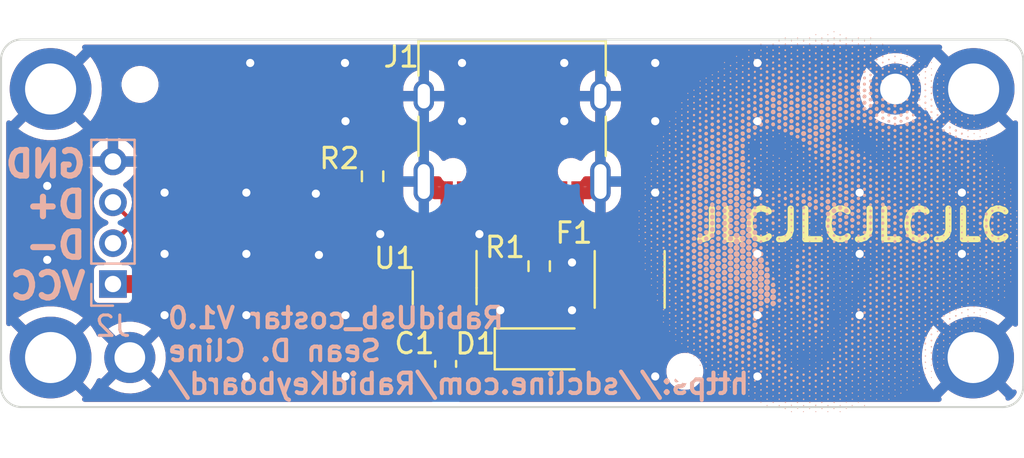
<source format=kicad_pcb>
(kicad_pcb (version 20211014) (generator pcbnew)
  (layers (0 "F.Cu" signal) (31 "B.Cu" signal) (34 "B.Paste" user) (35 "F.Paste" user) (36 "B.SilkS" user "B.Silkscreen") (37 "F.SilkS" user "F.Silkscreen") (38 "B.Mask" user) (39 "F.Mask" user) (44 "Edge.Cuts" user))
  (property "COMPANY" "Sean D. Cline")
  (property "REVISION" "V1.0")
  (property "TITLE" "RabidUsb_costar")
  (property "URL" "https://sdcline.com/RabidKeyboard/")
  (net 0 "")
  (net 1 "VBUS")
  (net 2 "GND")
  (net 3 "Net-(J1-PadA5)")
  (net 4 "/USB_D+")
  (net 5 "/USB_D-")
  (net 7 "Net-(J1-PadB5)")
  (net 9 "Net-(D1-Pad2)")
  (net 10 "VCC")
  (footprint "costar_footprints:MountingHole_2.5mm_Pad_1mm" (layer "F.Cu") (at 155.575 52.425)
    (fp_text reference "H2" hide)
    (fp_text value "MountingHole" hide)
  )
  (footprint "costar_footprints:MountingHole_1mm_Pad_1mm" (layer "F.Cu") (at 151.75 52.425)
    (fp_text reference "H6" hide)
    (fp_text value "MountingHole" hide)
  )
  (footprint "Resistor_SMD:R_0603_1608Metric" (layer "F.Cu") (at 134.325 61.1 -90)
    (fp_text reference "R1")
    (fp_text value "5.1K")
  )
  (footprint "Connector_USB:USB_C_Receptacle_XKB_U262-16XN-4BVC11" (layer "F.Cu") (at 133 53.85 180)
    (fp_text reference "J1")
    (fp_text value "USB_C_Receptacle_USB2.0")
  )
  (footprint "costar_footprints:MountingHole_1mm_Pad_1mm" (layer "F.Cu") (at 114.3 65.575)
    (fp_text reference "H5" hide)
    (fp_text value "MountingHole" hide)
  )
  (footprint "Fuse:Fuse_1812_4532Metric" (layer "F.Cu") (at 138.75 61.75 -90)
    (fp_text reference "F1")
    (fp_text value "500mA")
  )
  (footprint "Fiducial:Fiducial_1mm_Mask2mm" (layer "F.Cu") (at 118.625 53.95)
    (fp_text reference "FID1" hide)
    (fp_text value "Fiducial" hide)
  )
  (footprint "Capacitor_SMD:C_0603_1608Metric" (layer "F.Cu") (at 129.75 65.886396 -90)
    (fp_text reference "C1")
    (fp_text value "100nF")
  )
  (footprint "costar_footprints:ToolingHole_1.152mm" (layer "F.Cu") (at 114.8 52.2)
    (fp_text reference "H8" hide)
    (fp_text value "ToolingHole")
  )
  (footprint "Resistor_SMD:R_0603_1608Metric" (layer "F.Cu") (at 126.175 56.7 90)
    (fp_text reference "R2")
    (fp_text value "5.1K")
  )
  (footprint "costar_footprints:MountingHole_2.5mm_Pad_1mm" (layer "F.Cu") (at 110.425 52.425)
    (fp_text reference "H1" hide)
    (fp_text value "MountingHole" hide)
  )
  (footprint "costar_footprints:MountingHole_2.5mm_Pad_1mm" (layer "F.Cu") (at 155.55 65.575)
    (fp_text reference "H4" hide)
    (fp_text value "MountingHole" hide)
  )
  (footprint "Fiducial:Fiducial_1mm_Mask2mm" (layer "F.Cu") (at 153.525 61.3)
    (fp_text reference "FID2" hide)
    (fp_text value "Fiducial" hide)
  )
  (footprint "Diode_SMD:D_SOD-123" (layer "F.Cu") (at 134.4 65.15)
    (fp_text reference "D1")
    (fp_text value "D_Schottky" hide)
  )
  (footprint "costar_footprints:ToolingHole_1.152mm" (layer "F.Cu") (at 141.45 66.25)
    (fp_text reference "H7" hide)
    (fp_text value "ToolingHole")
  )
  (footprint "Package_TO_SOT_SMD:SOT-23-6" (layer "F.Cu") (at 129.7 62.161396 -90)
    (fp_text reference "U1")
    (fp_text value "SRV05-4")
  )
  (footprint "costar_footprints:MountingHole_2.5mm_Pad_1mm" (layer "F.Cu") (at 110.425 65.575)
    (fp_text reference "H3" hide)
    (fp_text value "MountingHole" hide)
  )
  (footprint "Connector_PinHeader_2.00mm:PinHeader_1x04_P2.00mm_Vertical" (layer "B.Cu") (at 113.475 61.975)
    (fp_text reference "J2")
    (fp_text value "Conn_01x04")
  )
  (gr_poly (pts (xy 144.335024 57.83992) (xy 144.367988 57.872728) (xy 144.392636 57.91066) (xy 144.39944 57.935344) (xy 144.387488 57.973444) (xy 144.358604 58.014328) (xy 144.3233 58.044688) (xy 144.30788 58.051432) (xy 144.270656 58.051984) (xy 144.241412 58.045012) (xy 144.191636 58.013908) (xy 144.16586 57.971368) (xy 144.162116 57.924304) (xy 144.178448 57.879592) (xy 144.2129 57.844168) (xy 144.263504 57.824896) (xy 144.304112 57.824308)) (layer "B.SilkS") (width 0.0381) (fill solid))
  (gr_poly (pts (xy 156.215947 57.314296) (xy 156.22028 57.332848) (xy 156.208977 57.358408) (xy 156.184892 57.363988) (xy 156.164672 57.348736) (xy 156.162597 57.322084) (xy 156.18326 57.303448) (xy 156.197384 57.30106)) (layer "B.SilkS") (width 0.0381) (fill solid))
  (gr_poly (pts (xy 155.611076 63.078233) (xy 155.608592 63.084377) (xy 155.594312 63.099532) (xy 155.591757 63.100264) (xy 155.584927 63.087976) (xy 155.584749 63.084377) (xy 155.596964 63.069101) (xy 155.601571 63.068488)) (layer "B.SilkS") (width 0.0381) (fill solid))
  (gr_poly (pts (xy 151.75868 60.48442) (xy 151.763636 60.510712) (xy 151.752692 60.54346) (xy 151.72766 60.557308) (xy 151.700288 60.550048) (xy 151.68398 60.525712) (xy 151.683152 60.487228) (xy 151.705904 60.466276) (xy 151.734152 60.465532)) (layer "B.SilkS") (width 0.0381) (fill solid))
  (gr_poly (pts (xy 148.483232 56.999872) (xy 148.49066 57.030964) (xy 148.481924 57.063687) (xy 148.454828 57.07576) (xy 148.421324 57.069988) (xy 148.409444 57.0559) (xy 148.405904 57.016564) (xy 148.424936 56.99092) (xy 148.454828 56.986144)) (layer "B.SilkS") (width 0.0381) (fill solid))
  (gr_poly (pts (xy 149.090228 53.012307) (xy 149.121476 53.044264) (xy 149.134124 53.095479) (xy 149.134136 53.097063) (xy 149.121848 53.150931) (xy 149.088716 53.183763) (xy 149.040344 53.191599) (xy 149.010872 53.184411) (xy 148.96952 53.154879) (xy 148.950884 53.111295) (xy 148.958516 53.063703) (xy 148.964624 53.052831) (xy 149.00384 53.014527) (xy 149.048372 53.001712)) (layer "B.SilkS") (width 0.0381) (fill solid))
  (gr_poly (pts (xy 150.5552 59.548744) (xy 150.582824 59.56786) (xy 150.592532 59.597476) (xy 150.586016 59.617072) (xy 150.558824 59.640784) (xy 150.523832 59.650816) (xy 150.49616 59.642872) (xy 150.496124 59.64284) (xy 150.49609 59.642807) (xy 150.496056 59.642774) (xy 150.496022 59.64274) (xy 150.495988 59.642706) (xy 150.495954 59.642673) (xy 150.49592 59.64264) (xy 150.495884 59.642608) (xy 150.483476 59.611264) (xy 150.49082 59.57512) (xy 150.514088 59.550292) (xy 150.51818 59.548696)) (layer "B.SilkS") (width 0.0381) (fill solid))
  (gr_poly (pts (xy 145.826048 62.219992) (xy 145.861544 62.254348) (xy 145.888352 62.302673) (xy 145.88618 62.347264) (xy 145.854404 62.394232) (xy 145.846496 62.402405) (xy 145.806776 62.436437) (xy 145.773092 62.446721) (xy 145.733516 62.435669) (xy 145.718432 62.42842) (xy 145.67732 62.392696) (xy 145.657772 62.344325) (xy 145.659668 62.292676) (xy 145.682912 62.247149) (xy 145.720964 62.219548) (xy 145.778876 62.205628)) (layer "B.SilkS") (width 0.0381) (fill solid))
  (gr_poly (pts (xy 143.714876 63.620933) (xy 143.743028 63.649097) (xy 143.761688 63.680453) (xy 143.76392 63.691672) (xy 143.752676 63.712985) (xy 143.72702 63.740248) (xy 143.699048 63.76192) (xy 143.684456 63.767572) (xy 143.662544 63.757312) (xy 143.636792 63.735796) (xy 143.613308 63.70528) (xy 143.605016 63.682648) (xy 143.61794 63.652937) (xy 143.648048 63.624653) (xy 143.682416 63.60922) (xy 143.688788 63.608681)) (layer "B.SilkS") (width 0.0381) (fill solid))
  (gr_poly (pts (xy 145.479836 56.419276) (xy 145.471892 56.42722) (xy 145.463948 56.419276) (xy 145.471892 56.411332)) (layer "B.SilkS") (width 0.0381) (fill solid))
  (gr_poly (pts (xy 144.329852 57.53674) (xy 144.371984 57.570232) (xy 144.396668 57.614656) (xy 144.39944 57.63472) (xy 144.385256 57.680992) (xy 144.349376 57.720304) (xy 144.301772 57.743356) (xy 144.28028 57.745948) (xy 144.229196 57.735184) (xy 144.194048 57.704092) (xy 144.17108 57.667048) (xy 144.161132 57.635476) (xy 144.16112 57.634744) (xy 144.175304 57.588472) (xy 144.211196 57.54916) (xy 144.2588 57.526108) (xy 144.280292 57.523516)) (layer "B.SilkS") (width 0.0381) (fill solid))
  (gr_poly (pts (xy 150.569432 58.352416) (xy 150.590228 58.37836) (xy 150.587312 58.410508) (xy 150.58106 58.419856) (xy 150.550112 58.440712) (xy 150.516128 58.442764) (xy 150.492332 58.425664) (xy 150.490724 58.422112) (xy 150.485312 58.379284) (xy 150.502664 58.3501) (xy 150.53078 58.341736)) (layer "B.SilkS") (width 0.0381) (fill solid))
  (gr_poly (pts (xy 153.538953 62.912417) (xy 153.543115 62.925509) (xy 153.529905 62.947936) (xy 153.515312 62.954249) (xy 153.492789 62.948716) (xy 153.487509 62.925496) (xy 153.495548 62.89942) (xy 153.515312 62.896744)) (layer "B.SilkS") (width 0.0381) (fill solid))
  (gr_poly (pts (xy 150.84854 56.688436) (xy 150.865376 56.712352) (xy 150.86312 56.740804) (xy 150.844448 56.759368) (xy 150.835112 56.760868) (xy 150.804188 56.752839) (xy 150.793508 56.743456) (xy 150.794324 56.720188) (xy 150.812948 56.697076) (xy 150.83762 56.68588)) (layer "B.SilkS") (width 0.0381) (fill solid))
  (gr_poly (pts (xy 149.959856 61.41232) (xy 149.960324 61.416124) (xy 149.948228 61.431556) (xy 149.944436 61.432012) (xy 149.929004 61.419928) (xy 149.928536 61.416137) (xy 149.94062 61.400704) (xy 149.944424 61.400237)) (layer "B.SilkS") (width 0.0381) (fill solid))
  (gr_poly (pts (xy 143.993828 52.605807) (xy 144.014012 52.619008) (xy 144.03038 52.643091) (xy 144.020996 52.666107) (xy 144.018788 52.668843) (xy 143.996768 52.689171) (xy 143.97236 52.688103) (xy 143.958548 52.682955) (xy 143.941304 52.662063) (xy 143.941352 52.631271) (xy 143.95766 52.606599) (xy 143.963744 52.603419)) (layer "B.SilkS") (width 0.0381) (fill solid))
  (gr_poly (pts (xy 144.904448 56.995804) (xy 144.917084 57.024676) (xy 144.906188 57.056824) (xy 144.880568 57.076924) (xy 144.856016 57.067396) (xy 144.84446 57.055012) (xy 144.832064 57.022084) (xy 144.8441 56.994292) (xy 144.873872 56.9833)) (layer "B.SilkS") (width 0.0381) (fill solid))
  (gr_poly (pts (xy 140.406194 54.74836) (xy 140.408096 54.767224) (xy 140.406188 54.769552) (xy 140.396744 54.767368) (xy 140.395598 54.758956) (xy 140.401412 54.745876)) (layer "B.SilkS") (width 0.0381) (fill solid))
  (gr_poly (pts (xy 140.726492 56.1058) (xy 140.729252 56.116456) (xy 140.720456 56.14246) (xy 140.701682 56.151304) (xy 140.691746 56.146096) (xy 140.681426 56.120836) (xy 140.690924 56.098756) (xy 140.70542 56.09356)) (layer "B.SilkS") (width 0.0381) (fill solid))
  (gr_poly (pts (xy 149.660468 64.859213) (xy 149.67434 64.871825) (xy 149.686112 64.897253) (xy 149.67434 64.919489) (xy 149.647976 64.941221) (xy 149.623712 64.93318) (xy 149.610956 64.919693) (xy 149.599064 64.888541) (xy 149.607512 64.860233) (xy 149.632172 64.84798)) (layer "B.SilkS") (width 0.0381) (fill solid))
  (gr_poly (pts (xy 151.740296 63.491632) (xy 151.749921 63.500776) (xy 151.766721 63.531028) (xy 151.766311 63.551848) (xy 151.744603 63.572944) (xy 151.713511 63.574397) (xy 151.68842 63.556529) (xy 151.685312 63.550265) (xy 151.687244 63.517852) (xy 151.699508 63.499192) (xy 151.720976 63.483281)) (layer "B.SilkS") (width 0.0381) (fill solid))
  (gr_poly (pts (xy 157.396016 57.324904) (xy 157.388071 57.332848) (xy 157.380128 57.324904) (xy 157.388071 57.31696)) (layer "B.SilkS") (width 0.0381) (fill solid))
  (gr_poly (pts (xy 144.605444 60.084316) (xy 144.651536 60.106744) (xy 144.685892 60.147244) (xy 144.70112 60.203716) (xy 144.701312 60.211468) (xy 144.687704 60.261088) (xy 144.653252 60.304384) (xy 144.607544 60.331396) (xy 144.581648 60.335704) (xy 144.53906 60.32308) (xy 144.494252 60.28996) (xy 144.493544 60.289264) (xy 144.458348 60.246088) (xy 144.449168 60.206476) (xy 144.464096 60.158752) (xy 144.470336 60.146188) (xy 144.507488 60.101944) (xy 144.554972 60.082012)) (layer "B.SilkS") (width 0.0381) (fill solid))
  (gr_poly (pts (xy 145.80422 52.264191) (xy 145.838228 52.303359) (xy 145.855376 52.334751) (xy 145.853204 52.359015) (xy 145.838792 52.383651) (xy 145.801808 52.415763) (xy 145.756568 52.421895) (xy 145.713836 52.400799) (xy 145.711364 52.398411) (xy 145.688432 52.356219) (xy 145.692788 52.310811) (xy 145.723172 52.272999) (xy 145.726004 52.271067) (xy 145.768388 52.253499)) (layer "B.SilkS") (width 0.0381) (fill solid))
  (gr_poly (pts (xy 149.672072 58.759528) (xy 149.705216 58.789816) (xy 149.730428 58.826404) (xy 149.737892 58.852312) (xy 149.724896 58.884004) (xy 149.693984 58.915228) (xy 149.657276 58.93516) (xy 149.642552 58.937548) (xy 149.607968 58.926772) (xy 149.579 58.905784) (xy 149.555192 58.8712) (xy 149.547224 58.842232) (xy 149.56046 58.8031) (xy 149.592356 58.767736) (xy 149.631164 58.748008) (xy 149.641412 58.746904)) (layer "B.SilkS") (width 0.0381) (fill solid))
  (gr_poly (pts (xy 141.64097 62.901436) (xy 141.647768 62.920456) (xy 141.640598 62.955833) (xy 141.614924 62.976209) (xy 141.581978 62.975704) (xy 141.564524 62.964088) (xy 141.548294 62.935997) (xy 141.55655 62.907544) (xy 141.582908 62.88358) (xy 141.615248 62.88214)) (layer "B.SilkS") (width 0.0381) (fill solid))
  (gr_poly (pts (xy 145.796168 53.773119) (xy 145.838492 53.808495) (xy 145.85234 53.851444) (xy 145.838072 53.894115) (xy 145.803308 53.923347) (xy 145.758092 53.933344) (xy 145.715984 53.922075) (xy 145.705424 53.913712) (xy 145.685912 53.876632) (xy 145.688528 53.83534) (xy 145.708076 53.797863) (xy 145.739384 53.772243) (xy 145.777256 53.766519)) (layer "B.SilkS") (width 0.0381) (fill solid))
  (gr_poly (pts (xy 145.191164 55.656772) (xy 145.19384 55.663636) (xy 145.183328 55.684384) (xy 145.162952 55.689351) (xy 145.15634 55.68532) (xy 145.146668 55.662255) (xy 145.163684 55.64914) (xy 145.17002 55.648683)) (layer "B.SilkS") (width 0.0381) (fill solid))
  (gr_poly (pts (xy 145.178228 50.509011) (xy 145.187396 50.528043) (xy 145.185236 50.533767) (xy 145.1699 50.547855) (xy 145.162388 50.531799) (xy 145.162076 50.523783) (xy 145.169888 50.507415)) (layer "B.SilkS") (width 0.0381) (fill solid))
  (gr_poly (pts (xy 146.083136 67.608053) (xy 146.083592 67.611605) (xy 146.072036 67.633122) (xy 146.067692 67.636373) (xy 146.054096 67.632773) (xy 146.051804 67.621421) (xy 146.060096 67.599676) (xy 146.067692 67.596641)) (layer "B.SilkS") (width 0.0381) (fill solid))
  (gr_poly (pts (xy 147.292916 54.832396) (xy 147.328388 54.856036) (xy 147.342884 54.884212) (xy 147.342572 54.931731) (xy 147.320144 54.968571) (xy 147.283856 54.99088) (xy 147.241904 54.994768) (xy 147.202532 54.97636) (xy 147.186548 54.957832) (xy 147.168968 54.920584) (xy 147.173432 54.886528) (xy 147.17708 54.8779) (xy 147.207044 54.842931) (xy 147.249056 54.827896)) (layer "B.SilkS") (width 0.0381) (fill solid))
  (gr_poly (pts (xy 141.338246 59.094004) (xy 141.358748 59.128156) (xy 141.358304 59.167732) (xy 141.34322 59.197504) (xy 141.311756 59.207392) (xy 141.301226 59.207668) (xy 141.264512 59.2012) (xy 141.246698 59.176612) (xy 141.244142 59.167732) (xy 141.245132 59.123128) (xy 141.268004 59.09104) (xy 141.30122 59.080552)) (layer "B.SilkS") (width 0.0381) (fill solid))
  (gr_poly (pts (xy 142.528592 56.333704) (xy 142.569056 56.362732) (xy 142.585886 56.400448) (xy 142.587932 56.42872) (xy 142.574936 56.475279) (xy 142.541624 56.507524) (xy 142.497452 56.52172) (xy 142.451858 56.514136) (xy 142.423814 56.493508) (xy 142.40279 56.452264) (xy 142.398692 56.403724) (xy 142.409678 56.37004) (xy 142.446956 56.337279) (xy 142.493846 56.325556)) (layer "B.SilkS") (width 0.0381) (fill solid))
  (gr_poly (pts (xy 143.40122 53.79712) (xy 143.430128 53.816812) (xy 143.444564 53.847183) (xy 143.4365 53.881131) (xy 143.404688 53.909728) (xy 143.368496 53.912152) (xy 143.338208 53.888655) (xy 143.332748 53.878707) (xy 143.322464 53.842551) (xy 143.333576 53.815263) (xy 143.335172 53.813295) (xy 143.366636 53.793976)) (layer "B.SilkS") (width 0.0381) (fill solid))
  (gr_poly (pts (xy 151.450796 55.192696) (xy 151.465196 55.216168) (xy 151.462713 55.234072) (xy 151.437836 55.250476) (xy 151.409229 55.243984) (xy 151.395596 55.226596) (xy 151.3967 55.195216) (xy 151.404152 55.183588) (xy 151.426639 55.178572)) (layer "B.SilkS") (width 0.0381) (fill solid))
  (gr_poly (pts (xy 149.95238 61.098352) (xy 149.953532 61.124692) (xy 149.948024 61.1329) (xy 149.928548 61.1386) (xy 149.920604 61.130128) (xy 149.919452 61.103788) (xy 149.92496 61.09558) (xy 149.944436 61.089881)) (layer "B.SilkS") (width 0.0381) (fill solid))
  (gr_poly (pts (xy 142.831844 62.54092) (xy 142.86797 62.571424) (xy 142.888634 62.608816) (xy 142.890056 62.620084) (xy 142.876904 62.667496) (xy 142.843574 62.701492) (xy 142.799252 62.71798) (xy 142.753112 62.71288) (xy 142.724372 62.69398) (xy 142.7015 62.652028) (xy 142.702592 62.604988) (xy 142.723682 62.562532) (xy 142.760828 62.534357) (xy 142.792004 62.528284)) (layer "B.SilkS") (width 0.0381) (fill solid))
  (gr_poly (pts (xy 148.76324 60.806212) (xy 148.760756 60.812369) (xy 148.746488 60.827524) (xy 148.743932 60.828257) (xy 148.737104 60.815968) (xy 148.736924 60.812369) (xy 148.74914 60.797092) (xy 148.753748 60.796481)) (layer "B.SilkS") (width 0.0381) (fill solid))
  (gr_poly (pts (xy 149.371028 53.471235) (xy 149.413364 53.506611) (xy 149.427212 53.54956) (xy 149.412944 53.592231) (xy 149.37818 53.621463) (xy 149.332964 53.631447) (xy 149.290856 53.62018) (xy 149.280296 53.611815) (xy 149.260784 53.574735) (xy 149.2634 53.533443) (xy 149.282948 53.495968) (xy 149.314256 53.470347) (xy 149.352128 53.464611)) (layer "B.SilkS") (width 0.0381) (fill solid))
  (gr_poly (pts (xy 139.823624 62.027813) (xy 139.81568 62.035768) (xy 139.807736 62.027824) (xy 139.81568 62.01988)) (layer "B.SilkS") (width 0.0381) (fill solid))
  (gr_poly (pts (xy 143.73098 56.044095) (xy 143.764568 56.079208) (xy 143.779676 56.12464) (xy 143.779796 56.128864) (xy 143.7665 56.165632) (xy 143.734604 56.199603) (xy 143.696048 56.219272) (xy 143.684456 56.220663) (xy 143.649872 56.209876) (xy 143.620904 56.188888) (xy 143.594 56.143959) (xy 143.593772 56.097592) (xy 143.616668 56.058099) (xy 143.659112 56.033836) (xy 143.688788 56.029996)) (layer "B.SilkS") (width 0.0381) (fill solid))
  (gr_poly (pts (xy 144.908852 62.0557) (xy 144.959264 62.085904) (xy 144.964196 62.090645) (xy 144.995336 62.140072) (xy 144.999572 62.192104) (xy 144.98018 62.239337) (xy 144.940436 62.274364) (xy 144.883604 62.289796) (xy 144.876092 62.289988) (xy 144.826196 62.283328) (xy 144.791024 62.258885) (xy 144.781904 62.24812) (xy 144.755252 62.194828) (xy 144.754904 62.143817) (xy 144.775472 62.099753) (xy 144.81158 62.06728) (xy 144.85784 62.051057)) (layer "B.SilkS") (width 0.0381) (fill solid))
  (gr_poly (pts (xy 148.164884 58.008436) (xy 148.188776 58.022524) (xy 148.221188 58.0594) (xy 148.226156 58.103536) (xy 148.202876 58.145368) (xy 148.199432 58.148632) (xy 148.167728 58.170904) (xy 148.13876 58.170016) (xy 148.10492 58.150204) (xy 148.075088 58.113472) (xy 148.072676 58.0708) (xy 148.097336 58.031704) (xy 148.109324 58.022536) (xy 148.140416 58.005724)) (layer "B.SilkS") (width 0.0381) (fill solid))
  (gr_poly (pts (xy 147.873656 64.563689) (xy 147.877724 64.568441) (xy 147.889664 64.595657) (xy 147.887336 64.608965) (xy 147.862568 64.624421) (xy 147.833036 64.618745) (xy 147.822404 64.608136) (xy 147.82334 64.584304) (xy 147.834752 64.567624) (xy 147.8558 64.552684)) (layer "B.SilkS") (width 0.0381) (fill solid))
  (gr_poly (pts (xy 155.314915 58.071808) (xy 155.323376 58.090108) (xy 155.311424 58.107904) (xy 155.298776 58.111372) (xy 155.278064 58.099936) (xy 155.275628 58.096588) (xy 155.276659 58.07776) (xy 155.295752 58.067692)) (layer "B.SilkS") (width 0.0381) (fill solid))
  (gr_poly (pts (xy 141.90851 52.783287) (xy 141.912086 52.787451) (xy 141.910502 52.808223) (xy 141.906338 52.811799) (xy 141.88556 52.810215) (xy 141.881984 52.806052) (xy 141.883574 52.785279) (xy 141.887738 52.781703)) (layer "B.SilkS") (width 0.0381) (fill solid))
  (gr_poly (pts (xy 150.246308 61.567061) (xy 150.238364 61.575004) (xy 150.23042 61.567061) (xy 150.238364 61.559116)) (layer "B.SilkS") (width 0.0381) (fill solid))
  (gr_poly (pts (xy 153.832508 57.003736) (xy 153.84764 57.033184) (xy 153.834812 57.055444) (xy 153.804344 57.062752) (xy 153.778327 57.050944) (xy 153.773504 57.031912) (xy 153.783188 56.998096) (xy 153.806936 56.988952)) (layer "B.SilkS") (width 0.0381) (fill solid))
  (gr_poly (pts (xy 151.164416 59.87158) (xy 151.177052 59.90044) (xy 151.166156 59.932588) (xy 151.136132 59.9524) (xy 151.107236 59.94778) (xy 151.094132 59.930572) (xy 151.091516 59.892172) (xy 151.110968 59.865328) (xy 151.13384 59.859076)) (layer "B.SilkS") (width 0.0381) (fill solid))
  (gr_poly (pts (xy 152.357972 55.327108) (xy 152.373908 55.356676) (xy 152.364812 55.391727) (xy 152.337752 55.418944) (xy 152.306144 55.415884) (xy 152.289332 55.405408) (xy 152.26862 55.37536) (xy 152.272628 55.343068) (xy 152.297336 55.319884) (xy 152.321276 55.315048)) (layer "B.SilkS") (width 0.0381) (fill solid))
  (gr_poly (pts (xy 148.46426 60.02572) (xy 148.468628 60.029296) (xy 148.47752 60.054352) (xy 148.465928 60.076504) (xy 148.45094 60.081532) (xy 148.430564 60.069952) (xy 148.426256 60.064252) (xy 148.424408 60.040024) (xy 148.44122 60.023764)) (layer "B.SilkS") (width 0.0381) (fill solid))
  (gr_poly (pts (xy 147.874964 56.408692) (xy 147.87896 56.42722) (xy 147.86846 56.452996) (xy 147.846368 56.457544) (xy 147.826796 56.438332) (xy 147.826148 56.4367) (xy 147.82604 56.40772) (xy 147.85226 56.395611) (xy 147.85778 56.39542)) (layer "B.SilkS") (width 0.0381) (fill solid))
  (gr_poly (pts (xy 153.836864 58.518664) (xy 153.849909 58.536712) (xy 153.848972 58.544332) (xy 153.829304 58.564744) (xy 153.800336 58.56832) (xy 153.781135 58.555744) (xy 153.78044 58.530016) (xy 153.786536 58.52098) (xy 153.811065 58.51168)) (layer "B.SilkS") (width 0.0381) (fill solid))
  (gr_poly (pts (xy 144.031196 63.159148) (xy 144.04934 63.178672) (xy 144.064964 63.2323) (xy 144.051656 63.277217) (xy 144.030476 63.297988) (xy 143.9879 63.319792) (xy 143.952848 63.314861) (xy 143.922788 63.290944) (xy 143.895788 63.254176) (xy 143.8961 63.2185) (xy 143.915756 63.183268) (xy 143.949872 63.155872) (xy 143.992424 63.1477)) (layer "B.SilkS") (width 0.0381) (fill solid))
  (gr_poly (pts (xy 151.452848 60.621112) (xy 151.468184 60.645017) (xy 151.461608 60.673924) (xy 151.43756 60.695068) (xy 151.425848 60.698285) (xy 151.398896 60.695884) (xy 151.390447 60.672328) (xy 151.390256 60.664228) (xy 151.40072 60.62788) (xy 151.426808 60.61354)) (layer "B.SilkS") (width 0.0381) (fill solid))
  (gr_poly (pts (xy 148.462388 61.835776) (xy 148.46894 61.840852) (xy 148.47902 61.866976) (xy 148.472036 61.894828) (xy 148.452176 61.908617) (xy 148.45094 61.908652) (xy 148.43132 61.895897) (xy 148.424504 61.883753) (xy 148.423832 61.854376) (xy 148.439636 61.83532)) (layer "B.SilkS") (width 0.0381) (fill solid))
  (gr_poly (pts (xy 143.722832 57.838432) (xy 143.76128 57.870244) (xy 143.788808 57.909796) (xy 143.795684 57.936592) (xy 143.782628 57.974968) (xy 143.750816 58.013416) (xy 143.711252 58.040944) (xy 143.684456 58.047808) (xy 143.650784 58.03702) (xy 143.614316 58.010836) (xy 143.612252 58.008808) (xy 143.585384 57.97276) (xy 143.5733 57.938368) (xy 143.573252 57.936592) (xy 143.586308 57.898228) (xy 143.61812 57.85978) (xy 143.657684 57.832252) (xy 143.684468 57.825376)) (layer "B.SilkS") (width 0.0381) (fill solid))
  (gr_poly (pts (xy 150.561392 54.751144) (xy 150.564068 54.758008) (xy 150.553556 54.778755) (xy 150.53318 54.783724) (xy 150.526568 54.779692) (xy 150.516896 54.756628) (xy 150.5339 54.743512) (xy 150.540236 54.743043)) (layer "B.SilkS") (width 0.0381) (fill solid))
  (gr_poly (pts (xy 146.973332 49.920975) (xy 146.965388 49.928919) (xy 146.957444 49.920975) (xy 146.965388 49.913031)) (layer "B.SilkS") (width 0.0381) (fill solid))
  (gr_poly (pts (xy 147.605192 54.675916) (xy 147.641204 54.707547) (xy 147.656276 54.750592) (xy 147.647516 54.797128) (xy 147.614672 54.837232) (xy 147.58166 54.861459) (xy 147.558596 54.867784) (xy 147.530504 54.858052) (xy 147.5138 54.849736) (xy 147.47306 54.815452) (xy 147.455552 54.771688) (xy 147.459608 54.726736) (xy 147.483548 54.6889) (xy 147.525728 54.666471) (xy 147.551156 54.663616)) (layer "B.SilkS") (width 0.0381) (fill solid))
  (gr_poly (pts (xy 153.535172 52.636551) (xy 153.52238 52.658439) (xy 153.510008 52.661703) (xy 153.49148 52.652463) (xy 153.491144 52.642839) (xy 153.506959 52.621863) (xy 153.525992 52.619199)) (layer "B.SilkS") (width 0.0381) (fill solid))
  (gr_poly (pts (xy 153.532424 52.928151) (xy 153.535172 52.938807) (xy 153.526388 52.964823) (xy 153.50762 52.973655) (xy 153.497684 52.968447) (xy 153.487351 52.943188) (xy 153.496844 52.921107) (xy 153.511352 52.915911)) (layer "B.SilkS") (width 0.0381) (fill solid))
  (gr_poly (pts (xy 144.641468 63.159592) (xy 144.66572 63.202001) (xy 144.669524 63.231472) (xy 144.656696 63.27826) (xy 144.624308 63.310024) (xy 144.581528 63.32368) (xy 144.537536 63.316133) (xy 144.503612 63.287405) (xy 144.481052 63.236908) (xy 144.489344 63.191477) (xy 144.510656 63.163829) (xy 144.555572 63.136961) (xy 144.601964 63.136732)) (layer "B.SilkS") (width 0.0381) (fill solid))
  (gr_poly (pts (xy 143.128616 60.855448) (xy 143.168888 60.88324) (xy 143.170592 60.884921) (xy 143.19854 60.920656) (xy 143.204372 60.957076) (xy 143.2016 60.976277) (xy 143.178014 61.033228) (xy 143.137874 61.068713) (xy 143.088368 61.080233) (xy 143.036678 61.06528) (xy 143.008496 61.043452) (xy 142.9814 61.004728) (xy 142.96952 60.96472) (xy 142.969496 60.96328) (xy 142.983332 60.917405) (xy 143.017856 60.875776) (xy 143.062604 60.848872) (xy 143.088656 60.844132)) (layer "B.SilkS") (width 0.0381) (fill solid))
  (gr_poly (pts (xy 148.476788 55.129275) (xy 148.517552 55.151716) (xy 148.54256 55.191232) (xy 148.54628 55.216996) (xy 148.533032 55.258251) (xy 148.500788 55.29448) (xy 148.46084 55.314088) (xy 148.450952 55.315036) (xy 148.416356 55.304248) (xy 148.387388 55.28326) (xy 148.36034 55.238092) (xy 148.360052 55.18996) (xy 148.384664 55.150672) (xy 148.429436 55.127656)) (layer "B.SilkS") (width 0.0381) (fill solid))
  (gr_poly (pts (xy 141.633812 59.233192) (xy 141.643028 59.2396) (xy 141.663248 59.274268) (xy 141.663554 59.317192) (xy 141.647588 59.347468) (xy 141.61106 59.364676) (xy 141.56828 59.361352) (xy 141.53972 59.342896) (xy 141.525596 59.306308) (xy 141.53519 59.269792) (xy 141.561254 59.240608) (xy 141.59654 59.22598)) (layer "B.SilkS") (width 0.0381) (fill solid))
  (gr_poly (pts (xy 151.437932 67.318601) (xy 151.429988 67.326544) (xy 151.422045 67.318601) (xy 151.429988 67.310657)) (layer "B.SilkS") (width 0.0381) (fill solid))
  (gr_poly (pts (xy 141.627956 62.274928) (xy 141.64703 62.306944) (xy 141.645086 62.343953) (xy 141.62567 62.374025) (xy 141.595166 62.385292) (xy 141.569516 62.375105) (xy 141.55862 62.366224) (xy 141.542306 62.3338) (xy 141.54749 62.300321) (xy 141.567896 62.274028) (xy 141.59726 62.263192)) (layer "B.SilkS") (width 0.0381) (fill solid))
  (gr_poly (pts (xy 150.25886 58.778236) (xy 150.269408 58.784752) (xy 150.301856 58.82014) (xy 150.30368 58.860484) (xy 150.28496 58.891072) (xy 150.248804 58.91812) (xy 150.21428 58.914292) (xy 150.19184 58.8967) (xy 150.169004 58.855936) (xy 150.1763 58.814836) (xy 150.201884 58.787728) (xy 150.232412 58.771984)) (layer "B.SilkS") (width 0.0381) (fill solid))
  (gr_poly (pts (xy 146.971004 50.210583) (xy 146.973332 50.221911) (xy 146.9681 50.244867) (xy 146.954336 50.237991) (xy 146.950184 50.231895) (xy 146.952176 50.211483) (xy 146.957192 50.207115)) (layer "B.SilkS") (width 0.0381) (fill solid))
  (gr_poly (pts (xy 141.037268 60.165461) (xy 141.045428 60.185584) (xy 141.044108 60.20464) (xy 141.029882 60.237184) (xy 141.003338 60.254608) (xy 140.975294 60.2533) (xy 140.957864 60.23356) (xy 140.955038 60.193024) (xy 140.978372 60.16696) (xy 141.007862 60.160948)) (layer "B.SilkS") (width 0.0381) (fill solid))
  (gr_poly (pts (xy 142.239266 60.715048) (xy 142.276202 60.749632) (xy 142.299056 60.794248) (xy 142.302188 60.81622) (xy 142.288634 60.856828) (xy 142.255328 60.894785) (xy 142.213262 60.919492) (xy 142.190588 60.923597) (xy 142.158188 60.91402) (xy 142.126532 60.894304) (xy 142.096532 60.852796) (xy 142.090802 60.804064) (xy 142.106102 60.756833) (xy 142.139216 60.719812) (xy 142.186916 60.70174) (xy 142.197902 60.701164)) (layer "B.SilkS") (width 0.0381) (fill solid))
  (gr_poly (pts (xy 155.31638 58.385032) (xy 155.31704 58.389412) (xy 155.304667 58.408048) (xy 155.299964 58.410208) (xy 155.285468 58.40254) (xy 155.282876 58.389412) (xy 155.29094 58.369648) (xy 155.299952 58.36864)) (layer "B.SilkS") (width 0.0381) (fill solid))
  (gr_poly (pts (xy 145.800008 51.106911) (xy 145.806716 51.129699) (xy 145.7948 51.153279) (xy 145.76852 51.165507) (xy 145.74128 51.164271) (xy 145.735628 51.143619) (xy 145.736744 51.133731) (xy 145.752188 51.102915) (xy 145.773764 51.096711)) (layer "B.SilkS") (width 0.0381) (fill solid))
  (gr_poly (pts (xy 145.492964 60.348437) (xy 145.495736 60.359548) (xy 145.483016 60.38062) (xy 145.471904 60.383392) (xy 145.450832 60.370672) (xy 145.44806 60.35956) (xy 145.46078 60.3385) (xy 145.471892 60.335728)) (layer "B.SilkS") (width 0.0381) (fill solid))
  (gr_poly (pts (xy 148.466372 64.891853) (xy 148.466828 64.895645) (xy 148.454732 64.911077) (xy 148.45094 64.911545) (xy 148.435508 64.899449) (xy 148.435052 64.895645) (xy 148.447148 64.880225) (xy 148.45094 64.879756)) (layer "B.SilkS") (width 0.0381) (fill solid))
  (gr_poly (pts (xy 157.108916 58.96864) (xy 157.122199 58.991224) (xy 157.115133 59.017672) (xy 157.092619 59.0326) (xy 157.088408 59.032888) (xy 157.063159 59.02012) (xy 157.057075 59.01022) (xy 157.059308 58.982188) (xy 157.08086 58.965076)) (layer "B.SilkS") (width 0.0381) (fill solid))
  (gr_poly (pts (xy 146.678528 66.670769) (xy 146.699252 66.69364) (xy 146.700644 66.716573) (xy 146.68388 66.743009) (xy 146.655908 66.752981) (xy 146.634932 66.744545) (xy 146.624024 66.71668) (xy 146.629976 66.685481) (xy 146.645084 66.670373)) (layer "B.SilkS") (width 0.0381) (fill solid))
  (gr_poly (pts (xy 146.712464 53.017924) (xy 146.715596 53.020095) (xy 146.741264 53.054367) (xy 146.7515 53.101444) (xy 146.744684 53.146768) (xy 146.731856 53.166951) (xy 146.700452 53.181531) (xy 146.656544 53.185323) (xy 146.615552 53.178399) (xy 146.595932 53.16616) (xy 146.569328 53.115615) (xy 146.574116 53.068803) (xy 146.598284 53.035348) (xy 146.637752 53.003583) (xy 146.672324 52.998231)) (layer "B.SilkS") (width 0.0381) (fill solid))
  (gr_poly (pts (xy 145.177964 56.260396) (xy 145.19312 56.274664) (xy 145.193852 56.277208) (xy 145.181564 56.284036) (xy 145.177976 56.284216) (xy 145.1627 56.272) (xy 145.162088 56.267392) (xy 145.17182 56.2579)) (layer "B.SilkS") (width 0.0381) (fill solid))
  (gr_poly (pts (xy 145.801592 63.508757) (xy 145.806932 63.535048) (xy 145.79702 63.553792) (xy 145.768868 63.575224) (xy 145.746848 63.566548) (xy 145.74008 63.553865) (xy 145.739432 63.519976) (xy 145.761188 63.499444) (xy 145.773764 63.4975)) (layer "B.SilkS") (width 0.0381) (fill solid))
  (gr_poly (pts (xy 152.055476 56.389216) (xy 152.070116 56.414308) (xy 152.060563 56.44714) (xy 152.057421 56.451255) (xy 152.033515 56.47228) (xy 152.008436 56.467876) (xy 151.996448 56.46082) (xy 151.980091 56.435944) (xy 151.98626 56.406556) (xy 152.010776 56.3854) (xy 152.02208 56.382412)) (layer "B.SilkS") (width 0.0381) (fill solid))
  (gr_poly (pts (xy 155.629004 56.090176) (xy 155.641651 56.119036) (xy 155.630744 56.151184) (xy 155.605123 56.171284) (xy 155.580571 56.161756) (xy 155.569027 56.149384) (xy 155.55662 56.116456) (xy 155.568668 56.088664) (xy 155.59844 56.077684)) (layer "B.SilkS") (width 0.0381) (fill solid))
  (gr_poly (pts (xy 150.274832 53.941372) (xy 150.290804 53.951824) (xy 150.306728 53.982796) (xy 150.309884 54.004252) (xy 150.301268 54.04072) (xy 150.290804 54.056692) (xy 150.259832 54.072603) (xy 150.238388 54.07576) (xy 150.20192 54.067155) (xy 150.185948 54.056692) (xy 150.170024 54.02572) (xy 150.16688 54.004263) (xy 150.175484 53.967807) (xy 150.185948 53.951835) (xy 150.21692 53.935923) (xy 150.238376 53.932767)) (layer "B.SilkS") (width 0.0381) (fill solid))
  (gr_poly (pts (xy 155.012132 63.985661) (xy 155.01278 63.990017) (xy 155.007368 64.005485) (xy 155.005772 64.005892) (xy 154.992212 63.994769) (xy 154.988948 63.990017) (xy 154.990208 63.975377) (xy 154.995956 63.974128)) (layer "B.SilkS") (width 0.0381) (fill solid))
  (gr_poly (pts (xy 157.399556 60.346096) (xy 157.403132 60.35026) (xy 157.401548 60.371032) (xy 157.397384 60.374608) (xy 157.376612 60.373024) (xy 157.373035 60.36886) (xy 157.37462 60.348088) (xy 157.378784 60.3445)) (layer "B.SilkS") (width 0.0381) (fill solid))
  (gr_poly (pts (xy 149.673356 63.650777) (xy 149.684552 63.664517) (xy 149.682872 63.693545) (xy 149.665796 63.722572) (xy 149.642624 63.735809) (xy 149.642552 63.735809) (xy 149.623556 63.72502) (xy 149.610944 63.712168) (xy 149.598428 63.678856) (xy 149.611376 63.65122) (xy 149.64254 63.640468)) (layer "B.SilkS") (width 0.0381) (fill solid))
  (gr_poly (pts (xy 153.834296 63.668596) (xy 153.837044 63.679252) (xy 153.828259 63.705256) (xy 153.809492 63.714088) (xy 153.799556 63.708881) (xy 153.789223 63.683621) (xy 153.798716 63.661541) (xy 153.813225 63.656344)) (layer "B.SilkS") (width 0.0381) (fill solid))
  (gr_poly (pts (xy 156.204405 55.513636) (xy 156.19646 55.521592) (xy 156.188516 55.513648) (xy 156.19646 55.505703)) (layer "B.SilkS") (width 0.0381) (fill solid))
  (gr_poly (pts (xy 141.63593 59.541868) (xy 141.66035 59.570524) (xy 141.66545 59.610628) (xy 141.649604 59.64724) (xy 141.647594 59.649352) (xy 141.611054 59.667064) (xy 141.570254 59.662396) (xy 141.539888 59.637196) (xy 141.538988 59.635588) (xy 141.530228 59.602792) (xy 141.544556 59.567488) (xy 141.546746 59.564092) (xy 141.574022 59.53264) (xy 141.603476 59.528212)) (layer "B.SilkS") (width 0.0381) (fill solid))
  (gr_poly (pts (xy 152.637801 53.653647) (xy 152.659687 53.676555) (xy 152.665964 53.70976) (xy 152.660157 53.728396) (xy 152.6333 53.754736) (xy 152.601128 53.751064) (xy 152.582048 53.734348) (xy 152.570156 53.699583) (xy 152.584724 53.666776) (xy 152.607632 53.651751)) (layer "B.SilkS") (width 0.0381) (fill solid))
  (gr_poly (pts (xy 140.43458 56.865064) (xy 140.43677 56.885608) (xy 140.436416 56.886196) (xy 140.414546 56.902203) (xy 140.390648 56.899828) (xy 140.379716 56.880952) (xy 140.38733 56.85526) (xy 140.392394 56.85022) (xy 140.41526 56.84956)) (layer "B.SilkS") (width 0.0381) (fill solid))
  (gr_poly (pts (xy 147.874292 63.330209) (xy 147.900044 63.354017) (xy 147.9092 63.38698) (xy 147.897692 63.419092) (xy 147.880016 63.43336) (xy 147.849968 63.447412) (xy 147.832484 63.444281) (xy 147.81614 63.426857) (xy 147.802244 63.392489) (xy 147.806252 63.355576) (xy 147.825476 63.329644) (xy 147.836024 63.325528)) (layer "B.SilkS") (width 0.0381) (fill solid))
  (gr_poly (pts (xy 149.088368 56.964316) (xy 149.113196 56.99626) (xy 149.117888 57.037732) (xy 149.099084 57.079084) (xy 149.093288 57.085432) (xy 149.058776 57.107596) (xy 149.020676 57.10228) (xy 149.003072 57.093232) (xy 148.982144 57.065164) (xy 148.975748 57.023572) (xy 148.984976 56.983696) (xy 148.994324 56.970568) (xy 149.025296 56.954644) (xy 149.046752 56.951488)) (layer "B.SilkS") (width 0.0381) (fill solid))
  (gr_poly (pts (xy 151.763071 52.615239) (xy 151.769576 52.651683) (xy 151.768761 52.656975) (xy 151.750988 52.680555) (xy 151.719321 52.692003) (xy 151.690233 52.685919) (xy 151.687507 52.683567) (xy 151.676108 52.653051) (xy 151.686068 52.618551) (xy 151.70636 52.599051) (xy 151.739228 52.595127)) (layer "B.SilkS") (width 0.0381) (fill solid))
  (gr_poly (pts (xy 146.985692 67.148009) (xy 146.986412 67.162373) (xy 146.971712 67.188856) (xy 146.94914 67.195673) (xy 146.934128 67.184393) (xy 146.931512 67.157129) (xy 146.95238 67.138396) (xy 146.967488 67.135902)) (layer "B.SilkS") (width 0.0381) (fill solid))
  (gr_poly (pts (xy 146.082356 58.803064) (xy 146.09414 58.8142) (xy 146.111408 58.838704) (xy 146.10344 58.861132) (xy 146.100152 58.86526) (xy 146.069012 58.887256) (xy 146.03984 58.883788) (xy 146.02532 58.864828) (xy 146.027816 58.83496) (xy 146.0417 58.813768) (xy 146.063804 58.796368)) (layer "B.SilkS") (width 0.0381) (fill solid))
  (gr_poly (pts (xy 148.18538 63.483797) (xy 148.205384 63.515609) (xy 148.205156 63.553612) (xy 148.184288 63.580324) (xy 148.152632 63.591413) (xy 148.12004 63.582521) (xy 148.101596 63.561412) (xy 148.094168 63.532313) (xy 148.110716 63.504292) (xy 148.116572 63.498221) (xy 148.153328 63.476308)) (layer "B.SilkS") (width 0.0381) (fill solid))
  (gr_poly (pts (xy 143.692736 51.873159) (xy 143.70968 51.888879) (xy 143.708372 51.898947) (xy 143.685524 51.914283) (xy 143.66186 51.900807) (xy 143.659988 51.897999) (xy 143.6564 51.875727) (xy 143.676008 51.868959)) (layer "B.SilkS") (width 0.0381) (fill solid))
  (gr_poly (pts (xy 144.605984 60.398824) (xy 144.647384 60.418588) (xy 144.675092 60.457997) (xy 144.6869 60.507065) (xy 144.680564 60.555784) (xy 144.653876 60.594184) (xy 144.650132 60.596969) (xy 144.594536 60.61942) (xy 144.539084 60.613192) (xy 144.497552 60.584932) (xy 144.46766 60.534952) (xy 144.46502 60.484684) (xy 144.485828 60.440632) (xy 144.526316 60.4093) (xy 144.582668 60.397216)) (layer "B.SilkS") (width 0.0381) (fill solid))
  (gr_poly (pts (xy 149.358284 63.834689) (xy 149.358944 63.83908) (xy 149.346572 63.857704) (xy 149.341868 63.859853) (xy 149.327372 63.852184) (xy 149.32478 63.839069) (xy 149.332844 63.819292) (xy 149.341856 63.818285)) (layer "B.SilkS") (width 0.0381) (fill solid))
  (gr_poly (pts (xy 150.246128 60.951773) (xy 150.246308 60.95536) (xy 150.234092 60.970636) (xy 150.229484 60.971248) (xy 150.219992 60.961517) (xy 150.222476 60.95536) (xy 150.236756 60.940204) (xy 150.2393 60.939472)) (layer "B.SilkS") (width 0.0381) (fill solid))
  (gr_poly (pts (xy 155.915384 60.201028) (xy 155.91842 60.208624) (xy 155.90702 60.224056) (xy 155.903468 60.224512) (xy 155.881952 60.212968) (xy 155.8787 60.208624) (xy 155.882299 60.195016) (xy 155.893652 60.192736)) (layer "B.SilkS") (width 0.0381) (fill solid))
  (gr_poly (pts (xy 152.059975 60.021424) (xy 152.071184 60.051796) (xy 152.065304 60.084568) (xy 152.043188 60.108148) (xy 152.022957 60.113044) (xy 152.00438 60.103276) (xy 151.987244 60.08836) (xy 151.972435 60.056224) (xy 151.981819 60.025084) (xy 152.009516 60.00616) (xy 152.030852 60.00508)) (layer "B.SilkS") (width 0.0381) (fill solid))
  (gr_poly (pts (xy 149.97524 52.277331) (xy 150.003656 52.307979) (xy 150.014732 52.344723) (xy 150.012512 52.357671) (xy 149.990288 52.392111) (xy 149.957144 52.417467) (xy 149.935916 52.423371) (xy 149.911952 52.412607) (xy 149.891276 52.394319) (xy 149.867468 52.350807) (xy 149.869232 52.309035) (xy 149.893496 52.277463) (xy 149.937164 52.264515) (xy 149.93876 52.264503)) (layer "B.SilkS") (width 0.0381) (fill solid))
  (gr_poly (pts (xy 143.716952 58.1362) (xy 143.748908 58.156552) (xy 143.778284 58.197616) (xy 143.784092 58.246456) (xy 143.769476 58.294024) (xy 143.737568 58.331296) (xy 143.691488 58.349212) (xy 143.68196 58.34968) (xy 143.650472 58.338964) (xy 143.61446 58.312792) (xy 143.610716 58.309168) (xy 143.581748 58.261708) (xy 143.583056 58.211356) (xy 143.614208 58.163368) (xy 143.62334 58.155064) (xy 143.670044 58.130092)) (layer "B.SilkS") (width 0.0381) (fill solid))
  (gr_poly (pts (xy 143.723804 59.348116) (xy 143.762192 59.380912) (xy 143.789168 59.422288) (xy 143.795672 59.45044) (xy 143.78168 59.493772) (xy 143.746652 59.531668) (xy 143.701076 59.554456) (xy 143.680088 59.557204) (xy 143.638364 59.545792) (xy 143.605652 59.52244) (xy 143.581724 59.484496) (xy 143.573252 59.450224) (xy 143.586104 59.409436) (xy 143.617652 59.369584) (xy 143.65742 59.34154) (xy 143.684468 59.334772)) (layer "B.SilkS") (width 0.0381) (fill solid))
  (gr_poly (pts (xy 151.741532 66.249713) (xy 151.742192 66.254093) (xy 151.729821 66.27273) (xy 151.725116 66.274888) (xy 151.71062 66.267221) (xy 151.708028 66.254104) (xy 151.71608 66.234329) (xy 151.725104 66.23332)) (layer "B.SilkS") (width 0.0381) (fill solid))
  (gr_poly (pts (xy 146.682236 60.948736) (xy 146.679464 60.967792) (xy 146.658548 60.9835) (xy 146.642336 60.976588) (xy 146.639684 60.964636) (xy 146.652476 60.942748) (xy 146.664848 60.939472)) (layer "B.SilkS") (width 0.0381) (fill solid))
  (gr_poly (pts (xy 147.593048 61.365304) (xy 147.608864 61.384349) (xy 147.617108 61.424153) (xy 147.603116 61.457032) (xy 147.574808 61.476461) (xy 147.54008 61.475884) (xy 147.516716 61.460608) (xy 147.49886 61.424656) (xy 147.505736 61.387589) (xy 147.532628 61.360228) (xy 147.563816 61.352584)) (layer "B.SilkS") (width 0.0381) (fill solid))
  (gr_poly (pts (xy 144.620948 53.784604) (xy 144.648104 53.817087) (xy 144.65366 53.853315) (xy 144.642464 53.901436) (xy 144.60854 53.927439) (xy 144.570704 53.932743) (xy 144.529976 53.922304) (xy 144.507776 53.893024) (xy 144.498188 53.843655) (xy 144.512636 53.8024) (xy 144.546764 53.777548) (xy 144.570704 53.773863)) (layer "B.SilkS") (width 0.0381) (fill solid))
  (gr_poly (pts (xy 149.054516 60.649888) (xy 149.054696 60.653476) (xy 149.042492 60.668752) (xy 149.037884 60.669364) (xy 149.028392 60.659632) (xy 149.030876 60.653476) (xy 149.045144 60.63832) (xy 149.0477 60.637588)) (layer "B.SilkS") (width 0.0381) (fill solid))
  (gr_poly (pts (xy 154.139444 55.935364) (xy 154.146871 55.966456) (xy 154.138148 55.999192) (xy 154.111051 56.011264) (xy 154.077536 56.005492) (xy 154.065668 55.991404) (xy 154.062128 55.952068) (xy 154.081159 55.926424) (xy 154.111051 55.921648)) (layer "B.SilkS") (width 0.0381) (fill solid))
  (gr_poly (pts (xy 152.648948 57.597748) (xy 152.668484 57.623092) (xy 152.665232 57.652996) (xy 152.66132 57.658564) (xy 152.630888 57.678916) (xy 152.613405 57.682396) (xy 152.584651 57.670624) (xy 152.57612 57.658564) (xy 152.57342 57.620752) (xy 152.591599 57.593632) (xy 152.613392 57.587056)) (layer "B.SilkS") (width 0.0381) (fill solid))
  (gr_poly (pts (xy 148.18136 62.592533) (xy 148.188788 62.623625) (xy 148.180052 62.656361) (xy 148.152956 62.668433) (xy 148.11944 62.662661) (xy 148.107572 62.648573) (xy 148.104032 62.609237) (xy 148.123064 62.583592) (xy 148.152956 62.578817)) (layer "B.SilkS") (width 0.0381) (fill solid))
  (gr_poly (pts (xy 146.094368 64.268956) (xy 146.096672 64.286609) (xy 146.081624 64.313561) (xy 146.058092 64.319993) (xy 146.046848 64.313417) (xy 146.035592 64.286153) (xy 146.049812 64.264721) (xy 146.068868 64.260113)) (layer "B.SilkS") (width 0.0381) (fill solid))
  (gr_poly (pts (xy 147.301016 53.311011) (xy 147.334532 53.344803) (xy 147.353372 53.387319) (xy 147.354656 53.400507) (xy 147.341816 53.444895) (xy 147.310088 53.482683) (xy 147.269696 53.502808) (xy 147.259328 53.503791) (xy 147.224732 53.493004) (xy 147.195764 53.472015) (xy 147.169112 53.427052) (xy 147.16724 53.378379) (xy 147.186764 53.334784) (xy 147.224312 53.305095) (xy 147.262856 53.297236)) (layer "B.SilkS") (width 0.0381) (fill solid))
  (gr_poly (pts (xy 141.32969 61.222696) (xy 141.340016 61.24462) (xy 141.340952 61.265188) (xy 141.335318 61.301116) (xy 141.314078 61.316224) (xy 141.305132 61.317928) (xy 141.272156 61.312553) (xy 141.260096 61.298992) (xy 141.25418 61.255192) (xy 141.271706 61.22596) (xy 141.301448 61.2175)) (layer "B.SilkS") (width 0.0381) (fill solid))
  (gr_poly (pts (xy 146.389076 62.605073) (xy 146.401364 62.629384) (xy 146.389616 62.654428) (xy 146.363456 62.6611) (xy 146.336552 62.645944) (xy 146.336547 62.645937) (xy 146.336543 62.645931) (xy 146.336534 62.645919) (xy 146.336525 62.645908) (xy 146.336516 62.645896) (xy 146.336507 62.645885) (xy 146.336498 62.645874) (xy 146.336493 62.645868) (xy 146.336489 62.645861) (xy 146.336484 62.645855) (xy 146.33648 62.645848) (xy 146.325572 62.619797) (xy 146.334236 62.604964) (xy 146.361548 62.594896)) (layer "B.SilkS") (width 0.0381) (fill solid))
  (gr_poly (pts (xy 149.085476 57.569272) (xy 149.118752 57.59584) (xy 149.13398 57.633148) (xy 149.134136 57.637468) (xy 149.12054 57.670684) (xy 149.087852 57.699556) (xy 149.048228 57.713884) (xy 149.04266 57.714148) (xy 149.004236 57.70324) (xy 148.98434 57.689176) (xy 148.961468 57.649576) (xy 148.967876 57.602848) (xy 148.97582 57.586) (xy 149.004164 57.561148) (xy 149.044004 57.556636)) (layer "B.SilkS") (width 0.0381) (fill solid))
  (gr_poly (pts (xy 147.59384 54.979) (xy 147.624596 55.012936) (xy 147.638288 55.057444) (xy 147.631196 55.102719) (xy 147.611588 55.129864) (xy 147.568364 55.153755) (xy 147.525524 55.146027) (xy 147.49766 55.124392) (xy 147.473852 55.089808) (xy 147.465884 55.060839) (xy 147.477272 55.026015) (xy 147.504284 54.991191) (xy 147.53624 54.968524) (xy 147.549728 54.965512)) (layer "B.SilkS") (width 0.0381) (fill solid))
  (gr_poly (pts (xy 150.258236 65.161468) (xy 150.276728 65.181005) (xy 150.278096 65.188961) (xy 150.265424 65.217929) (xy 150.237332 65.234609) (xy 150.218516 65.233793) (xy 150.201572 65.213921) (xy 150.198656 65.1979) (xy 150.21116 65.167757) (xy 150.242252 65.158085)) (layer "B.SilkS") (width 0.0381) (fill solid))
  (gr_poly (pts (xy 140.12576 60.6457) (xy 140.13422 60.664) (xy 140.122268 60.681784) (xy 140.109614 60.685253) (xy 140.088896 60.673816) (xy 140.08646 60.670468) (xy 140.087492 60.651641) (xy 140.106584 60.641572)) (layer "B.SilkS") (width 0.0381) (fill solid))
  (gr_poly (pts (xy 139.823624 56.276272) (xy 139.81568 56.284216) (xy 139.807736 56.276272) (xy 139.81568 56.268327)) (layer "B.SilkS") (width 0.0381) (fill solid))
  (gr_poly (pts (xy 148.461524 67.919717) (xy 148.459352 67.929162) (xy 148.45094 67.930313) (xy 148.43786 67.924505) (xy 148.440356 67.919729) (xy 148.459208 67.917821)) (layer "B.SilkS") (width 0.0381) (fill solid))
  (gr_poly (pts (xy 148.752812 64.442836) (xy 148.744868 64.45078) (xy 148.736924 64.442836) (xy 148.744868 64.434893)) (layer "B.SilkS") (width 0.0381) (fill solid))
  (gr_poly (pts (xy 142.21052 65.019473) (xy 142.21433 65.022352) (xy 142.230044 65.044721) (xy 142.220996 65.064581) (xy 142.193366 65.084873) (xy 142.17137 65.0746) (xy 142.16453 65.061412) (xy 142.163786 65.030021) (xy 142.1825 65.013389)) (layer "B.SilkS") (width 0.0381) (fill solid))
  (gr_poly (pts (xy 147.886316 61.836592) (xy 147.894824 61.864372) (xy 147.89486 61.867228) (xy 147.884204 61.902845) (xy 147.858428 61.915768) (xy 147.826796 61.901776) (xy 147.824492 61.899569) (xy 147.808352 61.867876) (xy 147.819452 61.841344) (xy 147.853544 61.829272) (xy 147.856832 61.8292)) (layer "B.SilkS") (width 0.0381) (fill solid))
  (gr_poly (pts (xy 144.917756 59.073784) (xy 144.933404 59.08876) (xy 144.961388 59.126332) (xy 144.96368 59.16124) (xy 144.962864 59.164228) (xy 144.936008 59.212084) (xy 144.89576 59.23552) (xy 144.849764 59.232304) (xy 144.81254 59.207668) (xy 144.78536 59.168752) (xy 144.78728 59.13118) (xy 144.81866 59.088892) (xy 144.819764 59.087776) (xy 144.856016 59.057284) (xy 144.885128 59.052592)) (layer "B.SilkS") (width 0.0381) (fill solid))
  (gr_poly (pts (xy 141.62393 58.924192) (xy 141.657584 58.946632) (xy 141.680288 58.983868) (xy 141.672314 59.022004) (xy 141.650774 59.048764) (xy 141.611828 59.0764) (xy 141.577052 59.07382) (xy 141.549968 59.051488) (xy 141.527072 59.009272) (xy 141.529202 58.969408) (xy 141.550172 58.937932) (xy 141.583808 58.920844)) (layer "B.SilkS") (width 0.0381) (fill solid))
  (gr_poly (pts (xy 146.39138 51.972447) (xy 146.419808 52.000575) (xy 146.426924 52.019487) (xy 146.42588 52.064079) (xy 146.403272 52.094091) (xy 146.367776 52.104807) (xy 146.328032 52.091475) (xy 146.315096 52.080639) (xy 146.294072 52.053639) (xy 146.29526 52.028655) (xy 146.318912 51.994131) (xy 146.35448 51.969531)) (layer "B.SilkS") (width 0.0381) (fill solid))
  (gr_poly (pts (xy 153.815875 65.488816) (xy 153.817772 65.507669) (xy 153.815875 65.509997) (xy 153.80642 65.507812) (xy 153.80528 65.499401) (xy 153.811087 65.48632)) (layer "B.SilkS") (width 0.0381) (fill solid))
  (gr_poly (pts (xy 147.284516 67.302088) (xy 147.287468 67.313633) (xy 147.268976 67.335617) (xy 147.244292 67.336445) (xy 147.238472 67.332161) (xy 147.227948 67.309385) (xy 147.245732 67.29616) (xy 147.260648 67.294746)) (layer "B.SilkS") (width 0.0381) (fill solid))
  (gr_poly (pts (xy 145.780328 64.410196) (xy 145.796084 64.432) (xy 145.793444 64.455868) (xy 145.774712 64.466669) (xy 145.747076 64.456073) (xy 145.741148 64.449388) (xy 145.74044 64.425593) (xy 145.758308 64.408709)) (layer "B.SilkS") (width 0.0381) (fill solid))
  (gr_poly (pts (xy 154.710908 65.046592) (xy 154.702964 65.054536) (xy 154.69502 65.046592) (xy 154.702964 65.038649)) (layer "B.SilkS") (width 0.0381) (fill solid))
  (gr_poly (pts (xy 145.181492 58.375948) (xy 145.185068 58.380112) (xy 145.183484 58.400884) (xy 145.17932 58.40446) (xy 145.158548 58.402876) (xy 145.154972 58.398712) (xy 145.156556 58.37794) (xy 145.16072 58.374364)) (layer "B.SilkS") (width 0.0381) (fill solid))
  (gr_poly (pts (xy 145.799528 58.654408) (xy 145.81088 58.687744) (xy 145.810376 58.697152) (xy 145.7957 58.732564) (xy 145.768244 58.74388) (xy 145.73768 58.728292) (xy 145.7192 58.69372) (xy 145.732136 58.660636) (xy 145.739972 58.653232) (xy 145.772744 58.640956)) (layer "B.SilkS") (width 0.0381) (fill solid))
  (gr_poly (pts (xy 150.845636 54.574851) (xy 150.852188 54.579928) (xy 150.862268 54.606063) (xy 150.855284 54.633915) (xy 150.835424 54.647703) (xy 150.834188 54.64774) (xy 150.814568 54.634984) (xy 150.80774 54.62284) (xy 150.807068 54.593463) (xy 150.822872 54.574408)) (layer "B.SilkS") (width 0.0381) (fill solid))
  (gr_poly (pts (xy 143.410652 60.105088) (xy 143.454812 60.136396) (xy 143.487464 60.182537) (xy 143.489468 60.228256) (xy 143.46908 60.268624) (xy 143.432612 60.296092) (xy 143.383916 60.304109) (xy 143.336312 60.292144) (xy 143.313572 60.274876) (xy 143.290544 60.2281) (xy 143.292572 60.175216) (xy 143.319044 60.129172) (xy 143.363888 60.101296)) (layer "B.SilkS") (width 0.0381) (fill solid))
  (gr_poly (pts (xy 142.52261 61.468156) (xy 142.565246 61.493296) (xy 142.588508 61.528156) (xy 142.600088 61.566112) (xy 142.593158 61.595536) (xy 142.577036 61.619705) (xy 142.53932 61.651492) (xy 142.49192 61.667704) (xy 142.447832 61.664752) (xy 142.435646 61.658572) (xy 142.400402 61.616621) (xy 142.38986 61.562716) (xy 142.3982 61.525685) (xy 142.4297 61.484213) (xy 142.474304 61.465072)) (layer "B.SilkS") (width 0.0381) (fill solid))
  (gr_poly (pts (xy 144.018992 54.677115) (xy 144.049748 54.71104) (xy 144.06344 54.75556) (xy 144.056348 54.800835) (xy 144.03674 54.82798) (xy 143.993516 54.851871) (xy 143.950676 54.844143) (xy 143.922812 54.822508) (xy 143.899004 54.787911) (xy 143.891036 54.758944) (xy 143.902412 54.72412) (xy 143.929424 54.689296) (xy 143.961392 54.666628) (xy 143.97488 54.663616)) (layer "B.SilkS") (width 0.0381) (fill solid))
  (gr_poly (pts (xy 144.002228 51.730911) (xy 143.989436 51.752799) (xy 143.977076 51.756063) (xy 143.958548 51.746823) (xy 143.958212 51.737199) (xy 143.974028 51.716223) (xy 143.99306 51.713559)) (layer "B.SilkS") (width 0.0381) (fill solid))
  (gr_poly (pts (xy 146.382704 56.868915) (xy 146.385476 56.880028) (xy 146.372756 56.9011) (xy 146.361644 56.903872) (xy 146.340584 56.891152) (xy 146.337812 56.88004) (xy 146.35052 56.85898) (xy 146.361632 56.856208)) (layer "B.SilkS") (width 0.0381) (fill solid))
  (gr_poly (pts (xy 142.838528 60.123364) (xy 142.84784 60.130048) (xy 142.882376 60.173356) (xy 142.887236 60.221572) (xy 142.86197 60.268336) (xy 142.85828 60.272176) (xy 142.812494 60.299477) (xy 142.763816 60.298804) (xy 142.723706 60.272692) (xy 142.697756 60.22654) (xy 142.696808 60.180892) (xy 142.715636 60.141748) (xy 142.749008 60.115108) (xy 142.791704 60.106984)) (layer "B.SilkS") (width 0.0381) (fill solid))
  (gr_poly (pts (xy 152.638999 58.787032) (xy 152.666323 58.812316) (xy 152.67428 58.854388) (xy 152.674028 58.856752) (xy 152.657504 58.89004) (xy 152.625716 58.905028) (xy 152.590772 58.899532) (xy 152.567108 58.876096) (xy 152.557616 58.832848) (xy 152.575832 58.798936) (xy 152.599988 58.785892)) (layer "B.SilkS") (width 0.0381) (fill solid))
  (gr_poly (pts (xy 143.441036 59.819416) (xy 143.470568 59.854576) (xy 143.477924 59.89828) (xy 143.465708 59.951572) (xy 143.43428 59.986936) (xy 143.391404 60.000844) (xy 143.344868 59.989768) (xy 143.31902 59.97028) (xy 143.292728 59.925712) (xy 143.292692 59.878924) (xy 143.31524 59.838352) (xy 143.356688 59.812444) (xy 143.389928 59.80744)) (layer "B.SilkS") (width 0.0381) (fill solid))
  (gr_poly (pts (xy 147.876464 66.988673) (xy 147.888044 67.012829) (xy 147.883172 67.031057) (xy 147.855884 67.040273) (xy 147.82802 67.030217) (xy 147.823352 67.024661) (xy 147.82136 66.997949) (xy 147.841592 66.97918) (xy 147.85436 66.976985)) (layer "B.SilkS") (width 0.0381) (fill solid))
  (gr_poly (pts (xy 146.992112 51.409707) (xy 146.9966 51.436455) (xy 146.981468 51.459999) (xy 146.963444 51.466947) (xy 146.932988 51.461859) (xy 146.921216 51.449607) (xy 146.92124 51.415695) (xy 146.943788 51.394731) (xy 146.967284 51.393255)) (layer "B.SilkS") (width 0.0381) (fill solid))
  (gr_poly (pts (xy 150.26576 51.837411) (xy 150.288356 51.864039) (xy 150.29006 51.899271) (xy 150.273956 51.930843) (xy 150.243104 51.946503) (xy 150.238364 51.946731) (xy 150.212708 51.936543) (xy 150.201812 51.927663) (xy 150.183944 51.893295) (xy 150.1898 51.859767) (xy 150.21308 51.835983) (xy 150.247472 51.830835)) (layer "B.SilkS") (width 0.0381) (fill solid))
  (gr_poly (pts (xy 141.01478 54.151395) (xy 141.015248 54.155188) (xy 141.003158 54.17062) (xy 140.999354 54.171087) (xy 140.983934 54.158991) (xy 140.983472 54.155188) (xy 140.995562 54.139756) (xy 140.99936 54.1393)) (layer "B.SilkS") (width 0.0381) (fill solid))
  (gr_poly (pts (xy 153.538784 62.605073) (xy 153.551072 62.629384) (xy 153.539312 62.654428) (xy 153.513152 62.6611) (xy 153.486248 62.645944) (xy 153.486244 62.645937) (xy 153.486239 62.645931) (xy 153.48623 62.645919) (xy 153.486221 62.645908) (xy 153.486212 62.645896) (xy 153.486203 62.645885) (xy 153.486194 62.645874) (xy 153.486189 62.645868) (xy 153.486184 62.645861) (xy 153.48618 62.645855) (xy 153.486175 62.645848) (xy 153.475268 62.619797) (xy 153.483944 62.604964) (xy 153.511257 62.594896)) (layer "B.SilkS") (width 0.0381) (fill solid))
  (gr_poly (pts (xy 153.249716 57.301756) (xy 153.257143 57.332848) (xy 153.248409 57.365584) (xy 153.221323 57.377656) (xy 153.187808 57.371884) (xy 153.175927 57.357796) (xy 153.1724 57.31846) (xy 153.191431 57.292816) (xy 153.221323 57.28804)) (layer "B.SilkS") (width 0.0381) (fill solid))
  (gr_poly (pts (xy 148.184768 57.145696) (xy 148.19462 57.172696) (xy 148.189544 57.204232) (xy 148.170776 57.2293) (xy 148.147052 57.23728) (xy 148.13 57.226756) (xy 148.1162 57.212356) (xy 148.10564 57.180016) (xy 148.119452 57.15034) (xy 148.151432 57.134692) (xy 148.158752 57.134248)) (layer "B.SilkS") (width 0.0381) (fill solid))
  (gr_poly (pts (xy 150.564068 52.280379) (xy 150.59018 52.308939) (xy 150.594716 52.346643) (xy 150.580472 52.382295) (xy 150.550244 52.404711) (xy 150.532292 52.407495) (xy 150.49892 52.396887) (xy 150.487796 52.388427) (xy 150.468428 52.352055) (xy 150.472832 52.314999) (xy 150.495068 52.285623) (xy 150.529232 52.272327)) (layer "B.SilkS") (width 0.0381) (fill solid))
  (gr_poly (pts (xy 145.49798 57.900052) (xy 145.511612 57.91276) (xy 145.523384 57.938188) (xy 145.511612 57.960424) (xy 145.485584 57.98056) (xy 145.471892 57.984256) (xy 145.445804 57.973132) (xy 145.432172 57.960424) (xy 145.4204 57.934996) (xy 145.432172 57.91276) (xy 145.4582 57.892612) (xy 145.471892 57.888928)) (layer "B.SilkS") (width 0.0381) (fill solid))
  (gr_poly (pts (xy 148.461608 55.746844) (xy 148.502912 55.764712) (xy 148.524884 55.799956) (xy 148.523732 55.842232) (xy 148.50698 55.870647) (xy 148.466456 55.898992) (xy 148.425968 55.895848) (xy 148.39778 55.873864) (xy 148.373216 55.82932) (xy 148.375964 55.788064) (xy 148.402172 55.757751) (xy 148.448 55.74604)) (layer "B.SilkS") (width 0.0381) (fill solid))
  (gr_poly (pts (xy 140.12504 55.81966) (xy 140.125508 55.823463) (xy 140.113418 55.838896) (xy 140.109614 55.839352) (xy 140.094188 55.827256) (xy 140.093732 55.823463) (xy 140.105822 55.808032) (xy 140.10962 55.807564)) (layer "B.SilkS") (width 0.0381) (fill solid))
  (gr_poly (pts (xy 152.04122 66.401237) (xy 152.041688 66.405029) (xy 152.029604 66.420461) (xy 152.025801 66.420929) (xy 152.010368 66.408833) (xy 152.009912 66.405029) (xy 152.021995 66.389609) (xy 152.025788 66.38914)) (layer "B.SilkS") (width 0.0381) (fill solid))
  (gr_poly (pts (xy 147.596816 54.371295) (xy 147.634364 54.404068) (xy 147.640148 54.413391) (xy 147.655532 54.448048) (xy 147.65234 54.476331) (xy 147.640148 54.500776) (xy 147.605636 54.535803) (xy 147.559388 54.550671) (xy 147.513236 54.543196) (xy 147.491708 54.528304) (xy 147.472328 54.493456) (xy 147.465884 54.457083) (xy 147.4784 54.407452) (xy 147.510176 54.37516) (xy 147.552536 54.362392)) (layer "B.SilkS") (width 0.0381) (fill solid))
  (gr_poly (pts (xy 148.768244 67.767617) (xy 148.768712 67.771421) (xy 148.756628 67.786842) (xy 148.752824 67.787309) (xy 148.737392 67.775224) (xy 148.736936 67.771434) (xy 148.74902 67.756001) (xy 148.752812 67.755533)) (layer "B.SilkS") (width 0.0381) (fill solid))
  (gr_poly (pts (xy 143.416892 57.382252) (xy 143.45954 57.408292) (xy 143.485088 57.449464) (xy 143.490368 57.502048) (xy 143.471684 57.545152) (xy 143.436344 57.57484) (xy 143.391656 57.587176) (xy 143.34494 57.578248) (xy 143.30498 57.54604) (xy 143.279768 57.51064) (xy 143.273288 57.484096) (xy 143.283356 57.451312) (xy 143.289452 57.437656) (xy 143.322728 57.396388) (xy 143.368244 57.3781)) (layer "B.SilkS") (width 0.0381) (fill solid))
  (gr_poly (pts (xy 146.684672 59.438176) (xy 146.687348 59.44504) (xy 146.676836 59.465788) (xy 146.65646 59.470756) (xy 146.649848 59.466724) (xy 146.640188 59.44366) (xy 146.657192 59.430544) (xy 146.663516 59.430088)) (layer "B.SilkS") (width 0.0381) (fill solid))
  (gr_poly (pts (xy 148.797752 52.864839) (xy 148.832288 52.896831) (xy 148.845896 52.940139) (xy 148.83494 52.986567) (xy 148.816364 53.011251) (xy 148.770032 53.0392) (xy 148.721684 53.036968) (xy 148.677692 53.005024) (xy 148.674236 53.000799) (xy 148.650764 52.951059) (xy 148.655216 52.904944) (xy 148.684052 52.869772) (xy 148.733744 52.852887) (xy 148.7459 52.852359)) (layer "B.SilkS") (width 0.0381) (fill solid))
  (gr_poly (pts (xy 141.03512 56.247832) (xy 141.04046 56.274124) (xy 141.030554 56.292868) (xy 141.002396 56.3143) (xy 140.980382 56.305624) (xy 140.97362 56.292928) (xy 140.97296 56.25904) (xy 140.994716 56.238508) (xy 141.007304 56.236564)) (layer "B.SilkS") (width 0.0381) (fill solid))
  (gr_poly (pts (xy 142.226828 62.548565) (xy 142.257884 62.575072) (xy 142.270412 62.62228) (xy 142.270418 62.623625) (xy 142.263482 62.662372) (xy 142.251356 62.684008) (xy 142.216148 62.701156) (xy 142.173242 62.700737) (xy 142.1375 62.684164) (xy 142.12799 62.672332) (xy 142.11263 62.625173) (xy 142.125248 62.587024) (xy 142.140602 62.570476) (xy 142.185116 62.545948)) (layer "B.SilkS") (width 0.0381) (fill solid))
  (gr_poly (pts (xy 148.491908 53.914887) (xy 148.52678 53.949256) (xy 148.545356 53.99302) (xy 148.546268 54.004252) (xy 148.533416 54.04864) (xy 148.5017 54.086428) (xy 148.461308 54.106551) (xy 148.45094 54.107523) (xy 148.416356 54.096736) (xy 148.387388 54.075747) (xy 148.363352 54.0379) (xy 148.355612 54.004252) (xy 148.368464 53.959863) (xy 148.40018 53.922075) (xy 148.440572 53.901951) (xy 148.45094 53.900968)) (layer "B.SilkS") (width 0.0381) (fill solid))
  (gr_poly (pts (xy 142.541324 58.472356) (xy 142.567472 58.5064) (xy 142.572296 58.540348) (xy 142.560848 58.588816) (xy 142.526792 58.614964) (xy 142.492856 58.619788) (xy 142.454108 58.612852) (xy 142.432478 58.60072) (xy 142.417796 58.571008) (xy 142.413416 58.540348) (xy 142.424864 58.49188) (xy 142.45892 58.465732) (xy 142.492856 58.460908)) (layer "B.SilkS") (width 0.0381) (fill solid))
  (gr_poly (pts (xy 152.03912 51.557283) (xy 152.043476 51.560847) (xy 152.052368 51.585903) (xy 152.040777 51.608055) (xy 152.025788 51.613083) (xy 152.005411 51.601515) (xy 152.001104 51.595815) (xy 151.999256 51.571587) (xy 152.016067 51.555339)) (layer "B.SilkS") (width 0.0381) (fill solid))
  (gr_poly (pts (xy 152.947832 55.633491) (xy 152.955248 55.664584) (xy 152.946524 55.697319) (xy 152.91944 55.709404) (xy 152.885924 55.703632) (xy 152.874044 55.689544) (xy 152.870516 55.650208) (xy 152.889548 55.624551) (xy 152.91944 55.619788)) (layer "B.SilkS") (width 0.0381) (fill solid))
  (gr_poly (pts (xy 149.958752 56.212228) (xy 149.990204 56.235639) (xy 150.00302 56.271892) (xy 149.99258 56.307424) (xy 149.991476 56.308816) (xy 149.961968 56.326468) (xy 149.923352 56.331808) (xy 149.892992 56.322664) (xy 149.89148 56.321284) (xy 149.881124 56.292292) (xy 149.88542 56.2537) (xy 149.902196 56.22286) (xy 149.903972 56.221288) (xy 149.937056 56.209876)) (layer "B.SilkS") (width 0.0381) (fill solid))
  (gr_poly (pts (xy 147.305192 53.953635) (xy 147.322076 53.990848) (xy 147.322868 54.003016) (xy 147.311132 54.047104) (xy 147.282092 54.071055) (xy 147.245048 54.071884) (xy 147.209276 54.046635) (xy 147.204812 54.040731) (xy 147.189068 54.010204) (xy 147.19532 53.983756) (xy 147.201848 53.973208) (xy 147.235808 53.942535) (xy 147.273332 53.936764)) (layer "B.SilkS") (width 0.0381) (fill solid))
  (gr_poly (pts (xy 141.026792 62.3032) (xy 141.031124 62.321753) (xy 141.01982 62.347313) (xy 140.995736 62.352905) (xy 140.975516 62.337653) (xy 140.973446 62.311001) (xy 140.99411 62.292376) (xy 141.008234 62.289988)) (layer "B.SilkS") (width 0.0381) (fill solid))
  (gr_poly (pts (xy 149.065148 56.36716) (xy 149.097332 56.387535) (xy 149.101784 56.3944) (xy 149.115872 56.425072) (xy 149.112188 56.444824) (xy 149.093264 56.465812) (xy 149.053856 56.4886) (xy 149.015924 56.48308) (xy 148.988456 56.451532) (xy 148.9787 56.415124) (xy 148.990748 56.387968) (xy 149.024876 56.367028)) (layer "B.SilkS") (width 0.0381) (fill solid))
  (gr_poly (pts (xy 142.508276 52.181247) (xy 142.508732 52.185051) (xy 142.496642 52.200483) (xy 142.492844 52.200939) (xy 142.477418 52.188855) (xy 142.476962 52.185063) (xy 142.489052 52.169631) (xy 142.492844 52.169163)) (layer "B.SilkS") (width 0.0381) (fill solid))
  (gr_poly (pts (xy 144.334544 59.93662) (xy 144.378164 59.972608) (xy 144.405152 60.02164) (xy 144.408404 60.072424) (xy 144.383684 60.130492) (xy 144.340916 60.169732) (xy 144.287492 60.1861) (xy 144.230828 60.175528) (xy 144.225164 60.17278) (xy 144.178052 60.134128) (xy 144.154544 60.084472) (xy 144.152972 60.031216) (xy 144.171656 59.981752) (xy 144.208916 59.943472) (xy 144.263084 59.923792) (xy 144.281888 59.922616)) (layer "B.SilkS") (width 0.0381) (fill solid))
  (gr_poly (pts (xy 149.642552 63.076445) (xy 149.634608 63.084388) (xy 149.626664 63.076445) (xy 149.634608 63.068501)) (layer "B.SilkS") (width 0.0381) (fill solid))
  (gr_poly (pts (xy 148.188152 53.75506) (xy 148.22552 53.786583) (xy 148.252856 53.825631) (xy 148.260284 53.853304) (xy 148.247612 53.890744) (xy 148.216796 53.928963) (xy 148.178612 53.956923) (xy 148.151552 53.964519) (xy 148.116824 53.954847) (xy 148.084628 53.935215) (xy 148.055252 53.894151) (xy 148.049432 53.845323) (xy 148.064036 53.797755) (xy 148.095944 53.760496) (xy 148.142012 53.742567) (xy 148.15154 53.7421)) (layer "B.SilkS") (width 0.0381) (fill solid))
  (gr_poly (pts (xy 144.017924 52.915695) (xy 144.02606 52.947699) (xy 144.01436 52.980375) (xy 143.987288 52.994163) (xy 143.956916 52.986243) (xy 143.940848 52.967655) (xy 143.933456 52.930612) (xy 143.952164 52.906815) (xy 143.98814 52.902591)) (layer "B.SilkS") (width 0.0381) (fill solid))
  (gr_poly (pts (xy 146.674388 59.127952) (xy 146.684324 59.148088) (xy 146.678132 59.171716) (xy 146.663516 59.175892) (xy 146.643416 59.164492) (xy 146.642492 59.15122) (xy 146.656244 59.126812)) (layer "B.SilkS") (width 0.0381) (fill solid))
  (gr_poly (pts (xy 149.356568 63.537197) (xy 149.348612 63.545152) (xy 149.340668 63.537208) (xy 149.348612 63.529265)) (layer "B.SilkS") (width 0.0381) (fill solid))
  (gr_poly (pts (xy 146.399252 58.661236) (xy 146.413892 58.686328) (xy 146.40434 58.71916) (xy 146.401196 58.723264) (xy 146.377292 58.744288) (xy 146.352212 58.739872) (xy 146.340224 58.732816) (xy 146.323868 58.70794) (xy 146.330036 58.678552) (xy 146.35454 58.657408) (xy 146.365844 58.65442)) (layer "B.SilkS") (width 0.0381) (fill solid))
  (gr_poly (pts (xy 145.486916 59.711716) (xy 145.50764 59.734588) (xy 145.509032 59.75752) (xy 145.492268 59.783944) (xy 145.464296 59.793916) (xy 145.443308 59.78548) (xy 145.432412 59.757616) (xy 145.438364 59.726416) (xy 145.453472 59.711308)) (layer "B.SilkS") (width 0.0381) (fill solid))
  (gr_poly (pts (xy 155.314196 62.921705) (xy 155.314664 62.925509) (xy 155.30258 62.940941) (xy 155.298776 62.941396) (xy 155.283344 62.929312) (xy 155.282888 62.92552) (xy 155.294971 62.910089) (xy 155.298764 62.90962)) (layer "B.SilkS") (width 0.0381) (fill solid))
  (gr_poly (pts (xy 143.12531 65.162849) (xy 143.136026 65.188541) (xy 143.136326 65.197517) (xy 143.12936 65.228044) (xy 143.102396 65.240873) (xy 143.092544 65.242276) (xy 143.053148 65.23774) (xy 143.039204 65.222417) (xy 143.035478 65.181701) (xy 143.057264 65.156945) (xy 143.092544 65.152756)) (layer "B.SilkS") (width 0.0381) (fill solid))
  (gr_poly (pts (xy 154.134596 61.397572) (xy 154.138928 61.416124) (xy 154.127612 61.441684) (xy 154.103528 61.447265) (xy 154.083308 61.432012) (xy 154.081244 61.405361) (xy 154.101908 61.386736) (xy 154.116032 61.384349)) (layer "B.SilkS") (width 0.0381) (fill solid))
  (gr_poly (pts (xy 146.972876 55.057036) (xy 146.973344 55.060828) (xy 146.96126 55.07626) (xy 146.957456 55.076716) (xy 146.942036 55.064632) (xy 146.941568 55.060839) (xy 146.953652 55.045407) (xy 146.957444 55.044951)) (layer "B.SilkS") (width 0.0381) (fill solid))
  (gr_poly (pts (xy 146.988872 66.523757) (xy 147.00332 66.557417) (xy 146.996588 66.587416) (xy 146.975432 66.605921) (xy 146.946596 66.605093) (xy 146.929316 66.592972) (xy 146.910884 66.559096) (xy 146.923412 66.528845) (xy 146.9399 66.517145) (xy 146.970512 66.510317)) (layer "B.SilkS") (width 0.0381) (fill solid))
  (gr_poly (pts (xy 144.62018 62.541532) (xy 144.653804 62.575072) (xy 144.669536 62.619677) (xy 144.663344 62.666104) (xy 144.644552 62.693992) (xy 144.603464 62.715232) (xy 144.553892 62.715617) (xy 144.510956 62.695588) (xy 144.505148 62.689901) (xy 144.482828 62.645656) (xy 144.484964 62.598365) (xy 144.50762 62.557408) (xy 144.546908 62.532137) (xy 144.572624 62.528309)) (layer "B.SilkS") (width 0.0381) (fill solid))
  (gr_poly (pts (xy 147.568712 56.845888) (xy 147.58748 56.866444) (xy 147.587096 56.895052) (xy 147.567836 56.914888) (xy 147.567548 56.914984) (xy 147.54362 56.909475) (xy 147.532712 56.899887) (xy 147.52388 56.871663) (xy 147.537056 56.849199) (xy 147.564248 56.844472)) (layer "B.SilkS") (width 0.0381) (fill solid))
  (gr_poly (pts (xy 146.095508 65.747453) (xy 146.12252 65.778592) (xy 146.126696 65.815492) (xy 146.110532 65.84758) (xy 146.076536 65.864273) (xy 146.067704 65.864836) (xy 146.034128 65.853377) (xy 146.020676 65.841761) (xy 146.006792 65.806313) (xy 146.015432 65.771729) (xy 146.039852 65.74654) (xy 146.07326 65.739257)) (layer "B.SilkS") (width 0.0381) (fill solid))
  (gr_poly (pts (xy 148.183736 66.233441) (xy 148.188224 66.260188) (xy 148.173092 66.283733) (xy 148.155068 66.290681) (xy 148.124612 66.285593) (xy 148.11284 66.27334) (xy 148.112876 66.239429) (xy 148.135424 66.218465) (xy 148.158932 66.216988)) (layer "B.SilkS") (width 0.0381) (fill solid))
  (gr_poly (pts (xy 146.092892 67.302088) (xy 146.095844 67.313633) (xy 146.077352 67.335617) (xy 146.05268 67.336445) (xy 146.04686 67.332161) (xy 146.036336 67.309385) (xy 146.05412 67.29616) (xy 146.069036 67.294746)) (layer "B.SilkS") (width 0.0381) (fill solid))
  (gr_poly (pts (xy 139.818326 61.405528) (xy 139.820228 61.42438) (xy 139.81832 61.426708) (xy 139.808876 61.424524) (xy 139.80773 61.416112) (xy 139.813544 61.403032)) (layer "B.SilkS") (width 0.0381) (fill solid))
  (gr_poly (pts (xy 144.026888 64.980317) (xy 144.053516 65.009897) (xy 144.061364 65.050805) (xy 144.051272 65.083733) (xy 144.018668 65.115809) (xy 143.975084 65.122145) (xy 143.939708 65.107505) (xy 143.911856 65.071852) (xy 143.910224 65.029481) (xy 143.934308 64.990948) (xy 143.945564 64.982297) (xy 143.988548 64.968868)) (layer "B.SilkS") (width 0.0381) (fill solid))
  (gr_poly (pts (xy 146.69396 57.887836) (xy 146.716664 57.923752) (xy 146.712464 57.963616) (xy 146.700056 57.981088) (xy 146.665772 57.999136) (xy 146.63246 57.985588) (xy 146.624432 57.977092) (xy 146.610644 57.942904) (xy 146.617724 57.909316) (xy 146.6393 57.884512) (xy 146.669 57.876688)) (layer "B.SilkS") (width 0.0381) (fill solid))
  (gr_poly (pts (xy 141.324464 59.694208) (xy 141.35213 59.71816) (xy 141.359 59.75272) (xy 141.347312 59.786584) (xy 141.319304 59.808472) (xy 141.301232 59.8114) (xy 141.267644 59.79994) (xy 141.254198 59.788336) (xy 141.241316 59.753152) (xy 141.252092 59.719072) (xy 141.279524 59.69548) (xy 141.316598 59.691772)) (layer "B.SilkS") (width 0.0381) (fill solid))
  (gr_poly (pts (xy 148.180292 62.893288) (xy 148.192844 62.921656) (xy 148.193612 62.92744) (xy 148.187552 62.965457) (xy 148.163024 62.980576) (xy 148.127276 62.968637) (xy 148.125044 62.967052) (xy 148.103792 62.937449) (xy 148.107644 62.907281) (xy 148.133204 62.887936) (xy 148.149284 62.885789)) (layer "B.SilkS") (width 0.0381) (fill solid))
  (gr_poly (pts (xy 156.516272 57.77176) (xy 156.522164 57.785656) (xy 156.508916 57.805072) (xy 156.490388 57.8095) (xy 156.464505 57.799564) (xy 156.458612 57.785668) (xy 156.47186 57.766264) (xy 156.490388 57.761836)) (layer "B.SilkS") (width 0.0381) (fill solid))
  (gr_poly (pts (xy 153.522812 52.020651) (xy 153.526388 52.024815) (xy 153.524803 52.045587) (xy 153.520639 52.049163) (xy 153.499868 52.047579) (xy 153.496292 52.043415) (xy 153.497876 52.022643) (xy 153.50204 52.019067)) (layer "B.SilkS") (width 0.0381) (fill solid))
  (gr_poly (pts (xy 145.188404 58.669456) (xy 145.192712 58.674028) (xy 145.20374 58.70302) (xy 145.19318 58.72576) (xy 145.176524 58.731016) (xy 145.158176 58.718296) (xy 145.151516 58.706116) (xy 145.150004 58.67644) (xy 145.165532 58.661692)) (layer "B.SilkS") (width 0.0381) (fill solid))
  (gr_poly (pts (xy 153.228872 53.065479) (xy 153.235412 53.070555) (xy 153.245492 53.096679) (xy 153.238508 53.124531) (xy 153.21866 53.138319) (xy 153.217424 53.138355) (xy 153.197804 53.1256) (xy 153.190976 53.113456) (xy 153.190304 53.084079) (xy 153.206108 53.065023)) (layer "B.SilkS") (width 0.0381) (fill solid))
  (gr_poly (pts (xy 152.640476 59.69398) (xy 152.663299 59.724292) (xy 152.669276 59.757532) (xy 152.663887 59.79172) (xy 152.641664 59.80594) (xy 152.626653 59.808388) (xy 152.58608 59.802472) (xy 152.567301 59.782048) (xy 152.562188 59.747284) (xy 152.576683 59.714356) (xy 152.603156 59.692456) (xy 152.633972 59.690764)) (layer "B.SilkS") (width 0.0381) (fill solid))
  (gr_poly (pts (xy 150.564548 54.420784) (xy 150.57764 54.448744) (xy 150.577112 54.460816) (xy 150.560996 54.492843) (xy 150.532088 54.500668) (xy 150.501032 54.481503) (xy 150.500444 54.480796) (xy 150.487976 54.45688) (xy 150.5009 54.434103) (xy 150.504632 54.430276) (xy 150.53678 54.413188)) (layer "B.SilkS") (width 0.0381) (fill solid))
  (gr_poly (pts (xy 150.863312 63.348784) (xy 150.879296 63.377453) (xy 150.879428 63.39526) (xy 150.861704 63.420148) (xy 150.830264 63.432485) (xy 150.800936 63.426688) (xy 150.797768 63.424) (xy 150.786812 63.394024) (xy 150.794444 63.358144) (xy 150.807656 63.340805) (xy 150.83582 63.333832)) (layer "B.SilkS") (width 0.0381) (fill solid))
  (gr_poly (pts (xy 147.269912 66.108448) (xy 147.267728 66.117905) (xy 147.259316 66.119057) (xy 147.246236 66.113249) (xy 147.24872 66.108461) (xy 147.267572 66.106564)) (layer "B.SilkS") (width 0.0381) (fill solid))
  (gr_poly (pts (xy 143.710316 62.692072) (xy 143.751092 62.714524) (xy 143.776088 62.75404) (xy 143.779808 62.779792) (xy 143.76656 62.82106) (xy 143.734316 62.857289) (xy 143.694368 62.876897) (xy 143.68448 62.877844) (xy 143.649896 62.867057) (xy 143.620928 62.846068) (xy 143.59388 62.800901) (xy 143.593592 62.752769) (xy 143.618204 62.713468) (xy 143.662964 62.690464)) (layer "B.SilkS") (width 0.0381) (fill solid))
  (gr_poly (pts (xy 155.910476 61.400237) (xy 155.911628 61.426577) (xy 155.90612 61.434784) (xy 155.886644 61.440496) (xy 155.8787 61.432025) (xy 155.877549 61.405685) (xy 155.883056 61.397476) (xy 155.902532 61.391776)) (layer "B.SilkS") (width 0.0381) (fill solid))
  (gr_poly (pts (xy 151.149164 65.941097) (xy 151.151936 65.952209) (xy 151.139228 65.973281) (xy 151.128116 65.976053) (xy 151.107044 65.963333) (xy 151.104272 65.952221) (xy 151.116992 65.931161) (xy 151.128104 65.928388)) (layer "B.SilkS") (width 0.0381) (fill solid))
  (gr_poly (pts (xy 151.1534 60.480556) (xy 151.159892 60.509176) (xy 151.151444 60.544708) (xy 151.12784 60.55318) (xy 151.106684 60.544073) (xy 151.090424 60.519232) (xy 151.095788 60.49042) (xy 151.11854 60.472072) (xy 151.12832 60.470765)) (layer "B.SilkS") (width 0.0381) (fill solid))
  (gr_poly (pts (xy 145.200776 52.576131) (xy 145.225856 52.600395) (xy 145.2371 52.639203) (xy 145.231028 52.677051) (xy 145.225436 52.685739) (xy 145.191572 52.706199) (xy 145.151384 52.705767) (xy 145.119308 52.685379) (xy 145.115012 52.678744) (xy 145.10762 52.637823) (xy 145.123316 52.600851) (xy 145.154696 52.576659) (xy 145.194404 52.574055)) (layer "B.SilkS") (width 0.0381) (fill solid))
  (gr_poly (pts (xy 149.955572 51.687531) (xy 149.974784 51.700179) (xy 149.990708 51.727323) (xy 149.982176 51.752391) (xy 149.951816 51.780279) (xy 149.918228 51.781239) (xy 149.899004 51.766707) (xy 149.886872 51.734115) (xy 149.897876 51.705123) (xy 149.92358 51.687123)) (layer "B.SilkS") (width 0.0381) (fill solid))
  (gr_poly (pts (xy 157.116859 58.68154) (xy 157.11458 58.700776) (xy 157.096748 58.718452) (xy 157.076756 58.72282) (xy 157.072808 58.720288) (xy 157.062956 58.696336) (xy 157.062344 58.688644) (xy 157.074068 58.6711) (xy 157.098164 58.668712)) (layer "B.SilkS") (width 0.0381) (fill solid))
  (gr_poly (pts (xy 139.825274 57.169252) (xy 139.833098 57.18916) (xy 139.826108 57.196252) (xy 139.804592 57.194847) (xy 139.799306 57.18904) (xy 139.795604 57.166492) (xy 139.81097 57.16042)) (layer "B.SilkS") (width 0.0381) (fill solid))
  (gr_poly (pts (xy 146.097848 52.417527) (xy 146.123744 52.439739) (xy 146.14394 52.481151) (xy 146.137592 52.522095) (xy 146.10854 52.552791) (xy 146.075276 52.563099) (xy 146.034704 52.560303) (xy 146.00804 52.548003) (xy 145.989848 52.509927) (xy 145.995404 52.465611) (xy 146.017316 52.433763) (xy 146.058764 52.409931)) (layer "B.SilkS") (width 0.0381) (fill solid))
  (gr_poly (pts (xy 147.291092 63.020837) (xy 147.317204 63.049397) (xy 147.32174 63.087101) (xy 147.307496 63.122752) (xy 147.277268 63.145168) (xy 147.259316 63.147953) (xy 147.225944 63.137356) (xy 147.21482 63.128884) (xy 147.195452 63.092512) (xy 147.199856 63.055456) (xy 147.222092 63.026081) (xy 147.256256 63.012784)) (layer "B.SilkS") (width 0.0381) (fill solid))
  (gr_poly (pts (xy 153.235328 59.990896) (xy 153.245216 59.995912) (xy 153.273825 60.027964) (xy 153.276956 60.06442) (xy 153.257708 60.095776) (xy 153.219163 60.112504) (xy 153.207033 60.113284) (xy 153.174116 60.104824) (xy 153.159956 60.090376) (xy 153.15554 60.047668) (xy 153.1712 60.011788) (xy 153.200072 59.990332)) (layer "B.SilkS") (width 0.0381) (fill solid))
  (gr_poly (pts (xy 152.949837 59.538328) (xy 152.96426 59.554576) (xy 152.981648 59.593972) (xy 152.975816 59.630812) (xy 152.953268 59.658484) (xy 152.920495 59.670412) (xy 152.88398 59.659984) (xy 152.871044 59.649352) (xy 152.851988 59.611324) (xy 152.85878 59.570812) (xy 152.888984 59.539852) (xy 152.893567 59.537584) (xy 152.926483 59.527264)) (layer "B.SilkS") (width 0.0381) (fill solid))
  (gr_poly (pts (xy 149.371688 64.113473) (xy 149.378756 64.14016) (xy 149.368028 64.162852) (xy 149.33948 64.179725) (xy 149.318828 64.166008) (xy 149.314916 64.157597) (xy 149.31422 64.123865) (xy 149.335472 64.103213) (xy 149.347844 64.10122)) (layer "B.SilkS") (width 0.0381) (fill solid))
  (gr_poly (pts (xy 150.866072 58.791016) (xy 150.88808 58.814428) (xy 150.895784 58.850812) (xy 150.877244 58.882492) (xy 150.837836 58.901404) (xy 150.829148 58.902808) (xy 150.796124 58.900036) (xy 150.779756 58.875448) (xy 150.777356 58.866844) (xy 150.777992 58.823032) (xy 150.798836 58.793032) (xy 150.831116 58.780972)) (layer "B.SilkS") (width 0.0381) (fill solid))
  (gr_poly (pts (xy 152.051816 53.64286) (xy 152.07458 53.669475) (xy 152.088548 53.696752) (xy 152.08934 53.70238) (xy 152.079189 53.728707) (xy 152.056519 53.756739) (xy 152.032987 53.772819) (xy 152.02862 53.773396) (xy 152.007368 53.765824) (xy 151.990028 53.756715) (xy 151.967275 53.728504) (xy 151.965908 53.691423) (xy 151.982347 53.656287) (xy 152.013045 53.633907) (xy 152.031548 53.630872)) (layer "B.SilkS") (width 0.0381) (fill solid))
  (gr_poly (pts (xy 148.74752 62.613041) (xy 148.749428 62.631892) (xy 148.74752 62.634221) (xy 148.738076 62.632036) (xy 148.736924 62.623625) (xy 148.742732 62.610544)) (layer "B.SilkS") (width 0.0381) (fill solid))
  (gr_poly (pts (xy 154.117748 52.031475) (xy 154.115565 52.040919) (xy 154.107152 52.042071) (xy 154.094073 52.036263) (xy 154.096556 52.031487) (xy 154.115407 52.029579)) (layer "B.SilkS") (width 0.0381) (fill solid))
  (gr_poly (pts (xy 146.36984 50.207127) (xy 146.379008 50.226171) (xy 146.376848 50.231895) (xy 146.361512 50.245983) (xy 146.354 50.229939) (xy 146.353688 50.221911) (xy 146.3615 50.205555)) (layer "B.SilkS") (width 0.0381) (fill solid))
  (gr_poly (pts (xy 141.603368 65.030848) (xy 141.612536 65.049893) (xy 141.610382 65.055616) (xy 141.595046 65.069705) (xy 141.58754 65.053649) (xy 141.587228 65.045621) (xy 141.595052 65.029265)) (layer "B.SilkS") (width 0.0381) (fill solid))
  (gr_poly (pts (xy 152.937968 63.216761) (xy 152.94428 63.231365) (xy 152.938749 63.253877) (xy 152.915516 63.259168) (xy 152.889452 63.251129) (xy 152.886775 63.231365) (xy 152.902448 63.207724) (xy 152.915529 63.20356)) (layer "B.SilkS") (width 0.0381) (fill solid))
  (gr_poly (pts (xy 155.327012 60.188968) (xy 155.327744 60.203332) (xy 155.313044 60.229816) (xy 155.290472 60.236632) (xy 155.275461 60.225352) (xy 155.272844 60.198088) (xy 155.293712 60.179356) (xy 155.30882 60.17686)) (layer "B.SilkS") (width 0.0381) (fill solid))
  (gr_poly (pts (xy 147.87578 52.422975) (xy 147.886172 52.429383) (xy 147.915908 52.464111) (xy 147.924116 52.507263) (xy 147.910016 52.543419) (xy 147.87584 52.563087) (xy 147.833192 52.563279) (xy 147.8027 52.547307) (xy 147.784892 52.509819) (xy 147.791 52.466991) (xy 147.818648 52.432443) (xy 147.849224 52.416687)) (layer "B.SilkS") (width 0.0381) (fill solid))
  (gr_poly (pts (xy 151.756208 61.08316) (xy 151.763636 61.114252) (xy 151.7549 61.146977) (xy 151.727804 61.159048) (xy 151.6943 61.153277) (xy 151.682421 61.139188) (xy 151.67888 61.099852) (xy 151.697912 61.074208) (xy 151.727804 61.069432)) (layer "B.SilkS") (width 0.0381) (fill solid))
  (gr_poly (pts (xy 146.083124 50.369991) (xy 146.083592 50.373795) (xy 146.071508 50.389215) (xy 146.067704 50.389683) (xy 146.052272 50.377599) (xy 146.051816 50.373807) (xy 146.0639 50.358375) (xy 146.067692 50.357907)) (layer "B.SilkS") (width 0.0381) (fill solid))
  (gr_poly (pts (xy 151.756965 52.308315) (xy 151.767932 52.336623) (xy 151.755524 52.367979) (xy 151.729064 52.389615) (xy 151.704872 52.381515) (xy 151.69382 52.369791) (xy 151.682924 52.337535) (xy 151.695631 52.308711) (xy 151.726124 52.296279)) (layer "B.SilkS") (width 0.0381) (fill solid))
  (gr_poly (pts (xy 154.122392 52.339575) (xy 154.123041 52.343931) (xy 154.117616 52.359399) (xy 154.116032 52.359819) (xy 154.10246 52.348683) (xy 154.099208 52.343931) (xy 154.100468 52.329291) (xy 154.106216 52.328043)) (layer "B.SilkS") (width 0.0381) (fill solid))
  (gr_poly (pts (xy 152.056592 62.141392) (xy 152.067787 62.155132) (xy 152.066108 62.18416) (xy 152.049032 62.213188) (xy 152.025848 62.226425) (xy 152.025788 62.226425) (xy 152.00678 62.215636) (xy 151.994181 62.202784) (xy 151.981676 62.169472) (xy 151.994613 62.141836) (xy 152.025788 62.131084)) (layer "B.SilkS") (width 0.0381) (fill solid))
  (gr_poly (pts (xy 153.247088 55.78546) (xy 153.261728 55.810552) (xy 153.252177 55.843384) (xy 153.249019 55.847487) (xy 153.225116 55.868512) (xy 153.200036 55.864096) (xy 153.188048 55.85704) (xy 153.171692 55.832164) (xy 153.17786 55.802776) (xy 153.202363 55.781619) (xy 153.213669 55.778632)) (layer "B.SilkS") (width 0.0381) (fill solid))
  (gr_poly (pts (xy 150.564752 63.493229) (xy 150.577652 63.521537) (xy 150.5771 63.533153) (xy 150.561464 63.56182) (xy 150.533 63.575092) (xy 150.504296 63.570077) (xy 150.490328 63.552964) (xy 150.492404 63.521441) (xy 150.505064 63.502012) (xy 150.53708 63.485201)) (layer "B.SilkS") (width 0.0381) (fill solid))
  (gr_poly (pts (xy 143.444024 57.99748) (xy 143.478212 58.031572) (xy 143.49248 58.078696) (xy 143.483168 58.1308) (xy 143.47046 58.153504) (xy 143.430656 58.188616) (xy 143.37926 58.19488) (xy 143.348444 58.187416) (xy 143.306324 58.158844) (xy 143.282276 58.113952) (xy 143.281148 58.064188) (xy 143.288324 58.045264) (xy 143.315336 58.006048) (xy 143.349692 57.988252) (xy 143.393624 57.984484)) (layer "B.SilkS") (width 0.0381) (fill solid))
  (gr_poly (pts (xy 148.466372 50.369991) (xy 148.466828 50.373795) (xy 148.454732 50.389215) (xy 148.45094 50.389683) (xy 148.435508 50.377599) (xy 148.435052 50.373807) (xy 148.447148 50.358375) (xy 148.45094 50.357907)) (layer "B.SilkS") (width 0.0381) (fill solid))
  (gr_poly (pts (xy 149.642552 60.947416) (xy 149.657708 60.961696) (xy 149.65844 60.96424) (xy 149.646152 60.971057) (xy 149.642552 60.971248) (xy 149.627276 60.959032) (xy 149.626664 60.954424) (xy 149.636396 60.944933)) (layer "B.SilkS") (width 0.0381) (fill solid))
  (gr_poly (pts (xy 155.611076 62.776361) (xy 155.608592 62.782516) (xy 155.594312 62.797672) (xy 155.591757 62.798405) (xy 155.584927 62.786117) (xy 155.584749 62.782529) (xy 155.596964 62.767253) (xy 155.601571 62.76664)) (layer "B.SilkS") (width 0.0381) (fill solid))
  (gr_poly (pts (xy 147.873764 50.367891) (xy 147.875912 50.372607) (xy 147.868244 50.387091) (xy 147.855128 50.389683) (xy 147.835352 50.381619) (xy 147.834344 50.372607) (xy 147.850748 50.356191) (xy 147.85514 50.355519)) (layer "B.SilkS") (width 0.0381) (fill solid))
  (gr_poly (pts (xy 143.14475 63.61672) (xy 143.149754 63.621869) (xy 143.171816 63.664684) (xy 143.170112 63.709289) (xy 143.149268 63.747545) (xy 143.113898 63.771317) (xy 143.068628 63.772469) (xy 143.064824 63.771364) (xy 143.034992 63.753041) (xy 143.021132 63.738905) (xy 143.002118 63.695872) (xy 143.007308 63.654304) (xy 143.030432 63.619913) (xy 143.065226 63.598384) (xy 143.10542 63.59542)) (layer "B.SilkS") (width 0.0381) (fill solid))
  (gr_poly (pts (xy 142.520654 54.244287) (xy 142.547408 54.275464) (xy 142.553498 54.314559) (xy 142.541114 54.351015) (xy 142.512476 54.374259) (xy 142.49285 54.377631) (xy 142.459226 54.366183) (xy 142.445906 54.354676) (xy 142.430744 54.318219) (xy 142.436558 54.280792) (xy 142.457714 54.250731) (xy 142.488554 54.236404)) (layer "B.SilkS") (width 0.0381) (fill solid))
  (gr_poly (pts (xy 144.627992 61.910717) (xy 144.671276 61.946248) (xy 144.693308 61.997848) (xy 144.690068 62.054908) (xy 144.686276 62.065481) (xy 144.653768 62.109449) (xy 144.605156 62.13946) (xy 144.567644 62.146984) (xy 144.541472 62.13778) (xy 144.506696 62.115496) (xy 144.504848 62.114057) (xy 144.47048 62.069044) (xy 144.460616 62.014433) (xy 144.475268 61.960865) (xy 144.50486 61.925717) (xy 144.546932 61.899064) (xy 144.584612 61.895489)) (layer "B.SilkS") (width 0.0381) (fill solid))
  (gr_poly (pts (xy 152.929628 65.639369) (xy 152.931416 65.650337) (xy 152.922836 65.671481) (xy 152.915529 65.674169) (xy 152.90144 65.661305) (xy 152.899651 65.650337) (xy 152.908232 65.629192) (xy 152.91554 65.626505)) (layer "B.SilkS") (width 0.0381) (fill solid))
  (gr_poly (pts (xy 156.494132 59.560048) (xy 156.523748 59.575744) (xy 156.536372 59.603848) (xy 156.52784 59.631604) (xy 156.519752 59.638468) (xy 156.490484 59.65114) (xy 156.467996 59.639272) (xy 156.45878 59.628892) (xy 156.445832 59.595844) (xy 156.45776 59.569216) (xy 156.489128 59.559556)) (layer "B.SilkS") (width 0.0381) (fill solid))
  (gr_poly (pts (xy 149.054684 61.265188) (xy 149.04674 61.273132) (xy 149.038796 61.265188) (xy 149.04674 61.257233)) (layer "B.SilkS") (width 0.0381) (fill solid))
  (gr_poly (pts (xy 149.967152 50.816871) (xy 149.96486 50.836095) (xy 149.94704 50.853771) (xy 149.927048 50.858139) (xy 149.923112 50.855607) (xy 149.91326 50.831655) (xy 149.91266 50.823963) (xy 149.924396 50.806419) (xy 149.948492 50.804031)) (layer "B.SilkS") (width 0.0381) (fill solid))
  (gr_poly (pts (xy 141.327896 63.6652) (xy 141.3302 63.682853) (xy 141.315146 63.709805) (xy 141.29162 63.716237) (xy 141.280376 63.709661) (xy 141.26912 63.682408) (xy 141.28334 63.660976) (xy 141.302396 63.656368)) (layer "B.SilkS") (width 0.0381) (fill solid))
  (gr_poly (pts (xy 155.937764 58.955212) (xy 155.959892 58.980196) (xy 155.955607 59.014216) (xy 155.94308 59.031952) (xy 155.906516 59.0605) (xy 155.874536 59.058448) (xy 155.855587 59.041696) (xy 155.842377 59.008276) (xy 155.841729 58.982116) (xy 155.853213 58.954792) (xy 155.883163 58.94572) (xy 155.892848 58.945492)) (layer "B.SilkS") (width 0.0381) (fill solid))
  (gr_poly (pts (xy 143.40158 54.094396) (xy 143.426852 54.103744) (xy 143.436944 54.128488) (xy 143.438204 54.155199) (xy 143.434736 54.193588) (xy 143.419892 54.210675) (xy 143.398376 54.215475) (xy 143.360168 54.211768) (xy 143.338796 54.20038) (xy 143.319824 54.16426) (xy 143.326364 54.128619) (xy 143.353232 54.102195) (xy 143.395268 54.093735)) (layer "B.SilkS") (width 0.0381) (fill solid))
  (gr_poly (pts (xy 150.247412 67.001514) (xy 150.2615 67.016849) (xy 150.245444 67.02436) (xy 150.237428 67.024674) (xy 150.22106 67.016862) (xy 150.222632 67.008533) (xy 150.241664 66.999365)) (layer "B.SilkS") (width 0.0381) (fill solid))
  (gr_poly (pts (xy 144.025088 57.37648) (xy 144.058556 57.403624) (xy 144.0887 57.45064) (xy 144.093548 57.499024) (xy 144.0779 57.543064) (xy 144.046568 57.577012) (xy 144.004376 57.595132) (xy 143.956136 57.5917) (xy 143.918132 57.570928) (xy 143.883824 57.530524) (xy 143.875376 57.486616) (xy 143.88098 57.436012) (xy 143.901848 57.403672) (xy 143.93366 57.3829) (xy 143.98304 57.366172)) (layer "B.SilkS") (width 0.0381) (fill solid))
  (gr_poly (pts (xy 149.655884 50.651655) (xy 149.66024 50.655231) (xy 149.669132 50.680287) (xy 149.65754 50.702427) (xy 149.642552 50.707455) (xy 149.622176 50.695875) (xy 149.617868 50.690187) (xy 149.616008 50.665959) (xy 149.63282 50.649699)) (layer "B.SilkS") (width 0.0381) (fill solid))
  (gr_poly (pts (xy 154.409036 63.966184) (xy 154.424323 63.986489) (xy 154.424924 63.990952) (xy 154.412816 64.005473) (xy 154.409048 64.005905) (xy 154.395104 63.992969) (xy 154.39316 63.981136) (xy 154.400864 63.964685)) (layer "B.SilkS") (width 0.0381) (fill solid))
  (gr_poly (pts (xy 155.618552 56.994532) (xy 155.632425 57.007131) (xy 155.644196 57.03256) (xy 155.632425 57.054784) (xy 155.60606 57.076516) (xy 155.581796 57.068476) (xy 155.56904 57.054988) (xy 155.557148 57.023836) (xy 155.565595 56.995528) (xy 155.590256 56.983276)) (layer "B.SilkS") (width 0.0381) (fill solid))
  (gr_poly (pts (xy 157.106996 61.408528) (xy 157.11002 61.416124) (xy 157.09862 61.431556) (xy 157.095068 61.432) (xy 157.073552 61.420456) (xy 157.0703 61.416124) (xy 157.073912 61.402516) (xy 157.085264 61.400224)) (layer "B.SilkS") (width 0.0381) (fill solid))
  (gr_poly (pts (xy 155.600647 63.982073) (xy 155.592704 63.990017) (xy 155.58476 63.982073) (xy 155.592704 63.974128)) (layer "B.SilkS") (width 0.0381) (fill solid))
  (gr_poly (pts (xy 150.547076 63.792041) (xy 150.558308 63.802673) (xy 150.575528 63.835324) (xy 150.567536 63.86416) (xy 150.537968 63.878548) (xy 150.532304 63.8788) (xy 150.501308 63.868048) (xy 150.489896 63.853745) (xy 150.492392 63.823877) (xy 150.506276 63.802684) (xy 150.5285 63.7852)) (layer "B.SilkS") (width 0.0381) (fill solid))
  (gr_poly (pts (xy 153.534417 59.850892) (xy 153.561824 59.87428) (xy 153.566948 59.899312) (xy 153.55454 59.937568) (xy 153.524251 59.957992) (xy 153.486476 59.95402) (xy 153.483116 59.952268) (xy 153.459092 59.925448) (xy 153.45818 59.892904) (xy 153.47558 59.864116) (xy 153.506491 59.848564)) (layer "B.SilkS") (width 0.0381) (fill solid))
  (gr_poly (pts (xy 143.699888 51.275631) (xy 143.700356 51.279423) (xy 143.68826 51.294855) (xy 143.684456 51.295323) (xy 143.669036 51.283239) (xy 143.668568 51.279435) (xy 143.680652 51.264003) (xy 143.684444 51.263547)) (layer "B.SilkS") (width 0.0381) (fill solid))
  (gr_poly (pts (xy 157.692596 59.2924) (xy 157.690424 59.301844) (xy 157.682011 59.302996) (xy 157.668932 59.297188) (xy 157.671429 59.292412) (xy 157.69028 59.290516)) (layer "B.SilkS") (width 0.0381) (fill solid))
  (gr_poly (pts (xy 151.756208 61.988788) (xy 151.763636 62.01988) (xy 151.7549 62.052616) (xy 151.727804 62.064688) (xy 151.6943 62.058916) (xy 151.682421 62.044829) (xy 151.67888 62.005504) (xy 151.697912 61.979849) (xy 151.727804 61.975084)) (layer "B.SilkS") (width 0.0381) (fill solid))
  (gr_poly (pts (xy 144.004232 66.225893) (xy 144.01514 66.254861) (xy 144.012788 66.268901) (xy 143.99132 66.290465) (xy 143.962124 66.290416) (xy 143.945684 66.276389) (xy 143.945216 66.252365) (xy 143.963072 66.230273) (xy 143.987864 66.219941)) (layer "B.SilkS") (width 0.0381) (fill solid))
  (gr_poly (pts (xy 149.398676 52.875867) (xy 149.423612 52.909863) (xy 149.431748 52.950735) (xy 149.419844 52.990755) (xy 149.384684 53.022171) (xy 149.380052 53.024416) (xy 149.349428 53.038119) (xy 149.332676 53.040351) (xy 149.314124 53.031303) (xy 149.303936 53.025291) (xy 149.27156 52.991727) (xy 149.259128 52.947472) (xy 149.266172 52.903083) (xy 149.2922 52.869075) (xy 149.311328 52.859523) (xy 149.36018 52.856487)) (layer "B.SilkS") (width 0.0381) (fill solid))
  (gr_poly (pts (xy 145.511768 63.040792) (xy 145.526996 63.074249) (xy 145.518932 63.113225) (xy 145.510892 63.124996) (xy 145.479044 63.146272) (xy 145.446236 63.136133) (xy 145.425896 63.113717) (xy 145.411124 63.072929) (xy 145.42286 63.040289) (xy 145.456508 63.023885) (xy 145.476932 63.023872)) (layer "B.SilkS") (width 0.0381) (fill solid))
  (gr_poly (pts (xy 154.145768 55.324155) (xy 154.167788 55.361668) (xy 154.163709 55.395424) (xy 154.138999 55.417888) (xy 154.099112 55.421536) (xy 154.079348 55.415728) (xy 154.062199 55.394475) (xy 154.061373 55.360768) (xy 154.07534 55.3285) (xy 154.09016 55.315624) (xy 154.122164 55.308688)) (layer "B.SilkS") (width 0.0381) (fill solid))
  (gr_poly (pts (xy 153.842625 54.55774) (xy 153.859124 54.580732) (xy 153.861836 54.590224) (xy 153.865772 54.626643) (xy 153.861464 54.646839) (xy 153.83738 54.661096) (xy 153.802124 54.662163) (xy 153.772004 54.651076) (xy 153.763736 54.640731) (xy 153.758744 54.59614) (xy 153.779576 54.565432) (xy 153.808856 54.555376)) (layer "B.SilkS") (width 0.0381) (fill solid))
  (gr_poly (pts (xy 151.164416 60.173452) (xy 151.177052 60.202312) (xy 151.166156 60.234461) (xy 151.136132 60.254272) (xy 151.107236 60.249653) (xy 151.094132 60.232444) (xy 151.091516 60.194032) (xy 151.110968 60.167188) (xy 151.13384 60.160937)) (layer "B.SilkS") (width 0.0381) (fill solid))
  (gr_poly (pts (xy 146.364284 54.74836) (xy 146.366192 54.767224) (xy 146.364284 54.769552) (xy 146.35484 54.767368) (xy 146.353688 54.758956) (xy 146.359496 54.745876)) (layer "B.SilkS") (width 0.0381) (fill solid))
  (gr_poly (pts (xy 147.273524 56.106448) (xy 147.275204 56.117392) (xy 147.265448 56.139304) (xy 147.243512 56.13538) (xy 147.238568 56.131072) (xy 147.235352 56.111259) (xy 147.251456 56.095204) (xy 147.260264 56.09356)) (layer "B.SilkS") (width 0.0381) (fill solid))
  (gr_poly (pts (xy 143.715368 54.53062) (xy 143.737616 54.549676) (xy 143.759588 54.592359) (xy 143.758076 54.637011) (xy 143.736548 54.674104) (xy 143.698472 54.694131) (xy 143.684468 54.695392) (xy 143.649512 54.68464) (xy 143.63 54.67042) (xy 143.607752 54.628311) (xy 143.61128 54.581164) (xy 143.634092 54.546916) (xy 143.676104 54.523)) (layer "B.SilkS") (width 0.0381) (fill solid))
  (gr_poly (pts (xy 148.159652 49.918335) (xy 148.157468 49.927791) (xy 148.149056 49.928931) (xy 148.135976 49.923123) (xy 148.13846 49.918347) (xy 148.157312 49.916451)) (layer "B.SilkS") (width 0.0381) (fill solid))
  (gr_poly (pts (xy 156.517628 60.785128) (xy 156.53276 60.814577) (xy 156.519933 60.836836) (xy 156.489464 60.844145) (xy 156.463447 60.832336) (xy 156.458624 60.813304) (xy 156.468308 60.779488) (xy 156.492056 60.770344)) (layer "B.SilkS") (width 0.0381) (fill solid))
  (gr_poly (pts (xy 139.219874 59.596912) (xy 139.21193 59.604856) (xy 139.203986 59.596912) (xy 139.21193 59.588968)) (layer "B.SilkS") (width 0.0381) (fill solid))
  (gr_poly (pts (xy 149.939132 67.458953) (xy 149.94104 67.477805) (xy 149.939132 67.480133) (xy 149.929688 67.477948) (xy 149.928536 67.469537) (xy 149.934344 67.456469)) (layer "B.SilkS") (width 0.0381) (fill solid))
  (gr_poly (pts (xy 154.718851 61.702121) (xy 154.720004 61.728461) (xy 154.714495 61.736668) (xy 154.69502 61.742368) (xy 154.687075 61.733897) (xy 154.685924 61.707557) (xy 154.691431 61.699349) (xy 154.710908 61.693648)) (layer "B.SilkS") (width 0.0381) (fill solid))
  (gr_poly (pts (xy 155.018216 59.424928) (xy 155.028068 59.44888) (xy 155.02868 59.456572) (xy 155.016956 59.474104) (xy 154.99286 59.476492) (xy 154.974188 59.463664) (xy 154.976468 59.44444) (xy 154.994301 59.426764) (xy 155.014292 59.422396)) (layer "B.SilkS") (width 0.0381) (fill solid))
  (gr_poly (pts (xy 148.792988 55.907007) (xy 148.814 55.942336) (xy 148.816364 55.963828) (xy 148.805228 56.012308) (xy 148.77686 56.04046) (xy 148.738808 56.044648) (xy 148.69862 56.021212) (xy 148.698332 56.020924) (xy 148.675484 55.980388) (xy 148.682828 55.939672) (xy 148.712012 55.910068) (xy 148.756436 55.894936)) (layer "B.SilkS") (width 0.0381) (fill solid))
  (gr_poly (pts (xy 147.881228 60.031216) (xy 147.892448 60.056188) (xy 147.891872 60.06142) (xy 147.875468 60.086764) (xy 147.84854 60.094132) (xy 147.825128 60.0811) (xy 147.821192 60.07366) (xy 147.821012 60.042616) (xy 147.828116 60.030664) (xy 147.855164 60.020464)) (layer "B.SilkS") (width 0.0381) (fill solid))
  (gr_poly (pts (xy 156.207932 61.85548) (xy 156.211509 61.859645) (xy 156.209924 61.880417) (xy 156.205759 61.883992) (xy 156.184988 61.882408) (xy 156.181412 61.878244) (xy 156.182996 61.857473) (xy 156.18716 61.853897)) (layer "B.SilkS") (width 0.0381) (fill solid))
  (gr_poly (pts (xy 155.920688 56.551684) (xy 155.931897 56.576656) (xy 155.93132 56.581888) (xy 155.914928 56.607232) (xy 155.888 56.614612) (xy 155.864588 56.60158) (xy 155.860651 56.594152) (xy 155.86046 56.563096) (xy 155.867564 56.551144) (xy 155.894612 56.540944)) (layer "B.SilkS") (width 0.0381) (fill solid))
  (gr_poly (pts (xy 146.975048 59.592532) (xy 146.97572 59.596912) (xy 146.963348 59.615536) (xy 146.958644 59.617696) (xy 146.94416 59.610028) (xy 146.941568 59.596912) (xy 146.949632 59.577136) (xy 146.958644 59.576128)) (layer "B.SilkS") (width 0.0381) (fill solid))
  (gr_poly (pts (xy 150.267356 64.566593) (xy 150.275972 64.596521) (xy 150.264524 64.62376) (xy 150.259808 64.627372) (xy 150.22784 64.640273) (xy 150.208628 64.626809) (xy 150.204416 64.617616) (xy 150.201284 64.581329) (xy 150.216788 64.555049) (xy 150.24212 64.549096)) (layer "B.SilkS") (width 0.0381) (fill solid))
  (gr_poly (pts (xy 155.600647 53.400507) (xy 155.592704 53.408451) (xy 155.58476 53.400507) (xy 155.592704 53.392563)) (layer "B.SilkS") (width 0.0381) (fill solid))
  (gr_poly (pts (xy 143.126534 57.53692) (xy 143.162858 57.569752) (xy 143.187284 57.610888) (xy 143.191934 57.63472) (xy 143.179478 57.675508) (xy 143.14898 57.714616) (xy 143.11079 57.74092) (xy 143.088656 57.745936) (xy 143.063516 57.73678) (xy 143.029256 57.714568) (xy 143.027246 57.712996) (xy 142.992188 57.668932) (xy 142.986392 57.619768) (xy 143.009852 57.572812) (xy 143.027246 57.55642) (xy 143.06159 57.53368) (xy 143.087684 57.523528) (xy 143.088656 57.523492)) (layer "B.SilkS") (width 0.0381) (fill solid))
  (gr_poly (pts (xy 145.177964 55.958512) (xy 145.19312 55.972792) (xy 145.193852 55.975336) (xy 145.181564 55.982164) (xy 145.177976 55.982344) (xy 145.1627 55.970128) (xy 145.162088 55.96552) (xy 145.17182 55.956027)) (layer "B.SilkS") (width 0.0381) (fill solid))
  (gr_poly (pts (xy 145.812512 61.681961) (xy 145.829132 61.711336) (xy 145.829384 61.71538) (xy 145.817012 61.756469) (xy 145.784648 61.776641) (xy 145.739408 61.771577) (xy 145.738028 61.771036) (xy 145.722152 61.750049) (xy 145.71872 61.715116) (xy 145.727 61.681193) (xy 145.743152 61.664164) (xy 145.779356 61.663576)) (layer "B.SilkS") (width 0.0381) (fill solid))
  (gr_poly (pts (xy 153.534417 60.152764) (xy 153.561824 60.176152) (xy 153.566948 60.201184) (xy 153.55454 60.23944) (xy 153.524251 60.259864) (xy 153.486476 60.255892) (xy 153.483116 60.25414) (xy 153.459092 60.22732) (xy 153.45818 60.194776) (xy 153.47558 60.165988) (xy 153.506491 60.150436)) (layer "B.SilkS") (width 0.0381) (fill solid))
  (gr_poly (pts (xy 145.781528 54.755356) (xy 145.781708 54.758956) (xy 145.769492 54.774231) (xy 145.764884 54.774844) (xy 145.755392 54.765112) (xy 145.757876 54.758968) (xy 145.772144 54.743812) (xy 145.7747 54.74308)) (layer "B.SilkS") (width 0.0381) (fill solid))
  (gr_poly (pts (xy 149.377496 51.976395) (xy 149.402264 52.009467) (xy 149.41088 52.049439) (xy 149.404808 52.072779) (xy 149.375264 52.098867) (xy 149.33462 52.104519) (xy 149.297564 52.087875) (xy 149.296196 52.086555) (xy 149.277428 52.049547) (xy 149.281652 52.009191) (xy 149.304644 51.976551) (xy 149.342216 51.962631) (xy 149.343488 51.962619)) (layer "B.SilkS") (width 0.0381) (fill solid))
  (gr_poly (pts (xy 143.7374 59.951752) (xy 143.775092 59.98588) (xy 143.794724 60.03256) (xy 143.793476 60.083452) (xy 143.768528 60.130192) (xy 143.753828 60.143908) (xy 143.716784 60.166876) (xy 143.6852 60.176824) (xy 143.684468 60.176836) (xy 143.653364 60.16744) (xy 143.616224 60.14476) (xy 143.61512 60.143896) (xy 143.581292 60.100552) (xy 143.572148 60.050164) (xy 143.584856 60.001072) (xy 143.616608 59.96164) (xy 143.664572 59.940208) (xy 143.68448 59.938516)) (layer "B.SilkS") (width 0.0381) (fill solid))
  (gr_poly (pts (xy 151.174412 52.600239) (xy 151.18442 52.615371) (xy 151.193192 52.646763) (xy 151.177184 52.675996) (xy 151.17458 52.678923) (xy 151.139192 52.705959) (xy 151.107104 52.702635) (xy 151.091564 52.690311) (xy 151.074992 52.657947) (xy 151.0754 52.621299) (xy 151.091912 52.594911) (xy 151.097624 52.591923) (xy 151.143356 52.583187)) (layer "B.SilkS") (width 0.0381) (fill solid))
  (gr_poly (pts (xy 155.897228 55.050231) (xy 155.899136 55.069083) (xy 155.897228 55.071412) (xy 155.887784 55.069228) (xy 155.886632 55.060815) (xy 155.89244 55.047736)) (layer "B.SilkS") (width 0.0381) (fill solid))
  (gr_poly (pts (xy 140.426912 62.619833) (xy 140.42738 62.623636) (xy 140.41529 62.639069) (xy 140.411486 62.639525) (xy 140.396066 62.62744) (xy 140.395604 62.623648) (xy 140.407694 62.608217) (xy 140.411492 62.607749)) (layer "B.SilkS") (width 0.0381) (fill solid))
  (gr_poly (pts (xy 157.101128 59.88034) (xy 157.117676 59.900428) (xy 157.116008 59.914084) (xy 157.097504 59.936596) (xy 157.076648 59.929444) (xy 157.067851 59.914) (xy 157.065704 59.884648) (xy 157.086308 59.876416)) (layer "B.SilkS") (width 0.0381) (fill solid))
  (gr_poly (pts (xy 157.692596 58.38676) (xy 157.690424 58.396216) (xy 157.682011 58.397368) (xy 157.668932 58.39156) (xy 157.671429 58.386772) (xy 157.69028 58.384876)) (layer "B.SilkS") (width 0.0381) (fill solid))
  (gr_poly (pts (xy 147.574316 50.513619) (xy 147.577088 50.524731) (xy 147.56438 50.545791) (xy 147.553268 50.548563) (xy 147.532196 50.535855) (xy 147.529424 50.524743) (xy 147.542144 50.503671) (xy 147.553256 50.500899)) (layer "B.SilkS") (width 0.0381) (fill solid))
  (gr_poly (pts (xy 155.031248 55.772895) (xy 155.039481 55.779796) (xy 155.056459 55.81408) (xy 155.048589 55.847512) (xy 155.0204 55.868655) (xy 155.003264 55.871128) (xy 154.969856 55.8625) (xy 154.954964 55.847296) (xy 154.952132 55.808524) (xy 154.969508 55.778728) (xy 154.998679 55.764616)) (layer "B.SilkS") (width 0.0381) (fill solid))
  (gr_poly (pts (xy 144.929888 59.951776) (xy 144.96692 59.985964) (xy 144.986156 60.032668) (xy 144.984848 60.0835) (xy 144.960224 60.130073) (xy 144.94544 60.14392) (xy 144.896492 60.171868) (xy 144.851984 60.170812) (xy 144.803828 60.140524) (xy 144.802976 60.139792) (xy 144.76856 60.093124) (xy 144.76046 60.041872) (xy 144.775748 59.993884) (xy 144.811508 59.957032) (xy 144.864812 59.939164) (xy 144.877832 59.938564)) (layer "B.SilkS") (width 0.0381) (fill solid))
  (gr_poly (pts (xy 156.506275 55.672528) (xy 156.498332 55.680472) (xy 156.490388 55.672528) (xy 156.498332 55.664584)) (layer "B.SilkS") (width 0.0381) (fill solid))
  (gr_poly (pts (xy 142.242632 61.324025) (xy 142.266536 61.34188) (xy 142.28636 61.380664) (xy 142.290326 61.431004) (xy 142.277936 61.47664) (xy 142.27112 61.48678) (xy 142.236788 61.506509) (xy 142.189628 61.51024) (xy 142.144028 61.498372) (xy 142.121942 61.4824) (xy 142.098902 61.438768) (xy 142.100888 61.3945) (xy 142.122068 61.355236) (xy 142.156628 61.326628) (xy 142.19876 61.31434)) (layer "B.SilkS") (width 0.0381) (fill solid))
  (gr_poly (pts (xy 142.24214 61.638988) (xy 142.273712 61.672481) (xy 142.2863 61.720384) (xy 142.2863 61.720756) (xy 142.273412 61.766464) (xy 142.24094 61.798024) (xy 142.198166 61.812232) (xy 142.15439 61.805896) (xy 142.120376 61.778008) (xy 142.10159 61.7425) (xy 142.095644 61.717984) (xy 142.104338 61.686809) (xy 142.120382 61.657972) (xy 142.156778 61.628441) (xy 142.20026 61.623208)) (layer "B.SilkS") (width 0.0381) (fill solid))
  (gr_poly (pts (xy 154.403733 64.885049) (xy 154.405628 64.9039) (xy 154.403733 64.906229) (xy 154.394276 64.904045) (xy 154.393135 64.895633) (xy 154.398943 64.882564)) (layer "B.SilkS") (width 0.0381) (fill solid))
  (gr_poly (pts (xy 145.207784 54.423303) (xy 145.217564 54.451336) (xy 145.217684 54.457072) (xy 145.210232 54.488211) (xy 145.18202 54.500811) (xy 145.176008 54.501616) (xy 145.138352 54.496648) (xy 145.124876 54.481756) (xy 145.121336 54.441472) (xy 145.14278 54.416703) (xy 145.176008 54.412516)) (layer "B.SilkS") (width 0.0381) (fill solid))
  (gr_poly (pts (xy 147.879716 56.994232) (xy 147.889136 57.007204) (xy 147.888404 57.037612) (xy 147.869696 57.061348) (xy 147.843152 57.067984) (xy 147.833708 57.06424) (xy 147.818084 57.039604) (xy 147.823028 57.009196) (xy 147.845132 56.988076) (xy 147.851384 56.986288)) (layer "B.SilkS") (width 0.0381) (fill solid))
  (gr_poly (pts (xy 140.426912 55.057036) (xy 140.42738 55.060828) (xy 140.41529 55.07626) (xy 140.411486 55.076716) (xy 140.396066 55.064632) (xy 140.395604 55.060839) (xy 140.407694 55.045407) (xy 140.411492 55.044951)) (layer "B.SilkS") (width 0.0381) (fill solid))
  (gr_poly (pts (xy 148.779284 57.130276) (xy 148.788116 57.138664) (xy 148.809116 57.167044) (xy 148.80614 57.19438) (xy 148.801508 57.203812) (xy 148.774604 57.22828) (xy 148.7369 57.238288) (xy 148.703888 57.230343) (xy 148.699844 57.226936) (xy 148.688468 57.196264) (xy 148.695668 57.15826) (xy 148.717916 57.128428) (xy 148.722956 57.125272) (xy 148.752728 57.116224)) (layer "B.SilkS") (width 0.0381) (fill solid))
  (gr_poly (pts (xy 147.564728 50.209395) (xy 147.568304 50.213559) (xy 147.56672 50.234331) (xy 147.562556 50.237907) (xy 147.541784 50.236323) (xy 147.538208 50.232159) (xy 147.539792 50.211387) (xy 147.543956 50.207811)) (layer "B.SilkS") (width 0.0381) (fill solid))
  (gr_poly (pts (xy 150.86576 56.983444) (xy 150.888704 57.010036) (xy 150.885908 57.038308) (xy 150.867356 57.070456) (xy 150.842612 57.092068) (xy 150.832844 57.094516) (xy 150.812972 57.084484) (xy 150.795584 57.069556) (xy 150.77258 57.031912) (xy 150.780932 56.997219) (xy 150.793688 56.983948) (xy 150.828668 56.972596)) (layer "B.SilkS") (width 0.0381) (fill solid))
  (gr_poly (pts (xy 148.499612 53.009571) (xy 148.535132 53.045895) (xy 148.55018 53.095287) (xy 148.55024 53.098623) (xy 148.537412 53.150451) (xy 148.504604 53.185263) (xy 148.4603 53.200131) (xy 148.41302 53.192091) (xy 148.372652 53.160039) (xy 148.347152 53.123031) (xy 148.341788 53.094579) (xy 148.354592 53.060427) (xy 148.357988 53.053887) (xy 148.387196 53.013783) (xy 148.425908 52.997379) (xy 148.45244 52.995591)) (layer "B.SilkS") (width 0.0381) (fill solid))
  (gr_poly (pts (xy 143.723564 60.237724) (xy 143.764112 60.270652) (xy 143.796584 60.313168) (xy 143.811416 60.35518) (xy 143.811572 60.359056) (xy 143.798 60.410956) (xy 143.762924 60.449824) (xy 143.714816 60.472696) (xy 143.662148 60.476584) (xy 143.613404 60.458524) (xy 143.590292 60.436852) (xy 143.566976 60.395752) (xy 143.557364 60.356176) (xy 143.569916 60.316708) (xy 143.601068 60.274876) (xy 143.641016 60.240844) (xy 143.679968 60.22474) (xy 143.684468 60.224488)) (layer "B.SilkS") (width 0.0381) (fill solid))
  (gr_poly (pts (xy 142.507616 53.353455) (xy 142.518848 53.364087) (xy 142.536068 53.396739) (xy 142.528082 53.425575) (xy 142.498508 53.439963) (xy 142.492844 53.440216) (xy 142.461854 53.429463) (xy 142.450454 53.415148) (xy 142.452944 53.38528) (xy 142.46684 53.364087) (xy 142.489052 53.346604)) (layer "B.SilkS") (width 0.0381) (fill solid))
  (gr_poly (pts (xy 142.800452 52.021311) (xy 142.810286 52.043187) (xy 142.800116 52.057395) (xy 142.795664 52.057947) (xy 142.773998 52.046463) (xy 142.771574 52.043151) (xy 142.77233 52.024299) (xy 142.78913 52.016091)) (layer "B.SilkS") (width 0.0381) (fill solid))
  (gr_poly (pts (xy 144.02786 64.353281) (xy 144.061448 64.38682) (xy 144.080384 64.428785) (xy 144.081668 64.441685) (xy 144.069212 64.477024) (xy 144.039212 64.513528) (xy 144.002756 64.539832) (xy 143.979788 64.546109) (xy 143.95406 64.537636) (xy 143.926328 64.521364) (xy 143.89658 64.484333) (xy 143.890196 64.438721) (xy 143.904044 64.393505) (xy 143.934992 64.357637) (xy 143.979908 64.34008) (xy 143.989892 64.339552)) (layer "B.SilkS") (width 0.0381) (fill solid))
  (gr_poly (pts (xy 143.133488 56.647096) (xy 143.162036 56.680492) (xy 143.174132 56.724052) (xy 143.166818 56.767876) (xy 143.140736 56.799688) (xy 143.108546 56.81824) (xy 143.088662 56.82442) (xy 143.064068 56.815996) (xy 143.036588 56.799688) (xy 143.008076 56.763604) (xy 143.00285 56.719432) (xy 143.01776 56.676724) (xy 143.04965 56.645008) (xy 143.091428 56.633752)) (layer "B.SilkS") (width 0.0381) (fill solid))
  (gr_poly (pts (xy 147.881228 60.333088) (xy 147.892448 60.35806) (xy 147.891872 60.363292) (xy 147.875468 60.388636) (xy 147.84854 60.396004) (xy 147.825128 60.382972) (xy 147.821192 60.375544) (xy 147.821012 60.344488) (xy 147.828116 60.332536) (xy 147.855164 60.322336)) (layer "B.SilkS") (width 0.0381) (fill solid))
  (gr_poly (pts (xy 146.364284 61.103656) (xy 146.366192 61.122508) (xy 146.364284 61.124837) (xy 146.35484 61.122652) (xy 146.353688 61.11424) (xy 146.359496 61.10116)) (layer "B.SilkS") (width 0.0381) (fill solid))
  (gr_poly (pts (xy 155.314196 62.31796) (xy 155.314664 62.321753) (xy 155.30258 62.337185) (xy 155.298776 62.337653) (xy 155.283344 62.325568) (xy 155.282888 62.321764) (xy 155.294971 62.306345) (xy 155.298764 62.305877)) (layer "B.SilkS") (width 0.0381) (fill solid))
  (gr_poly (pts (xy 154.710908 64.125064) (xy 154.726064 64.139345) (xy 154.726796 64.141888) (xy 154.714508 64.148716) (xy 154.710908 64.148896) (xy 154.695631 64.136681) (xy 154.69502 64.132072) (xy 154.704752 64.122581)) (layer "B.SilkS") (width 0.0381) (fill solid))
  (gr_poly (pts (xy 146.364284 55.050231) (xy 146.366192 55.069083) (xy 146.364284 55.071412) (xy 146.35484 55.069228) (xy 146.353688 55.060815) (xy 146.359496 55.047736)) (layer "B.SilkS") (width 0.0381) (fill solid))
  (gr_poly (pts (xy 146.996696 57.42778) (xy 147.017624 57.46192) (xy 147.017492 57.502192) (xy 146.997116 57.534376) (xy 146.990264 57.538828) (xy 146.959592 57.552916) (xy 146.93984 57.549232) (xy 146.918852 57.530308) (xy 146.896064 57.4909) (xy 146.901572 57.452968) (xy 146.93312 57.4255) (xy 146.969528 57.415744)) (layer "B.SilkS") (width 0.0381) (fill solid))
  (gr_poly (pts (xy 147.885764 62.140168) (xy 147.901988 62.168957) (xy 147.89426 62.195752) (xy 147.867188 62.2231) (xy 147.834536 62.219753) (xy 147.818576 62.207369) (xy 147.80054 62.173709) (xy 147.813536 62.143432) (xy 147.83018 62.131685) (xy 147.862196 62.12476)) (layer "B.SilkS") (width 0.0381) (fill solid))
  (gr_poly (pts (xy 149.664116 50.963535) (xy 149.671916 50.986431) (xy 149.660708 51.005175) (xy 149.643716 51.009327) (xy 149.616548 50.998863) (xy 149.610776 50.976399) (xy 149.619332 50.951067) (xy 149.638388 50.948775)) (layer "B.SilkS") (width 0.0381) (fill solid))
  (gr_poly (pts (xy 144.02768 62.843081) (xy 144.0614 62.875721) (xy 144.078068 62.919017) (xy 144.0737 62.963872) (xy 144.052628 62.994557) (xy 144.0128 63.014873) (xy 143.964524 63.019745) (xy 143.922032 63.008945) (xy 143.906876 62.99698) (xy 143.888156 62.953252) (xy 143.89262 62.905168) (xy 143.915912 62.862545) (xy 143.953688 62.835196) (xy 143.980868 62.830205)) (layer "B.SilkS") (width 0.0381) (fill solid))
  (gr_poly (pts (xy 156.204405 63.076445) (xy 156.19646 63.084388) (xy 156.188516 63.076445) (xy 156.19646 63.068501)) (layer "B.SilkS") (width 0.0381) (fill solid))
  (gr_poly (pts (xy 142.211384 63.777809) (xy 142.220816 63.782441) (xy 142.24931 63.812248) (xy 142.251308 63.850024) (xy 142.235462 63.87562) (xy 142.198988 63.893693) (xy 142.162316 63.883984) (xy 142.142276 63.860969) (xy 142.133228 63.831197) (xy 142.14728 63.804652) (xy 142.155668 63.79582) (xy 142.184054 63.774809)) (layer "B.SilkS") (width 0.0381) (fill solid))
  (gr_poly (pts (xy 157.692596 58.688644) (xy 157.690424 58.698088) (xy 157.682011 58.69924) (xy 157.668932 58.693432) (xy 157.671429 58.688656) (xy 157.69028 58.686748)) (layer "B.SilkS") (width 0.0381) (fill solid))
  (gr_poly (pts (xy 143.091308 51.570711) (xy 143.093216 51.589563) (xy 143.091308 51.591891) (xy 143.081864 51.589707) (xy 143.080718 51.581295) (xy 143.086532 51.568227)) (layer "B.SilkS") (width 0.0381) (fill solid))
  (gr_poly (pts (xy 149.944436 67.763477) (xy 149.936492 67.771434) (xy 149.928548 67.763488) (xy 149.936492 67.755545)) (layer "B.SilkS") (width 0.0381) (fill solid))
  (gr_poly (pts (xy 148.74752 62.009285) (xy 148.749428 62.028136) (xy 148.74752 62.030465) (xy 148.738076 62.02828) (xy 148.736924 62.019869) (xy 148.742732 62.0068)) (layer "B.SilkS") (width 0.0381) (fill solid))
  (gr_poly (pts (xy 141.00995 53.842731) (xy 141.011846 53.861583) (xy 141.00995 53.863912) (xy 141.0005 53.861739) (xy 140.999354 53.853328) (xy 141.005168 53.840247)) (layer "B.SilkS") (width 0.0381) (fill solid))
  (gr_poly (pts (xy 152.352321 60.466516) (xy 152.371243 60.494212) (xy 152.372323 60.515536) (xy 152.355164 60.544912) (xy 152.323064 60.555724) (xy 152.289103 60.544384) (xy 152.283788 60.539704) (xy 152.265943 60.51382) (xy 152.273672 60.489112) (xy 152.289043 60.47194) (xy 152.32118 60.457132)) (layer "B.SilkS") (width 0.0381) (fill solid))
  (gr_poly (pts (xy 146.392892 51.391611) (xy 146.407244 51.410115) (xy 146.413508 51.441555) (xy 146.402456 51.460803) (xy 146.369756 51.483831) (xy 146.33894 51.476223) (xy 146.322488 51.455283) (xy 146.315564 51.423615) (xy 146.331716 51.398967) (xy 146.364008 51.379671)) (layer "B.SilkS") (width 0.0381) (fill solid))
  (gr_poly (pts (xy 143.998292 65.906141) (xy 144.022856 65.92678) (xy 144.029828 65.957164) (xy 144.024092 65.972369) (xy 143.996444 65.998516) (xy 143.96534 66.005333) (xy 143.949836 65.997772) (xy 143.938652 65.968673) (xy 143.943428 65.93296) (xy 143.961308 65.907653) (xy 143.96534 65.905649)) (layer "B.SilkS") (width 0.0381) (fill solid))
  (gr_poly (pts (xy 144.89018 54.898923) (xy 144.891968 54.909892) (xy 144.883388 54.931036) (xy 144.87608 54.933723) (xy 144.86198 54.920847) (xy 144.860192 54.90988) (xy 144.868772 54.888736) (xy 144.87608 54.886048)) (layer "B.SilkS") (width 0.0381) (fill solid))
  (gr_poly (pts (xy 150.542888 50.220207) (xy 150.540704 50.229663) (xy 150.532292 50.230815) (xy 150.519212 50.225007) (xy 150.521696 50.220219) (xy 150.540548 50.218323)) (layer "B.SilkS") (width 0.0381) (fill solid))
  (gr_poly (pts (xy 152.058091 57.603628) (xy 152.065509 57.63472) (xy 152.056773 57.667456) (xy 152.029676 57.679528) (xy 151.996172 57.673756) (xy 151.984291 57.659668) (xy 151.980764 57.620344) (xy 151.999795 57.594688) (xy 152.029689 57.589924)) (layer "B.SilkS") (width 0.0381) (fill solid))
  (gr_poly (pts (xy 144.004232 52.307799) (xy 144.01514 52.336767) (xy 144.012788 52.350807) (xy 143.99132 52.372371) (xy 143.962124 52.372323) (xy 143.945684 52.358295) (xy 143.945216 52.334283) (xy 143.963072 52.312191) (xy 143.987864 52.301859)) (layer "B.SilkS") (width 0.0381) (fill solid))
  (gr_poly (pts (xy 148.46426 65.777249) (xy 148.468628 65.780825) (xy 148.47752 65.805881) (xy 148.465928 65.828032) (xy 148.45094 65.83306) (xy 148.430564 65.821493) (xy 148.426256 65.815793) (xy 148.424408 65.791564) (xy 148.44122 65.775316)) (layer "B.SilkS") (width 0.0381) (fill solid))
  (gr_poly (pts (xy 140.120204 55.510996) (xy 140.118032 55.52044) (xy 140.10962 55.521592) (xy 140.09654 55.515772) (xy 140.09903 55.510996) (xy 140.117888 55.5091)) (layer "B.SilkS") (width 0.0381) (fill solid))
  (gr_poly (pts (xy 144.602288 51.712011) (xy 144.613292 51.737055) (xy 144.611276 51.749295) (xy 144.590864 51.769599) (xy 144.56414 51.766743) (xy 144.547772 51.747051) (xy 144.548444 51.716115) (xy 144.555536 51.704823) (xy 144.579164 51.698163)) (layer "B.SilkS") (width 0.0381) (fill solid))
  (gr_poly (pts (xy 150.265892 60.02908) (xy 150.272012 60.054532) (xy 150.260108 60.074512) (xy 150.230636 60.087304) (xy 150.216188 60.082528) (xy 150.202436 60.059728) (xy 150.209444 60.033268) (xy 150.232352 60.018268) (xy 150.236924 60.017944)) (layer "B.SilkS") (width 0.0381) (fill solid))
  (gr_poly (pts (xy 144.604412 58.885276) (xy 144.642428 58.906048) (xy 144.677036 58.951024) (xy 144.686216 59.004844) (xy 144.669488 59.057104) (xy 144.65066 59.079952) (xy 144.601364 59.1082) (xy 144.550016 59.105332) (xy 144.501992 59.07334) (xy 144.471848 59.026336) (xy 144.467 58.977952) (xy 144.482648 58.933924) (xy 144.51398 58.899976) (xy 144.556172 58.881856)) (layer "B.SilkS") (width 0.0381) (fill solid))
  (gr_poly (pts (xy 151.753052 65.337377) (xy 151.755704 65.348465) (xy 151.74386 65.368445) (xy 151.718804 65.371217) (xy 151.70318 65.362133) (xy 151.699484 65.342693) (xy 151.717664 65.32726) (xy 151.73282 65.324621)) (layer "B.SilkS") (width 0.0381) (fill solid))
  (gr_poly (pts (xy 149.054048 61.872532) (xy 149.054696 61.876888) (xy 149.049284 61.892369) (xy 149.0477 61.892777) (xy 149.03414 61.88164) (xy 149.030876 61.876888) (xy 149.032136 61.862248) (xy 149.037884 61.861001)) (layer "B.SilkS") (width 0.0381) (fill solid))
  (gr_poly (pts (xy 156.217221 60.618772) (xy 156.232941 60.644248) (xy 156.233048 60.659476) (xy 156.217771 60.686104) (xy 156.190004 60.698548) (xy 156.162873 60.69352) (xy 156.151916 60.679708) (xy 156.153092 60.648808) (xy 156.162236 60.63034) (xy 156.189585 60.612472)) (layer "B.SilkS") (width 0.0381) (fill solid))
  (gr_poly (pts (xy 152.630864 56.372908) (xy 152.654024 56.386347) (xy 152.67506 56.409376) (xy 152.669708 56.434684) (xy 152.667644 56.4382) (xy 152.639792 56.463952) (xy 152.60594 56.47204) (xy 152.578268 56.460951) (xy 152.571343 56.450008) (xy 152.571091 56.413612) (xy 152.589788 56.380072) (xy 152.607488 56.368384)) (layer "B.SilkS") (width 0.0381) (fill solid))
  (gr_poly (pts (xy 154.724036 56.868915) (xy 154.726808 56.880028) (xy 154.717123 56.901916) (xy 154.695152 56.897968) (xy 154.68974 56.893276) (xy 154.679612 56.87002) (xy 154.696148 56.856736) (xy 154.702976 56.856208)) (layer "B.SilkS") (width 0.0381) (fill solid))
  (gr_poly (pts (xy 151.761044 57.446788) (xy 151.78184 57.472744) (xy 151.778924 57.504892) (xy 151.772672 57.51424) (xy 151.741724 57.535096) (xy 151.707752 57.537148) (xy 151.683956 57.520048) (xy 151.682336 57.516496) (xy 151.676925 57.47368) (xy 151.694277 57.444496) (xy 151.72238 57.436144)) (layer "B.SilkS") (width 0.0381) (fill solid))
  (gr_poly (pts (xy 146.107028 52.723287) (xy 146.1371 52.755087) (xy 146.144372 52.778595) (xy 146.137844 52.824783) (xy 146.11274 52.863267) (xy 146.076884 52.883271) (xy 146.067704 52.884135) (xy 146.036996 52.873059) (xy 146.013368 52.853763) (xy 145.99376 52.813359) (xy 145.993712 52.767063) (xy 146.012228 52.728711) (xy 146.023196 52.719531) (xy 146.065148 52.709523)) (layer "B.SilkS") (width 0.0381) (fill solid))
  (gr_poly (pts (xy 152.345576 62.587193) (xy 152.359447 62.599793) (xy 152.37122 62.62522) (xy 152.359447 62.647456) (xy 152.332136 62.667665) (xy 152.317292 62.671288) (xy 152.292548 62.658472) (xy 152.285767 62.647456) (xy 152.282863 62.611444) (xy 152.297839 62.583652) (xy 152.317292 62.57596)) (layer "B.SilkS") (width 0.0381) (fill solid))
  (gr_poly (pts (xy 149.068076 60.029608) (xy 149.079656 60.053764) (xy 149.074784 60.072004) (xy 149.047508 60.08122) (xy 149.019644 60.071176) (xy 149.014976 60.06562) (xy 149.012984 60.038908) (xy 149.033228 60.02014) (xy 149.045996 60.017944)) (layer "B.SilkS") (width 0.0381) (fill solid))
  (gr_poly (pts (xy 146.416088 53.772076) (xy 146.449676 53.8072) (xy 146.464784 53.852632) (xy 146.464904 53.856856) (xy 146.45126 53.894631) (xy 146.418008 53.928291) (xy 146.376692 53.947348) (xy 146.364092 53.948655) (xy 146.324144 53.937207) (xy 146.30054 53.919603) (xy 146.276648 53.873655) (xy 146.27894 53.826232) (xy 146.303468 53.785972) (xy 146.346308 53.761563) (xy 146.373896 53.758011)) (layer "B.SilkS") (width 0.0381) (fill solid))
  (gr_poly (pts (xy 156.804752 59.413552) (xy 156.814376 59.422696) (xy 156.831584 59.448472) (xy 156.822632 59.4715) (xy 156.79226 59.491672) (xy 156.763244 59.486608) (xy 156.749852 59.468596) (xy 156.752047 59.438104) (xy 156.763964 59.419792) (xy 156.785012 59.404684)) (layer "B.SilkS") (width 0.0381) (fill solid))
  (gr_poly (pts (xy 155.016308 53.990799) (xy 155.019884 53.994964) (xy 155.0183 54.015736) (xy 155.014136 54.019312) (xy 154.993364 54.017728) (xy 154.989787 54.013563) (xy 154.991372 53.992791) (xy 154.995537 53.989215)) (layer "B.SilkS") (width 0.0381) (fill solid))
  (gr_poly (pts (xy 151.163972 57.138412) (xy 151.174916 57.162808) (xy 151.175768 57.1819) (xy 151.169792 57.218344) (xy 151.148228 57.233272) (xy 151.1426 57.234304) (xy 151.106564 57.227788) (xy 151.089656 57.2152) (xy 151.07534 57.17932) (xy 151.085828 57.147339) (xy 151.115744 57.129796) (xy 151.133432 57.12934)) (layer "B.SilkS") (width 0.0381) (fill solid))
  (gr_poly (pts (xy 153.53498 53.529759) (xy 153.548036 53.547807) (xy 153.547099 53.555439) (xy 153.527431 53.575852) (xy 153.498463 53.579415) (xy 153.479265 53.566839) (xy 153.478556 53.541111) (xy 153.484652 53.532088) (xy 153.509179 53.522787)) (layer "B.SilkS") (width 0.0381) (fill solid))
  (gr_poly (pts (xy 152.653269 55.472392) (xy 152.671412 55.497592) (xy 152.669588 55.530532) (xy 152.646223 55.5583) (xy 152.612792 55.569244) (xy 152.585624 55.555888) (xy 152.573372 55.535692) (xy 152.573325 55.498431) (xy 152.593171 55.47292) (xy 152.623101 55.46296)) (layer "B.SilkS") (width 0.0381) (fill solid))
  (gr_poly (pts (xy 148.494584 51.845847) (xy 148.507256 51.869523) (xy 148.506548 51.907887) (xy 148.4843 51.935259) (xy 148.450304 51.945999) (xy 148.414352 51.934455) (xy 148.406444 51.927675) (xy 148.388492 51.891627) (xy 148.396916 51.855243) (xy 148.418012 51.836127) (xy 148.460828 51.827115)) (layer "B.SilkS") (width 0.0381) (fill solid))
  (gr_poly (pts (xy 150.86198 57.279016) (xy 150.888992 57.310156) (xy 150.893156 57.347056) (xy 150.876992 57.379144) (xy 150.842996 57.395836) (xy 150.834164 57.396388) (xy 150.800576 57.38494) (xy 150.787124 57.373336) (xy 150.773228 57.337888) (xy 150.78188 57.303304) (xy 150.806288 57.278104) (xy 150.839708 57.27082)) (layer "B.SilkS") (width 0.0381) (fill solid))
  (gr_poly (pts (xy 154.425752 62.774573) (xy 154.41344 62.79094) (xy 154.400083 62.795944) (xy 154.380596 62.792009) (xy 154.380704 62.780057) (xy 154.39652 62.762008) (xy 154.416632 62.760496)) (layer "B.SilkS") (width 0.0381) (fill solid))
  (gr_poly (pts (xy 144.293252 58.41946) (xy 144.349688 58.443676) (xy 144.385736 58.485712) (xy 144.3989 58.53778) (xy 144.386672 58.592068) (xy 144.360428 58.628464) (xy 144.321704 58.65556) (xy 144.281708 58.66744) (xy 144.280268 58.667464) (xy 144.240656 58.656448) (xy 144.201464 58.629808) (xy 144.200096 58.628464) (xy 144.166964 58.576) (xy 144.163508 58.519) (xy 144.18968 58.464136) (xy 144.201872 58.45048) (xy 144.237608 58.422532) (xy 144.274028 58.4167)) (layer "B.SilkS") (width 0.0381) (fill solid))
  (gr_poly (pts (xy 151.449488 65.178976) (xy 151.453821 65.197529) (xy 151.442517 65.223089) (xy 151.418433 65.228669) (xy 151.398212 65.213417) (xy 151.396148 65.186765) (xy 151.416812 65.168129) (xy 151.430937 65.165741)) (layer "B.SilkS") (width 0.0381) (fill solid))
  (gr_poly (pts (xy 148.189112 54.359116) (xy 148.226432 54.391611) (xy 148.25324 54.432435) (xy 148.260284 54.461523) (xy 148.246784 54.503176) (xy 148.213736 54.541504) (xy 148.1723 54.5653) (xy 148.153772 54.568288) (xy 148.11722 54.558544) (xy 148.084616 54.538996) (xy 148.05524 54.49792) (xy 148.04942 54.449079) (xy 148.064036 54.401512) (xy 148.095944 54.364239) (xy 148.142012 54.346324) (xy 148.15154 54.345856)) (layer "B.SilkS") (width 0.0381) (fill solid))
  (gr_poly (pts (xy 144.912848 52.742464) (xy 144.932768 52.772224) (xy 144.937676 52.807731) (xy 144.922484 52.840323) (xy 144.914288 52.847487) (xy 144.887624 52.864095) (xy 144.876092 52.868236) (xy 144.85682 52.859883) (xy 144.837896 52.847487) (xy 144.817196 52.815424) (xy 144.818504 52.775271) (xy 144.840572 52.74058) (xy 144.8483 52.734891) (xy 144.883004 52.727127)) (layer "B.SilkS") (width 0.0381) (fill solid))
  (gr_poly (pts (xy 147.882044 51.545775) (xy 147.902396 51.574719) (xy 147.901364 51.603123) (xy 147.8798 51.622347) (xy 147.845396 51.628719) (xy 147.81476 51.620511) (xy 147.807368 51.612927) (xy 147.802928 51.581811) (xy 147.817004 51.550527) (xy 147.842288 51.533943) (xy 147.846296 51.533643)) (layer "B.SilkS") (width 0.0381) (fill solid))
  (gr_poly (pts (xy 146.385476 59.897476) (xy 146.372684 59.919364) (xy 146.360324 59.92264) (xy 146.341796 59.9134) (xy 146.34146 59.903776) (xy 146.357276 59.882788) (xy 146.376308 59.880112)) (layer "B.SilkS") (width 0.0381) (fill solid))
  (gr_poly (pts (xy 144.886676 67.617832) (xy 144.884492 67.627289) (xy 144.87608 67.628441) (xy 144.863 67.622633) (xy 144.865484 67.617845) (xy 144.884336 67.615948)) (layer "B.SilkS") (width 0.0381) (fill solid))
  (gr_poly (pts (xy 148.496348 58.141576) (xy 148.533392 58.178428) (xy 148.55108 58.228648) (xy 148.55156 58.238476) (xy 148.538768 58.293088) (xy 148.515368 58.3204) (xy 148.4666 58.34632) (xy 148.420232 58.341172) (xy 148.378712 58.310704) (xy 148.351844 58.274644) (xy 148.33976 58.240252) (xy 148.339712 58.238476) (xy 148.352384 58.201048) (xy 148.3832 58.162828) (xy 148.421384 58.134868) (xy 148.448444 58.12726)) (layer "B.SilkS") (width 0.0381) (fill solid))
  (gr_poly (pts (xy 154.133817 60.18568) (xy 154.13612 60.203332) (xy 154.121072 60.230284) (xy 154.09754 60.236716) (xy 154.086296 60.230153) (xy 154.075053 60.202888) (xy 154.089272 60.181456) (xy 154.108316 60.176848)) (layer "B.SilkS") (width 0.0381) (fill solid))
  (gr_poly (pts (xy 139.534946 58.53304) (xy 139.53764 58.540348) (xy 139.52477 58.554436) (xy 139.513808 58.556224) (xy 139.492664 58.547644) (xy 139.48997 58.540336) (xy 139.50284 58.526236) (xy 139.513808 58.524448)) (layer "B.SilkS") (width 0.0381) (fill solid))
  (gr_poly (pts (xy 149.382068 53.169351) (xy 149.417396 53.199327) (xy 149.435372 53.240187) (xy 149.436008 53.249583) (xy 149.4248 53.284096) (xy 149.398196 53.318667) (xy 149.366744 53.341311) (xy 149.352584 53.344431) (xy 149.3228 53.336463) (xy 149.305112 53.32786) (xy 149.267732 53.290731) (xy 149.255624 53.244003) (xy 149.269136 53.197456) (xy 149.29934 53.166411) (xy 149.33936 53.156367)) (layer "B.SilkS") (width 0.0381) (fill solid))
  (gr_poly (pts (xy 145.483364 55.802056) (xy 145.48694 55.80622) (xy 145.485356 55.826992) (xy 145.481192 55.830568) (xy 145.46042 55.828984) (xy 145.456844 55.824819) (xy 145.458428 55.804048) (xy 145.462592 55.800471)) (layer "B.SilkS") (width 0.0381) (fill solid))
  (gr_poly (pts (xy 149.354012 54.433048) (xy 149.358368 54.436624) (xy 149.36726 54.461679) (xy 149.355668 54.483832) (xy 149.34068 54.488859) (xy 149.320304 54.477292) (xy 149.315996 54.471591) (xy 149.314148 54.447364) (xy 149.33096 54.431104)) (layer "B.SilkS") (width 0.0381) (fill solid))
  (gr_poly (pts (xy 150.834176 55.81552) (xy 150.826232 55.823463) (xy 150.818276 55.81552) (xy 150.82622 55.807575)) (layer "B.SilkS") (width 0.0381) (fill solid))
  (gr_poly (pts (xy 146.081912 60.046732) (xy 146.083604 60.057688) (xy 146.073848 60.0796) (xy 146.051912 60.075676) (xy 146.046956 60.071368) (xy 146.04374 60.051556) (xy 146.059844 60.0355) (xy 146.06864 60.033856)) (layer "B.SilkS") (width 0.0381) (fill solid))
  (gr_poly (pts (xy 139.516454 57.624136) (xy 139.518356 57.642988) (xy 139.516448 57.645316) (xy 139.507004 57.643132) (xy 139.505858 57.63472) (xy 139.511672 57.62164)) (layer "B.SilkS") (width 0.0381) (fill solid))
  (gr_poly (pts (xy 147.003068 61.058824) (xy 147.02534 61.09114) (xy 147.026528 61.131964) (xy 147.020372 61.147168) (xy 146.994452 61.169656) (xy 146.957156 61.177889) (xy 146.921984 61.171217) (xy 146.90354 61.152652) (xy 146.894444 61.100344) (xy 146.910692 61.061932) (xy 146.925668 61.050688) (xy 146.967308 61.042756)) (layer "B.SilkS") (width 0.0381) (fill solid))
  (gr_poly (pts (xy 149.658704 54.290404) (xy 149.667164 54.308704) (xy 149.655212 54.326487) (xy 149.642564 54.329955) (xy 149.621852 54.31852) (xy 149.619416 54.315171) (xy 149.620448 54.296343) (xy 149.639552 54.286275)) (layer "B.SilkS") (width 0.0381) (fill solid))
  (gr_poly (pts (xy 140.120204 61.866292) (xy 140.118032 61.875736) (xy 140.10962 61.876888) (xy 140.09654 61.87108) (xy 140.09903 61.866305) (xy 140.117888 61.864408)) (layer "B.SilkS") (width 0.0381) (fill solid))
  (gr_poly (pts (xy 153.538953 53.23648) (xy 153.543115 53.249571) (xy 153.529905 53.272) (xy 153.515312 53.278311) (xy 153.492789 53.272779) (xy 153.487509 53.249559) (xy 153.495548 53.223483) (xy 153.515312 53.220807)) (layer "B.SilkS") (width 0.0381) (fill solid))
  (gr_poly (pts (xy 153.841052 57.300388) (xy 153.85058 57.331912) (xy 153.850087 57.33658) (xy 153.834416 57.368152) (xy 153.807248 57.376588) (xy 153.780176 57.35962) (xy 153.774908 57.351364) (xy 153.767288 57.320884) (xy 153.78158 57.300964) (xy 153.814508 57.288232)) (layer "B.SilkS") (width 0.0381) (fill solid))
  (gr_poly (pts (xy 140.123714 56.710179) (xy 140.125508 56.721148) (xy 140.116928 56.742292) (xy 140.109614 56.74498) (xy 140.09552 56.732103) (xy 140.093726 56.721136) (xy 140.102306 56.699992) (xy 140.109608 56.697303)) (layer "B.SilkS") (width 0.0381) (fill solid))
  (gr_poly (pts (xy 152.059975 60.625168) (xy 152.071184 60.65554) (xy 152.065304 60.688324) (xy 152.043188 60.711904) (xy 152.022957 60.7168) (xy 152.00438 60.707032) (xy 151.987244 60.692116) (xy 151.972435 60.659992) (xy 151.981819 60.62884) (xy 152.009516 60.609904) (xy 152.030852 60.608836)) (layer "B.SilkS") (width 0.0381) (fill solid))
  (gr_poly (pts (xy 148.74752 68.062709) (xy 148.749428 68.081561) (xy 148.74752 68.083889) (xy 148.738076 68.081706) (xy 148.736924 68.073293) (xy 148.742732 68.060214)) (layer "B.SilkS") (width 0.0381) (fill solid))
  (gr_poly (pts (xy 151.15502 61.088512) (xy 151.159892 61.114252) (xy 151.150064 61.145308) (xy 151.127948 61.160009) (xy 151.104548 61.154141) (xy 151.094588 61.139248) (xy 151.091036 61.102312) (xy 151.10618 61.07572) (xy 151.132028 61.069588)) (layer "B.SilkS") (width 0.0381) (fill solid))
  (gr_poly (pts (xy 153.244076 63.363317) (xy 153.24638 63.380969) (xy 153.231333 63.40792) (xy 153.207799 63.414353) (xy 153.196555 63.407777) (xy 153.1853 63.380524) (xy 153.199519 63.359092) (xy 153.218575 63.354496)) (layer "B.SilkS") (width 0.0381) (fill solid))
  (gr_poly (pts (xy 145.783436 56.271892) (xy 145.784096 56.276284) (xy 145.771724 56.29492) (xy 145.76702 56.29708) (xy 145.752524 56.289412) (xy 145.749932 56.276296) (xy 145.757984 56.25652) (xy 145.767008 56.255511)) (layer "B.SilkS") (width 0.0381) (fill solid))
  (gr_poly (pts (xy 140.424614 56.567032) (xy 140.42738 56.578144) (xy 140.417696 56.600032) (xy 140.39573 56.596084) (xy 140.390306 56.591392) (xy 140.380184 56.568136) (xy 140.39672 56.554852) (xy 140.403548 56.554324)) (layer "B.SilkS") (width 0.0381) (fill solid))
  (gr_poly (pts (xy 140.708066 63.979421) (xy 140.709968 63.998285) (xy 140.70806 64.000612) (xy 140.698616 63.998428) (xy 140.69747 63.990017) (xy 140.703284 63.976936)) (layer "B.SilkS") (width 0.0381) (fill solid))
  (gr_poly (pts (xy 149.684432 52.420503) (xy 149.711204 52.452879) (xy 149.719952 52.494591) (xy 149.707724 52.535631) (xy 149.686676 52.557531) (xy 149.657624 52.575843) (xy 149.642552 52.582263) (xy 149.624384 52.574103) (xy 149.598428 52.557531) (xy 149.57072 52.522419) (xy 149.565932 52.480023) (xy 149.581124 52.440351) (xy 149.613344 52.413411) (xy 149.642564 52.407483)) (layer "B.SilkS") (width 0.0381) (fill solid))
  (gr_poly (pts (xy 148.206812 52.871092) (xy 148.218104 52.881423) (xy 148.24274 52.926171) (xy 148.242152 52.970139) (xy 148.2221 53.007675) (xy 148.188332 53.033163) (xy 148.146584 53.040963) (xy 148.102628 53.025447) (xy 148.085516 53.011239) (xy 148.05758 52.967343) (xy 148.060604 52.920435) (xy 148.078472 52.887663) (xy 148.115432 52.859319) (xy 148.162472 52.853595)) (layer "B.SilkS") (width 0.0381) (fill solid))
  (gr_poly (pts (xy 147.883676 55.452436) (xy 147.912788 55.479928) (xy 147.9206 55.499704) (xy 147.918704 55.544932) (xy 147.892052 55.57588) (xy 147.85514 55.585132) (xy 147.817784 55.57522) (xy 147.7997 55.561504) (xy 147.787892 55.52788) (xy 147.789836 55.499008) (xy 147.81176 55.461916) (xy 147.846512 55.446412)) (layer "B.SilkS") (width 0.0381) (fill solid))
  (gr_poly (pts (xy 143.118524 62.381165) (xy 143.15306 62.40922) (xy 143.1812 62.442833) (xy 143.191934 62.469832) (xy 143.17934 62.506589) (xy 143.148908 62.543777) (xy 143.111624 62.570068) (xy 143.088656 62.57596) (xy 143.051144 62.563216) (xy 143.018318 62.534105) (xy 142.9955 62.4988) (xy 142.985414 62.470745) (xy 142.985384 62.469821) (xy 142.997468 62.44078) (xy 143.026328 62.407204) (xy 143.060894 62.379844) (xy 143.088656 62.369416)) (layer "B.SilkS") (width 0.0381) (fill solid))
  (gr_poly (pts (xy 150.845636 60.930148) (xy 150.852188 60.935237) (xy 150.862268 60.961361) (xy 150.855284 60.989212) (xy 150.835424 61.003) (xy 150.834188 61.003036) (xy 150.814568 60.990281) (xy 150.80774 60.978136) (xy 150.807068 60.94876) (xy 150.822872 60.929704)) (layer "B.SilkS") (width 0.0381) (fill solid))
  (gr_poly (pts (xy 146.984708 58.029556) (xy 146.9879 58.031212) (xy 147.014456 58.060192) (xy 147.019712 58.098484) (xy 147.003404 58.132732) (xy 146.990276 58.142584) (xy 146.959604 58.156672) (xy 146.939852 58.152988) (xy 146.918864 58.134064) (xy 146.896148 58.09822) (xy 146.904176 58.063588) (xy 146.924336 58.041064) (xy 146.954144 58.0228)) (layer "B.SilkS") (width 0.0381) (fill solid))
  (gr_poly (pts (xy 157.088851 62.009285) (xy 157.090748 62.028136) (xy 157.088851 62.030465) (xy 157.079396 62.02828) (xy 157.078255 62.019869) (xy 157.084063 62.0068)) (layer "B.SilkS") (width 0.0381) (fill solid))
  (gr_poly (pts (xy 150.857324 52.733151) (xy 150.888392 52.759359) (xy 150.897728 52.795515) (xy 150.88604 52.839699) (xy 150.857156 52.863567) (xy 150.820328 52.864371) (xy 150.784856 52.839363) (xy 150.778568 52.830771) (xy 150.762596 52.786479) (xy 150.775316 52.751391) (xy 150.8123 52.731291)) (layer "B.SilkS") (width 0.0381) (fill solid))
  (gr_poly (pts (xy 151.756208 62.290661) (xy 151.763636 62.321753) (xy 151.7549 62.354489) (xy 151.727804 62.366572) (xy 151.6943 62.3608) (xy 151.682421 62.346712) (xy 151.67888 62.307376) (xy 151.697912 62.28172) (xy 151.727804 62.276956)) (layer "B.SilkS") (width 0.0381) (fill solid))
  (gr_poly (pts (xy 152.947172 57.134152) (xy 152.961488 57.158716) (xy 152.960816 57.193624) (xy 152.946775 57.222124) (xy 152.938063 57.227872) (xy 152.91356 57.236176) (xy 152.899568 57.230824) (xy 152.886931 57.218439) (xy 152.871068 57.186232) (xy 152.877596 57.154252) (xy 152.900012 57.131644) (xy 152.931741 57.127576)) (layer "B.SilkS") (width 0.0381) (fill solid))
  (gr_poly (pts (xy 149.967284 58.929484) (xy 149.998508 58.955416) (xy 150.007988 58.991944) (xy 149.996012 59.032708) (xy 149.96666 59.05822) (xy 149.929796 59.065348) (xy 149.89526 59.050996) (xy 149.880548 59.032288) (xy 149.87036 58.986856) (xy 149.886488 58.948672) (xy 149.921852 58.927888)) (layer "B.SilkS") (width 0.0381) (fill solid))
  (gr_poly (pts (xy 151.45646 60.925481) (xy 151.467151 60.954184) (xy 151.466564 60.961361) (xy 151.45118 60.988336) (xy 151.423268 61.00048) (xy 151.395981 60.99472) (xy 151.385 60.9805) (xy 151.387436 60.950704) (xy 151.399328 60.93268) (xy 151.430251 60.916792)) (layer "B.SilkS") (width 0.0381) (fill solid))
  (gr_poly (pts (xy 154.424456 58.838428) (xy 154.424911 58.842232) (xy 154.412828 58.857664) (xy 154.409036 58.85812) (xy 154.393605 58.846024) (xy 154.393148 58.842232) (xy 154.405245 58.8268) (xy 154.409036 58.826332)) (layer "B.SilkS") (width 0.0381) (fill solid))
  (gr_poly (pts (xy 141.931988 56.349112) (xy 141.967028 56.376364) (xy 141.978224 56.417944) (xy 141.963344 56.464876) (xy 141.961544 56.467708) (xy 141.925148 56.500228) (xy 141.882788 56.50462) (xy 141.843128 56.48098) (xy 141.831602 56.466279) (xy 141.815456 56.419612) (xy 141.825344 56.37892) (xy 141.855548 56.350876) (xy 141.900332 56.342188)) (layer "B.SilkS") (width 0.0381) (fill solid))
  (gr_poly (pts (xy 144.335192 57.23548) (xy 144.373124 57.273292) (xy 144.388724 57.329464) (xy 144.388856 57.335536) (xy 144.374564 57.38716) (xy 144.337652 57.426244) (xy 144.287084 57.443836) (xy 144.280292 57.444076) (xy 144.241076 57.434212) (xy 144.207896 57.414772) (xy 144.177044 57.372724) (xy 144.170888 57.323944) (xy 144.186248 57.276928) (xy 144.219932 57.240184) (xy 144.268748 57.22222) (xy 144.280292 57.221632)) (layer "B.SilkS") (width 0.0381) (fill solid))
  (gr_poly (pts (xy 152.943165 62.907353) (xy 152.947316 62.924344) (xy 152.936852 62.951501) (xy 152.914376 62.957285) (xy 152.889056 62.948716) (xy 152.886752 62.92966) (xy 152.901524 62.903945) (xy 152.924432 62.896156)) (layer "B.SilkS") (width 0.0381) (fill solid))
  (gr_poly (pts (xy 146.707148 53.929876) (xy 146.737136 53.962443) (xy 146.74826 54.004911) (xy 146.736644 54.047607) (xy 146.721848 54.065355) (xy 146.676416 54.089068) (xy 146.63042 54.083535) (xy 146.602412 54.062583) (xy 146.57954 54.018495) (xy 146.582036 53.973627) (xy 146.60618 53.937064) (xy 146.648252 53.917875) (xy 146.662184 53.916855)) (layer "B.SilkS") (width 0.0381) (fill solid))
  (gr_poly (pts (xy 141.641972 58.62436) (xy 141.669068 58.652008) (xy 141.680438 58.68898) (xy 141.670628 58.727788) (xy 141.651404 58.749592) (xy 141.608756 58.77496) (xy 141.57338 58.772392) (xy 141.54863 58.75372) (xy 141.525788 58.711552) (xy 141.529976 58.666084) (xy 141.559976 58.628572) (xy 141.562322 58.626976) (xy 141.60458 58.613524)) (layer "B.SilkS") (width 0.0381) (fill solid))
  (gr_poly (pts (xy 144.307196 52.461195) (xy 144.312056 52.486935) (xy 144.30224 52.517991) (xy 144.280112 52.532703) (xy 144.256724 52.526835) (xy 144.246764 52.511943) (xy 144.243212 52.475007) (xy 144.258356 52.448427) (xy 144.284204 52.442295)) (layer "B.SilkS") (width 0.0381) (fill solid))
  (gr_poly (pts (xy 155.309372 63.836441) (xy 155.307188 63.845884) (xy 155.298776 63.847037) (xy 155.285707 63.841229) (xy 155.288192 63.836453) (xy 155.307043 63.834544)) (layer "B.SilkS") (width 0.0381) (fill solid))
  (gr_poly (pts (xy 144.636932 61.303036) (xy 144.679184 61.34134) (xy 144.70004 61.398256) (xy 144.701324 61.418356) (xy 144.688112 61.476148) (xy 144.6536 61.517825) (xy 144.605432 61.540312) (xy 144.551276 61.540564) (xy 144.498788 61.51552) (xy 144.486092 61.504216) (xy 144.454652 61.454032) (xy 144.449564 61.399936) (xy 144.467564 61.349548) (xy 144.505376 61.310453) (xy 144.559748 61.290257) (xy 144.578636 61.289009)) (layer "B.SilkS") (width 0.0381) (fill solid))
  (gr_poly (pts (xy 150.844772 67.315962) (xy 150.842588 67.325417) (xy 150.834176 67.326569) (xy 150.821096 67.320749) (xy 150.82358 67.315973) (xy 150.842432 67.314078)) (layer "B.SilkS") (width 0.0381) (fill solid))
  (gr_poly (pts (xy 151.136312 50.509011) (xy 151.14548 50.528043) (xy 151.14332 50.533767) (xy 151.127984 50.547855) (xy 151.120472 50.531799) (xy 151.12016 50.523783) (xy 151.127972 50.507415)) (layer "B.SilkS") (width 0.0381) (fill solid))
  (gr_poly (pts (xy 147.5612 65.348465) (xy 147.553256 65.356408) (xy 147.5453 65.348465) (xy 147.553244 65.340521)) (layer "B.SilkS") (width 0.0381) (fill solid))
  (gr_poly (pts (xy 151.754395 58.932712) (xy 151.779584 58.953496) (xy 151.797272 58.990468) (xy 151.790624 59.025892) (xy 151.766721 59.053264) (xy 151.732604 59.066104) (xy 151.695368 59.057908) (xy 151.679419 59.045584) (xy 151.660976 59.009056) (xy 151.664779 58.968796) (xy 151.686764 58.935952) (xy 151.72286 58.921684) (xy 151.724636 58.921648)) (layer "B.SilkS") (width 0.0381) (fill solid))
  (gr_poly (pts (xy 155.907104 57.742516) (xy 155.937224 57.760312) (xy 155.950196 57.785656) (xy 155.936792 57.811432) (xy 155.906504 57.829) (xy 155.874728 57.829852) (xy 155.859199 57.810256) (xy 155.854868 57.785644) (xy 155.862379 57.753976) (xy 155.874728 57.74146)) (layer "B.SilkS") (width 0.0381) (fill solid))
  (gr_poly (pts (xy 152.058236 56.995216) (xy 152.069925 57.02344) (xy 152.057396 57.054988) (xy 152.026808 57.076144) (xy 151.997793 57.072652) (xy 151.983872 57.054784) (xy 151.98134 57.015916) (xy 152.001884 56.989312) (xy 152.025788 56.983288)) (layer "B.SilkS") (width 0.0381) (fill solid))
  (gr_poly (pts (xy 148.166516 66.830081) (xy 148.170908 66.833609) (xy 148.17812 66.85804) (xy 148.168772 66.885064) (xy 148.14908 66.897568) (xy 148.129556 66.884801) (xy 148.12244 66.87213) (xy 148.124372 66.846006) (xy 148.143104 66.828772)) (layer "B.SilkS") (width 0.0381) (fill solid))
  (gr_poly (pts (xy 141.321788 63.058193) (xy 141.33014 63.080416) (xy 141.3272 63.108305) (xy 141.302654 63.116153) (xy 141.301238 63.116164) (xy 141.275756 63.108905) (xy 141.272126 63.081916) (xy 141.27233 63.080429) (xy 141.285314 63.052481) (xy 141.301244 63.04468)) (layer "B.SilkS") (width 0.0381) (fill solid))
  (gr_poly (pts (xy 155.608125 57.292852) (xy 155.628308 57.30604) (xy 155.644676 57.330124) (xy 155.635291 57.35314) (xy 155.633084 57.355876) (xy 155.611064 57.376204) (xy 155.586644 57.375136) (xy 155.572832 57.369988) (xy 155.555588 57.349096) (xy 155.555648 57.318292) (xy 155.571956 57.29362) (xy 155.578039 57.290452)) (layer "B.SilkS") (width 0.0381) (fill solid))
  (gr_poly (pts (xy 156.204405 55.211764) (xy 156.19646 55.219708) (xy 156.188516 55.211764) (xy 156.19646 55.20382)) (layer "B.SilkS") (width 0.0381) (fill solid))
  (gr_poly (pts (xy 147.269912 67.919717) (xy 147.267728 67.929162) (xy 147.259316 67.930313) (xy 147.246236 67.924505) (xy 147.24872 67.919729) (xy 147.267572 67.917821)) (layer "B.SilkS") (width 0.0381) (fill solid))
  (gr_poly (pts (xy 141.622772 54.14212) (xy 141.626936 54.155199) (xy 141.61373 54.17764) (xy 141.599132 54.183952) (xy 141.576608 54.17842) (xy 141.571328 54.155188) (xy 141.579368 54.129112) (xy 141.599132 54.126448)) (layer "B.SilkS") (width 0.0381) (fill solid))
  (gr_poly (pts (xy 146.39018 62.89072) (xy 146.410676 62.920024) (xy 146.411576 62.949136) (xy 146.390084 62.968865) (xy 146.358116 62.971444) (xy 146.331896 62.956853) (xy 146.32766 62.949341) (xy 146.324756 62.913328) (xy 146.339732 62.885536) (xy 146.359184 62.877844)) (layer "B.SilkS") (width 0.0381) (fill solid))
  (gr_poly (pts (xy 147.899624 57.854752) (xy 147.928316 57.888616) (xy 147.940628 57.932992) (xy 147.933236 57.978016) (xy 147.913448 58.005628) (xy 147.868028 58.029352) (xy 147.822032 58.02382) (xy 147.794024 58.002868) (xy 147.771356 57.958636) (xy 147.772652 57.911404) (xy 147.794216 57.870484) (xy 147.832376 57.845176) (xy 147.857888 57.841276)) (layer "B.SilkS") (width 0.0381) (fill solid))
  (gr_poly (pts (xy 146.672312 56.118628) (xy 146.66336 56.134516) (xy 146.65478 56.138847) (xy 146.641232 56.133844) (xy 146.642084 56.126127) (xy 146.655452 56.109076) (xy 146.659964 56.108247)) (layer "B.SilkS") (width 0.0381) (fill solid))
  (gr_poly (pts (xy 153.229916 54.864772) (xy 153.256736 54.888436) (xy 153.265076 54.918088) (xy 153.252092 54.946396) (xy 153.222572 54.96304) (xy 153.1907 54.961876) (xy 153.180343 54.954915) (xy 153.169627 54.926392) (xy 153.174295 54.890944) (xy 153.191491 54.865756) (xy 153.195584 54.86368)) (layer "B.SilkS") (width 0.0381) (fill solid))
  (gr_poly (pts (xy 142.512164 64.538585) (xy 142.531412 64.555157) (xy 142.54766 64.583945) (xy 142.539932 64.610777) (xy 142.510928 64.636973) (xy 142.473338 64.637897) (xy 142.44836 64.622368) (xy 142.43102 64.596808) (xy 142.439156 64.572017) (xy 142.454264 64.55518) (xy 142.484936 64.532897)) (layer "B.SilkS") (width 0.0381) (fill solid))
  (gr_poly (pts (xy 153.237871 52.774887) (xy 153.239024 52.795755) (xy 153.222536 52.814223) (xy 153.212012 52.817835) (xy 153.189861 52.814559) (xy 153.188396 52.794219) (xy 153.203828 52.769751) (xy 153.217653 52.764975)) (layer "B.SilkS") (width 0.0381) (fill solid))
  (gr_poly (pts (xy 146.388728 51.103971) (xy 146.401316 51.133815) (xy 146.401364 51.135939) (xy 146.389748 51.160707) (xy 146.36396 51.168663) (xy 146.337596 51.158439) (xy 146.327264 51.143319) (xy 146.32772 51.112611) (xy 146.334632 51.101499) (xy 146.362352 51.091071)) (layer "B.SilkS") (width 0.0381) (fill solid))
  (gr_poly (pts (xy 154.721323 53.243415) (xy 154.71884 53.249571) (xy 154.704572 53.264728) (xy 154.702029 53.26546) (xy 154.695199 53.253171) (xy 154.69502 53.249583) (xy 154.707236 53.234307) (xy 154.711843 53.233695)) (layer "B.SilkS") (width 0.0381) (fill solid))
  (gr_poly (pts (xy 139.836746 58.3783) (xy 139.839512 58.389412) (xy 139.826792 58.410484) (xy 139.81568 58.413256) (xy 139.79462 58.400536) (xy 139.791854 58.389424) (xy 139.804568 58.368364) (xy 139.81568 58.365592)) (layer "B.SilkS") (width 0.0381) (fill solid))
  (gr_poly (pts (xy 151.442648 62.427472) (xy 151.459892 62.441309) (xy 151.476727 62.470132) (xy 151.46912 62.497624) (xy 151.442228 62.524768) (xy 151.410164 62.521505) (xy 151.389176 62.503144) (xy 151.376983 62.471872) (xy 151.384388 62.452444) (xy 151.412444 62.424245)) (layer "B.SilkS") (width 0.0381) (fill solid))
  (gr_poly (pts (xy 152.930779 51.433959) (xy 152.931427 51.438303) (xy 152.926004 51.453783) (xy 152.924421 51.454191) (xy 152.910848 51.443055) (xy 152.907584 51.438303) (xy 152.908844 51.423663) (xy 152.914592 51.422415)) (layer "B.SilkS") (width 0.0381) (fill solid))
  (gr_poly (pts (xy 148.756784 51.387315) (xy 148.77908 51.398751) (xy 148.798844 51.421479) (xy 148.79168 51.447891) (xy 148.790828 51.449283) (xy 148.763336 51.476247) (xy 148.732328 51.483615) (xy 148.716296 51.475923) (xy 148.705592 51.448395) (xy 148.708424 51.413487) (xy 148.722704 51.388179) (xy 148.727444 51.385479)) (layer "B.SilkS") (width 0.0381) (fill solid))
  (gr_poly (pts (xy 151.165028 59.554756) (xy 151.174952 59.577544) (xy 151.17578 59.596912) (xy 151.170932 59.63176) (xy 151.15034 59.646472) (xy 151.131992 59.649616) (xy 151.092812 59.645128) (xy 151.077824 59.627596) (xy 151.077236 59.589172) (xy 151.100912 59.55982) (xy 151.137788 59.549248)) (layer "B.SilkS") (width 0.0381) (fill solid))
  (gr_poly (pts (xy 141.622772 53.839708) (xy 141.626936 53.852224) (xy 141.615944 53.875876) (xy 141.593138 53.881251) (xy 141.582254 53.874844) (xy 141.570776 53.849415) (xy 141.579716 53.828632) (xy 141.599132 53.824575)) (layer "B.SilkS") (width 0.0381) (fill solid))
  (gr_poly (pts (xy 155.897228 54.446476) (xy 155.899136 54.465328) (xy 155.897228 54.467656) (xy 155.887784 54.465472) (xy 155.886632 54.45706) (xy 155.89244 54.44398)) (layer "B.SilkS") (width 0.0381) (fill solid))
  (gr_poly (pts (xy 146.398244 65.923937) (xy 146.407892 65.950937) (xy 146.39258 65.98252) (xy 146.391596 65.983529) (xy 146.368868 66.003965) (xy 146.354228 66.002213) (xy 146.337956 65.984177) (xy 146.325548 65.951249) (xy 146.337596 65.923457) (xy 146.367368 65.912477)) (layer "B.SilkS") (width 0.0381) (fill solid))
  (gr_poly (pts (xy 146.692196 57.306292) (xy 146.700104 57.326848) (xy 146.692844 57.359248) (xy 146.66702 57.372652) (xy 146.640656 57.365212) (xy 146.62538 57.341332) (xy 146.631212 57.313024) (xy 146.653556 57.294592) (xy 146.663744 57.293116)) (layer "B.SilkS") (width 0.0381) (fill solid))
  (gr_poly (pts (xy 154.424228 56.990812) (xy 154.438172 57.013624) (xy 154.440811 57.0319) (xy 154.429196 57.055768) (xy 154.403864 57.062896) (xy 154.379096 57.051592) (xy 154.371957 57.040072) (xy 154.374788 57.013576) (xy 154.394841 56.992695) (xy 154.420005 56.988784)) (layer "B.SilkS") (width 0.0381) (fill solid))
  (gr_poly (pts (xy 149.054684 63.982073) (xy 149.04674 63.990017) (xy 149.038796 63.982073) (xy 149.04674 63.974128)) (layer "B.SilkS") (width 0.0381) (fill solid))
  (gr_poly (pts (xy 156.204405 54.608007) (xy 156.19646 54.615951) (xy 156.188516 54.608007) (xy 156.19646 54.600063)) (layer "B.SilkS") (width 0.0381) (fill solid))
  (gr_poly (pts (xy 142.52375 55.134376) (xy 142.545992 55.153431) (xy 142.570148 55.19788) (xy 142.568462 55.240719) (xy 142.546424 55.275184) (xy 142.509572 55.294516) (xy 142.463384 55.29196) (xy 142.441208 55.281976) (xy 142.419134 55.252984) (xy 142.414748 55.210876) (xy 142.427924 55.168839) (xy 142.442456 55.150672) (xy 142.484456 55.126743)) (layer "B.SilkS") (width 0.0381) (fill solid))
  (gr_poly (pts (xy 149.054516 60.951773) (xy 149.054696 60.95536) (xy 149.042492 60.970636) (xy 149.037884 60.971248) (xy 149.028392 60.961517) (xy 149.030876 60.95536) (xy 149.045144 60.940204) (xy 149.0477 60.939472)) (layer "B.SilkS") (width 0.0381) (fill solid))
  (gr_poly (pts (xy 150.848444 64.252372) (xy 150.860612 64.263857) (xy 150.87788 64.288361) (xy 150.869912 64.310789) (xy 150.866624 64.314917) (xy 150.844472 64.335269) (xy 150.834188 64.339541) (xy 150.8153 64.32874) (xy 150.801752 64.314904) (xy 150.790112 64.291517) (xy 150.803456 64.268261) (xy 150.807752 64.263845) (xy 150.830084 64.246037)) (layer "B.SilkS") (width 0.0381) (fill solid))
  (gr_poly (pts (xy 153.545095 58.964188) (xy 153.5603 58.989976) (xy 153.553005 59.022088) (xy 153.549393 59.02696) (xy 153.526316 59.046532) (xy 153.50096 59.041252) (xy 153.48992 59.034712) (xy 153.473756 59.0098) (xy 153.479648 58.980148) (xy 153.503565 58.95916) (xy 153.513464 58.95658)) (layer "B.SilkS") (width 0.0381) (fill solid))
  (gr_poly (pts (xy 148.178192 64.733609) (xy 148.180844 64.744697) (xy 148.168988 64.764689) (xy 148.143932 64.767461) (xy 148.128308 64.758377) (xy 148.124612 64.738937) (xy 148.142792 64.723517) (xy 148.157948 64.720876)) (layer "B.SilkS") (width 0.0381) (fill solid))
  (gr_poly (pts (xy 151.743848 64.717829) (xy 151.752981 64.744936) (xy 151.745756 64.768949) (xy 151.721624 64.774313) (xy 151.709552 64.769488) (xy 151.696676 64.747457) (xy 151.701488 64.7206) (xy 151.720341 64.705288) (xy 151.723915 64.705001)) (layer "B.SilkS") (width 0.0381) (fill solid))
  (gr_poly (pts (xy 144.337316 59.347732) (xy 144.377204 59.381524) (xy 144.396872 59.428492) (xy 144.393224 59.480956) (xy 144.363176 59.531272) (xy 144.36044 59.53408) (xy 144.321716 59.561176) (xy 144.28172 59.573056) (xy 144.28028 59.57308) (xy 144.240668 59.562064) (xy 144.201476 59.535424) (xy 144.200108 59.53408) (xy 144.168368 59.484148) (xy 144.163208 59.431588) (xy 144.181544 59.38408) (xy 144.220292 59.349256) (xy 144.27638 59.334808) (xy 144.280268 59.33476)) (layer "B.SilkS") (width 0.0381) (fill solid))
  (gr_poly (pts (xy 143.116574 54.245056) (xy 143.135192 54.2596) (xy 143.155448 54.288855) (xy 143.160158 54.306123) (xy 143.149742 54.334036) (xy 143.135192 54.352648) (xy 143.105936 54.372915) (xy 143.088662 54.37762) (xy 143.060744 54.367203) (xy 143.042132 54.352648) (xy 143.021876 54.323391) (xy 143.017166 54.306112) (xy 143.027582 54.278199) (xy 143.042132 54.259576) (xy 143.071388 54.23932) (xy 143.088662 54.234615)) (layer "B.SilkS") (width 0.0381) (fill solid))
  (gr_poly (pts (xy 140.7278 56.402488) (xy 140.737166 56.422576) (xy 140.727956 56.446672) (xy 140.706446 56.458959) (xy 140.70542 56.458984) (xy 140.682554 56.446168) (xy 140.675618 56.43454) (xy 140.67902 56.410587) (xy 140.701136 56.39752)) (layer "B.SilkS") (width 0.0381) (fill solid))
  (gr_poly (pts (xy 155.609828 59.129248) (xy 155.62454 59.151316) (xy 155.623364 59.161792) (xy 155.601139 59.175328) (xy 155.578017 59.16184) (xy 155.576816 59.160004) (xy 155.572532 59.134372) (xy 155.588072 59.121664)) (layer "B.SilkS") (width 0.0381) (fill solid))
  (gr_poly (pts (xy 151.454288 56.994676) (xy 151.46738 57.022636) (xy 151.466852 57.034708) (xy 151.450736 57.066736) (xy 151.421829 57.07456) (xy 151.390772 57.055384) (xy 151.390184 57.054676) (xy 151.377727 57.03076) (xy 151.390652 57.007984) (xy 151.394384 57.004156) (xy 151.426532 56.987068)) (layer "B.SilkS") (width 0.0381) (fill solid))
  (gr_poly (pts (xy 148.76594 67.148609) (xy 148.768712 67.159721) (xy 148.755992 67.180792) (xy 148.74488 67.183565) (xy 148.723808 67.170845) (xy 148.721036 67.159733) (xy 148.733756 67.138661) (xy 148.744868 67.135889)) (layer "B.SilkS") (width 0.0381) (fill solid))
  (gr_poly (pts (xy 149.967248 59.2642) (xy 149.983844 59.289976) (xy 149.981456 59.312236) (xy 149.957492 59.337748) (xy 149.923196 59.339848) (xy 149.91362 59.335372) (xy 149.898836 59.31136) (xy 149.904668 59.281504) (xy 149.927204 59.260192) (xy 149.934764 59.257924)) (layer "B.SilkS") (width 0.0381) (fill solid))
  (gr_poly (pts (xy 145.19108 55.359532) (xy 145.193852 55.370644) (xy 145.18418 55.392532) (xy 145.162208 55.388584) (xy 145.156784 55.383891) (xy 145.146668 55.360636) (xy 145.163204 55.347352) (xy 145.170032 55.346824)) (layer "B.SilkS") (width 0.0381) (fill solid))
  (gr_poly (pts (xy 147.291092 62.417081) (xy 147.317204 62.445628) (xy 147.32174 62.483345) (xy 147.307496 62.518996) (xy 147.277268 62.541401) (xy 147.259316 62.544173) (xy 147.225944 62.533577) (xy 147.21482 62.525104) (xy 147.195452 62.488745) (xy 147.199856 62.451676) (xy 147.222092 62.422312) (xy 147.256256 62.409017)) (layer "B.SilkS") (width 0.0381) (fill solid))
  (gr_poly (pts (xy 150.246308 61.265188) (xy 150.238364 61.273132) (xy 150.23042 61.265188) (xy 150.238364 61.257233)) (layer "B.SilkS") (width 0.0381) (fill solid))
  (gr_poly (pts (xy 150.257864 50.958999) (xy 150.262196 50.977551) (xy 150.250892 51.003111) (xy 150.226808 51.008691) (xy 150.206588 50.993439) (xy 150.204524 50.966787) (xy 150.225188 50.948163) (xy 150.239312 50.945775)) (layer "B.SilkS") (width 0.0381) (fill solid))
  (gr_poly (pts (xy 148.470404 63.357689) (xy 148.47392 63.382049) (xy 148.462544 63.405965) (xy 148.445672 63.415253) (xy 148.424396 63.412661) (xy 148.421264 63.388205) (xy 148.421852 63.383693) (xy 148.434608 63.355037) (xy 148.45094 63.346528)) (layer "B.SilkS") (width 0.0381) (fill solid))
  (gr_poly (pts (xy 146.691752 53.611048) (xy 146.72876 53.639871) (xy 146.757368 53.675103) (xy 146.766788 53.70238) (xy 146.756216 53.730207) (xy 146.730488 53.763879) (xy 146.727776 53.766651) (xy 146.694296 53.793279) (xy 146.665352 53.805543) (xy 146.663504 53.805639) (xy 146.635676 53.795067) (xy 146.602004 53.769352) (xy 146.599232 53.76664) (xy 146.572688 53.734072) (xy 146.56034 53.707047) (xy 146.560232 53.705236) (xy 146.57186 53.671047) (xy 146.59982 53.634508) (xy 146.633708 53.606991) (xy 146.657432 53.599096)) (layer "B.SilkS") (width 0.0381) (fill solid))
  (gr_poly (pts (xy 144.308108 54.817192) (xy 144.34178 54.842907) (xy 144.344552 54.84562) (xy 144.37118 54.8791) (xy 144.383456 54.908055) (xy 144.38354 54.909904) (xy 144.372968 54.937731) (xy 144.34724 54.971404) (xy 144.34454 54.974175) (xy 144.311048 55.000804) (xy 144.282104 55.01308) (xy 144.280256 55.013176) (xy 144.252428 55.002604) (xy 144.218744 54.976876) (xy 144.215984 54.974175) (xy 144.189356 54.940695) (xy 144.17708 54.911752) (xy 144.176996 54.909904) (xy 144.187568 54.882076) (xy 144.213296 54.848403) (xy 144.216008 54.845632) (xy 144.249488 54.819004) (xy 144.278432 54.806728) (xy 144.28028 54.806631)) (layer "B.SilkS") (width 0.0381) (fill solid))
  (gr_poly (pts (xy 141.327896 63.967073) (xy 141.3302 63.984725) (xy 141.315146 64.011676) (xy 141.29162 64.018109) (xy 141.280376 64.011533) (xy 141.26912 63.98428) (xy 141.28334 63.962848) (xy 141.302396 63.958241)) (layer "B.SilkS") (width 0.0381) (fill solid))
  (gr_poly (pts (xy 148.158104 61.3768) (xy 148.177832 61.390408) (xy 148.194764 61.412897) (xy 148.187036 61.431304) (xy 148.180268 61.438036) (xy 148.152236 61.452952) (xy 148.13714 61.452604) (xy 148.120556 61.43248) (xy 148.119044 61.401352) (xy 148.133168 61.376489) (xy 148.134704 61.375456)) (layer "B.SilkS") (width 0.0381) (fill solid))
  (gr_poly (pts (xy 149.089112 53.628867) (xy 149.12096 53.662708) (xy 149.134136 53.704876) (xy 149.134136 53.705152) (xy 149.120864 53.748087) (xy 149.087756 53.776516) (xy 149.044916 53.786655) (xy 149.002412 53.774751) (xy 148.98566 53.760723) (xy 148.963784 53.717115) (xy 148.967552 53.672212) (xy 148.992872 53.635396) (xy 149.035628 53.616039) (xy 149.0495 53.615019)) (layer "B.SilkS") (width 0.0381) (fill solid))
  (gr_poly (pts (xy 145.802732 53.455047) (xy 145.84442 53.485408) (xy 145.864892 53.530252) (xy 145.862996 53.579415) (xy 145.837604 53.622747) (xy 145.823024 53.634603) (xy 145.781048 53.646388) (xy 145.732604 53.639164) (xy 145.695596 53.616399) (xy 145.674236 53.573415) (xy 145.6772 53.52748) (xy 145.699304 53.48638) (xy 145.735388 53.457867) (xy 145.780316 53.449731)) (layer "B.SilkS") (width 0.0381) (fill solid))
  (gr_poly (pts (xy 155.313536 56.832987) (xy 155.32478 56.84362) (xy 155.341988 56.876284) (xy 155.333996 56.90512) (xy 155.304428 56.919496) (xy 155.298764 56.91976) (xy 155.26778 56.909008) (xy 155.25638 56.894704) (xy 155.258877 56.864823) (xy 155.272773 56.843632) (xy 155.294996 56.82616)) (layer "B.SilkS") (width 0.0381) (fill solid))
  (gr_poly (pts (xy 154.424456 59.744056) (xy 154.424911 59.747848) (xy 154.412828 59.76328) (xy 154.409036 59.763748) (xy 154.393605 59.751664) (xy 154.393148 59.74786) (xy 154.405245 59.73244) (xy 154.409036 59.731972)) (layer "B.SilkS") (width 0.0381) (fill solid))
  (gr_poly (pts (xy 156.222559 60.936844) (xy 156.23378 60.961816) (xy 156.233192 60.967048) (xy 156.2168 60.992392) (xy 156.189872 60.999761) (xy 156.16646 60.986729) (xy 156.162524 60.9793) (xy 156.162343 60.948256) (xy 156.169447 60.936292) (xy 156.196495 60.926104)) (layer "B.SilkS") (width 0.0381) (fill solid))
  (gr_poly (pts (xy 149.054684 63.680201) (xy 149.04674 63.688144) (xy 149.038796 63.680201) (xy 149.04674 63.672257)) (layer "B.SilkS") (width 0.0381) (fill solid))
  (gr_poly (pts (xy 146.99114 51.695367) (xy 147.002492 51.728703) (xy 147.002 51.738111) (xy 146.987324 51.773523) (xy 146.95988 51.784839) (xy 146.929316 51.769251) (xy 146.910836 51.734679) (xy 146.923784 51.701595) (xy 146.931608 51.694191) (xy 146.964392 51.681915)) (layer "B.SilkS") (width 0.0381) (fill solid))
  (gr_poly (pts (xy 141.918104 53.087511) (xy 141.92087 53.098623) (xy 141.908156 53.119683) (xy 141.897044 53.122455) (xy 141.875978 53.109747) (xy 141.873212 53.098635) (xy 141.885932 53.077563) (xy 141.897044 53.074791)) (layer "B.SilkS") (width 0.0381) (fill solid))
  (gr_poly (pts (xy 149.642552 62.472689) (xy 149.634608 62.480632) (xy 149.626664 62.472689) (xy 149.634608 62.464744)) (layer "B.SilkS") (width 0.0381) (fill solid))
  (gr_poly (pts (xy 151.460613 63.343468) (xy 151.468076 63.364553) (xy 151.46678 63.382168) (xy 151.452452 63.4183) (xy 151.426076 63.431189) (xy 151.39646 63.417197) (xy 151.3925 63.412805) (xy 151.380716 63.379876) (xy 151.394743 63.351784) (xy 151.429064 63.338705) (xy 151.432736 63.338609)) (layer "B.SilkS") (width 0.0381) (fill solid))
  (gr_poly (pts (xy 145.194008 59.85118) (xy 145.220108 59.872084) (xy 145.225292 59.903416) (xy 145.211528 59.9335) (xy 145.180748 59.950672) (xy 145.177364 59.951176) (xy 145.14266 59.950744) (xy 145.125728 59.944552) (xy 145.112156 59.913376) (xy 145.121732 59.880844) (xy 145.147664 59.856244) (xy 145.183148 59.848876)) (layer "B.SilkS") (width 0.0381) (fill solid))
  (gr_poly (pts (xy 146.413484 52.573815) (xy 146.439404 52.606995) (xy 146.44778 52.648203) (xy 146.433236 52.689519) (xy 146.424056 52.700307) (xy 146.381876 52.723179) (xy 146.33642 52.718943) (xy 146.298812 52.688823) (xy 146.29712 52.686327) (xy 146.280356 52.637595) (xy 146.292728 52.593867) (xy 146.330576 52.563159) (xy 146.375408 52.556571)) (layer "B.SilkS") (width 0.0381) (fill solid))
  (gr_poly (pts (xy 145.77182 60.465952) (xy 145.798916 60.480569) (xy 145.80554 60.510268) (xy 145.794728 60.54406) (xy 145.769252 60.555568) (xy 145.739624 60.54076) (xy 145.736276 60.537017) (xy 145.724432 60.504676) (xy 145.736084 60.476944) (xy 145.765424 60.465448)) (layer "B.SilkS") (width 0.0381) (fill solid))
  (gr_poly (pts (xy 153.532412 64.733596) (xy 153.535183 64.744709) (xy 153.525512 64.766597) (xy 153.50354 64.762649) (xy 153.498116 64.757957) (xy 153.487999 64.734701) (xy 153.504536 64.721417) (xy 153.511364 64.720889)) (layer "B.SilkS") (width 0.0381) (fill solid))
  (gr_poly (pts (xy 144.636452 59.491072) (xy 144.67634 59.525764) (xy 144.697844 59.574016) (xy 144.698024 59.62798) (xy 144.673904 59.67982) (xy 144.662312 59.692972) (xy 144.612212 59.725912) (xy 144.559904 59.727256) (xy 144.506156 59.69704) (xy 144.491684 59.683672) (xy 144.460628 59.647456) (xy 144.4502 59.615944) (xy 144.453236 59.584372) (xy 144.478724 59.526208) (xy 144.525548 59.4892) (xy 144.581132 59.477764)) (layer "B.SilkS") (width 0.0381) (fill solid))
  (gr_poly (pts (xy 154.423232 63.669244) (xy 154.424911 63.680201) (xy 154.415157 63.702112) (xy 154.39322 63.698177) (xy 154.388276 63.693869) (xy 154.38506 63.674068) (xy 154.401163 63.658001) (xy 154.40996 63.656368)) (layer "B.SilkS") (width 0.0381) (fill solid))
  (gr_poly (pts (xy 149.356112 67.163872) (xy 149.35658 67.167665) (xy 149.344484 67.183097) (xy 149.34068 67.183565) (xy 149.325248 67.171481) (xy 149.324792 67.167678) (xy 149.336876 67.152245) (xy 149.340668 67.151789)) (layer "B.SilkS") (width 0.0381) (fill solid))
  (gr_poly (pts (xy 152.642756 65.793965) (xy 152.645444 65.801273) (xy 152.632581 65.815361) (xy 152.621611 65.817149) (xy 152.600468 65.808582) (xy 152.597781 65.801273) (xy 152.610644 65.787185) (xy 152.6216 65.785397)) (layer "B.SilkS") (width 0.0381) (fill solid))
  (gr_poly (pts (xy 151.756377 63.191345) (xy 151.769264 63.219665) (xy 151.768712 63.23128) (xy 151.753076 63.259948) (xy 151.724612 63.273209) (xy 151.695907 63.268192) (xy 151.68194 63.25108) (xy 151.684004 63.219545) (xy 151.696664 63.200117) (xy 151.728692 63.183317)) (layer "B.SilkS") (width 0.0381) (fill solid))
  (gr_poly (pts (xy 146.085824 63.953488) (xy 146.09948 63.966184) (xy 146.111252 63.991613) (xy 146.09948 64.013849) (xy 146.072972 64.03564) (xy 146.048852 64.027756) (xy 146.037596 64.015865) (xy 146.027372 63.986177) (xy 146.035424 63.956885) (xy 146.057456 63.942436) (xy 146.059508 63.942352)) (layer "B.SilkS") (width 0.0381) (fill solid))
  (gr_poly (pts (xy 148.473164 60.643289) (xy 148.474772 60.65326) (xy 148.4615 60.675568) (xy 148.445528 60.682505) (xy 148.423376 60.679217) (xy 148.4219 60.658888) (xy 148.436012 60.6361) (xy 148.45754 60.630424)) (layer "B.SilkS") (width 0.0381) (fill solid))
  (gr_poly (pts (xy 150.243404 57.27232) (xy 150.276032 57.283276) (xy 150.289748 57.31252) (xy 150.291272 57.323176) (xy 150.284696 57.364732) (xy 150.260228 57.390724) (xy 150.227276 57.397576) (xy 150.195224 57.381688) (xy 150.182756 57.364624) (xy 150.174164 57.322456) (xy 150.190796 57.288628) (xy 150.226688 57.2722)) (layer "B.SilkS") (width 0.0381) (fill solid))
  (gr_poly (pts (xy 144.331364 58.74178) (xy 144.366512 58.772872) (xy 144.394508 58.821604) (xy 144.39374 58.865812) (xy 144.368048 58.909624) (xy 144.324632 58.94878) (xy 144.275708 58.958404) (xy 144.23888 58.950292) (xy 144.199484 58.922884) (xy 144.170468 58.8778) (xy 144.161096 58.835668) (xy 144.1703 58.809484) (xy 144.192596 58.774708) (xy 144.194036 58.77286) (xy 144.23408 58.739392) (xy 144.280268 58.730992)) (layer "B.SilkS") (width 0.0381) (fill solid))
  (gr_poly (pts (xy 153.249716 56.396128) (xy 153.257143 56.42722) (xy 153.248409 56.459944) (xy 153.221323 56.472016) (xy 153.187808 56.466244) (xy 153.175927 56.452156) (xy 153.1724 56.412832) (xy 153.191431 56.387176) (xy 153.221323 56.382412)) (layer "B.SilkS") (width 0.0381) (fill solid))
  (gr_poly (pts (xy 147.577088 59.897476) (xy 147.564296 59.919364) (xy 147.551924 59.92264) (xy 147.533396 59.9134) (xy 147.53306 59.903776) (xy 147.548876 59.882788) (xy 147.567908 59.880112)) (layer "B.SilkS") (width 0.0381) (fill solid))
  (gr_poly (pts (xy 149.944436 55.370644) (xy 149.936492 55.3786) (xy 149.928548 55.370656) (xy 149.936492 55.362712)) (layer "B.SilkS") (width 0.0381) (fill solid))
  (gr_poly (pts (xy 144.641468 62.857721) (xy 144.66572 62.900117) (xy 144.669524 62.9296) (xy 144.6563 62.976628) (xy 144.622844 63.0085) (xy 144.578504 63.021665) (xy 144.532616 63.012604) (xy 144.505172 62.991784) (xy 144.481412 62.945092) (xy 144.48734 62.895701) (xy 144.510644 62.861968) (xy 144.55556 62.835089) (xy 144.601952 62.83486)) (layer "B.SilkS") (width 0.0381) (fill solid))
  (gr_poly (pts (xy 151.454564 63.6514) (xy 151.463984 63.664372) (xy 151.463252 63.694781) (xy 151.444544 63.718517) (xy 151.418001 63.725153) (xy 151.408568 63.721408) (xy 151.392932 63.696773) (xy 151.397876 63.666365) (xy 151.41998 63.645245) (xy 151.426232 63.643457)) (layer "B.SilkS") (width 0.0381) (fill solid))
  (gr_poly (pts (xy 155.01278 64.887701) (xy 155.004836 64.895645) (xy 154.996891 64.887701) (xy 155.004836 64.879756)) (layer "B.SilkS") (width 0.0381) (fill solid))
  (gr_poly (pts (xy 149.049392 64.583177) (xy 149.0513 64.602028) (xy 149.049392 64.604357) (xy 149.039948 64.602184) (xy 149.038796 64.593773) (xy 149.044604 64.580692)) (layer "B.SilkS") (width 0.0381) (fill solid))
  (gr_poly (pts (xy 141.013466 63.202457) (xy 141.02948 63.224321) (xy 141.027104 63.248212) (xy 141.00824 63.259157) (xy 140.982548 63.251537) (xy 140.977514 63.246484) (xy 140.976848 63.223613) (xy 140.992334 63.204292) (xy 141.012878 63.202097)) (layer "B.SilkS") (width 0.0381) (fill solid))
  (gr_poly (pts (xy 156.806468 61.857988) (xy 156.808148 61.868944) (xy 156.798392 61.890857) (xy 156.776456 61.88692) (xy 156.771512 61.882613) (xy 156.768297 61.8628) (xy 156.784411 61.846744) (xy 156.793207 61.845101)) (layer "B.SilkS") (width 0.0381) (fill solid))
  (gr_poly (pts (xy 154.41962 52.492227) (xy 154.417448 52.501671) (xy 154.409036 52.502811) (xy 154.395956 52.497003) (xy 154.398453 52.492227) (xy 154.417304 52.490331)) (layer "B.SilkS") (width 0.0381) (fill solid))
  (gr_poly (pts (xy 154.724109 53.846008) (xy 154.726796 53.853315) (xy 154.713932 53.867416) (xy 154.702964 53.869203) (xy 154.68182 53.860624) (xy 154.679132 53.853315) (xy 154.691996 53.839227) (xy 154.702964 53.83744)) (layer "B.SilkS") (width 0.0381) (fill solid))
  (gr_poly (pts (xy 156.806468 61.556116) (xy 156.808148 61.567072) (xy 156.798392 61.588985) (xy 156.776456 61.585049) (xy 156.771512 61.580741) (xy 156.768297 61.560928) (xy 156.784411 61.544873) (xy 156.793207 61.543228)) (layer "B.SilkS") (width 0.0381) (fill solid))
  (gr_poly (pts (xy 149.958752 56.815972) (xy 149.990204 56.839384) (xy 150.00302 56.875636) (xy 149.99258 56.911168) (xy 149.991476 56.91256) (xy 149.961968 56.930211) (xy 149.923352 56.935552) (xy 149.892992 56.92642) (xy 149.89148 56.92504) (xy 149.881124 56.896048) (xy 149.88542 56.857456) (xy 149.902196 56.826628) (xy 149.903972 56.825056) (xy 149.937056 56.813644)) (layer "B.SilkS") (width 0.0381) (fill solid))
  (gr_poly (pts (xy 149.374376 51.393495) (xy 149.385728 51.426831) (xy 149.385224 51.436227) (xy 149.370548 51.471651) (xy 149.343104 51.482967) (xy 149.31254 51.467379) (xy 149.29406 51.432819) (xy 149.306996 51.399735) (xy 149.31482 51.392319) (xy 149.347604 51.380043)) (layer "B.SilkS") (width 0.0381) (fill solid))
  (gr_poly (pts (xy 139.83587 58.98106) (xy 139.838264 59.005156) (xy 139.825424 59.023828) (xy 139.804874 59.021032) (xy 139.793792 59.011384) (xy 139.784804 58.985692) (xy 139.803644 58.970848) (xy 139.818332 58.969324)) (layer "B.SilkS") (width 0.0381) (fill solid))
  (gr_poly (pts (xy 152.91944 60.465688) (xy 152.947893 60.479476) (xy 152.95526 60.510268) (xy 152.944424 60.544312) (xy 152.918709 60.555244) (xy 152.888325 60.539476) (xy 152.884497 60.535204) (xy 152.871104 60.501845) (xy 152.8826 60.475048) (xy 152.913788 60.465124)) (layer "B.SilkS") (width 0.0381) (fill solid))
  (gr_poly (pts (xy 145.48928 57.324652) (xy 145.48778 57.332848) (xy 145.467476 57.348124) (xy 145.463024 57.348736) (xy 145.448492 57.336616) (xy 145.44806 57.332848) (xy 145.460996 57.318904) (xy 145.472828 57.31696)) (layer "B.SilkS") (width 0.0381) (fill solid))
  (gr_poly (pts (xy 142.51952 59.95834) (xy 142.559024 59.983624) (xy 142.58369 60.028109) (xy 142.588184 60.061996) (xy 142.57448 60.110296) (xy 142.539674 60.146548) (xy 142.493192 60.16096) (xy 142.492856 60.16096) (xy 142.46168 60.152272) (xy 142.432844 60.136228) (xy 142.40537 60.099748) (xy 142.397354 60.051052) (xy 142.409324 60.003448) (xy 142.42658 59.980708) (xy 142.472834 59.956096)) (layer "B.SilkS") (width 0.0381) (fill solid))
  (gr_poly (pts (xy 152.361524 55.933936) (xy 152.374748 55.96216) (xy 152.36768 55.99612) (xy 152.356267 56.010928) (xy 152.330936 56.02822) (xy 152.306348 56.020395) (xy 152.288372 56.004328) (xy 152.26904 55.97188) (xy 152.281052 55.942948) (xy 152.298643 55.929315) (xy 152.334116 55.920112)) (layer "B.SilkS") (width 0.0381) (fill solid))
  (gr_poly (pts (xy 144.009884 65.603429) (xy 144.034904 65.628952) (xy 144.03758 65.664749) (xy 144.032828 65.676365) (xy 144.007676 65.69818) (xy 143.972348 65.705429) (xy 143.9408 65.697209) (xy 143.928896 65.683048) (xy 143.924216 65.639129) (xy 143.943788 65.60752) (xy 143.969732 65.597201)) (layer "B.SilkS") (width 0.0381) (fill solid))
  (gr_poly (pts (xy 146.095664 51.543195) (xy 146.11478 51.564303) (xy 146.121716 51.596307) (xy 146.10626 51.619911) (xy 146.0756 51.642183) (xy 146.048372 51.636471) (xy 146.029112 51.619887) (xy 146.006972 51.590859) (xy 146.01086 51.567135) (xy 146.02322 51.552711) (xy 146.059268 51.534759)) (layer "B.SilkS") (width 0.0381) (fill solid))
  (gr_poly (pts (xy 152.045564 58.484152) (xy 152.076572 58.5052) (xy 152.089604 58.538056) (xy 152.079044 58.574368) (xy 152.070284 58.584832) (xy 152.039828 58.599976) (xy 152.001416 58.60336) (xy 151.972987 58.593448) (xy 151.972844 58.593304) (xy 151.965055 58.571068) (xy 151.962249 58.537996) (xy 151.969652 58.502056) (xy 151.99712 58.484632) (xy 152.002184 58.483264)) (layer "B.SilkS") (width 0.0381) (fill solid))
  (gr_poly (pts (xy 140.13617 58.519816) (xy 140.14139 58.54036) (xy 140.130152 58.566904) (xy 140.109608 58.572124) (xy 140.083058 58.560892) (xy 140.077832 58.540348) (xy 140.089064 58.513792) (xy 140.109608 58.508572)) (layer "B.SilkS") (width 0.0381) (fill solid))
  (gr_poly (pts (xy 141.043844 58.956628) (xy 141.061838 58.992856) (xy 141.052994 59.02936) (xy 141.031496 59.048572) (xy 141.002672 59.055988) (xy 140.974778 59.039788) (xy 140.967578 59.032876) (xy 140.945852 59.003404) (xy 140.948456 58.975936) (xy 140.951882 58.968964) (xy 140.981138 58.94218) (xy 141.018848 58.941052)) (layer "B.SilkS") (width 0.0381) (fill solid))
  (gr_poly (pts (xy 148.775708 50.810319) (xy 148.780796 50.836707) (xy 148.779452 50.840895) (xy 148.760528 50.864235) (xy 148.73498 50.856951) (xy 148.722776 50.844615) (xy 148.71362 50.821023) (xy 148.725332 50.805795) (xy 148.7531 50.797359)) (layer "B.SilkS") (width 0.0381) (fill solid))
  (gr_poly (pts (xy 153.828236 59.409844) (xy 153.84896 59.432716) (xy 153.850352 59.455648) (xy 153.833599 59.482072) (xy 153.805629 59.492032) (xy 153.78464 59.483596) (xy 153.773744 59.45572) (xy 153.779696 59.424532) (xy 153.794804 59.409424)) (layer "B.SilkS") (width 0.0381) (fill solid))
  (gr_poly (pts (xy 150.84668 62.427569) (xy 150.8735 62.451221) (xy 150.88184 62.480873) (xy 150.868844 62.50918) (xy 150.839324 62.525824) (xy 150.807452 62.524661) (xy 150.797096 62.5177) (xy 150.78638 62.489164) (xy 150.791048 62.453716) (xy 150.808244 62.428529) (xy 150.812348 62.42644)) (layer "B.SilkS") (width 0.0381) (fill solid))
  (gr_poly (pts (xy 145.1915 56.57344) (xy 145.182668 56.587743) (xy 145.16276 56.595568) (xy 145.155668 56.588584) (xy 145.157072 56.567068) (xy 145.16288 56.561776) (xy 145.185428 56.558067)) (layer "B.SilkS") (width 0.0381) (fill solid))
  (gr_poly (pts (xy 144.331772 53.355447) (xy 144.346172 53.388903) (xy 144.337028 53.4277) (xy 144.326912 53.441367) (xy 144.299156 53.464659) (xy 144.28028 53.472003) (xy 144.256124 53.461203) (xy 144.233648 53.441367) (xy 144.215372 53.403028) (xy 144.221684 53.365071) (xy 144.250184 53.339163) (xy 144.25502 53.337399) (xy 144.299504 53.335551)) (layer "B.SilkS") (width 0.0381) (fill solid))
  (gr_poly (pts (xy 151.458669 63.963472) (xy 151.466564 63.984028) (xy 151.459317 64.016428) (xy 151.433492 64.029832) (xy 151.407116 64.022392) (xy 151.391852 63.998512) (xy 151.397672 63.970204) (xy 151.420028 63.951772) (xy 151.430216 63.950297)) (layer "B.SilkS") (width 0.0381) (fill solid))
  (gr_poly (pts (xy 144.3242 63.908224) (xy 144.354284 63.942149) (xy 144.365876 63.986416) (xy 144.354332 64.030985) (xy 144.347804 64.040369) (xy 144.306596 64.071401) (xy 144.258224 64.071484) (xy 144.238856 64.063757) (xy 144.206468 64.033145) (xy 144.195812 63.991397) (xy 144.204536 63.948113) (xy 144.230288 63.912869) (xy 144.270716 63.895265) (xy 144.28028 63.8947)) (layer "B.SilkS") (width 0.0381) (fill solid))
  (gr_poly (pts (xy 150.263828 56.673376) (xy 150.268844 56.675188) (xy 150.290144 56.697028) (xy 150.292796 56.730699) (xy 150.279944 56.764924) (xy 150.254732 56.788408) (xy 150.236084 56.792656) (xy 150.212888 56.780824) (xy 150.192356 56.758432) (xy 150.176852 56.717512) (xy 150.187364 56.685604) (xy 150.218228 56.668852)) (layer "B.SilkS") (width 0.0381) (fill solid))
  (gr_poly (pts (xy 141.628754 57.72628) (xy 141.660656 57.754612) (xy 141.670448 57.7915) (xy 141.656516 57.824752) (xy 141.626864 57.848704) (xy 141.58946 57.857704) (xy 141.552308 57.8461) (xy 141.542738 57.838084) (xy 141.525614 57.801892) (xy 141.5285 57.7594) (xy 141.546626 57.730768) (xy 141.58577 57.716488)) (layer "B.SilkS") (width 0.0381) (fill solid))
  (gr_poly (pts (xy 143.429912 62.234464) (xy 143.461796 62.262256) (xy 143.476268 62.286305) (xy 143.48474 62.331233) (xy 143.469548 62.374696) (xy 143.437508 62.408393) (xy 143.395412 62.423944) (xy 143.366708 62.420644) (xy 143.320616 62.393417) (xy 143.29514 62.3536) (xy 143.289596 62.309104) (xy 143.303264 62.267848) (xy 143.33546 62.23774) (xy 143.383832 62.226677)) (layer "B.SilkS") (width 0.0381) (fill solid))
  (gr_poly (pts (xy 140.716892 54.594543) (xy 140.720468 54.59872) (xy 140.718884 54.619492) (xy 140.71472 54.623068) (xy 140.693948 54.621484) (xy 140.690372 54.617319) (xy 140.691956 54.596548) (xy 140.69612 54.592972)) (layer "B.SilkS") (width 0.0381) (fill solid))
  (gr_poly (pts (xy 142.5371 63.633556) (xy 142.55564 63.667841) (xy 142.556408 63.677573) (xy 142.544288 63.72304) (xy 142.511708 63.747064) (xy 142.464302 63.746273) (xy 142.449158 63.741161) (xy 142.432076 63.719633) (xy 142.429562 63.683969) (xy 142.440248 63.647548) (xy 142.461074 63.624581) (xy 142.501952 63.617105)) (layer "B.SilkS") (width 0.0381) (fill solid))
  (gr_poly (pts (xy 149.681252 55.454488) (xy 149.696168 55.466236) (xy 149.71952 55.503724) (xy 149.712272 55.541656) (xy 149.690228 55.569244) (xy 149.659136 55.59496) (xy 149.63282 55.597012) (xy 149.598884 55.575616) (xy 149.593016 55.570924) (xy 149.567732 55.544332) (xy 149.565644 55.51558) (xy 149.57168 55.495456) (xy 149.598644 55.458352) (xy 149.638868 55.443832)) (layer "B.SilkS") (width 0.0381) (fill solid))
  (gr_poly (pts (xy 139.836866 58.680196) (xy 139.839512 58.691284) (xy 139.827662 58.711264) (xy 139.802612 58.714036) (xy 139.786982 58.704952) (xy 139.783286 58.685512) (xy 139.801466 58.67008) (xy 139.816616 58.66744)) (layer "B.SilkS") (width 0.0381) (fill solid))
  (gr_poly (pts (xy 153.532412 64.431713) (xy 153.535183 64.442825) (xy 153.522476 64.463896) (xy 153.511364 64.466669) (xy 153.490292 64.453949) (xy 153.48752 64.442836) (xy 153.50024 64.421776) (xy 153.511352 64.419004)) (layer "B.SilkS") (width 0.0381) (fill solid))
  (gr_poly (pts (xy 154.124756 64.136573) (xy 154.125428 64.140964) (xy 154.113056 64.159601) (xy 154.108341 64.161761) (xy 154.093844 64.154092) (xy 154.091252 64.140977) (xy 154.099315 64.1212) (xy 154.108341 64.120193)) (layer "B.SilkS") (width 0.0381) (fill solid))
  (gr_poly (pts (xy 147.885572 57.28408) (xy 147.907148 57.316324) (xy 147.906044 57.349756) (xy 147.887876 57.376072) (xy 147.858284 57.386992) (xy 147.82382 57.374884) (xy 147.803336 57.34372) (xy 147.808496 57.307336) (xy 147.833936 57.27988) (xy 147.865208 57.272632)) (layer "B.SilkS") (width 0.0381) (fill solid))
  (gr_poly (pts (xy 145.501412 51.837651) (xy 145.517816 51.873327) (xy 145.519568 51.892863) (xy 145.514036 51.927243) (xy 145.491872 51.941439) (xy 145.47926 51.943503) (xy 145.444556 51.943071) (xy 145.427624 51.936879) (xy 145.416548 51.906855) (xy 145.42142 51.867543) (xy 145.439972 51.835719) (xy 145.441472 51.834423) (xy 145.473584 51.822915)) (layer "B.SilkS") (width 0.0381) (fill solid))
  (gr_poly (pts (xy 153.522211 64.116857) (xy 153.532148 64.136993) (xy 153.525956 64.160621) (xy 153.511339 64.164797) (xy 153.491228 64.153385) (xy 153.490304 64.140113) (xy 153.504055 64.115704)) (layer "B.SilkS") (width 0.0381) (fill solid))
  (gr_poly (pts (xy 153.232832 51.879375) (xy 153.2333 51.883179) (xy 153.221205 51.898599) (xy 153.217412 51.899067) (xy 153.20198 51.886983) (xy 153.201512 51.883191) (xy 153.213596 51.867759) (xy 153.217399 51.867291)) (layer "B.SilkS") (width 0.0381) (fill solid))
  (gr_poly (pts (xy 142.508672 54.830776) (xy 142.532564 54.844864) (xy 142.564988 54.881728) (xy 142.569956 54.925864) (xy 142.546676 54.967707) (xy 142.543232 54.970971) (xy 142.501232 54.9949) (xy 142.461944 54.987268) (xy 142.439696 54.968212) (xy 142.415912 54.923224) (xy 142.421732 54.878992) (xy 142.453118 54.844875) (xy 142.484216 54.828063)) (layer "B.SilkS") (width 0.0381) (fill solid))
  (gr_poly (pts (xy 143.154776 62.086996) (xy 143.165636 62.096609) (xy 143.187302 62.140217) (xy 143.189498 62.191805) (xy 143.172482 62.236948) (xy 143.162876 62.247797) (xy 143.119268 62.269469) (xy 143.067674 62.271665) (xy 143.02253 62.254649) (xy 143.01167 62.245036) (xy 142.990004 62.201428) (xy 142.987814 62.149841) (xy 143.00483 62.104697) (xy 143.01443 62.093836) (xy 143.058044 62.072164) (xy 143.109638 62.069968)) (layer "B.SilkS") (width 0.0381) (fill solid))
  (gr_poly (pts (xy 149.387492 56.232448) (xy 149.404004 56.261824) (xy 149.404232 56.265712) (xy 149.391824 56.304556) (xy 149.361764 56.327068) (xy 149.324816 56.32906) (xy 149.293652 56.308816) (xy 149.282372 56.27392) (xy 149.29292 56.236792) (xy 149.318612 56.214244) (xy 149.354492 56.21386)) (layer "B.SilkS") (width 0.0381) (fill solid))
  (gr_poly (pts (xy 143.424692 63.749296) (xy 143.456864 63.781949) (xy 143.476124 63.822065) (xy 143.477924 63.836609) (xy 143.464808 63.881189) (xy 143.431856 63.911752) (xy 143.388644 63.925144) (xy 143.344748 63.918209) (xy 143.312 63.891161) (xy 143.293328 63.857212) (xy 143.28728 63.83482) (xy 143.299256 63.806861) (xy 143.32784 63.773921) (xy 143.361968 63.746681) (xy 143.389832 63.735809)) (layer "B.SilkS") (width 0.0381) (fill solid))
  (gr_poly (pts (xy 145.480712 60.631925) (xy 145.488008 60.638968) (xy 145.504436 60.661072) (xy 145.495976 60.678245) (xy 145.490684 60.682852) (xy 145.467236 60.693028) (xy 145.451084 60.680956) (xy 145.443152 60.649792) (xy 145.448396 60.637072) (xy 145.462688 60.622324)) (layer "B.SilkS") (width 0.0381) (fill solid))
  (gr_poly (pts (xy 145.799876 57.457312) (xy 145.811084 57.482284) (xy 145.810508 57.487516) (xy 145.794116 57.51286) (xy 145.767188 57.520228) (xy 145.743776 57.507196) (xy 145.73984 57.499756) (xy 145.739648 57.468712) (xy 145.746764 57.45676) (xy 145.7738 57.44656)) (layer "B.SilkS") (width 0.0381) (fill solid))
  (gr_poly (pts (xy 155.917988 55.660816) (xy 155.91842 55.664584) (xy 155.905484 55.678528) (xy 155.89364 55.680472) (xy 155.877199 55.672768) (xy 155.878689 55.664584) (xy 155.899003 55.649308) (xy 155.903468 55.648696)) (layer "B.SilkS") (width 0.0381) (fill solid))
  (gr_poly (pts (xy 148.176848 53.146131) (xy 148.222796 53.178867) (xy 148.25054 53.214615) (xy 148.255172 53.249151) (xy 148.25258 53.262183) (xy 148.23866 53.301591) (xy 148.22528 53.324943) (xy 148.193792 53.341479) (xy 148.148696 53.343687) (xy 148.10426 53.332455) (xy 148.080032 53.315848) (xy 148.057016 53.269071) (xy 148.059044 53.216175) (xy 148.085516 53.170131) (xy 148.130192 53.142279)) (layer "B.SilkS") (width 0.0381) (fill solid))
  (gr_poly (pts (xy 146.70338 62.73892) (xy 146.718608 62.772377) (xy 146.710544 62.811352) (xy 146.702516 62.823124) (xy 146.670668 62.8444) (xy 146.63786 62.834272) (xy 146.617508 62.811856) (xy 146.602736 62.771056) (xy 146.614472 62.738428) (xy 146.64812 62.722024) (xy 146.668556 62.722013)) (layer "B.SilkS") (width 0.0381) (fill solid))
  (gr_poly (pts (xy 139.516454 57.020368) (xy 139.518356 57.03922) (xy 139.516448 57.041548) (xy 139.507004 57.039364) (xy 139.505858 57.030952) (xy 139.511672 57.017872)) (layer "B.SilkS") (width 0.0381) (fill solid))
  (gr_poly (pts (xy 141.043874 58.347616) (xy 141.058574 58.370392) (xy 141.060452 58.38058) (xy 141.053204 58.422268) (xy 141.03755 58.44016) (xy 141.008 58.457848) (xy 140.986004 58.454272) (xy 140.958794 58.428208) (xy 140.940524 58.392064) (xy 140.950412 58.361956) (xy 140.984822 58.344112) (xy 141.009032 58.341736)) (layer "B.SilkS") (width 0.0381) (fill solid))
  (gr_poly (pts (xy 152.346847 64.717817) (xy 152.356616 64.738168) (xy 152.340525 64.762493) (xy 152.340265 64.762754) (xy 152.340008 64.763014) (xy 152.339492 64.763537) (xy 152.318623 64.781261) (xy 152.307716 64.774984) (xy 152.302316 64.762348) (xy 152.301812 64.730272) (xy 152.309684 64.716641) (xy 152.331416 64.707352)) (layer "B.SilkS") (width 0.0381) (fill solid))
  (gr_poly (pts (xy 152.645241 63.666449) (xy 152.658284 63.684497) (xy 152.657348 63.692117) (xy 152.63768 63.712529) (xy 152.608713 63.716105) (xy 152.589512 63.703528) (xy 152.588804 63.6778) (xy 152.594899 63.668765) (xy 152.619428 63.659464)) (layer "B.SilkS") (width 0.0381) (fill solid))
  (gr_poly (pts (xy 149.978288 63.496745) (xy 149.991512 63.524969) (xy 149.984444 63.558916) (xy 149.973032 63.573736) (xy 149.9477 63.591028) (xy 149.923112 63.583205) (xy 149.905124 63.567125) (xy 149.885792 63.534676) (xy 149.897804 63.505744) (xy 149.915408 63.492113) (xy 149.950868 63.482896)) (layer "B.SilkS") (width 0.0381) (fill solid))
  (gr_poly (pts (xy 155.600647 64.283957) (xy 155.592704 64.2919) (xy 155.58476 64.283957) (xy 155.592704 64.276013)) (layer "B.SilkS") (width 0.0381) (fill solid))
  (gr_poly (pts (xy 153.838352 60.61588) (xy 153.855056 60.641656) (xy 153.85496 60.673864) (xy 153.843836 60.692104) (xy 153.813775 60.71434) (xy 153.789068 60.708796) (xy 153.772399 60.691877) (xy 153.762235 60.659237) (xy 153.776456 60.627568) (xy 153.80966 60.608873) (xy 153.809889 60.608824)) (layer "B.SilkS") (width 0.0381) (fill solid))
  (gr_poly (pts (xy 146.072384 65.440049) (xy 146.101664 65.463485) (xy 146.113184 65.499532) (xy 146.106212 65.526257) (xy 146.078036 65.555368) (xy 146.048192 65.553209) (xy 146.029832 65.538688) (xy 146.009456 65.512949) (xy 146.004152 65.499401) (xy 146.015456 65.475664) (xy 146.040512 65.451892) (xy 146.066108 65.439617)) (layer "B.SilkS") (width 0.0381) (fill solid))
  (gr_poly (pts (xy 150.844988 51.846159) (xy 150.870524 51.867651) (xy 150.87854 51.898215) (xy 150.876572 51.905775) (xy 150.854708 51.925719) (xy 150.821336 51.930627) (xy 150.79712 51.920259) (xy 150.786356 51.890763) (xy 150.795968 51.858843) (xy 150.813188 51.844575)) (layer "B.SilkS") (width 0.0381) (fill solid))
  (gr_poly (pts (xy 142.52744 57.248296) (xy 142.556408 57.269284) (xy 142.580216 57.30388) (xy 142.58819 57.332848) (xy 142.577408 57.367432) (xy 142.556414 57.3964) (xy 142.521824 57.420208) (xy 142.492856 57.428176) (xy 142.458266 57.4174) (xy 142.429304 57.3964) (xy 142.405496 57.361816) (xy 142.397522 57.332848) (xy 142.408304 57.298264) (xy 142.429298 57.269296) (xy 142.463888 57.245488) (xy 142.492856 57.23752)) (layer "B.SilkS") (width 0.0381) (fill solid))
  (gr_poly (pts (xy 144.29456 64.504241) (xy 144.317852 64.515785) (xy 144.354464 64.551568) (xy 144.364832 64.59742) (xy 144.347636 64.64374) (xy 144.336836 64.656376) (xy 144.299648 64.684025) (xy 144.26408 64.684252) (xy 144.228188 64.664368) (xy 144.19808 64.626784) (xy 144.193328 64.581173) (xy 144.213476 64.538068) (xy 144.234428 64.519625) (xy 144.26744 64.502128)) (layer "B.SilkS") (width 0.0381) (fill solid))
  (gr_poly (pts (xy 149.663012 66.089236) (xy 149.664164 66.110105) (xy 149.647664 66.128573) (xy 149.63714 66.132185) (xy 149.614988 66.128909) (xy 149.613524 66.108568) (xy 149.628956 66.084101) (xy 149.642768 66.079324)) (layer "B.SilkS") (width 0.0381) (fill solid))
  (gr_poly (pts (xy 152.334009 64.106369) (xy 152.356111 64.126313) (xy 152.359436 64.138757) (xy 152.347279 64.163621) (xy 152.321048 64.171408) (xy 152.29796 64.159336) (xy 152.290292 64.132072) (xy 152.304079 64.109861) (xy 152.330756 64.105289)) (layer "B.SilkS") (width 0.0381) (fill solid))
  (gr_poly (pts (xy 155.031631 56.099152) (xy 155.036624 56.125336) (xy 155.026172 56.158588) (xy 155.002184 56.170336) (xy 154.975735 56.157423) (xy 154.9673 56.145303) (xy 154.960051 56.109292) (xy 154.975929 56.08474) (xy 155.006743 56.0803)) (layer "B.SilkS") (width 0.0381) (fill solid))
  (gr_poly (pts (xy 151.169288 61.990216) (xy 151.175768 62.01988) (xy 151.168316 62.051033) (xy 151.140104 62.063633) (xy 151.134092 62.064437) (xy 151.09562 62.058916) (xy 151.08218 62.04256) (xy 151.082696 62.007688) (xy 151.106048 61.982032) (xy 151.142588 61.975409)) (layer "B.SilkS") (width 0.0381) (fill solid))
  (gr_poly (pts (xy 151.75172 53.497612) (xy 151.778733 53.528751) (xy 151.782908 53.565651) (xy 151.766743 53.597739) (xy 151.732747 53.614431) (xy 151.723915 53.614995) (xy 151.690328 53.603536) (xy 151.676876 53.591919) (xy 151.66298 53.556471) (xy 151.671632 53.521887) (xy 151.69604 53.4967) (xy 151.72946 53.489415)) (layer "B.SilkS") (width 0.0381) (fill solid))
  (gr_poly (pts (xy 146.385476 59.29372) (xy 146.372684 59.315608) (xy 146.360324 59.318872) (xy 146.341796 59.309632) (xy 146.34146 59.300008) (xy 146.357276 59.279032) (xy 146.376308 59.276368)) (layer "B.SilkS") (width 0.0381) (fill solid))
  (gr_poly (pts (xy 151.459172 60.02068) (xy 151.479967 60.046624) (xy 151.477052 60.078772) (xy 151.470799 60.08812) (xy 151.437548 60.111304) (xy 151.404236 60.103096) (xy 151.390892 60.09022) (xy 151.375748 60.054832) (xy 151.385205 60.024736) (xy 151.415469 60.010216) (xy 151.42052 60.010012)) (layer "B.SilkS") (width 0.0381) (fill solid))
  (gr_poly (pts (xy 151.458968 56.701912) (xy 151.467572 56.73184) (xy 151.456124 56.759068) (xy 151.451407 56.762692) (xy 151.41944 56.77558) (xy 151.400216 56.762116) (xy 151.396004 56.752912) (xy 151.392884 56.716624) (xy 151.408376 56.690344) (xy 151.43372 56.684392)) (layer "B.SilkS") (width 0.0381) (fill solid))
  (gr_poly (pts (xy 145.78028 56.875396) (xy 145.778336 56.89018) (xy 145.769588 56.902132) (xy 145.759208 56.890108) (xy 145.753376 56.86672) (xy 145.756304 56.860444) (xy 145.772012 56.85784)) (layer "B.SilkS") (width 0.0381) (fill solid))
  (gr_poly (pts (xy 156.805353 57.918136) (xy 156.808148 57.936592) (xy 156.799761 57.963628) (xy 156.781112 57.965752) (xy 156.768428 57.95248) (xy 156.766484 57.926188) (xy 156.783872 57.906736) (xy 156.793196 57.904816)) (layer "B.SilkS") (width 0.0381) (fill solid))
  (gr_poly (pts (xy 150.564596 62.592533) (xy 150.572024 62.623625) (xy 150.563288 62.656361) (xy 150.536204 62.668433) (xy 150.502688 62.662661) (xy 150.490808 62.648573) (xy 150.48728 62.609237) (xy 150.506312 62.583592) (xy 150.536204 62.578817)) (layer "B.SilkS") (width 0.0381) (fill solid))
  (gr_poly (pts (xy 151.455117 61.219624) (xy 151.471808 61.2454) (xy 151.471723 61.277608) (xy 151.460588 61.295849) (xy 151.430528 61.318097) (xy 151.40582 61.312553) (xy 151.389151 61.29562) (xy 151.378976 61.26298) (xy 151.393195 61.231325) (xy 151.4264 61.212629) (xy 151.426431 61.212623) (xy 151.426461 61.212618) (xy 151.42652 61.212604) (xy 151.426549 61.212598) (xy 151.426579 61.212591) (xy 151.426609 61.212585) (xy 151.426639 61.212581)) (layer "B.SilkS") (width 0.0381) (fill solid))
  (gr_poly (pts (xy 149.356112 61.110449) (xy 149.35658 61.114252) (xy 149.344484 61.129672) (xy 149.34068 61.13014) (xy 149.325248 61.118056) (xy 149.324792 61.114264) (xy 149.336876 61.098832) (xy 149.340668 61.098364)) (layer "B.SilkS") (width 0.0381) (fill solid))
  (gr_poly (pts (xy 144.609632 56.517784) (xy 144.6398 56.540044) (xy 144.644312 56.548479) (xy 144.643448 56.579656) (xy 144.627188 56.615392) (xy 144.603236 56.642464) (xy 144.585764 56.649172) (xy 144.556376 56.641228) (xy 144.53846 56.632492) (xy 144.515888 56.603475) (xy 144.512564 56.5636) (xy 144.529028 56.527732) (xy 144.534284 56.522728) (xy 144.5693 56.510812)) (layer "B.SilkS") (width 0.0381) (fill solid))
  (gr_poly (pts (xy 146.096072 65.162369) (xy 146.10872 65.191229) (xy 146.097812 65.223376) (xy 146.067788 65.243189) (xy 146.038892 65.238568) (xy 146.025788 65.221361) (xy 146.023172 65.18296) (xy 146.042624 65.156117) (xy 146.065496 65.149865)) (layer "B.SilkS") (width 0.0381) (fill solid))
  (gr_poly (pts (xy 144.308084 66.384305) (xy 144.313484 66.409793) (xy 144.300656 66.431189) (xy 144.279608 66.446129) (xy 144.261752 66.435113) (xy 144.257684 66.43036) (xy 144.246296 66.400109) (xy 144.260216 66.378052) (xy 144.280292 66.373264)) (layer "B.SilkS") (width 0.0381) (fill solid))
  (gr_poly (pts (xy 144.027164 58.283692) (xy 144.064244 58.316848) (xy 144.090656 58.358932) (xy 144.097556 58.3894) (xy 144.084272 58.433908) (xy 144.051284 58.475284) (xy 144.008852 58.502944) (xy 143.982104 58.50856) (xy 143.943056 58.49794) (xy 143.909888 58.47616) (xy 143.879816 58.428868) (xy 143.875568 58.374544) (xy 143.8967 58.323952) (xy 143.916968 58.303168) (xy 143.95502 58.280116) (xy 143.988632 58.27024) (xy 143.989196 58.270228)) (layer "B.SilkS") (width 0.0381) (fill solid))
  (gr_poly (pts (xy 154.43552 56.404) (xy 154.437812 56.423056) (xy 154.42304 56.448772) (xy 154.400143 56.45656) (xy 154.381388 56.445352) (xy 154.377237 56.428359) (xy 154.387699 56.401204) (xy 154.410164 56.39542)) (layer "B.SilkS") (width 0.0381) (fill solid))
  (gr_poly (pts (xy 148.17278 61.977916) (xy 148.192688 62.000729) (xy 148.193864 62.02378) (xy 148.178312 62.052977) (xy 148.150412 62.065312) (xy 148.122704 62.058088) (xy 148.110776 62.041756) (xy 148.112024 62.009104) (xy 148.133636 61.983497) (xy 148.164956 61.975865)) (layer "B.SilkS") (width 0.0381) (fill solid))
  (gr_poly (pts (xy 150.546704 55.927047) (xy 150.558308 55.937979) (xy 150.574532 55.968652) (xy 150.570356 55.997968) (xy 150.548312 56.013676) (xy 150.542684 56.014108) (xy 150.514592 56.002876) (xy 150.499856 55.989484) (xy 150.488216 55.966084) (xy 150.50156 55.94284) (xy 150.505844 55.938424) (xy 150.52826 55.920652)) (layer "B.SilkS") (width 0.0381) (fill solid))
  (gr_poly (pts (xy 142.817228 53.502676) (xy 142.838804 53.534919) (xy 142.837694 53.568351) (xy 142.81952 53.594667) (xy 142.78994 53.605575) (xy 142.75547 53.593479) (xy 142.734986 53.562304) (xy 142.740146 53.52592) (xy 142.765586 53.498463) (xy 142.796864 53.491215)) (layer "B.SilkS") (width 0.0381) (fill solid))
  (gr_poly (pts (xy 140.13347 57.01966) (xy 140.137412 57.026992) (xy 140.130038 57.04294) (xy 140.109608 57.046852) (xy 140.084408 57.039532) (xy 140.081804 57.026992) (xy 140.101316 57.008536) (xy 140.109602 57.00712)) (layer "B.SilkS") (width 0.0381) (fill solid))
  (gr_poly (pts (xy 144.025124 63.466492) (xy 144.037532 63.478061) (xy 144.061016 63.509153) (xy 144.061508 63.541241) (xy 144.056756 63.556709) (xy 144.035192 63.591425) (xy 143.996468 63.605116) (xy 143.99264 63.605525) (xy 143.948336 63.601301) (xy 143.924252 63.586625) (xy 143.907476 63.544996) (xy 143.914928 63.500825) (xy 143.943176 63.466648) (xy 143.958872 63.458825) (xy 143.995676 63.451937)) (layer "B.SilkS") (width 0.0381) (fill solid))
  (gr_poly (pts (xy 151.439408 57.8758) (xy 151.478649 57.893212) (xy 151.498616 57.925024) (xy 151.493552 57.961528) (xy 151.491859 57.96442) (xy 151.461128 57.989104) (xy 151.419669 57.997048) (xy 151.382996 57.985888) (xy 151.378232 57.981796) (xy 151.35944 57.945712) (xy 151.365956 57.90988) (xy 151.392572 57.88336) (xy 151.434057 57.875188)) (layer "B.SilkS") (width 0.0381) (fill solid))
  (gr_poly (pts (xy 148.45094 49.762095) (xy 148.442996 49.770039) (xy 148.435052 49.762095) (xy 148.442996 49.754151)) (layer "B.SilkS") (width 0.0381) (fill solid))
  (gr_poly (pts (xy 141.634952 61.667176) (xy 141.650768 61.686221) (xy 141.659012 61.726025) (xy 141.64502 61.758917) (xy 141.616706 61.778344) (xy 141.581984 61.777756) (xy 141.55862 61.76248) (xy 141.54077 61.726528) (xy 141.547646 61.689461) (xy 141.574532 61.662088) (xy 141.605726 61.654432)) (layer "B.SilkS") (width 0.0381) (fill solid))
  (gr_poly (pts (xy 152.348804 52.316679) (xy 152.356616 52.341423) (xy 152.3543 52.350291) (xy 152.33282 52.372227) (xy 152.303672 52.372479) (xy 152.286992 52.358307) (xy 152.2877 52.334235) (xy 152.297973 52.319163) (xy 152.32526 52.307055)) (layer "B.SilkS") (width 0.0381) (fill solid))
  (gr_poly (pts (xy 144.018272 57.074392) (xy 144.055868 57.099076) (xy 144.08138 57.137488) (xy 144.090212 57.183652) (xy 144.077792 57.231556) (xy 144.055676 57.261256) (xy 144.016304 57.281128) (xy 143.965676 57.283576) (xy 143.918708 57.2692) (xy 143.900324 57.254896) (xy 143.878688 57.209668) (xy 143.881004 57.15718) (xy 143.905568 57.108879) (xy 143.92514 57.090256) (xy 143.973188 57.069472)) (layer "B.SilkS") (width 0.0381) (fill solid))
  (gr_poly (pts (xy 141.604646 64.414457) (xy 141.622322 64.432289) (xy 141.626684 64.452281) (xy 141.624152 64.456229) (xy 141.598982 64.466753) (xy 141.576752 64.458041) (xy 141.571328 64.443772) (xy 141.579848 64.417481) (xy 141.585416 64.412176)) (layer "B.SilkS") (width 0.0381) (fill solid))
  (gr_poly (pts (xy 141.005354 60.767836) (xy 141.03245 60.78244) (xy 141.039074 60.81214) (xy 141.028256 60.845932) (xy 141.002786 60.85744) (xy 140.973152 60.84262) (xy 140.969816 60.838876) (xy 140.957966 60.806536) (xy 140.969624 60.778804) (xy 140.998964 60.767308)) (layer "B.SilkS") (width 0.0381) (fill solid))
  (gr_poly (pts (xy 154.423232 60.650476) (xy 154.424911 60.661432) (xy 154.415157 60.683344) (xy 154.39322 60.679408) (xy 154.388276 60.6751) (xy 154.38506 60.655288) (xy 154.401163 60.639232) (xy 154.40996 60.6376)) (layer "B.SilkS") (width 0.0381) (fill solid))
  (gr_poly (pts (xy 149.074556 66.384305) (xy 149.079968 66.409793) (xy 149.06714 66.431189) (xy 149.046092 66.446129) (xy 149.028236 66.435113) (xy 149.024168 66.43036) (xy 149.012768 66.400109) (xy 149.0267 66.378052) (xy 149.046764 66.373264)) (layer "B.SilkS") (width 0.0381) (fill solid))
  (gr_poly (pts (xy 154.423388 57.29218) (xy 154.440224 57.316096) (xy 154.43798 57.344548) (xy 154.419308 57.363112) (xy 154.409973 57.364624) (xy 154.379048 57.356584) (xy 154.368368 57.347212) (xy 154.369196 57.323944) (xy 154.38782 57.300832) (xy 154.412492 57.289648)) (layer "B.SilkS") (width 0.0381) (fill solid))
  (gr_poly (pts (xy 149.351276 49.918335) (xy 149.349104 49.927791) (xy 149.340692 49.928931) (xy 149.327612 49.923123) (xy 149.330108 49.918347) (xy 149.34896 49.916451)) (layer "B.SilkS") (width 0.0381) (fill solid))
  (gr_poly (pts (xy 150.576356 59.258068) (xy 150.576572 59.258284) (xy 150.576788 59.2585) (xy 150.594776 59.293168) (xy 150.581168 59.329996) (xy 150.570896 59.341564) (xy 150.542588 59.36326) (xy 150.518552 59.359312) (xy 150.493784 59.33608) (xy 150.477332 59.300932) (xy 150.484868 59.268544) (xy 150.508892 59.245936) (xy 150.541892 59.240104)) (layer "B.SilkS") (width 0.0381) (fill solid))
  (gr_poly (pts (xy 150.865652 63.042977) (xy 150.878972 63.074717) (xy 150.878636 63.09094) (xy 150.862088 63.117436) (xy 150.831416 63.130864) (xy 150.801704 63.125417) (xy 150.79778 63.122128) (xy 150.78674 63.091793) (xy 150.795488 63.055445) (xy 150.810344 63.036712) (xy 150.839708 63.027869)) (layer "B.SilkS") (width 0.0381) (fill solid))
  (gr_poly (pts (xy 150.549908 66.551585) (xy 150.55058 66.555977) (xy 150.538208 66.5746) (xy 150.533492 66.57676) (xy 150.519008 66.569093) (xy 150.516416 66.555977) (xy 150.52448 66.536201) (xy 150.533492 66.535193)) (layer "B.SilkS") (width 0.0381) (fill solid))
  (gr_poly (pts (xy 146.973332 55.370644) (xy 146.965388 55.3786) (xy 146.957444 55.370656) (xy 146.965388 55.362712)) (layer "B.SilkS") (width 0.0381) (fill solid))
  (gr_poly (pts (xy 155.0126 53.388963) (xy 155.01278 53.392563) (xy 155.000563 53.407839) (xy 154.995956 53.408451) (xy 154.986464 53.39872) (xy 154.988948 53.392576) (xy 155.003216 53.377419) (xy 155.005772 53.376688)) (layer "B.SilkS") (width 0.0381) (fill solid))
  (gr_poly (pts (xy 148.164956 65.348465) (xy 148.157012 65.356408) (xy 148.149068 65.348465) (xy 148.157012 65.340521)) (layer "B.SilkS") (width 0.0381) (fill solid))
  (gr_poly (pts (xy 149.074556 66.082433) (xy 149.079968 66.107909) (xy 149.06714 66.129305) (xy 149.046092 66.144257) (xy 149.028236 66.13324) (xy 149.024168 66.128488) (xy 149.012768 66.098237) (xy 149.0267 66.07618) (xy 149.046764 66.071381)) (layer "B.SilkS") (width 0.0381) (fill solid))
  (gr_poly (pts (xy 156.807691 57.329044) (xy 156.808148 57.332848) (xy 156.796051 57.34828) (xy 156.79226 57.348736) (xy 156.776828 57.33664) (xy 156.77636 57.332848) (xy 156.788444 57.317416) (xy 156.792248 57.316948)) (layer "B.SilkS") (width 0.0381) (fill solid))
  (gr_poly (pts (xy 147.88298 61.531264) (xy 147.894836 61.565212) (xy 147.89486 61.567061) (xy 147.883844 61.601884) (xy 147.857336 61.613681) (xy 147.825128 61.59832) (xy 147.823808 61.597024) (xy 147.80438 61.575316) (xy 147.79952 61.567061) (xy 147.809276 61.552768) (xy 147.823808 61.537096) (xy 147.85604 61.520525)) (layer "B.SilkS") (width 0.0381) (fill solid))
  (gr_poly (pts (xy 148.159652 68.062709) (xy 148.16156 68.081561) (xy 148.159652 68.083889) (xy 148.150208 68.081706) (xy 148.149056 68.073293) (xy 148.154864 68.060214)) (layer "B.SilkS") (width 0.0381) (fill solid))
  (gr_poly (pts (xy 149.083208 54.243243) (xy 149.09918 54.253708) (xy 149.115092 54.28468) (xy 149.118236 54.306136) (xy 149.109632 54.342604) (xy 149.099168 54.358576) (xy 149.068196 54.374499) (xy 149.04674 54.377644) (xy 149.010284 54.369039) (xy 148.994312 54.358576) (xy 148.9784 54.327604) (xy 148.975244 54.306147) (xy 148.983848 54.269691) (xy 148.994312 54.253719) (xy 149.025284 54.237795) (xy 149.04674 54.234651)) (layer "B.SilkS") (width 0.0381) (fill solid))
  (gr_poly (pts (xy 149.1026 58.469092) (xy 149.103668 58.47004) (xy 149.129132 58.509388) (xy 149.131316 58.552756) (xy 149.115032 58.593184) (xy 149.085104 58.623712) (xy 149.046332 58.63738) (xy 149.00354 58.62724) (xy 148.997492 58.62352) (xy 148.977188 58.601332) (xy 148.960124 58.574116) (xy 148.949108 58.543072) (xy 148.957472 58.514896) (xy 148.971248 58.494664) (xy 149.013128 58.45756) (xy 149.059004 58.448632)) (layer "B.SilkS") (width 0.0381) (fill solid))
  (gr_poly (pts (xy 144.896636 55.797268) (xy 144.904988 55.819492) (xy 144.90206 55.847379) (xy 144.877508 55.855228) (xy 144.876092 55.85524) (xy 144.850604 55.847979) (xy 144.84698 55.820991) (xy 144.847184 55.819492) (xy 144.86018 55.791544) (xy 144.876104 55.783756)) (layer "B.SilkS") (width 0.0381) (fill solid))
  (gr_poly (pts (xy 152.930779 65.955808) (xy 152.931427 65.960153) (xy 152.926004 65.975632) (xy 152.924421 65.976041) (xy 152.910848 65.964905) (xy 152.907584 65.960153) (xy 152.908844 65.945513) (xy 152.914592 65.944266)) (layer "B.SilkS") (width 0.0381) (fill solid))
  (gr_poly (pts (xy 142.232006 64.421692) (xy 142.235522 64.436824) (xy 142.229684 64.474721) (xy 142.205444 64.489553) (xy 142.169468 64.477781) (xy 142.164704 64.474445) (xy 142.14494 64.451728) (xy 142.152092 64.425353) (xy 142.15298 64.423901) (xy 142.18127 64.397968) (xy 142.211036 64.397765)) (layer "B.SilkS") (width 0.0381) (fill solid))
  (gr_poly (pts (xy 142.210316 54.399976) (xy 142.24178 54.424647) (xy 142.244876 54.429279) (xy 142.253768 54.463731) (xy 142.244876 54.484888) (xy 142.21397 54.51214) (xy 142.177646 54.516016) (xy 142.147616 54.495952) (xy 142.143824 54.48982) (xy 142.134758 54.44914) (xy 142.148414 54.417256) (xy 142.176398 54.399184)) (layer "B.SilkS") (width 0.0381) (fill solid))
  (gr_poly (pts (xy 141.339212 58.789756) (xy 141.356204 58.804624) (xy 141.362168 58.833496) (xy 141.355778 58.875832) (xy 141.332168 58.909084) (xy 141.301232 58.921672) (xy 141.281948 58.91332) (xy 141.26318 58.90102) (xy 141.241232 58.86604) (xy 141.240278 58.833496) (xy 141.247616 58.80178) (xy 141.26672 58.788868) (xy 141.301226 58.786612)) (layer "B.SilkS") (width 0.0381) (fill solid))
  (gr_poly (pts (xy 144.925868 62.690008) (xy 144.959468 62.721017) (xy 144.979628 62.769869) (xy 144.972968 62.817341) (xy 144.943748 62.855452) (xy 144.896228 62.876176) (xy 144.876092 62.877844) (xy 144.834044 62.869756) (xy 144.806768 62.853916) (xy 144.777164 62.806504) (xy 144.774116 62.757461) (xy 144.794468 62.714753) (xy 144.835052 62.68636) (xy 144.876092 62.679245)) (layer "B.SilkS") (width 0.0381) (fill solid))
  (gr_poly (pts (xy 149.663252 56.055411) (xy 149.694488 56.077) (xy 149.7104 56.113144) (xy 149.705108 56.153128) (xy 149.679704 56.182311) (xy 149.641928 56.19106) (xy 149.603444 56.179732) (xy 149.576144 56.149216) (xy 149.566688 56.114464) (xy 149.5802 56.085532) (xy 149.587532 56.077024) (xy 149.624876 56.053648)) (layer "B.SilkS") (width 0.0381) (fill solid))
  (gr_poly (pts (xy 152.354336 54.088576) (xy 152.378108 54.117964) (xy 152.3909 54.15034) (xy 152.391236 54.155188) (xy 152.381371 54.186711) (xy 152.358741 54.217575) (xy 152.333815 54.234183) (xy 152.330085 54.234615) (xy 152.309996 54.226372) (xy 152.28356 54.209884) (xy 152.256968 54.180939) (xy 152.248257 54.155175) (xy 152.260532 54.126267) (xy 152.28884 54.096232) (xy 152.320484 54.077391) (xy 152.330096 54.075736)) (layer "B.SilkS") (width 0.0381) (fill solid))
  (gr_poly (pts (xy 148.466372 50.068119) (xy 148.466828 50.071911) (xy 148.454732 50.087343) (xy 148.45094 50.087811) (xy 148.435508 50.075727) (xy 148.435052 50.071923) (xy 148.447148 50.056491) (xy 148.45094 50.056035)) (layer "B.SilkS") (width 0.0381) (fill solid))
  (gr_poly (pts (xy 141.324464 60.297976) (xy 141.35213 60.321928) (xy 141.359 60.356476) (xy 141.347312 60.390352) (xy 141.319304 60.412228) (xy 141.301232 60.415168) (xy 141.267644 60.403708) (xy 141.254198 60.392104) (xy 141.241316 60.35692) (xy 141.252092 60.32284) (xy 141.279524 60.299248) (xy 141.316598 60.29554)) (layer "B.SilkS") (width 0.0381) (fill solid))
  (gr_poly (pts (xy 154.724109 62.615824) (xy 154.726796 62.622688) (xy 154.716284 62.643436) (xy 154.695907 62.648404) (xy 154.689296 62.644385) (xy 154.679624 62.62132) (xy 154.696628 62.608217) (xy 154.702964 62.607749)) (layer "B.SilkS") (width 0.0381) (fill solid))
  (gr_poly (pts (xy 153.834285 53.087511) (xy 153.837056 53.098623) (xy 153.824348 53.119683) (xy 153.813236 53.122455) (xy 153.792165 53.109747) (xy 153.789392 53.098635) (xy 153.802112 53.077563) (xy 153.813225 53.074791)) (layer "B.SilkS") (width 0.0381) (fill solid))
  (gr_poly (pts (xy 153.519285 51.128487) (xy 153.511339 51.136431) (xy 153.503396 51.128487) (xy 153.511339 51.120543)) (layer "B.SilkS") (width 0.0381) (fill solid))
  (gr_poly (pts (xy 149.355452 64.697669) (xy 149.366696 64.708301) (xy 149.383904 64.740965) (xy 149.375912 64.769801) (xy 149.346344 64.784189) (xy 149.34068 64.784441) (xy 149.309684 64.773688) (xy 149.298284 64.759373) (xy 149.30078 64.729505) (xy 149.314676 64.708312) (xy 149.3369 64.690841)) (layer "B.SilkS") (width 0.0381) (fill solid))
  (gr_poly (pts (xy 149.372888 51.103131) (xy 149.378456 51.113247) (xy 149.381156 51.148287) (xy 149.35736 51.166239) (xy 149.33864 51.168195) (xy 149.31464 51.160251) (xy 149.311772 51.132603) (xy 149.326016 51.102855) (xy 149.350232 51.091911)) (layer "B.SilkS") (width 0.0381) (fill solid))
  (gr_poly (pts (xy 146.69132 66.988061) (xy 146.69672 67.013537) (xy 146.683892 67.034933) (xy 146.662844 67.049874) (xy 146.644988 67.038857) (xy 146.64092 67.034105) (xy 146.62952 67.003853) (xy 146.643452 66.981785) (xy 146.663516 66.976998)) (layer "B.SilkS") (width 0.0381) (fill solid))
  (gr_poly (pts (xy 142.826324 64.381972) (xy 142.834658 64.387397) (xy 142.855142 64.421309) (xy 142.854662 64.46152) (xy 142.834166 64.493608) (xy 142.827548 64.497881) (xy 142.788074 64.512748) (xy 142.760132 64.502992) (xy 142.739126 64.476833) (xy 142.724252 64.440413) (xy 142.724624 64.413136) (xy 142.749218 64.387265) (xy 142.788278 64.375661)) (layer "B.SilkS") (width 0.0381) (fill solid))
  (gr_poly (pts (xy 144.942524 60.546736) (xy 144.981548 60.584764) (xy 145.001864 60.639472) (xy 145.003196 60.659296) (xy 144.995108 60.706168) (xy 144.96596 60.745024) (xy 144.954308 60.755344) (xy 144.905612 60.787697) (xy 144.862724 60.793684) (xy 144.820472 60.77728) (xy 144.772592 60.734404) (xy 144.74984 60.679996) (xy 144.753464 60.622096) (xy 144.7847 60.568756) (xy 144.787976 60.56536) (xy 144.838256 60.533764) (xy 144.892268 60.52864)) (layer "B.SilkS") (width 0.0381) (fill solid))
  (gr_poly (pts (xy 149.358284 66.853457) (xy 149.358944 66.857849) (xy 149.346572 66.876473) (xy 149.341868 66.878621) (xy 149.327372 66.870952) (xy 149.32478 66.857837) (xy 149.332844 66.838061) (xy 149.341856 66.837053)) (layer "B.SilkS") (width 0.0381) (fill solid))
  (gr_poly (pts (xy 141.321788 63.360077) (xy 141.33014 63.382301) (xy 141.3272 63.410189) (xy 141.302654 63.418037) (xy 141.301238 63.418048) (xy 141.275756 63.410801) (xy 141.272126 63.3838) (xy 141.27233 63.382312) (xy 141.285314 63.354365) (xy 141.301244 63.346564)) (layer "B.SilkS") (width 0.0381) (fill solid))
  (gr_poly (pts (xy 146.088308 51.244635) (xy 146.108804 51.273951) (xy 146.109704 51.303063) (xy 146.088212 51.322791) (xy 146.056244 51.325383) (xy 146.030024 51.310791) (xy 146.025788 51.303279) (xy 146.022884 51.267267) (xy 146.03786 51.239475) (xy 146.057312 51.231783)) (layer "B.SilkS") (width 0.0381) (fill solid))
  (gr_poly (pts (xy 152.647844 62.752996) (xy 152.654552 62.775773) (xy 152.642636 62.799352) (xy 152.616356 62.81158) (xy 152.589116 62.810344) (xy 152.583464 62.789693) (xy 152.58458 62.779804) (xy 152.600036 62.748988) (xy 152.621611 62.742785)) (layer "B.SilkS") (width 0.0381) (fill solid))
  (gr_poly (pts (xy 153.514784 54.698415) (xy 153.557036 54.714303) (xy 153.57944 54.744436) (xy 153.576597 54.780615) (xy 153.573223 54.786748) (xy 153.542216 54.812968) (xy 153.502748 54.81952) (xy 153.467792 54.805864) (xy 153.456261 54.791679) (xy 153.447308 54.749451) (xy 153.462955 54.715324) (xy 153.497492 54.698391)) (layer "B.SilkS") (width 0.0381) (fill solid))
  (gr_poly (pts (xy 140.726486 62.763449) (xy 140.729252 62.774561) (xy 140.716532 62.795621) (xy 140.70542 62.798392) (xy 140.68436 62.785685) (xy 140.681594 62.774573) (xy 140.694308 62.753501) (xy 140.70542 62.750729)) (layer "B.SilkS") (width 0.0381) (fill solid))
  (gr_poly (pts (xy 146.09426 58.519816) (xy 146.09948 58.54036) (xy 146.088248 58.566904) (xy 146.067704 58.572124) (xy 146.041148 58.560892) (xy 146.035916 58.540348) (xy 146.047148 58.513792) (xy 146.067692 58.508572)) (layer "B.SilkS") (width 0.0381) (fill solid))
  (gr_poly (pts (xy 152.361115 53.214016) (xy 152.371604 53.242359) (xy 152.359291 53.273595) (xy 152.327036 53.295423) (xy 152.296256 53.287035) (xy 152.281316 53.267884) (xy 152.276588 53.233648) (xy 152.2979 53.209287) (xy 152.331356 53.201883)) (layer "B.SilkS") (width 0.0381) (fill solid))
  (gr_poly (pts (xy 144.595628 64.058189) (xy 144.637016 64.078349) (xy 144.664364 64.111036) (xy 144.669536 64.134713) (xy 144.656612 64.179917) (xy 144.62414 64.211633) (xy 144.5816 64.225505) (xy 144.538484 64.217176) (xy 144.51974 64.2034) (xy 144.500048 64.166188) (xy 144.495908 64.119677) (xy 144.508052 64.079837) (xy 144.513836 64.072673) (xy 144.550964 64.054889)) (layer "B.SilkS") (width 0.0381) (fill solid))
  (gr_poly (pts (xy 148.189976 56.853244) (xy 148.193528 56.865532) (xy 148.188188 56.903944) (xy 148.164596 56.923047) (xy 148.131128 56.917179) (xy 148.123928 56.912464) (xy 148.10336 56.889616) (xy 148.109336 56.86402) (xy 148.111076 56.861103) (xy 148.13816 56.836852) (xy 148.168328 56.83444)) (layer "B.SilkS") (width 0.0381) (fill solid))
  (gr_poly (pts (xy 149.387492 56.534332) (xy 149.404004 56.563696) (xy 149.404232 56.567584) (xy 149.391824 56.606428) (xy 149.361764 56.62894) (xy 149.324816 56.630932) (xy 149.293652 56.610688) (xy 149.282372 56.575804) (xy 149.29292 56.538675) (xy 149.318612 56.516128) (xy 149.354492 56.515756)) (layer "B.SilkS") (width 0.0381) (fill solid))
  (gr_poly (pts (xy 147.273416 67.609517) (xy 147.275204 67.620484) (xy 147.266624 67.641629) (xy 147.259316 67.644317) (xy 147.245216 67.631441) (xy 147.243428 67.620484) (xy 147.252008 67.599329) (xy 147.259316 67.596641)) (layer "B.SilkS") (width 0.0381) (fill solid))
  (gr_poly (pts (xy 152.036396 67.014076) (xy 152.034212 67.023521) (xy 152.025801 67.024674) (xy 152.012731 67.018864) (xy 152.015216 67.014089) (xy 152.034067 67.012181)) (layer "B.SilkS") (width 0.0381) (fill solid))
  (gr_poly (pts (xy 149.653148 67.617832) (xy 149.650964 67.627289) (xy 149.642552 67.628441) (xy 149.629484 67.622633) (xy 149.631968 67.617845) (xy 149.65082 67.615948)) (layer "B.SilkS") (width 0.0381) (fill solid))
  (gr_poly (pts (xy 143.404412 65.604101) (xy 143.42492 65.626001) (xy 143.429036 65.659325) (xy 143.416652 65.688497) (xy 143.405144 65.696309) (xy 143.38064 65.704613) (xy 143.366648 65.69926) (xy 143.354012 65.686876) (xy 143.338196 65.654488) (xy 143.345612 65.623157) (xy 143.370068 65.603068)) (layer "B.SilkS") (width 0.0381) (fill solid))
  (gr_poly (pts (xy 152.334009 64.408241) (xy 152.356111 64.428185) (xy 152.359436 64.440629) (xy 152.347279 64.465493) (xy 152.321048 64.473281) (xy 152.29796 64.461208) (xy 152.290292 64.433944) (xy 152.304079 64.411733) (xy 152.330756 64.407161)) (layer "B.SilkS") (width 0.0381) (fill solid))
  (gr_poly (pts (xy 154.117748 65.043929) (xy 154.115565 65.053384) (xy 154.107152 65.054536) (xy 154.094073 65.048728) (xy 154.096556 65.04394) (xy 154.115407 65.042045)) (layer "B.SilkS") (width 0.0381) (fill solid))
  (gr_poly (pts (xy 142.21922 63.167236) (xy 142.248608 63.18886) (xy 142.263914 63.221453) (xy 142.258088 63.25852) (xy 142.24664 63.274984) (xy 142.213364 63.301925) (xy 142.179824 63.3016) (xy 142.155224 63.289673) (xy 142.132784 63.26068) (xy 142.128938 63.220493) (xy 142.14494 63.184517) (xy 142.146488 63.182909) (xy 142.182836 63.163097)) (layer "B.SilkS") (width 0.0381) (fill solid))
  (gr_poly (pts (xy 149.659292 63.378317) (xy 149.64698 63.394685) (xy 149.633624 63.3997) (xy 149.614136 63.395776) (xy 149.614244 63.383813) (xy 149.63006 63.365777) (xy 149.650172 63.364265)) (layer "B.SilkS") (width 0.0381) (fill solid))
  (gr_poly (pts (xy 149.088776 55.756396) (xy 149.113076 55.787068) (xy 149.11706 55.826416) (xy 149.098124 55.864804) (xy 149.082932 55.878172) (xy 149.052284 55.8976) (xy 149.03126 55.89976) (xy 149.003804 55.886176) (xy 149.00306 55.885744) (xy 148.982132 55.857675) (xy 148.975748 55.816083) (xy 148.984976 55.776208) (xy 148.994324 55.76308) (xy 149.025296 55.747156) (xy 149.046752 55.744012)) (layer "B.SilkS") (width 0.0381) (fill solid))
  (gr_poly (pts (xy 145.212092 62.826556) (xy 145.25264 62.856761) (xy 145.281596 62.895016) (xy 145.28918 62.922652) (xy 145.279712 62.955953) (xy 145.256864 62.9941) (xy 145.256252 62.994868) (xy 145.214108 63.027101) (xy 145.162952 63.037313) (xy 145.11434 63.024604) (xy 145.09304 63.007673) (xy 145.06928 62.961569) (xy 145.06886 62.910196) (xy 145.088192 62.862545) (xy 145.123652 62.827589) (xy 145.17074 62.814281)) (layer "B.SilkS") (width 0.0381) (fill solid))
  (gr_poly (pts (xy 154.119584 53.22568) (xy 154.135291 53.246595) (xy 154.128381 53.262795) (xy 154.116427 53.26546) (xy 154.09454 53.252668) (xy 154.091276 53.240295) (xy 154.10054 53.222895)) (layer "B.SilkS") (width 0.0381) (fill solid))
  (gr_poly (pts (xy 144.325436 63.002213) (xy 144.355748 63.035272) (xy 144.368228 63.078665) (xy 144.359852 63.122801) (xy 144.332348 63.154997) (xy 144.300152 63.173548) (xy 144.28028 63.179729) (xy 144.25568 63.171305) (xy 144.2282 63.154997) (xy 144.198692 63.118289) (xy 144.192716 63.073781) (xy 144.20726 63.031049) (xy 144.239324 62.999681) (xy 144.280268 62.989085)) (layer "B.SilkS") (width 0.0381) (fill solid))
  (gr_poly (pts (xy 147.564728 65.033117) (xy 147.568304 65.037281) (xy 147.56672 65.058052) (xy 147.562556 65.061628) (xy 147.541784 65.060045) (xy 147.538208 65.055881) (xy 147.539792 65.035108) (xy 147.543956 65.031533)) (layer "B.SilkS") (width 0.0381) (fill solid))
  (gr_poly (pts (xy 155.314196 54.151395) (xy 155.314664 54.155188) (xy 155.30258 54.17062) (xy 155.298776 54.171087) (xy 155.283344 54.158991) (xy 155.282888 54.155188) (xy 155.294971 54.139756) (xy 155.298764 54.1393)) (layer "B.SilkS") (width 0.0381) (fill solid))
  (gr_poly (pts (xy 153.53498 53.831631) (xy 153.548036 53.849668) (xy 153.547099 53.857299) (xy 153.527431 53.877711) (xy 153.498463 53.881275) (xy 153.479265 53.868699) (xy 153.478556 53.842971) (xy 153.484652 53.833936) (xy 153.509179 53.824635)) (layer "B.SilkS") (width 0.0381) (fill solid))
  (gr_poly (pts (xy 142.84784 62.243189) (xy 142.881884 62.287432) (xy 142.889054 62.339332) (xy 142.86872 62.389193) (xy 142.85828 62.401205) (xy 142.813436 62.429068) (xy 142.766666 62.425289) (xy 142.722506 62.393981) (xy 142.689656 62.346449) (xy 142.68833 62.300176) (xy 142.71131 62.261345) (xy 142.757108 62.225249) (xy 142.804652 62.22088)) (layer "B.SilkS") (width 0.0381) (fill solid))
  (gr_poly (pts (xy 151.734513 66.855197) (xy 151.73234 66.864641) (xy 151.723928 66.865792) (xy 151.710848 66.859985) (xy 151.713332 66.85521) (xy 151.732184 66.853301)) (layer "B.SilkS") (width 0.0381) (fill solid))
  (gr_poly (pts (xy 148.182572 56.548408) (xy 148.191404 56.576464) (xy 148.187132 56.592604) (xy 148.165556 56.6152) (xy 148.136564 56.613748) (xy 148.127876 56.60728) (xy 148.116092 56.579368) (xy 148.124012 56.551528) (xy 148.147304 56.538448) (xy 148.14812 56.538436)) (layer "B.SilkS") (width 0.0381) (fill solid))
  (gr_poly (pts (xy 144.901196 61.438852) (xy 144.95612 61.466188) (xy 144.990068 61.510264) (xy 145.002164 61.563196) (xy 144.991508 61.617088) (xy 144.957212 61.664056) (xy 144.928784 61.683629) (xy 144.881348 61.700284) (xy 144.837392 61.692112) (xy 144.820484 61.68376) (xy 144.771536 61.640872) (xy 144.748796 61.583381) (xy 144.754352 61.517393) (xy 144.758852 61.504205) (xy 144.784364 61.47394) (xy 144.827804 61.449533) (xy 144.875336 61.437364)) (layer "B.SilkS") (width 0.0381) (fill solid))
  (gr_poly (pts (xy 150.559208 51.985191) (xy 150.579332 52.001571) (xy 150.5906 52.034499) (xy 150.588152 52.057191) (xy 150.566396 52.082655) (xy 150.532196 52.089351) (xy 150.49916 52.076703) (xy 150.486548 52.061523) (xy 150.479756 52.024227) (xy 150.49562 51.995187) (xy 150.525116 51.980235)) (layer "B.SilkS") (width 0.0381) (fill solid))
  (gr_poly (pts (xy 141.928964 63.342965) (xy 141.941534 63.356297) (xy 141.951038 63.393868) (xy 141.933992 63.422776) (xy 141.897044 63.433924) (xy 141.861854 63.424601) (xy 141.84635 63.407933) (xy 141.846236 63.37114) (xy 141.867608 63.341092) (xy 141.897038 63.330652)) (layer "B.SilkS") (width 0.0381) (fill solid))
  (gr_poly (pts (xy 147.28778 61.222696) (xy 147.298112 61.24462) (xy 147.299048 61.265188) (xy 147.29342 61.301116) (xy 147.27218 61.316224) (xy 147.263228 61.317928) (xy 147.230252 61.312553) (xy 147.218192 61.298992) (xy 147.212276 61.255192) (xy 147.229808 61.22596) (xy 147.259556 61.2175)) (layer "B.SilkS") (width 0.0381) (fill solid))
  (gr_poly (pts (xy 144.902624 59.64328) (xy 144.948272 59.675608) (xy 144.948273 59.675609) (xy 144.948274 59.67561) (xy 144.948276 59.675612) (xy 144.948279 59.675614) (xy 144.948281 59.675616) (xy 144.948283 59.675617) (xy 144.948285 59.675618) (xy 144.94829 59.67562) (xy 144.948294 59.675623) (xy 144.948297 59.675624) (xy 144.948299 59.675625) (xy 144.948301 59.675627) (xy 144.948303 59.675628) (xy 144.948306 59.67563) (xy 144.948308 59.675632) (xy 144.978992 59.724124) (xy 144.98312 59.774464) (xy 144.963776 59.818876) (xy 144.924008 59.84956) (xy 144.87608 59.859052) (xy 144.829436 59.848288) (xy 144.796652 59.827288) (xy 144.768716 59.779684) (xy 144.76838 59.727352) (xy 144.795008 59.680144) (xy 144.806732 59.66956) (xy 144.857264 59.641336)) (layer "B.SilkS") (width 0.0381) (fill solid))
  (gr_poly (pts (xy 152.350172 56.537332) (xy 152.3732 56.57002) (xy 152.365591 56.600824) (xy 152.344652 56.617276) (xy 152.312984 56.6242) (xy 152.288337 56.608036) (xy 152.26904 56.575744) (xy 152.280968 56.546884) (xy 152.299472 56.53252) (xy 152.330911 56.526256)) (layer "B.SilkS") (width 0.0381) (fill solid))
  (gr_poly (pts (xy 139.825346 58.08316) (xy 139.826006 58.08754) (xy 139.81364 58.106176) (xy 139.80893 58.108336) (xy 139.79444 58.100668) (xy 139.791854 58.087552) (xy 139.799912 58.067776) (xy 139.808936 58.066768)) (layer "B.SilkS") (width 0.0381) (fill solid))
  (gr_poly (pts (xy 141.311828 64.885049) (xy 141.309644 64.894505) (xy 141.301238 64.895645) (xy 141.288158 64.889837) (xy 141.290642 64.88506) (xy 141.3095 64.883165)) (layer "B.SilkS") (width 0.0381) (fill solid))
  (gr_poly (pts (xy 152.642756 51.573495) (xy 152.645432 51.580359) (xy 152.634919 51.601107) (xy 152.614543 51.606075) (xy 152.607931 51.602043) (xy 152.598273 51.578979) (xy 152.615276 51.565863) (xy 152.621611 51.565407)) (layer "B.SilkS") (width 0.0381) (fill solid))
  (gr_poly (pts (xy 147.571088 51.684231) (xy 147.586004 51.693327) (xy 147.604076 51.724575) (xy 147.60566 51.746739) (xy 147.588776 51.774999) (xy 147.557216 51.784959) (xy 147.523892 51.774051) (xy 147.51434 51.764979) (xy 147.501596 51.731367) (xy 147.512204 51.701307) (xy 147.538064 51.682899)) (layer "B.SilkS") (width 0.0381) (fill solid))
  (gr_poly (pts (xy 151.15082 51.405831) (xy 151.164104 51.428415) (xy 151.157036 51.454863) (xy 151.134524 51.469779) (xy 151.130312 51.470067) (xy 151.105064 51.457299) (xy 151.09898 51.447411) (xy 151.101212 51.419367) (xy 151.122764 51.402255)) (layer "B.SilkS") (width 0.0381) (fill solid))
  (gr_poly (pts (xy 149.0684 56.664879) (xy 149.087588 56.679136) (xy 149.112692 56.704456) (xy 149.114588 56.729332) (xy 149.106092 56.751052) (xy 149.077244 56.783404) (xy 149.037908 56.793016) (xy 149.000036 56.777968) (xy 148.991744 56.76958) (xy 148.977548 56.731576) (xy 148.99226 56.692995) (xy 149.016632 56.670988) (xy 149.044016 56.657848)) (layer "B.SilkS") (width 0.0381) (fill solid))
  (gr_poly (pts (xy 143.716352 61.754056) (xy 143.761028 61.779052) (xy 143.786924 61.816732) (xy 143.79818 61.875928) (xy 143.784428 61.927768) (xy 143.75144 61.966913) (xy 143.704988 61.98802) (xy 143.650856 61.985753) (xy 143.619032 61.972097) (xy 143.594708 61.947136) (xy 143.574092 61.910657) (xy 143.563304 61.871069) (xy 143.57108 61.834432) (xy 143.580236 61.815184) (xy 143.617112 61.772056) (xy 143.665436 61.751704)) (layer "B.SilkS") (width 0.0381) (fill solid))
  (gr_poly (pts (xy 154.724443 63.834364) (xy 154.715611 63.848681) (xy 154.695704 63.856504) (xy 154.688612 63.84952) (xy 154.690017 63.827993) (xy 154.695824 63.822701) (xy 154.718384 63.818993)) (layer "B.SilkS") (width 0.0381) (fill solid))
  (gr_poly (pts (xy 141.624536 55.0264) (xy 141.642716 55.05676) (xy 141.641402 55.082655) (xy 141.619838 55.103884) (xy 141.588854 55.106632) (xy 141.564128 55.090528) (xy 141.561188 55.084684) (xy 141.558278 55.048672) (xy 141.573254 55.02088) (xy 141.592718 55.013188)) (layer "B.SilkS") (width 0.0381) (fill solid))
  (gr_poly (pts (xy 145.187852 51.986115) (xy 145.202768 51.995199) (xy 145.22084 52.026447) (xy 145.222424 52.048611) (xy 145.205552 52.076871) (xy 145.17398 52.086843) (xy 145.140656 52.075935) (xy 145.131104 52.066863) (xy 145.11836 52.033251) (xy 145.128968 52.003191) (xy 145.154828 51.984783)) (layer "B.SilkS") (width 0.0381) (fill solid))
  (gr_poly (pts (xy 147.573836 63.186388) (xy 147.589796 63.198785) (xy 147.607832 63.232432) (xy 147.594836 63.262709) (xy 147.57818 63.274456) (xy 147.546164 63.281393) (xy 147.522596 63.265972) (xy 147.506384 63.237184) (xy 147.514112 63.210388) (xy 147.541184 63.183041)) (layer "B.SilkS") (width 0.0381) (fill solid))
  (gr_poly (pts (xy 144.610964 56.82574) (xy 144.630896 56.8555) (xy 144.635804 56.891008) (xy 144.620612 56.9236) (xy 144.612416 56.930776) (xy 144.580244 56.949112) (xy 144.555452 56.943784) (xy 144.534788 56.925712) (xy 144.515084 56.886928) (xy 144.52148 56.845636) (xy 144.546404 56.818192) (xy 144.581108 56.810416)) (layer "B.SilkS") (width 0.0381) (fill solid))
  (gr_poly (pts (xy 153.52766 56.832184) (xy 153.556172 56.853784) (xy 153.566961 56.881408) (xy 153.55358 56.906104) (xy 153.523447 56.923216) (xy 153.491576 56.924248) (xy 153.491571 56.924246) (xy 153.491566 56.924244) (xy 153.491561 56.924242) (xy 153.491556 56.92424) (xy 153.491551 56.924239) (xy 153.491545 56.924238) (xy 153.491534 56.924236) (xy 153.491523 56.924233) (xy 153.491517 56.924232) (xy 153.491512 56.924231) (xy 153.491507 56.924229) (xy 153.491502 56.924228) (xy 153.491497 56.924226) (xy 153.491493 56.924224) (xy 153.475376 56.904303) (xy 153.4727 56.871412) (xy 153.482779 56.841052) (xy 153.495668 56.830084)) (layer "B.SilkS") (width 0.0381) (fill solid))
  (gr_poly (pts (xy 143.410652 60.406972) (xy 143.454812 60.43828) (xy 143.487464 60.48442) (xy 143.489468 60.53014) (xy 143.46908 60.570521) (xy 143.432612 60.597989) (xy 143.383916 60.606004) (xy 143.336312 60.59404) (xy 143.313572 60.576784) (xy 143.290544 60.529996) (xy 143.292572 60.477112) (xy 143.319044 60.431056) (xy 143.363888 60.403192)) (layer "B.SilkS") (width 0.0381) (fill solid))
  (gr_poly (pts (xy 145.798724 59.267284) (xy 145.80986 59.295016) (xy 145.796876 59.326324) (xy 145.795088 59.328208) (xy 145.771868 59.342668) (xy 145.745996 59.3317) (xy 145.744376 59.330524) (xy 145.725908 59.30248) (xy 145.73174 59.273524) (xy 145.757924 59.256316) (xy 145.768028 59.25532)) (layer "B.SilkS") (width 0.0381) (fill solid))
  (gr_poly (pts (xy 152.931427 50.826615) (xy 152.923484 50.834559) (xy 152.91554 50.826615) (xy 152.923484 50.818671)) (layer "B.SilkS") (width 0.0381) (fill solid))
  (gr_poly (pts (xy 147.259328 68.22424) (xy 147.251372 68.232186) (xy 147.243428 68.22424) (xy 147.251372 68.216297)) (layer "B.SilkS") (width 0.0381) (fill solid))
  (gr_poly (pts (xy 143.1269 60.253888) (xy 143.163206 60.287033) (xy 143.187422 60.328744) (xy 143.191928 60.352756) (xy 143.179136 60.40288) (xy 143.146388 60.440009) (xy 143.102168 60.460348) (xy 143.054942 60.460072) (xy 143.013182 60.435377) (xy 143.011676 60.433756) (xy 142.987556 60.385864) (xy 142.98902 60.33232) (xy 143.014964 60.284656) (xy 143.027252 60.273304) (xy 143.061596 60.250576) (xy 143.08769 60.240424) (xy 143.088668 60.240388)) (layer "B.SilkS") (width 0.0381) (fill solid))
  (gr_poly (pts (xy 143.719052 53.061423) (xy 143.729252 53.079531) (xy 143.724944 53.112039) (xy 143.706776 53.141847) (xy 143.684468 53.154231) (xy 143.6654 53.143456) (xy 143.653328 53.131155) (xy 143.637992 53.095455) (xy 143.64794 53.065479) (xy 143.679332 53.051151) (xy 143.684468 53.050947)) (layer "B.SilkS") (width 0.0381) (fill solid))
  (gr_poly (pts (xy 141.315326 53.691412) (xy 141.31712 53.70238) (xy 141.30854 53.723523) (xy 141.301232 53.726212) (xy 141.287132 53.713336) (xy 141.285338 53.702367) (xy 141.293918 53.681223) (xy 141.301232 53.678536)) (layer "B.SilkS") (width 0.0381) (fill solid))
  (gr_poly (pts (xy 141.613532 52.941531) (xy 141.611048 52.947688) (xy 141.596768 52.962831) (xy 141.594224 52.963563) (xy 141.587396 52.951275) (xy 141.58721 52.947688) (xy 141.599426 52.932411) (xy 141.60404 52.931799)) (layer "B.SilkS") (width 0.0381) (fill solid))
  (gr_poly (pts (xy 145.780556 67.457717) (xy 145.782908 67.46517) (xy 145.771724 67.480037) (xy 145.765028 67.48305) (xy 145.75148 67.478057) (xy 145.75232 67.470341) (xy 145.76624 67.453866)) (layer "B.SilkS") (width 0.0381) (fill solid))
  (gr_poly (pts (xy 150.863852 62.744512) (xy 150.878492 62.769604) (xy 150.86894 62.802436) (xy 150.865796 62.806553) (xy 150.841892 62.827576) (xy 150.816824 62.82316) (xy 150.804836 62.816105) (xy 150.788492 62.791228) (xy 150.79466 62.761841) (xy 150.819164 62.740697) (xy 150.830468 62.737708)) (layer "B.SilkS") (width 0.0381) (fill solid))
  (gr_poly (pts (xy 149.963408 54.12946) (xy 149.968268 54.155188) (xy 149.958452 54.186244) (xy 149.936324 54.200955) (xy 149.912936 54.195087) (xy 149.902964 54.180195) (xy 149.899412 54.14326) (xy 149.914556 54.116668) (xy 149.940404 54.110536)) (layer "B.SilkS") (width 0.0381) (fill solid))
  (gr_poly (pts (xy 156.217532 56.407672) (xy 156.22028 56.418328) (xy 156.211484 56.444332) (xy 156.192716 56.453176) (xy 156.18278 56.447967) (xy 156.172448 56.422707) (xy 156.18194 56.40064) (xy 156.196448 56.395444)) (layer "B.SilkS") (width 0.0381) (fill solid))
  (gr_poly (pts (xy 146.99606 60.773812) (xy 147.018188 60.80284) (xy 147.014276 60.826576) (xy 147.00194 60.840964) (xy 146.969888 60.857596) (xy 146.934632 60.857428) (xy 146.920376 60.849436) (xy 146.909516 60.81946) (xy 146.919728 60.785212) (xy 146.940452 60.765293) (xy 146.972456 60.758356)) (layer "B.SilkS") (width 0.0381) (fill solid))
  (gr_poly (pts (xy 154.718851 62.003992) (xy 154.720004 62.030332) (xy 154.714495 62.03854) (xy 154.69502 62.044241) (xy 154.687075 62.035768) (xy 154.685924 62.009428) (xy 154.691431 62.001221) (xy 154.710908 61.995509)) (layer "B.SilkS") (width 0.0381) (fill solid))
  (gr_poly (pts (xy 147.88154 66.687137) (xy 147.8912 66.71301) (xy 147.880688 66.737561) (xy 147.877304 66.740056) (xy 147.844976 66.753401) (xy 147.82574 66.740777) (xy 147.821444 66.731513) (xy 147.820868 66.697348) (xy 147.843536 66.677021) (xy 147.856556 66.67515)) (layer "B.SilkS") (width 0.0381) (fill solid))
  (gr_poly (pts (xy 151.738688 57.13486) (xy 151.749921 57.145492) (xy 151.76714 57.178144) (xy 151.759147 57.20698) (xy 151.72958 57.221368) (xy 151.723915 57.22162) (xy 151.692932 57.210868) (xy 151.681532 57.196552) (xy 151.684028 57.166684) (xy 151.697924 57.145492) (xy 151.720136 57.128008)) (layer "B.SilkS") (width 0.0381) (fill solid))
  (gr_poly (pts (xy 143.109806 51.875367) (xy 143.112488 51.882231) (xy 143.101976 51.902979) (xy 143.0816 51.907947) (xy 143.074988 51.903927) (xy 143.065328 51.880863) (xy 143.082332 51.867759) (xy 143.088662 51.867291)) (layer "B.SilkS") (width 0.0381) (fill solid))
  (gr_poly (pts (xy 144.910676 52.155795) (xy 144.920864 52.173903) (xy 144.916556 52.206411) (xy 144.898388 52.236219) (xy 144.87608 52.248615) (xy 144.857012 52.237839) (xy 144.84494 52.225539) (xy 144.829604 52.189827) (xy 144.839564 52.159863) (xy 144.870956 52.145535) (xy 144.876092 52.145343)) (layer "B.SilkS") (width 0.0381) (fill solid))
  (gr_poly (pts (xy 152.34356 51.429039) (xy 152.330768 51.450927) (xy 152.318407 51.454191) (xy 152.299879 51.444951) (xy 152.299545 51.435327) (xy 152.31536 51.414351) (xy 152.334392 51.411687)) (layer "B.SilkS") (width 0.0381) (fill solid))
  (gr_poly (pts (xy 142.864076 60.718192) (xy 142.897916 60.7609) (xy 142.906826 60.809621) (xy 142.89494 60.857777) (xy 142.866392 60.898744) (xy 142.825316 60.92596) (xy 142.775828 60.932813) (xy 142.736954 60.921256) (xy 142.693484 60.88414) (xy 142.672496 60.8329) (xy 142.67549 60.777268) (xy 142.703966 60.727) (xy 142.706612 60.724276) (xy 142.757168 60.691516) (xy 142.811042 60.690244)) (layer "B.SilkS") (width 0.0381) (fill solid))
  (gr_poly (pts (xy 149.35742 60.805648) (xy 149.348468 60.821536) (xy 149.339888 60.825868) (xy 149.32634 60.820877) (xy 149.327192 60.81316) (xy 149.34056 60.796108) (xy 149.345072 60.79528)) (layer "B.SilkS") (width 0.0381) (fill solid))
  (gr_poly (pts (xy 154.134957 63.824489) (xy 154.135291 63.834112) (xy 154.119476 63.855088) (xy 154.100431 63.857753) (xy 154.091265 63.840388) (xy 154.104056 63.818501) (xy 154.116427 63.815225)) (layer "B.SilkS") (width 0.0381) (fill solid))
  (gr_poly (pts (xy 148.196492 57.725332) (xy 148.2239 57.757444) (xy 148.228496 57.785656) (xy 148.215704 57.827272) (xy 148.183748 57.8521) (xy 148.142276 57.856792) (xy 148.100912 57.837988) (xy 148.094564 57.832192) (xy 148.073348 57.793336) (xy 148.078292 57.754408) (xy 148.10522 57.724876) (xy 148.146404 57.71416)) (layer "B.SilkS") (width 0.0381) (fill solid))
  (gr_poly (pts (xy 148.177136 64.415501) (xy 148.177964 64.437616) (xy 148.16516 64.468493) (xy 148.144724 64.479329) (xy 148.126196 64.466021) (xy 148.12382 64.460801) (xy 148.122632 64.425821) (xy 148.145 64.405181) (xy 148.159028 64.403104)) (layer "B.SilkS") (width 0.0381) (fill solid))
  (gr_poly (pts (xy 151.154468 65.642777) (xy 151.150604 65.660981) (xy 151.128956 65.671373) (xy 151.107752 65.663705) (xy 151.104284 65.650361) (xy 151.115708 65.630333) (xy 151.132088 65.629564)) (layer "B.SilkS") (width 0.0381) (fill solid))
  (gr_poly (pts (xy 144.919772 53.927284) (xy 144.951608 53.959876) (xy 144.968504 53.993992) (xy 144.968708 53.995251) (xy 144.96092 54.038739) (xy 144.930248 54.073779) (xy 144.885596 54.091108) (xy 144.87608 54.091635) (xy 144.833084 54.080524) (xy 144.80576 54.061155) (xy 144.784484 54.017787) (xy 144.792848 53.97196) (xy 144.829748 53.929263) (xy 144.832376 53.927271) (xy 144.876068 53.894763)) (layer "B.SilkS") (width 0.0381) (fill solid))
  (gr_poly (pts (xy 141.035084 59.861452) (xy 141.053798 59.88754) (xy 141.053234 59.919556) (xy 141.04535 59.932588) (xy 141.015146 59.951044) (xy 140.97965 59.952748) (xy 140.96228 59.94382) (xy 140.951888 59.914384) (xy 140.959802 59.87872) (xy 140.973512 59.860744) (xy 141.005516 59.849716)) (layer "B.SilkS") (width 0.0381) (fill solid))
  (gr_poly (pts (xy 155.611245 54.001612) (xy 155.60906 54.011055) (xy 155.600647 54.012196) (xy 155.58758 54.006388) (xy 155.590064 54.001612) (xy 155.608916 53.999715)) (layer "B.SilkS") (width 0.0381) (fill solid))
  (gr_poly (pts (xy 153.244076 63.061444) (xy 153.24638 63.079097) (xy 153.231333 63.106049) (xy 153.207799 63.112481) (xy 153.196555 63.105905) (xy 153.1853 63.078641) (xy 153.199519 63.057209) (xy 153.218575 63.052601)) (layer "B.SilkS") (width 0.0381) (fill solid))
  (gr_poly (pts (xy 147.884468 66.380994) (xy 147.891716 66.410861) (xy 147.876488 66.439493) (xy 147.849596 66.45136) (xy 147.826544 66.442649) (xy 147.816284 66.416141) (xy 147.818816 66.383608) (xy 147.829856 66.366196) (xy 147.859724 66.362682)) (layer "B.SilkS") (width 0.0381) (fill solid))
  (gr_poly (pts (xy 142.234052 56.789836) (xy 142.271948 56.821623) (xy 142.297478 56.860984) (xy 142.302188 56.882896) (xy 142.289552 56.913628) (xy 142.25906 56.947312) (xy 142.221812 56.973856) (xy 142.191692 56.9833) (xy 142.15652 56.972488) (xy 142.12742 56.951512) (xy 142.09997 56.905888) (xy 142.097786 56.857084) (xy 142.117544 56.813716) (xy 142.155908 56.784376) (xy 142.19504 56.776744)) (layer "B.SilkS") (width 0.0381) (fill solid))
  (gr_poly (pts (xy 147.88382 56.098792) (xy 147.891716 56.119347) (xy 147.884456 56.151748) (xy 147.858632 56.165152) (xy 147.832268 56.157724) (xy 147.817004 56.133831) (xy 147.822824 56.105536) (xy 147.845168 56.087104) (xy 147.855356 56.085627)) (layer "B.SilkS") (width 0.0381) (fill solid))
  (gr_poly (pts (xy 154.716633 59.58412) (xy 154.726472 59.605996) (xy 154.716297 59.620204) (xy 154.711843 59.620756) (xy 154.690172 59.609272) (xy 154.687748 59.605972) (xy 154.688505 59.587108) (xy 154.705304 59.5789)) (layer "B.SilkS") (width 0.0381) (fill solid))
  (gr_poly (pts (xy 145.493072 62.046484) (xy 145.543424 62.071169) (xy 145.58036 62.111993) (xy 145.587524 62.127748) (xy 145.592828 62.183345) (xy 145.575416 62.237513) (xy 145.540172 62.278684) (xy 145.519256 62.290097) (xy 145.481768 62.30272) (xy 145.455872 62.302624) (xy 145.423688 62.289004) (xy 145.41662 62.285441) (xy 145.370708 62.247412) (xy 145.348004 62.197301) (xy 145.347656 62.143336) (xy 145.368824 62.093705) (xy 145.410656 62.056649) (xy 145.441448 62.044768)) (layer "B.SilkS") (width 0.0381) (fill solid))
  (gr_poly (pts (xy 141.62837 57.1294) (xy 141.640574 57.140812) (xy 141.66278 57.170104) (xy 141.660752 57.195112) (xy 141.656888 57.201976) (xy 141.630308 57.223636) (xy 141.592688 57.235204) (xy 141.559334 57.232972) (xy 141.550874 57.227632) (xy 141.538952 57.196384) (xy 141.545978 57.158056) (xy 141.568574 57.12814) (xy 141.57326 57.125248) (xy 141.602216 57.116296)) (layer "B.SilkS") (width 0.0381) (fill solid))
  (gr_poly (pts (xy 147.872516 64.887461) (xy 147.871016 64.895645) (xy 147.8507 64.910933) (xy 147.846248 64.911545) (xy 147.831716 64.899424) (xy 147.831284 64.895656) (xy 147.84422 64.881713) (xy 147.856064 64.879769)) (layer "B.SilkS") (width 0.0381) (fill solid))
  (gr_poly (pts (xy 148.78424 53.7658) (xy 148.823852 53.797599) (xy 148.831724 53.809743) (xy 148.847144 53.844315) (xy 148.843976 53.872551) (xy 148.831772 53.897019) (xy 148.798928 53.929911) (xy 148.753472 53.946784) (xy 148.708868 53.943675) (xy 148.69562 53.936919) (xy 148.661576 53.896407) (xy 148.652132 53.845479) (xy 148.660148 53.814135) (xy 148.6928 53.774319) (xy 148.737368 53.758131)) (layer "B.SilkS") (width 0.0381) (fill solid))
  (gr_poly (pts (xy 152.339552 57.43498) (xy 152.360552 57.45334) (xy 152.372732 57.4846) (xy 152.365328 57.504028) (xy 152.337284 57.532228) (xy 152.307068 57.529012) (xy 152.289824 57.515164) (xy 152.272989 57.486352) (xy 152.280596 57.458848) (xy 152.307488 57.431704)) (layer "B.SilkS") (width 0.0381) (fill solid))
  (gr_poly (pts (xy 151.763924 53.802387) (xy 151.782572 53.832376) (xy 151.782884 53.867919) (xy 151.761991 53.897224) (xy 151.756749 53.900415) (xy 151.726075 53.914503) (xy 151.706324 53.910819) (xy 151.685336 53.891896) (xy 151.66532 53.86636) (xy 151.660364 53.853304) (xy 151.672353 53.829051) (xy 151.699065 53.80372) (xy 151.726592 53.790027) (xy 151.729808 53.789751)) (layer "B.SilkS") (width 0.0381) (fill solid))
  (gr_poly (pts (xy 140.426252 60.17614) (xy 140.439542 60.198724) (xy 140.432468 60.225172) (xy 140.409956 60.2401) (xy 140.405744 60.240388) (xy 140.380496 60.227621) (xy 140.374412 60.21772) (xy 140.376638 60.189688) (xy 140.398184 60.172576)) (layer "B.SilkS") (width 0.0381) (fill solid))
  (gr_poly (pts (xy 149.653148 60.055036) (xy 149.650964 60.06448) (xy 149.642552 60.065632) (xy 149.629484 60.059824) (xy 149.631968 60.055048) (xy 149.65082 60.05314)) (layer "B.SilkS") (width 0.0381) (fill solid))
  (gr_poly (pts (xy 142.819874 61.915732) (xy 142.855844 61.936456) (xy 142.892552 61.983424) (xy 142.899488 62.033741) (xy 142.876232 62.082136) (xy 142.868468 62.090572) (xy 142.818122 62.12362) (xy 142.766072 62.127712) (xy 142.718564 62.102464) (xy 142.715288 62.099308) (xy 142.687244 62.05426) (xy 142.684058 62.007269) (xy 142.700732 61.964116) (xy 142.732262 61.930612) (xy 142.773644 61.912552)) (layer "B.SilkS") (width 0.0381) (fill solid))
  (gr_poly (pts (xy 152.933144 65.042201) (xy 152.933816 65.046592) (xy 152.921444 65.065216) (xy 152.91674 65.067376) (xy 152.902256 65.059709) (xy 152.899664 65.046592) (xy 152.907728 65.026817) (xy 152.91674 65.025808)) (layer "B.SilkS") (width 0.0381) (fill solid))
  (gr_poly (pts (xy 144.030344 62.238724) (xy 144.066344 62.270356) (xy 144.081416 62.3134) (xy 144.072656 62.359949) (xy 144.039812 62.400052) (xy 144.006812 62.424269) (xy 143.983748 62.430592) (xy 143.955656 62.420873) (xy 143.938952 62.412544) (xy 143.898212 62.378272) (xy 143.880704 62.334509) (xy 143.884748 62.289556) (xy 143.9087 62.251708) (xy 143.95088 62.22928) (xy 143.976308 62.226425)) (layer "B.SilkS") (width 0.0381) (fill solid))
  (gr_poly (pts (xy 148.466372 67.608053) (xy 148.466828 67.611605) (xy 148.455284 67.633122) (xy 148.45094 67.636373) (xy 148.437332 67.632773) (xy 148.435052 67.621421) (xy 148.443344 67.599676) (xy 148.45094 67.596641)) (layer "B.SilkS") (width 0.0381) (fill solid))
  (gr_poly (pts (xy 151.15748 62.589197) (xy 151.175672 62.619557) (xy 151.174352 62.64544) (xy 151.152788 62.666656) (xy 151.121804 62.669404) (xy 151.097072 62.653288) (xy 151.094132 62.647444) (xy 151.091228 62.611433) (xy 151.106216 62.583641) (xy 151.125668 62.575949)) (layer "B.SilkS") (width 0.0381) (fill solid))
  (gr_poly (pts (xy 144.902036 51.557355) (xy 144.904988 51.584031) (xy 144.891836 51.615843) (xy 144.870044 51.626307) (xy 144.855212 51.618711) (xy 144.842864 51.590067) (xy 144.851504 51.562275) (xy 144.87662 51.549519) (xy 144.877172 51.549519)) (layer "B.SilkS") (width 0.0381) (fill solid))
  (gr_poly (pts (xy 148.181588 56.230312) (xy 148.20284 56.256736) (xy 148.199708 56.294116) (xy 148.197284 56.299084) (xy 148.17032 56.327847) (xy 148.135244 56.32612) (xy 148.119872 56.317936) (xy 148.10342 56.291968) (xy 148.10642 56.258248) (xy 148.12544 56.231044) (xy 148.142516 56.22388)) (layer "B.SilkS") (width 0.0381) (fill solid))
  (gr_poly (pts (xy 155.314664 53.241627) (xy 155.306709 53.249571) (xy 155.298764 53.241627) (xy 155.306709 53.233671)) (layer "B.SilkS") (width 0.0381) (fill solid))
  (gr_poly (pts (xy 154.423232 63.065488) (xy 154.424911 63.076432) (xy 154.415157 63.098344) (xy 154.39322 63.094409) (xy 154.388276 63.0901) (xy 154.38506 63.070288) (xy 154.401163 63.054232) (xy 154.40996 63.052588)) (layer "B.SilkS") (width 0.0381) (fill solid))
  (gr_poly (pts (xy 155.327012 60.49084) (xy 155.327744 60.505204) (xy 155.313044 60.531688) (xy 155.290472 60.538504) (xy 155.275461 60.527224) (xy 155.272844 60.49996) (xy 155.293712 60.481228) (xy 155.30882 60.478732)) (layer "B.SilkS") (width 0.0381) (fill solid))
  (gr_poly (pts (xy 146.405072 54.391972) (xy 146.42666 54.417351) (xy 146.443472 54.448455) (xy 146.44076 54.472911) (xy 146.426672 54.496803) (xy 146.39162 54.527859) (xy 146.349116 54.535948) (xy 146.310812 54.518991) (xy 146.309228 54.517455) (xy 146.29208 54.482248) (xy 146.2925 54.439335) (xy 146.309072 54.403587) (xy 146.320904 54.394072) (xy 146.368268 54.378735)) (layer "B.SilkS") (width 0.0381) (fill solid))
  (gr_poly (pts (xy 146.094368 53.603043) (xy 146.133884 53.628327) (xy 146.158544 53.672811) (xy 146.163032 53.706699) (xy 146.149328 53.755) (xy 146.114516 53.791252) (xy 146.06804 53.805664) (xy 146.067692 53.805664) (xy 146.036516 53.796975) (xy 146.00768 53.780932) (xy 145.980212 53.744463) (xy 145.972196 53.695767) (xy 145.984172 53.648151) (xy 146.00144 53.625411) (xy 146.047688 53.600799)) (layer "B.SilkS") (width 0.0381) (fill solid))
  (gr_poly (pts (xy 155.027888 60.332608) (xy 155.033972 60.342508) (xy 155.03174 60.37054) (xy 155.010188 60.387653) (xy 154.98212 60.384076) (xy 154.968836 60.361492) (xy 154.975904 60.335044) (xy 154.998416 60.320116) (xy 155.002628 60.319828)) (layer "B.SilkS") (width 0.0381) (fill solid))
  (gr_poly (pts (xy 148.477328 66.381689) (xy 148.47986 66.407753) (xy 148.466108 66.440993) (xy 148.442228 66.447149) (xy 148.423796 66.435065) (xy 148.412108 66.406877) (xy 148.42538 66.382361) (xy 148.45376 66.373253)) (layer "B.SilkS") (width 0.0381) (fill solid))
  (gr_poly (pts (xy 150.282392 52.436583) (xy 150.306668 52.472775) (xy 150.30986 52.497483) (xy 150.296444 52.534347) (xy 150.263876 52.558251) (xy 150.223676 52.564575) (xy 150.18734 52.548675) (xy 150.185924 52.547307) (xy 150.166424 52.509339) (xy 150.1715 52.468995) (xy 150.196664 52.436823) (xy 150.237476 52.423383) (xy 150.238364 52.423371)) (layer "B.SilkS") (width 0.0381) (fill solid))
  (gr_poly (pts (xy 152.641856 64.875785) (xy 152.642624 64.890353) (xy 152.629352 64.916836) (xy 152.610991 64.922753) (xy 152.598645 64.906468) (xy 152.597768 64.896965) (xy 152.60786 64.869652) (xy 152.622764 64.863869)) (layer "B.SilkS") (width 0.0381) (fill solid))
  (gr_poly (pts (xy 156.521804 59.262832) (xy 156.537225 59.29906) (xy 156.527456 59.329384) (xy 156.49898 59.34532) (xy 156.462572 59.340304) (xy 156.444788 59.319148) (xy 156.44654 59.287984) (xy 156.466173 59.26048) (xy 156.472844 59.256208) (xy 156.503456 59.24938)) (layer "B.SilkS") (width 0.0381) (fill solid))
  (gr_poly (pts (xy 141.944966 59.379016) (xy 141.974162 59.41072) (xy 141.981308 59.453092) (xy 141.963068 59.497564) (xy 141.95264 59.50954) (xy 141.915866 59.53654) (xy 141.880196 59.536228) (xy 141.844964 59.516584) (xy 141.816068 59.4808) (xy 141.811664 59.43874) (xy 141.828524 59.399704) (xy 141.86342 59.372968) (xy 141.897032 59.366548)) (layer "B.SilkS") (width 0.0381) (fill solid))
  (gr_poly (pts (xy 147.577088 66.252772) (xy 147.564296 66.274661) (xy 147.551924 66.277937) (xy 147.533396 66.268697) (xy 147.53306 66.259072) (xy 147.548876 66.238097) (xy 147.567908 66.235433)) (layer "B.SilkS") (width 0.0381) (fill solid))
  (gr_poly (pts (xy 144.591812 51.124095) (xy 144.592484 51.128487) (xy 144.580112 51.147111) (xy 144.575396 51.149271) (xy 144.560912 51.141603) (xy 144.55832 51.128487) (xy 144.566384 51.108711) (xy 144.575396 51.107691)) (layer "B.SilkS") (width 0.0381) (fill solid))
  (gr_poly (pts (xy 151.740296 56.532592) (xy 151.749921 56.541736) (xy 151.766721 56.571988) (xy 151.766311 56.592796) (xy 151.744603 56.613892) (xy 151.713511 56.615344) (xy 151.68842 56.597476) (xy 151.685312 56.5912) (xy 151.687244 56.558788) (xy 151.699508 56.540116) (xy 151.720976 56.524204)) (layer "B.SilkS") (width 0.0381) (fill solid))
  (gr_poly (pts (xy 151.460432 57.28408) (xy 151.483136 57.319996) (xy 151.478947 57.359872) (xy 151.466541 57.377344) (xy 151.432268 57.395392) (xy 151.398943 57.381844) (xy 151.390917 57.373348) (xy 151.377128 57.33916) (xy 151.384208 57.305572) (xy 151.405795 57.28078) (xy 151.435496 57.272944)) (layer "B.SilkS") (width 0.0381) (fill solid))
  (gr_poly (pts (xy 150.572108 53.46952) (xy 150.60704 53.501788) (xy 150.626528 53.541075) (xy 150.62762 53.551443) (xy 150.615488 53.588104) (xy 150.586532 53.623192) (xy 150.551888 53.644684) (xy 150.539516 53.646771) (xy 150.512204 53.636223) (xy 150.478784 53.610543) (xy 150.475952 53.607771) (xy 150.449636 53.577639) (xy 150.437108 53.555812) (xy 150.43694 53.5543) (xy 150.448748 53.524959) (xy 150.47678 53.491336) (xy 150.509888 53.464743) (xy 150.533408 53.456115)) (layer "B.SilkS") (width 0.0381) (fill solid))
  (gr_poly (pts (xy 147.918632 54.83836) (xy 147.939236 54.873616) (xy 147.941888 54.920512) (xy 147.927644 54.965175) (xy 147.907196 54.988432) (xy 147.866612 55.009936) (xy 147.832388 55.006467) (xy 147.799292 54.9844) (xy 147.771164 54.944248) (xy 147.764828 54.895287) (xy 147.781364 54.850804) (xy 147.78818 54.842931) (xy 147.828008 54.822543) (xy 147.877196 54.820948)) (layer "B.SilkS") (width 0.0381) (fill solid))
  (gr_poly (pts (xy 154.416272 55.782388) (xy 154.440849 55.801539) (xy 154.447232 55.828924) (xy 154.446104 55.832571) (xy 154.424815 55.851172) (xy 154.39262 55.854448) (xy 154.371957 55.844644) (xy 154.361515 55.815927) (xy 154.374296 55.788328) (xy 154.385396 55.781464)) (layer "B.SilkS") (width 0.0381) (fill solid))
  (gr_poly (pts (xy 146.083124 57.027172) (xy 146.083592 57.030976) (xy 146.071508 57.046396) (xy 146.067704 57.046864) (xy 146.052272 57.034768) (xy 146.051816 57.030976) (xy 146.0639 57.015544) (xy 146.067692 57.015076)) (layer "B.SilkS") (width 0.0381) (fill solid))
  (gr_poly (pts (xy 146.984684 66.838553) (xy 146.999816 66.868001) (xy 146.986988 66.890273) (xy 146.956508 66.897581) (xy 146.930492 66.885772) (xy 146.925668 66.866741) (xy 146.935364 66.832936) (xy 146.959112 66.823793)) (layer "B.SilkS") (width 0.0381) (fill solid))
  (gr_poly (pts (xy 144.608444 65.596049) (xy 144.632312 65.624057) (xy 144.6359 65.662144) (xy 144.6194 65.69608) (xy 144.60704 65.705393) (xy 144.577712 65.71924) (xy 144.559436 65.715521) (xy 144.536972 65.692793) (xy 144.513608 65.656721) (xy 144.519524 65.627297) (xy 144.544904 65.604353) (xy 144.582128 65.589161)) (layer "B.SilkS") (width 0.0381) (fill solid))
  (gr_poly (pts (xy 151.752932 55.023688) (xy 151.780544 55.051636) (xy 151.776668 55.082091) (xy 151.763216 55.0987) (xy 151.734008 55.121296) (xy 151.7105 55.118164) (xy 151.695332 55.105312) (xy 151.677152 55.071604) (xy 151.682024 55.039732) (xy 151.703815 55.018348) (xy 151.73642 55.01614)) (layer "B.SilkS") (width 0.0381) (fill solid))
  (gr_poly (pts (xy 148.466132 63.044237) (xy 148.480076 63.067049) (xy 148.482716 63.085324) (xy 148.4711 63.109192) (xy 148.445768 63.11632) (xy 148.421 63.105016) (xy 148.41386 63.093496) (xy 148.416692 63.067012) (xy 148.436744 63.046132) (xy 148.461908 63.04222)) (layer "B.SilkS") (width 0.0381) (fill solid))
  (gr_poly (pts (xy 146.0783 56.114752) (xy 146.076116 56.124195) (xy 146.067704 56.125348) (xy 146.054636 56.11954) (xy 146.05712 56.114763) (xy 146.075972 56.112856)) (layer "B.SilkS") (width 0.0381) (fill solid))
  (gr_poly (pts (xy 149.959856 54.453279) (xy 149.960324 54.457083) (xy 149.948228 54.472504) (xy 149.944436 54.472971) (xy 149.929004 54.460888) (xy 149.928536 54.457096) (xy 149.94062 54.441664) (xy 149.944424 54.441196)) (layer "B.SilkS") (width 0.0381) (fill solid))
  (gr_poly (pts (xy 147.5897 51.988443) (xy 147.613556 52.014279) (xy 147.614732 52.049847) (xy 147.59972 52.075155) (xy 147.563624 52.102227) (xy 147.531284 52.098207) (xy 147.514256 52.082655) (xy 147.49802 52.044219) (xy 147.506252 52.007823) (xy 147.535256 51.984447) (xy 147.548228 51.981519)) (layer "B.SilkS") (width 0.0381) (fill solid))
  (gr_poly (pts (xy 149.066936 54.595911) (xy 149.069324 54.620008) (xy 149.056484 54.638679) (xy 149.03594 54.635896) (xy 149.024852 54.626248) (xy 149.015864 54.600568) (xy 149.034704 54.585712) (xy 149.049392 54.584188)) (layer "B.SilkS") (width 0.0381) (fill solid))
  (gr_poly (pts (xy 147.879128 56.697784) (xy 147.891932 56.720992) (xy 147.891476 56.726931) (xy 147.874964 56.7511) (xy 147.847724 56.757352) (xy 147.824504 56.743564) (xy 147.821192 56.737132) (xy 147.820196 56.70694) (xy 147.826532 56.695708) (xy 147.852476 56.687019)) (layer "B.SilkS") (width 0.0381) (fill solid))
  (gr_poly (pts (xy 146.40218 51.690123) (xy 146.421392 51.721059) (xy 146.421656 51.752283) (xy 146.396708 51.781611) (xy 146.35868 51.792219) (xy 146.333432 51.785703) (xy 146.309744 51.758451) (xy 146.309084 51.724383) (xy 146.32778 51.693891) (xy 146.362124 51.677355) (xy 146.372216 51.676623)) (layer "B.SilkS") (width 0.0381) (fill solid))
  (gr_poly (pts (xy 148.478744 56.071515) (xy 148.506872 56.10304) (xy 148.509764 56.139543) (xy 148.489352 56.167972) (xy 148.448564 56.187375) (xy 148.41572 56.177632) (xy 148.4039 56.165812) (xy 148.390004 56.130364) (xy 148.398656 56.09578) (xy 148.423064 56.070591) (xy 148.456484 56.063296)) (layer "B.SilkS") (width 0.0381) (fill solid))
  (gr_poly (pts (xy 141.636956 55.632064) (xy 141.65018 55.660288) (xy 141.643112 55.694236) (xy 141.631706 55.709055) (xy 141.60638 55.726347) (xy 141.581792 55.718524) (xy 141.563804 55.702456) (xy 141.544478 55.669996) (xy 141.556496 55.641064) (xy 141.574088 55.627432) (xy 141.609548 55.618216)) (layer "B.SilkS") (width 0.0381) (fill solid))
  (gr_poly (pts (xy 144.035576 64.669049) (xy 144.061064 64.703945) (xy 144.06578 64.738805) (xy 144.053456 64.787573) (xy 144.022232 64.819852) (xy 143.980748 64.831913) (xy 143.937608 64.820021) (xy 143.917304 64.803041) (xy 143.894732 64.759025) (xy 143.89868 64.714768) (xy 143.925092 64.678589) (xy 143.9699 64.658825) (xy 143.988368 64.657324)) (layer "B.SilkS") (width 0.0381) (fill solid))
  (gr_poly (pts (xy 151.747075 54.706575) (xy 151.771785 54.730984) (xy 151.786796 54.754888) (xy 151.787492 54.758944) (xy 151.777027 54.780315) (xy 151.754156 54.805203) (xy 151.731667 54.820492) (xy 151.726759 54.821223) (xy 151.703456 54.814732) (xy 151.696123 54.811959) (xy 151.679216 54.790864) (xy 151.678399 54.756772) (xy 151.690532 54.721983) (xy 151.712468 54.698776) (xy 151.725968 54.695368)) (layer "B.SilkS") (width 0.0381) (fill solid))
  (gr_poly (pts (xy 145.48094 67.605281) (xy 145.495028 67.620618) (xy 145.478984 67.628118) (xy 145.470956 67.62843) (xy 145.454588 67.620605) (xy 145.45616 67.612278) (xy 145.475204 67.60311)) (layer "B.SilkS") (width 0.0381) (fill solid))
  (gr_poly (pts (xy 139.521746 60.661432) (xy 139.513802 60.669376) (xy 139.505858 60.661432) (xy 139.513802 60.653488)) (layer "B.SilkS") (width 0.0381) (fill solid))
  (gr_poly (pts (xy 150.564596 62.290661) (xy 150.572024 62.321753) (xy 150.563288 62.354489) (xy 150.536204 62.366572) (xy 150.502688 62.3608) (xy 150.490808 62.346712) (xy 150.48728 62.307376) (xy 150.506312 62.28172) (xy 150.536204 62.276956)) (layer "B.SilkS") (width 0.0381) (fill solid))
  (gr_poly (pts (xy 153.249716 58.811128) (xy 153.257143 58.84222) (xy 153.248409 58.874944) (xy 153.221323 58.887016) (xy 153.187808 58.881244) (xy 153.175927 58.867156) (xy 153.1724 58.82782) (xy 153.191431 58.802176) (xy 153.221323 58.797412)) (layer "B.SilkS") (width 0.0381) (fill solid))
  (gr_poly (pts (xy 152.950148 57.446116) (xy 152.963203 57.473716) (xy 152.963216 57.474364) (xy 152.953712 57.505504) (xy 152.932496 57.531808) (xy 152.91554 57.53938) (xy 152.897444 57.5296) (xy 152.886944 57.520312) (xy 152.868872 57.485896) (xy 152.882216 57.452752) (xy 152.889692 57.44572) (xy 152.921132 57.435016)) (layer "B.SilkS") (width 0.0381) (fill solid))
  (gr_poly (pts (xy 147.574856 61.66168) (xy 147.608972 61.68598) (xy 147.617204 61.724248) (xy 147.608252 61.750913) (xy 147.579272 61.777073) (xy 147.541676 61.777997) (xy 147.516704 61.76248) (xy 147.498908 61.727513) (xy 147.504776 61.692149) (xy 147.528632 61.666156) (xy 147.56486 61.659329)) (layer "B.SilkS") (width 0.0381) (fill solid))
  (gr_poly (pts (xy 142.226828 55.28764) (xy 142.257884 55.31416) (xy 142.270412 55.361356) (xy 142.270418 55.362712) (xy 142.263482 55.40146) (xy 142.251356 55.423096) (xy 142.216148 55.440244) (xy 142.173242 55.439836) (xy 142.1375 55.423264) (xy 142.12799 55.411432) (xy 142.11263 55.364272) (xy 142.125248 55.326124) (xy 142.140602 55.309576) (xy 142.185116 55.285048)) (layer "B.SilkS") (width 0.0381) (fill solid))
  (gr_poly (pts (xy 145.193852 50.825283) (xy 145.18106 50.847171) (xy 145.168688 50.850435) (xy 145.15016 50.841207) (xy 145.149824 50.831583) (xy 145.165628 50.810595) (xy 145.184672 50.807931)) (layer "B.SilkS") (width 0.0381) (fill solid))
  (gr_poly (pts (xy 152.060385 52.759551) (xy 152.070584 52.777659) (xy 152.066275 52.810167) (xy 152.048096 52.839975) (xy 152.025788 52.852359) (xy 152.00672 52.841583) (xy 151.994648 52.829283) (xy 151.979312 52.793583) (xy 151.98926 52.763607) (xy 152.020652 52.749279) (xy 152.025788 52.749075)) (layer "B.SilkS") (width 0.0381) (fill solid))
  (gr_poly (pts (xy 146.98922 52.280379) (xy 147.016616 52.303503) (xy 147.023432 52.338639) (xy 147.021284 52.359819) (xy 147.003308 52.391535) (xy 146.969024 52.406295) (xy 146.930804 52.400847) (xy 146.912948 52.388415) (xy 146.89358 52.352043) (xy 146.897972 52.314987) (xy 146.92022 52.285623) (xy 146.954384 52.272327)) (layer "B.SilkS") (width 0.0381) (fill solid))
  (gr_poly (pts (xy 140.12504 56.423416) (xy 140.125508 56.427208) (xy 140.113418 56.44264) (xy 140.109614 56.443108) (xy 140.094188 56.431012) (xy 140.093732 56.42722) (xy 140.105822 56.411788) (xy 140.10962 56.411332)) (layer "B.SilkS") (width 0.0381) (fill solid))
  (gr_poly (pts (xy 151.156028 53.177823) (xy 151.191728 53.207787) (xy 151.19312 53.209851) (xy 151.209933 53.240943) (xy 151.207208 53.265399) (xy 151.19312 53.289292) (xy 151.157708 53.322411) (xy 151.114376 53.324859) (xy 151.084424 53.311851) (xy 151.063496 53.283783) (xy 151.0571 53.242191) (xy 151.066328 53.202328) (xy 151.075676 53.189199) (xy 151.113464 53.170947)) (layer "B.SilkS") (width 0.0381) (fill solid))
  (gr_poly (pts (xy 152.045647 59.0869) (xy 152.066396 59.09716) (xy 152.086424 59.130856) (xy 152.08562 59.171032) (xy 152.065004 59.203) (xy 152.058619 59.207104) (xy 152.030108 59.220856) (xy 152.011495 59.219008) (xy 151.987747 59.202904) (xy 151.966124 59.171812) (xy 151.963652 59.133328) (xy 151.978388 59.09968) (xy 152.006828 59.083312)) (layer "B.SilkS") (width 0.0381) (fill solid))
  (gr_poly (pts (xy 145.794068 59.585212) (xy 145.7948 59.599576) (xy 145.7801 59.62606) (xy 145.757528 59.632876) (xy 145.742504 59.621596) (xy 145.7399 59.59432) (xy 145.760768 59.575588) (xy 145.775876 59.573104)) (layer "B.SilkS") (width 0.0381) (fill solid))
  (gr_poly (pts (xy 156.81068 61.257616) (xy 156.806804 61.275821) (xy 156.785157 61.286213) (xy 156.763952 61.278544) (xy 156.760485 61.265201) (xy 156.771909 61.245172) (xy 156.788288 61.244392)) (layer "B.SilkS") (width 0.0381) (fill solid))
  (gr_poly (pts (xy 141.033224 56.858956) (xy 141.039074 56.8798) (xy 141.027398 56.906968) (xy 141.00182 56.918464) (xy 140.97872 56.909691) (xy 140.969252 56.885896) (xy 140.967578 56.868328) (xy 140.976158 56.845612) (xy 141.00332 56.843176)) (layer "B.SilkS") (width 0.0381) (fill solid))
  (gr_poly (pts (xy 147.287132 58.184656) (xy 147.314144 58.215784) (xy 147.318308 58.252684) (xy 147.302132 58.284772) (xy 147.268136 58.301464) (xy 147.259316 58.302028) (xy 147.225728 58.290568) (xy 147.212276 58.278952) (xy 147.19838 58.243516) (xy 147.207032 58.208932) (xy 147.23144 58.183732) (xy 147.26486 58.176448)) (layer "B.SilkS") (width 0.0381) (fill solid))
  (gr_poly (pts (xy 142.227452 55.885996) (xy 142.26122 55.910247) (xy 142.282244 55.946464) (xy 142.285058 55.988092) (xy 142.264184 56.028604) (xy 142.257248 56.035492) (xy 142.209908 56.05942) (xy 142.158812 56.05342) (xy 142.13642 56.040688) (xy 142.11218 56.0056) (xy 142.109492 55.960011) (xy 142.127738 55.916176) (xy 142.143542 55.899532) (xy 142.186406 55.88026)) (layer "B.SilkS") (width 0.0381) (fill solid))
  (gr_poly (pts (xy 155.314004 53.547088) (xy 155.314652 53.551443) (xy 155.309228 53.566912) (xy 155.307644 53.567319) (xy 155.294084 53.556183) (xy 155.29082 53.551431) (xy 155.29208 53.536791) (xy 155.297828 53.535543)) (layer "B.SilkS") (width 0.0381) (fill solid))
  (gr_poly (pts (xy 147.921248 54.524188) (xy 147.932108 54.5338) (xy 147.955136 54.578139) (xy 147.955196 54.626559) (xy 147.936608 54.671319) (xy 147.90368 54.70468) (xy 147.86072 54.7189) (xy 147.831296 54.714819) (xy 147.785972 54.686584) (xy 147.758468 54.642676) (xy 147.751412 54.592744) (xy 147.767456 54.5464) (xy 147.780932 54.531028) (xy 147.82454 54.509355) (xy 147.876128 54.50716)) (layer "B.SilkS") (width 0.0381) (fill solid))
  (gr_poly (pts (xy 141.962432 59.98) (xy 141.992372 60.018028) (xy 142.000316 60.056524) (xy 141.987626 60.092416) (xy 141.957056 60.129052) (xy 141.919808 60.155092) (xy 141.897038 60.16096) (xy 141.871898 60.151792) (xy 141.837632 60.12958) (xy 141.835628 60.12802) (xy 141.80132 60.084808) (xy 141.796646 60.036544) (xy 141.822068 59.98978) (xy 141.825536 59.98618) (xy 141.870002 59.960452) (xy 141.918632 59.9596)) (layer "B.SilkS") (width 0.0381) (fill solid))
  (gr_poly (pts (xy 157.094144 57.467896) (xy 157.1093 57.482176) (xy 157.110031 57.48472) (xy 157.097743 57.491548) (xy 157.094156 57.491728) (xy 157.078881 57.479512) (xy 157.078268 57.474904) (xy 157.088 57.465412)) (layer "B.SilkS") (width 0.0381) (fill solid))
  (gr_poly (pts (xy 144.890852 51.844071) (xy 144.902084 51.854703) (xy 144.919304 51.887355) (xy 144.911312 51.916191) (xy 144.881744 51.930579) (xy 144.87608 51.930831) (xy 144.845084 51.920079) (xy 144.833684 51.905775) (xy 144.83618 51.875907) (xy 144.850076 51.854715) (xy 144.8723 51.837231)) (layer "B.SilkS") (width 0.0381) (fill solid))
  (gr_poly (pts (xy 144.921608 59.363788) (xy 144.95492 59.397112) (xy 144.971636 59.441524) (xy 144.96866 59.487916) (xy 144.942944 59.52718) (xy 144.936116 59.532472) (xy 144.886568 59.554984) (xy 144.841256 59.547256) (xy 144.815216 59.5294) (xy 144.78344 59.485828) (xy 144.776708 59.43778) (xy 144.792236 59.393656) (xy 144.827228 59.361844) (xy 144.874772 59.350648)) (layer "B.SilkS") (width 0.0381) (fill solid))
  (gr_poly (pts (xy 149.669108 65.780729) (xy 149.674328 65.801273) (xy 149.663096 65.827829) (xy 149.642552 65.833049) (xy 149.615996 65.821817) (xy 149.610776 65.801273) (xy 149.622008 65.774717) (xy 149.64254 65.769497)) (layer "B.SilkS") (width 0.0381) (fill solid))
  (gr_poly (pts (xy 148.181276 52.571535) (xy 148.213376 52.594047) (xy 148.228328 52.633191) (xy 148.228508 52.638687) (xy 148.216256 52.686063) (xy 148.185368 52.714875) (xy 148.144676 52.721583) (xy 148.103024 52.702671) (xy 148.093016 52.692999) (xy 148.073216 52.660347) (xy 148.077128 52.622895) (xy 148.078928 52.617519) (xy 148.104356 52.581903) (xy 148.1417 52.567035)) (layer "B.SilkS") (width 0.0381) (fill solid))
  (gr_poly (pts (xy 154.424456 59.140312) (xy 154.424911 59.144104) (xy 154.412828 59.159536) (xy 154.409036 59.159992) (xy 154.393605 59.147896) (xy 154.393148 59.144104) (xy 154.405245 59.128672) (xy 154.409036 59.128216)) (layer "B.SilkS") (width 0.0381) (fill solid))
  (gr_poly (pts (xy 142.528028 59.059792) (xy 142.532138 59.061568) (xy 142.568762 59.092336) (xy 142.583072 59.134432) (xy 142.577072 59.178724) (xy 142.552778 59.216092) (xy 142.512212 59.237416) (xy 142.492856 59.23942) (xy 142.445546 59.226628) (xy 142.419968 59.199808) (xy 142.402556 59.150776) (xy 142.410236 59.105368) (xy 142.437422 59.070484) (xy 142.478552 59.053)) (layer "B.SilkS") (width 0.0381) (fill solid))
  (gr_poly (pts (xy 146.978264 61.342096) (xy 147.010592 61.365748) (xy 147.034508 61.407748) (xy 147.026888 61.447024) (xy 147.007832 61.469272) (xy 146.97182 61.492432) (xy 146.93924 61.487657) (xy 146.90978 61.463788) (xy 146.884136 61.43356) (xy 146.88158 61.408516) (xy 146.901008 61.374472) (xy 146.902736 61.372) (xy 146.938424 61.341712)) (layer "B.SilkS") (width 0.0381) (fill solid))
  (gr_poly (pts (xy 143.121746 62.99716) (xy 143.149748 63.018113) (xy 143.172794 63.062464) (xy 143.170112 63.107357) (xy 143.145452 63.143812) (xy 143.1026 63.162845) (xy 143.088656 63.163829) (xy 143.048024 63.153496) (xy 143.026244 63.138868) (xy 143.00399 63.096761) (xy 143.007506 63.049613) (xy 143.03033 63.015365) (xy 143.07575 62.991641)) (layer "B.SilkS") (width 0.0381) (fill solid))
  (gr_poly (pts (xy 145.206932 65.608168) (xy 145.216856 65.630956) (xy 145.217684 65.650325) (xy 145.211708 65.686769) (xy 145.190144 65.701709) (xy 145.184516 65.702729) (xy 145.147724 65.695301) (xy 145.129832 65.681536) (xy 145.118276 65.648789) (xy 145.132424 65.619857) (xy 145.1666 65.603681) (xy 145.179692 65.602661)) (layer "B.SilkS") (width 0.0381) (fill solid))
  (gr_poly (pts (xy 154.45106 55.180456) (xy 154.463145 55.215748) (xy 154.451743 55.245111) (xy 154.425152 55.26292) (xy 154.391661 55.263544) (xy 154.360257 55.242196) (xy 154.347968 55.211607) (xy 154.356044 55.19056) (xy 154.387136 55.163451) (xy 154.423532 55.16086)) (layer "B.SilkS") (width 0.0381) (fill solid))
  (gr_poly (pts (xy 154.120471 62.297729) (xy 154.124829 62.301305) (xy 154.133719 62.32636) (xy 154.122128 62.348512) (xy 154.10714 62.35354) (xy 154.086764 62.341973) (xy 154.082455 62.336272) (xy 154.080609 62.312044) (xy 154.09742 62.295785)) (layer "B.SilkS") (width 0.0381) (fill solid))
  (gr_poly (pts (xy 142.508672 57.849556) (xy 142.532564 57.863644) (xy 142.56473 57.900652) (xy 142.572512 57.946288) (xy 142.555586 57.989464) (xy 142.536968 58.007212) (xy 142.507904 58.025524) (xy 142.492838 58.031944) (xy 142.474658 58.023784) (xy 142.448708 58.007212) (xy 142.418834 57.969688) (xy 142.413854 57.923944) (xy 142.43342 57.88108) (xy 142.453112 57.863656) (xy 142.484204 57.846844)) (layer "B.SilkS") (width 0.0381) (fill solid))
  (gr_poly (pts (xy 155.61608 61.252757) (xy 155.616536 61.256296) (xy 155.60498 61.277824) (xy 155.600636 61.281076) (xy 155.58704 61.277476) (xy 155.584749 61.266125) (xy 155.59304 61.24438) (xy 155.600636 61.241345)) (layer "B.SilkS") (width 0.0381) (fill solid))
  (gr_poly (pts (xy 147.874544 58.823692) (xy 147.87896 58.84222) (xy 147.869036 58.868092) (xy 147.85514 58.873996) (xy 147.835724 58.860748) (xy 147.831296 58.84222) (xy 147.841232 58.816336) (xy 147.855128 58.810444)) (layer "B.SilkS") (width 0.0381) (fill solid))
  (gr_poly (pts (xy 141.028172 63.521933) (xy 141.023186 63.545152) (xy 141.00053 63.560417) (xy 140.977784 63.548692) (xy 140.976638 63.546953) (xy 140.979602 63.526541) (xy 140.99018 63.514396) (xy 141.01433 63.507269)) (layer "B.SilkS") (width 0.0381) (fill solid))
  (gr_poly (pts (xy 151.137152 55.339552) (xy 151.150028 55.359244) (xy 151.149848 55.383135) (xy 151.136996 55.394488) (xy 151.11548 55.382944) (xy 151.112228 55.378611) (xy 151.10912 55.355044) (xy 151.121732 55.33852)) (layer "B.SilkS") (width 0.0381) (fill solid))
  (gr_poly (pts (xy 146.09738 63.046397) (xy 146.11202 63.071488) (xy 146.102468 63.104321) (xy 146.099324 63.108424) (xy 146.07542 63.129448) (xy 146.05034 63.125045) (xy 146.038352 63.117988) (xy 146.021996 63.093113) (xy 146.028164 63.063725) (xy 146.05268 63.042569) (xy 146.063984 63.03958)) (layer "B.SilkS") (width 0.0381) (fill solid))
  (gr_poly (pts (xy 154.431848 54.84814) (xy 154.458812 54.87286) (xy 154.468844 54.910695) (xy 154.459832 54.947187) (xy 154.44806 54.960028) (xy 154.407944 54.979768) (xy 154.375268 54.971512) (xy 154.364539 54.96232) (xy 154.346372 54.926775) (xy 154.35092 54.889071) (xy 154.372748 54.858471) (xy 154.406372 54.844251)) (layer "B.SilkS") (width 0.0381) (fill solid))
  (gr_poly (pts (xy 156.792272 56.117392) (xy 156.784328 56.125336) (xy 156.776372 56.117392) (xy 156.784315 56.109448)) (layer "B.SilkS") (width 0.0381) (fill solid))
  (gr_poly (pts (xy 152.35952 53.802508) (xy 152.375336 53.821539) (xy 152.383569 53.861343) (xy 152.369575 53.894236) (xy 152.341268 53.913663) (xy 152.30654 53.913075) (xy 152.283188 53.8978) (xy 152.265333 53.861847) (xy 152.272208 53.82478) (xy 152.2991 53.797407) (xy 152.330288 53.789751)) (layer "B.SilkS") (width 0.0381) (fill solid))
  (gr_poly (pts (xy 149.964104 60.195004) (xy 149.968268 60.207508) (xy 149.957276 60.23116) (xy 149.934464 60.236536) (xy 149.92358 60.230128) (xy 149.912108 60.2047) (xy 149.921048 60.183904) (xy 149.940464 60.179848)) (layer "B.SilkS") (width 0.0381) (fill solid))
  (gr_poly (pts (xy 145.474544 56.718496) (xy 145.476452 56.737348) (xy 145.474544 56.739676) (xy 145.4651 56.737492) (xy 145.463948 56.72908) (xy 145.469756 56.716012)) (layer "B.SilkS") (width 0.0381) (fill solid))
  (gr_poly (pts (xy 143.398484 51.128487) (xy 143.39054 51.136431) (xy 143.382596 51.128487) (xy 143.39054 51.120543)) (layer "B.SilkS") (width 0.0381) (fill solid))
  (gr_poly (pts (xy 155.613764 60.046564) (xy 155.616536 60.057676) (xy 155.606851 60.079564) (xy 155.58488 60.075617) (xy 155.579456 60.070912) (xy 155.569328 60.047656) (xy 155.585864 60.03436) (xy 155.592692 60.033832)) (layer "B.SilkS") (width 0.0381) (fill solid))
  (gr_poly (pts (xy 153.247088 61.841692) (xy 153.256844 61.872772) (xy 153.25346 61.888804) (xy 153.2339 61.905737) (xy 153.203708 61.906528) (xy 153.179203 61.89184) (xy 153.175784 61.8856) (xy 153.175279 61.851113) (xy 153.200216 61.831325) (xy 153.216644 61.829236)) (layer "B.SilkS") (width 0.0381) (fill solid))
  (gr_poly (pts (xy 154.131368 56.548984) (xy 154.14668 56.574652) (xy 154.146884 56.578371) (xy 154.134837 56.605035) (xy 154.108027 56.615692) (xy 154.08044 56.607844) (xy 154.068944 56.59222) (xy 154.067036 56.561943) (xy 154.07318 56.550172) (xy 154.102003 56.538964)) (layer "B.SilkS") (width 0.0381) (fill solid))
  (gr_poly (pts (xy 148.181276 66.530621) (xy 148.186832 66.540737) (xy 148.189544 66.575776) (xy 148.165736 66.593741) (xy 148.147016 66.595698) (xy 148.123028 66.587752) (xy 148.12016 66.560105) (xy 148.134404 66.530345) (xy 148.15862 66.519401)) (layer "B.SilkS") (width 0.0381) (fill solid))
  (gr_poly (pts (xy 149.689448 53.323851) (xy 149.716316 53.356599) (xy 149.721992 53.394603) (xy 149.70932 53.446323) (xy 149.675612 53.477835) (xy 149.62736 53.484831) (xy 149.597828 53.477032) (xy 149.576876 53.456955) (xy 149.56166 53.42848) (xy 149.557604 53.380095) (xy 149.578628 53.33944) (xy 149.618468 53.315775) (xy 149.639744 53.313123)) (layer "B.SilkS") (width 0.0381) (fill solid))
  (gr_poly (pts (xy 147.567536 55.939815) (xy 147.58964 55.95976) (xy 147.592976 55.972204) (xy 147.580808 55.997067) (xy 147.554576 56.004856) (xy 147.531488 55.992784) (xy 147.52382 55.96552) (xy 147.537608 55.943296) (xy 147.564284 55.938735)) (layer "B.SilkS") (width 0.0381) (fill solid))
  (gr_poly (pts (xy 145.231292 61.302952) (xy 145.27688 61.339649) (xy 145.302308 61.391392) (xy 145.305056 61.416124) (xy 145.291592 61.471744) (xy 145.256576 61.513372) (xy 145.208096 61.537744) (xy 145.154228 61.541572) (xy 145.103072 61.521604) (xy 145.084388 61.505381) (xy 145.054016 61.453828) (xy 145.049456 61.398748) (xy 145.067516 61.347892) (xy 145.105004 61.309001) (xy 145.158728 61.289825) (xy 145.1735 61.289009)) (layer "B.SilkS") (width 0.0381) (fill solid))
  (gr_poly (pts (xy 153.821168 51.589251) (xy 153.813225 51.597195) (xy 153.80528 51.589251) (xy 153.813225 51.581295)) (layer "B.SilkS") (width 0.0381) (fill solid))
  (gr_poly (pts (xy 152.927973 52.018167) (xy 152.94368 52.039083) (xy 152.936767 52.055295) (xy 152.924815 52.057947) (xy 152.902929 52.045155) (xy 152.899651 52.032783) (xy 152.908915 52.015383)) (layer "B.SilkS") (width 0.0381) (fill solid))
  (gr_poly (pts (xy 141.622574 54.428008) (xy 141.63227 54.456675) (xy 141.631754 54.461823) (xy 141.617618 54.493912) (xy 141.593132 54.498184) (xy 141.571778 54.481432) (xy 141.55976 54.455308) (xy 141.570548 54.434176) (xy 141.597938 54.418671)) (layer "B.SilkS") (width 0.0381) (fill solid))
  (gr_poly (pts (xy 148.182548 63.185152) (xy 148.20416 63.209944) (xy 148.204616 63.211336) (xy 148.205228 63.252737) (xy 148.183544 63.280409) (xy 148.148204 63.287668) (xy 148.119872 63.276988) (xy 148.105352 63.252389) (xy 148.103984 63.225593) (xy 148.120388 63.194692) (xy 148.150604 63.18064)) (layer "B.SilkS") (width 0.0381) (fill solid))
  (gr_poly (pts (xy 155.600647 62.154928) (xy 155.615937 62.175233) (xy 155.616547 62.179696) (xy 155.604428 62.194217) (xy 155.60066 62.194649) (xy 155.586716 62.181713) (xy 155.584771 62.169868) (xy 155.592476 62.153429)) (layer "B.SilkS") (width 0.0381) (fill solid))
  (gr_poly (pts (xy 144.9053 64.828588) (xy 144.935312 64.857257) (xy 144.953948 64.889512) (xy 144.955532 64.899185) (xy 144.9443 64.920497) (xy 144.918644 64.947761) (xy 144.890684 64.969432) (xy 144.876092 64.975085) (xy 144.854168 64.964824) (xy 144.828428 64.943308) (xy 144.805208 64.916141) (xy 144.796652 64.899172) (xy 144.808508 64.868657) (xy 144.835964 64.837313) (xy 144.866828 64.817849) (xy 144.876092 64.816193)) (layer "B.SilkS") (width 0.0381) (fill solid))
  (gr_poly (pts (xy 146.698436 62.128049) (xy 146.713148 62.148592) (xy 146.716112 62.165764) (xy 146.70926 62.20624) (xy 146.683772 62.229509) (xy 146.6486 62.229665) (xy 146.632436 62.220929) (xy 146.611532 62.187857) (xy 146.61038 62.16196) (xy 146.62094 62.133629) (xy 146.648228 62.12368) (xy 146.663516 62.123129)) (layer "B.SilkS") (width 0.0381) (fill solid))
  (gr_poly (pts (xy 144.609068 53.476252) (xy 144.640664 53.500419) (xy 144.653636 53.543932) (xy 144.653648 53.545539) (xy 144.641384 53.591355) (xy 144.610676 53.620083) (xy 144.570632 53.627835) (xy 144.530384 53.610759) (xy 144.52106 53.601831) (xy 144.497144 53.559831) (xy 144.504764 53.520543) (xy 144.523832 53.498295) (xy 144.567308 53.474511)) (layer "B.SilkS") (width 0.0381) (fill solid))
  (gr_poly (pts (xy 155.013633 63.379553) (xy 155.00468 63.39544) (xy 154.9961 63.399772) (xy 154.982552 63.394781) (xy 154.983392 63.387065) (xy 154.99676 63.370013) (xy 155.001272 63.369185)) (layer "B.SilkS") (width 0.0381) (fill solid))
  (gr_poly (pts (xy 146.081036 64.569749) (xy 146.085392 64.573312) (xy 146.094284 64.598369) (xy 146.082692 64.62052) (xy 146.067704 64.625549) (xy 146.047328 64.61398) (xy 146.04302 64.608281) (xy 146.041172 64.584052) (xy 146.057984 64.567804)) (layer "B.SilkS") (width 0.0381) (fill solid))
  (gr_poly (pts (xy 148.18868 53.453127) (xy 148.225268 53.484459) (xy 148.252448 53.523159) (xy 148.260284 53.551455) (xy 148.249172 53.584839) (xy 148.222328 53.621727) (xy 148.189556 53.651152) (xy 148.161704 53.662179) (xy 148.131992 53.654367) (xy 148.109348 53.643675) (xy 148.07306 53.616136) (xy 148.056944 53.580171) (xy 148.05398 53.540415) (xy 148.067876 53.489943) (xy 148.104368 53.453656) (xy 148.153328 53.440203)) (layer "B.SilkS") (width 0.0381) (fill solid))
  (gr_poly (pts (xy 149.968988 53.476431) (xy 150.005924 53.501763) (xy 150.023432 53.538868) (xy 150.017144 53.580519) (xy 149.998904 53.605911) (xy 149.956712 53.628856) (xy 149.911316 53.624488) (xy 149.873444 53.594056) (xy 149.871476 53.591151) (xy 149.854664 53.560059) (xy 149.857388 53.535616) (xy 149.871476 53.511724) (xy 149.896172 53.482575) (xy 149.916992 53.470119)) (layer "B.SilkS") (width 0.0381) (fill solid))
  (gr_poly (pts (xy 149.960324 66.554645) (xy 149.947532 66.576533) (xy 149.935172 66.579809) (xy 149.916644 66.570569) (xy 149.916308 66.560945) (xy 149.932124 66.539956) (xy 149.951156 66.537281)) (layer "B.SilkS") (width 0.0381) (fill solid))
  (gr_poly (pts (xy 151.149164 51.117375) (xy 151.151936 51.128487) (xy 151.139228 51.149559) (xy 151.128116 51.152331) (xy 151.107044 51.139611) (xy 151.104272 51.128499) (xy 151.116992 51.107439) (xy 151.128104 51.104667)) (layer "B.SilkS") (width 0.0381) (fill solid))
  (gr_poly (pts (xy 143.121536 64.532873) (xy 143.130212 64.539821) (xy 143.1545 64.578808) (xy 143.149154 64.6195) (xy 143.118752 64.651949) (xy 143.091038 64.665112) (xy 143.066468 64.657696) (xy 143.048828 64.64452) (xy 143.022752 64.613632) (xy 143.021972 64.576913) (xy 143.022752 64.573661) (xy 143.04524 64.534492) (xy 143.081216 64.519925)) (layer "B.SilkS") (width 0.0381) (fill solid))
  (gr_poly (pts (xy 144.337352 64.212317) (xy 144.370676 64.246313) (xy 144.383552 64.293664) (xy 144.370004 64.336841) (xy 144.335816 64.367945) (xy 144.290672 64.383881) (xy 144.24428 64.381529) (xy 144.206312 64.357781) (xy 144.201752 64.351913) (xy 144.179288 64.302641) (xy 144.186944 64.256741) (xy 144.205772 64.228121) (xy 144.245792 64.199861) (xy 144.292688 64.195708)) (layer "B.SilkS") (width 0.0381) (fill solid))
  (gr_poly (pts (xy 152.336036 57.134056) (xy 152.364549 57.155656) (xy 152.375336 57.183292) (xy 152.361956 57.207976) (xy 152.331824 57.2251) (xy 152.299952 57.226132) (xy 152.299856 57.226096) (xy 152.28374 57.206176) (xy 152.281075 57.173284) (xy 152.291145 57.142936) (xy 152.304032 57.131968)) (layer "B.SilkS") (width 0.0381) (fill solid))
  (gr_poly (pts (xy 144.935612 61.762769) (xy 144.977744 61.796897) (xy 144.998912 61.844896) (xy 144.99554 61.899484) (xy 144.971756 61.944328) (xy 144.923912 61.982789) (xy 144.86678 61.993792) (xy 144.832628 61.986557) (xy 144.791276 61.957433) (xy 144.760004 61.911568) (xy 144.748952 61.867552) (xy 144.75854 61.831421) (xy 144.781616 61.791989) (xy 144.781651 61.791947) (xy 144.781686 61.791905) (xy 144.781754 61.79182) (xy 144.781822 61.791735) (xy 144.781857 61.791693) (xy 144.781892 61.791652) (xy 144.815636 61.761124) (xy 144.859964 61.750229) (xy 144.876068 61.749784)) (layer "B.SilkS") (width 0.0381) (fill solid))
  (gr_poly (pts (xy 146.679404 65.181641) (xy 146.680556 65.207981) (xy 146.675048 65.216188) (xy 146.655572 65.221889) (xy 146.647628 65.213417) (xy 146.646476 65.187077) (xy 146.651984 65.178869) (xy 146.67146 65.173168)) (layer "B.SilkS") (width 0.0381) (fill solid))
  (gr_poly (pts (xy 148.752812 63.235325) (xy 148.744868 63.243268) (xy 148.736924 63.235325) (xy 148.744868 63.227381)) (layer "B.SilkS") (width 0.0381) (fill solid))
  (gr_poly (pts (xy 143.448488 56.804115) (xy 143.47304 56.847904) (xy 143.477924 56.88436) (xy 143.46506 56.935144) (xy 143.442608 56.958568) (xy 143.404724 56.979352) (xy 143.372576 56.978056) (xy 143.333468 56.953756) (xy 143.329124 56.950384) (xy 143.294828 56.907172) (xy 143.29016 56.858908) (xy 143.315588 56.812143) (xy 143.319044 56.808556) (xy 143.364152 56.780944) (xy 143.40974 56.780631)) (layer "B.SilkS") (width 0.0381) (fill solid))
  (gr_poly (pts (xy 142.830134 63.464176) (xy 142.85222 63.490193) (xy 142.868726 63.5365) (xy 142.859672 63.576856) (xy 142.828778 63.603089) (xy 142.798238 63.608717) (xy 142.758434 63.602332) (xy 142.734344 63.589648) (xy 142.71719 63.55444) (xy 142.71761 63.511529) (xy 142.734188 63.475781) (xy 142.746014 63.466265) (xy 142.793294 63.450941)) (layer "B.SilkS") (width 0.0381) (fill solid))
  (gr_poly (pts (xy 144.625376 54.378052) (xy 144.656948 54.411544) (xy 144.669536 54.45946) (xy 144.669536 54.459832) (xy 144.656648 54.505527) (xy 144.624176 54.537088) (xy 144.581408 54.551308) (xy 144.537632 54.544983) (xy 144.503624 54.517096) (xy 144.484832 54.481587) (xy 144.47888 54.457083) (xy 144.487568 54.425895) (xy 144.503612 54.39706) (xy 144.540008 54.367527) (xy 144.583496 54.362296)) (layer "B.SilkS") (width 0.0381) (fill solid))
  (gr_poly (pts (xy 154.416968 57.920716) (xy 154.418119 57.947056) (xy 154.412612 57.955264) (xy 154.393135 57.960964) (xy 154.385192 57.952492) (xy 154.38404 57.926152) (xy 154.389548 57.917944) (xy 154.409024 57.912232)) (layer "B.SilkS") (width 0.0381) (fill solid))
  (gr_poly (pts (xy 154.423232 63.367372) (xy 154.424911 63.378328) (xy 154.415157 63.400241) (xy 154.39322 63.396304) (xy 154.388276 63.391997) (xy 154.38506 63.372184) (xy 154.401163 63.356128) (xy 154.40996 63.354496)) (layer "B.SilkS") (width 0.0381) (fill solid))
  (gr_poly (pts (xy 141.946532 57.850648) (xy 141.982142 57.888664) (xy 141.990764 57.9079) (xy 141.994592 57.958444) (xy 141.973982 58.00084) (xy 141.936236 58.028728) (xy 141.888644 58.035796) (xy 141.854954 58.025776) (xy 141.81521 57.990784) (xy 141.798794 57.943108) (xy 141.80876 57.89326) (xy 141.813944 57.884332) (xy 141.853664 57.8473) (xy 141.900776 57.836464)) (layer "B.SilkS") (width 0.0381) (fill solid))
  (gr_poly (pts (xy 152.939108 58.342192) (xy 152.963479 58.36522) (xy 152.967739 58.400212) (xy 152.962027 58.41544) (xy 152.935736 58.439044) (xy 152.901092 58.444816) (xy 152.878473 58.434436) (xy 152.866423 58.403308) (xy 152.874356 58.367356) (xy 152.898177 58.342516) (xy 152.902424 58.340872)) (layer "B.SilkS") (width 0.0381) (fill solid))
  (gr_poly (pts (xy 155.910405 59.247568) (xy 155.931296 59.261392) (xy 155.948503 59.288824) (xy 155.940284 59.315212) (xy 155.909601 59.343292) (xy 155.875592 59.343328) (xy 155.8556 59.327716) (xy 155.842352 59.29408) (xy 155.85254 59.264728) (xy 155.877956 59.246824)) (layer "B.SilkS") (width 0.0381) (fill solid))
  (gr_poly (pts (xy 153.522812 65.033117) (xy 153.526388 65.037281) (xy 153.524803 65.058052) (xy 153.520639 65.061628) (xy 153.499868 65.060045) (xy 153.496292 65.055881) (xy 153.497876 65.035108) (xy 153.50204 65.031533)) (layer "B.SilkS") (width 0.0381) (fill solid))
  (gr_poly (pts (xy 145.491752 67.30401) (xy 145.492088 67.313633) (xy 145.476284 67.334621) (xy 145.45724 67.337298) (xy 145.448072 67.319933) (xy 145.460864 67.298044) (xy 145.473236 67.294768)) (layer "B.SilkS") (width 0.0381) (fill solid))
  (gr_poly (pts (xy 141.311828 53.095983) (xy 141.309644 53.105428) (xy 141.301238 53.106579) (xy 141.288158 53.100771) (xy 141.290642 53.095995) (xy 141.3095 53.094088)) (layer "B.SilkS") (width 0.0381) (fill solid))
  (gr_poly (pts (xy 148.76786 51.684303) (xy 148.794956 51.705339) (xy 148.800512 51.736491) (xy 148.786508 51.766491) (xy 148.754936 51.784083) (xy 148.750208 51.784815) (xy 148.715024 51.781311) (xy 148.697252 51.756195) (xy 148.69694 51.755235) (xy 148.697564 51.715467) (xy 148.72112 51.688239) (xy 148.759004 51.682143)) (layer "B.SilkS") (width 0.0381) (fill solid))
  (gr_poly (pts (xy 144.930884 63.89158) (xy 144.967892 63.924737) (xy 144.984044 63.97048) (xy 144.976268 64.021024) (xy 144.948296 64.062233) (xy 144.902648 64.094584) (xy 144.8573 64.096528) (xy 144.806768 64.068317) (xy 144.806732 64.06828) (xy 144.773588 64.025752) (xy 144.765968 63.977381) (xy 144.78086 63.93136) (xy 144.815252 63.895889) (xy 144.866168 63.879172) (xy 144.87608 63.878777)) (layer "B.SilkS") (width 0.0381) (fill solid))
  (gr_poly (pts (xy 151.154204 51.705771) (xy 151.165424 51.730743) (xy 151.164848 51.735975) (xy 151.148444 51.761319) (xy 151.121516 51.768687) (xy 151.098104 51.755655) (xy 151.094168 51.748227) (xy 151.093988 51.717183) (xy 151.101092 51.705219) (xy 151.12814 51.695031)) (layer "B.SilkS") (width 0.0381) (fill solid))
  (gr_poly (pts (xy 154.423232 60.348604) (xy 154.424911 60.35956) (xy 154.415157 60.381472) (xy 154.39322 60.377536) (xy 154.388276 60.373228) (xy 154.38506 60.353416) (xy 154.401163 60.33736) (xy 154.40996 60.335716)) (layer "B.SilkS") (width 0.0381) (fill solid))
  (gr_poly (pts (xy 141.043064 58.04398) (xy 141.054092 58.068232) (xy 141.054968 58.087528) (xy 141.049976 58.122568) (xy 141.02945 58.137268) (xy 141.013886 58.139968) (xy 140.97548 58.13518) (xy 140.953208 58.121128) (xy 140.941724 58.087864) (xy 140.95466 58.056676) (xy 140.985524 58.037032) (xy 141.01235 58.034944)) (layer "B.SilkS") (width 0.0381) (fill solid))
  (gr_poly (pts (xy 144.911828 63.292757) (xy 144.95216 63.321664) (xy 144.969008 63.359417) (xy 144.971168 63.389345) (xy 144.957956 63.434128) (xy 144.92426 63.465412) (xy 144.87986 63.479417) (xy 144.834512 63.472409) (xy 144.807044 63.452536) (xy 144.78602 63.411293) (xy 144.781928 63.362753) (xy 144.792908 63.329056) (xy 144.830192 63.296297) (xy 144.877076 63.284573)) (layer "B.SilkS") (width 0.0381) (fill solid))
  (gr_poly (pts (xy 145.508348 54.243243) (xy 145.52432 54.253708) (xy 145.540232 54.28468) (xy 145.543388 54.306136) (xy 145.534784 54.342604) (xy 145.52432 54.358576) (xy 145.493348 54.374499) (xy 145.471892 54.377644) (xy 145.435436 54.369039) (xy 145.419464 54.358576) (xy 145.403552 54.327604) (xy 145.400396 54.306147) (xy 145.409 54.269691) (xy 145.419464 54.253719) (xy 145.450436 54.237795) (xy 145.471892 54.234651)) (layer "B.SilkS") (width 0.0381) (fill solid))
  (gr_poly (pts (xy 149.689448 52.720095) (xy 149.716316 52.752843) (xy 149.721992 52.790847) (xy 149.70932 52.842555) (xy 149.675612 52.874067) (xy 149.62736 52.881063) (xy 149.597828 52.873251) (xy 149.576876 52.853175) (xy 149.56166 52.824688) (xy 149.557604 52.776303) (xy 149.578628 52.735647) (xy 149.618468 52.711983) (xy 149.639744 52.709331)) (layer "B.SilkS") (width 0.0381) (fill solid))
  (gr_poly (pts (xy 153.519285 66.555977) (xy 153.511339 66.56392) (xy 153.503396 66.555977) (xy 153.511339 66.548033)) (layer "B.SilkS") (width 0.0381) (fill solid))
  (gr_poly (pts (xy 149.381468 55.910079) (xy 149.413724 55.945696) (xy 149.416472 55.986808) (xy 149.39516 56.020935) (xy 149.354528 56.043771) (xy 149.31374 56.036524) (xy 149.285084 56.008408) (xy 149.270156 55.9642) (xy 149.28002 55.926268) (xy 149.308052 55.901404) (xy 149.347628 55.896364)) (layer "B.SilkS") (width 0.0381) (fill solid))
  (gr_poly (pts (xy 150.569648 56.218816) (xy 150.572348 56.220952) (xy 150.592808 56.25382) (xy 150.591488 56.29078) (xy 150.571136 56.319724) (xy 150.548072 56.328616) (xy 150.509864 56.324908) (xy 150.488492 56.313519) (xy 150.471644 56.279751) (xy 150.478376 56.245624) (xy 150.501644 56.218912) (xy 150.534416 56.207392)) (layer "B.SilkS") (width 0.0381) (fill solid))
  (gr_poly (pts (xy 156.507992 56.875647) (xy 156.508664 56.880028) (xy 156.496292 56.898664) (xy 156.491588 56.900824) (xy 156.477092 56.893155) (xy 156.4745 56.88004) (xy 156.482563 56.860264) (xy 156.491588 56.859256)) (layer "B.SilkS") (width 0.0381) (fill solid))
  (gr_poly (pts (xy 142.256864 56.502232) (xy 142.281416 56.54602) (xy 142.2863 56.582464) (xy 142.273436 56.633248) (xy 142.25099 56.656672) (xy 142.2131 56.677456) (xy 142.180952 56.67616) (xy 142.141838 56.65186) (xy 142.1375 56.648476) (xy 142.103204 56.605264) (xy 142.09853 56.557012) (xy 142.123946 56.510248) (xy 142.127408 56.506648) (xy 142.172522 56.479036) (xy 142.218116 56.478723)) (layer "B.SilkS") (width 0.0381) (fill solid))
  (gr_poly (pts (xy 154.139444 54.42598) (xy 154.146871 54.457072) (xy 154.138148 54.489808) (xy 154.111051 54.50188) (xy 154.077536 54.496107) (xy 154.065668 54.482019) (xy 154.062128 54.442684) (xy 154.081159 54.41704) (xy 154.111051 54.412263)) (layer "B.SilkS") (width 0.0381) (fill solid))
  (gr_poly (pts (xy 140.425856 59.866072) (xy 140.442686 59.889988) (xy 140.440436 59.918441) (xy 140.421764 59.937004) (xy 140.412428 59.938516) (xy 140.381516 59.930476) (xy 140.370836 59.921104) (xy 140.371652 59.897836) (xy 140.390282 59.874724) (xy 140.414948 59.863528)) (layer "B.SilkS") (width 0.0381) (fill solid))
  (gr_poly (pts (xy 144.041396 59.49208) (xy 144.0857 59.531632) (xy 144.107312 59.584384) (xy 144.109724 59.62216) (xy 144.095816 59.653504) (xy 144.068876 59.683684) (xy 144.014864 59.722288) (xy 143.9621 59.729356) (xy 143.911328 59.70484) (xy 143.898236 59.692972) (xy 143.866364 59.642704) (xy 143.860088 59.588404) (xy 143.876396 59.537812) (xy 143.912288 59.498704) (xy 143.964764 59.47882) (xy 143.981636 59.477752)) (layer "B.SilkS") (width 0.0381) (fill solid))
  (gr_poly (pts (xy 143.129756 57.83644) (xy 143.160152 57.857164) (xy 143.186582 57.9022) (xy 143.189312 57.952648) (xy 143.171678 57.99964) (xy 143.136992 58.03432) (xy 143.088656 58.04782) (xy 143.047562 58.036768) (xy 143.01716 58.016032) (xy 142.990736 57.970996) (xy 142.988 57.920548) (xy 143.00564 57.873556) (xy 143.04032 57.838876) (xy 143.088656 57.825364)) (layer "B.SilkS") (width 0.0381) (fill solid))
  (gr_poly (pts (xy 155.897228 63.216797) (xy 155.899136 63.235648) (xy 155.897228 63.237977) (xy 155.887784 63.235805) (xy 155.886632 63.227392) (xy 155.89244 63.214313)) (layer "B.SilkS") (width 0.0381) (fill solid))
  (gr_poly (pts (xy 153.23234 53.673195) (xy 153.246465 53.695467) (xy 153.246211 53.706124) (xy 153.230529 53.730939) (xy 153.205088 53.738907) (xy 153.183739 53.726752) (xy 153.18116 53.721567) (xy 153.18104 53.689059) (xy 153.185503 53.678752) (xy 153.20744 53.665551)) (layer "B.SilkS") (width 0.0381) (fill solid))
  (gr_poly (pts (xy 147.268316 60.910156) (xy 147.292988 60.927868) (xy 147.301496 60.959716) (xy 147.294332 60.992728) (xy 147.271964 61.013992) (xy 147.26438 61.0159) (xy 147.227696 61.007104) (xy 147.213356 60.990281) (xy 147.207848 60.953572) (xy 147.224876 60.922901) (xy 147.256892 60.909256)) (layer "B.SilkS") (width 0.0381) (fill solid))
  (gr_poly (pts (xy 141.91286 54.560536) (xy 141.933752 54.57436) (xy 141.95096 54.601792) (xy 141.942734 54.628168) (xy 141.912056 54.656248) (xy 141.878042 54.656284) (xy 141.858056 54.640671) (xy 141.844808 54.607048) (xy 141.855002 54.577683) (xy 141.880418 54.559792)) (layer "B.SilkS") (width 0.0381) (fill solid))
  (gr_poly (pts (xy 149.672372 57.565288) (xy 149.69726 57.590596) (xy 149.7179 57.625576) (xy 149.716604 57.650752) (xy 149.692292 57.680308) (xy 149.690216 57.682396) (xy 149.659988 57.70804) (xy 149.634944 57.710608) (xy 149.6009 57.69118) (xy 149.598416 57.689452) (xy 149.568128 57.653764) (xy 149.568512 57.613924) (xy 149.592164 57.581596) (xy 149.634236 57.557728)) (layer "B.SilkS") (width 0.0381) (fill solid))
  (gr_poly (pts (xy 150.586772 53.798848) (xy 150.609644 53.839972) (xy 150.602 53.882643) (xy 150.582692 53.906475) (xy 150.540824 53.930319) (xy 150.502952 53.922639) (xy 150.47522 53.893047) (xy 150.458408 53.861955) (xy 150.46112 53.837511) (xy 150.475208 53.813619) (xy 150.51098 53.780692) (xy 150.551972 53.777343)) (layer "B.SilkS") (width 0.0381) (fill solid))
  (gr_poly (pts (xy 157.397672 60.045028) (xy 157.405496 60.064936) (xy 157.3985 60.072028) (xy 157.376983 60.070624) (xy 157.371692 60.064828) (xy 157.367984 60.042268) (xy 157.383356 60.036196)) (layer "B.SilkS") (width 0.0381) (fill solid))
  (gr_poly (pts (xy 155.327012 59.283328) (xy 155.327744 59.297692) (xy 155.313044 59.324176) (xy 155.290472 59.330992) (xy 155.275461 59.319724) (xy 155.272844 59.292448) (xy 155.293712 59.273716) (xy 155.30882 59.27122)) (layer "B.SilkS") (width 0.0381) (fill solid))
  (gr_poly (pts (xy 145.530392 61.756552) (xy 145.572704 61.79086) (xy 145.59602 61.838669) (xy 145.597532 61.892332) (xy 145.574444 61.944185) (xy 145.553636 61.966325) (xy 145.51358 61.99198) (xy 145.474832 62.003884) (xy 145.471904 62.003992) (xy 145.43426 61.993841) (xy 145.393532 61.969133) (xy 145.390184 61.966336) (xy 145.354196 61.918108) (xy 145.344164 61.864361) (xy 145.357292 61.812772) (xy 145.390772 61.770976) (xy 145.441796 61.746653) (xy 145.471904 61.743424)) (layer "B.SilkS") (width 0.0381) (fill solid))
  (gr_poly (pts (xy 148.179536 52.275543) (xy 148.204724 52.296327) (xy 148.222412 52.333299) (xy 148.215764 52.368723) (xy 148.19186 52.396095) (xy 148.157756 52.408935) (xy 148.12052 52.400739) (xy 148.104572 52.388415) (xy 148.086116 52.351887) (xy 148.08992 52.311627) (xy 148.111916 52.278783) (xy 148.148012 52.264515) (xy 148.149788 52.264479)) (layer "B.SilkS") (width 0.0381) (fill solid))
  (gr_poly (pts (xy 149.370668 65.623709) (xy 149.38316 65.651909) (xy 149.379512 65.675608) (xy 149.356004 65.689469) (xy 149.32796 65.682808) (xy 149.314928 65.666992) (xy 149.314232 65.633261) (xy 149.335484 65.612609) (xy 149.347856 65.610617)) (layer "B.SilkS") (width 0.0381) (fill solid))
  (gr_poly (pts (xy 148.811876 53.476155) (xy 148.816892 53.480428) (xy 148.844024 53.52118) (xy 148.845836 53.564223) (xy 148.82768 53.603583) (xy 148.794908 53.633296) (xy 148.752908 53.647384) (xy 148.70702 53.639896) (xy 148.685216 53.626912) (xy 148.654724 53.585812) (xy 148.649156 53.535519) (xy 148.669388 53.488863) (xy 148.711928 53.45878) (xy 148.763096 53.454328)) (layer "B.SilkS") (width 0.0381) (fill solid))
  (gr_poly (pts (xy 142.55291 62.098288) (xy 142.576016 62.121557) (xy 142.587752 62.164325) (xy 142.576592 62.210632) (xy 142.5482 62.250088) (xy 142.50824 62.2723) (xy 142.49285 62.274077) (xy 142.45826 62.263288) (xy 142.429292 62.242301) (xy 142.401548 62.196556) (xy 142.399424 62.147801) (xy 142.421312 62.105512) (xy 142.45634 62.082208) (xy 142.505306 62.078644)) (layer "B.SilkS") (width 0.0381) (fill solid))
  (gr_poly (pts (xy 148.74752 61.707412) (xy 148.749428 61.726264) (xy 148.74752 61.728593) (xy 148.738076 61.726408) (xy 148.736924 61.717997) (xy 148.742732 61.704916)) (layer "B.SilkS") (width 0.0381) (fill solid))
  (gr_poly (pts (xy 149.067896 60.343805) (xy 149.070584 60.35068) (xy 149.060072 60.371428) (xy 149.039696 60.376396) (xy 149.033084 60.372364) (xy 149.023424 60.349301) (xy 149.040428 60.336184) (xy 149.046764 60.335716)) (layer "B.SilkS") (width 0.0381) (fill solid))
  (gr_poly (pts (xy 147.274748 50.068119) (xy 147.275216 50.071911) (xy 147.263132 50.087343) (xy 147.25934 50.087811) (xy 147.243908 50.075727) (xy 147.24344 50.071923) (xy 147.255524 50.056491) (xy 147.259328 50.056035)) (layer "B.SilkS") (width 0.0381) (fill solid))
  (gr_poly (pts (xy 149.653148 54.90724) (xy 149.650964 54.916684) (xy 149.642552 54.917836) (xy 149.629484 54.912028) (xy 149.631968 54.907252) (xy 149.65082 54.905344)) (layer "B.SilkS") (width 0.0381) (fill solid))
  (gr_poly (pts (xy 149.383088 57.407488) (xy 149.4182 57.432952) (xy 149.435492 57.47428) (xy 149.435996 57.483784) (xy 149.422964 57.528292) (xy 149.390132 57.557692) (xy 149.346884 57.569452) (xy 149.302616 57.561028) (xy 149.266688 57.529888) (xy 149.266508 57.529612) (xy 149.249012 57.4966) (xy 149.251124 57.469492) (xy 149.262668 57.4462) (xy 149.296124 57.41212) (xy 149.339324 57.39988)) (layer "B.SilkS") (width 0.0381) (fill solid))
  (gr_poly (pts (xy 146.377088 64.106812) (xy 146.395856 64.127369) (xy 146.395472 64.155976) (xy 146.376212 64.175813) (xy 146.375924 64.175909) (xy 146.351996 64.170401) (xy 146.341088 64.160801) (xy 146.332244 64.132577) (xy 146.34542 64.110112) (xy 146.372624 64.105384)) (layer "B.SilkS") (width 0.0381) (fill solid))
  (gr_poly (pts (xy 143.406764 54.987676) (xy 143.44154 55.008124) (xy 143.463524 55.040643) (xy 143.465216 55.079596) (xy 143.455652 55.100403) (xy 143.423852 55.125844) (xy 143.380016 55.13716) (xy 143.338664 55.131976) (xy 143.322932 55.121932) (xy 143.305028 55.084168) (xy 143.308928 55.038915) (xy 143.32898 55.005508) (xy 143.366732 54.984928)) (layer "B.SilkS") (width 0.0381) (fill solid))
  (gr_poly (pts (xy 155.314664 64.744709) (xy 155.306709 64.752665) (xy 155.298764 64.74472) (xy 155.306709 64.736777)) (layer "B.SilkS") (width 0.0381) (fill solid))
  (gr_poly (pts (xy 147.274748 65.193725) (xy 147.275216 65.197529) (xy 147.263132 65.212949) (xy 147.25934 65.213417) (xy 147.243908 65.201321) (xy 147.24344 65.197529) (xy 147.255524 65.182096) (xy 147.259328 65.181628)) (layer "B.SilkS") (width 0.0381) (fill solid))
  (gr_poly (pts (xy 152.327671 50.826615) (xy 152.319728 50.834559) (xy 152.311784 50.826615) (xy 152.319728 50.818671)) (layer "B.SilkS") (width 0.0381) (fill solid))
  (gr_poly (pts (xy 150.262004 65.477717) (xy 150.27506 65.495764) (xy 150.274124 65.503396) (xy 150.254456 65.523808) (xy 150.225488 65.527373) (xy 150.206288 65.514797) (xy 150.20558 65.489068) (xy 150.211676 65.480033) (xy 150.236204 65.47072)) (layer "B.SilkS") (width 0.0381) (fill solid))
  (gr_poly (pts (xy 153.249716 56.999872) (xy 153.257143 57.030964) (xy 153.248409 57.063687) (xy 153.221323 57.07576) (xy 153.187808 57.069988) (xy 153.175927 57.0559) (xy 153.1724 57.016564) (xy 153.191431 56.99092) (xy 153.221323 56.986144)) (layer "B.SilkS") (width 0.0381) (fill solid))
  (gr_poly (pts (xy 146.390708 53.451591) (xy 146.415092 53.467863) (xy 146.452004 53.510451) (xy 146.46272 53.55748) (xy 146.4497 53.601088) (xy 146.415356 53.633463) (xy 146.362136 53.646747) (xy 146.359544 53.646784) (xy 146.312756 53.637831) (xy 146.28032 53.606416) (xy 146.279936 53.605828) (xy 146.263124 53.555272) (xy 146.274992 53.506359) (xy 146.31302 53.466783) (xy 146.32808 53.458396) (xy 146.36312 53.445651)) (layer "B.SilkS") (width 0.0381) (fill solid))
  (gr_poly (pts (xy 149.088776 55.15264) (xy 149.113076 55.183324) (xy 149.11706 55.222672) (xy 149.098124 55.26106) (xy 149.082932 55.274428) (xy 149.052284 55.293855) (xy 149.03126 55.296016) (xy 149.003804 55.282432) (xy 149.00306 55.282) (xy 148.982132 55.253943) (xy 148.975748 55.212352) (xy 148.984976 55.172488) (xy 148.994324 55.159359) (xy 149.025296 55.143448) (xy 149.046752 55.140304)) (layer "B.SilkS") (width 0.0381) (fill solid))
  (gr_poly (pts (xy 142.81745 52.326255) (xy 142.815164 52.345479) (xy 142.797344 52.363155) (xy 142.777352 52.367523) (xy 142.773404 52.364991) (xy 142.763558 52.341039) (xy 142.762952 52.333347) (xy 142.774682 52.315803) (xy 142.798778 52.313415)) (layer "B.SilkS") (width 0.0381) (fill solid))
  (gr_poly (pts (xy 154.724563 55.004512) (xy 154.75868 55.028812) (xy 154.766912 55.06708) (xy 154.75796 55.093744) (xy 154.728979 55.119903) (xy 154.691396 55.120828) (xy 154.666425 55.105312) (xy 154.648628 55.070344) (xy 154.654484 55.03498) (xy 154.678352 55.008988) (xy 154.714568 55.00216)) (layer "B.SilkS") (width 0.0381) (fill solid))
  (gr_poly (pts (xy 151.151936 66.252772) (xy 151.139144 66.274661) (xy 151.126772 66.277937) (xy 151.108244 66.268697) (xy 151.107908 66.259072) (xy 151.123724 66.238097) (xy 151.142768 66.235433)) (layer "B.SilkS") (width 0.0381) (fill solid))
  (gr_poly (pts (xy 141.329036 57.580888) (xy 141.356048 57.612028) (xy 141.360218 57.648928) (xy 141.344048 57.681016) (xy 141.310052 57.697708) (xy 141.301232 57.698272) (xy 141.267644 57.686812) (xy 141.254198 57.675208) (xy 141.240308 57.63976) (xy 141.248954 57.605176) (xy 141.273368 57.579988) (xy 141.306788 57.572704)) (layer "B.SilkS") (width 0.0381) (fill solid))
  (gr_poly (pts (xy 154.420484 54.272967) (xy 154.427036 54.278055) (xy 154.437116 54.304192) (xy 154.430131 54.332044) (xy 154.410271 54.345832) (xy 154.409036 54.345868) (xy 154.389416 54.333111) (xy 154.3826 54.320967) (xy 154.381927 54.291592) (xy 154.397732 54.272535)) (layer "B.SilkS") (width 0.0381) (fill solid))
  (gr_poly (pts (xy 141.918968 53.382316) (xy 141.928088 53.405992) (xy 141.915236 53.422431) (xy 141.891566 53.431551) (xy 141.875126 53.4187) (xy 141.866 53.395024) (xy 141.878852 53.378583) (xy 141.902528 53.369451)) (layer "B.SilkS") (width 0.0381) (fill solid))
  (gr_poly (pts (xy 140.734106 57.306292) (xy 140.742008 57.326848) (xy 140.734748 57.359248) (xy 140.708918 57.372652) (xy 140.682554 57.365212) (xy 140.667278 57.341332) (xy 140.673104 57.313024) (xy 140.695448 57.294592) (xy 140.705636 57.293116)) (layer "B.SilkS") (width 0.0381) (fill solid))
  (gr_poly (pts (xy 148.768028 56.81626) (xy 148.800572 56.840308) (xy 148.810364 56.877604) (xy 148.794872 56.916892) (xy 148.791488 56.920876) (xy 148.76258 56.946388) (xy 148.737692 56.946304) (xy 148.705832 56.920432) (xy 148.704764 56.919376) (xy 148.683236 56.88958) (xy 148.686524 56.861584) (xy 148.68896 56.856712) (xy 148.716752 56.820544) (xy 148.750136 56.81224)) (layer "B.SilkS") (width 0.0381) (fill solid))
  (gr_poly (pts (xy 152.658068 54.243243) (xy 152.67404 54.253708) (xy 152.689964 54.28468) (xy 152.693108 54.306136) (xy 152.684504 54.342604) (xy 152.67404 54.358576) (xy 152.643068 54.374499) (xy 152.621611 54.377644) (xy 152.585156 54.369039) (xy 152.569185 54.358576) (xy 152.55326 54.327604) (xy 152.550116 54.306147) (xy 152.558732 54.269691) (xy 152.569196 54.253719) (xy 152.600168 54.237795) (xy 152.621611 54.234651)) (layer "B.SilkS") (width 0.0381) (fill solid))
  (gr_poly (pts (xy 152.941869 63.517288) (xy 152.947316 63.538132) (xy 152.935941 63.557188) (xy 152.911928 63.559313) (xy 152.890857 63.543749) (xy 152.890568 63.518753) (xy 152.896471 63.510184) (xy 152.921096 63.501976)) (layer "B.SilkS") (width 0.0381) (fill solid))
  (gr_poly (pts (xy 144.899708 57.868468) (xy 144.92858 57.89434) (xy 144.9506 57.922708) (xy 144.955532 57.936592) (xy 144.944228 57.96022) (xy 144.918356 57.98908) (xy 144.889988 58.0111) (xy 144.876104 58.016032) (xy 144.85418 58.005784) (xy 144.82844 57.984256) (xy 144.805112 57.955804) (xy 144.796664 57.936592) (xy 144.80798 57.912964) (xy 144.833852 57.884092) (xy 144.86222 57.862072) (xy 144.876104 57.85714)) (layer "B.SilkS") (width 0.0381) (fill solid))
  (gr_poly (pts (xy 150.855848 59.10136) (xy 150.876092 59.123272) (xy 150.880844 59.157268) (xy 150.869972 59.187928) (xy 150.8567 59.19802) (xy 150.83114 59.206252) (xy 150.814388 59.200516) (xy 150.794864 59.181988) (xy 150.77678 59.155156) (xy 150.774824 59.139436) (xy 150.798248 59.111632) (xy 150.835076 59.098696)) (layer "B.SilkS") (width 0.0381) (fill solid))
  (gr_poly (pts (xy 147.887048 63.041093) (xy 147.899612 63.054425) (xy 147.909116 63.091996) (xy 147.892064 63.120905) (xy 147.855116 63.13204) (xy 147.819932 63.122716) (xy 147.804428 63.106049) (xy 147.80432 63.069256) (xy 147.825692 63.039209) (xy 147.855116 63.02878)) (layer "B.SilkS") (width 0.0381) (fill solid))
  (gr_poly (pts (xy 147.288632 53.624739) (xy 147.312464 53.644047) (xy 147.336188 53.689467) (xy 147.330656 53.735463) (xy 147.309704 53.76346) (xy 147.267692 53.787387) (xy 147.228416 53.779756) (xy 147.206168 53.760699) (xy 147.18272 53.715304) (xy 147.186476 53.667999) (xy 147.204848 53.639967) (xy 147.245972 53.617095)) (layer "B.SilkS") (width 0.0381) (fill solid))
  (gr_poly (pts (xy 145.217468 60.416416) (xy 145.254284 60.44818) (xy 145.272584 60.49654) (xy 145.273292 60.509176) (xy 145.260188 60.556816) (xy 145.2269 60.59008) (xy 145.182464 60.606184) (xy 145.135904 60.60232) (xy 145.096256 60.57568) (xy 145.089188 60.566224) (xy 145.07156 60.51406) (xy 145.083128 60.463216) (xy 145.121816 60.421996) (xy 145.170512 60.406084)) (layer "B.SilkS") (width 0.0381) (fill solid))
  (gr_poly (pts (xy 150.558176 60.198328) (xy 150.557612 60.220444) (xy 150.553868 60.225172) (xy 150.532772 60.231016) (xy 150.518132 60.218644) (xy 150.507404 60.195892) (xy 150.517016 60.184408) (xy 150.5411 60.182404)) (layer "B.SilkS") (width 0.0381) (fill solid))
  (gr_poly (pts (xy 152.341881 65.337521) (xy 152.34356 65.348465) (xy 152.333804 65.370377) (xy 152.311868 65.366453) (xy 152.306925 65.362145) (xy 152.303707 65.342332) (xy 152.319812 65.326277) (xy 152.328608 65.324632)) (layer "B.SilkS") (width 0.0381) (fill solid))
  (gr_poly (pts (xy 144.633524 57.997072) (xy 144.668924 58.02994) (xy 144.68516 58.079572) (xy 144.685436 58.08754) (xy 144.672488 58.13926) (xy 144.639224 58.174588) (xy 144.593996 58.190824) (xy 144.54518 58.185256) (xy 144.50114 58.15516) (xy 144.495932 58.148956) (xy 144.473204 58.114624) (xy 144.46304 58.088524) (xy 144.463004 58.087552) (xy 144.47216 58.062412) (xy 144.494372 58.028152) (xy 144.495932 58.026136) (xy 144.538664 57.992464) (xy 144.587312 57.98368)) (layer "B.SilkS") (width 0.0381) (fill solid))
  (gr_poly (pts (xy 143.71268 61.453696) (xy 143.759132 61.482593) (xy 143.761136 61.48468) (xy 143.7899 61.532608) (xy 143.793848 61.581713) (xy 143.77784 61.626604) (xy 143.746724 61.661932) (xy 143.70536 61.68232) (xy 143.658608 61.682416) (xy 143.61134 61.656832) (xy 143.608028 61.653844) (xy 143.578496 61.605305) (xy 143.573252 61.567072) (xy 143.585804 61.511128) (xy 143.618336 61.471337) (xy 143.663192 61.451068)) (layer "B.SilkS") (width 0.0381) (fill solid))
  (gr_poly (pts (xy 141.923144 53.675919) (xy 141.934364 53.700892) (xy 141.933788 53.706124) (xy 141.917384 53.731467) (xy 141.890456 53.738835) (xy 141.867044 53.725804) (xy 141.863108 53.718376) (xy 141.862928 53.68732) (xy 141.870032 53.675368) (xy 141.89708 53.665167)) (layer "B.SilkS") (width 0.0381) (fill solid))
  (gr_poly (pts (xy 151.460613 63.041596) (xy 151.468076 63.062669) (xy 151.46678 63.080273) (xy 151.452452 63.116405) (xy 151.426076 63.129292) (xy 151.39646 63.1153) (xy 151.3925 63.110909) (xy 151.380716 63.077981) (xy 151.394743 63.049889) (xy 151.429064 63.036808) (xy 151.432736 63.036712)) (layer "B.SilkS") (width 0.0381) (fill solid))
  (gr_poly (pts (xy 148.489208 59.099872) (xy 148.505444 59.138332) (xy 148.50656 59.153776) (xy 148.502312 59.186056) (xy 148.48304 59.200276) (xy 148.454804 59.204692) (xy 148.41092 59.20162) (xy 148.39388 59.185756) (xy 148.390004 59.138128) (xy 148.41248 59.098432) (xy 148.423136 59.090272) (xy 148.459328 59.081992)) (layer "B.SilkS") (width 0.0381) (fill solid))
  (gr_poly (pts (xy 148.74752 62.311157) (xy 148.749428 62.330008) (xy 148.74752 62.332337) (xy 148.738076 62.330153) (xy 148.736924 62.32174) (xy 148.742732 62.308672)) (layer "B.SilkS") (width 0.0381) (fill solid))
  (gr_poly (pts (xy 147.871568 57.579952) (xy 147.90152 57.603424) (xy 147.910724 57.633496) (xy 147.899144 57.668644) (xy 147.872312 57.69376) (xy 147.855116 57.698284) (xy 147.829472 57.688096) (xy 147.818564 57.679228) (xy 147.80078 57.6448) (xy 147.803612 57.60784) (xy 147.825248 57.58174) (xy 147.832052 57.578884)) (layer "B.SilkS") (width 0.0381) (fill solid))
  (gr_poly (pts (xy 149.356568 67.763477) (xy 149.348612 67.771434) (xy 149.340668 67.763488) (xy 149.348612 67.755545)) (layer "B.SilkS") (width 0.0381) (fill solid))
  (gr_poly (pts (xy 148.489232 55.435156) (xy 148.521536 55.461568) (xy 148.542944 55.50286) (xy 148.539008 55.53772) (xy 148.50842 55.576768) (xy 148.507268 55.57792) (xy 148.474964 55.606852) (xy 148.450448 55.614388) (xy 148.420796 55.60324) (xy 148.41122 55.597936) (xy 148.371572 55.566424) (xy 148.356584 55.526224) (xy 148.355852 55.512136) (xy 148.368836 55.46956) (xy 148.401968 55.440532) (xy 148.445372 55.428064)) (layer "B.SilkS") (width 0.0381) (fill solid))
  (gr_poly (pts (xy 141.317384 54.290404) (xy 141.325838 54.308704) (xy 141.31388 54.326487) (xy 141.301232 54.329955) (xy 141.280508 54.31852) (xy 141.278072 54.315171) (xy 141.279104 54.296343) (xy 141.298208 54.286275)) (layer "B.SilkS") (width 0.0381) (fill solid))
  (gr_poly (pts (xy 150.564512 51.405015) (xy 150.57008 51.415119) (xy 150.572792 51.450159) (xy 150.548984 51.468111) (xy 150.530264 51.470067) (xy 150.506276 51.462123) (xy 150.503408 51.434487) (xy 150.517652 51.404727) (xy 150.541868 51.393783)) (layer "B.SilkS") (width 0.0381) (fill solid))
  (gr_poly (pts (xy 149.974112 64.717456) (xy 149.983868 64.748537) (xy 149.980484 64.764568) (xy 149.960924 64.7815) (xy 149.930732 64.782293) (xy 149.906228 64.767617) (xy 149.902808 64.761364) (xy 149.902304 64.726877) (xy 149.92724 64.707089) (xy 149.943668 64.705001)) (layer "B.SilkS") (width 0.0381) (fill solid))
  (gr_poly (pts (xy 146.076692 62.419541) (xy 146.101364 62.437252) (xy 146.109872 62.469101) (xy 146.102708 62.502113) (xy 146.08034 62.523376) (xy 146.072744 62.525284) (xy 146.036072 62.516488) (xy 146.02172 62.499664) (xy 146.016212 62.462957) (xy 146.03324 62.432284) (xy 146.065256 62.41864)) (layer "B.SilkS") (width 0.0381) (fill solid))
  (gr_poly (pts (xy 150.849608 50.369991) (xy 150.850064 50.373795) (xy 150.83798 50.389215) (xy 150.834188 50.389683) (xy 150.818756 50.377599) (xy 150.818288 50.373807) (xy 150.830372 50.358375) (xy 150.834176 50.357907)) (layer "B.SilkS") (width 0.0381) (fill solid))
  (gr_poly (pts (xy 152.635917 63.355456) (xy 152.643344 63.36148) (xy 152.656616 63.387232) (xy 152.654324 63.400636) (xy 152.629472 63.417052) (xy 152.600888 63.410416) (xy 152.587004 63.392608) (xy 152.58818 63.36478) (xy 152.608459 63.350189)) (layer "B.SilkS") (width 0.0381) (fill solid))
  (gr_poly (pts (xy 141.9347 61.795588) (xy 141.962996 61.830256) (xy 141.972506 61.868944) (xy 141.960392 61.912552) (xy 141.930452 61.945325) (xy 141.897038 61.956329) (xy 141.870848 61.947664) (xy 141.850424 61.935233) (xy 141.826568 61.901357) (xy 141.823772 61.8586) (xy 141.83882 61.817536) (xy 141.868508 61.788748) (xy 141.897044 61.78156)) (layer "B.SilkS") (width 0.0381) (fill solid))
  (gr_poly (pts (xy 152.937355 57.73942) (xy 152.957865 57.76132) (xy 152.96198 57.794644) (xy 152.949583 57.823816) (xy 152.938076 57.831628) (xy 152.913572 57.839932) (xy 152.89958 57.83458) (xy 152.886944 57.822196) (xy 152.871128 57.789808) (xy 152.878544 57.758476) (xy 152.902987 57.7384)) (layer "B.SilkS") (width 0.0381) (fill solid))
  (gr_poly (pts (xy 145.785152 61.39732) (xy 145.79564 61.419149) (xy 145.785404 61.434665) (xy 145.76774 61.443113) (xy 145.756436 61.426049) (xy 145.752788 61.396456) (xy 145.765964 61.386233)) (layer "B.SilkS") (width 0.0381) (fill solid))
  (gr_poly (pts (xy 143.428148 63.447917) (xy 143.463152 63.482441) (xy 143.4779 63.526385) (xy 143.477912 63.527692) (xy 143.465384 63.575141) (xy 143.43368 63.608273) (xy 143.391632 63.623824) (xy 143.34806 63.618497) (xy 143.311988 63.589289) (xy 143.293172 63.553445) (xy 143.287256 63.528496) (xy 143.299544 63.498041) (xy 143.328692 63.464789) (xy 143.363084 63.440081) (xy 143.384036 63.433948)) (layer "B.SilkS") (width 0.0381) (fill solid))
  (gr_poly (pts (xy 144.025016 56.185936) (xy 144.059012 56.213644) (xy 144.076364 56.254408) (xy 144.070844 56.302012) (xy 144.060116 56.322712) (xy 144.025892 56.352796) (xy 143.981504 56.365264) (xy 143.938448 56.359348) (xy 143.908196 56.33428) (xy 143.907464 56.332948) (xy 143.890988 56.276656) (xy 143.901884 56.226784) (xy 143.931956 56.194576) (xy 143.980592 56.177512)) (layer "B.SilkS") (width 0.0381) (fill solid))
  (gr_poly (pts (xy 150.25952 66.397228) (xy 150.262196 66.404093) (xy 150.251684 66.424842) (xy 150.231308 66.429808) (xy 150.224696 66.425777) (xy 150.215024 66.402713) (xy 150.232028 66.389609) (xy 150.238364 66.38914)) (layer "B.SilkS") (width 0.0381) (fill solid))
  (gr_poly (pts (xy 141.92573 64.265344) (xy 141.933626 64.285901) (xy 141.926366 64.3183) (xy 141.900542 64.331704) (xy 141.874172 64.324277) (xy 141.858902 64.300396) (xy 141.864722 64.272089) (xy 141.887066 64.253657) (xy 141.89726 64.252181)) (layer "B.SilkS") (width 0.0381) (fill solid))
  (gr_poly (pts (xy 144.04124 60.695128) (xy 144.068048 60.717808) (xy 144.09386 60.757768) (xy 144.11078 60.801244) (xy 144.113444 60.820732) (xy 144.10046 60.854476) (xy 144.068288 60.891389) (xy 144.027104 60.92248) (xy 143.987096 60.938764) (xy 143.978888 60.939472) (xy 143.938556 60.928324) (xy 143.899052 60.901276) (xy 143.898236 60.900472) (xy 143.866436 60.850816) (xy 143.860964 60.7987) (xy 143.877572 60.750244) (xy 143.911988 60.711568) (xy 143.95994 60.688805) (xy 144.01718 60.68806)) (layer "B.SilkS") (width 0.0381) (fill solid))
  (gr_poly (pts (xy 149.379164 55.597576) (xy 149.410016 55.626844) (xy 149.421488 55.669372) (xy 149.411264 55.711624) (xy 149.401052 55.724944) (xy 149.36252 55.744144) (xy 149.318492 55.740748) (xy 149.282516 55.717072) (xy 149.273684 55.703056) (xy 149.265872 55.655548) (xy 149.282828 55.616512) (xy 149.317532 55.592944) (xy 149.363012 55.591816)) (layer "B.SilkS") (width 0.0381) (fill solid))
  (gr_poly (pts (xy 153.841916 55.495036) (xy 153.849811 55.515592) (xy 153.842552 55.547992) (xy 153.816728 55.561396) (xy 153.790364 55.553968) (xy 153.7751 55.530088) (xy 153.780919 55.50178) (xy 153.803264 55.483348) (xy 153.813452 55.48186)) (layer "B.SilkS") (width 0.0381) (fill solid))
  (gr_poly (pts (xy 154.136972 58.69072) (xy 154.138928 58.700176) (xy 154.127216 58.713136) (xy 154.103252 58.713088) (xy 154.084003 58.700332) (xy 154.085996 58.679932) (xy 154.091011 58.675564) (xy 154.117449 58.67344)) (layer "B.SilkS") (width 0.0381) (fill solid))
  (gr_poly (pts (xy 146.973332 65.650337) (xy 146.965388 65.658281) (xy 146.957444 65.650337) (xy 146.965388 65.642393)) (layer "B.SilkS") (width 0.0381) (fill solid))
  (gr_poly (pts (xy 149.356568 62.631569) (xy 149.348612 62.639512) (xy 149.340668 62.631569) (xy 149.348612 62.623625)) (layer "B.SilkS") (width 0.0381) (fill solid))
  (gr_poly (pts (xy 150.568412 57.127312) (xy 150.589772 57.150868) (xy 150.599984 57.18844) (xy 150.586736 57.222232) (xy 150.558164 57.245572) (xy 150.522428 57.2518) (xy 150.487808 57.234352) (xy 150.470672 57.198112) (xy 150.473636 57.15556) (xy 150.491816 57.126952) (xy 150.529856 57.11278)) (layer "B.SilkS") (width 0.0381) (fill solid))
  (gr_poly (pts (xy 151.480568 58.173196) (xy 151.507556 58.205632) (xy 151.517372 58.23658) (xy 151.504664 58.281676) (xy 151.472816 58.312564) (xy 151.43126 58.324828) (xy 151.389416 58.314088) (xy 151.375184 58.302844) (xy 151.34708 58.25788) (xy 151.346443 58.213948) (xy 151.369592 58.178356) (xy 151.412841 58.158412) (xy 151.448684 58.157164)) (layer "B.SilkS") (width 0.0381) (fill solid))
  (gr_poly (pts (xy 148.78136 56.21152) (xy 148.797308 56.223843) (xy 148.815176 56.261392) (xy 148.806092 56.303392) (xy 148.791404 56.322808) (xy 148.755944 56.345428) (xy 148.721576 56.337711) (xy 148.697156 56.315943) (xy 148.679468 56.278972) (xy 148.686116 56.243548) (xy 148.71002 56.216176) (xy 148.744124 56.203336)) (layer "B.SilkS") (width 0.0381) (fill solid))
  (gr_poly (pts (xy 155.897228 62.613041) (xy 155.899136 62.631892) (xy 155.897228 62.634221) (xy 155.887784 62.632036) (xy 155.886632 62.623625) (xy 155.89244 62.610544)) (layer "B.SilkS") (width 0.0381) (fill solid))
  (gr_poly (pts (xy 149.373932 52.558431) (xy 149.407208 52.581807) (xy 149.42654 52.618179) (xy 149.425232 52.661487) (xy 149.414084 52.684875) (xy 149.378804 52.715307) (xy 149.33354 52.725987) (xy 149.291252 52.714839) (xy 149.28032 52.706188) (xy 149.263208 52.669335) (xy 149.2655 52.622967) (xy 149.285828 52.581675) (xy 149.292392 52.574907) (xy 149.333432 52.554111)) (layer "B.SilkS") (width 0.0381) (fill solid))
  (gr_poly (pts (xy 154.418528 61.236196) (xy 154.438988 61.255276) (xy 154.435556 61.277572) (xy 154.410788 61.288984) (xy 154.409036 61.289009) (xy 154.383261 61.280177) (xy 154.37726 61.267828) (xy 154.386835 61.238165) (xy 154.41368 61.234553)) (layer "B.SilkS") (width 0.0381) (fill solid))
  (gr_poly (pts (xy 142.80362 62.835256) (xy 142.838852 62.854913) (xy 142.866704 62.891608) (xy 142.873592 62.939369) (xy 142.858508 62.984524) (xy 142.849196 62.995864) (xy 142.807082 63.018124) (xy 142.75994 63.014597) (xy 142.725692 62.991773) (xy 142.701932 62.945081) (xy 142.707866 62.895688) (xy 142.73117 62.861957) (xy 142.767944 62.834956)) (layer "B.SilkS") (width 0.0381) (fill solid))
  (gr_poly (pts (xy 143.099534 66.086993) (xy 143.10947 66.107129) (xy 143.103266 66.130757) (xy 143.088656 66.134933) (xy 143.06855 66.123533) (xy 143.067632 66.110261) (xy 143.081378 66.085853)) (layer "B.SilkS") (width 0.0381) (fill solid))
  (gr_poly (pts (xy 141.33203 55.786096) (xy 141.343226 55.799836) (xy 141.341546 55.828864) (xy 141.32447 55.857891) (xy 141.301292 55.871128) (xy 141.301232 55.871128) (xy 141.282224 55.86034) (xy 141.269618 55.847487) (xy 141.257114 55.814176) (xy 141.27005 55.78654) (xy 141.301226 55.775788)) (layer "B.SilkS") (width 0.0381) (fill solid))
  (gr_poly (pts (xy 152.357972 55.025235) (xy 152.373908 55.054804) (xy 152.364812 55.089856) (xy 152.337752 55.117072) (xy 152.306144 55.114012) (xy 152.289332 55.103536) (xy 152.26862 55.073488) (xy 152.272628 55.041196) (xy 152.297336 55.018) (xy 152.321276 55.013176)) (layer "B.SilkS") (width 0.0381) (fill solid))
  (gr_poly (pts (xy 142.20686 52.034115) (xy 142.198916 52.042059) (xy 142.190972 52.034115) (xy 142.198916 52.026159)) (layer "B.SilkS") (width 0.0381) (fill solid))
  (gr_poly (pts (xy 146.079164 63.345161) (xy 146.085704 63.350236) (xy 146.095784 63.37636) (xy 146.0888 63.404212) (xy 146.06894 63.418001) (xy 146.067704 63.418037) (xy 146.048084 63.405281) (xy 146.041268 63.393137) (xy 146.040596 63.36376) (xy 146.0564 63.344704)) (layer "B.SilkS") (width 0.0381) (fill solid))
  (gr_poly (pts (xy 145.482764 59.127952) (xy 145.4927 59.148088) (xy 145.486508 59.171716) (xy 145.471892 59.175892) (xy 145.45178 59.164492) (xy 145.450868 59.15122) (xy 145.46462 59.126812)) (layer "B.SilkS") (width 0.0381) (fill solid))
  (gr_poly (pts (xy 150.271508 63.651845) (xy 150.28748 63.679001) (xy 150.27836 63.71152) (xy 150.276428 63.713992) (xy 150.244196 63.734417) (xy 150.21056 63.723844) (xy 150.198824 63.712168) (xy 150.186044 63.67876) (xy 150.2 63.651725) (xy 150.235784 63.640481) (xy 150.23618 63.640481)) (layer "B.SilkS") (width 0.0381) (fill solid))
  (gr_poly (pts (xy 145.781072 67.767065) (xy 145.78172 67.771421) (xy 145.776308 67.786889) (xy 145.774724 67.787296) (xy 145.761164 67.776161) (xy 145.7579 67.771409) (xy 145.75916 67.756769) (xy 145.764908 67.75552)) (layer "B.SilkS") (width 0.0381) (fill solid))
  (gr_poly (pts (xy 155.626831 58.818604) (xy 155.629556 58.844956) (xy 155.615672 58.878232) (xy 155.591828 58.88398) (xy 155.569891 58.867288) (xy 155.558288 58.837192) (xy 155.574356 58.816132) (xy 155.602689 58.810456)) (layer "B.SilkS") (width 0.0381) (fill solid))
  (gr_poly (pts (xy 156.204405 62.774573) (xy 156.19646 62.782516) (xy 156.188516 62.774573) (xy 156.19646 62.766629)) (layer "B.SilkS") (width 0.0381) (fill solid))
  (gr_poly (pts (xy 143.126708 58.140712) (xy 143.16302 58.173688) (xy 143.18735 58.215088) (xy 143.191934 58.239004) (xy 143.179064 58.290688) (xy 143.146058 58.327468) (xy 143.101328 58.34554) (xy 143.053274 58.341112) (xy 143.01716 58.317904) (xy 142.98923 58.2703) (xy 142.988894 58.217968) (xy 143.015516 58.17076) (xy 143.027246 58.160176) (xy 143.06159 58.137448) (xy 143.087684 58.127284) (xy 143.088656 58.127248)) (layer "B.SilkS") (width 0.0381) (fill solid))
  (gr_poly (pts (xy 146.086952 53.301423) (xy 146.111396 53.313615) (xy 146.1485 53.350108) (xy 146.161712 53.398396) (xy 146.149616 53.447799) (xy 146.132204 53.471056) (xy 146.088308 53.49958) (xy 146.041868 53.497347) (xy 146.006816 53.478436) (xy 145.978712 53.441799) (xy 145.972964 53.394784) (xy 145.988408 53.348403) (xy 146.023892 53.313687) (xy 146.02391 53.313678) (xy 146.023926 53.31367) (xy 146.023958 53.313651) (xy 146.02399 53.313633) (xy 146.024006 53.313624) (xy 146.024024 53.313615) (xy 146.058668 53.298232)) (layer "B.SilkS") (width 0.0381) (fill solid))
  (gr_poly (pts (xy 143.101694 54.837472) (xy 143.13707 54.860428) (xy 143.16182 54.893344) (xy 143.16629 54.927052) (xy 143.16572 54.928852) (xy 143.137016 54.973828) (xy 143.094704 54.993016) (xy 143.052728 54.986667) (xy 143.022176 54.959955) (xy 143.010968 54.919924) (xy 143.018192 54.877731) (xy 143.042924 54.844504) (xy 143.065364 54.833632)) (layer "B.SilkS") (width 0.0381) (fill solid))
  (gr_poly (pts (xy 148.77098 65.623877) (xy 148.782188 65.648849) (xy 148.781612 65.654081) (xy 148.765208 65.679425) (xy 148.73828 65.686793) (xy 148.714868 65.67376) (xy 148.71092 65.666333) (xy 148.71074 65.635289) (xy 148.717844 65.623337) (xy 148.74488 65.613136)) (layer "B.SilkS") (width 0.0381) (fill solid))
  (gr_poly (pts (xy 153.834031 62.151736) (xy 153.848432 62.175208) (xy 153.845948 62.193113) (xy 153.821084 62.209505) (xy 153.792476 62.203013) (xy 153.778844 62.185624) (xy 153.779948 62.154257) (xy 153.7874 62.142617) (xy 153.809889 62.1376)) (layer "B.SilkS") (width 0.0381) (fill solid))
  (gr_poly (pts (xy 149.401052 52.283559) (xy 149.418656 52.321035) (xy 149.413004 52.365039) (xy 149.391068 52.397079) (xy 149.355056 52.420239) (xy 149.322476 52.415463) (xy 149.293016 52.391595) (xy 149.265128 52.350987) (xy 149.268056 52.313571) (xy 149.286212 52.289463) (xy 149.325188 52.268307) (xy 149.369804 52.267383)) (layer "B.SilkS") (width 0.0381) (fill solid))
  (gr_poly (pts (xy 154.732328 55.630143) (xy 154.75052 55.660516) (xy 154.7492 55.6864) (xy 154.727636 55.707616) (xy 154.696664 55.710364) (xy 154.671932 55.694247) (xy 154.668992 55.688404) (xy 154.666088 55.652391) (xy 154.681064 55.624599) (xy 154.700517 55.616908)) (layer "B.SilkS") (width 0.0381) (fill solid))
  (gr_poly (pts (xy 149.066156 50.657139) (xy 149.070584 50.675667) (xy 149.060648 50.701539) (xy 149.046752 50.707443) (xy 149.027348 50.694195) (xy 149.022932 50.675667) (xy 149.032868 50.649783) (xy 149.046764 50.643891)) (layer "B.SilkS") (width 0.0381) (fill solid))
  (gr_poly (pts (xy 156.517052 60.18568) (xy 156.519356 60.203332) (xy 156.504309 60.230284) (xy 156.480777 60.236716) (xy 156.469531 60.230153) (xy 156.458276 60.202888) (xy 156.472495 60.181456) (xy 156.491553 60.176848)) (layer "B.SilkS") (width 0.0381) (fill solid))
  (gr_poly (pts (xy 154.422356 58.214452) (xy 154.426724 58.218016) (xy 154.435616 58.243072) (xy 154.424024 58.265224) (xy 154.409036 58.270252) (xy 154.388659 58.258684) (xy 154.384352 58.252984) (xy 154.382504 58.228756) (xy 154.399317 58.212508)) (layer "B.SilkS") (width 0.0381) (fill solid))
  (gr_poly (pts (xy 146.998712 52.867527) (xy 147.034316 52.896795) (xy 147.05222 52.936407) (xy 147.05276 52.944663) (xy 147.039476 52.988883) (xy 147.00626 53.021091) (xy 146.96312 53.035108) (xy 146.921876 53.025831) (xy 146.88452 52.988883) (xy 146.872388 52.942215) (xy 146.885852 52.895655) (xy 146.916116 52.864503) (xy 146.955824 52.854711)) (layer "B.SilkS") (width 0.0381) (fill solid))
  (gr_poly (pts (xy 153.522812 65.335001) (xy 153.526388 65.339165) (xy 153.524803 65.359937) (xy 153.520639 65.363512) (xy 153.499868 65.361929) (xy 153.496292 65.357764) (xy 153.497876 65.336993) (xy 153.50204 65.333417)) (layer "B.SilkS") (width 0.0381) (fill solid))
  (gr_poly (pts (xy 151.451133 50.969739) (xy 151.453821 50.976615) (xy 151.443308 50.997363) (xy 151.422932 51.002331) (xy 151.41632 50.998299) (xy 151.406648 50.975235) (xy 151.423652 50.962119) (xy 151.429988 50.961663)) (layer "B.SilkS") (width 0.0381) (fill solid))
  (gr_poly (pts (xy 140.431154 60.496876) (xy 140.435324 60.509392) (xy 140.424332 60.533044) (xy 140.401526 60.53842) (xy 140.390642 60.532012) (xy 140.379164 60.506585) (xy 140.388104 60.4858) (xy 140.40752 60.481744)) (layer "B.SilkS") (width 0.0381) (fill solid))
  (gr_poly (pts (xy 150.25388 53.016531) (xy 150.294788 53.043832) (xy 150.3173 53.085339) (xy 150.311036 53.129979) (xy 150.281384 53.166147) (xy 150.242936 53.184495) (xy 150.20594 53.173791) (xy 150.182744 53.154231) (xy 150.155744 53.117464) (xy 150.156056 53.081799) (xy 150.1757 53.046556) (xy 150.21176 53.016483)) (layer "B.SilkS") (width 0.0381) (fill solid))
  (gr_poly (pts (xy 146.380172 65.345812) (xy 146.377988 65.355257) (xy 146.369576 65.356408) (xy 146.356508 65.3506) (xy 146.358992 65.345825) (xy 146.377844 65.343917)) (layer "B.SilkS") (width 0.0381) (fill solid))
  (gr_poly (pts (xy 146.983772 56.86012) (xy 146.98922 56.880964) (xy 146.977844 56.90002) (xy 146.953832 56.902144) (xy 146.93276 56.88658) (xy 146.932472 56.861584) (xy 146.938376 56.853016) (xy 146.963 56.844808)) (layer "B.SilkS") (width 0.0381) (fill solid))
  (gr_poly (pts (xy 149.383592 55.303227) (xy 149.389484 55.308124) (xy 149.416616 55.349056) (xy 149.41322 55.391704) (xy 149.395148 55.417168) (xy 149.354612 55.440016) (xy 149.313908 55.432672) (xy 149.284316 55.403488) (xy 149.27072 55.361224) (xy 149.280908 55.323676) (xy 149.307812 55.297228) (xy 149.3444 55.288276)) (layer "B.SilkS") (width 0.0381) (fill solid))
  (gr_poly (pts (xy 146.673116 60.3469) (xy 146.680928 60.366808) (xy 146.673944 60.3739) (xy 146.652416 60.372496) (xy 146.647124 60.366688) (xy 146.643416 60.344129) (xy 146.658788 60.338056)) (layer "B.SilkS") (width 0.0381) (fill solid))
  (gr_poly (pts (xy 149.674952 56.970952) (xy 149.692904 56.986804) (xy 149.699396 57.006388) (xy 149.698772 57.049791) (xy 149.67842 57.081004) (xy 149.646632 57.094816) (xy 149.611688 57.086044) (xy 149.59562 57.07156) (xy 149.582408 57.038152) (xy 149.58176 57.011979) (xy 149.593748 56.984404) (xy 149.625236 56.972008) (xy 149.638028 56.970424)) (layer "B.SilkS") (width 0.0381) (fill solid))
  (gr_poly (pts (xy 141.637226 55.938592) (xy 141.64949 55.967296) (xy 141.637616 56.002576) (xy 141.63425 56.006931) (xy 141.601796 56.0284) (xy 141.568148 56.018428) (xy 141.554336 56.004831) (xy 141.543308 55.9726) (xy 141.557708 55.943872) (xy 141.591698 55.927743) (xy 141.604622 55.926723)) (layer "B.SilkS") (width 0.0381) (fill solid))
  (gr_poly (pts (xy 144.876092 56.403376) (xy 144.891368 56.423692) (xy 144.89198 56.428143) (xy 144.87986 56.442676) (xy 144.876092 56.443108) (xy 144.862148 56.430172) (xy 144.860204 56.418339) (xy 144.867908 56.401888)) (layer "B.SilkS") (width 0.0381) (fill solid))
  (gr_poly (pts (xy 145.183436 60.134813) (xy 145.201124 60.141869) (xy 145.234808 60.170584) (xy 145.241516 60.197152) (xy 145.229828 60.2404) (xy 145.201016 60.266536) (xy 145.164488 60.273029) (xy 145.129652 60.257392) (xy 145.11122 60.23176) (xy 145.101512 60.198796) (xy 145.112864 60.172504) (xy 145.126784 60.157396) (xy 145.155776 60.134728)) (layer "B.SilkS") (width 0.0381) (fill solid))
  (gr_poly (pts (xy 142.794728 66.555977) (xy 142.786784 66.56392) (xy 142.77884 66.555977) (xy 142.786784 66.548033)) (layer "B.SilkS") (width 0.0381) (fill solid))
  (gr_poly (pts (xy 144.04124 60.997013) (xy 144.066068 61.017304) (xy 144.09068 61.052776) (xy 144.091496 61.054348) (xy 144.107084 61.111408) (xy 144.097532 61.163021) (xy 144.068756 61.204624) (xy 144.026684 61.23172) (xy 143.97722 61.239748) (xy 143.926292 61.224184) (xy 143.898224 61.202368) (xy 143.86526 61.15174) (xy 143.858888 61.099193) (xy 143.874932 61.0507) (xy 143.909228 61.012264) (xy 143.9576 60.989884) (xy 144.015872 60.98956)) (layer "B.SilkS") (width 0.0381) (fill solid))
  (gr_poly (pts (xy 150.847496 65.777249) (xy 150.851852 65.780825) (xy 150.860744 65.805881) (xy 150.849152 65.828032) (xy 150.834164 65.83306) (xy 150.813788 65.821493) (xy 150.80948 65.815793) (xy 150.807632 65.791564) (xy 150.824444 65.775316)) (layer "B.SilkS") (width 0.0381) (fill solid))
  (gr_poly (pts (xy 151.445875 65.785397) (xy 151.447028 65.811737) (xy 151.44152 65.819945) (xy 151.422045 65.825645) (xy 151.4141 65.817173) (xy 151.412948 65.790833) (xy 151.418455 65.782625) (xy 151.437932 65.776924)) (layer "B.SilkS") (width 0.0381) (fill solid))
  (gr_poly (pts (xy 149.351276 54.74836) (xy 149.353184 54.767224) (xy 149.351276 54.769552) (xy 149.341832 54.767368) (xy 149.34068 54.758956) (xy 149.346488 54.745876)) (layer "B.SilkS") (width 0.0381) (fill solid))
  (gr_poly (pts (xy 150.837968 59.395408) (xy 150.867296 59.412088) (xy 150.890648 59.436868) (xy 150.889736 59.461576) (xy 150.8834 59.474836) (xy 150.853748 59.503732) (xy 150.816716 59.506492) (xy 150.787148 59.486452) (xy 150.775976 59.45218) (xy 150.785528 59.415304) (xy 150.810164 59.392624)) (layer "B.SilkS") (width 0.0381) (fill solid))
  (gr_poly (pts (xy 144.931988 60.84136) (xy 144.973172 60.875488) (xy 144.997664 60.922901) (xy 145.00352 60.975868) (xy 144.988772 61.026628) (xy 144.951464 61.06744) (xy 144.938516 61.075121) (xy 144.890768 61.094548) (xy 144.852584 61.093888) (xy 144.820496 61.080017) (xy 144.775124 61.04068) (xy 144.752684 60.990412) (xy 144.751532 60.936664) (xy 144.77 60.886924) (xy 144.806456 60.848632) (xy 144.859244 60.829276) (xy 144.876116 60.828268)) (layer "B.SilkS") (width 0.0381) (fill solid))
  (gr_poly (pts (xy 147.895772 53.316879) (xy 147.918632 53.328975) (xy 147.938084 53.363056) (xy 147.9407 53.408907) (xy 147.9266 53.451435) (xy 147.917552 53.46292) (xy 147.88034 53.482612) (xy 147.833828 53.486751) (xy 147.793988 53.474607) (xy 147.786812 53.468824) (xy 147.771404 53.435295) (xy 147.768932 53.389407) (xy 147.778868 53.347036) (xy 147.791624 53.328964) (xy 147.825956 53.313292) (xy 147.855128 53.30914)) (layer "B.SilkS") (width 0.0381) (fill solid))
  (gr_poly (pts (xy 149.35592 67.465192) (xy 149.356568 67.469537) (xy 149.351144 67.485016) (xy 149.349548 67.485426) (xy 149.335988 67.474289) (xy 149.332724 67.469537) (xy 149.333984 67.454897) (xy 149.339732 67.45365)) (layer "B.SilkS") (width 0.0381) (fill solid))
  (gr_poly (pts (xy 142.229546 61.016056) (xy 142.267682 61.047784) (xy 142.295156 61.087192) (xy 142.302188 61.114252) (xy 142.291064 61.147636) (xy 142.264232 61.184536) (xy 142.231448 61.21396) (xy 142.203608 61.224988) (xy 142.173902 61.217176) (xy 142.151252 61.206484) (xy 142.113044 61.176688) (xy 142.097558 61.137376) (xy 142.095884 61.11028) (xy 142.108292 61.06336) (xy 142.13978 61.024433) (xy 142.180934 61.004021) (xy 142.191698 61.003049)) (layer "B.SilkS") (width 0.0381) (fill solid))
  (gr_poly (pts (xy 146.364284 61.405528) (xy 146.366192 61.42438) (xy 146.364284 61.426708) (xy 146.35484 61.424524) (xy 146.353688 61.416112) (xy 146.359496 61.403032)) (layer "B.SilkS") (width 0.0381) (fill solid))
  (gr_poly (pts (xy 144.316736 64.824809) (xy 144.332708 64.835273) (xy 144.349856 64.870481) (xy 144.349448 64.913393) (xy 144.332876 64.94914) (xy 144.321044 64.958657) (xy 144.285332 64.973044) (xy 144.255404 64.967884) (xy 144.236588 64.957936) (xy 144.21566 64.929881) (xy 144.209264 64.888289) (xy 144.218492 64.848425) (xy 144.227852 64.835297) (xy 144.258824 64.819384) (xy 144.28028 64.81624)) (layer "B.SilkS") (width 0.0381) (fill solid))
  (gr_poly (pts (xy 141.610628 64.106812) (xy 141.629402 64.127369) (xy 141.629018 64.155976) (xy 141.609758 64.175813) (xy 141.609464 64.175909) (xy 141.585536 64.170401) (xy 141.574622 64.160801) (xy 141.565784 64.132577) (xy 141.57896 64.110112) (xy 141.606152 64.105384)) (layer "B.SilkS") (width 0.0381) (fill solid))
  (gr_poly (pts (xy 151.454529 58.471408) (xy 151.475192 58.489972) (xy 151.499216 58.533532) (xy 151.491741 58.575364) (xy 151.476524 58.594828) (xy 151.442012 58.616992) (xy 151.403911 58.611688) (xy 151.386308 58.60264) (xy 151.363653 58.573384) (xy 151.360616 58.532248) (xy 151.377524 58.4926) (xy 151.383477 58.485868) (xy 151.419704 58.463092)) (layer "B.SilkS") (width 0.0381) (fill solid))
  (gr_poly (pts (xy 143.712668 59.642176) (xy 143.760356 59.672584) (xy 143.761148 59.673412) (xy 143.791304 59.72386) (xy 143.794532 59.775124) (xy 143.773928 59.819692) (xy 143.7326 59.85004) (xy 143.68448 59.859064) (xy 143.634392 59.852548) (xy 143.60264 59.829904) (xy 143.597996 59.82376) (xy 143.575544 59.768164) (xy 143.581772 59.712712) (xy 143.61002 59.67118) (xy 143.660444 59.641672)) (layer "B.SilkS") (width 0.0381) (fill solid))
  (gr_poly (pts (xy 148.74752 61.405528) (xy 148.749428 61.42438) (xy 148.74752 61.426708) (xy 148.738076 61.424524) (xy 148.736924 61.416112) (xy 148.742732 61.403032)) (layer "B.SilkS") (width 0.0381) (fill solid))
  (gr_poly (pts (xy 148.187636 54.057003) (xy 148.225772 54.088731) (xy 148.25324 54.12814) (xy 148.260272 54.155188) (xy 148.249268 54.188463) (xy 148.222688 54.225052) (xy 148.190204 54.254199) (xy 148.161692 54.265144) (xy 148.128176 54.258783) (xy 148.11728 54.255376) (xy 148.078472 54.227667) (xy 148.059056 54.185331) (xy 148.0577 54.13708) (xy 148.073048 54.091624) (xy 148.103768 54.057688) (xy 148.148528 54.04396) (xy 148.149776 54.043947)) (layer "B.SilkS") (width 0.0381) (fill solid))
  (gr_poly (pts (xy 148.1528 51.393495) (xy 148.182416 51.409191) (xy 148.19504 51.437295) (xy 148.186508 51.465051) (xy 148.178432 51.471915) (xy 148.149152 51.484587) (xy 148.126664 51.472719) (xy 148.117448 51.462339) (xy 148.1045 51.429291) (xy 148.116428 51.402663) (xy 148.147796 51.392991)) (layer "B.SilkS") (width 0.0381) (fill solid))
  (gr_poly (pts (xy 145.784924 64.714913) (xy 145.79654 64.735865) (xy 145.797596 64.745644) (xy 145.786268 64.764724) (xy 145.76228 64.766764) (xy 145.740896 64.750877) (xy 145.742348 64.730345) (xy 145.761344 64.714541) (xy 145.784312 64.714541)) (layer "B.SilkS") (width 0.0381) (fill solid))
  (gr_poly (pts (xy 144.91046 58.187644) (xy 144.933692 58.221352) (xy 144.933176 58.262104) (xy 144.918344 58.291648) (xy 144.887432 58.301656) (xy 144.875276 58.302016) (xy 144.836504 58.294516) (xy 144.818252 58.278148) (xy 144.813284 58.234948) (xy 144.827456 58.197364) (xy 144.855668 58.176352) (xy 144.866492 58.174912)) (layer "B.SilkS") (width 0.0381) (fill solid))
  (gr_poly (pts (xy 145.201808 64.669684) (xy 145.233716 64.698593) (xy 145.254728 64.731737) (xy 145.257404 64.744709) (xy 145.246976 64.771516) (xy 145.22282 64.802956) (xy 145.195688 64.826668) (xy 145.181492 64.832104) (xy 145.16048 64.823836) (xy 145.133828 64.807372) (xy 145.107416 64.773485) (xy 145.101896 64.731449) (xy 145.114736 64.691501) (xy 145.14338 64.663865) (xy 145.171148 64.657324)) (layer "B.SilkS") (width 0.0381) (fill solid))
  (gr_poly (pts (xy 139.825274 57.471136) (xy 139.833098 57.491044) (xy 139.826108 57.498136) (xy 139.804592 57.49672) (xy 139.799306 57.490924) (xy 139.795604 57.468364) (xy 139.81097 57.462292)) (layer "B.SilkS") (width 0.0381) (fill solid))
  (gr_poly (pts (xy 147.273524 55.502692) (xy 147.275204 55.513648) (xy 147.265448 55.53556) (xy 147.243512 55.531624) (xy 147.238568 55.527316) (xy 147.235352 55.507516) (xy 147.251456 55.491448) (xy 147.260264 55.489816)) (layer "B.SilkS") (width 0.0381) (fill solid))
  (gr_poly (pts (xy 154.431465 60.94474) (xy 154.437787 60.959332) (xy 154.432256 60.981856) (xy 154.409024 60.987136) (xy 154.382947 60.979096) (xy 154.380272 60.959332) (xy 154.395943 60.935692) (xy 154.409036 60.931528)) (layer "B.SilkS") (width 0.0381) (fill solid))
  (gr_poly (pts (xy 157.697887 60.20068) (xy 157.689944 60.208624) (xy 157.682 60.20068) (xy 157.689944 60.192736)) (layer "B.SilkS") (width 0.0381) (fill solid))
  (gr_poly (pts (xy 146.373116 65.636873) (xy 146.376692 65.641037) (xy 146.375108 65.661808) (xy 146.370944 65.665397) (xy 146.350172 65.663801) (xy 146.346596 65.659637) (xy 146.34818 65.638864) (xy 146.352344 65.635289)) (layer "B.SilkS") (width 0.0381) (fill solid))
  (gr_poly (pts (xy 147.5612 49.920975) (xy 147.553256 49.928919) (xy 147.5453 49.920975) (xy 147.553244 49.913031)) (layer "B.SilkS") (width 0.0381) (fill solid))
  (gr_poly (pts (xy 151.757791 63.818009) (xy 151.763636 63.838864) (xy 151.751961 63.86602) (xy 151.726376 63.877517) (xy 151.703287 63.868756) (xy 151.69382 63.84496) (xy 151.692139 63.82738) (xy 151.70072 63.804665) (xy 151.727888 63.802229)) (layer "B.SilkS") (width 0.0381) (fill solid))
  (gr_poly (pts (xy 155.023472 57.025072) (xy 155.025632 57.029776) (xy 155.017964 57.04426) (xy 155.004848 57.046852) (xy 154.985084 57.038788) (xy 154.984075 57.029776) (xy 155.00048 57.01336) (xy 155.004859 57.012688)) (layer "B.SilkS") (width 0.0381) (fill solid))
  (gr_poly (pts (xy 154.721323 58.693072) (xy 154.71884 58.699228) (xy 154.704572 58.714384) (xy 154.702029 58.715116) (xy 154.695199 58.702828) (xy 154.69502 58.69924) (xy 154.707236 58.683964) (xy 154.711843 58.683352)) (layer "B.SilkS") (width 0.0381) (fill solid))
  (gr_poly (pts (xy 152.653053 64.285457) (xy 152.651408 64.299245) (xy 152.6303 64.320857) (xy 152.602435 64.319225) (xy 152.588971 64.306409) (xy 152.587987 64.282469) (xy 152.607464 64.265549) (xy 152.636168 64.265357)) (layer "B.SilkS") (width 0.0381) (fill solid))
  (gr_poly (pts (xy 144.604028 66.857272) (xy 144.605972 66.866729) (xy 144.59426 66.879688) (xy 144.570284 66.879641) (xy 144.551036 66.866885) (xy 144.553028 66.846485) (xy 144.558044 66.842117) (xy 144.584468 66.839993)) (layer "B.SilkS") (width 0.0381) (fill solid))
  (gr_poly (pts (xy 140.726492 55.502044) (xy 140.729252 55.5127) (xy 140.720456 55.538704) (xy 140.701682 55.547536) (xy 140.691746 55.542328) (xy 140.681426 55.51708) (xy 140.690924 55.495) (xy 140.70542 55.489816)) (layer "B.SilkS") (width 0.0381) (fill solid))
  (gr_poly (pts (xy 151.753052 51.419271) (xy 151.755704 51.430359) (xy 151.74386 51.450351) (xy 151.718804 51.453123) (xy 151.70318 51.444039) (xy 151.699484 51.424599) (xy 151.717664 51.409179) (xy 151.73282 51.406539)) (layer "B.SilkS") (width 0.0381) (fill solid))
  (gr_poly (pts (xy 145.819904 52.849359) (xy 145.856876 52.882467) (xy 145.874888 52.927503) (xy 145.870964 52.976151) (xy 145.842104 53.020119) (xy 145.835192 53.025987) (xy 145.785176 53.054259) (xy 145.740608 53.053131) (xy 145.704728 53.031099) (xy 145.672076 52.986879) (xy 145.663712 52.937055) (xy 145.676996 52.889919) (xy 145.709264 52.853751) (xy 145.757876 52.836843) (xy 145.766996 52.836484)) (layer "B.SilkS") (width 0.0381) (fill solid))
  (gr_poly (pts (xy 149.664992 59.73724) (xy 149.671304 59.751832) (xy 149.665772 59.774356) (xy 149.64254 59.779636) (xy 149.616476 59.771596) (xy 149.6138 59.751832) (xy 149.629472 59.728192) (xy 149.642552 59.724028)) (layer "B.SilkS") (width 0.0381) (fill solid))
  (gr_poly (pts (xy 149.058224 62.157353) (xy 149.0618 62.161517) (xy 149.060204 62.182288) (xy 149.05604 62.185864) (xy 149.035268 62.184281) (xy 149.031692 62.180105) (xy 149.033276 62.159332) (xy 149.03744 62.155756)) (layer "B.SilkS") (width 0.0381) (fill solid))
  (gr_poly (pts (xy 148.752812 64.72882) (xy 148.767968 64.743101) (xy 148.7687 64.745644) (xy 148.756412 64.752472) (xy 148.752812 64.752665) (xy 148.737536 64.740449) (xy 148.736924 64.735841) (xy 148.746656 64.726348)) (layer "B.SilkS") (width 0.0381) (fill solid))
  (gr_poly (pts (xy 142.23365 58.298824) (xy 142.270286 58.3294) (xy 142.296326 58.366636) (xy 142.302188 58.3894) (xy 142.29302 58.414552) (xy 142.270814 58.448812) (xy 142.269254 58.450816) (xy 142.226036 58.485112) (xy 142.177772 58.48978) (xy 142.131008 58.464352) (xy 142.127408 58.460884) (xy 142.10168 58.416424) (xy 142.100828 58.367788) (xy 142.121228 58.324) (xy 142.159256 58.294072) (xy 142.197752 58.286128)) (layer "B.SilkS") (width 0.0381) (fill solid))
  (gr_poly (pts (xy 152.641099 64.57522) (xy 152.645432 64.593773) (xy 152.634128 64.619333) (xy 152.610044 64.624925) (xy 152.589824 64.609673) (xy 152.587748 64.583021) (xy 152.608412 64.564397) (xy 152.622536 64.562008)) (layer "B.SilkS") (width 0.0381) (fill solid))
  (gr_poly (pts (xy 156.506275 55.974399) (xy 156.498332 55.982344) (xy 156.490388 55.974399) (xy 156.498332 55.966456)) (layer "B.SilkS") (width 0.0381) (fill solid))
  (gr_poly (pts (xy 147.288044 63.333316) (xy 147.3077 63.355805) (xy 147.316484 63.387196) (xy 147.300464 63.416429) (xy 147.29786 63.419357) (xy 147.268748 63.445145) (xy 147.244796 63.444604) (xy 147.220748 63.424853) (xy 147.197636 63.387256) (xy 147.206132 63.352) (xy 147.214856 63.341776) (xy 147.25136 63.323704)) (layer "B.SilkS") (width 0.0381) (fill solid))
  (gr_poly (pts (xy 147.85778 65.186933) (xy 147.859676 65.205785) (xy 147.85778 65.208113) (xy 147.848324 65.205928) (xy 147.847184 65.197517) (xy 147.852992 65.184436)) (layer "B.SilkS") (width 0.0381) (fill solid))
  (gr_poly (pts (xy 149.054684 62.774573) (xy 149.04674 62.782516) (xy 149.038796 62.774573) (xy 149.04674 62.766629)) (layer "B.SilkS") (width 0.0381) (fill solid))
  (gr_poly (pts (xy 150.863516 57.867292) (xy 150.891248 57.896884) (xy 150.90806 57.927976) (xy 150.905336 57.952432) (xy 150.891248 57.976324) (xy 150.856064 58.009444) (xy 150.816776 58.011928) (xy 150.78104 57.986992) (xy 150.757112 57.944992) (xy 150.764744 57.905716) (xy 150.7838 57.883468) (xy 150.825668 57.859624)) (layer "B.SilkS") (width 0.0381) (fill solid))
  (gr_poly (pts (xy 145.491392 50.958999) (xy 145.495724 50.977551) (xy 145.48442 51.003111) (xy 145.460336 51.008691) (xy 145.440116 50.993439) (xy 145.438052 50.966787) (xy 145.458716 50.948163) (xy 145.47284 50.945775)) (layer "B.SilkS") (width 0.0381) (fill solid))
  (gr_poly (pts (xy 143.992076 51.417555) (xy 144.001916 51.439443) (xy 143.99174 51.453651) (xy 143.987288 51.454203) (xy 143.965616 51.442719) (xy 143.963192 51.439419) (xy 143.96396 51.420555) (xy 143.980748 51.412347)) (layer "B.SilkS") (width 0.0381) (fill solid))
  (gr_poly (pts (xy 144.015068 62.538557) (xy 144.04874 62.570164) (xy 144.076004 62.614072) (xy 144.077108 62.649257) (xy 144.052136 62.684897) (xy 144.049892 62.687164) (xy 144.004724 62.714212) (xy 143.956592 62.714501) (xy 143.917304 62.689889) (xy 143.894072 62.644912) (xy 143.895452 62.596853) (xy 143.920664 62.557385) (xy 143.926316 62.553016) (xy 143.974172 62.530709)) (layer "B.SilkS") (width 0.0381) (fill solid))
  (gr_poly (pts (xy 145.799072 53.148891) (xy 145.83956 53.174968) (xy 145.865972 53.215204) (xy 145.869644 53.260947) (xy 145.869344 53.262183) (xy 145.855424 53.301591) (xy 145.842044 53.324943) (xy 145.810568 53.341479) (xy 145.76546 53.343687) (xy 145.721024 53.332455) (xy 145.696796 53.315848) (xy 145.672004 53.268423) (xy 145.673936 53.218599) (xy 145.69964 53.175327) (xy 145.74614 53.147548) (xy 145.753112 53.145651)) (layer "B.SilkS") (width 0.0381) (fill solid))
  (gr_poly (pts (xy 155.902532 61.710052) (xy 155.917687 61.724321) (xy 155.91842 61.726864) (xy 155.906132 61.733692) (xy 155.902544 61.733873) (xy 155.887267 61.721656) (xy 155.886657 61.717048) (xy 155.896388 61.707557)) (layer "B.SilkS") (width 0.0381) (fill solid))
  (gr_poly (pts (xy 140.731526 60.936844) (xy 140.74274 60.961816) (xy 140.742164 60.967048) (xy 140.725772 60.992392) (xy 140.698844 60.999761) (xy 140.675432 60.986729) (xy 140.671496 60.9793) (xy 140.67131 60.948256) (xy 140.67842 60.936292) (xy 140.705468 60.926104)) (layer "B.SilkS") (width 0.0381) (fill solid))
  (gr_poly (pts (xy 147.898772 52.722375) (xy 147.92876 52.754943) (xy 147.939884 52.797411) (xy 147.928256 52.840107) (xy 147.91346 52.857855) (xy 147.86804 52.881579) (xy 147.822044 52.876048) (xy 147.794036 52.855096) (xy 147.771164 52.811008) (xy 147.77366 52.766139) (xy 147.797804 52.729575) (xy 147.839876 52.710387) (xy 147.853808 52.709367)) (layer "B.SilkS") (width 0.0381) (fill solid))
  (gr_poly (pts (xy 144.028208 55.593028) (xy 144.057992 55.628224) (xy 144.06458 55.671964) (xy 144.050936 55.714792) (xy 144.020048 55.747264) (xy 143.975636 55.759911) (xy 143.940164 55.748644) (xy 143.917304 55.730848) (xy 143.893772 55.686975) (xy 143.894984 55.643127) (xy 143.915576 55.605988) (xy 143.950148 55.58224) (xy 143.993336 55.578555)) (layer "B.SilkS") (width 0.0381) (fill solid))
  (gr_poly (pts (xy 155.630325 56.389216) (xy 155.644965 56.414308) (xy 155.635412 56.44714) (xy 155.632267 56.451255) (xy 155.608363 56.47228) (xy 155.583284 56.467876) (xy 155.571296 56.46082) (xy 155.55494 56.435944) (xy 155.561108 56.406556) (xy 155.585613 56.3854) (xy 155.596917 56.382412)) (layer "B.SilkS") (width 0.0381) (fill solid))
  (gr_poly (pts (xy 149.666588 58.154272) (xy 149.708228 58.190308) (xy 149.7101 58.192792) (xy 149.730152 58.22626) (xy 149.729588 58.253728) (xy 149.721236 58.27222) (xy 149.685284 58.318276) (xy 149.64362 58.334008) (xy 149.599028 58.31884) (xy 149.579 58.302016) (xy 149.551052 58.256764) (xy 149.554604 58.210192) (xy 149.579972 58.173928) (xy 149.622668 58.148632)) (layer "B.SilkS") (width 0.0381) (fill solid))
  (gr_poly (pts (xy 155.611076 54.91168) (xy 155.608592 54.917836) (xy 155.594312 54.932991) (xy 155.591757 54.933723) (xy 155.584927 54.921436) (xy 155.584749 54.917836) (xy 155.596964 54.902559) (xy 155.601571 54.901948)) (layer "B.SilkS") (width 0.0381) (fill solid))
  (gr_poly (pts (xy 154.138172 56.248792) (xy 154.145241 56.27548) (xy 154.134512 56.298171) (xy 154.105976 56.315044) (xy 154.085324 56.301328) (xy 154.081424 56.292916) (xy 154.080716 56.259184) (xy 154.101968 56.238532) (xy 154.11434 56.23654)) (layer "B.SilkS") (width 0.0381) (fill solid))
  (gr_poly (pts (xy 143.125124 54.545115) (xy 143.14109 54.55558) (xy 143.157008 54.586552) (xy 143.160158 54.608007) (xy 143.151554 54.644464) (xy 143.14109 54.660436) (xy 143.110112 54.676359) (xy 143.088656 54.679504) (xy 143.0522 54.670887) (xy 143.036228 54.660424) (xy 143.020316 54.629452) (xy 143.017166 54.608007) (xy 143.02577 54.571539) (xy 143.036234 54.555567) (xy 143.067212 54.539644) (xy 143.088668 54.536499)) (layer "B.SilkS") (width 0.0381) (fill solid))
  (gr_poly (pts (xy 155.01278 52.796751) (xy 155.004836 52.804695) (xy 154.996891 52.796751) (xy 155.004836 52.788807)) (layer "B.SilkS") (width 0.0381) (fill solid))
  (gr_poly (pts (xy 148.163156 50.211891) (xy 148.164944 50.222847) (xy 148.156364 50.243991) (xy 148.149056 50.246679) (xy 148.134956 50.233815) (xy 148.133168 50.222847) (xy 148.141748 50.201703) (xy 148.149056 50.199015)) (layer "B.SilkS") (width 0.0381) (fill solid))
  (gr_poly (pts (xy 153.246932 60.622) (xy 153.261356 60.650932) (xy 153.256292 60.684173) (xy 153.24602 60.697972) (xy 153.225211 60.713764) (xy 153.201908 60.711208) (xy 153.18962 60.706516) (xy 153.174368 60.685984) (xy 153.170311 60.65218) (xy 153.178136 60.621808) (xy 153.185792 60.613672) (xy 153.219572 60.60652)) (layer "B.SilkS") (width 0.0381) (fill solid))
  (gr_poly (pts (xy 155.31638 58.686904) (xy 155.31704 58.691296) (xy 155.304667 58.70992) (xy 155.299964 58.712068) (xy 155.285468 58.7044) (xy 155.282876 58.691284) (xy 155.29094 58.671508) (xy 155.299952 58.6705)) (layer "B.SilkS") (width 0.0381) (fill solid))
  (gr_poly (pts (xy 141.623066 60.43846) (xy 141.657812 60.46636) (xy 141.678452 60.50134) (xy 141.677162 60.526504) (xy 141.652844 60.55606) (xy 141.650768 60.558148) (xy 141.61016 60.586036) (xy 141.572744 60.583108) (xy 141.54863 60.564952) (xy 141.527468 60.525976) (xy 141.526556 60.48136) (xy 141.542732 60.4501) (xy 141.580226 60.432268)) (layer "B.SilkS") (width 0.0381) (fill solid))
  (gr_poly (pts (xy 149.669612 59.076988) (xy 149.69924 59.100976) (xy 149.714828 59.135656) (xy 149.709692 59.174188) (xy 149.697128 59.19292) (xy 149.656196 59.220052) (xy 149.613536 59.216656) (xy 149.588072 59.198584) (xy 149.565212 59.15776) (xy 149.573156 59.115124) (xy 149.594948 59.088448) (xy 149.632604 59.070544)) (layer "B.SilkS") (width 0.0381) (fill solid))
  (gr_poly (pts (xy 156.204405 63.680201) (xy 156.19646 63.688144) (xy 156.188516 63.680201) (xy 156.19646 63.672257)) (layer "B.SilkS") (width 0.0381) (fill solid))
  (gr_poly (pts (xy 147.588884 63.797573) (xy 147.606056 63.827861) (xy 147.606284 63.829349) (xy 147.599972 63.86818) (xy 147.574964 63.890333) (xy 147.541484 63.891101) (xy 147.51416 63.871625) (xy 147.502976 63.838528) (xy 147.505628 63.815105) (xy 147.526604 63.789496) (xy 147.55838 63.784229)) (layer "B.SilkS") (width 0.0381) (fill solid))
  (gr_poly (pts (xy 145.78826 63.820517) (xy 145.794584 63.835108) (xy 145.789052 63.857633) (xy 145.76582 63.862913) (xy 145.739744 63.854872) (xy 145.737068 63.835108) (xy 145.75274 63.811469) (xy 145.765832 63.807305)) (layer "B.SilkS") (width 0.0381) (fill solid))
  (gr_poly (pts (xy 151.136048 55.65664) (xy 151.151204 55.670919) (xy 151.151936 55.673464) (xy 151.139648 55.680291) (xy 151.13606 55.680472) (xy 151.120784 55.668256) (xy 151.120172 55.663647) (xy 151.129904 55.654156)) (layer "B.SilkS") (width 0.0381) (fill solid))
  (gr_poly (pts (xy 157.692596 59.896144) (xy 157.690424 59.9056) (xy 157.682011 59.906752) (xy 157.668932 59.900944) (xy 157.671429 59.896156) (xy 157.69028 59.89426)) (layer "B.SilkS") (width 0.0381) (fill solid))
  (gr_poly (pts (xy 157.390724 57.624136) (xy 157.392632 57.642988) (xy 157.390724 57.645316) (xy 157.381279 57.643132) (xy 157.380128 57.63472) (xy 157.385936 57.62164)) (layer "B.SilkS") (width 0.0381) (fill solid))
  (gr_poly (pts (xy 146.991308 63.516137) (xy 146.997164 63.536992) (xy 146.985488 63.564161) (xy 146.959916 63.575656) (xy 146.936816 63.566884) (xy 146.927348 63.543089) (xy 146.92568 63.525521) (xy 146.93426 63.502804) (xy 146.961428 63.500368)) (layer "B.SilkS") (width 0.0381) (fill solid))
  (gr_poly (pts (xy 155.007489 64.281305) (xy 155.009395 64.300157) (xy 155.007489 64.302485) (xy 154.998044 64.3003) (xy 154.996891 64.291889) (xy 155.002701 64.278808)) (layer "B.SilkS") (width 0.0381) (fill solid))
  (gr_poly (pts (xy 151.756208 61.686916) (xy 151.763636 61.718008) (xy 151.7549 61.750744) (xy 151.727804 61.762816) (xy 151.6943 61.757044) (xy 151.682421 61.742956) (xy 151.67888 61.703633) (xy 151.697912 61.677977) (xy 151.727804 61.673212)) (layer "B.SilkS") (width 0.0381) (fill solid))
  (gr_poly (pts (xy 143.684468 67.016729) (xy 143.676524 67.024674) (xy 143.66858 67.016729) (xy 143.676524 67.008785)) (layer "B.SilkS") (width 0.0381) (fill solid))
  (gr_poly (pts (xy 147.905948 53.925015) (xy 147.93536 53.960367) (xy 147.942512 54.003016) (xy 147.933416 54.055048) (xy 147.904028 54.083512) (xy 147.855128 54.091624) (xy 147.81398 54.085815) (xy 147.786812 54.072567) (xy 147.771404 54.039039) (xy 147.768932 53.993151) (xy 147.778868 53.950779) (xy 147.791624 53.932707) (xy 147.825956 53.917035) (xy 147.855128 53.912883)) (layer "B.SilkS") (width 0.0381) (fill solid))
  (gr_poly (pts (xy 145.501352 61.442141) (xy 145.519172 61.447745) (xy 145.560716 61.478777) (xy 145.585652 61.527424) (xy 145.5923 61.583308) (xy 145.579052 61.636024) (xy 145.553996 61.668125) (xy 145.505384 61.690541) (xy 145.448636 61.692328) (xy 145.416596 61.682081) (xy 145.369976 61.644304) (xy 145.347668 61.596893) (xy 145.346816 61.546336) (xy 145.364588 61.499092) (xy 145.398164 61.461664) (xy 145.4447 61.44052)) (layer "B.SilkS") (width 0.0381) (fill solid))
  (gr_poly (pts (xy 147.569348 50.802411) (xy 147.574772 50.807943) (xy 147.58424 50.831247) (xy 147.569516 50.850111) (xy 147.54854 50.860923) (xy 147.535808 50.844171) (xy 147.535436 50.843199) (xy 147.533348 50.813127) (xy 147.547592 50.796891)) (layer "B.SilkS") (width 0.0381) (fill solid))
  (gr_poly (pts (xy 142.80704 61.296017) (xy 142.85054 61.315889) (xy 142.87814 61.33912) (xy 142.902824 61.387984) (xy 142.902812 61.438876) (xy 142.882682 61.484908) (xy 142.847024 61.519192) (xy 142.80041 61.534864) (xy 142.752734 61.527316) (xy 142.712234 61.498792) (xy 142.680488 61.455557) (xy 142.667624 61.411408) (xy 142.667624 61.411348) (xy 142.678304 61.382201) (xy 142.70498 61.345264) (xy 142.715684 61.333816) (xy 142.752596 61.302616) (xy 142.784006 61.293016)) (layer "B.SilkS") (width 0.0381) (fill solid))
  (gr_poly (pts (xy 148.466372 64.288097) (xy 148.466828 64.291889) (xy 148.454732 64.307321) (xy 148.45094 64.307776) (xy 148.435508 64.295681) (xy 148.435052 64.291889) (xy 148.447148 64.276457) (xy 148.45094 64.276)) (layer "B.SilkS") (width 0.0381) (fill solid))
  (gr_poly (pts (xy 141.338504 57.883456) (xy 141.353792 57.897328) (xy 141.35684 57.932368) (xy 141.356846 57.936592) (xy 141.353912 57.974344) (xy 141.33908 57.99106) (xy 141.305108 57.997192) (xy 141.261002 57.994036) (xy 141.244268 57.978484) (xy 141.239078 57.944092) (xy 141.240404 57.917884) (xy 141.249698 57.892444) (xy 141.274238 57.882268) (xy 141.301244 57.880984)) (layer "B.SilkS") (width 0.0381) (fill solid))
  (gr_poly (pts (xy 144.293876 55.127091) (xy 144.334976 55.142884) (xy 144.342704 55.149352) (xy 144.36398 55.18948) (xy 144.363164 55.236004) (xy 144.34406 55.278892) (xy 144.310412 55.308112) (xy 144.28028 55.315048) (xy 144.25568 55.306623) (xy 144.2282 55.290316) (xy 144.202532 55.256043) (xy 144.192308 55.208967) (xy 144.199124 55.163632) (xy 144.211952 55.143448) (xy 144.247532 55.127032)) (layer "B.SilkS") (width 0.0381) (fill solid))
  (gr_poly (pts (xy 150.834176 67.620484) (xy 150.826232 67.62843) (xy 150.818276 67.620484) (xy 150.82622 67.612529)) (layer "B.SilkS") (width 0.0381) (fill solid))
  (gr_poly (pts (xy 144.891512 67.306865) (xy 144.891968 67.310657) (xy 144.879884 67.32609) (xy 144.876092 67.326557) (xy 144.86066 67.314461) (xy 144.860192 67.310669) (xy 144.872276 67.295236) (xy 144.87608 67.294781)) (layer "B.SilkS") (width 0.0381) (fill solid))
  (gr_poly (pts (xy 141.32486 58.17034) (xy 141.35372 58.196224) (xy 141.375746 58.224592) (xy 141.380672 58.238476) (xy 141.369362 58.262104) (xy 141.343478 58.290964) (xy 141.315116 58.312996) (xy 141.301232 58.317928) (xy 141.279308 58.307668) (xy 141.253562 58.286152) (xy 141.23024 58.2577) (xy 141.221786 58.238488) (xy 141.233096 58.21486) (xy 141.25898 58.186) (xy 141.287348 58.163968) (xy 141.301238 58.159036)) (layer "B.SilkS") (width 0.0381) (fill solid))
  (gr_poly (pts (xy 153.245156 55.184572) (xy 153.2603 55.21246) (xy 153.256244 55.237036) (xy 153.23246 55.250428) (xy 153.200145 55.247836) (xy 153.177043 55.231131) (xy 153.175784 55.22842) (xy 153.175279 55.193932) (xy 153.200216 55.174143) (xy 153.216644 55.172056)) (layer "B.SilkS") (width 0.0381) (fill solid))
  (gr_poly (pts (xy 141.332534 61.531889) (xy 141.34577 61.558661) (xy 141.339548 61.586272) (xy 141.31178 61.615144) (xy 141.283748 61.612708) (xy 141.272834 61.603793) (xy 141.254636 61.569676) (xy 141.268136 61.536256) (xy 141.278192 61.526668) (xy 141.306902 61.518209)) (layer "B.SilkS") (width 0.0381) (fill solid))
  (gr_poly (pts (xy 153.217412 66.095213) (xy 153.232569 66.109492) (xy 153.2333 66.112037) (xy 153.221011 66.118865) (xy 153.217424 66.119057) (xy 153.202147 66.10684) (xy 153.201536 66.102233) (xy 153.211268 66.092741)) (layer "B.SilkS") (width 0.0381) (fill solid))
  (gr_poly (pts (xy 144.615164 52.310007) (xy 144.619292 52.345575) (xy 144.603296 52.378947) (xy 144.574496 52.388187) (xy 144.546068 52.372995) (xy 144.527636 52.339119) (xy 144.539744 52.308963) (xy 144.555188 52.297935) (xy 144.59162 52.290999)) (layer "B.SilkS") (width 0.0381) (fill solid))
  (gr_poly (pts (xy 155.313536 56.531116) (xy 155.32478 56.541747) (xy 155.341988 56.574412) (xy 155.333996 56.603248) (xy 155.304428 56.617636) (xy 155.298764 56.617888) (xy 155.26778 56.607135) (xy 155.25638 56.59282) (xy 155.258877 56.562952) (xy 155.272773 56.54176) (xy 155.294996 56.524276)) (layer "B.SilkS") (width 0.0381) (fill solid))
  (gr_poly (pts (xy 144.60164 65.90668) (xy 144.615608 65.920061) (xy 144.627932 65.955773) (xy 144.620696 65.978249) (xy 144.595256 66.001636) (xy 144.562688 66.006521) (xy 144.536672 65.992013) (xy 144.532292 65.984009) (xy 144.52928 65.946268) (xy 144.545276 65.916629) (xy 144.57212 65.90134)) (layer "B.SilkS") (width 0.0381) (fill solid))
  (gr_poly (pts (xy 143.724572 59.046112) (xy 143.761724 59.078524) (xy 143.788532 59.119168) (xy 143.795672 59.148328) (xy 143.7821 59.19766) (xy 143.747312 59.233324) (xy 143.700212 59.251816) (xy 143.649704 59.249632) (xy 143.605004 59.223568) (xy 143.57954 59.178856) (xy 143.578688 59.128672) (xy 143.59868 59.081776) (xy 143.635712 59.04694) (xy 143.686028 59.032912) (xy 143.687324 59.0329)) (layer "B.SilkS") (width 0.0381) (fill solid))
  (gr_poly (pts (xy 156.818456 58.516732) (xy 156.821168 58.543084) (xy 156.807284 58.57636) (xy 156.78344 58.582108) (xy 156.761504 58.565416) (xy 156.7499 58.53532) (xy 156.765968 58.514248) (xy 156.7943 58.508584)) (layer "B.SilkS") (width 0.0381) (fill solid))
  (gr_poly (pts (xy 155.627312 55.498636) (xy 155.629617 55.516287) (xy 155.614568 55.54324) (xy 155.591036 55.549672) (xy 155.579792 55.543096) (xy 155.568537 55.515844) (xy 155.582756 55.494412) (xy 155.601812 55.489816)) (layer "B.SilkS") (width 0.0381) (fill solid))
  (gr_poly (pts (xy 154.724109 63.219569) (xy 154.726796 63.226432) (xy 154.716284 63.247181) (xy 154.695907 63.252149) (xy 154.689296 63.248116) (xy 154.679624 63.225052) (xy 154.696628 63.211937) (xy 154.702964 63.211481)) (layer "B.SilkS") (width 0.0381) (fill solid))
  (gr_poly (pts (xy 145.193396 67.465745) (xy 145.193852 67.469537) (xy 145.181756 67.484969) (xy 145.177964 67.485437) (xy 145.162532 67.473354) (xy 145.162076 67.469548) (xy 145.174172 67.454129) (xy 145.177964 67.453661)) (layer "B.SilkS") (width 0.0381) (fill solid))
  (gr_poly (pts (xy 154.1267 57.456676) (xy 154.130516 57.459556) (xy 154.146223 57.481924) (xy 154.137175 57.501772) (xy 154.109539 57.522064) (xy 154.087544 57.511792) (xy 154.080705 57.498604) (xy 154.079961 57.467212) (xy 154.098667 57.45058)) (layer "B.SilkS") (width 0.0381) (fill solid))
  (gr_poly (pts (xy 148.162664 65.939932) (xy 148.164956 65.951285) (xy 148.156664 65.973029) (xy 148.149068 65.976064) (xy 148.133636 65.964653) (xy 148.13318 65.961101) (xy 148.144724 65.939585) (xy 148.149068 65.936333)) (layer "B.SilkS") (width 0.0381) (fill solid))
  (gr_poly (pts (xy 152.624252 66.696317) (xy 152.62616 66.71517) (xy 152.624252 66.717497) (xy 152.614808 66.715313) (xy 152.613656 66.706901) (xy 152.619464 66.693821)) (layer "B.SilkS") (width 0.0381) (fill solid))
  (gr_poly (pts (xy 142.246928 59.506492) (xy 142.283018 59.539768) (xy 142.298696 59.58556) (xy 142.290956 59.635972) (xy 142.2632 59.677084) (xy 142.22543 59.707288) (xy 142.190216 59.712472) (xy 142.149104 59.697496) (xy 142.10912 59.663884) (xy 142.09166 59.61892) (xy 142.094864 59.571052) (xy 142.116896 59.528764) (xy 142.15592 59.500528) (xy 142.193444 59.493664)) (layer "B.SilkS") (width 0.0381) (fill solid))
  (gr_poly (pts (xy 145.197104 59.572396) (xy 145.209692 59.60224) (xy 145.20974 59.604364) (xy 145.198124 59.629144) (xy 145.172336 59.637088) (xy 145.145972 59.626852) (xy 145.135628 59.611732) (xy 145.136096 59.581024) (xy 145.143008 59.569912) (xy 145.17074 59.559484)) (layer "B.SilkS") (width 0.0381) (fill solid))
  (gr_poly (pts (xy 149.669324 55.753492) (xy 149.698928 55.782676) (xy 149.712836 55.825143) (xy 149.702576 55.861732) (xy 149.675468 55.886392) (xy 149.63882 55.893063) (xy 149.59994 55.875663) (xy 149.593712 55.869951) (xy 149.566604 55.829584) (xy 149.570576 55.79188) (xy 149.588084 55.768984) (xy 149.62862 55.746136)) (layer "B.SilkS") (width 0.0381) (fill solid))
  (gr_poly (pts (xy 154.716633 59.282236) (xy 154.726472 59.304112) (xy 154.716297 59.31832) (xy 154.711843 59.318872) (xy 154.690172 59.307376) (xy 154.687748 59.304076) (xy 154.688505 59.285212) (xy 154.705304 59.277004)) (layer "B.SilkS") (width 0.0381) (fill solid))
  (gr_poly (pts (xy 146.090132 59.73724) (xy 146.096456 59.751832) (xy 146.090924 59.774356) (xy 146.067692 59.779636) (xy 146.041616 59.771596) (xy 146.03894 59.751832) (xy 146.054612 59.728192) (xy 146.067692 59.724028)) (layer "B.SilkS") (width 0.0381) (fill solid))
  (gr_poly (pts (xy 140.123714 61.254221) (xy 140.125508 61.265188) (xy 140.116928 61.286332) (xy 140.109614 61.28902) (xy 140.09552 61.276156) (xy 140.093726 61.265188) (xy 140.102306 61.244044) (xy 140.109608 61.241356)) (layer "B.SilkS") (width 0.0381) (fill solid))
  (gr_poly (pts (xy 155.928405 58.345708) (xy 155.940789 58.364356) (xy 155.942241 58.389412) (xy 155.937393 58.42426) (xy 155.9168 58.438972) (xy 155.898453 58.442128) (xy 155.859584 58.43788) (xy 155.845472 58.423192) (xy 155.839159 58.378396) (xy 155.858611 58.350136) (xy 155.89478 58.34176)) (layer "B.SilkS") (width 0.0381) (fill solid))
  (gr_poly (pts (xy 150.259508 50.366487) (xy 150.262196 50.373795) (xy 150.249332 50.387883) (xy 150.238376 50.389671) (xy 150.21722 50.381091) (xy 150.214532 50.373783) (xy 150.227396 50.359683) (xy 150.238364 50.357895)) (layer "B.SilkS") (width 0.0381) (fill solid))
  (gr_poly (pts (xy 144.013532 55.878195) (xy 144.049904 55.902904) (xy 144.077972 55.94734) (xy 144.074684 55.994632) (xy 144.05834 56.0245) (xy 144.017072 56.060091) (xy 143.966684 56.065936) (xy 143.936072 56.055604) (xy 143.904524 56.024944) (xy 143.893892 55.984456) (xy 143.900564 55.929639) (xy 143.927612 55.891108) (xy 143.967704 55.872676)) (layer "B.SilkS") (width 0.0381) (fill solid))
  (gr_poly (pts (xy 153.528825 56.22946) (xy 153.530277 56.230348) (xy 153.556207 56.258631) (xy 153.556401 56.288404) (xy 153.532472 56.309368) (xy 153.51734 56.312884) (xy 153.480717 56.308515) (xy 153.466783 56.294572) (xy 153.468368 56.2645) (xy 153.479719 56.242072) (xy 153.502436 56.222308)) (layer "B.SilkS") (width 0.0381) (fill solid))
  (gr_poly (pts (xy 155.016223 57.314044) (xy 155.026712 57.335872) (xy 155.016476 57.351376) (xy 154.998813 57.359824) (xy 154.987509 57.34276) (xy 154.983859 57.313168) (xy 154.997036 57.302944)) (layer "B.SilkS") (width 0.0381) (fill solid))
  (gr_poly (pts (xy 149.668556 59.389072) (xy 149.694092 59.415196) (xy 149.702 59.455408) (xy 149.699636 59.469604) (xy 149.683712 59.500036) (xy 149.650592 59.509444) (xy 149.644904 59.509528) (xy 149.608628 59.506096) (xy 149.589596 59.498932) (xy 149.579564 59.47066) (xy 149.582852 59.43226) (xy 149.597888 59.40166) (xy 149.59808 59.40148) (xy 149.63378 59.382616)) (layer "B.SilkS") (width 0.0381) (fill solid))
  (gr_poly (pts (xy 151.165028 57.441616) (xy 151.174952 57.464404) (xy 151.17578 57.483772) (xy 151.169804 57.520216) (xy 151.14824 57.535156) (xy 151.142612 57.536176) (xy 151.10582 57.528748) (xy 151.087928 57.514984) (xy 151.076372 57.482236) (xy 151.09052 57.453304) (xy 151.124696 57.437128) (xy 151.137788 57.436108)) (layer "B.SilkS") (width 0.0381) (fill solid))
  (gr_poly (pts (xy 141.026792 55.34416) (xy 141.031124 55.362712) (xy 141.01982 55.388272) (xy 140.995736 55.393864) (xy 140.975516 55.378611) (xy 140.973446 55.35196) (xy 140.99411 55.333336) (xy 141.008234 55.330948)) (layer "B.SilkS") (width 0.0381) (fill solid))
  (gr_poly (pts (xy 152.032352 53.046219) (xy 152.058345 53.062623) (xy 152.068232 53.093607) (xy 152.062196 53.126499) (xy 152.040405 53.148591) (xy 152.030852 53.151219) (xy 151.994408 53.142267) (xy 151.978112 53.122396) (xy 151.970983 53.083575) (xy 151.989295 53.055027) (xy 152.026725 53.045619)) (layer "B.SilkS") (width 0.0381) (fill solid))
  (gr_poly (pts (xy 147.291092 62.115208) (xy 147.317204 62.143757) (xy 147.32174 62.181461) (xy 147.307496 62.217125) (xy 147.277268 62.239528) (xy 147.259316 62.242301) (xy 147.225944 62.231705) (xy 147.21482 62.223232) (xy 147.195452 62.186873) (xy 147.199856 62.149804) (xy 147.222092 62.12044) (xy 147.256256 62.107145)) (layer "B.SilkS") (width 0.0381) (fill solid))
  (gr_poly (pts (xy 153.831848 64.587869) (xy 153.833996 64.592585) (xy 153.826328 64.607081) (xy 153.813212 64.609673) (xy 153.793436 64.601609) (xy 153.792428 64.592585) (xy 153.808832 64.576169) (xy 153.813225 64.575496)) (layer "B.SilkS") (width 0.0381) (fill solid))
  (gr_poly (pts (xy 141.013856 62.900812) (xy 141.029606 62.922616) (xy 141.026966 62.946484) (xy 141.00824 62.957285) (xy 140.980592 62.946689) (xy 140.974664 62.940004) (xy 140.973944 62.916209) (xy 140.991818 62.899325)) (layer "B.SilkS") (width 0.0381) (fill solid))
  (gr_poly (pts (xy 147.597476 62.592413) (xy 147.608864 62.622581) (xy 147.596612 62.657296) (xy 147.567704 62.675032) (xy 147.533936 62.67052) (xy 147.521888 62.661496) (xy 147.50258 62.629048) (xy 147.514616 62.600116) (xy 147.532196 62.586509) (xy 147.568016 62.577844)) (layer "B.SilkS") (width 0.0381) (fill solid))
  (gr_poly (pts (xy 146.384084 65.013952) (xy 146.400464 65.038421) (xy 146.392544 65.065457) (xy 146.37692 65.076389) (xy 146.351048 65.072596) (xy 146.343032 65.061136) (xy 146.343248 65.032373) (xy 146.360192 65.012921)) (layer "B.SilkS") (width 0.0381) (fill solid))
  (gr_poly (pts (xy 149.658704 61.853213) (xy 149.667164 61.871512) (xy 149.655212 61.889296) (xy 149.642564 61.892777) (xy 149.621852 61.88134) (xy 149.619416 61.877992) (xy 149.620448 61.859152) (xy 149.639552 61.849096)) (layer "B.SilkS") (width 0.0381) (fill solid))
  (gr_poly (pts (xy 149.98436 57.730216) (xy 150.004844 57.764128) (xy 150.004376 57.80434) (xy 149.98388 57.836428) (xy 149.977268 57.8407) (xy 149.939708 57.855472) (xy 149.911928 57.847528) (xy 149.889872 57.826516) (xy 149.870996 57.786868) (xy 149.879708 57.749056) (xy 149.912948 57.723148) (xy 149.921876 57.720376) (xy 149.96174 57.720148)) (layer "B.SilkS") (width 0.0381) (fill solid))
  (gr_poly (pts (xy 150.867248 58.50964) (xy 150.87884 58.535308) (xy 150.872252 58.568632) (xy 150.849056 58.5898) (xy 150.820076 58.592392) (xy 150.802772 58.5805) (xy 150.787628 58.544884) (xy 150.797876 58.514992) (xy 150.82958 58.500808) (xy 150.834428 58.50064)) (layer "B.SilkS") (width 0.0381) (fill solid))
  (gr_poly (pts (xy 153.246548 56.087848) (xy 153.262521 56.116516) (xy 153.262664 56.134324) (xy 153.24494 56.159224) (xy 153.2135 56.17156) (xy 153.184172 56.165775) (xy 153.181004 56.163076) (xy 153.17006 56.133112) (xy 153.177691 56.09722) (xy 153.190916 56.079892) (xy 153.219092 56.07292)) (layer "B.SilkS") (width 0.0381) (fill solid))
  (gr_poly (pts (xy 143.118944 58.434952) (xy 143.162648 58.458964) (xy 143.191028 58.501156) (xy 143.197232 58.537672) (xy 143.184542 58.593328) (xy 143.151728 58.632196) (xy 143.106662 58.651432) (xy 143.057204 58.64818) (xy 143.011238 58.619608) (xy 143.001536 58.60858) (xy 142.977332 58.5562) (xy 142.9838 58.503688) (xy 143.019608 58.45696) (xy 143.068442 58.433008)) (layer "B.SilkS") (width 0.0381) (fill solid))
  (gr_poly (pts (xy 146.666156 65.790689) (xy 146.668064 65.809541) (xy 146.666156 65.811869) (xy 146.656712 65.809697) (xy 146.65556 65.801284) (xy 146.661368 65.788205)) (layer "B.SilkS") (width 0.0381) (fill solid))
  (gr_poly (pts (xy 139.823444 56.566612) (xy 139.823624 56.5702) (xy 139.811414 56.585476) (xy 139.8068 56.586088) (xy 139.797314 56.576356) (xy 139.799798 56.5702) (xy 139.814072 56.555044) (xy 139.816622 56.554312)) (layer "B.SilkS") (width 0.0381) (fill solid))
  (gr_poly (pts (xy 147.284072 57.54412) (xy 147.322904 57.576772) (xy 147.338012 57.600964) (xy 147.349028 57.632008) (xy 147.340664 57.660172) (xy 147.326888 57.680404) (xy 147.28544 57.717892) (xy 147.241556 57.724984) (xy 147.198728 57.701188) (xy 147.19676 57.699256) (xy 147.168116 57.65356) (xy 147.17096 57.607036) (xy 147.195788 57.571168) (xy 147.240776 57.542056)) (layer "B.SilkS") (width 0.0381) (fill solid))
  (gr_poly (pts (xy 142.52027 65.16496) (xy 142.530416 65.191013) (xy 142.523732 65.215085) (xy 142.501556 65.241797) (xy 142.477382 65.237464) (xy 142.460408 65.220568) (xy 142.448672 65.196952) (xy 142.462316 65.17366) (xy 142.46561 65.170289) (xy 142.495466 65.1556)) (layer "B.SilkS") (width 0.0381) (fill solid))
  (gr_poly (pts (xy 145.475636 66.678112) (xy 145.501928 66.695381) (xy 145.50824 66.709061) (xy 145.5011 66.735101) (xy 145.47572 66.746153) (xy 145.448276 66.738809) (xy 145.435076 66.716873) (xy 145.442708 66.691972) (xy 145.46498 66.67786)) (layer "B.SilkS") (width 0.0381) (fill solid))
  (gr_poly (pts (xy 153.538256 55.33696) (xy 153.543115 55.3627) (xy 153.533299 55.393756) (xy 153.511172 55.408468) (xy 153.487783 55.4026) (xy 153.477824 55.387708) (xy 153.474272 55.350772) (xy 153.489428 55.324192) (xy 153.515276 55.31806)) (layer "B.SilkS") (width 0.0381) (fill solid))
  (gr_poly (pts (xy 147.299912 53.009139) (xy 147.334964 53.042955) (xy 147.353756 53.085483) (xy 147.354656 53.096164) (xy 147.341072 53.140155) (xy 147.306848 53.171163) (xy 147.261764 53.185347) (xy 147.215624 53.178879) (xy 147.18896 53.161059) (xy 147.167936 53.120655) (xy 147.170156 53.074119) (xy 147.191396 53.031364) (xy 147.227468 53.002287) (xy 147.259316 52.995363)) (layer "B.SilkS") (width 0.0381) (fill solid))
  (gr_poly (pts (xy 145.515044 52.133799) (xy 145.53896 52.164447) (xy 145.539956 52.204095) (xy 145.518416 52.239519) (xy 145.483892 52.261683) (xy 145.445804 52.256367) (xy 145.428188 52.247319) (xy 145.40306 52.218135) (xy 145.400768 52.181259) (xy 145.417808 52.146747) (xy 145.450688 52.124691) (xy 145.471892 52.121487)) (layer "B.SilkS") (width 0.0381) (fill solid))
  (gr_poly (pts (xy 146.382716 59.58532) (xy 146.385476 59.595976) (xy 146.37668 59.621992) (xy 146.357912 59.630824) (xy 146.347976 59.625616) (xy 146.337644 59.600356) (xy 146.347136 59.578276) (xy 146.361644 59.57308)) (layer "B.SilkS") (width 0.0381) (fill solid))
  (gr_poly (pts (xy 149.642552 62.774573) (xy 149.634608 62.782516) (xy 149.626664 62.774573) (xy 149.634608 62.766629)) (layer "B.SilkS") (width 0.0381) (fill solid))
  (gr_poly (pts (xy 145.203476 64.095508) (xy 145.220144 64.109861) (xy 145.231736 64.144828) (xy 145.219976 64.174421) (xy 145.193288 64.192613) (xy 145.160096 64.193417) (xy 145.130924 64.173497) (xy 145.1171 64.139309) (xy 145.117232 64.121861) (xy 145.135388 64.096936) (xy 145.168616 64.087625)) (layer "B.SilkS") (width 0.0381) (fill solid))
  (gr_poly (pts (xy 147.291092 62.718953) (xy 147.317204 62.7475) (xy 147.32174 62.785217) (xy 147.307496 62.820868) (xy 147.277268 62.843273) (xy 147.259316 62.846057) (xy 147.225944 62.835448) (xy 147.21482 62.826988) (xy 147.195452 62.790617) (xy 147.199856 62.753561) (xy 147.222092 62.724184) (xy 147.256256 62.710889)) (layer "B.SilkS") (width 0.0381) (fill solid))
  (gr_poly (pts (xy 145.793876 51.684075) (xy 145.818932 51.708267) (xy 145.827524 51.741579) (xy 145.815608 51.773727) (xy 145.798652 51.787299) (xy 145.77038 51.800811) (xy 145.752332 51.798099) (xy 145.729628 51.775851) (xy 145.725284 51.771051) (xy 145.707848 51.733803) (xy 145.718444 51.700239) (xy 145.753856 51.679851) (xy 145.756388 51.679323)) (layer "B.SilkS") (width 0.0381) (fill solid))
  (gr_poly (pts (xy 153.540236 61.991369) (xy 153.551072 62.019869) (xy 153.539468 62.049124) (xy 153.513368 62.057932) (xy 153.48674 62.042764) (xy 153.475891 62.017097) (xy 153.48674 61.996984) (xy 153.514448 61.98172)) (layer "B.SilkS") (width 0.0381) (fill solid))
  (gr_poly (pts (xy 144.890288 50.974539) (xy 144.891968 50.985495) (xy 144.882212 51.007407) (xy 144.860276 51.003471) (xy 144.855332 50.999163) (xy 144.852116 50.979351) (xy 144.86822 50.963295) (xy 144.877016 50.961663)) (layer "B.SilkS") (width 0.0381) (fill solid))
  (gr_poly (pts (xy 145.501856 66.068873) (xy 145.519328 66.099244) (xy 145.518128 66.124973) (xy 145.496132 66.145421) (xy 145.471892 66.150833) (xy 145.4393 66.140753) (xy 145.425644 66.124985) (xy 145.426856 66.09153) (xy 145.44806 66.06376) (xy 145.47188 66.055494)) (layer "B.SilkS") (width 0.0381) (fill solid))
  (gr_poly (pts (xy 149.669228 55.196764) (xy 149.671532 55.214416) (xy 149.656484 55.241367) (xy 149.632952 55.2478) (xy 149.621708 55.241224) (xy 149.610452 55.213972) (xy 149.624672 55.192539) (xy 149.643728 55.187931)) (layer "B.SilkS") (width 0.0381) (fill solid))
  (gr_poly (pts (xy 140.135564 59.120164) (xy 140.138528 59.14684) (xy 140.125382 59.178652) (xy 140.103596 59.189116) (xy 140.08877 59.18152) (xy 140.076428 59.152888) (xy 140.085062 59.125096) (xy 140.110178 59.112352) (xy 140.110736 59.11234)) (layer "B.SilkS") (width 0.0381) (fill solid))
  (gr_poly (pts (xy 147.882044 51.253683) (xy 147.886916 51.279423) (xy 147.877088 51.310479) (xy 147.854972 51.325191) (xy 147.831572 51.319323) (xy 147.821612 51.304431) (xy 147.81806 51.267495) (xy 147.833204 51.240915) (xy 147.859052 51.234783)) (layer "B.SilkS") (width 0.0381) (fill solid))
  (gr_poly (pts (xy 147.306224 52.720095) (xy 147.333092 52.752843) (xy 147.338768 52.790847) (xy 147.326096 52.842555) (xy 147.292388 52.874067) (xy 147.244136 52.881063) (xy 147.214604 52.873251) (xy 147.193652 52.853175) (xy 147.178436 52.824688) (xy 147.17438 52.776303) (xy 147.195404 52.735647) (xy 147.235244 52.711983) (xy 147.25652 52.709331)) (layer "B.SilkS") (width 0.0381) (fill solid))
  (gr_poly (pts (xy 146.666156 67.903817) (xy 146.668064 67.922669) (xy 146.666156 67.924997) (xy 146.656712 67.922813) (xy 146.65556 67.914402) (xy 146.661368 67.901333)) (layer "B.SilkS") (width 0.0381) (fill solid))
  (gr_poly (pts (xy 147.002972 62.572157) (xy 147.027992 62.602216) (xy 147.030104 62.641013) (xy 147.013124 62.671228) (xy 146.979848 62.69818) (xy 146.946296 62.697857) (xy 146.921708 62.685928) (xy 146.895692 62.65612) (xy 146.89244 62.618548) (xy 146.908772 62.583821) (xy 146.941508 62.562508) (xy 146.959484 62.560096)) (layer "B.SilkS") (width 0.0381) (fill solid))
  (gr_poly (pts (xy 149.66858 53.944743) (xy 149.691344 53.971359) (xy 149.705312 53.998624) (xy 149.706104 54.004252) (xy 149.695244 54.032067) (xy 149.670896 54.060436) (xy 149.645384 54.075483) (xy 149.642552 54.075736) (xy 149.62154 54.065643) (xy 149.603972 54.050775) (xy 149.5817 54.012243) (xy 149.585288 53.974252) (xy 149.609732 53.949208) (xy 149.637524 53.936031) (xy 149.648324 53.932767)) (layer "B.SilkS") (width 0.0381) (fill solid))
  (gr_poly (pts (xy 149.065376 50.367891) (xy 149.067536 50.372607) (xy 149.059868 50.387091) (xy 149.046752 50.389683) (xy 149.026988 50.381619) (xy 149.02598 50.372607) (xy 149.042384 50.356191) (xy 149.046764 50.355519)) (layer "B.SilkS") (width 0.0381) (fill solid))
  (gr_poly (pts (xy 149.063732 54.86944) (xy 149.078036 54.879892) (xy 149.093684 54.9085) (xy 149.085884 54.934827) (xy 149.058716 54.961971) (xy 149.026676 54.959199) (xy 149.0087 54.943672) (xy 148.99652 54.911212) (xy 149.007284 54.882819) (xy 149.032508 54.866296)) (layer "B.SilkS") (width 0.0381) (fill solid))
  (gr_poly (pts (xy 144.926132 58.774312) (xy 144.936464 58.78186) (xy 144.954332 58.819504) (xy 144.951524 58.865224) (xy 144.929792 58.904632) (xy 144.920216 58.912816) (xy 144.886484 58.932856) (xy 144.861296 58.932724) (xy 144.832112 58.910656) (xy 144.819908 58.898704) (xy 144.792956 58.858768) (xy 144.7955 58.81804) (xy 144.816932 58.782628) (xy 144.846056 58.76674) (xy 144.887888 58.76392)) (layer "B.SilkS") (width 0.0381) (fill solid))
  (gr_poly (pts (xy 152.339888 60.155008) (xy 152.36162 60.183496) (xy 152.367392 60.210352) (xy 152.355392 60.241372) (xy 152.327576 60.255784) (xy 152.296149 60.251884) (xy 152.273372 60.227968) (xy 152.271788 60.223648) (xy 152.271524 60.186136) (xy 152.290256 60.158212) (xy 152.319681 60.148288)) (layer "B.SilkS") (width 0.0381) (fill solid))
  (gr_poly (pts (xy 146.996192 53.780811) (xy 147.017816 53.792944) (xy 147.032504 53.822656) (xy 147.036896 53.853328) (xy 147.02996 53.892075) (xy 147.017828 53.913712) (xy 146.98262 53.930859) (xy 146.939708 53.930451) (xy 146.90396 53.913879) (xy 146.894444 53.902048) (xy 146.878112 53.848815) (xy 146.888036 53.806239) (xy 146.921492 53.779827) (xy 146.957444 53.773899)) (layer "B.SilkS") (width 0.0381) (fill solid))
  (gr_poly (pts (xy 155.913213 60.504592) (xy 155.915371 60.509296) (xy 155.907704 60.523792) (xy 155.894587 60.526384) (xy 155.874812 60.51832) (xy 155.873803 60.509296) (xy 155.890209 60.49288) (xy 155.894587 60.492208)) (layer "B.SilkS") (width 0.0381) (fill solid))
  (gr_poly (pts (xy 151.762508 53.202771) (xy 151.78172 53.232544) (xy 151.782584 53.268459) (xy 151.770956 53.290048) (xy 151.738005 53.311467) (xy 151.701381 53.301459) (xy 151.684556 53.287347) (xy 151.664516 53.250244) (xy 151.675041 53.214351) (xy 151.696136 53.195727) (xy 151.73174 53.187652)) (layer "B.SilkS") (width 0.0381) (fill solid))
  (gr_poly (pts (xy 149.36126 62.317408) (xy 149.364512 62.32174) (xy 149.360912 62.335348) (xy 149.34956 62.33764) (xy 149.327828 62.329349) (xy 149.324804 62.321753) (xy 149.336204 62.30632) (xy 149.339756 62.305864)) (layer "B.SilkS") (width 0.0381) (fill solid))
  (gr_poly (pts (xy 156.806468 62.15986) (xy 156.808148 62.170817) (xy 156.798392 62.192728) (xy 156.776456 62.188792) (xy 156.771512 62.184485) (xy 156.768297 62.164684) (xy 156.784411 62.148616) (xy 156.793207 62.146984)) (layer "B.SilkS") (width 0.0381) (fill solid))
  (gr_poly (pts (xy 150.849524 59.709232) (xy 150.858596 59.7178) (xy 150.874424 59.7493) (xy 150.872792 59.768872) (xy 150.850964 59.79082) (xy 150.81986 59.793496) (xy 150.794876 59.776612) (xy 150.791804 59.770456) (xy 150.7943 59.740588) (xy 150.808196 59.719396) (xy 150.83072 59.702092)) (layer "B.SilkS") (width 0.0381) (fill solid))
  (gr_poly (pts (xy 152.346812 52.613355) (xy 152.3594 52.643199) (xy 152.359447 52.645323) (xy 152.347844 52.670103) (xy 152.322057 52.678047) (xy 152.295692 52.667823) (xy 152.28536 52.652703) (xy 152.285816 52.621995) (xy 152.292728 52.610883) (xy 152.320447 52.600455)) (layer "B.SilkS") (width 0.0381) (fill solid))
  (gr_poly (pts (xy 145.197632 58.987492) (xy 145.201796 59.000008) (xy 145.190792 59.02366) (xy 145.167992 59.029036) (xy 145.157108 59.022628) (xy 145.145624 58.9972) (xy 145.154564 58.976416) (xy 145.17398 58.97236)) (layer "B.SilkS") (width 0.0381) (fill solid))
  (gr_poly (pts (xy 143.697764 55.115932) (xy 143.74886 55.141816) (xy 143.775788 55.188076) (xy 143.779796 55.221844) (xy 143.765756 55.265584) (xy 143.730968 55.300216) (xy 143.6864 55.314999) (xy 143.684468 55.315024) (xy 143.653292 55.306336) (xy 143.624456 55.290292) (xy 143.595728 55.254483) (xy 143.589452 55.210432) (xy 143.602028 55.16668) (xy 143.629856 55.131784) (xy 143.669324 55.114312)) (layer "B.SilkS") (width 0.0381) (fill solid))
  (gr_poly (pts (xy 145.81592 61.937956) (xy 145.846652 61.971737) (xy 145.859912 62.016184) (xy 145.852124 62.061617) (xy 145.832108 62.088904) (xy 145.785404 62.112665) (xy 145.736012 62.106737) (xy 145.70228 62.083432) (xy 145.678472 62.048848) (xy 145.670504 62.01988) (xy 145.684292 61.979297) (xy 145.718108 61.944245) (xy 145.760624 61.925452) (xy 145.771316 61.924553)) (layer "B.SilkS") (width 0.0381) (fill solid))
  (gr_poly (pts (xy 143.419988 54.398512) (xy 143.423372 54.400696) (xy 143.455808 54.435712) (xy 143.457656 54.475144) (xy 143.432972 54.510208) (xy 143.400044 54.532744) (xy 143.369036 54.530584) (xy 143.346848 54.51934) (xy 143.323916 54.490084) (xy 143.319368 54.44926) (xy 143.33264 54.410788) (xy 143.351876 54.392932) (xy 143.384684 54.384171)) (layer "B.SilkS") (width 0.0381) (fill solid))
  (gr_poly (pts (xy 151.748444 57.747964) (xy 151.753172 57.752488) (xy 151.767763 57.782356) (xy 151.7663 57.800308) (xy 151.744508 57.82102) (xy 151.71248 57.823408) (xy 151.685817 57.807688) (xy 151.681112 57.79924) (xy 151.684652 57.768616) (xy 151.700744 57.751432) (xy 151.727204 57.737884)) (layer "B.SilkS") (width 0.0381) (fill solid))
  (gr_poly (pts (xy 156.799784 60.023536) (xy 156.818552 60.04408) (xy 156.818168 60.072688) (xy 156.798908 60.092524) (xy 156.798872 60.092537) (xy 156.798836 60.092549) (xy 156.798764 60.092572) (xy 156.798692 60.092595) (xy 156.798656 60.092607) (xy 156.798621 60.09262) (xy 156.774692 60.087112) (xy 156.763783 60.077524) (xy 156.754951 60.049288) (xy 156.768128 60.026824) (xy 156.79532 60.022096)) (layer "B.SilkS") (width 0.0381) (fill solid))
  (gr_poly (pts (xy 149.962592 65.321993) (xy 149.9738 65.346964) (xy 149.973224 65.352197) (xy 149.956832 65.377541) (xy 149.929904 65.384908) (xy 149.906492 65.371876) (xy 149.902556 65.364436) (xy 149.902364 65.333393) (xy 149.909468 65.321429) (xy 149.936516 65.311241)) (layer "B.SilkS") (width 0.0381) (fill solid))
  (gr_poly (pts (xy 156.807691 57.027172) (xy 156.808148 57.030976) (xy 156.796051 57.046396) (xy 156.79226 57.046864) (xy 156.776828 57.034768) (xy 156.77636 57.030976) (xy 156.788444 57.015544) (xy 156.792248 57.015076)) (layer "B.SilkS") (width 0.0381) (fill solid))
  (gr_poly (pts (xy 148.795688 54.391696) (xy 148.824296 54.419584) (xy 148.832252 54.451311) (xy 148.819784 54.498711) (xy 148.78844 54.528352) (xy 148.747328 54.537495) (xy 148.705592 54.523444) (xy 148.679852 54.496803) (xy 148.66304 54.465699) (xy 148.665764 54.441256) (xy 148.679852 54.417364) (xy 148.713596 54.388396) (xy 148.7555 54.380572)) (layer "B.SilkS") (width 0.0381) (fill solid))
  (gr_poly (pts (xy 149.356112 61.41232) (xy 149.35658 61.416124) (xy 149.344484 61.431556) (xy 149.34068 61.432012) (xy 149.325248 61.419928) (xy 149.324792 61.416137) (xy 149.336876 61.400704) (xy 149.340668 61.400237)) (layer "B.SilkS") (width 0.0381) (fill solid))
  (gr_poly (pts (xy 142.541852 60.268012) (xy 142.581488 60.29896) (xy 142.598228 60.342784) (xy 142.588604 60.39316) (xy 142.572032 60.419824) (xy 142.527692 60.455608) (xy 142.478624 60.46204) (xy 142.431704 60.43906) (xy 142.414556 60.420964) (xy 142.386566 60.372712) (xy 142.386608 60.32914) (xy 142.406354 60.291592) (xy 142.443674 60.262384) (xy 142.482758 60.256288)) (layer "B.SilkS") (width 0.0381) (fill solid))
  (gr_poly (pts (xy 144.589448 50.830191) (xy 144.590096 50.834547) (xy 144.584672 50.850015) (xy 144.583088 50.850423) (xy 144.569516 50.839287) (xy 144.566252 50.834535) (xy 144.567512 50.819895) (xy 144.57326 50.818647)) (layer "B.SilkS") (width 0.0381) (fill solid))
  (gr_poly (pts (xy 151.136048 50.222847) (xy 151.128104 50.230791) (xy 151.12016 50.222847) (xy 151.128104 50.214903)) (layer "B.SilkS") (width 0.0381) (fill solid))
  (gr_poly (pts (xy 155.614748 60.952348) (xy 155.616536 60.963304) (xy 155.607956 60.984448) (xy 155.600647 60.987136) (xy 155.58656 60.974272) (xy 155.584771 60.963304) (xy 155.593352 60.94216) (xy 155.60066 60.939472)) (layer "B.SilkS") (width 0.0381) (fill solid))
  (gr_poly (pts (xy 144.913964 54.571239) (xy 144.934136 54.597568) (xy 144.93068 54.62986) (xy 144.924848 54.638463) (xy 144.894656 54.659536) (xy 144.87608 54.663628) (xy 144.843212 54.652168) (xy 144.827312 54.638463) (xy 144.816368 54.606196) (xy 144.830684 54.577299) (xy 144.86432 54.561255) (xy 144.876092 54.560356)) (layer "B.SilkS") (width 0.0381) (fill solid))
  (gr_poly (pts (xy 145.1795 57.153532) (xy 145.197176 57.171352) (xy 145.201544 57.191344) (xy 145.199012 57.19528) (xy 145.173836 57.205816) (xy 145.151612 57.197104) (xy 145.146188 57.182835) (xy 145.154708 57.156544) (xy 145.160276 57.151228)) (layer "B.SilkS") (width 0.0381) (fill solid))
  (gr_poly (pts (xy 146.100092 57.574696) (xy 146.118044 57.590548) (xy 146.124548 57.610132) (xy 146.125268 57.652396) (xy 146.1152 57.674656) (xy 146.085416 57.693232) (xy 146.048408 57.69718) (xy 146.018312 57.686392) (xy 146.010344 57.675604) (xy 146.005472 57.64216) (xy 146.006876 57.616024) (xy 146.018768 57.588292) (xy 146.049968 57.575848) (xy 146.063192 57.574192)) (layer "B.SilkS") (width 0.0381) (fill solid))
  (gr_poly (pts (xy 144.621272 57.711628) (xy 144.656504 57.74548) (xy 144.669536 57.788416) (xy 144.65606 57.82846) (xy 144.622508 57.85762) (xy 144.5792 57.871948) (xy 144.536432 57.86752) (xy 144.510608 57.849148) (xy 144.494936 57.814816) (xy 144.490784 57.785644) (xy 144.503072 57.73468) (xy 144.537704 57.704776) (xy 144.573692 57.698272)) (layer "B.SilkS") (width 0.0381) (fill solid))
  (gr_poly (pts (xy 143.119544 53.951079) (xy 143.129798 53.962851) (xy 143.150054 53.992827) (xy 143.149184 54.016275) (xy 143.138816 54.034347) (xy 143.106086 54.06682) (xy 143.07158 54.067587) (xy 143.040686 54.043636) (xy 143.022056 54.006555) (xy 143.034986 53.971024) (xy 143.070848 53.941755) (xy 143.095376 53.934796)) (layer "B.SilkS") (width 0.0381) (fill solid))
  (gr_poly (pts (xy 152.327671 67.159721) (xy 152.319728 67.167665) (xy 152.311784 67.159721) (xy 152.319728 67.151777)) (layer "B.SilkS") (width 0.0381) (fill solid))
  (gr_poly (pts (xy 139.823624 55.672528) (xy 139.81568 55.680472) (xy 139.807736 55.672528) (xy 139.81568 55.664584)) (layer "B.SilkS") (width 0.0381) (fill solid))
  (gr_poly (pts (xy 157.409229 59.740048) (xy 157.411917 59.746912) (xy 157.401404 59.76766) (xy 157.381028 59.772628) (xy 157.374416 59.768596) (xy 157.364744 59.745532) (xy 157.381749 59.732416) (xy 157.388084 59.73196)) (layer "B.SilkS") (width 0.0381) (fill solid))
  (gr_poly (pts (xy 157.409229 59.438176) (xy 157.411917 59.44504) (xy 157.401404 59.465788) (xy 157.381028 59.470756) (xy 157.374416 59.466724) (xy 157.364744 59.44366) (xy 157.381749 59.430544) (xy 157.388084 59.430088)) (layer "B.SilkS") (width 0.0381) (fill solid))
  (gr_poly (pts (xy 140.726492 55.803928) (xy 140.729252 55.814583) (xy 140.720456 55.840599) (xy 140.701682 55.849444) (xy 140.691746 55.844236) (xy 140.681426 55.818976) (xy 140.690924 55.796896) (xy 140.70542 55.791712)) (layer "B.SilkS") (width 0.0381) (fill solid))
  (gr_poly (pts (xy 155.920688 56.853568) (xy 155.931897 56.87854) (xy 155.93132 56.883772) (xy 155.914928 56.909128) (xy 155.888 56.916496) (xy 155.864588 56.903464) (xy 155.860651 56.896036) (xy 155.86046 56.864992) (xy 155.867564 56.853027) (xy 155.894612 56.84284)) (layer "B.SilkS") (width 0.0381) (fill solid))
  (gr_poly (pts (xy 151.16816 53.802495) (xy 151.18316 53.820507) (xy 151.197248 53.85118) (xy 151.193564 53.870931) (xy 151.17464 53.89192) (xy 151.137044 53.915032) (xy 151.101776 53.906535) (xy 151.091552 53.897811) (xy 151.073708 53.861859) (xy 151.080584 53.824791) (xy 151.107476 53.79742) (xy 151.138664 53.789776)) (layer "B.SilkS") (width 0.0381) (fill solid))
  (gr_poly (pts (xy 148.462388 62.137649) (xy 148.46894 62.142737) (xy 148.47902 62.168861) (xy 148.472036 62.196712) (xy 148.452176 62.210489) (xy 148.45094 62.210525) (xy 148.43132 62.197769) (xy 148.424504 62.185624) (xy 148.423832 62.156248) (xy 148.439636 62.137192)) (layer "B.SilkS") (width 0.0381) (fill solid))
  (gr_poly (pts (xy 148.466132 62.742365) (xy 148.480076 62.765177) (xy 148.482716 62.783453) (xy 148.4711 62.80732) (xy 148.445768 62.814448) (xy 148.421 62.803144) (xy 148.41386 62.791624) (xy 148.416692 62.765141) (xy 148.436744 62.744249) (xy 148.461908 62.740349)) (layer "B.SilkS") (width 0.0381) (fill solid))
  (gr_poly (pts (xy 152.926124 51.125835) (xy 152.92394 51.135279) (xy 152.915529 51.136431) (xy 152.902459 51.130623) (xy 152.904944 51.125847) (xy 152.923796 51.123939)) (layer "B.SilkS") (width 0.0381) (fill solid))
  (gr_poly (pts (xy 149.939132 61.707412) (xy 149.94104 61.726264) (xy 149.939132 61.728593) (xy 149.929688 61.726408) (xy 149.928536 61.717997) (xy 149.934344 61.704916)) (layer "B.SilkS") (width 0.0381) (fill solid))
  (gr_poly (pts (xy 148.465208 66.06364) (xy 148.477376 66.075124) (xy 148.494644 66.099641) (xy 148.486676 66.12207) (xy 148.483388 66.126197) (xy 148.461236 66.146548) (xy 148.450952 66.150821) (xy 148.432064 66.140008) (xy 148.418516 66.126185) (xy 148.406876 66.102785) (xy 148.42022 66.079529) (xy 148.424516 66.075113) (xy 148.446848 66.057305)) (layer "B.SilkS") (width 0.0381) (fill solid))
  (gr_poly (pts (xy 148.164308 59.29864) (xy 148.164956 59.302984) (xy 148.159532 59.318464) (xy 148.157948 59.318872) (xy 148.144376 59.307736) (xy 148.141124 59.302984) (xy 148.142384 59.288344) (xy 148.148132 59.287096)) (layer "B.SilkS") (width 0.0381) (fill solid))
  (gr_poly (pts (xy 152.058091 57.301756) (xy 152.065509 57.332848) (xy 152.056773 57.365584) (xy 152.029676 57.377656) (xy 151.996172 57.371884) (xy 151.984291 57.357796) (xy 151.980764 57.31846) (xy 151.999795 57.292816) (xy 152.029689 57.28804)) (layer "B.SilkS") (width 0.0381) (fill solid))
  (gr_poly (pts (xy 145.799528 51.393495) (xy 145.81088 51.426831) (xy 145.810376 51.436227) (xy 145.7957 51.471651) (xy 145.768244 51.482967) (xy 145.73768 51.467379) (xy 145.7192 51.432819) (xy 145.732136 51.399735) (xy 145.739972 51.392319) (xy 145.772744 51.380043)) (layer "B.SilkS") (width 0.0381) (fill solid))
  (gr_poly (pts (xy 155.030948 54.88342) (xy 155.042156 54.908392) (xy 155.041581 54.913624) (xy 155.025188 54.938968) (xy 154.99826 54.946336) (xy 154.974849 54.933304) (xy 154.970912 54.925864) (xy 154.97072 54.89482) (xy 154.977835 54.882868) (xy 155.004872 54.872667)) (layer "B.SilkS") (width 0.0381) (fill solid))
  (gr_poly (pts (xy 141.94121 62.414537) (xy 141.96563 62.450429) (xy 141.96854 62.4727) (xy 141.955208 62.516873) (xy 141.919304 62.541292) (xy 141.897044 62.544196) (xy 141.860576 62.535593) (xy 141.84461 62.525129) (xy 141.82511 62.48716) (xy 141.83018 62.446817) (xy 141.855344 62.414644) (xy 141.89615 62.401205) (xy 141.897044 62.401205)) (layer "B.SilkS") (width 0.0381) (fill solid))
  (gr_poly (pts (xy 152.352116 59.852116) (xy 152.370477 59.868544) (xy 152.388836 59.900752) (xy 152.383629 59.925424) (xy 152.366252 59.945332) (xy 152.328595 59.968336) (xy 152.293916 59.960008) (xy 152.280728 59.947336) (xy 152.267515 59.913928) (xy 152.266867 59.887756) (xy 152.284124 59.857024) (xy 152.316644 59.844388)) (layer "B.SilkS") (width 0.0381) (fill solid))
  (gr_poly (pts (xy 149.967152 65.942477) (xy 149.96486 65.961713) (xy 149.94704 65.979389) (xy 149.927048 65.983756) (xy 149.923112 65.981224) (xy 149.91326 65.957273) (xy 149.91266 65.949581) (xy 149.924396 65.932037) (xy 149.948492 65.929649)) (layer "B.SilkS") (width 0.0381) (fill solid))
  (gr_poly (pts (xy 149.686208 51.845847) (xy 149.69888 51.869523) (xy 149.698172 51.907887) (xy 149.675924 51.935259) (xy 149.641928 51.945999) (xy 149.605976 51.934455) (xy 149.59808 51.927675) (xy 149.580128 51.891627) (xy 149.588552 51.855243) (xy 149.609636 51.836127) (xy 149.652452 51.827115)) (layer "B.SilkS") (width 0.0381) (fill solid))
  (gr_poly (pts (xy 151.45316 64.259249) (xy 151.461764 64.283945) (xy 151.448852 64.312216) (xy 151.424744 64.320964) (xy 151.397504 64.319728) (xy 151.391852 64.299077) (xy 151.392968 64.289188) (xy 151.407044 64.261097) (xy 151.431032 64.250825)) (layer "B.SilkS") (width 0.0381) (fill solid))
  (gr_poly (pts (xy 144.032576 56.487976) (xy 144.068696 56.524852) (xy 144.081668 56.5819) (xy 144.081668 56.582476) (xy 144.068588 56.632) (xy 144.035156 56.665492) (xy 143.990072 56.679724) (xy 143.942072 56.67148) (xy 143.907524 56.646664) (xy 143.880332 56.598964) (xy 143.87912 56.54992) (xy 143.900564 56.507728) (xy 143.941364 56.480584) (xy 143.976836 56.474884)) (layer "B.SilkS") (width 0.0381) (fill solid))
  (gr_poly (pts (xy 152.04122 50.973759) (xy 152.041688 50.977551) (xy 152.029604 50.992983) (xy 152.025801 50.993439) (xy 152.010368 50.981343) (xy 152.009912 50.977551) (xy 152.021995 50.962119) (xy 152.025788 50.961663)) (layer "B.SilkS") (width 0.0381) (fill solid))
  (gr_poly (pts (xy 148.476812 61.251292) (xy 148.482716 61.265188) (xy 148.469468 61.284593) (xy 148.45094 61.289009) (xy 148.425068 61.279072) (xy 148.419164 61.265176) (xy 148.432412 61.245761) (xy 148.45094 61.241332)) (layer "B.SilkS") (width 0.0381) (fill solid))
  (gr_poly (pts (xy 146.096072 63.652985) (xy 146.10872 63.681844) (xy 146.097812 63.713992) (xy 146.072192 63.734092) (xy 146.04764 63.724565) (xy 146.036096 63.712181) (xy 146.023688 63.679252) (xy 146.035736 63.65146) (xy 146.065508 63.640468)) (layer "B.SilkS") (width 0.0381) (fill solid))
  (gr_poly (pts (xy 152.651732 60.310636) (xy 152.669216 60.33556) (xy 152.670152 60.375028) (xy 152.651265 60.402664) (xy 152.621395 60.412672) (xy 152.589403 60.399292) (xy 152.582516 60.392092) (xy 152.567301 60.355108) (xy 152.579672 60.32356) (xy 152.615792 60.30706) (xy 152.616391 60.306988)) (layer "B.SilkS") (width 0.0381) (fill solid))
  (gr_poly (pts (xy 149.068076 66.686788) (xy 149.079656 66.710945) (xy 149.074784 66.729184) (xy 149.047508 66.738401) (xy 149.019644 66.728345) (xy 149.014976 66.722788) (xy 149.012984 66.696077) (xy 149.033228 66.677308) (xy 149.045996 66.675112)) (layer "B.SilkS") (width 0.0381) (fill solid))
  (gr_poly (pts (xy 156.517628 59.8795) (xy 156.53276 59.908948) (xy 156.519933 59.931208) (xy 156.489464 59.938516) (xy 156.463447 59.926708) (xy 156.458624 59.907676) (xy 156.468308 59.87386) (xy 156.492056 59.864728)) (layer "B.SilkS") (width 0.0381) (fill solid))
  (gr_poly (pts (xy 141.916454 64.877117) (xy 141.92087 64.895645) (xy 141.91094 64.921528) (xy 141.897044 64.927421) (xy 141.877634 64.914173) (xy 141.873212 64.895645) (xy 141.883148 64.869773) (xy 141.897044 64.86388)) (layer "B.SilkS") (width 0.0381) (fill solid))
  (gr_poly (pts (xy 152.942768 53.222331) (xy 152.9579 53.251779) (xy 152.945072 53.274039) (xy 152.914592 53.281348) (xy 152.888588 53.269539) (xy 152.883764 53.250508) (xy 152.89346 53.216691) (xy 152.917208 53.207559)) (layer "B.SilkS") (width 0.0381) (fill solid))
  (gr_poly (pts (xy 152.059975 60.323296) (xy 152.071184 60.353668) (xy 152.065304 60.386452) (xy 152.043188 60.410032) (xy 152.022957 60.414928) (xy 152.00438 60.40516) (xy 151.987244 60.390244) (xy 151.972435 60.35812) (xy 151.981819 60.326968) (xy 152.009516 60.308032) (xy 152.030852 60.306964)) (layer "B.SilkS") (width 0.0381) (fill solid))
  (gr_poly (pts (xy 151.17044 61.379453) (xy 151.180112 61.410568) (xy 151.17572 61.432156) (xy 151.154324 61.458136) (xy 151.121528 61.461412) (xy 151.089212 61.44094) (xy 151.088384 61.439945) (xy 151.079792 61.410352) (xy 151.09544 61.3834) (xy 151.128572 61.368976) (xy 151.137044 61.368461)) (layer "B.SilkS") (width 0.0381) (fill solid))
  (gr_poly (pts (xy 144.908192 57.583888) (xy 144.923192 57.6019) (xy 144.93728 57.632572) (xy 144.933596 57.652324) (xy 144.914684 57.673312) (xy 144.8771 57.696424) (xy 144.841832 57.687928) (xy 144.831608 57.679216) (xy 144.813764 57.643264) (xy 144.82064 57.606196) (xy 144.847532 57.578824) (xy 144.87872 57.571168)) (layer "B.SilkS") (width 0.0381) (fill solid))
  (gr_poly (pts (xy 147.883448 58.501108) (xy 147.905684 58.52446) (xy 147.908324 58.555168) (xy 147.887408 58.58308) (xy 147.881156 58.586848) (xy 147.844604 58.592896) (xy 147.82382 58.582384) (xy 147.802736 58.551988) (xy 147.807248 58.519816) (xy 147.834356 58.497928) (xy 147.84554 58.495276)) (layer "B.SilkS") (width 0.0381) (fill solid))
  (gr_poly (pts (xy 141.923666 55.152184) (xy 141.950096 55.179112) (xy 141.967064 55.20784) (xy 141.96854 55.215856) (xy 141.956126 55.24372) (xy 141.9281 55.270528) (xy 141.898286 55.283236) (xy 141.897044 55.283271) (xy 141.869132 55.272856) (xy 141.85052 55.258312) (xy 141.8303 55.229692) (xy 141.825554 55.213108) (xy 141.83747 55.18654) (xy 141.864446 55.158292) (xy 141.893312 55.141276) (xy 141.899804 55.14028)) (layer "B.SilkS") (width 0.0381) (fill solid))
  (gr_poly (pts (xy 146.987348 61.653448) (xy 147.022004 61.686041) (xy 147.030176 61.726181) (xy 147.01178 61.764304) (xy 146.988392 61.782005) (xy 146.962436 61.794592) (xy 146.944556 61.792924) (xy 146.921696 61.780288) (xy 146.895872 61.751356) (xy 146.8919 61.714888) (xy 146.905316 61.6795) (xy 146.931632 61.653857) (xy 146.966384 61.646573)) (layer "B.SilkS") (width 0.0381) (fill solid))
  (gr_poly (pts (xy 140.437304 59.266072) (xy 140.452496 59.29186) (xy 140.4452 59.323972) (xy 140.441594 59.328832) (xy 140.418524 59.348404) (xy 140.393156 59.343136) (xy 140.382122 59.336596) (xy 140.365952 59.311672) (xy 140.371844 59.28202) (xy 140.395754 59.261032) (xy 140.405654 59.258464)) (layer "B.SilkS") (width 0.0381) (fill solid))
  (gr_poly (pts (xy 143.11685 55.134892) (xy 143.14427 55.156155) (xy 143.167832 55.187608) (xy 143.176046 55.211752) (xy 143.165522 55.239939) (xy 143.144264 55.26736) (xy 143.112812 55.290928) (xy 143.088656 55.299135) (xy 143.060462 55.288624) (xy 143.033048 55.267372) (xy 143.009474 55.23592) (xy 143.001272 55.211764) (xy 143.011784 55.183576) (xy 143.033048 55.156168) (xy 143.0645 55.1326) (xy 143.08865 55.124392)) (layer "B.SilkS") (width 0.0381) (fill solid))
  (gr_poly (pts (xy 150.566348 65.020121) (xy 150.577568 65.045093) (xy 150.576992 65.050325) (xy 150.560588 65.07568) (xy 150.53366 65.083049) (xy 150.510248 65.070017) (xy 150.506312 65.062577) (xy 150.506132 65.031533) (xy 150.513236 65.019569) (xy 150.540284 65.00938)) (layer "B.SilkS") (width 0.0381) (fill solid))
  (gr_poly (pts (xy 152.933144 65.344073) (xy 152.933816 65.348465) (xy 152.921444 65.367088) (xy 152.91674 65.369237) (xy 152.902256 65.361568) (xy 152.899664 65.348453) (xy 152.907728 65.328676) (xy 152.91674 65.327669)) (layer "B.SilkS") (width 0.0381) (fill solid))
  (gr_poly (pts (xy 143.735372 63.00652) (xy 143.767148 63.039545) (xy 143.779796 63.086513) (xy 143.779796 63.086764) (xy 143.768108 63.112552) (xy 143.740568 63.143945) (xy 143.70842 63.16996) (xy 143.684456 63.179716) (xy 143.665172 63.170777) (xy 143.633876 63.149032) (xy 143.630996 63.146776) (xy 143.596544 63.1078) (xy 143.592836 63.066257) (xy 143.613872 63.024353) (xy 143.64986 62.995577) (xy 143.693312 62.990729)) (layer "B.SilkS") (width 0.0381) (fill solid))
  (gr_poly (pts (xy 144.614024 54.073263) (xy 144.648956 54.105544) (xy 144.668444 54.14482) (xy 144.669536 54.155188) (xy 144.65654 54.193804) (xy 144.625304 54.22912) (xy 144.587432 54.249232) (xy 144.576668 54.250528) (xy 144.543284 54.239139) (xy 144.523472 54.222724) (xy 144.499748 54.188271) (xy 144.490136 54.168123) (xy 144.493052 54.135496) (xy 144.514796 54.09898) (xy 144.546368 54.070024) (xy 144.57536 54.059872)) (layer "B.SilkS") (width 0.0381) (fill solid))
  (gr_poly (pts (xy 146.395208 64.724969) (xy 146.397572 64.754872) (xy 146.396012 64.759517) (xy 146.377124 64.782424) (xy 146.351504 64.774828) (xy 146.33954 64.762697) (xy 146.331008 64.739633) (xy 146.346212 64.720469) (xy 146.3747 64.710833)) (layer "B.SilkS") (width 0.0381) (fill solid))
  (gr_poly (pts (xy 152.037752 62.426608) (xy 152.062316 62.447249) (xy 152.069288 62.477633) (xy 152.063552 62.492836) (xy 152.035904 62.518984) (xy 152.004801 62.525801) (xy 151.989284 62.518241) (xy 151.9781 62.489141) (xy 151.982877 62.453428) (xy 152.000768 62.42812) (xy 152.004801 62.426117)) (layer "B.SilkS") (width 0.0381) (fill solid))
  (gr_poly (pts (xy 153.529712 51.734031) (xy 153.527228 51.740187) (xy 153.512947 51.755343) (xy 153.510404 51.756075) (xy 153.503576 51.743787) (xy 153.503384 51.740199) (xy 153.5156 51.724923) (xy 153.520209 51.724311)) (layer "B.SilkS") (width 0.0381) (fill solid))
  (gr_poly (pts (xy 142.84412 58.607488) (xy 142.876826 58.642348) (xy 142.89005 58.69516) (xy 142.890056 58.696768) (xy 142.876964 58.744312) (xy 142.843772 58.77832) (xy 142.799612 58.794688) (xy 142.753622 58.789336) (xy 142.725404 58.770616) (xy 142.693544 58.721956) (xy 142.693232 58.671988) (xy 142.711208 58.637728) (xy 142.7531 58.60246) (xy 142.80014 58.59328)) (layer "B.SilkS") (width 0.0381) (fill solid))
  (gr_poly (pts (xy 153.261056 60.314284) (xy 153.273729 60.33796) (xy 153.273021 60.376324) (xy 153.250772 60.403696) (xy 153.216789 60.414436) (xy 153.180824 60.40288) (xy 153.172928 60.3961) (xy 153.154976 60.360064) (xy 153.1634 60.32368) (xy 153.184483 60.304576) (xy 153.2273 60.295564)) (layer "B.SilkS") (width 0.0381) (fill solid))
  (gr_poly (pts (xy 145.793252 66.208553) (xy 145.80722 66.221934) (xy 145.819556 66.257645) (xy 145.81232 66.280132) (xy 145.78688 66.303508) (xy 145.754312 66.308392) (xy 145.728296 66.293885) (xy 145.723916 66.28588) (xy 145.720904 66.24814) (xy 145.7369 66.2185) (xy 145.763732 66.203212)) (layer "B.SilkS") (width 0.0381) (fill solid))
  (gr_poly (pts (xy 146.709908 57.571612) (xy 146.731868 57.609088) (xy 146.735 57.63472) (xy 146.723072 57.68164) (xy 146.693204 57.708928) (xy 146.6543 57.714004) (xy 146.615228 57.694288) (xy 146.598488 57.67444) (xy 146.581676 57.643348) (xy 146.5844 57.618904) (xy 146.598488 57.595012) (xy 146.634332 57.561988) (xy 146.674424 57.555052)) (layer "B.SilkS") (width 0.0381) (fill solid))
  (gr_poly (pts (xy 143.424692 55.884616) (xy 143.456864 55.917268) (xy 143.476124 55.957384) (xy 143.477924 55.971928) (xy 143.464808 56.016519) (xy 143.431856 56.047072) (xy 143.388644 56.060464) (xy 143.344748 56.053528) (xy 143.312 56.026479) (xy 143.293328 55.992532) (xy 143.28728 55.970139) (xy 143.299256 55.942179) (xy 143.32784 55.90924) (xy 143.361968 55.882012) (xy 143.389832 55.871128)) (layer "B.SilkS") (width 0.0381) (fill solid))
  (gr_poly (pts (xy 155.020724 57.920716) (xy 155.021877 57.947056) (xy 155.016368 57.955264) (xy 154.996891 57.960964) (xy 154.988948 57.952492) (xy 154.987796 57.926152) (xy 154.993304 57.917944) (xy 155.01278 57.912232)) (layer "B.SilkS") (width 0.0381) (fill solid))
  (gr_poly (pts (xy 152.943343 60.154792) (xy 152.970356 60.185932) (xy 152.974531 60.222832) (xy 152.958355 60.25492) (xy 152.924361 60.271612) (xy 152.915529 60.272176) (xy 152.881952 60.260716) (xy 152.868501 60.249113) (xy 152.854605 60.213664) (xy 152.863243 60.17908) (xy 152.887664 60.153892) (xy 152.921083 60.146609)) (layer "B.SilkS") (width 0.0381) (fill solid))
  (gr_poly (pts (xy 157.396016 61.265188) (xy 157.388071 61.273132) (xy 157.380128 61.265188) (xy 157.388071 61.257233)) (layer "B.SilkS") (width 0.0381) (fill solid))
  (gr_poly (pts (xy 155.897228 62.914913) (xy 155.899136 62.933764) (xy 155.897228 62.936093) (xy 155.887784 62.933909) (xy 155.886632 62.925496) (xy 155.89244 62.912417)) (layer "B.SilkS") (width 0.0381) (fill solid))
  (gr_poly (pts (xy 143.720228 57.234376) (xy 143.76068 57.265792) (xy 143.78894 57.305644) (xy 143.795684 57.332848) (xy 143.782628 57.371212) (xy 143.750816 57.40966) (xy 143.711252 57.437188) (xy 143.684456 57.444064) (xy 143.650784 57.433276) (xy 143.614316 57.407092) (xy 143.612252 57.405064) (xy 143.58548 57.369952) (xy 143.573324 57.33754) (xy 143.573252 57.335704) (xy 143.585768 57.293248) (xy 143.616572 57.25324) (xy 143.655596 57.226624) (xy 143.678408 57.221632)) (layer "B.SilkS") (width 0.0381) (fill solid))
  (gr_poly (pts (xy 146.694968 64.587328) (xy 146.693324 64.601117) (xy 146.672216 64.622729) (xy 146.64434 64.621108) (xy 146.630876 64.608281) (xy 146.629892 64.584341) (xy 146.649368 64.567421) (xy 146.678072 64.567228)) (layer "B.SilkS") (width 0.0381) (fill solid))
  (gr_poly (pts (xy 144.605588 55.934656) (xy 144.619148 55.962352) (xy 144.61874 55.972455) (xy 144.603032 56.000428) (xy 144.574748 56.011671) (xy 144.547004 56.003704) (xy 144.53594 55.988308) (xy 144.53714 55.954696) (xy 144.546992 55.939228) (xy 144.577556 55.925104)) (layer "B.SilkS") (width 0.0381) (fill solid))
  (gr_poly (pts (xy 144.026276 57.98194) (xy 144.064724 58.015492) (xy 144.09134 58.05832) (xy 144.097568 58.087528) (xy 144.083396 58.138276) (xy 144.04682 58.177852) (xy 143.996708 58.200616) (xy 143.94194 58.200952) (xy 143.926436 58.196044) (xy 143.9057 58.17724) (xy 143.882852 58.142644) (xy 143.881496 58.140064) (xy 143.867528 58.083532) (xy 143.880404 58.031104) (xy 143.915396 57.990556) (xy 143.967776 57.96964) (xy 143.98604 57.968356)) (layer "B.SilkS") (width 0.0381) (fill solid))
  (gr_poly (pts (xy 149.656772 66.703901) (xy 149.658452 66.714856) (xy 149.648696 66.736769) (xy 149.62676 66.732845) (xy 149.621804 66.728536) (xy 149.618588 66.708725) (xy 149.634692 66.692669) (xy 149.643488 66.691025)) (layer "B.SilkS") (width 0.0381) (fill solid))
  (gr_poly (pts (xy 155.920688 57.15544) (xy 155.931897 57.180411) (xy 155.93132 57.185644) (xy 155.914928 57.210988) (xy 155.888 57.218356) (xy 155.864588 57.205324) (xy 155.860651 57.197884) (xy 155.86046 57.16684) (xy 155.867564 57.154876) (xy 155.894612 57.144688)) (layer "B.SilkS") (width 0.0381) (fill solid))
  (gr_poly (pts (xy 146.085608 51.824331) (xy 146.095496 51.829347) (xy 146.124104 51.861399) (xy 146.127236 51.897855) (xy 146.107988 51.929199) (xy 146.069444 51.945927) (xy 146.0573 51.946707) (xy 146.024396 51.938247) (xy 146.010236 51.923799) (xy 146.00582 51.881091) (xy 146.021468 51.845211) (xy 146.05034 51.823755)) (layer "B.SilkS") (width 0.0381) (fill solid))
  (gr_poly (pts (xy 141.325088 64.280596) (xy 141.329042 64.287929) (xy 141.321668 64.303877) (xy 141.301238 64.307789) (xy 141.276038 64.300469) (xy 141.273428 64.287929) (xy 141.29294 64.269473) (xy 141.301232 64.268057)) (layer "B.SilkS") (width 0.0381) (fill solid))
  (gr_poly (pts (xy 140.731526 61.238716) (xy 140.74274 61.263688) (xy 140.742164 61.268921) (xy 140.725772 61.294264) (xy 140.698844 61.301632) (xy 140.675432 61.2886) (xy 140.671496 61.28116) (xy 140.67131 61.250117) (xy 140.67842 61.238152) (xy 140.705468 61.227964)) (layer "B.SilkS") (width 0.0381) (fill solid))
  (gr_poly (pts (xy 151.747075 54.102832) (xy 151.771785 54.127228) (xy 151.786796 54.151144) (xy 151.787492 54.155199) (xy 151.776668 54.177015) (xy 151.753041 54.202528) (xy 151.729904 54.218031) (xy 151.72598 54.21874) (xy 151.705952 54.208851) (xy 151.695344 54.199672) (xy 151.679889 54.167259) (xy 151.68314 54.130252) (xy 151.701572 54.101056) (xy 151.725993 54.091635)) (layer "B.SilkS") (width 0.0381) (fill solid))
  (gr_poly (pts (xy 151.469804 58.791976) (xy 151.491236 58.824232) (xy 151.490251 58.863952) (xy 151.486592 58.872136) (xy 151.456099 58.90594) (xy 151.418084 58.908964) (xy 151.39208 58.89574) (xy 151.363592 58.861468) (xy 151.361504 58.824544) (xy 151.382673 58.794052) (xy 151.423964 58.779052) (xy 151.432605 58.778692)) (layer "B.SilkS") (width 0.0381) (fill solid))
  (gr_poly (pts (xy 147.599732 61.068628) (xy 147.608864 61.082476) (xy 147.617108 61.12228) (xy 147.603116 61.155172) (xy 147.574808 61.174601) (xy 147.54008 61.174024) (xy 147.516716 61.158748) (xy 147.500144 61.126384) (xy 147.500552 61.089736) (xy 147.517064 61.063348) (xy 147.522788 61.060361) (xy 147.568748 61.0516)) (layer "B.SilkS") (width 0.0381) (fill solid))
  (gr_poly (pts (xy 145.482764 60.033568) (xy 145.4927 60.053704) (xy 145.486508 60.077332) (xy 145.471892 60.081508) (xy 145.45178 60.070096) (xy 145.450868 60.056824) (xy 145.46462 60.032416)) (layer "B.SilkS") (width 0.0381) (fill solid))
  (gr_poly (pts (xy 143.441228 60.717137) (xy 143.4767 60.75154) (xy 143.493416 60.802457) (xy 143.493812 60.812369) (xy 143.48102 60.865756) (xy 143.448116 60.903124) (xy 143.403284 60.921484) (xy 143.354732 60.917837) (xy 143.310644 60.889168) (xy 143.304296 60.881728) (xy 143.281328 60.844685) (xy 143.27138 60.8131) (xy 143.271368 60.812369) (xy 143.280764 60.781264) (xy 143.303444 60.744125) (xy 143.304308 60.74302) (xy 143.346836 60.709888) (xy 143.395208 60.702256)) (layer "B.SilkS") (width 0.0381) (fill solid))
  (gr_poly (pts (xy 150.834176 55.195876) (xy 150.849452 55.216192) (xy 150.850064 55.220644) (xy 150.837944 55.235176) (xy 150.834176 55.235608) (xy 150.820232 55.222672) (xy 150.818276 55.21084) (xy 150.82598 55.194388)) (layer "B.SilkS") (width 0.0381) (fill solid))
  (gr_poly (pts (xy 141.33353 56.999872) (xy 141.340952 57.030964) (xy 141.332216 57.063687) (xy 141.305132 57.07576) (xy 141.271616 57.069988) (xy 141.259736 57.0559) (xy 141.256202 57.016564) (xy 141.27524 56.99092) (xy 141.305132 56.986144)) (layer "B.SilkS") (width 0.0381) (fill solid))
  (gr_poly (pts (xy 150.860732 65.176985) (xy 150.865964 65.197529) (xy 150.854732 65.224073) (xy 150.834188 65.229293) (xy 150.807632 65.218061) (xy 150.802412 65.197517) (xy 150.813644 65.170961) (xy 150.834188 65.165741)) (layer "B.SilkS") (width 0.0381) (fill solid))
  (gr_poly (pts (xy 141.61454 63.491993) (xy 141.638492 63.514097) (xy 141.643058 63.546065) (xy 141.641708 63.550253) (xy 141.619148 63.572068) (xy 141.586076 63.576257) (xy 141.566036 63.566309) (xy 141.555266 63.536825) (xy 141.564872 63.504893) (xy 141.582092 63.490636)) (layer "B.SilkS") (width 0.0381) (fill solid))
  (gr_poly (pts (xy 146.380004 60.806212) (xy 146.37752 60.812369) (xy 146.36324 60.827524) (xy 146.360684 60.828257) (xy 146.353856 60.815968) (xy 146.353676 60.812369) (xy 146.365892 60.797092) (xy 146.3705 60.796481)) (layer "B.SilkS") (width 0.0381) (fill solid))
  (gr_poly (pts (xy 153.231727 59.691748) (xy 153.262677 59.714368) (xy 153.273524 59.733544) (xy 153.272948 59.772292) (xy 153.250796 59.799928) (xy 153.216824 59.810764) (xy 153.180775 59.799112) (xy 153.172916 59.792344) (xy 153.155023 59.757256) (xy 153.160989 59.721904) (xy 153.18512 59.696032) (xy 153.221732 59.689408)) (layer "B.SilkS") (width 0.0381) (fill solid))
  (gr_poly (pts (xy 149.083244 56.074972) (xy 149.110472 56.105283) (xy 149.118248 56.131108) (xy 149.106272 56.151352) (xy 149.079656 56.174127) (xy 149.05238 56.188096) (xy 149.046752 56.1889) (xy 149.01884 56.178483) (xy 149.000228 56.163928) (xy 148.97852 56.126116) (xy 148.98452 56.091484) (xy 149.014508 56.06776) (xy 149.049368 56.061784)) (layer "B.SilkS") (width 0.0381) (fill solid))
  (gr_poly (pts (xy 148.177316 60.188968) (xy 148.178036 60.203332) (xy 148.163336 60.229816) (xy 148.140776 60.236632) (xy 148.125752 60.225352) (xy 148.123148 60.198088) (xy 148.144016 60.179356) (xy 148.159124 60.17686)) (layer "B.SilkS") (width 0.0381) (fill solid))
  (gr_poly (pts (xy 147.272648 64.871632) (xy 147.277004 64.875209) (xy 147.285896 64.900265) (xy 147.274304 64.922417) (xy 147.259316 64.927445) (xy 147.23894 64.915877) (xy 147.234632 64.910177) (xy 147.232772 64.885949) (xy 147.249584 64.869701)) (layer "B.SilkS") (width 0.0381) (fill solid))
  (gr_poly (pts (xy 153.839324 61.5406) (xy 153.850544 61.565572) (xy 153.849967 61.570804) (xy 153.833564 61.596149) (xy 153.806636 61.603516) (xy 153.783224 61.590485) (xy 153.779289 61.583057) (xy 153.779108 61.552) (xy 153.786212 61.540048) (xy 153.81326 61.529848)) (layer "B.SilkS") (width 0.0381) (fill solid))
  (gr_poly (pts (xy 157.107272 60.189076) (xy 157.11002 60.199732) (xy 157.101237 60.225737) (xy 157.082468 60.23458) (xy 157.072532 60.229372) (xy 157.062199 60.204112) (xy 157.071692 60.182032) (xy 157.086201 60.176848)) (layer "B.SilkS") (width 0.0381) (fill solid))
  (gr_poly (pts (xy 144.338888 55.732588) (xy 144.36806 55.766859) (xy 144.380792 55.811463) (xy 144.371444 55.861192) (xy 144.35882 55.883475) (xy 144.32234 55.910943) (xy 144.273644 55.91896) (xy 144.22604 55.906984) (xy 144.2033 55.889715) (xy 144.180272 55.84294) (xy 144.182312 55.790056) (xy 144.208784 55.744012) (xy 144.25364 55.715944) (xy 144.29888 55.71388)) (layer "B.SilkS") (width 0.0381) (fill solid))
  (gr_poly (pts (xy 148.788104 59.23672) (xy 148.811252 59.272552) (xy 148.813544 59.312224) (xy 148.79606 59.35264) (xy 148.761584 59.371072) (xy 148.719164 59.363752) (xy 148.706996 59.356504) (xy 148.678412 59.321476) (xy 148.674296 59.281432) (xy 148.691756 59.246176) (xy 148.727912 59.225524) (xy 148.746104 59.223544)) (layer "B.SilkS") (width 0.0381) (fill solid))
  (gr_poly (pts (xy 149.944436 62.329696) (xy 149.936492 62.33764) (xy 149.928548 62.329696) (xy 149.936492 62.321753)) (layer "B.SilkS") (width 0.0381) (fill solid))
  (gr_poly (pts (xy 150.264476 62.446229) (xy 150.275696 62.471201) (xy 150.275108 62.476432) (xy 150.258716 62.501777) (xy 150.231788 62.509144) (xy 150.208376 62.496112) (xy 150.20444 62.488672) (xy 150.20426 62.457628) (xy 150.211364 62.445665) (xy 150.238412 62.435477)) (layer "B.SilkS") (width 0.0381) (fill solid))
  (gr_poly (pts (xy 144.033524 55.280715) (xy 144.065384 55.314351) (xy 144.079712 55.358655) (xy 144.072704 55.40404) (xy 144.052616 55.431736) (xy 144.012788 55.45204) (xy 143.964512 55.456912) (xy 143.92202 55.446112) (xy 143.906876 55.434148) (xy 143.88734 55.389195) (xy 143.892476 55.341015) (xy 143.917772 55.298908) (xy 143.95868 55.27216) (xy 143.987924 55.267372)) (layer "B.SilkS") (width 0.0381) (fill solid))
  (gr_poly (pts (xy 148.77098 65.925749) (xy 148.782188 65.950721) (xy 148.781612 65.955953) (xy 148.765208 65.981297) (xy 148.73828 65.988664) (xy 148.714868 65.975632) (xy 148.71092 65.968205) (xy 148.71074 65.93716) (xy 148.717844 65.925208) (xy 148.74488 65.915009)) (layer "B.SilkS") (width 0.0381) (fill solid))
  (gr_poly (pts (xy 152.358728 56.845564) (xy 152.37194 56.874184) (xy 152.365988 56.899239) (xy 152.337932 56.928111) (xy 152.308003 56.925687) (xy 152.289092 56.910676) (xy 152.269208 56.878312) (xy 152.280344 56.849584) (xy 152.300516 56.83378) (xy 152.331693 56.828884)) (layer "B.SilkS") (width 0.0381) (fill solid))
  (gr_poly (pts (xy 150.564836 57.427612) (xy 150.588212 57.454204) (xy 150.592844 57.488812) (xy 150.580688 57.522748) (xy 150.549164 57.535912) (xy 150.546848 57.5362) (xy 150.508352 57.531316) (xy 150.48596 57.517096) (xy 150.473864 57.48316) (xy 150.476012 57.46216) (xy 150.498692 57.429292) (xy 150.531668 57.41854)) (layer "B.SilkS") (width 0.0381) (fill solid))
  (gr_poly (pts (xy 150.878372 53.326395) (xy 150.90308 53.359407) (xy 150.910988 53.401983) (xy 150.89906 53.443936) (xy 150.884564 53.4616) (xy 150.840992 53.485624) (xy 150.79916 53.478147) (xy 150.779708 53.462931) (xy 150.75572 53.420619) (xy 150.756944 53.375655) (xy 150.779588 53.337423) (xy 150.819884 53.315331) (xy 150.839948 53.313123)) (layer "B.SilkS") (width 0.0381) (fill solid))
  (gr_poly (pts (xy 152.035472 56.08222) (xy 152.062244 56.098144) (xy 152.070896 56.115496) (xy 152.06516 56.146504) (xy 152.042073 56.166808) (xy 152.012829 56.172088) (xy 151.988576 56.158024) (xy 151.983872 56.149168) (xy 151.981064 56.113564) (xy 151.984304 56.100387) (xy 152.004836 56.08216)) (layer "B.SilkS") (width 0.0381) (fill solid))
  (gr_poly (pts (xy 149.658704 61.551329) (xy 149.667164 61.569616) (xy 149.655212 61.5874) (xy 149.642564 61.59088) (xy 149.621852 61.579432) (xy 149.619416 61.576084) (xy 149.620448 61.557257) (xy 149.639552 61.5472)) (layer "B.SilkS") (width 0.0381) (fill solid))
  (gr_poly (pts (xy 149.674856 51.550215) (xy 149.682272 51.581307) (xy 149.673548 51.614031) (xy 149.646464 51.626115) (xy 149.612948 51.620343) (xy 149.601068 51.606255) (xy 149.59754 51.566919) (xy 149.616572 51.541263) (xy 149.646464 51.536499)) (layer "B.SilkS") (width 0.0381) (fill solid))
  (gr_poly (pts (xy 144.028352 58.588792) (xy 144.06956 58.619536) (xy 144.094088 58.666924) (xy 144.097568 58.695544) (xy 144.083948 58.743136) (xy 144.049244 58.780624) (xy 144.002648 58.803136) (xy 143.953376 58.805776) (xy 143.918612 58.790596) (xy 143.88224 58.745704) (xy 143.871884 58.692352) (xy 143.887112 58.639636) (xy 143.927468 58.596664) (xy 143.928212 58.596172) (xy 143.97854 58.57942)) (layer "B.SilkS") (width 0.0381) (fill solid))
  (gr_poly (pts (xy 154.705603 52.635219) (xy 154.707512 52.654071) (xy 154.705603 52.656399) (xy 154.696161 52.654215) (xy 154.695008 52.645803) (xy 154.700816 52.632735)) (layer "B.SilkS") (width 0.0381) (fill solid))
  (gr_poly (pts (xy 145.816796 54.088347) (xy 145.841324 54.124504) (xy 145.845272 54.155199) (xy 145.838336 54.193947) (xy 145.826204 54.215572) (xy 145.789196 54.232828) (xy 145.744448 54.229155) (xy 145.711364 54.209679) (xy 145.689668 54.16978) (xy 145.693496 54.128032) (xy 145.718624 54.093784) (xy 145.76084 54.076395) (xy 145.771724 54.07576)) (layer "B.SilkS") (width 0.0381) (fill solid))
  (gr_poly (pts (xy 145.78028 56.573512) (xy 145.778336 56.588283) (xy 145.769588 56.600248) (xy 145.759208 56.588224) (xy 145.753376 56.564836) (xy 145.756304 56.55856) (xy 145.772012 56.555944)) (layer "B.SilkS") (width 0.0381) (fill solid))
  (gr_poly (pts (xy 156.806767 60.628792) (xy 156.823148 60.653272) (xy 156.815227 60.680297) (xy 156.799603 60.69124) (xy 156.773733 60.687436) (xy 156.765716 60.675988) (xy 156.765932 60.647225) (xy 156.782876 60.627772)) (layer "B.SilkS") (width 0.0381) (fill solid))
  (gr_poly (pts (xy 155.310236 57.450628) (xy 155.316777 57.455704) (xy 155.326856 57.48184) (xy 155.319872 57.509692) (xy 155.300012 57.52348) (xy 155.298776 57.523516) (xy 155.279156 57.51076) (xy 155.272341 57.498616) (xy 155.271668 57.46924) (xy 155.287473 57.450184)) (layer "B.SilkS") (width 0.0381) (fill solid))
  (gr_poly (pts (xy 156.807691 62.47684) (xy 156.808148 62.480644) (xy 156.796051 62.496076) (xy 156.79226 62.496533) (xy 156.776828 62.484449) (xy 156.77636 62.480657) (xy 156.788444 62.465224) (xy 156.792248 62.464757)) (layer "B.SilkS") (width 0.0381) (fill solid))
  (gr_poly (pts (xy 139.820168 59.882848) (xy 139.835876 59.903764) (xy 139.828964 59.919976) (xy 139.817018 59.922628) (xy 139.795136 59.909836) (xy 139.791866 59.897464) (xy 139.801124 59.880064)) (layer "B.SilkS") (width 0.0381) (fill solid))
  (gr_poly (pts (xy 141.617006 53.531379) (xy 141.616964 53.555343) (xy 141.604208 53.574591) (xy 141.583802 53.572599) (xy 141.579446 53.567584) (xy 141.577316 53.541147) (xy 141.594596 53.521623) (xy 141.604052 53.519668)) (layer "B.SilkS") (width 0.0381) (fill solid))
  (gr_poly (pts (xy 153.826604 53.371516) (xy 153.836456 53.395467) (xy 153.837056 53.40316) (xy 153.825332 53.420703) (xy 153.801224 53.423092) (xy 153.782552 53.410263) (xy 153.784843 53.39104) (xy 153.802665 53.373363) (xy 153.822656 53.368995)) (layer "B.SilkS") (width 0.0381) (fill solid))
  (gr_poly (pts (xy 147.272648 57.006952) (xy 147.277004 57.010528) (xy 147.285896 57.035584) (xy 147.274304 57.057736) (xy 147.259316 57.062764) (xy 147.23894 57.051196) (xy 147.234632 57.045496) (xy 147.232772 57.021268) (xy 147.249584 57.005008)) (layer "B.SilkS") (width 0.0381) (fill solid))
  (gr_poly (pts (xy 142.225646 64.724056) (xy 142.230128 64.750804) (xy 142.214996 64.774349) (xy 142.196966 64.781297) (xy 142.16651 64.776209) (xy 142.154744 64.763956) (xy 142.154774 64.730045) (xy 142.177316 64.70908) (xy 142.200824 64.707604)) (layer "B.SilkS") (width 0.0381) (fill solid))
  (gr_poly (pts (xy 155.600912 61.551329) (xy 155.61008 61.570372) (xy 155.60792 61.576096) (xy 155.592583 61.590184) (xy 155.585072 61.574128) (xy 155.58476 61.566112) (xy 155.592572 61.549744)) (layer "B.SilkS") (width 0.0381) (fill solid))
  (gr_poly (pts (xy 156.199112 62.168164) (xy 156.196927 62.177609) (xy 156.188516 62.17876) (xy 156.175448 62.172941) (xy 156.177932 62.168164) (xy 156.196784 62.166269)) (layer "B.SilkS") (width 0.0381) (fill solid))
  (gr_poly (pts (xy 147.580688 55.64602) (xy 147.592976 55.67032) (xy 147.581216 55.695364) (xy 147.555056 55.702048) (xy 147.528152 55.686892) (xy 147.528148 55.686885) (xy 147.528143 55.686879) (xy 147.528134 55.686867) (xy 147.528125 55.686855) (xy 147.528116 55.686844) (xy 147.528107 55.686832) (xy 147.528098 55.686821) (xy 147.528089 55.686809) (xy 147.528084 55.686802) (xy 147.52808 55.686796) (xy 147.517172 55.660743) (xy 147.525848 55.645912) (xy 147.55316 55.635844)) (layer "B.SilkS") (width 0.0381) (fill solid))
  (gr_poly (pts (xy 153.531176 57.133096) (xy 153.552163 57.151456) (xy 153.564344 57.182727) (xy 153.556951 57.202156) (xy 153.528908 57.230356) (xy 153.498692 57.22714) (xy 153.481448 57.213292) (xy 153.4646 57.184468) (xy 153.472208 57.156976) (xy 153.4991 57.129832)) (layer "B.SilkS") (width 0.0381) (fill solid))
  (gr_poly (pts (xy 144.345272 56.342175) (xy 144.374984 56.382388) (xy 144.383552 56.426056) (xy 144.371144 56.467672) (xy 144.340688 56.507176) (xy 144.302348 56.533528) (xy 144.28028 56.538424) (xy 144.255128 56.529268) (xy 144.220868 56.507055) (xy 144.218864 56.505495) (xy 144.18506 56.461348) (xy 144.178052 56.409424) (xy 144.198476 56.359575) (xy 144.208772 56.347756) (xy 144.253904 56.321152) (xy 144.302156 56.320527)) (layer "B.SilkS") (width 0.0381) (fill solid))
  (gr_poly (pts (xy 144.021428 59.185252) (xy 144.058556 59.21488) (xy 144.089408 59.263228) (xy 144.094148 59.313256) (xy 144.077456 59.358916) (xy 144.044036 59.394124) (xy 143.99858 59.41282) (xy 143.94578 59.408944) (xy 143.917928 59.396548) (xy 143.882036 59.359648) (xy 143.86802 59.310352) (xy 143.87516 59.25862) (xy 143.902748 59.2144) (xy 143.932544 59.193808) (xy 143.98244 59.177752)) (layer "B.SilkS") (width 0.0381) (fill solid))
  (gr_poly (pts (xy 144.896888 64.51744) (xy 144.93308 64.541885) (xy 144.953732 64.581977) (xy 144.955532 64.599545) (xy 144.942032 64.634356) (xy 144.9101 64.662845) (xy 144.876092 64.673225) (xy 144.841124 64.662484) (xy 144.821612 64.648252) (xy 144.800444 64.609276) (xy 144.799532 64.564673) (xy 144.815708 64.533412) (xy 144.854612 64.513133)) (layer "B.SilkS") (width 0.0381) (fill solid))
  (gr_poly (pts (xy 155.310236 57.148756) (xy 155.316777 57.153832) (xy 155.326856 57.179968) (xy 155.319872 57.20782) (xy 155.300012 57.221608) (xy 155.298776 57.221644) (xy 155.279156 57.208888) (xy 155.272341 57.196744) (xy 155.271668 57.167368) (xy 155.287473 57.148312)) (layer "B.SilkS") (width 0.0381) (fill solid))
  (gr_poly (pts (xy 142.515284 52.778187) (xy 142.521608 52.792779) (xy 142.516082 52.815303) (xy 142.492856 52.820583) (xy 142.46678 52.812543) (xy 142.464104 52.792779) (xy 142.47977 52.769139) (xy 142.492856 52.764975)) (layer "B.SilkS") (width 0.0381) (fill solid))
  (gr_poly (pts (xy 147.863072 68.22424) (xy 147.855128 68.232186) (xy 147.847184 68.22424) (xy 147.855128 68.216297)) (layer "B.SilkS") (width 0.0381) (fill solid))
  (gr_poly (pts (xy 143.41088 64.364752) (xy 143.446808 64.391405) (xy 143.46152 64.431677) (xy 143.453684 64.474432) (xy 143.42762 64.504865) (xy 143.395832 64.525049) (xy 143.373752 64.526813) (xy 143.3453 64.510265) (xy 143.338472 64.5055) (xy 143.309768 64.470388) (xy 143.305364 64.429925) (xy 143.320916 64.392532) (xy 143.352092 64.366649) (xy 143.394548 64.360696)) (layer "B.SilkS") (width 0.0381) (fill solid))
  (gr_poly (pts (xy 150.549752 65.622569) (xy 150.554144 65.626097) (xy 150.561356 65.650529) (xy 150.552008 65.677552) (xy 150.532316 65.690056) (xy 150.51278 65.677289) (xy 150.505664 65.664629) (xy 150.507596 65.638505) (xy 150.526328 65.621273)) (layer "B.SilkS") (width 0.0381) (fill solid))
  (gr_poly (pts (xy 148.483232 56.698) (xy 148.49066 56.729092) (xy 148.481924 56.761816) (xy 148.454828 56.773899) (xy 148.421324 56.768128) (xy 148.409444 56.75404) (xy 148.405904 56.714703) (xy 148.424936 56.689048) (xy 148.454828 56.684284)) (layer "B.SilkS") (width 0.0381) (fill solid))
  (gr_poly (pts (xy 152.346081 65.039021) (xy 152.342215 65.057225) (xy 152.320567 65.067617) (xy 152.299376 65.059936) (xy 152.295908 65.046592) (xy 152.307319 65.026552) (xy 152.323712 65.025784)) (layer "B.SilkS") (width 0.0381) (fill solid))
  (gr_poly (pts (xy 151.150256 50.815659) (xy 151.151936 50.826615) (xy 151.14218 50.848527) (xy 151.120244 50.844603) (xy 151.1153 50.840295) (xy 151.112084 50.820483) (xy 151.128188 50.804427) (xy 151.136984 50.802783)) (layer "B.SilkS") (width 0.0381) (fill solid))
  (gr_poly (pts (xy 146.973332 68.065361) (xy 146.965388 68.073306) (xy 146.957444 68.065361) (xy 146.965388 68.057417)) (layer "B.SilkS") (width 0.0381) (fill solid))
  (gr_poly (pts (xy 155.902532 64.140953) (xy 155.894587 64.148896) (xy 155.886644 64.140953) (xy 155.894587 64.133009)) (layer "B.SilkS") (width 0.0381) (fill solid))
  (gr_poly (pts (xy 141.934136 60.57172) (xy 141.96764 60.604648) (xy 141.986948 60.645328) (xy 141.9884 60.65836) (xy 141.976904 60.710716) (xy 141.94268 60.740884) (xy 141.897044 60.748804) (xy 141.854918 60.741856) (xy 141.825692 60.72514) (xy 141.825506 60.724912) (xy 141.808202 60.682972) (xy 141.812744 60.635404) (xy 141.834776 60.59236) (xy 141.869966 60.563956) (xy 141.897044 60.558148)) (layer "B.SilkS") (width 0.0381) (fill solid))
  (gr_poly (pts (xy 150.876044 61.843192) (xy 150.88184 61.868944) (xy 150.86996 61.901752) (xy 150.842252 61.921744) (xy 150.810596 61.922609) (xy 150.797108 61.913968) (xy 150.786608 61.886152) (xy 150.790376 61.851089) (xy 150.805904 61.825889) (xy 150.810344 61.823488) (xy 150.849812 61.821064)) (layer "B.SilkS") (width 0.0381) (fill solid))
  (gr_poly (pts (xy 149.073908 57.869884) (xy 149.101808 57.899368) (xy 149.117564 57.932536) (xy 149.118248 57.939364) (xy 149.106116 57.969136) (xy 149.078372 57.998896) (xy 149.047988 58.015468) (xy 149.042672 58.016044) (xy 149.018324 58.005796) (xy 149.000228 57.991072) (xy 148.979732 57.95788) (xy 148.975256 57.936592) (xy 148.987004 57.900616) (xy 149.014544 57.869764) (xy 149.04542 57.85714)) (layer "B.SilkS") (width 0.0381) (fill solid))
  (gr_poly (pts (xy 149.683148 52.138119) (xy 149.703176 52.171815) (xy 149.702372 52.211991) (xy 149.681756 52.243959) (xy 149.675384 52.248063) (xy 149.636252 52.262955) (xy 149.608604 52.253847) (xy 149.589044 52.230903) (xy 149.574992 52.190451) (xy 149.584544 52.154175) (xy 149.610692 52.128987) (xy 149.646428 52.121799)) (layer "B.SilkS") (width 0.0381) (fill solid))
  (gr_poly (pts (xy 149.666504 65.468909) (xy 149.672912 65.501153) (xy 149.671844 65.508317) (xy 149.655932 65.537789) (xy 149.629964 65.539037) (xy 149.610548 65.522981) (xy 149.59838 65.499425) (xy 149.611064 65.476588) (xy 149.615996 65.4715) (xy 149.644676 65.457161)) (layer "B.SilkS") (width 0.0381) (fill solid))
  (gr_poly (pts (xy 149.074148 51.535539) (xy 149.096732 51.562155) (xy 149.098436 51.597387) (xy 149.082332 51.628959) (xy 149.05148 51.644631) (xy 149.046728 51.644859) (xy 149.021084 51.634671) (xy 149.010188 51.625803) (xy 148.99232 51.591435) (xy 148.998176 51.557907) (xy 149.021456 51.534123) (xy 149.055848 51.528975)) (layer "B.SilkS") (width 0.0381) (fill solid))
  (gr_poly (pts (xy 143.739452 58.452412) (xy 143.773904 58.48864) (xy 143.7851 58.542064) (xy 143.772008 58.591672) (xy 143.738744 58.631224) (xy 143.694332 58.65088) (xy 143.684468 58.651564) (xy 143.651768 58.641976) (xy 143.620028 58.622272) (xy 143.59202 58.58182) (xy 143.583992 58.53064) (xy 143.596856 58.482412) (xy 143.609564 58.465456) (xy 143.643656 58.446784) (xy 143.684456 58.439728)) (layer "B.SilkS") (width 0.0381) (fill solid))
  (gr_poly (pts (xy 148.752812 64.140953) (xy 148.744868 64.148896) (xy 148.736924 64.140953) (xy 148.744868 64.133009)) (layer "B.SilkS") (width 0.0381) (fill solid))
  (gr_poly (pts (xy 146.385008 60.506693) (xy 146.385476 60.510484) (xy 146.37338 60.525916) (xy 146.369576 60.526384) (xy 146.354156 60.514288) (xy 146.353688 60.510484) (xy 146.365772 60.495052) (xy 146.369564 60.494596)) (layer "B.SilkS") (width 0.0381) (fill solid))
  (gr_poly (pts (xy 155.331584 55.642504) (xy 155.341052 55.666576) (xy 155.329976 55.689112) (xy 155.302772 55.710808) (xy 155.279 55.70302) (xy 155.277596 55.701664) (xy 155.265812 55.673752) (xy 155.27372 55.645912) (xy 155.297013 55.632832) (xy 155.297828 55.63282)) (layer "B.SilkS") (width 0.0381) (fill solid))
  (gr_poly (pts (xy 148.477604 63.6652) (xy 148.479908 63.682853) (xy 148.464848 63.709805) (xy 148.441328 63.716237) (xy 148.430084 63.709661) (xy 148.418828 63.682408) (xy 148.433048 63.660976) (xy 148.452092 63.656368)) (layer "B.SilkS") (width 0.0381) (fill solid))
  (gr_poly (pts (xy 148.459208 67.300636) (xy 148.476152 67.316369) (xy 148.474844 67.326437) (xy 148.451984 67.341774) (xy 148.428332 67.328297) (xy 148.42646 67.325489) (xy 148.422872 67.303217) (xy 148.44248 67.296436)) (layer "B.SilkS") (width 0.0381) (fill solid))
  (gr_poly (pts (xy 147.901664 52.146471) (xy 147.922496 52.170651) (xy 147.923096 52.191339) (xy 147.91118 52.216011) (xy 147.880964 52.249023) (xy 147.843332 52.251339) (xy 147.81278 52.233783) (xy 147.788516 52.208727) (xy 147.787784 52.183023) (xy 147.795764 52.163079) (xy 147.824576 52.129287) (xy 147.862664 52.123587)) (layer "B.SilkS") (width 0.0381) (fill solid))
  (gr_poly (pts (xy 146.395208 50.806875) (xy 146.397572 50.836791) (xy 146.396012 50.841435) (xy 146.377124 50.864343) (xy 146.351504 50.856735) (xy 146.33954 50.844603) (xy 146.331008 50.821539) (xy 146.346212 50.802375) (xy 146.3747 50.792751)) (layer "B.SilkS") (width 0.0381) (fill solid))
  (gr_poly (pts (xy 147.010592 54.104811) (xy 147.034508 54.146823) (xy 147.026888 54.1861) (xy 147.007832 54.208348) (xy 146.965964 54.23218) (xy 146.928092 54.224499) (xy 146.90036 54.194908) (xy 146.883548 54.163815) (xy 146.88626 54.139359) (xy 146.900348 54.115467) (xy 146.935532 54.08236) (xy 146.97482 54.079863)) (layer "B.SilkS") (width 0.0381) (fill solid))
  (gr_poly (pts (xy 155.626459 56.692168) (xy 155.641651 56.717956) (xy 155.634356 56.750068) (xy 155.630744 56.754939) (xy 155.607668 56.774512) (xy 155.5823 56.769244) (xy 155.571272 56.762704) (xy 155.555108 56.73778) (xy 155.561001 56.708128) (xy 155.584916 56.68714) (xy 155.594817 56.684572)) (layer "B.SilkS") (width 0.0381) (fill solid))
  (gr_poly (pts (xy 149.993156 52.880631) (xy 150.017768 52.914231) (xy 150.023108 52.955499) (xy 150.00392 52.996743) (xy 149.998904 53.002155) (xy 149.956736 53.025027) (xy 149.911292 53.020791) (xy 149.873684 52.990683) (xy 149.871992 52.988187) (xy 149.85518 52.940079) (xy 149.866868 52.897635) (xy 149.90492 52.868199) (xy 149.907116 52.867335) (xy 149.954528 52.862427)) (layer "B.SilkS") (width 0.0381) (fill solid))
  (gr_poly (pts (xy 143.450588 61.02166) (xy 143.463248 61.033576) (xy 143.500004 61.08226) (xy 143.5064 61.127296) (xy 143.482772 61.17328) (xy 143.473952 61.183576) (xy 143.4221 61.223872) (xy 143.368112 61.232644) (xy 143.339948 61.225216) (xy 143.29724 61.193189) (xy 143.275232 61.145296) (xy 143.275316 61.090876) (xy 143.298884 61.039301) (xy 143.31038 61.026148) (xy 143.356568 60.993916) (xy 143.402216 60.992368)) (layer "B.SilkS") (width 0.0381) (fill solid))
  (gr_poly (pts (xy 153.217412 66.412973) (xy 153.209469 66.420916) (xy 153.201524 66.412973) (xy 153.209469 66.405018)) (layer "B.SilkS") (width 0.0381) (fill solid))
  (gr_poly (pts (xy 143.736488 60.85036) (xy 143.774372 60.882112) (xy 143.80598 60.936508) (xy 143.805932 60.990544) (xy 143.778656 61.040608) (xy 143.7449 61.071137) (xy 143.700572 61.082032) (xy 143.684468 61.082488) (xy 143.634572 61.075828) (xy 143.5994 61.051384) (xy 143.590292 61.04062) (xy 143.561636 60.985348) (xy 143.564612 60.93136) (xy 143.594564 60.882112) (xy 143.638316 60.847541) (xy 143.684456 60.838864)) (layer "B.SilkS") (width 0.0381) (fill solid))
  (gr_poly (pts (xy 147.863072 65.809217) (xy 147.855128 65.81716) (xy 147.847184 65.809217) (xy 147.855128 65.801273)) (layer "B.SilkS") (width 0.0381) (fill solid))
  (gr_poly (pts (xy 147.568196 67.141277) (xy 147.584744 67.161353) (xy 147.583076 67.175009) (xy 147.564572 67.197532) (xy 147.543716 67.190381) (xy 147.53492 67.174925) (xy 147.532772 67.145585) (xy 147.553364 67.137354)) (layer "B.SilkS") (width 0.0381) (fill solid))
  (gr_poly (pts (xy 149.966084 52.574367) (xy 150.001028 52.599231) (xy 150.020384 52.625559) (xy 150.019472 52.649511) (xy 150.006932 52.674699) (xy 149.971652 52.712187) (xy 149.92712 52.720864) (xy 149.8928 52.708419) (xy 149.871848 52.680027) (xy 149.8655 52.638207) (xy 149.874848 52.598295) (xy 149.884052 52.585443) (xy 149.921756 52.567695)) (layer "B.SilkS") (width 0.0381) (fill solid))
  (gr_poly (pts (xy 144.635504 58.284352) (xy 144.674672 58.319872) (xy 144.698276 58.36666) (xy 144.7013 58.389412) (xy 144.687224 58.440976) (xy 144.651236 58.483204) (xy 144.602708 58.506592) (xy 144.584012 58.508572) (xy 144.539444 58.502584) (xy 144.506444 58.488712) (xy 144.470744 58.443244) (xy 144.460244 58.385656) (xy 144.470792 58.339456) (xy 144.497396 58.296832) (xy 144.536852 58.275484) (xy 144.59024 58.27024)) (layer "B.SilkS") (width 0.0381) (fill solid))
  (gr_poly (pts (xy 142.519964 61.155844) (xy 142.567958 61.186997) (xy 142.576268 61.196128) (xy 142.599944 61.24408) (xy 142.59788 61.292968) (xy 142.575128 61.335904) (xy 142.536734 61.365976) (xy 142.48775 61.376296) (xy 142.450196 61.368208) (xy 142.406 61.336085) (xy 142.385186 61.28956) (xy 142.389032 61.237048) (xy 142.418822 61.186948) (xy 142.422152 61.183516) (xy 142.469606 61.154548)) (layer "B.SilkS") (width 0.0381) (fill solid))
  (gr_poly (pts (xy 154.712444 56.549776) (xy 154.730108 56.567608) (xy 154.734475 56.5876) (xy 154.731932 56.591548) (xy 154.706768 56.602071) (xy 154.684532 56.59336) (xy 154.679107 56.579092) (xy 154.687641 56.5528) (xy 154.693208 56.547496)) (layer "B.SilkS") (width 0.0381) (fill solid))
  (gr_poly (pts (xy 148.491908 54.518656) (xy 148.52678 54.553024) (xy 148.545356 54.596788) (xy 148.546268 54.60802) (xy 148.534016 54.650944) (xy 148.50398 54.688648) (xy 148.466192 54.709839) (xy 148.454468 54.711291) (xy 148.420304 54.702483) (xy 148.390916 54.686572) (xy 148.363292 54.650691) (xy 148.357796 54.605092) (xy 148.371296 54.559287) (xy 148.400624 54.522808) (xy 148.44266 54.505192) (xy 148.450928 54.50476)) (layer "B.SilkS") (width 0.0381) (fill solid))
  (gr_poly (pts (xy 144.020432 53.506275) (xy 144.045392 53.532687) (xy 144.045956 53.567716) (xy 144.040244 53.579247) (xy 144.009104 53.605828) (xy 143.970872 53.610495) (xy 143.940032 53.592807) (xy 143.926292 53.558703) (xy 143.925536 53.532471) (xy 143.93702 53.505135) (xy 143.966972 53.496076) (xy 143.976656 53.495836)) (layer "B.SilkS") (width 0.0381) (fill solid))
  (gr_poly (pts (xy 141.63299 62.587805) (xy 141.649388 62.617) (xy 141.640256 62.652653) (xy 141.612416 62.680205) (xy 141.581948 62.676292) (xy 141.56432 62.662024) (xy 141.546872 62.632493) (xy 141.546578 62.612357) (xy 141.554504 62.588008) (xy 141.55544 62.582621) (xy 141.56909 62.577653) (xy 141.595652 62.575985)) (layer "B.SilkS") (width 0.0381) (fill solid))
  (gr_poly (pts (xy 154.723759 53.543847) (xy 154.726796 53.551431) (xy 154.715384 53.566863) (xy 154.711832 53.567319) (xy 154.690316 53.555775) (xy 154.687064 53.551443) (xy 154.690665 53.537835) (xy 154.702016 53.535556)) (layer "B.SilkS") (width 0.0381) (fill solid))
  (gr_poly (pts (xy 141.617414 61.043728) (xy 141.627008 61.047832) (xy 141.657194 61.075852) (xy 141.668096 61.115584) (xy 141.658862 61.154608) (xy 141.635924 61.177241) (xy 141.609416 61.19038) (xy 141.591584 61.189936) (xy 141.566414 61.17418) (xy 141.558974 61.168949) (xy 141.52871 61.133572) (xy 141.529292 61.093948) (xy 141.5555 61.058572) (xy 141.585572 61.039324)) (layer "B.SilkS") (width 0.0381) (fill solid))
  (gr_poly (pts (xy 149.35478 50.211891) (xy 149.356568 50.222847) (xy 149.347988 50.243991) (xy 149.34068 50.246679) (xy 149.326592 50.233815) (xy 149.324804 50.222847) (xy 149.333384 50.201703) (xy 149.340692 50.199015)) (layer "B.SilkS") (width 0.0381) (fill solid))
  (gr_poly (pts (xy 148.74752 61.103656) (xy 148.749428 61.122508) (xy 148.74752 61.124837) (xy 148.738076 61.122652) (xy 148.736924 61.11424) (xy 148.742732 61.10116)) (layer "B.SilkS") (width 0.0381) (fill solid))
  (gr_poly (pts (xy 149.054684 68.22424) (xy 149.04674 68.232186) (xy 149.038796 68.22424) (xy 149.04674 68.216297)) (layer "B.SilkS") (width 0.0381) (fill solid))
  (gr_poly (pts (xy 147.29162 51.550215) (xy 147.299048 51.581307) (xy 147.290312 51.614031) (xy 147.263228 51.626115) (xy 147.229712 51.620343) (xy 147.217832 51.606255) (xy 147.214304 51.566919) (xy 147.233336 51.541263) (xy 147.263228 51.536499)) (layer "B.SilkS") (width 0.0381) (fill solid))
  (gr_poly (pts (xy 142.213976 54.69808) (xy 142.245182 54.716943) (xy 142.262264 54.748252) (xy 142.256654 54.786652) (xy 142.25552 54.788848) (xy 142.223912 54.822532) (xy 142.178792 54.827823) (xy 142.171112 54.82636) (xy 142.145306 54.806631) (xy 142.13222 54.77074) (xy 142.135544 54.732964) (xy 142.14347 54.719032) (xy 142.177214 54.697)) (layer "B.SilkS") (width 0.0381) (fill solid))
  (gr_poly (pts (xy 152.365604 59.552212) (xy 152.38568 59.583664) (xy 152.388248 59.620456) (xy 152.372156 59.649352) (xy 152.334608 59.667244) (xy 152.292476 59.657908) (xy 152.272268 59.642536) (xy 152.255276 59.613136) (xy 152.255252 59.593576) (xy 152.26316 59.569588) (xy 152.264108 59.564416) (xy 152.276264 59.553208) (xy 152.297204 59.54062) (xy 152.33408 59.534944)) (layer "B.SilkS") (width 0.0381) (fill solid))
  (gr_poly (pts (xy 152.931427 66.857849) (xy 152.923484 66.865792) (xy 152.91554 66.857849) (xy 152.923484 66.849905)) (layer "B.SilkS") (width 0.0381) (fill solid))
  (gr_poly (pts (xy 150.868268 58.193308) (xy 150.89324 58.21972) (xy 150.893804 58.25476) (xy 150.888116 58.26628) (xy 150.861212 58.289092) (xy 150.824924 58.29922) (xy 150.792152 58.295008) (xy 150.777236 58.280416) (xy 150.772028 58.245976) (xy 150.773348 58.219768) (xy 150.784772 58.192264) (xy 150.814496 58.18312) (xy 150.824516 58.182868)) (layer "B.SilkS") (width 0.0381) (fill solid))
  (gr_poly (pts (xy 151.445804 62.123332) (xy 151.466697 62.137168) (xy 151.483904 62.164601) (xy 151.475672 62.190977) (xy 151.445 62.219056) (xy 151.410992 62.219092) (xy 151.391 62.203481) (xy 151.377752 62.169857) (xy 151.38794 62.140493) (xy 151.413356 62.122588)) (layer "B.SilkS") (width 0.0381) (fill solid))
  (gr_poly (pts (xy 142.225274 61.935808) (xy 142.260908 61.964141) (xy 142.28342 62.002121) (xy 142.2863 62.019869) (xy 142.273244 62.062241) (xy 142.24073 62.095012) (xy 142.19876 62.112088) (xy 142.157354 62.107385) (xy 142.149656 62.103065) (xy 142.129346 62.080876) (xy 142.112288 62.053648) (xy 142.101278 62.022593) (xy 142.109642 61.994429) (xy 142.123418 61.974197) (xy 142.155098 61.943272) (xy 142.187612 61.927541)) (layer "B.SilkS") (width 0.0381) (fill solid))
  (gr_poly (pts (xy 146.689616 63.049973) (xy 146.700824 63.074944) (xy 146.700248 63.080177) (xy 146.683856 63.10552) (xy 146.656928 63.112888) (xy 146.633516 63.099857) (xy 146.62958 63.092428) (xy 146.629388 63.061384) (xy 146.636492 63.049432) (xy 146.66354 63.039233)) (layer "B.SilkS") (width 0.0381) (fill solid))
  (gr_poly (pts (xy 151.756377 62.889473) (xy 151.769264 62.917792) (xy 151.768712 62.929408) (xy 151.753076 62.958077) (xy 151.724612 62.971337) (xy 151.695907 62.966321) (xy 151.68194 62.949221) (xy 151.684004 62.917697) (xy 151.696664 62.898269) (xy 151.728692 62.881456)) (layer "B.SilkS") (width 0.0381) (fill solid))
  (gr_poly (pts (xy 155.018216 61.236196) (xy 155.028068 61.260148) (xy 155.02868 61.267841) (xy 155.016956 61.285384) (xy 154.99286 61.287773) (xy 154.974188 61.274944) (xy 154.976468 61.255721) (xy 154.994301 61.238044) (xy 155.014292 61.233676)) (layer "B.SilkS") (width 0.0381) (fill solid))
  (gr_poly (pts (xy 150.562772 58.63084) (xy 150.587972 58.651624) (xy 150.60566 58.688596) (xy 150.599012 58.724008) (xy 150.575108 58.751392) (xy 150.541004 58.76422) (xy 150.503768 58.756024) (xy 150.48782 58.7437) (xy 150.469364 58.707172) (xy 150.473168 58.666912) (xy 150.495152 58.634056) (xy 150.531248 58.619788) (xy 150.533012 58.619764)) (layer "B.SilkS") (width 0.0381) (fill solid))
  (gr_poly (pts (xy 150.259436 62.159693) (xy 150.262208 62.170804) (xy 150.2495 62.191877) (xy 150.238388 62.194649) (xy 150.217316 62.181929) (xy 150.214544 62.170817) (xy 150.227264 62.149757) (xy 150.238376 62.146984)) (layer "B.SilkS") (width 0.0381) (fill solid))
  (gr_poly (pts (xy 154.120471 62.901485) (xy 154.124829 62.905048) (xy 154.133719 62.930105) (xy 154.122128 62.952256) (xy 154.10714 62.957285) (xy 154.086764 62.945716) (xy 154.082455 62.940017) (xy 154.080609 62.915788) (xy 154.09742 62.899529)) (layer "B.SilkS") (width 0.0381) (fill solid))
  (gr_poly (pts (xy 153.228992 53.958256) (xy 153.253724 53.978607) (xy 153.26126 54.008404) (xy 153.255729 54.023475) (xy 153.227576 54.051472) (xy 153.192992 54.050559) (xy 153.189607 54.049275) (xy 153.172832 54.028323) (xy 153.171429 53.995588) (xy 153.18428 53.96644) (xy 153.196412 53.957716)) (layer "B.SilkS") (width 0.0381) (fill solid))
  (gr_poly (pts (xy 142.214936 52.633491) (xy 142.2176 52.652535) (xy 142.200248 52.661703) (xy 142.178354 52.648911) (xy 142.175084 52.636551) (xy 142.184324 52.618023) (xy 142.193954 52.617688)) (layer "B.SilkS") (width 0.0381) (fill solid))
  (gr_poly (pts (xy 155.025992 58.83442) (xy 155.02868 58.841296) (xy 155.018167 58.862044) (xy 154.997793 58.867012) (xy 154.991179 58.86298) (xy 154.98152 58.839916) (xy 154.998524 58.8268) (xy 155.004859 58.826332)) (layer "B.SilkS") (width 0.0381) (fill solid))
  (gr_poly (pts (xy 141.3248 55.483792) (xy 141.34064 55.509076) (xy 141.340952 55.513852) (xy 141.328682 55.540072) (xy 141.301238 55.551628) (xy 141.272654 55.545832) (xy 141.259328 55.52956) (xy 141.258854 55.498863) (xy 141.265652 55.487236) (xy 141.295124 55.474839)) (layer "B.SilkS") (width 0.0381) (fill solid))
  (gr_poly (pts (xy 147.5612 65.650337) (xy 147.553256 65.658281) (xy 147.5453 65.650337) (xy 147.553244 65.642393)) (layer "B.SilkS") (width 0.0381) (fill solid))
  (gr_poly (pts (xy 145.527404 62.361425) (xy 145.571996 62.400089) (xy 145.593008 62.452157) (xy 145.589516 62.508748) (xy 145.560584 62.56096) (xy 145.54958 62.572012) (xy 145.497188 62.602612) (xy 145.44344 62.601485) (xy 145.39016 62.570104) (xy 145.354112 62.522788) (xy 145.34372 62.471333) (xy 145.354952 62.421857) (xy 145.3838 62.380468) (xy 145.42622 62.353288) (xy 145.478192 62.346436)) (layer "B.SilkS") (width 0.0381) (fill solid))
  (gr_poly (pts (xy 147.280568 58.828372) (xy 147.288116 58.846384) (xy 147.28226 58.868992) (xy 147.260492 58.874008) (xy 147.233324 58.863544) (xy 147.227552 58.841068) (xy 147.237536 58.817536) (xy 147.259304 58.81366)) (layer "B.SilkS") (width 0.0381) (fill solid))
  (gr_poly (pts (xy 152.349284 58.636288) (xy 152.360781 58.64482) (xy 152.387731 58.680952) (xy 152.383785 58.715512) (xy 152.366277 58.73782) (xy 152.328691 58.760932) (xy 152.293436 58.752436) (xy 152.283213 58.743724) (xy 152.263868 58.708588) (xy 152.266629 58.672852) (xy 152.285684 58.643932) (xy 152.315192 58.629268)) (layer "B.SilkS") (width 0.0381) (fill solid))
  (gr_poly (pts (xy 144.306368 66.066617) (xy 144.32 66.079324) (xy 144.331772 66.104753) (xy 144.32 66.126989) (xy 144.288584 66.147737) (xy 144.255572 66.146704) (xy 144.234044 66.124961) (xy 144.235256 66.091505) (xy 144.25646 66.063736) (xy 144.280292 66.055469)) (layer "B.SilkS") (width 0.0381) (fill solid))
  (gr_poly (pts (xy 141.93281 60.269224) (xy 141.96899 60.300508) (xy 141.99458 60.338824) (xy 142.000316 60.362428) (xy 141.988232 60.391468) (xy 141.959372 60.425044) (xy 141.924806 60.452404) (xy 141.897044 60.462832) (xy 141.86921 60.45226) (xy 141.835526 60.426544) (xy 141.832766 60.423832) (xy 141.806216 60.391264) (xy 141.79388 60.36424) (xy 141.793766 60.362428) (xy 141.80636 60.325672) (xy 141.836792 60.288484) (xy 141.874076 60.26218) (xy 141.897044 60.256288)) (layer "B.SilkS") (width 0.0381) (fill solid))
  (gr_poly (pts (xy 150.865472 61.531889) (xy 150.87872 61.558661) (xy 150.872492 61.586272) (xy 150.844724 61.615144) (xy 150.816692 61.612708) (xy 150.805772 61.603793) (xy 150.78758 61.569676) (xy 150.80108 61.536256) (xy 150.811124 61.526668) (xy 150.839828 61.518209)) (layer "B.SilkS") (width 0.0381) (fill solid))
  (gr_poly (pts (xy 145.474544 56.114752) (xy 145.476452 56.133604) (xy 145.474544 56.135931) (xy 145.4651 56.133748) (xy 145.463948 56.125336) (xy 145.469756 56.112256)) (layer "B.SilkS") (width 0.0381) (fill solid))
  (gr_poly (pts (xy 153.539744 63.213472) (xy 153.540908 63.23434) (xy 153.524409 63.252808) (xy 153.513884 63.25642) (xy 153.491731 63.253133) (xy 153.490268 63.232804) (xy 153.5057 63.208337) (xy 153.519512 63.203549)) (layer "B.SilkS") (width 0.0381) (fill solid))
  (gr_poly (pts (xy 150.549908 50.520351) (xy 150.55058 50.524743) (xy 150.538208 50.543367) (xy 150.533492 50.545515) (xy 150.519008 50.537847) (xy 150.516416 50.524731) (xy 150.52448 50.504955) (xy 150.533492 50.503947)) (layer "B.SilkS") (width 0.0381) (fill solid))
  (gr_poly (pts (xy 144.626396 65.290313) (xy 144.650684 65.326037) (xy 144.65366 65.348465) (xy 144.640628 65.390417) (xy 144.607604 65.415448) (xy 144.563708 65.419397) (xy 144.528536 65.405632) (xy 144.512216 65.380684) (xy 144.506684 65.348453) (xy 144.51836 65.303848) (xy 144.553412 65.280749) (xy 144.582956 65.277197)) (layer "B.SilkS") (width 0.0381) (fill solid))
  (gr_poly (pts (xy 141.33203 56.389851) (xy 141.343226 56.40358) (xy 141.341546 56.432608) (xy 141.32447 56.461636) (xy 141.301292 56.474872) (xy 141.301232 56.474872) (xy 141.282224 56.464096) (xy 141.269618 56.451244) (xy 141.257114 56.417932) (xy 141.27005 56.390296) (xy 141.301226 56.379544)) (layer "B.SilkS") (width 0.0381) (fill solid))
  (gr_poly (pts (xy 150.847496 66.079133) (xy 150.851852 66.082709) (xy 150.860744 66.107753) (xy 150.849152 66.129904) (xy 150.834164 66.134933) (xy 150.813788 66.123364) (xy 150.80948 66.117665) (xy 150.807632 66.093436) (xy 150.824444 66.077189)) (layer "B.SilkS") (width 0.0381) (fill solid))
  (gr_poly (pts (xy 143.104472 53.353023) (xy 143.125364 53.366847) (xy 143.142572 53.394279) (xy 143.134352 53.420668) (xy 143.103668 53.448747) (xy 143.06966 53.448784) (xy 143.049668 53.433171) (xy 143.03642 53.399535) (xy 143.046614 53.370172) (xy 143.07203 53.352279)) (layer "B.SilkS") (width 0.0381) (fill solid))
  (gr_poly (pts (xy 151.756208 55.331608) (xy 151.763636 55.3627) (xy 151.7549 55.395424) (xy 151.727804 55.407496) (xy 151.6943 55.401724) (xy 151.682421 55.387636) (xy 151.67888 55.348312) (xy 151.697912 55.322656) (xy 151.727804 55.317892)) (layer "B.SilkS") (width 0.0381) (fill solid))
  (gr_poly (pts (xy 147.288068 66.384761) (xy 147.2981 66.41073) (xy 147.286688 66.434861) (xy 147.261056 66.451409) (xy 147.2375 66.439936) (xy 147.228128 66.429545) (xy 147.217028 66.399569) (xy 147.23324 66.378401) (xy 147.258572 66.373242)) (layer "B.SilkS") (width 0.0381) (fill solid))
  (gr_poly (pts (xy 139.823624 55.974399) (xy 139.81568 55.982344) (xy 139.807736 55.974399) (xy 139.81568 55.966456)) (layer "B.SilkS") (width 0.0381) (fill solid))
  (gr_poly (pts (xy 155.01278 53.098635) (xy 155.004836 53.106579) (xy 154.996891 53.098635) (xy 155.004836 53.090679)) (layer "B.SilkS") (width 0.0381) (fill solid))
  (gr_poly (pts (xy 142.23125 60.410296) (xy 142.26926 60.441137) (xy 142.297556 60.491224) (xy 142.296386 60.535648) (xy 142.27439 60.570904) (xy 142.228436 60.605909) (xy 142.179044 60.612496) (xy 142.151258 60.602584) (xy 142.114988 60.575188) (xy 142.09886 60.539248) (xy 142.09589 60.499468) (xy 142.108406 60.448768) (xy 142.140842 60.415084) (xy 142.184636 60.401296)) (layer "B.SilkS") (width 0.0381) (fill solid))
  (gr_poly (pts (xy 141.028454 54.449271) (xy 141.03113 54.456135) (xy 141.020624 54.476884) (xy 141.000248 54.481851) (xy 140.993636 54.477832) (xy 140.98397 54.454767) (xy 141.000974 54.441664) (xy 141.00731 54.441196)) (layer "B.SilkS") (width 0.0381) (fill solid))
  (gr_poly (pts (xy 150.85604 56.373112) (xy 150.858872 56.374132) (xy 150.877904 56.395179) (xy 150.879152 56.427388) (xy 150.8651 56.457412) (xy 150.840728 56.471667) (xy 150.80522 56.46574) (xy 150.788816 56.453824) (xy 150.776948 56.420836) (xy 150.78908 56.390836) (xy 150.81788 56.372152)) (layer "B.SilkS") (width 0.0381) (fill solid))
  (gr_poly (pts (xy 155.023412 60.94324) (xy 155.02868 60.963304) (xy 155.019044 60.990304) (xy 154.996628 60.991841) (xy 154.980307 60.978352) (xy 154.968921 60.951592) (xy 154.977127 60.937013) (xy 155.002316 60.928264)) (layer "B.SilkS") (width 0.0381) (fill solid))
  (gr_poly (pts (xy 153.228872 62.741416) (xy 153.235412 62.746493) (xy 153.245492 62.772617) (xy 153.238508 62.800469) (xy 153.21866 62.814256) (xy 153.217424 62.814292) (xy 153.197804 62.801536) (xy 153.190976 62.789393) (xy 153.190304 62.760017) (xy 153.206108 62.74096)) (layer "B.SilkS") (width 0.0381) (fill solid))
  (gr_poly (pts (xy 139.516454 57.926008) (xy 139.518356 57.94486) (xy 139.516448 57.947188) (xy 139.507004 57.945016) (xy 139.505858 57.936604) (xy 139.511672 57.923524)) (layer "B.SilkS") (width 0.0381) (fill solid))
  (gr_poly (pts (xy 155.329183 55.928991) (xy 155.349488 55.95472) (xy 155.348912 55.987695) (xy 155.337332 56.005084) (xy 155.307116 56.02738) (xy 155.28254 56.022015) (xy 155.267636 56.006944) (xy 155.2532 55.971267) (xy 155.263112 55.939011) (xy 155.293795 55.921816) (xy 155.293802 55.921816) (xy 155.293809 55.921816) (xy 155.293815 55.921815) (xy 155.293821 55.921814) (xy 155.293827 55.921813) (xy 155.293833 55.921812) (xy 155.293844 55.92181) (xy 155.293855 55.921808) (xy 155.293861 55.921807) (xy 155.293866 55.921806) (xy 155.293872 55.921805) (xy 155.293878 55.921804) (xy 155.293885 55.921804) (xy 155.293891 55.921804)) (layer "B.SilkS") (width 0.0381) (fill solid))
  (gr_poly (pts (xy 142.53344 58.760692) (xy 142.568486 58.794508) (xy 142.587272 58.837024) (xy 142.588178 58.847716) (xy 142.574762 58.89232) (xy 142.540982 58.923052) (xy 142.496528 58.936312) (xy 142.451108 58.928524) (xy 142.423808 58.908496) (xy 142.402868 58.871656) (xy 142.397516 58.844944) (xy 142.41077 58.803676) (xy 142.443014 58.767448) (xy 142.482968 58.74784) (xy 142.492856 58.746892)) (layer "B.SilkS") (width 0.0381) (fill solid))
  (gr_poly (pts (xy 155.897228 62.009285) (xy 155.899136 62.028136) (xy 155.897228 62.030465) (xy 155.887784 62.02828) (xy 155.886632 62.019869) (xy 155.89244 62.0068)) (layer "B.SilkS") (width 0.0381) (fill solid))
  (gr_poly (pts (xy 139.521746 60.041788) (xy 139.536902 60.056068) (xy 139.53764 60.058624) (xy 139.525346 60.065452) (xy 139.521746 60.065632) (xy 139.50647 60.053416) (xy 139.505864 60.048808) (xy 139.515596 60.039316)) (layer "B.SilkS") (width 0.0381) (fill solid))
  (gr_poly (pts (xy 141.317384 53.988532) (xy 141.325838 54.006831) (xy 141.31388 54.024616) (xy 141.301232 54.028083) (xy 141.280508 54.016648) (xy 141.278072 54.013299) (xy 141.279104 53.994471) (xy 141.298208 53.984404)) (layer "B.SilkS") (width 0.0381) (fill solid))
  (gr_poly (pts (xy 146.972876 67.767617) (xy 146.973344 67.771421) (xy 146.96126 67.786842) (xy 146.957456 67.787309) (xy 146.942036 67.775224) (xy 146.941568 67.771434) (xy 146.953652 67.756001) (xy 146.957444 67.755533)) (layer "B.SilkS") (width 0.0381) (fill solid))
  (gr_poly (pts (xy 143.102954 59.9602) (xy 143.12624 59.971744) (xy 143.160776 60.00514) (xy 143.173892 60.0481) (xy 143.1674 60.091588) (xy 143.143124 60.126568) (xy 143.10287 60.144004) (xy 143.091494 60.144592) (xy 143.049458 60.136684) (xy 143.029082 60.127912) (xy 143.005082 60.097804) (xy 142.999982 60.054652) (xy 143.01272 60.010144) (xy 143.042246 59.975968) (xy 143.042828 59.975584) (xy 143.075834 59.958088)) (layer "B.SilkS") (width 0.0381) (fill solid))
  (gr_poly (pts (xy 149.944436 49.920975) (xy 149.936492 49.928919) (xy 149.928548 49.920975) (xy 149.936492 49.913031)) (layer "B.SilkS") (width 0.0381) (fill solid))
  (gr_poly (pts (xy 146.113388 66.067709) (xy 146.12384 66.103145) (xy 146.114756 66.136097) (xy 146.086016 66.162089) (xy 146.049068 66.163145) (xy 146.020676 66.143657) (xy 146.009468 66.109109) (xy 146.01944 66.072113) (xy 146.044484 66.049528) (xy 146.084696 66.047081)) (layer "B.SilkS") (width 0.0381) (fill solid))
  (gr_poly (pts (xy 145.21208 63.803272) (xy 145.224344 63.831977) (xy 145.212476 63.867257) (xy 145.209104 63.871613) (xy 145.176656 63.893081) (xy 145.143008 63.883109) (xy 145.129196 63.869513) (xy 145.118168 63.837281) (xy 145.132568 63.808552) (xy 145.166564 63.792424) (xy 145.179488 63.791393)) (layer "B.SilkS") (width 0.0381) (fill solid))
  (gr_poly (pts (xy 142.546772 62.406761) (xy 142.570844 62.435105) (xy 142.585292 62.468309) (xy 142.580678 62.495392) (xy 142.567004 62.518528) (xy 142.529168 62.551433) (xy 142.481948 62.55982) (xy 142.43666 62.542708) (xy 142.423808 62.531021) (xy 142.400408 62.491529) (xy 142.40516 62.450476) (xy 142.422872 62.41972) (xy 142.459124 62.391629) (xy 142.50398 62.387681)) (layer "B.SilkS") (width 0.0381) (fill solid))
  (gr_poly (pts (xy 155.020855 62.46832) (xy 155.02352 62.487353) (xy 155.006168 62.49652) (xy 154.98428 62.483728) (xy 154.981004 62.471357) (xy 154.990232 62.452829) (xy 154.999868 62.452493)) (layer "B.SilkS") (width 0.0381) (fill solid))
  (gr_poly (pts (xy 154.139612 55.628548) (xy 154.152512 55.656856) (xy 154.15196 55.668484) (xy 154.136324 55.697151) (xy 154.10786 55.710424) (xy 154.079155 55.705408) (xy 154.065188 55.688296) (xy 154.067252 55.656772) (xy 154.079912 55.637344) (xy 154.11194 55.620532)) (layer "B.SilkS") (width 0.0381) (fill solid))
  (gr_poly (pts (xy 156.203757 56.12098) (xy 156.204405 56.125336) (xy 156.19898 56.140804) (xy 156.197397 56.141211) (xy 156.183824 56.130088) (xy 156.180559 56.125336) (xy 156.18182 56.110696) (xy 156.187568 56.109448)) (layer "B.SilkS") (width 0.0381) (fill solid))
  (gr_poly (pts (xy 141.315596 54.58324) (xy 141.328472 54.605272) (xy 141.32366 54.632128) (xy 141.304814 54.64744) (xy 141.301238 54.647727) (xy 141.281618 54.634984) (xy 141.274796 54.62284) (xy 141.274166 54.592672) (xy 141.292748 54.577804)) (layer "B.SilkS") (width 0.0381) (fill solid))
  (gr_poly (pts (xy 154.425752 62.472689) (xy 154.41344 62.489057) (xy 154.400083 62.494072) (xy 154.380596 62.490137) (xy 154.380704 62.478172) (xy 154.39652 62.460136) (xy 154.416632 62.458624)) (layer "B.SilkS") (width 0.0381) (fill solid))
  (gr_poly (pts (xy 145.818236 52.564791) (xy 145.849508 52.598247) (xy 145.86116 52.644483) (xy 145.848284 52.694559) (xy 145.815452 52.727295) (xy 145.77134 52.739163) (xy 145.7246 52.726599) (xy 145.702256 52.709367) (xy 145.67432 52.665471) (xy 145.677356 52.618575) (xy 145.695224 52.585803) (xy 145.73222 52.555431) (xy 145.776176 52.549479)) (layer "B.SilkS") (width 0.0381) (fill solid))
  (gr_poly (pts (xy 154.120747 52.927455) (xy 154.123041 52.938807) (xy 154.114748 52.960551) (xy 154.107163 52.963576) (xy 154.091732 52.952175) (xy 154.091276 52.948623) (xy 154.10282 52.927095) (xy 154.107163 52.923843)) (layer "B.SilkS") (width 0.0381) (fill solid))
  (gr_poly (pts (xy 144.608396 66.232529) (xy 144.615104 66.255304) (xy 144.603188 66.278885) (xy 144.576908 66.291113) (xy 144.549656 66.289889) (xy 144.544004 66.269236) (xy 144.54512 66.259349) (xy 144.560564 66.228532) (xy 144.58214 66.222328)) (layer "B.SilkS") (width 0.0381) (fill solid))
  (gr_poly (pts (xy 152.366432 59.254252) (xy 152.367452 59.25538) (xy 152.386508 59.293276) (xy 152.380939 59.328304) (xy 152.357732 59.35408) (xy 152.323843 59.36422) (xy 152.286237 59.352376) (xy 152.273205 59.341576) (xy 152.251508 59.312068) (xy 152.255276 59.284996) (xy 152.280008 59.255332) (xy 152.312085 59.22898) (xy 152.337128 59.228632)) (layer "B.SilkS") (width 0.0381) (fill solid))
  (gr_poly (pts (xy 150.565688 63.196937) (xy 150.576764 63.220829) (xy 150.571412 63.258676) (xy 150.548312 63.278489) (xy 150.516056 63.274013) (xy 150.509408 63.269764) (xy 150.487472 63.239921) (xy 150.490544 63.209668) (xy 150.515504 63.190073) (xy 150.532532 63.187684)) (layer "B.SilkS") (width 0.0381) (fill solid))
  (gr_poly (pts (xy 157.396016 61.567061) (xy 157.388071 61.575004) (xy 157.380128 61.567061) (xy 157.388071 61.559116)) (layer "B.SilkS") (width 0.0381) (fill solid))
  (gr_poly (pts (xy 147.874544 50.657139) (xy 147.87896 50.675667) (xy 147.869036 50.701539) (xy 147.85514 50.707443) (xy 147.835724 50.694195) (xy 147.831296 50.675667) (xy 147.841232 50.649783) (xy 147.855128 50.643891)) (layer "B.SilkS") (width 0.0381) (fill solid))
  (gr_poly (pts (xy 148.477508 52.419399) (xy 148.50482 52.446903) (xy 148.525568 52.477671) (xy 148.53038 52.493739) (xy 148.517468 52.529943) (xy 148.485788 52.554555) (xy 148.445972 52.564443) (xy 148.40864 52.556487) (xy 148.387952 52.535631) (xy 148.374344 52.499643) (xy 148.371512 52.480911) (xy 148.38368 52.456011) (xy 148.411676 52.428579) (xy 148.442708 52.409967) (xy 148.45448 52.407471)) (layer "B.SilkS") (width 0.0381) (fill solid))
  (gr_poly (pts (xy 152.650795 60.624437) (xy 152.671581 60.650392) (xy 152.668675 60.68254) (xy 152.662424 60.691888) (xy 152.62916 60.715072) (xy 152.595848 60.706864) (xy 152.582516 60.693988) (xy 152.567372 60.6586) (xy 152.576828 60.628504) (xy 152.607092 60.613984) (xy 152.612144 60.613768)) (layer "B.SilkS") (width 0.0381) (fill solid))
  (gr_poly (pts (xy 149.054048 50.067567) (xy 149.054696 50.071911) (xy 149.049284 50.087391) (xy 149.0477 50.087799) (xy 149.03414 50.076663) (xy 149.030876 50.071911) (xy 149.032136 50.057271) (xy 149.037884 50.056023)) (layer "B.SilkS") (width 0.0381) (fill solid))
  (gr_poly (pts (xy 152.637524 60.91504) (xy 152.65616 60.927508) (xy 152.671724 60.953584) (xy 152.662328 60.985252) (xy 152.662328 60.985253) (xy 152.662328 60.985255) (xy 152.662328 60.985256) (xy 152.662328 60.985257) (xy 152.662327 60.985259) (xy 152.662326 60.985261) (xy 152.662325 60.985264) (xy 152.662324 60.985266) (xy 152.662322 60.98527) (xy 152.66232 60.985275) (xy 152.662319 60.985277) (xy 152.662318 60.985279) (xy 152.662318 60.985282) (xy 152.662317 60.985284) (xy 152.662317 60.985285) (xy 152.662317 60.985286) (xy 152.662317 60.985287) (xy 152.662317 60.985288) (xy 152.634848 61.014568) (xy 152.603083 61.0132) (xy 152.582048 60.995284) (xy 152.569568 60.962224) (xy 152.580212 60.93274) (xy 152.60564 60.914464)) (layer "B.SilkS") (width 0.0381) (fill solid))
  (gr_poly (pts (xy 143.12147 63.907589) (xy 143.153708 63.938176) (xy 143.173904 63.974261) (xy 143.176052 63.987556) (xy 143.162546 64.028273) (xy 143.12891 64.056005) (xy 143.085476 64.066841) (xy 143.042588 64.056833) (xy 143.026244 64.044521) (xy 143.005718 64.010753) (xy 143.001278 63.988912) (xy 143.013338 63.953248) (xy 143.042036 63.918557) (xy 143.076116 63.896969) (xy 143.088662 63.894713)) (layer "B.SilkS") (width 0.0381) (fill solid))
  (gr_poly (pts (xy 149.961044 62.910796) (xy 149.968388 62.936657) (xy 149.966264 62.944613) (xy 149.945312 62.95708) (xy 149.921828 62.951428) (xy 149.912648 62.934401) (xy 149.922296 62.907593) (xy 149.943032 62.898605)) (layer "B.SilkS") (width 0.0381) (fill solid))
  (gr_poly (pts (xy 154.723988 61.397657) (xy 154.726796 61.416124) (xy 154.718408 61.44316) (xy 154.69976 61.445284) (xy 154.687075 61.432012) (xy 154.68512 61.40572) (xy 154.702508 61.386256) (xy 154.711843 61.384349)) (layer "B.SilkS") (width 0.0381) (fill solid))
  (gr_poly (pts (xy 155.321193 61.407833) (xy 155.322596 61.416124) (xy 155.310067 61.43998) (xy 155.302736 61.443929) (xy 155.286787 61.43656) (xy 155.282876 61.416137) (xy 155.290196 61.390936) (xy 155.302736 61.388333)) (layer "B.SilkS") (width 0.0381) (fill solid))
  (gr_poly (pts (xy 155.013633 63.077681) (xy 155.00468 63.093568) (xy 154.9961 63.097901) (xy 154.982552 63.092897) (xy 154.983392 63.085192) (xy 154.99676 63.068141) (xy 155.001272 63.067312)) (layer "B.SilkS") (width 0.0381) (fill solid))
  (gr_poly (pts (xy 150.834176 55.513636) (xy 150.826232 55.521592) (xy 150.818276 55.513648) (xy 150.82622 55.505703)) (layer "B.SilkS") (width 0.0381) (fill solid))
  (gr_poly (pts (xy 149.379272 59.859952) (xy 149.398484 59.889724) (xy 149.399348 59.92564) (xy 149.38772 59.947228) (xy 149.354768 59.968648) (xy 149.318132 59.95864) (xy 149.301308 59.944528) (xy 149.281256 59.907424) (xy 149.29178 59.871532) (xy 149.312876 59.852908) (xy 149.34848 59.844832)) (layer "B.SilkS") (width 0.0381) (fill solid))
  (gr_poly (pts (xy 145.783436 50.520351) (xy 145.784096 50.524743) (xy 145.771724 50.543367) (xy 145.76702 50.545515) (xy 145.752524 50.537847) (xy 145.749932 50.524731) (xy 145.757984 50.504955) (xy 145.767008 50.503947)) (layer "B.SilkS") (width 0.0381) (fill solid))
  (gr_poly (pts (xy 145.19612 57.457312) (xy 145.20734 57.482284) (xy 145.206764 57.487516) (xy 145.19036 57.51286) (xy 145.163432 57.520228) (xy 145.14002 57.507196) (xy 145.136084 57.499756) (xy 145.135904 57.468712) (xy 145.143008 57.45676) (xy 145.170056 57.44656)) (layer "B.SilkS") (width 0.0381) (fill solid))
  (gr_poly (pts (xy 146.683772 57.011104) (xy 146.68454 57.025672) (xy 146.671268 57.052168) (xy 146.652908 57.058084) (xy 146.64056 57.0418) (xy 146.639684 57.032296) (xy 146.649776 57.004984) (xy 146.66468 56.9992)) (layer "B.SilkS") (width 0.0381) (fill solid))
  (gr_poly (pts (xy 148.19468 58.347412) (xy 148.211036 58.381576) (xy 148.208192 58.41958) (xy 148.193552 58.441852) (xy 148.161788 58.459624) (xy 148.12502 58.449448) (xy 148.110044 58.439548) (xy 148.091096 58.408876) (xy 148.092212 58.369888) (xy 148.11128 58.337032) (xy 148.126256 58.327672) (xy 148.164608 58.326352)) (layer "B.SilkS") (width 0.0381) (fill solid))
  (gr_poly (pts (xy 151.470872 59.095228) (xy 151.48934 59.122144) (xy 151.499624 59.154712) (xy 151.488955 59.177944) (xy 151.471364 59.193652) (xy 151.437284 59.217736) (xy 151.413992 59.219728) (xy 151.389583 59.199724) (xy 151.384795 59.194504) (xy 151.361588 59.151916) (xy 151.366303 59.11378) (xy 151.395716 59.08768) (xy 151.433527 59.080564)) (layer "B.SilkS") (width 0.0381) (fill solid))
  (gr_poly (pts (xy 150.862544 63.954856) (xy 150.87518 63.983717) (xy 150.864284 64.015865) (xy 150.838664 64.035965) (xy 150.814112 64.026436) (xy 150.802556 64.014052) (xy 150.79016 63.981125) (xy 150.802196 63.953333) (xy 150.831968 63.942341)) (layer "B.SilkS") (width 0.0381) (fill solid))
  (gr_poly (pts (xy 146.997752 52.574763) (xy 147.028364 52.604319) (xy 147.036896 52.647207) (xy 147.024512 52.691799) (xy 146.993384 52.717863) (xy 146.952512 52.722375) (xy 146.910908 52.702287) (xy 146.901404 52.693011) (xy 146.881676 52.652007) (xy 146.88776 52.610727) (xy 146.915828 52.579539) (xy 146.946776 52.569219)) (layer "B.SilkS") (width 0.0381) (fill solid))
  (gr_poly (pts (xy 151.463816 54.564316) (xy 151.476199 54.582952) (xy 151.477651 54.60802) (xy 151.472816 54.642855) (xy 151.452224 54.657568) (xy 151.433876 54.660711) (xy 151.395008 54.656476) (xy 151.380896 54.641788) (xy 151.374585 54.596991) (xy 151.394037 54.568732) (xy 151.430204 54.560356)) (layer "B.SilkS") (width 0.0381) (fill solid))
  (gr_poly (pts (xy 142.236692 58.601332) (xy 142.271672 58.633864) (xy 142.296344 58.674508) (xy 142.302188 58.701376) (xy 142.288442 58.743904) (xy 142.253696 58.77496) (xy 142.207724 58.791064) (xy 142.160264 58.78876) (xy 142.121936 58.765504) (xy 142.097186 58.718248) (xy 142.098272 58.66834) (xy 142.121336 58.624432) (xy 142.162496 58.595164) (xy 142.201304 58.588012)) (layer "B.SilkS") (width 0.0381) (fill solid))
  (gr_poly (pts (xy 142.5194 62.693597) (xy 142.552976 62.719697) (xy 142.57109 62.763845) (xy 142.57229 62.780465) (xy 142.561268 62.829989) (xy 142.5281 62.856712) (xy 142.49285 62.861944) (xy 142.454108 62.855009) (xy 142.432478 62.842877) (xy 142.416068 62.807297) (xy 142.416122 62.760964) (xy 142.43192 62.719864) (xy 142.438388 62.712136) (xy 142.478498 62.689685)) (layer "B.SilkS") (width 0.0381) (fill solid))
  (gr_poly (pts (xy 157.396016 57.02302) (xy 157.388071 57.030976) (xy 157.380128 57.023032) (xy 157.388071 57.015088)) (layer "B.SilkS") (width 0.0381) (fill solid))
  (gr_poly (pts (xy 150.5459 66.845561) (xy 150.548192 66.856913) (xy 150.5399 66.878646) (xy 150.532316 66.881681) (xy 150.516884 66.870281) (xy 150.516428 66.866729) (xy 150.527972 66.845213) (xy 150.532316 66.841962)) (layer "B.SilkS") (width 0.0381) (fill solid))
  (gr_poly (pts (xy 152.052176 52.161711) (xy 152.054708 52.187775) (xy 152.040955 52.221015) (xy 152.017064 52.227171) (xy 151.998632 52.215087) (xy 151.986956 52.186899) (xy 152.000216 52.162383) (xy 152.028596 52.153275)) (layer "B.SilkS") (width 0.0381) (fill solid))
  (gr_poly (pts (xy 145.773116 58.034176) (xy 145.808756 58.05256) (xy 145.824776 58.083472) (xy 145.815932 58.116316) (xy 145.8146 58.117996) (xy 145.780304 58.140364) (xy 145.743896 58.13728) (xy 145.719344 58.11358) (xy 145.714364 58.077844) (xy 145.7312 58.047292) (xy 145.762124 58.033384)) (layer "B.SilkS") (width 0.0381) (fill solid))
  (gr_poly (pts (xy 156.506095 62.318152) (xy 156.506275 62.32174) (xy 156.49406 62.337016) (xy 156.489453 62.337629) (xy 156.47996 62.327897) (xy 156.482445 62.32174) (xy 156.496724 62.306585) (xy 156.499267 62.305853)) (layer "B.SilkS") (width 0.0381) (fill solid))
  (gr_poly (pts (xy 149.970248 59.567944) (xy 149.985452 59.593732) (xy 149.978144 59.625844) (xy 149.974544 59.630716) (xy 149.951468 59.650288) (xy 149.9261 59.64502) (xy 149.915072 59.63848) (xy 149.898908 59.613556) (xy 149.9048 59.583904) (xy 149.928716 59.562916) (xy 149.938616 59.560348)) (layer "B.SilkS") (width 0.0381) (fill solid))
  (gr_poly (pts (xy 153.836287 53.976771) (xy 153.843355 54.003459) (xy 153.832628 54.026152) (xy 153.804079 54.043023) (xy 153.783429 54.029319) (xy 153.779527 54.020907) (xy 153.778819 53.987175) (xy 153.800072 53.966524) (xy 153.812444 53.964532)) (layer "B.SilkS") (width 0.0381) (fill solid))
  (gr_poly (pts (xy 152.658872 59.093824) (xy 152.683604 59.125096) (xy 152.689172 59.161588) (xy 152.687276 59.16814) (xy 152.660179 59.200984) (xy 152.620112 59.210812) (xy 152.584339 59.198044) (xy 152.555456 59.16352) (xy 152.553091 59.126452) (xy 152.574164 59.095888) (xy 152.6156 59.080876) (xy 152.624228 59.080528)) (layer "B.SilkS") (width 0.0381) (fill solid))
  (gr_poly (pts (xy 144.590096 50.524731) (xy 144.582152 50.532675) (xy 144.574208 50.524731) (xy 144.582152 50.516775)) (layer "B.SilkS") (width 0.0381) (fill solid))
  (gr_poly (pts (xy 149.653148 60.356908) (xy 149.650964 60.366352) (xy 149.642552 60.367505) (xy 149.629484 60.361696) (xy 149.631968 60.35692) (xy 149.65082 60.355012)) (layer "B.SilkS") (width 0.0381) (fill solid))
  (gr_poly (pts (xy 143.742692 56.64448) (xy 143.757188 56.657368) (xy 143.785496 56.693392) (xy 143.790884 56.727616) (xy 143.788232 56.741799) (xy 143.76224 56.796352) (xy 143.720336 56.827024) (xy 143.668484 56.830732) (xy 143.637068 56.819764) (xy 143.594336 56.783512) (xy 143.578004 56.735716) (xy 143.590064 56.684404) (xy 143.599556 56.669476) (xy 143.643788 56.630308) (xy 143.692856 56.621872)) (layer "B.SilkS") (width 0.0381) (fill solid))
  (gr_poly (pts (xy 146.686748 53.303272) (xy 146.730632 53.335143) (xy 146.73386 53.339092) (xy 146.761052 53.383023) (xy 146.761652 53.419011) (xy 146.735144 53.457207) (xy 146.727776 53.46478) (xy 146.688164 53.496015) (xy 146.652524 53.500071) (xy 146.610692 53.477427) (xy 146.602088 53.470851) (xy 146.567792 53.42764) (xy 146.563124 53.379375) (xy 146.588552 53.332611) (xy 146.592008 53.329011) (xy 146.638364 53.301088)) (layer "B.SilkS") (width 0.0381) (fill solid))
  (gr_poly (pts (xy 142.21922 52.928031) (xy 142.21994 52.942395) (xy 142.20524 52.968879) (xy 142.18268 52.975696) (xy 142.167656 52.964415) (xy 142.165046 52.937139) (xy 142.185908 52.918407) (xy 142.201016 52.915911)) (layer "B.SilkS") (width 0.0381) (fill solid))
  (gr_poly (pts (xy 142.809086 65.625569) (xy 142.821962 65.6476) (xy 142.817156 65.674457) (xy 142.798304 65.689769) (xy 142.794728 65.690056) (xy 142.775108 65.677313) (xy 142.768292 65.665168) (xy 142.767656 65.635) (xy 142.786244 65.620133)) (layer "B.SilkS") (width 0.0381) (fill solid))
  (gr_poly (pts (xy 144.890852 66.064049) (xy 144.902084 66.074681) (xy 144.919304 66.107345) (xy 144.911312 66.136182) (xy 144.881744 66.150557) (xy 144.87608 66.150821) (xy 144.845084 66.140068) (xy 144.833684 66.125753) (xy 144.83618 66.095873) (xy 144.850076 66.074681) (xy 144.8723 66.057209)) (layer "B.SilkS") (width 0.0381) (fill solid))
  (gr_poly (pts (xy 156.204405 54.909892) (xy 156.19646 54.917836) (xy 156.188516 54.909892) (xy 156.19646 54.901948)) (layer "B.SilkS") (width 0.0381) (fill solid))
  (gr_poly (pts (xy 148.773716 55.273252) (xy 148.810964 55.295536) (xy 148.835588 55.331896) (xy 148.841312 55.376632) (xy 148.825268 55.419088) (xy 148.788452 55.44964) (xy 148.74062 55.458064) (xy 148.694732 55.443112) (xy 148.682468 55.433067) (xy 148.661216 55.39198) (xy 148.660832 55.34242) (xy 148.68086 55.299496) (xy 148.686548 55.293688) (xy 148.730144 55.270744)) (layer "B.SilkS") (width 0.0381) (fill solid))
  (gr_poly (pts (xy 155.017496 55.166536) (xy 155.03474 55.180384) (xy 155.051588 55.209196) (xy 155.043979 55.2367) (xy 155.017087 55.263844) (xy 154.985012 55.260567) (xy 154.964024 55.242208) (xy 154.951845 55.210948) (xy 154.959236 55.19152) (xy 154.987293 55.163319)) (layer "B.SilkS") (width 0.0381) (fill solid))
  (gr_poly (pts (xy 142.524356 53.959107) (xy 142.54865 53.984799) (xy 142.550036 54.017175) (xy 142.545908 54.025456) (xy 142.515014 54.051159) (xy 142.476728 54.055143) (xy 142.446452 54.037576) (xy 142.433432 54.002608) (xy 142.443788 53.969391) (xy 142.47242 53.949988) (xy 142.484024 53.948668)) (layer "B.SilkS") (width 0.0381) (fill solid))
  (gr_poly (pts (xy 146.09426 64.875113) (xy 146.09948 64.895645) (xy 146.088248 64.922201) (xy 146.067704 64.927421) (xy 146.041148 64.916188) (xy 146.035916 64.895645) (xy 146.047148 64.869089) (xy 146.067692 64.863869)) (layer "B.SilkS") (width 0.0381) (fill solid))
  (gr_poly (pts (xy 157.094144 57.181912) (xy 157.086201 57.189856) (xy 157.078255 57.181912) (xy 157.086201 57.173968)) (layer "B.SilkS") (width 0.0381) (fill solid))
  (gr_poly (pts (xy 149.0723 58.754752) (xy 149.10236 58.778668) (xy 149.129372 58.823164) (xy 149.12996 58.869652) (xy 149.104376 58.90858) (xy 149.09882 58.912816) (xy 149.05004 58.935316) (xy 149.00858 58.927732) (xy 148.98566 58.908484) (xy 148.962428 58.86352) (xy 148.963808 58.81546) (xy 148.98902 58.775992) (xy 148.994672 58.771624) (xy 149.037236 58.749808)) (layer "B.SilkS") (width 0.0381) (fill solid))
  (gr_poly (pts (xy 150.271052 53.326335) (xy 150.303356 53.358387) (xy 150.315416 53.381523) (xy 150.311204 53.416635) (xy 150.28658 53.449059) (xy 150.25034 53.479599) (xy 150.222032 53.484604) (xy 150.19166 53.464732) (xy 150.182732 53.456127) (xy 150.159164 53.424675) (xy 150.150956 53.40052) (xy 150.162824 53.370207) (xy 150.190496 53.338023) (xy 150.222104 53.316255) (xy 150.235304 53.313123)) (layer "B.SilkS") (width 0.0381) (fill solid))
  (gr_poly (pts (xy 146.099396 62.709736) (xy 146.131664 62.732201) (xy 146.146916 62.771392) (xy 146.147144 62.777608) (xy 146.136296 62.80342) (xy 146.111288 62.833949) (xy 146.083448 62.856904) (xy 146.069456 62.861944) (xy 146.04806 62.852813) (xy 146.018144 62.831836) (xy 145.99286 62.805244) (xy 145.990772 62.776492) (xy 145.996808 62.756368) (xy 146.02232 62.720465) (xy 146.059724 62.705369)) (layer "B.SilkS") (width 0.0381) (fill solid))
  (gr_poly (pts (xy 154.120471 63.203357) (xy 154.124829 63.20692) (xy 154.133719 63.231977) (xy 154.122128 63.254129) (xy 154.10714 63.259157) (xy 154.086764 63.247588) (xy 154.082455 63.241889) (xy 154.080609 63.217661) (xy 154.09742 63.201413)) (layer "B.SilkS") (width 0.0381) (fill solid))
  (gr_poly (pts (xy 154.424456 59.442184) (xy 154.424911 59.445976) (xy 154.412828 59.461408) (xy 154.409036 59.461876) (xy 154.393605 59.449792) (xy 154.393148 59.445988) (xy 154.405245 59.430556) (xy 154.409036 59.4301)) (layer "B.SilkS") (width 0.0381) (fill solid))
  (gr_poly (pts (xy 147.304844 52.434927) (xy 147.328748 52.465023) (xy 147.326372 52.506819) (xy 147.31568 52.527711) (xy 147.280856 52.560159) (xy 147.241544 52.561695) (xy 147.203636 52.534527) (xy 147.184772 52.495275) (xy 147.192416 52.457787) (xy 147.222164 52.431027) (xy 147.258416 52.423383)) (layer "B.SilkS") (width 0.0381) (fill solid))
  (gr_poly (pts (xy 153.840536 60.315484) (xy 153.861896 60.342976) (xy 153.860972 60.375736) (xy 153.85826 60.380752) (xy 153.827852 60.40804) (xy 153.793891 60.407764) (xy 153.774704 60.392776) (xy 153.762776 60.360148) (xy 153.770384 60.3268) (xy 153.793125 60.305908) (xy 153.804393 60.303964)) (layer "B.SilkS") (width 0.0381) (fill solid))
  (gr_poly (pts (xy 149.064464 53.302419) (xy 149.09882 53.321967) (xy 149.124488 53.356239) (xy 149.134724 53.403315) (xy 149.127908 53.448639) (xy 149.115068 53.468824) (xy 149.08154 53.484231) (xy 149.035652 53.486704) (xy 148.99328 53.476768) (xy 148.975208 53.464011) (xy 148.95668 53.419467) (xy 148.961684 53.369451) (xy 148.988636 53.327919) (xy 148.990916 53.326) (xy 149.030108 53.301507)) (layer "B.SilkS") (width 0.0381) (fill solid))
  (gr_poly (pts (xy 141.625184 60.737932) (xy 141.643034 60.748984) (xy 141.663008 60.782488) (xy 141.665318 60.8251) (xy 141.650774 60.862384) (xy 141.63593 60.875368) (xy 141.598394 60.890116) (xy 141.570554 60.8821) (xy 141.548084 60.860668) (xy 141.529448 60.822568) (xy 141.533894 60.78412) (xy 141.555356 60.752464) (xy 141.587804 60.734692)) (layer "B.SilkS") (width 0.0381) (fill solid))
  (gr_poly (pts (xy 143.728484 65.141897) (xy 143.744828 65.180441) (xy 143.744972 65.202545) (xy 143.736884 65.238689) (xy 143.71538 65.254072) (xy 143.691836 65.257853) (xy 143.654168 65.257829) (xy 143.632256 65.251228) (xy 143.62016 65.22004) (xy 143.623928 65.178989) (xy 143.640824 65.143937) (xy 143.652692 65.133952) (xy 143.695448 65.124665)) (layer "B.SilkS") (width 0.0381) (fill solid))
  (gr_poly (pts (xy 147.89516 64.256608) (xy 147.906368 64.289297) (xy 147.903668 64.305028) (xy 147.881564 64.330697) (xy 147.846188 64.341028) (xy 147.813476 64.331945) (xy 147.810104 64.328981) (xy 147.799268 64.299064) (xy 147.809156 64.264852) (xy 147.829088 64.245424) (xy 147.866132 64.239401)) (layer "B.SilkS") (width 0.0381) (fill solid))
  (gr_poly (pts (xy 150.547724 61.110449) (xy 150.548192 61.114252) (xy 150.536108 61.129672) (xy 150.532316 61.13014) (xy 150.516884 61.118056) (xy 150.516416 61.114264) (xy 150.5285 61.098832) (xy 150.532304 61.098364)) (layer "B.SilkS") (width 0.0381) (fill solid))
  (gr_poly (pts (xy 140.722586 63.679733) (xy 140.721308 63.688144) (xy 140.707718 63.703276) (xy 140.705414 63.704033) (xy 140.692784 63.692945) (xy 140.689532 63.688144) (xy 140.693306 63.67468) (xy 140.70542 63.672257)) (layer "B.SilkS") (width 0.0381) (fill solid))
  (gr_poly (pts (xy 147.567536 56.54356) (xy 147.58964 56.563503) (xy 147.592976 56.575947) (xy 147.580808 56.600812) (xy 147.554576 56.6086) (xy 147.531488 56.596527) (xy 147.52382 56.569264) (xy 147.537608 56.547052) (xy 147.564284 56.54248)) (layer "B.SilkS") (width 0.0381) (fill solid))
  (gr_poly (pts (xy 147.584 55.308952) (xy 147.610712 55.332364) (xy 147.622328 55.364992) (xy 147.611012 55.399744) (xy 147.609248 55.401963) (xy 147.579224 55.420456) (xy 147.540404 55.426264) (xy 147.509792 55.417096) (xy 147.50822 55.415668) (xy 147.498188 55.387396) (xy 147.501464 55.348996) (xy 147.516512 55.318396) (xy 147.516692 55.318216) (xy 147.550028 55.301872)) (layer "B.SilkS") (width 0.0381) (fill solid))
  (gr_poly (pts (xy 143.716244 53.646771) (xy 143.741912 53.675511) (xy 143.746508 53.713863) (xy 143.729912 53.748015) (xy 143.7173 53.757424) (xy 143.690264 53.770708) (xy 143.672372 53.769676) (xy 143.64872 53.756703) (xy 143.62316 53.728359) (xy 143.620928 53.694268) (xy 143.636876 53.662803) (xy 143.66588 53.642331) (xy 143.702792 53.641227)) (layer "B.SilkS") (width 0.0381) (fill solid))
  (gr_poly (pts (xy 151.739804 67.461593) (xy 151.73186 67.469537) (xy 151.723915 67.461593) (xy 151.73186 67.45365)) (layer "B.SilkS") (width 0.0381) (fill solid))
  (gr_poly (pts (xy 146.382704 50.513619) (xy 146.385476 50.524731) (xy 146.372756 50.545791) (xy 146.361644 50.548563) (xy 146.340584 50.535855) (xy 146.337812 50.524743) (xy 146.35052 50.503671) (xy 146.361632 50.500899)) (layer "B.SilkS") (width 0.0381) (fill solid))
  (gr_poly (pts (xy 151.434476 55.497688) (xy 151.450184 55.518592) (xy 151.443272 55.534804) (xy 151.43132 55.537468) (xy 151.409432 55.524676) (xy 151.406156 55.512316) (xy 151.41542 55.494916)) (layer "B.SilkS") (width 0.0381) (fill solid))
  (gr_poly (pts (xy 140.411486 63.537197) (xy 140.403542 63.545152) (xy 140.395598 63.537208) (xy 140.403542 63.529265)) (layer "B.SilkS") (width 0.0381) (fill solid))
  (gr_poly (pts (xy 147.595496 54.088936) (xy 147.61868 54.121179) (xy 147.626024 54.161547) (xy 147.614852 54.199119) (xy 147.59402 54.218212) (xy 147.554588 54.2332) (xy 147.524696 54.225111) (xy 147.506732 54.209692) (xy 147.485984 54.17062) (xy 147.489164 54.128427) (xy 147.512216 54.093508) (xy 147.551084 54.076216) (xy 147.55916 54.075771)) (layer "B.SilkS") (width 0.0381) (fill solid))
  (gr_poly (pts (xy 146.395616 64.411049) (xy 146.398484 64.438697) (xy 146.384096 64.467689) (xy 146.359136 64.480037) (xy 146.335496 64.472033) (xy 146.328392 64.460656) (xy 146.32724 64.425593) (xy 146.352128 64.405636) (xy 146.371616 64.403117)) (layer "B.SilkS") (width 0.0381) (fill solid))
  (gr_poly (pts (xy 141.940676 61.1908) (xy 141.970664 61.223368) (xy 141.981794 61.265836) (xy 141.970172 61.308532) (xy 141.955376 61.326281) (xy 141.909956 61.350004) (xy 141.86396 61.344472) (xy 141.835952 61.32352) (xy 141.81308 61.279432) (xy 141.815576 61.234564) (xy 141.83972 61.198) (xy 141.881786 61.178824) (xy 141.895724 61.177792)) (layer "B.SilkS") (width 0.0381) (fill solid))
  (gr_poly (pts (xy 148.484648 56.376808) (xy 148.502348 56.408212) (xy 148.49714 56.445832) (xy 148.496696 56.44666) (xy 148.471268 56.468416) (xy 148.436324 56.473888) (xy 148.406168 56.462608) (xy 148.397096 56.4499) (xy 148.396592 56.412892) (xy 148.416104 56.379784) (xy 148.447388 56.363812) (xy 148.450724 56.363656)) (layer "B.SilkS") (width 0.0381) (fill solid))
  (gr_poly (pts (xy 157.094144 62.631569) (xy 157.086201 62.639512) (xy 157.078255 62.631569) (xy 157.086201 62.623625)) (layer "B.SilkS") (width 0.0381) (fill solid))
  (gr_poly (pts (xy 141.031172 59.250364) (xy 141.054584 59.279152) (xy 141.055196 59.318116) (xy 141.03455 59.342092) (xy 141.0017 59.350936) (xy 140.970704 59.34328) (xy 140.957792 59.32774) (xy 140.953016 59.285248) (xy 140.969816 59.253292) (xy 140.992964 59.242624)) (layer "B.SilkS") (width 0.0381) (fill solid))
  (gr_poly (pts (xy 143.442116 59.204752) (xy 143.477228 59.238088) (xy 143.493416 59.283364) (xy 143.487968 59.332156) (xy 143.45816 59.376052) (xy 143.451944 59.381284) (xy 143.401412 59.40952) (xy 143.356064 59.407588) (xy 143.310416 59.37526) (xy 143.31038 59.375224) (xy 143.278028 59.329576) (xy 143.276084 59.284228) (xy 143.304296 59.233696) (xy 143.304305 59.233687) (xy 143.304314 59.233678) (xy 143.304323 59.233669) (xy 143.304332 59.23366) (xy 143.344148 59.200288) (xy 143.390816 59.191792)) (layer "B.SilkS") (width 0.0381) (fill solid))
  (gr_poly (pts (xy 150.254252 66.087269) (xy 150.255404 66.113609) (xy 150.249896 66.121816) (xy 150.23042 66.127517) (xy 150.222476 66.119045) (xy 150.221324 66.092705) (xy 150.226832 66.084497) (xy 150.246308 66.078785)) (layer "B.SilkS") (width 0.0381) (fill solid))
  (gr_poly (pts (xy 146.973332 65.952209) (xy 146.965388 65.960153) (xy 146.957444 65.952209) (xy 146.965388 65.944266)) (layer "B.SilkS") (width 0.0381) (fill solid))
  (gr_poly (pts (xy 152.941484 56.833336) (xy 152.963949 56.860024) (xy 152.966252 56.895664) (xy 152.962027 56.906068) (xy 152.935112 56.932408) (xy 152.902929 56.928796) (xy 152.884401 56.912584) (xy 152.870216 56.877316) (xy 152.879168 56.844508) (xy 152.906732 56.826868)) (layer "B.SilkS") (width 0.0381) (fill solid))
  (gr_poly (pts (xy 152.629087 51.275631) (xy 152.629556 51.279423) (xy 152.61746 51.294855) (xy 152.613656 51.295323) (xy 152.598224 51.283239) (xy 152.597768 51.279435) (xy 152.609853 51.264003) (xy 152.613643 51.263547)) (layer "B.SilkS") (width 0.0381) (fill solid))
  (gr_poly (pts (xy 142.520654 64.238069) (xy 142.547672 64.269208) (xy 142.551842 64.306108) (xy 142.535678 64.338196) (xy 142.501682 64.354889) (xy 142.492856 64.355452) (xy 142.459268 64.343992) (xy 142.445822 64.332377) (xy 142.431932 64.296929) (xy 142.440578 64.262345) (xy 142.464992 64.237156) (xy 142.498412 64.229873)) (layer "B.SilkS") (width 0.0381) (fill solid))
  (gr_poly (pts (xy 146.081036 50.651655) (xy 146.085392 50.655231) (xy 146.094284 50.680287) (xy 146.082692 50.702427) (xy 146.067704 50.707455) (xy 146.047328 50.695875) (xy 146.04302 50.690187) (xy 146.041172 50.665959) (xy 146.057984 50.649699)) (layer "B.SilkS") (width 0.0381) (fill solid))
  (gr_poly (pts (xy 152.046476 63.652433) (xy 152.06354 63.679265) (xy 152.062568 63.698021) (xy 152.041759 63.71584) (xy 152.010428 63.718853) (xy 151.986956 63.705461) (xy 151.984135 63.678257) (xy 151.997323 63.651064) (xy 152.016368 63.640481)) (layer "B.SilkS") (width 0.0381) (fill solid))
  (gr_poly (pts (xy 154.428692 56.111728) (xy 154.432868 56.124232) (xy 154.421864 56.147884) (xy 154.399063 56.15326) (xy 154.38818 56.146852) (xy 154.376696 56.121424) (xy 154.385637 56.10064) (xy 154.405052 56.096584)) (layer "B.SilkS") (width 0.0381) (fill solid))
  (gr_poly (pts (xy 152.625849 61.834336) (xy 152.650652 61.852325) (xy 152.6582 61.870888) (xy 152.651563 61.902809) (xy 152.627444 61.915576) (xy 152.59658 61.904608) (xy 152.590964 61.89958) (xy 152.575616 61.870013) (xy 152.576636 61.851737) (xy 152.596796 61.833113)) (layer "B.SilkS") (width 0.0381) (fill solid))
  (gr_poly (pts (xy 143.706908 52.174431) (xy 143.71322 52.189023) (xy 143.707688 52.211547) (xy 143.684456 52.216839) (xy 143.65838 52.208787) (xy 143.655704 52.189023) (xy 143.671376 52.165395) (xy 143.684456 52.161231)) (layer "B.SilkS") (width 0.0381) (fill solid))
  (gr_poly (pts (xy 150.858644 64.564241) (xy 150.865952 64.594708) (xy 150.85382 64.618229) (xy 150.827048 64.626208) (xy 150.800036 64.615984) (xy 150.793508 64.608136) (xy 150.794612 64.584484) (xy 150.806924 64.566533) (xy 150.836372 64.551401)) (layer "B.SilkS") (width 0.0381) (fill solid))
  (gr_poly (pts (xy 151.737477 50.814327) (xy 151.739804 50.825667) (xy 151.734571 50.848623) (xy 151.72082 50.841735) (xy 151.716656 50.835639) (xy 151.718648 50.815239) (xy 151.723652 50.810871)) (layer "B.SilkS") (width 0.0381) (fill solid))
  (gr_poly (pts (xy 151.767344 59.554732) (xy 151.78448 59.58436) (xy 151.784719 59.585872) (xy 151.779236 59.629264) (xy 151.75478 59.658496) (xy 151.720087 59.668324) (xy 151.683895 59.65348) (xy 151.679432 59.649352) (xy 151.662332 59.617336) (xy 151.660364 59.603632) (xy 151.67222 59.56924) (xy 151.700888 59.548648) (xy 151.736036 59.54332)) (layer "B.SilkS") (width 0.0381) (fill solid))
  (gr_poly (pts (xy 151.162088 64.109177) (xy 151.164956 64.136824) (xy 151.150568 64.165816) (xy 151.12562 64.178165) (xy 151.10198 64.170161) (xy 151.094876 64.158784) (xy 151.093724 64.123721) (xy 151.1186 64.103752) (xy 151.138088 64.101245)) (layer "B.SilkS") (width 0.0381) (fill solid))
  (gr_poly (pts (xy 148.752812 49.619103) (xy 148.744868 49.627047) (xy 148.736924 49.619103) (xy 148.744868 49.611159)) (layer "B.SilkS") (width 0.0381) (fill solid))
  (gr_poly (pts (xy 144.933992 63.619288) (xy 144.939644 63.624581) (xy 144.966812 63.663497) (xy 144.964904 63.701069) (xy 144.933524 63.743356) (xy 144.93242 63.744472) (xy 144.898388 63.774268) (xy 144.87164 63.780377) (xy 144.839588 63.763468) (xy 144.82262 63.750545) (xy 144.788168 63.711569) (xy 144.78446 63.670037) (xy 144.805496 63.62812) (xy 144.842648 63.598949) (xy 144.888668 63.595925)) (layer "B.SilkS") (width 0.0381) (fill solid))
  (gr_poly (pts (xy 152.947797 61.681709) (xy 152.960887 61.709668) (xy 152.960359 61.72174) (xy 152.944243 61.753768) (xy 152.915335 61.761593) (xy 152.884281 61.742417) (xy 152.883693 61.741709) (xy 152.871224 61.717805) (xy 152.884147 61.695028) (xy 152.887893 61.691189) (xy 152.92004 61.6741)) (layer "B.SilkS") (width 0.0381) (fill solid))
  (gr_poly (pts (xy 155.314196 54.453279) (xy 155.314664 54.457083) (xy 155.30258 54.472504) (xy 155.298776 54.472971) (xy 155.283344 54.460888) (xy 155.282888 54.457096) (xy 155.294971 54.441664) (xy 155.298764 54.441196)) (layer "B.SilkS") (width 0.0381) (fill solid))
  (gr_poly (pts (xy 144.596492 63.453652) (xy 144.636968 63.472828) (xy 144.643244 63.478865) (xy 144.667136 63.522089) (xy 144.659408 63.564929) (xy 144.63776 63.592792) (xy 144.593132 63.620537) (xy 144.548132 63.618629) (xy 144.51974 63.599597) (xy 144.500048 63.562385) (xy 144.495908 63.515872) (xy 144.508052 63.476032) (xy 144.513836 63.468857) (xy 144.550364 63.451924)) (layer "B.SilkS") (width 0.0381) (fill solid))
  (gr_poly (pts (xy 147.86702 55.769836) (xy 147.887552 55.782591) (xy 147.908588 55.80556) (xy 147.90326 55.830772) (xy 147.9011 55.834444) (xy 147.870536 55.863496) (xy 147.836456 55.86364) (xy 147.81488 55.846648) (xy 147.802124 55.815256) (xy 147.809528 55.795264) (xy 147.83618 55.767712)) (layer "B.SilkS") (width 0.0381) (fill solid))
  (gr_poly (pts (xy 149.954864 67.161521) (xy 149.95238 67.167665) (xy 149.9381 67.182821) (xy 149.935556 67.183553) (xy 149.928728 67.171265) (xy 149.928548 67.167665) (xy 149.940764 67.152388) (xy 149.945372 67.151777)) (layer "B.SilkS") (width 0.0381) (fill solid))
  (gr_poly (pts (xy 140.120204 62.77192) (xy 140.118032 62.781365) (xy 140.10962 62.782516) (xy 140.09654 62.776708) (xy 140.09903 62.771932) (xy 140.117888 62.770025)) (layer "B.SilkS") (width 0.0381) (fill solid))
  (gr_poly (pts (xy 149.067896 67.302857) (xy 149.070584 67.309722) (xy 149.060072 67.330468) (xy 149.039696 67.335437) (xy 149.033084 67.331405) (xy 149.023424 67.308341) (xy 149.040428 67.295225) (xy 149.046764 67.294768)) (layer "B.SilkS") (width 0.0381) (fill solid))
  (gr_poly (pts (xy 146.699972 54.545115) (xy 146.715944 54.55558) (xy 146.731868 54.586552) (xy 146.735012 54.608007) (xy 146.726408 54.644464) (xy 146.715944 54.660436) (xy 146.684972 54.676359) (xy 146.663516 54.679504) (xy 146.62706 54.670887) (xy 146.611088 54.660424) (xy 146.595164 54.629452) (xy 146.59202 54.608007) (xy 146.600636 54.571539) (xy 146.6111 54.555567) (xy 146.642072 54.539644) (xy 146.663516 54.536499)) (layer "B.SilkS") (width 0.0381) (fill solid))
  (gr_poly (pts (xy 141.311828 53.397856) (xy 141.309644 53.407299) (xy 141.301238 53.408451) (xy 141.288158 53.402643) (xy 141.290642 53.397867) (xy 141.3095 53.395959)) (layer "B.SilkS") (width 0.0381) (fill solid))
  (gr_poly (pts (xy 152.3381 66.557753) (xy 152.335616 66.563909) (xy 152.321336 66.579065) (xy 152.318779 66.579797) (xy 152.311951 66.567509) (xy 152.311773 66.56392) (xy 152.323988 66.548645) (xy 152.328595 66.548033)) (layer "B.SilkS") (width 0.0381) (fill solid))
  (gr_poly (pts (xy 155.611245 53.699727) (xy 155.60906 53.709171) (xy 155.600647 53.710324) (xy 155.58758 53.704515) (xy 155.590064 53.69974) (xy 155.608916 53.697831)) (layer "B.SilkS") (width 0.0381) (fill solid))
  (gr_poly (pts (xy 151.14668 52.884039) (xy 151.165364 52.893735) (xy 151.194248 52.928259) (xy 151.196612 52.965328) (xy 151.17554 52.995891) (xy 151.134116 53.010891) (xy 151.125488 53.011239) (xy 151.08992 52.998795) (xy 151.073108 52.980615) (xy 151.063928 52.938363) (xy 151.078088 52.903515) (xy 151.10816 52.883067)) (layer "B.SilkS") (width 0.0381) (fill solid))
  (gr_poly (pts (xy 144.904832 66.384761) (xy 144.914864 66.41073) (xy 144.903452 66.434861) (xy 144.87782 66.451409) (xy 144.854276 66.439936) (xy 144.844904 66.429545) (xy 144.833804 66.399569) (xy 144.850016 66.378401) (xy 144.875348 66.373242)) (layer "B.SilkS") (width 0.0381) (fill solid))
  (gr_poly (pts (xy 150.267356 64.868465) (xy 150.275972 64.898393) (xy 150.264524 64.925621) (xy 150.259808 64.929245) (xy 150.22784 64.942132) (xy 150.208628 64.928668) (xy 150.204416 64.919464) (xy 150.201284 64.883176) (xy 150.216788 64.856908) (xy 150.24212 64.850944)) (layer "B.SilkS") (width 0.0381) (fill solid))
  (gr_poly (pts (xy 146.100008 57.905512) (xy 146.107424 57.936604) (xy 146.0987 57.969328) (xy 146.071604 57.9814) (xy 146.0381 57.975628) (xy 146.02622 57.96154) (xy 146.02268 57.922216) (xy 146.041712 57.89656) (xy 146.071604 57.891796)) (layer "B.SilkS") (width 0.0381) (fill solid))
  (gr_poly (pts (xy 148.485548 58.775812) (xy 148.514948 58.806328) (xy 148.53008 58.84144) (xy 148.530392 58.846312) (xy 148.516808 58.882588) (xy 148.484504 58.91164) (xy 148.450952 58.921672) (xy 148.415984 58.91092) (xy 148.396472 58.8967) (xy 148.376024 58.86418) (xy 148.371512 58.843552) (xy 148.38464 58.808644) (xy 148.415468 58.77754) (xy 148.451156 58.762864) (xy 148.453712 58.76278)) (layer "B.SilkS") (width 0.0381) (fill solid))
  (gr_poly (pts (xy 145.190612 63.472625) (xy 145.223372 63.495533) (xy 145.234196 63.529205) (xy 145.224872 63.563272) (xy 145.197212 63.587381) (xy 145.169756 63.592816) (xy 145.136648 63.583025) (xy 145.120592 63.551752) (xy 145.121516 63.508601) (xy 145.143272 63.478733) (xy 145.17884 63.47008)) (layer "B.SilkS") (width 0.0381) (fill solid))
  (gr_poly (pts (xy 146.371124 57.153532) (xy 146.3888 57.171352) (xy 146.393168 57.191344) (xy 146.390636 57.19528) (xy 146.36546 57.205816) (xy 146.343224 57.197104) (xy 146.337812 57.182835) (xy 146.346332 57.156544) (xy 146.3519 57.151228)) (layer "B.SilkS") (width 0.0381) (fill solid))
  (gr_poly (pts (xy 156.212228 59.705896) (xy 156.232148 59.728708) (xy 156.233324 59.751772) (xy 156.21776 59.780956) (xy 156.189872 59.79328) (xy 156.162165 59.786056) (xy 156.150235 59.769724) (xy 156.151484 59.737084) (xy 156.173096 59.711464) (xy 156.204405 59.703832)) (layer "B.SilkS") (width 0.0381) (fill solid))
  (gr_poly (pts (xy 143.414312 56.190123) (xy 143.451404 56.212996) (xy 143.474288 56.252488) (xy 143.477684 56.277784) (xy 143.464448 56.320635) (xy 143.430764 56.350132) (xy 143.386724 56.3617) (xy 143.34242 56.350756) (xy 143.332268 56.343784) (xy 143.30138 56.302612) (xy 143.300912 56.252607) (xy 143.304908 56.24014) (xy 143.332388 56.201788) (xy 143.371772 56.185744)) (layer "B.SilkS") (width 0.0381) (fill solid))
  (gr_poly (pts (xy 152.638796 53.355531) (xy 152.65658 53.376975) (xy 152.658188 53.398551) (xy 152.642804 53.425527) (xy 152.614904 53.437671) (xy 152.587615 53.431911) (xy 152.576648 53.417704) (xy 152.57918 53.387475) (xy 152.601248 53.362287) (xy 152.631296 53.353695)) (layer "B.SilkS") (width 0.0381) (fill solid))
  (gr_poly (pts (xy 148.176296 60.785128) (xy 148.191428 60.814577) (xy 148.1786 60.836836) (xy 148.148132 60.844145) (xy 148.122116 60.832336) (xy 148.117292 60.813304) (xy 148.126988 60.779488) (xy 148.150736 60.770344)) (layer "B.SilkS") (width 0.0381) (fill solid))
  (gr_poly (pts (xy 157.692596 59.594272) (xy 157.690424 59.603728) (xy 157.682011 59.60488) (xy 157.668932 59.59906) (xy 157.671429 59.594284) (xy 157.69028 59.592388)) (layer "B.SilkS") (width 0.0381) (fill solid))
  (gr_poly (pts (xy 149.670368 56.675272) (xy 149.69738 56.7064) (xy 149.701556 56.7433) (xy 149.68538 56.775388) (xy 149.651384 56.79208) (xy 149.642552 56.792643) (xy 149.608976 56.781184) (xy 149.595524 56.769568) (xy 149.581628 56.734132) (xy 149.59028 56.699548) (xy 149.614688 56.674348) (xy 149.648108 56.667064)) (layer "B.SilkS") (width 0.0381) (fill solid))
  (gr_poly (pts (xy 146.684672 67.604729) (xy 146.687348 67.611592) (xy 146.676836 67.632341) (xy 146.65646 67.637309) (xy 146.649848 67.633278) (xy 146.640188 67.610213) (xy 146.657192 67.597097) (xy 146.663516 67.596641)) (layer "B.SilkS") (width 0.0381) (fill solid))
  (gr_poly (pts (xy 149.356568 63.235325) (xy 149.348612 63.243268) (xy 149.340668 63.235325) (xy 149.348612 63.227381)) (layer "B.SilkS") (width 0.0381) (fill solid))
  (gr_poly (pts (xy 152.947832 54.727851) (xy 152.955248 54.758944) (xy 152.946524 54.791679) (xy 152.91944 54.803751) (xy 152.885924 54.79798) (xy 152.874044 54.783892) (xy 152.870516 54.744556) (xy 152.889548 54.718911) (xy 152.91944 54.714147)) (layer "B.SilkS") (width 0.0381) (fill solid))
  (gr_poly (pts (xy 151.456088 56.090932) (xy 151.467296 56.115904) (xy 151.466719 56.121136) (xy 151.450316 56.14648) (xy 151.423388 56.153848) (xy 151.399976 56.140816) (xy 151.396028 56.133376) (xy 151.395848 56.102332) (xy 151.402964 56.090367) (xy 151.43 56.080179)) (layer "B.SilkS") (width 0.0381) (fill solid))
  (gr_poly (pts (xy 139.83431 60.20272) (xy 139.83647 60.207424) (xy 139.828796 60.22192) (xy 139.81568 60.224512) (xy 139.79591 60.21646) (xy 139.794896 60.207436) (xy 139.8113 60.19102) (xy 139.81568 60.19036)) (layer "B.SilkS") (width 0.0381) (fill solid))
  (gr_poly (pts (xy 153.541797 55.012048) (xy 153.5621 55.043296) (xy 153.565316 55.080088) (xy 153.551444 55.108816) (xy 153.541832 55.11472) (xy 153.506371 55.12348) (xy 153.482312 55.112248) (xy 153.472268 55.101304) (xy 153.458481 55.067115) (xy 153.46556 55.033528) (xy 153.487137 55.008724) (xy 153.516848 55.000887)) (layer "B.SilkS") (width 0.0381) (fill solid))
  (gr_poly (pts (xy 150.258776 57.872584) (xy 150.269408 57.87916) (xy 150.294956 57.909856) (xy 150.301928 57.936592) (xy 150.289472 57.973024) (xy 150.26942 57.994024) (xy 150.240488 58.0072) (xy 150.213284 57.998632) (xy 150.201896 57.991096) (xy 150.175436 57.962164) (xy 150.166892 57.936592) (xy 150.179036 57.90544) (xy 150.201908 57.8821) (xy 150.2324 57.866344)) (layer "B.SilkS") (width 0.0381) (fill solid))
  (gr_poly (pts (xy 146.400392 52.277331) (xy 146.428808 52.307979) (xy 146.439884 52.344723) (xy 146.437664 52.357671) (xy 146.41544 52.392111) (xy 146.382296 52.417467) (xy 146.361068 52.423371) (xy 146.337104 52.412607) (xy 146.316428 52.394319) (xy 146.29262 52.350807) (xy 146.294396 52.309035) (xy 146.31866 52.277463) (xy 146.362328 52.264515) (xy 146.363924 52.264503)) (layer "B.SilkS") (width 0.0381) (fill solid))
  (gr_poly (pts (xy 147.919616 54.223408) (xy 147.933668 54.238179) (xy 147.955676 54.291063) (xy 147.952088 54.341908) (xy 147.926396 54.382983) (xy 147.882068 54.406575) (xy 147.856676 54.409431) (xy 147.808376 54.399951) (xy 147.778136 54.380379) (xy 147.756464 54.336771) (xy 147.754268 54.285184) (xy 147.771284 54.24004) (xy 147.780896 54.229192) (xy 147.825296 54.20644) (xy 147.875804 54.204772)) (layer "B.SilkS") (width 0.0381) (fill solid))
  (gr_poly (pts (xy 151.169156 58.946692) (xy 151.196108 58.982824) (xy 151.19216 59.017384) (xy 151.174652 59.039692) (xy 151.137668 59.06254) (xy 151.10354 59.053756) (xy 151.082552 59.031064) (xy 151.066796 58.98934) (xy 151.082084 58.954204) (xy 151.107476 58.935856) (xy 151.138604 58.928464)) (layer "B.SilkS") (width 0.0381) (fill solid))
  (gr_poly (pts (xy 144.901028 65.448892) (xy 144.91778 65.479781) (xy 144.921716 65.516093) (xy 144.91022 65.54542) (xy 144.898616 65.553317) (xy 144.872828 65.561572) (xy 144.856028 65.555621) (xy 144.8375 65.537993) (xy 144.817484 65.512457) (xy 144.81254 65.499401) (xy 144.823364 65.477585) (xy 144.84698 65.452072) (xy 144.870128 65.436568) (xy 144.874052 65.43586)) (layer "B.SilkS") (width 0.0381) (fill solid))
  (gr_poly (pts (xy 155.614857 59.744848) (xy 155.616536 59.755792) (xy 155.60678 59.777704) (xy 155.584844 59.77378) (xy 155.579901 59.769472) (xy 155.576683 59.74966) (xy 155.592788 59.733604) (xy 155.601584 59.73196)) (layer "B.SilkS") (width 0.0381) (fill solid))
  (gr_poly (pts (xy 148.181276 58.66594) (xy 148.186832 58.676056) (xy 148.189544 58.711096) (xy 148.165736 58.72906) (xy 148.147016 58.731016) (xy 148.123028 58.723072) (xy 148.12016 58.695424) (xy 148.134404 58.665664) (xy 148.15862 58.65472)) (layer "B.SilkS") (width 0.0381) (fill solid))
  (gr_poly (pts (xy 143.706908 56.334136) (xy 143.744444 56.354187) (xy 143.769932 56.387956) (xy 143.777732 56.429692) (xy 143.762216 56.473648) (xy 143.748008 56.49076) (xy 143.704112 56.518696) (xy 143.657216 56.515672) (xy 143.624444 56.497804) (xy 143.596088 56.460843) (xy 143.590376 56.413804) (xy 143.60786 56.369464) (xy 143.618192 56.358172) (xy 143.66294 56.333536)) (layer "B.SilkS") (width 0.0381) (fill solid))
  (gr_poly (pts (xy 148.198796 57.43024) (xy 148.223504 57.458284) (xy 148.221188 57.5014) (xy 148.216076 57.514324) (xy 148.187084 57.546976) (xy 148.148012 57.5548) (xy 148.10936 57.537148) (xy 148.095548 57.521656) (xy 148.07888 57.477988) (xy 148.090364 57.442684) (xy 148.126424 57.422536) (xy 148.149164 57.42022)) (layer "B.SilkS") (width 0.0381) (fill solid))
  (gr_poly (pts (xy 141.612104 55.317496) (xy 141.637664 55.336084) (xy 141.64283 55.362916) (xy 141.635312 55.393924) (xy 141.606938 55.406476) (xy 141.60116 55.407244) (xy 141.564536 55.402876) (xy 141.55061 55.388932) (xy 141.552146 55.355608) (xy 141.574364 55.327564) (xy 141.606896 55.316848)) (layer "B.SilkS") (width 0.0381) (fill solid))
  (gr_poly (pts (xy 155.331236 56.232292) (xy 155.344137 56.260612) (xy 155.343584 56.272228) (xy 155.327947 56.300896) (xy 155.299485 56.314156) (xy 155.27078 56.30914) (xy 155.256812 56.29204) (xy 155.258877 56.260504) (xy 155.271548 56.241075) (xy 155.303564 56.224264)) (layer "B.SilkS") (width 0.0381) (fill solid))
  (gr_poly (pts (xy 141.923144 53.977791) (xy 141.934364 54.002763) (xy 141.933788 54.007996) (xy 141.917384 54.03334) (xy 141.890456 54.04072) (xy 141.867044 54.027688) (xy 141.863108 54.02026) (xy 141.862928 53.989215) (xy 141.870032 53.977263) (xy 141.89708 53.967064)) (layer "B.SilkS") (width 0.0381) (fill solid))
  (gr_poly (pts (xy 150.549752 51.100719) (xy 150.554144 51.104247) (xy 150.561356 51.128679) (xy 150.552008 51.155703) (xy 150.532316 51.168207) (xy 150.51278 51.155439) (xy 150.505664 51.142779) (xy 150.507596 51.116655) (xy 150.526328 51.099423)) (layer "B.SilkS") (width 0.0381) (fill solid))
  (gr_poly (pts (xy 150.87782 52.147719) (xy 150.890492 52.171395) (xy 150.889784 52.209759) (xy 150.867536 52.237131) (xy 150.83354 52.247871) (xy 150.797588 52.236327) (xy 150.78968 52.229547) (xy 150.771728 52.193511) (xy 150.780152 52.157127) (xy 150.801236 52.138023) (xy 150.844052 52.129011)) (layer "B.SilkS") (width 0.0381) (fill solid))
  (gr_poly (pts (xy 146.985044 66.242117) (xy 146.988476 66.266261) (xy 146.976548 66.283889) (xy 146.953592 66.283684) (xy 146.942744 66.278656) (xy 146.930456 66.258509) (xy 146.941424 66.238301) (xy 146.966336 66.230273)) (layer "B.SilkS") (width 0.0381) (fill solid))
  (gr_poly (pts (xy 141.926624 54.874456) (xy 141.948872 54.904492) (xy 141.947738 54.939508) (xy 141.92624 54.959044) (xy 141.89198 54.964935) (xy 141.86015 54.956728) (xy 141.847532 54.942592) (xy 141.84212 54.899776) (xy 141.859472 54.870591) (xy 141.887582 54.86224)) (layer "B.SilkS") (width 0.0381) (fill solid))
  (gr_poly (pts (xy 155.314196 54.755152) (xy 155.314664 54.758956) (xy 155.30258 54.774388) (xy 155.298776 54.774844) (xy 155.283344 54.762759) (xy 155.282888 54.758968) (xy 155.294971 54.743536) (xy 155.298764 54.743067)) (layer "B.SilkS") (width 0.0381) (fill solid))
  (gr_poly (pts (xy 154.718851 54.139311) (xy 154.720004 54.165651) (xy 154.714495 54.173859) (xy 154.69502 54.17956) (xy 154.687075 54.171087) (xy 154.685924 54.144747) (xy 154.691431 54.136539) (xy 154.710908 54.13084)) (layer "B.SilkS") (width 0.0381) (fill solid))
  (gr_poly (pts (xy 144.637052 61.001092) (xy 144.679136 61.039444) (xy 144.699956 61.096864) (xy 144.701312 61.118092) (xy 144.68798 61.174204) (xy 144.653228 61.214897) (xy 144.604904 61.237108) (xy 144.550868 61.237744) (xy 144.49898 61.213732) (xy 144.486092 61.202356) (xy 144.454652 61.15216) (xy 144.449564 61.098065) (xy 144.467564 61.047676) (xy 144.505376 61.00858) (xy 144.559748 60.988372) (xy 144.578636 60.987136)) (layer "B.SilkS") (width 0.0381) (fill solid))
  (gr_poly (pts (xy 153.247088 61.539809) (xy 153.256844 61.570889) (xy 153.25346 61.58692) (xy 153.2339 61.603853) (xy 153.203708 61.604632) (xy 153.179203 61.589957) (xy 153.175784 61.583716) (xy 153.175279 61.549229) (xy 153.200216 61.52944) (xy 153.216644 61.527352)) (layer "B.SilkS") (width 0.0381) (fill solid))
  (gr_poly (pts (xy 146.690912 51.837411) (xy 146.713508 51.864039) (xy 146.715212 51.899271) (xy 146.699108 51.930843) (xy 146.668256 51.946503) (xy 146.663504 51.946731) (xy 146.63786 51.936543) (xy 146.626964 51.927663) (xy 146.609096 51.893295) (xy 146.614952 51.859767) (xy 146.638232 51.835983) (xy 146.672624 51.830835)) (layer "B.SilkS") (width 0.0381) (fill solid))
  (gr_poly (pts (xy 150.250256 63.030773) (xy 150.270788 63.043529) (xy 150.291812 63.066497) (xy 150.286484 63.091708) (xy 150.284324 63.09538) (xy 150.253748 63.12442) (xy 150.21968 63.124577) (xy 150.198104 63.107584) (xy 150.185348 63.076204) (xy 150.192752 63.056213) (xy 150.219404 63.02866)) (layer "B.SilkS") (width 0.0381) (fill solid))
  (gr_poly (pts (xy 152.648996 58.494592) (xy 152.671592 58.52122) (xy 152.673296 58.556452) (xy 152.657193 58.588024) (xy 152.626339 58.603684) (xy 152.621589 58.603912) (xy 152.595944 58.593724) (xy 152.585048 58.584844) (xy 152.56718 58.550476) (xy 152.573036 58.516948) (xy 152.596316 58.493164) (xy 152.630708 58.488016)) (layer "B.SilkS") (width 0.0381) (fill solid))
  (gr_poly (pts (xy 151.448852 52.734927) (xy 151.471676 52.765239) (xy 151.477651 52.798467) (xy 151.472264 52.832655) (xy 151.450053 52.846863) (xy 151.435028 52.849311) (xy 151.394456 52.843407) (xy 151.375676 52.822983) (xy 151.370563 52.788219) (xy 151.38506 52.755291) (xy 151.411532 52.733391) (xy 151.442336 52.731699)) (layer "B.SilkS") (width 0.0381) (fill solid))
  (gr_poly (pts (xy 144.338708 60.853132) (xy 144.378044 60.88324) (xy 144.383888 60.892432) (xy 144.400016 60.948196) (xy 144.391856 60.999748) (xy 144.365072 61.042468) (xy 144.325328 61.07176) (xy 144.278276 61.083016) (xy 144.229592 61.071617) (xy 144.195668 61.045696) (xy 144.165092 60.994084) (xy 144.16088 60.939208) (xy 144.181496 60.889696) (xy 144.225428 60.854128) (xy 144.229916 60.852136) (xy 144.2855 60.841744)) (layer "B.SilkS") (width 0.0381) (fill solid))
  (gr_poly (pts (xy 150.260144 59.708884) (xy 150.275288 59.734768) (xy 150.27524 59.751592) (xy 150.259196 59.783224) (xy 150.230672 59.792176) (xy 150.20144 59.77504) (xy 150.192044 59.749624) (xy 150.204572 59.7241) (xy 150.232868 59.703868)) (layer "B.SilkS") (width 0.0381) (fill solid))
  (gr_poly (pts (xy 142.846652 59.816008) (xy 142.878092 59.852392) (xy 142.890056 59.90428) (xy 142.877006 59.951584) (xy 142.843868 59.985292) (xy 142.799642 60.002332) (xy 142.753322 59.99962) (xy 142.713908 59.974036) (xy 142.708238 59.966764) (xy 142.686248 59.920348) (xy 142.691828 59.87656) (xy 142.716434 59.837392) (xy 142.75772 59.8054) (xy 142.803824 59.799304)) (layer "B.SilkS") (width 0.0381) (fill solid))
  (gr_poly (pts (xy 152.947832 60.781276) (xy 152.955248 60.812369) (xy 152.946524 60.845104) (xy 152.91944 60.857188) (xy 152.885924 60.851416) (xy 152.874044 60.837328) (xy 152.870516 60.797992) (xy 152.889548 60.772336) (xy 152.91944 60.767572)) (layer "B.SilkS") (width 0.0381) (fill solid))
  (gr_poly (pts (xy 144.62036 54.690687) (xy 144.642728 54.720676) (xy 144.651164 54.764164) (xy 144.643508 54.805132) (xy 144.636968 54.815512) (xy 144.602756 54.835624) (xy 144.559616 54.836704) (xy 144.522068 54.819952) (xy 144.509864 54.805132) (xy 144.499256 54.759436) (xy 144.512024 54.718516) (xy 144.541532 54.689259) (xy 144.581144 54.678543)) (layer "B.SilkS") (width 0.0381) (fill solid))
  (gr_poly (pts (xy 154.122584 52.642011) (xy 154.123041 52.645803) (xy 154.110956 52.661235) (xy 154.107163 52.661703) (xy 154.091732 52.649607) (xy 154.091265 52.645803) (xy 154.103348 52.630371) (xy 154.107152 52.629916)) (layer "B.SilkS") (width 0.0381) (fill solid))
  (gr_poly (pts (xy 154.717892 60.484096) (xy 154.73444 60.504172) (xy 154.732772 60.517828) (xy 154.714268 60.540352) (xy 154.693413 60.5332) (xy 154.684616 60.517744) (xy 154.682481 60.488404) (xy 154.703071 60.480172)) (layer "B.SilkS") (width 0.0381) (fill solid))
  (gr_poly (pts (xy 142.23365 57.996952) (xy 142.270286 58.027528) (xy 142.296326 58.064764) (xy 142.302188 58.087528) (xy 142.29302 58.112668) (xy 142.270814 58.14694) (xy 142.269254 58.148944) (xy 142.226036 58.183252) (xy 142.177772 58.18792) (xy 142.131008 58.162492) (xy 142.127408 58.159024) (xy 142.10168 58.114564) (xy 142.100828 58.065928) (xy 142.121228 58.02214) (xy 142.159256 57.9922) (xy 142.197752 57.984256)) (layer "B.SilkS") (width 0.0381) (fill solid))
  (gr_poly (pts (xy 144.323192 61.451392) (xy 144.370988 61.481465) (xy 144.39662 61.525205) (xy 144.401468 61.574956) (xy 144.386936 61.623088) (xy 144.35444 61.661945) (xy 144.30536 61.683892) (xy 144.28028 61.686221) (xy 144.223688 61.674772) (xy 144.192884 61.654445) (xy 144.168032 61.609816) (xy 144.16142 61.551869) (xy 144.17144 61.503052) (xy 144.198524 61.471576) (xy 144.24416 61.451116) (xy 144.295844 61.445921)) (layer "B.SilkS") (width 0.0381) (fill solid))
  (gr_poly (pts (xy 144.614444 60.692417) (xy 144.662312 60.724264) (xy 144.692888 60.774328) (xy 144.6971 60.829708) (xy 144.676592 60.881056) (xy 144.633008 60.91906) (xy 144.62732 60.921832) (xy 144.580664 60.93742) (xy 144.543212 60.931612) (xy 144.504848 60.906532) (xy 144.47048 60.86152) (xy 144.460616 60.806908) (xy 144.475268 60.75334) (xy 144.50486 60.718192) (xy 144.56072 60.689536)) (layer "B.SilkS") (width 0.0381) (fill solid))
  (gr_poly (pts (xy 146.113232 52.133055) (xy 146.137148 52.163151) (xy 146.134772 52.204947) (xy 146.124068 52.225839) (xy 146.089244 52.258287) (xy 146.049932 52.259823) (xy 146.012024 52.232655) (xy 145.993148 52.193403) (xy 146.000804 52.155903) (xy 146.030552 52.129143) (xy 146.066804 52.121499)) (layer "B.SilkS") (width 0.0381) (fill solid))
  (gr_poly (pts (xy 149.653148 60.65878) (xy 149.650964 60.668224) (xy 149.642552 60.669364) (xy 149.629484 60.663556) (xy 149.631968 60.65878) (xy 149.65082 60.656884)) (layer "B.SilkS") (width 0.0381) (fill solid))
  (gr_poly (pts (xy 155.918408 59.897476) (xy 155.905617 59.919364) (xy 155.893256 59.92264) (xy 155.874728 59.9134) (xy 155.874391 59.903776) (xy 155.890209 59.882788) (xy 155.90924 59.880112)) (layer "B.SilkS") (width 0.0381) (fill solid))
  (gr_poly (pts (xy 144.023456 54.978112) (xy 144.059588 55.008616) (xy 144.080252 55.046008) (xy 144.08168 55.057287) (xy 144.068528 55.1047) (xy 144.035204 55.138696) (xy 143.990876 55.155183) (xy 143.944724 55.150072) (xy 143.915984 55.131184) (xy 143.893112 55.089232) (xy 143.894204 55.042179) (xy 143.9153 54.999724) (xy 143.95244 54.971559) (xy 143.983628 54.965488)) (layer "B.SilkS") (width 0.0381) (fill solid))
  (gr_poly (pts (xy 142.20686 65.952209) (xy 142.198916 65.960153) (xy 142.190972 65.952209) (xy 142.198916 65.944266)) (layer "B.SilkS") (width 0.0381) (fill solid))
  (gr_poly (pts (xy 141.3248 61.839088) (xy 141.34064 61.864372) (xy 141.340952 61.869149) (xy 141.328682 61.895369) (xy 141.301238 61.906924) (xy 141.272654 61.901128) (xy 141.259328 61.884856) (xy 141.258854 61.85416) (xy 141.265652 61.842533) (xy 141.295124 61.830149)) (layer "B.SilkS") (width 0.0381) (fill solid))
  (gr_poly (pts (xy 144.301424 51.272115) (xy 144.304112 51.279423) (xy 144.291236 51.293523) (xy 144.28028 51.295311) (xy 144.259124 51.286731) (xy 144.256436 51.279423) (xy 144.2693 51.265335) (xy 144.280268 51.263547)) (layer "B.SilkS") (width 0.0381) (fill solid))
  (gr_poly (pts (xy 144.935084 61.143304) (xy 144.97904 61.177768) (xy 145.005032 61.225937) (xy 145.010132 61.280248) (xy 144.991436 61.33312) (xy 144.965768 61.362568) (xy 144.922652 61.388657) (xy 144.878144 61.400189) (xy 144.876092 61.400224) (xy 144.832112 61.389748) (xy 144.788384 61.364224) (xy 144.786416 61.362568) (xy 144.751016 61.31458) (xy 144.741296 61.260316) (xy 144.754316 61.207348) (xy 144.787172 61.163272) (xy 144.836924 61.135661) (xy 144.876092 61.130128)) (layer "B.SilkS") (width 0.0381) (fill solid))
  (gr_poly (pts (xy 144.30638 52.166535) (xy 144.3176 52.191507) (xy 144.317012 52.196739) (xy 144.30062 52.222083) (xy 144.273692 52.229451) (xy 144.25028 52.216419) (xy 144.246344 52.208991) (xy 144.246164 52.177935) (xy 144.253268 52.165983) (xy 144.280316 52.155783)) (layer "B.SilkS") (width 0.0381) (fill solid))
  (gr_poly (pts (xy 141.026792 62.605084) (xy 141.031124 62.623636) (xy 141.01982 62.649197) (xy 140.995736 62.654776) (xy 140.975516 62.639525) (xy 140.973446 62.612872) (xy 140.99411 62.594248) (xy 141.008234 62.59186)) (layer "B.SilkS") (width 0.0381) (fill solid))
  (gr_poly (pts (xy 141.03035 55.645576) (xy 141.036434 55.655463) (xy 141.034208 55.683508) (xy 141.012662 55.70062) (xy 140.9846 55.697055) (xy 140.97131 55.674472) (xy 140.978384 55.648024) (xy 141.00089 55.633107) (xy 141.005108 55.63282)) (layer "B.SilkS") (width 0.0381) (fill solid))
  (gr_poly (pts (xy 148.174952 67.157381) (xy 148.174388 67.179496) (xy 148.170644 67.184224) (xy 148.14956 67.190069) (xy 148.134908 67.177697) (xy 148.12418 67.154945) (xy 148.133792 67.143449) (xy 148.157876 67.141456)) (layer "B.SilkS") (width 0.0381) (fill solid))
  (gr_poly (pts (xy 154.424456 64.589969) (xy 154.424911 64.593761) (xy 154.412828 64.609192) (xy 154.409036 64.609661) (xy 154.393605 64.597576) (xy 154.393148 64.593773) (xy 154.405245 64.57834) (xy 154.409036 64.577885)) (layer "B.SilkS") (width 0.0381) (fill solid))
  (gr_poly (pts (xy 145.190852 53.464527) (xy 145.229996 53.488551) (xy 145.254152 53.527936) (xy 145.257404 53.549847) (xy 145.244528 53.598904) (xy 145.210844 53.628796) (xy 145.163792 53.63494) (xy 145.133936 53.626108) (xy 145.099784 53.596191) (xy 145.087232 53.554179) (xy 145.095464 53.510463) (xy 145.123616 53.475472) (xy 145.146956 53.463807)) (layer "B.SilkS") (width 0.0381) (fill solid))
  (gr_poly (pts (xy 139.219874 59.29504) (xy 139.21193 59.302984) (xy 139.203986 59.29504) (xy 139.21193 59.287096)) (layer "B.SilkS") (width 0.0381) (fill solid))
  (gr_poly (pts (xy 149.944436 55.068772) (xy 149.936492 55.076716) (xy 149.928548 55.068772) (xy 149.936492 55.060828)) (layer "B.SilkS") (width 0.0381) (fill solid))
  (gr_poly (pts (xy 142.521896 53.070567) (xy 142.531544 53.096775) (xy 142.52021 53.120523) (xy 142.49912 53.1364) (xy 142.49285 53.138343) (xy 142.47461 53.128599) (xy 142.46549 53.120523) (xy 142.454144 53.092323) (xy 142.467158 53.067508) (xy 142.492856 53.058916)) (layer "B.SilkS") (width 0.0381) (fill solid))
  (gr_poly (pts (xy 141.015248 64.744709) (xy 141.007304 64.752665) (xy 140.999354 64.74472) (xy 141.007304 64.736777)) (layer "B.SilkS") (width 0.0381) (fill solid))
  (gr_poly (pts (xy 149.965868 63.192953) (xy 149.984048 63.223313) (xy 149.98274 63.249209) (xy 149.961164 63.270436) (xy 149.930192 63.273184) (xy 149.90546 63.257068) (xy 149.902508 63.251225) (xy 149.899604 63.215213) (xy 149.91458 63.187421) (xy 149.934044 63.179729)) (layer "B.SilkS") (width 0.0381) (fill solid))
  (gr_poly (pts (xy 154.140667 57.75592) (xy 154.149499 57.783976) (xy 154.145228 57.800104) (xy 154.123651 57.8227) (xy 154.094661 57.821248) (xy 154.085972 57.81478) (xy 154.074189 57.786856) (xy 154.082108 57.759028) (xy 154.105399 57.745936) (xy 154.106216 57.745924)) (layer "B.SilkS") (width 0.0381) (fill solid))
  (gr_poly (pts (xy 154.710908 64.442836) (xy 154.702964 64.45078) (xy 154.69502 64.442836) (xy 154.702964 64.434893)) (layer "B.SilkS") (width 0.0381) (fill solid))
  (gr_poly (pts (xy 145.49942 58.217812) (xy 145.50554 58.243264) (xy 145.493636 58.263256) (xy 145.464164 58.276048) (xy 145.449716 58.271272) (xy 145.435964 58.248484) (xy 145.442972 58.222012) (xy 145.46588 58.207024) (xy 145.470452 58.2067)) (layer "B.SilkS") (width 0.0381) (fill solid))
  (gr_poly (pts (xy 149.368724 51.684075) (xy 149.39378 51.708267) (xy 149.402372 51.741579) (xy 149.390468 51.773727) (xy 149.373512 51.787299) (xy 149.34524 51.800811) (xy 149.327192 51.798099) (xy 149.304476 51.775851) (xy 149.300132 51.771051) (xy 149.282708 51.733803) (xy 149.293304 51.700239) (xy 149.328716 51.679851) (xy 149.331248 51.679323)) (layer "B.SilkS") (width 0.0381) (fill solid))
  (gr_poly (pts (xy 152.058991 52.465047) (xy 152.067956 52.489431) (xy 152.057 52.511463) (xy 152.026725 52.532187) (xy 151.997793 52.528791) (xy 151.98416 52.511523) (xy 151.98362 52.477095) (xy 152.008629 52.457343) (xy 152.025776 52.455159)) (layer "B.SilkS") (width 0.0381) (fill solid))
  (gr_poly (pts (xy 144.005732 64.049201) (xy 144.042704 64.07482) (xy 144.066044 64.115573) (xy 144.069752 64.140688) (xy 144.056696 64.187032) (xy 144.023852 64.217392) (xy 143.9807 64.228108) (xy 143.93672 64.215545) (xy 143.917316 64.199296) (xy 143.89382 64.153564) (xy 143.897612 64.106453) (xy 143.925908 64.066948) (xy 143.964284 64.046861)) (layer "B.SilkS") (width 0.0381) (fill solid))
  (gr_poly (pts (xy 149.95238 60.796481) (xy 149.953532 60.822821) (xy 149.948024 60.831028) (xy 149.928548 60.836728) (xy 149.920604 60.828257) (xy 149.919452 60.801917) (xy 149.92496 60.793708) (xy 149.944436 60.788008)) (layer "B.SilkS") (width 0.0381) (fill solid))
  (gr_poly (pts (xy 154.741688 55.330671) (xy 154.755691 55.35154) (xy 154.750424 55.387648) (xy 154.727672 55.416952) (xy 154.702951 55.426252) (xy 154.676684 55.41514) (xy 154.663855 55.403188) (xy 154.647668 55.366444) (xy 154.659452 55.337212) (xy 154.695415 55.32328) (xy 154.702951 55.322992)) (layer "B.SilkS") (width 0.0381) (fill solid))
  (gr_poly (pts (xy 142.213196 62.246801) (xy 142.254368 62.268088) (xy 142.281332 62.302504) (xy 142.2863 62.326973) (xy 142.274654 62.358713) (xy 142.24733 62.391808) (xy 142.215764 62.413948) (xy 142.20245 62.417081) (xy 142.174946 62.408536) (xy 142.146842 62.392348) (xy 142.119968 62.357464) (xy 142.111484 62.312092) (xy 142.123178 62.27062) (xy 142.130594 62.261381) (xy 142.168412 62.24308)) (layer "B.SilkS") (width 0.0381) (fill solid))
  (gr_poly (pts (xy 149.373188 60.171328) (xy 149.388116 60.1942) (xy 149.388356 60.198232) (xy 149.377136 60.226984) (xy 149.366204 60.238996) (xy 149.343044 60.247912) (xy 149.317412 60.230728) (xy 149.29976 60.207784) (xy 149.306408 60.188968) (xy 149.314496 60.18034) (xy 149.344304 60.165652)) (layer "B.SilkS") (width 0.0381) (fill solid))
  (gr_poly (pts (xy 146.976428 61.959077) (xy 147.0017 61.968425) (xy 147.011804 61.993168) (xy 147.013052 62.01988) (xy 147.009584 62.058268) (xy 146.99474 62.075356) (xy 146.973212 62.080145) (xy 146.935004 62.076436) (xy 146.913632 62.065049) (xy 146.89466 62.028928) (xy 146.9012 61.993289) (xy 146.928068 61.966864) (xy 146.970104 61.958404)) (layer "B.SilkS") (width 0.0381) (fill solid))
  (gr_poly (pts (xy 148.171964 51.684063) (xy 148.199588 51.703179) (xy 148.209296 51.732795) (xy 148.20278 51.752391) (xy 148.175588 51.776103) (xy 148.140596 51.786135) (xy 148.112924 51.778191) (xy 148.11266 51.777927) (xy 148.100252 51.746583) (xy 148.107596 51.710439) (xy 148.130864 51.685611) (xy 148.134956 51.684015)) (layer "B.SilkS") (width 0.0381) (fill solid))
  (gr_poly (pts (xy 155.910164 59.573248) (xy 155.917676 59.580136) (xy 155.92922 59.607184) (xy 155.926795 59.620048) (xy 155.902532 59.63578) (xy 155.875567 59.628148) (xy 155.865452 59.613952) (xy 155.866303 59.585692) (xy 155.885216 59.569528)) (layer "B.SilkS") (width 0.0381) (fill solid))
  (gr_poly (pts (xy 145.208852 62.206133) (xy 145.250708 62.234609) (xy 145.285916 62.271064) (xy 145.304288 62.306488) (xy 145.305056 62.31364) (xy 145.29374 62.358568) (xy 145.265996 62.405057) (xy 145.242884 62.428492) (xy 145.194656 62.447249) (xy 145.14026 62.441033) (xy 145.091288 62.411284) (xy 145.089836 62.409856) (xy 145.057352 62.358664) (xy 145.050836 62.32174) (xy 145.064252 62.270177) (xy 145.098476 62.226004) (xy 145.144448 62.198849) (xy 145.170488 62.194636)) (layer "B.SilkS") (width 0.0381) (fill solid))
  (gr_poly (pts (xy 154.133708 54.134656) (xy 154.138941 54.155199) (xy 154.127708 54.181755) (xy 154.107163 54.186975) (xy 154.080609 54.175743) (xy 154.075387 54.155199) (xy 154.08662 54.128656) (xy 154.107163 54.123423)) (layer "B.SilkS") (width 0.0381) (fill solid))
  (gr_poly (pts (xy 150.246308 67.922357) (xy 150.238364 67.9303) (xy 150.23042 67.922357) (xy 150.238364 67.914402)) (layer "B.SilkS") (width 0.0381) (fill solid))
  (gr_poly (pts (xy 154.729316 57.778096) (xy 154.725452 57.7963) (xy 154.703804 57.806692) (xy 154.682599 57.799024) (xy 154.679132 57.78568) (xy 154.690556 57.765652) (xy 154.706948 57.764884)) (layer "B.SilkS") (width 0.0381) (fill solid))
  (gr_poly (pts (xy 151.14287 54.732481) (xy 151.142888 54.73249) (xy 151.142906 54.732499) (xy 151.142924 54.732508) (xy 151.164716 54.753472) (xy 151.167824 54.766395) (xy 151.155548 54.784947) (xy 151.128716 54.790324) (xy 151.102268 54.78106) (xy 151.095476 54.773451) (xy 151.094456 54.749512) (xy 151.113956 54.73264) (xy 151.142852 54.732472)) (layer "B.SilkS") (width 0.0381) (fill solid))
  (gr_poly (pts (xy 145.771172 63.182765) (xy 145.798556 63.198761) (xy 145.807616 63.227657) (xy 145.798316 63.256433) (xy 145.771304 63.271997) (xy 145.73954 63.269033) (xy 145.72658 63.259936) (xy 145.720604 63.226804) (xy 145.735388 63.196732) (xy 145.763564 63.182489)) (layer "B.SilkS") (width 0.0381) (fill solid))
  (gr_poly (pts (xy 143.41172 66.242994) (xy 143.414372 66.254081) (xy 143.402516 66.274073) (xy 143.37746 66.276845) (xy 143.361836 66.267761) (xy 143.35814 66.248321) (xy 143.376308 66.232901) (xy 143.391452 66.230261)) (layer "B.SilkS") (width 0.0381) (fill solid))
  (gr_poly (pts (xy 151.442648 61.823716) (xy 151.459892 61.837565) (xy 151.476727 61.866377) (xy 151.46912 61.893881) (xy 151.442228 61.921025) (xy 151.410164 61.917749) (xy 151.389176 61.899388) (xy 151.376983 61.868129) (xy 151.384388 61.8487) (xy 151.412444 61.8205)) (layer "B.SilkS") (width 0.0381) (fill solid))
  (gr_poly (pts (xy 140.731526 60.333088) (xy 140.74274 60.35806) (xy 140.742164 60.363292) (xy 140.725772 60.388636) (xy 140.698844 60.396004) (xy 140.675432 60.382972) (xy 140.671496 60.375544) (xy 140.67131 60.344488) (xy 140.67842 60.332536) (xy 140.705468 60.322336)) (layer "B.SilkS") (width 0.0381) (fill solid))
  (gr_poly (pts (xy 152.352512 53.504619) (xy 152.373069 53.536731) (xy 152.370045 53.570127) (xy 152.349392 53.595819) (xy 152.317028 53.604856) (xy 152.291504 53.59696) (xy 152.267732 53.569107) (xy 152.26862 53.534415) (xy 152.293461 53.505195) (xy 152.296904 53.503227) (xy 152.330744 53.494011)) (layer "B.SilkS") (width 0.0381) (fill solid))
  (gr_poly (pts (xy 144.036416 57.679936) (xy 144.073388 57.714484) (xy 144.093284 57.7615) (xy 144.09314 57.812332) (xy 144.069992 57.858352) (xy 144.0557 57.871888) (xy 143.999564 57.9007) (xy 143.944952 57.897808) (xy 143.905472 57.87508) (xy 143.873624 57.832096) (xy 143.866376 57.781804) (xy 143.880608 57.7324) (xy 143.913176 57.692092) (xy 143.960948 57.66904) (xy 143.985332 57.666484)) (layer "B.SilkS") (width 0.0381) (fill solid))
  (gr_poly (pts (xy 145.231676 61.604992) (xy 145.276928 61.641616) (xy 145.302308 61.693325) (xy 145.305068 61.718008) (xy 145.29116 61.771913) (xy 145.255088 61.813924) (xy 145.205336 61.839796) (xy 145.150376 61.845245) (xy 145.098704 61.82602) (xy 145.095188 61.823453) (xy 145.059224 61.778333) (xy 145.044872 61.7212) (xy 145.05188 61.675612) (xy 145.085048 61.622729) (xy 145.135772 61.595836) (xy 145.174724 61.591409)) (layer "B.SilkS") (width 0.0381) (fill solid))
  (gr_poly (pts (xy 149.049392 61.564408) (xy 149.047208 61.573852) (xy 149.038796 61.575004) (xy 149.025716 61.569196) (xy 149.028212 61.564421) (xy 149.047064 61.562512)) (layer "B.SilkS") (width 0.0381) (fill solid))
  (gr_poly (pts (xy 146.984072 57.705076) (xy 147.004028 57.72112) (xy 147.03212 57.763864) (xy 147.032072 57.809932) (xy 147.007844 57.846736) (xy 146.976416 57.8689) (xy 146.9477 57.868264) (xy 146.91242 57.84766) (xy 146.884304 57.812152) (xy 146.88278 57.77026) (xy 146.906696 57.731188) (xy 146.928572 57.71518) (xy 146.961128 57.700456)) (layer "B.SilkS") (width 0.0381) (fill solid))
  (gr_poly (pts (xy 139.534946 58.834912) (xy 139.53764 58.84222) (xy 139.52477 58.856308) (xy 139.513808 58.858096) (xy 139.492664 58.849516) (xy 139.48997 58.842208) (xy 139.50284 58.828108) (xy 139.513808 58.82632)) (layer "B.SilkS") (width 0.0381) (fill solid))
  (gr_poly (pts (xy 153.82904 54.258652) (xy 153.849932 54.272487) (xy 153.867141 54.29992) (xy 153.858908 54.326295) (xy 153.828236 54.354376) (xy 153.794227 54.354411) (xy 153.774236 54.3388) (xy 153.760988 54.305176) (xy 153.771176 54.275812) (xy 153.796592 54.257919)) (layer "B.SilkS") (width 0.0381) (fill solid))
  (gr_poly (pts (xy 150.563096 51.702807) (xy 150.574292 51.716547) (xy 150.572624 51.745575) (xy 150.555536 51.774603) (xy 150.532364 51.787839) (xy 150.532304 51.787839) (xy 150.513296 51.777051) (xy 150.500684 51.764199) (xy 150.48818 51.730887) (xy 150.501116 51.703251) (xy 150.532292 51.692499)) (layer "B.SilkS") (width 0.0381) (fill solid))
  (gr_poly (pts (xy 143.712272 53.942416) (xy 143.73902 53.973591) (xy 143.745116 54.012688) (xy 143.732744 54.049143) (xy 143.7041 54.072387) (xy 143.684468 54.07576) (xy 143.650856 54.064299) (xy 143.637536 54.052803) (xy 143.622368 54.016348) (xy 143.628188 53.97892) (xy 143.649332 53.94886) (xy 143.680172 53.934532)) (layer "B.SilkS") (width 0.0381) (fill solid))
  (gr_poly (pts (xy 141.03512 55.945959) (xy 141.04046 55.972252) (xy 141.030554 55.990996) (xy 141.002396 56.012427) (xy 140.980382 56.003751) (xy 140.97362 55.991056) (xy 140.97296 55.957168) (xy 140.994716 55.936635) (xy 141.007304 55.934692)) (layer "B.SilkS") (width 0.0381) (fill solid))
  (gr_poly (pts (xy 149.360636 55.02538) (xy 149.378852 55.046656) (xy 149.378156 55.075552) (xy 149.372456 55.08466) (xy 149.345168 55.106872) (xy 149.321612 55.0999) (xy 149.3195 55.097896) (xy 149.30894 55.069792) (xy 149.316008 55.038484) (xy 149.331572 55.023736)) (layer "B.SilkS") (width 0.0381) (fill solid))
  (gr_poly (pts (xy 157.104836 61.108349) (xy 157.106984 61.113064) (xy 157.099315 61.127548) (xy 157.086201 61.13014) (xy 157.066424 61.122076) (xy 157.065417 61.113064) (xy 157.08182 61.096648) (xy 157.086212 61.095976)) (layer "B.SilkS") (width 0.0381) (fill solid))
  (gr_poly (pts (xy 150.246308 61.868933) (xy 150.238364 61.876877) (xy 150.23042 61.868933) (xy 150.238364 61.860988)) (layer "B.SilkS") (width 0.0381) (fill solid))
  (gr_poly (pts (xy 152.058091 57.905512) (xy 152.065509 57.936604) (xy 152.056773 57.969328) (xy 152.029676 57.9814) (xy 151.996172 57.975628) (xy 151.984291 57.96154) (xy 151.980764 57.922216) (xy 151.999795 57.89656) (xy 152.029689 57.891796)) (layer "B.SilkS") (width 0.0381) (fill solid))
  (gr_poly (pts (xy 155.312096 60.788356) (xy 155.316452 60.79192) (xy 155.325344 60.816976) (xy 155.313752 60.839128) (xy 155.298764 60.844156) (xy 155.278387 60.832588) (xy 155.27408 60.826888) (xy 155.272232 60.80266) (xy 155.289043 60.786412)) (layer "B.SilkS") (width 0.0381) (fill solid))
  (gr_poly (pts (xy 150.547724 60.808576) (xy 150.548192 60.812369) (xy 150.536108 60.8278) (xy 150.532316 60.828268) (xy 150.516884 60.816184) (xy 150.516416 60.81238) (xy 150.5285 60.796961) (xy 150.532304 60.796492)) (layer "B.SilkS") (width 0.0381) (fill solid))
  (gr_poly (pts (xy 151.753172 56.846872) (xy 151.767763 56.87674) (xy 151.7663 56.894692) (xy 151.744603 56.915848) (xy 151.713571 56.917156) (xy 151.688336 56.899048) (xy 151.685013 56.892376) (xy 151.685839 56.8612) (xy 151.706516 56.840056) (xy 151.735616 56.836564)) (layer "B.SilkS") (width 0.0381) (fill solid))
  (gr_poly (pts (xy 146.68484 58.82212) (xy 146.69642 58.846276) (xy 146.691548 58.864504) (xy 146.664272 58.87372) (xy 146.636408 58.863664) (xy 146.63174 58.858108) (xy 146.629736 58.831396) (xy 146.64998 58.812628) (xy 146.662748 58.810432)) (layer "B.SilkS") (width 0.0381) (fill solid))
  (gr_poly (pts (xy 146.079164 61.232032) (xy 146.085704 61.237108) (xy 146.095784 61.263232) (xy 146.0888 61.291084) (xy 146.06894 61.304872) (xy 146.067704 61.304908) (xy 146.048084 61.292152) (xy 146.041268 61.280008) (xy 146.040596 61.250632) (xy 146.0564 61.231576)) (layer "B.SilkS") (width 0.0381) (fill solid))
  (gr_poly (pts (xy 149.657984 50.068119) (xy 149.658452 50.071911) (xy 149.646356 50.087343) (xy 149.642552 50.087811) (xy 149.627132 50.075727) (xy 149.626664 50.071923) (xy 149.638748 50.056491) (xy 149.64254 50.056035)) (layer "B.SilkS") (width 0.0381) (fill solid))
  (gr_poly (pts (xy 144.891512 50.671875) (xy 144.891968 50.675679) (xy 144.879884 50.691111) (xy 144.876092 50.691567) (xy 144.86066 50.679471) (xy 144.860192 50.675679) (xy 144.872276 50.660247) (xy 144.87608 50.659779)) (layer "B.SilkS") (width 0.0381) (fill solid))
  (gr_poly (pts (xy 146.37068 62.298593) (xy 146.383556 62.318284) (xy 146.383364 62.342176) (xy 146.370512 62.353529) (xy 146.348996 62.341984) (xy 146.345744 62.337653) (xy 146.342636 62.314084) (xy 146.355248 62.29756)) (layer "B.SilkS") (width 0.0381) (fill solid))
  (gr_poly (pts (xy 148.469612 62.445293) (xy 148.479668 62.472604) (xy 148.469492 62.500132) (xy 148.44518 62.51242) (xy 148.419932 62.499653) (xy 148.413848 62.489752) (xy 148.415792 62.462704) (xy 148.435004 62.442773) (xy 148.459844 62.439232)) (layer "B.SilkS") (width 0.0381) (fill solid))
  (gr_poly (pts (xy 153.538328 60.464512) (xy 153.562928 60.490961) (xy 153.562832 60.522365) (xy 153.540704 60.547517) (xy 153.516668 60.555113) (xy 153.481641 60.551692) (xy 153.463736 60.52654) (xy 153.463088 60.524548) (xy 153.464 60.487036) (xy 153.486836 60.462508) (xy 153.522211 60.45844)) (layer "B.SilkS") (width 0.0381) (fill solid))
  (gr_poly (pts (xy 153.247088 62.143564) (xy 153.256844 62.174645) (xy 153.25346 62.190676) (xy 153.2339 62.207608) (xy 153.203708 62.2084) (xy 153.179203 62.193725) (xy 153.175784 62.187472) (xy 153.175279 62.152984) (xy 153.200216 62.133197) (xy 153.216644 62.131108)) (layer "B.SilkS") (width 0.0381) (fill solid))
  (gr_poly (pts (xy 146.667248 58.51156) (xy 146.69354 58.528828) (xy 146.699852 58.542508) (xy 146.692712 58.568548) (xy 146.66732 58.5796) (xy 146.639888 58.572256) (xy 146.626676 58.55032) (xy 146.634308 58.52542) (xy 146.65658 58.511308)) (layer "B.SilkS") (width 0.0381) (fill solid))
  (gr_poly (pts (xy 156.521191 58.359988) (xy 156.532388 58.373728) (xy 156.53072 58.402756) (xy 156.513633 58.431784) (xy 156.49046 58.44502) (xy 156.4904 58.44502) (xy 156.471392 58.434232) (xy 156.45878 58.42138) (xy 156.446276 58.388068) (xy 156.459212 58.360432) (xy 156.490388 58.34968)) (layer "B.SilkS") (width 0.0381) (fill solid))
  (gr_poly (pts (xy 154.15142 55.009155) (xy 154.175492 55.038448) (xy 154.178275 55.075576) (xy 154.15754 55.110987) (xy 154.138112 55.124824) (xy 154.112156 55.137412) (xy 154.094276 55.135744) (xy 154.071403 55.123107) (xy 154.045533 55.093324) (xy 154.042268 55.055656) (xy 154.058456 55.020832) (xy 154.090951 54.99958) (xy 154.108292 54.997276)) (layer "B.SilkS") (width 0.0381) (fill solid))
  (gr_poly (pts (xy 149.959856 60.506693) (xy 149.960324 60.510484) (xy 149.948228 60.525916) (xy 149.944436 60.526384) (xy 149.929004 60.514288) (xy 149.928536 60.510484) (xy 149.94062 60.495052) (xy 149.944424 60.494596)) (layer "B.SilkS") (width 0.0381) (fill solid))
  (gr_poly (pts (xy 144.040364 59.786464) (xy 144.081932 59.82328) (xy 144.108644 59.877412) (xy 144.109172 59.93074) (xy 144.088544 59.977888) (xy 144.051776 60.013468) (xy 144.003872 60.03208) (xy 143.949872 60.028348) (xy 143.909432 60.008392) (xy 143.8691 59.963368) (xy 143.85392 59.908648) (xy 143.863292 59.85316) (xy 143.896616 59.805808) (xy 143.924372 59.78674) (xy 143.984312 59.771248)) (layer "B.SilkS") (width 0.0381) (fill solid))
  (gr_poly (pts (xy 149.403248 58.936168) (xy 149.421104 58.963984) (xy 149.425928 59.011252) (xy 149.407628 59.049808) (xy 149.373956 59.07436) (xy 149.332652 59.079676) (xy 149.291468 59.060488) (xy 149.2862 59.05558) (xy 149.263832 59.015212) (xy 149.265776 58.97212) (xy 149.287256 58.935028) (xy 149.32352 58.912684) (xy 149.364428 58.912288)) (layer "B.SilkS") (width 0.0381) (fill solid))
  (gr_poly (pts (xy 157.094144 56.880028) (xy 157.086201 56.887983) (xy 157.078255 56.88004) (xy 157.086201 56.872095)) (layer "B.SilkS") (width 0.0381) (fill solid))
  (gr_poly (pts (xy 155.611245 54.303483) (xy 155.60906 54.312928) (xy 155.600647 54.31408) (xy 155.58758 54.308272) (xy 155.590064 54.303483) (xy 155.608916 54.301588)) (layer "B.SilkS") (width 0.0381) (fill solid))
  (gr_poly (pts (xy 153.514784 54.396531) (xy 153.557036 54.41242) (xy 153.57944 54.442552) (xy 153.576597 54.478731) (xy 153.573223 54.484864) (xy 153.542216 54.511084) (xy 153.502748 54.517636) (xy 153.467792 54.50398) (xy 153.456261 54.489784) (xy 153.447308 54.447556) (xy 153.462955 54.41344) (xy 153.497492 54.396507)) (layer "B.SilkS") (width 0.0381) (fill solid))
  (gr_poly (pts (xy 144.030596 53.807451) (xy 144.047204 53.842156) (xy 144.042152 53.880448) (xy 144.033836 53.893251) (xy 143.99954 53.913952) (xy 143.959112 53.913016) (xy 143.926844 53.891499) (xy 143.922776 53.885104) (xy 143.916008 53.844796) (xy 143.931152 53.806384) (xy 143.958344 53.785816) (xy 143.998796 53.7856)) (layer "B.SilkS") (width 0.0381) (fill solid))
  (gr_poly (pts (xy 141.930134 56.646772) (xy 141.962318 56.677696) (xy 141.98234 56.714428) (xy 141.984428 56.727951) (xy 141.970304 56.769676) (xy 141.934844 56.799556) (xy 141.897044 56.808532) (xy 141.856412 56.798188) (xy 141.834626 56.78356) (xy 141.814106 56.749792) (xy 141.80966 56.727951) (xy 141.821726 56.692288) (xy 141.850424 56.657596) (xy 141.884504 56.63602) (xy 141.89705 56.633776)) (layer "B.SilkS") (width 0.0381) (fill solid))
  (gr_poly (pts (xy 155.897228 54.74836) (xy 155.899136 54.767224) (xy 155.897228 54.769552) (xy 155.887784 54.767368) (xy 155.886632 54.758956) (xy 155.89244 54.745876)) (layer "B.SilkS") (width 0.0381) (fill solid))
  (gr_poly (pts (xy 155.600647 61.853057) (xy 155.615937 61.87336) (xy 155.616547 61.877812) (xy 155.604428 61.892345) (xy 155.60066 61.892777) (xy 155.586716 61.879841) (xy 155.584771 61.868009) (xy 155.592476 61.851556)) (layer "B.SilkS") (width 0.0381) (fill solid))
  (gr_poly (pts (xy 148.469192 52.126287) (xy 148.478744 52.131147) (xy 148.505324 52.162743) (xy 148.51142 52.202847) (xy 148.495796 52.237911) (xy 148.489136 52.243743) (xy 148.462484 52.260351) (xy 148.450952 52.264491) (xy 148.43168 52.256139) (xy 148.412756 52.243731) (xy 148.391264 52.213407) (xy 148.391252 52.177827) (xy 148.40762 52.145667) (xy 148.435292 52.125591)) (layer "B.SilkS") (width 0.0381) (fill solid))
  (gr_poly (pts (xy 144.899288 53.035047) (xy 144.930332 53.061315) (xy 144.939644 53.0974) (xy 144.927968 53.140911) (xy 144.89918 53.165175) (xy 144.862604 53.167011) (xy 144.8276 53.143203) (xy 144.823124 53.137323) (xy 144.807224 53.094255) (xy 144.817784 53.056743) (xy 144.852116 53.033727) (xy 144.854348 53.033127)) (layer "B.SilkS") (width 0.0381) (fill solid))
  (gr_poly (pts (xy 151.163672 61.681228) (xy 151.173572 61.694164) (xy 151.176188 61.732577) (xy 151.156736 61.75942) (xy 151.133864 61.765673) (xy 151.104044 61.754777) (xy 151.094144 61.741841) (xy 151.09154 61.703428) (xy 151.110992 61.676585) (xy 151.133864 61.670332)) (layer "B.SilkS") (width 0.0381) (fill solid))
  (gr_poly (pts (xy 149.984768 53.793747) (xy 150.001508 53.813595) (xy 150.01832 53.844688) (xy 150.015608 53.869144) (xy 150.00152 53.893035) (xy 149.966468 53.924104) (xy 149.923964 53.932179) (xy 149.88566 53.915224) (xy 149.884076 53.913688) (xy 149.869388 53.883976) (xy 149.864996 53.853304) (xy 149.876924 53.806384) (xy 149.906792 53.779095) (xy 149.945696 53.77402)) (layer "B.SilkS") (width 0.0381) (fill solid))
  (gr_poly (pts (xy 153.249188 54.5524) (xy 153.274856 54.581151) (xy 153.279452 54.619503) (xy 153.262855 54.653655) (xy 153.250244 54.663064) (xy 153.212732 54.678016) (xy 153.186307 54.671835) (xy 153.172941 54.660448) (xy 153.153571 54.624087) (xy 153.157976 54.587032) (xy 153.180212 54.557656) (xy 153.214375 54.54436)) (layer "B.SilkS") (width 0.0381) (fill solid))
  (gr_poly (pts (xy 151.162868 58.012156) (xy 151.19018 58.03996) (xy 151.210784 58.071184) (xy 151.2155 58.087528) (xy 151.205072 58.114336) (xy 151.180916 58.145776) (xy 151.153784 58.169488) (xy 151.139588 58.174912) (xy 151.118576 58.166644) (xy 151.091924 58.15018) (xy 151.064696 58.117516) (xy 151.056608 58.087528) (xy 151.068884 58.052896) (xy 151.097792 58.01992) (xy 151.131416 58.001152) (xy 151.139576 58.000144)) (layer "B.SilkS") (width 0.0381) (fill solid))
  (gr_poly (pts (xy 153.536637 60.782428) (xy 153.543115 60.811048) (xy 153.534668 60.846592) (xy 153.511052 60.855064) (xy 153.489908 60.845956) (xy 153.473648 60.821104) (xy 153.479011 60.792292) (xy 153.501764 60.773944) (xy 153.511555 60.772636)) (layer "B.SilkS") (width 0.0381) (fill solid))
  (gr_poly (pts (xy 147.884672 62.736953) (xy 147.90014 62.753368) (xy 147.907436 62.784592) (xy 147.895952 62.805004) (xy 147.864116 62.826353) (xy 147.829784 62.827048) (xy 147.805748 62.807201) (xy 147.80444 62.804188) (xy 147.802868 62.76748) (xy 147.822236 62.740576) (xy 147.852764 62.728673)) (layer "B.SilkS") (width 0.0381) (fill solid))
  (gr_poly (pts (xy 143.417696 54.689259) (xy 143.448884 54.71734) (xy 143.459204 54.748288) (xy 143.452916 54.797151) (xy 143.4266 54.828808) (xy 143.388524 54.839356) (xy 143.346956 54.824908) (xy 143.329448 54.809356) (xy 143.305616 54.767908) (xy 143.313188 54.728823) (xy 143.3354 54.702928) (xy 143.376416 54.683212)) (layer "B.SilkS") (width 0.0381) (fill solid))
  (gr_poly (pts (xy 139.822976 61.109896) (xy 139.823624 61.114252) (xy 139.818212 61.12972) (xy 139.816622 61.130128) (xy 139.803062 61.118992) (xy 139.799798 61.11424) (xy 139.801058 61.099588) (xy 139.8068 61.09834)) (layer "B.SilkS") (width 0.0381) (fill solid))
  (gr_poly (pts (xy 149.958644 50.513787) (xy 149.960324 50.524743) (xy 149.950568 50.546655) (xy 149.928632 50.542731) (xy 149.923688 50.538423) (xy 149.920472 50.518611) (xy 149.936576 50.502555) (xy 149.945384 50.500911)) (layer "B.SilkS") (width 0.0381) (fill solid))
  (gr_poly (pts (xy 150.257768 65.782745) (xy 150.262196 65.801273) (xy 150.25226 65.827157) (xy 150.238364 65.833049) (xy 150.218948 65.819801) (xy 150.21452 65.801273) (xy 150.224456 65.775401) (xy 150.238352 65.769497)) (layer "B.SilkS") (width 0.0381) (fill solid))
  (gr_poly (pts (xy 144.587528 55.036804) (xy 144.591884 55.040368) (xy 144.600776 55.065424) (xy 144.589184 55.087576) (xy 144.574196 55.092604) (xy 144.55382 55.081036) (xy 144.549512 55.075336) (xy 144.547652 55.051108) (xy 144.564464 55.03486)) (layer "B.SilkS") (width 0.0381) (fill solid))
  (gr_poly (pts (xy 142.50617 65.475377) (xy 142.510532 65.478953) (xy 142.519424 65.504008) (xy 142.507832 65.526161) (xy 142.492844 65.531188) (xy 142.472468 65.519621) (xy 142.468154 65.51392) (xy 142.4663 65.489693) (xy 142.483106 65.473433)) (layer "B.SilkS") (width 0.0381) (fill solid))
  (gr_poly (pts (xy 146.68214 56.723188) (xy 146.6843 56.727904) (xy 146.676632 56.7424) (xy 146.663516 56.744992) (xy 146.64374 56.736928) (xy 146.642732 56.727904) (xy 146.659136 56.711488) (xy 146.663516 56.710816)) (layer "B.SilkS") (width 0.0381) (fill solid))
  (gr_poly (pts (xy 153.232832 65.193725) (xy 153.2333 65.197529) (xy 153.221205 65.212949) (xy 153.217412 65.213417) (xy 153.20198 65.201321) (xy 153.201512 65.197529) (xy 153.213596 65.182096) (xy 153.217399 65.181628)) (layer "B.SilkS") (width 0.0381) (fill solid))
  (gr_poly (pts (xy 155.017401 54.582436) (xy 155.025487 54.607072) (xy 155.017664 54.634432) (xy 154.998813 54.647727) (xy 154.99832 54.64774) (xy 154.976408 54.636136) (xy 154.972616 54.631167) (xy 154.971488 54.607912) (xy 154.986451 54.586384) (xy 155.007235 54.577731)) (layer "B.SilkS") (width 0.0381) (fill solid))
  (gr_poly (pts (xy 146.96804 65.345812) (xy 146.965856 65.355257) (xy 146.957444 65.356408) (xy 146.944376 65.3506) (xy 146.94686 65.345825) (xy 146.965712 65.343917)) (layer "B.SilkS") (width 0.0381) (fill solid))
  (gr_poly (pts (xy 152.039 65.4916) (xy 152.041688 65.498465) (xy 152.031176 65.519213) (xy 152.0108 65.52418) (xy 152.004188 65.520149) (xy 151.994517 65.497085) (xy 152.011533 65.483968) (xy 152.017868 65.483501)) (layer "B.SilkS") (width 0.0381) (fill solid))
  (gr_poly (pts (xy 154.724109 62.313952) (xy 154.726796 62.320816) (xy 154.716284 62.341564) (xy 154.695907 62.346532) (xy 154.689296 62.342501) (xy 154.679624 62.319437) (xy 154.696628 62.30632) (xy 154.702964 62.305864)) (layer "B.SilkS") (width 0.0381) (fill solid))
  (gr_poly (pts (xy 149.65682 65.158012) (xy 149.669 65.169496) (xy 149.686268 65.194001) (xy 149.678288 65.216428) (xy 149.675 65.220557) (xy 149.652836 65.240909) (xy 149.642552 65.24518) (xy 149.623676 65.234368) (xy 149.610116 65.220545) (xy 149.598488 65.197145) (xy 149.611832 65.173889) (xy 149.616116 65.169473) (xy 149.638448 65.151665)) (layer "B.SilkS") (width 0.0381) (fill solid))
  (gr_poly (pts (xy 157.094144 56.276272) (xy 157.086201 56.284216) (xy 157.078255 56.276272) (xy 157.086201 56.268327)) (layer "B.SilkS") (width 0.0381) (fill solid))
  (gr_poly (pts (xy 148.76636 50.218131) (xy 148.757528 50.232447) (xy 148.73762 50.240259) (xy 148.730528 50.233275) (xy 148.731932 50.211747) (xy 148.73774 50.206455) (xy 148.7603 50.202747)) (layer "B.SilkS") (width 0.0381) (fill solid))
  (gr_poly (pts (xy 148.48184 54.832504) (xy 148.504088 54.85156) (xy 148.527812 54.89698) (xy 148.52228 54.942976) (xy 148.501328 54.970984) (xy 148.457756 54.995008) (xy 148.415924 54.987531) (xy 148.39646 54.972315) (xy 148.374212 54.930208) (xy 148.377728 54.883059) (xy 148.400552 54.848812) (xy 148.442552 54.824896)) (layer "B.SilkS") (width 0.0381) (fill solid))
  (gr_poly (pts (xy 153.251275 60.933796) (xy 153.259664 60.962273) (xy 153.2555 60.977764) (xy 153.234116 60.998488) (xy 153.203216 61.001236) (xy 153.178664 60.985588) (xy 153.175807 60.979948) (xy 153.175279 60.945532) (xy 153.200288 60.925768) (xy 153.217437 60.923584)) (layer "B.SilkS") (width 0.0381) (fill solid))
  (gr_poly (pts (xy 152.353712 63.203549) (xy 152.356581 63.231196) (xy 152.342192 63.260188) (xy 152.317231 63.272536) (xy 152.293592 63.264533) (xy 152.286488 63.253156) (xy 152.285335 63.218081) (xy 152.310223 63.198124) (xy 152.329711 63.195605)) (layer "B.SilkS") (width 0.0381) (fill solid))
  (gr_poly (pts (xy 152.347328 52.028451) (xy 152.351492 52.040955) (xy 152.3405 52.064607) (xy 152.317688 52.069983) (xy 152.306804 52.063575) (xy 152.295332 52.038147) (xy 152.304272 52.017351) (xy 152.323687 52.013295)) (layer "B.SilkS") (width 0.0381) (fill solid))
  (gr_poly (pts (xy 143.112296 65.779601) (xy 143.125346 65.797637) (xy 143.12441 65.805268) (xy 143.104736 65.82568) (xy 143.075768 65.829245) (xy 143.056568 65.816668) (xy 143.05586 65.79094) (xy 143.061956 65.781905) (xy 143.086484 65.772604)) (layer "B.SilkS") (width 0.0381) (fill solid))
  (gr_poly (pts (xy 147.273584 51.239907) (xy 147.285764 51.251391) (xy 147.303032 51.275907) (xy 147.295052 51.298335) (xy 147.291764 51.302451) (xy 147.269612 51.322803) (xy 147.259328 51.327075) (xy 147.24044 51.316275) (xy 147.226892 51.302439) (xy 147.215252 51.279051) (xy 147.228596 51.255795) (xy 147.232892 51.251379) (xy 147.255236 51.233571)) (layer "B.SilkS") (width 0.0381) (fill solid))
  (gr_poly (pts (xy 151.46186 59.704612) (xy 151.483292 59.731744) (xy 151.485596 59.745244) (xy 151.473645 59.780908) (xy 151.445049 59.8054) (xy 151.410692 59.81272) (xy 151.384976 59.800828) (xy 151.374632 59.771884) (xy 151.378845 59.733328) (xy 151.395451 59.702596) (xy 151.397204 59.701048) (xy 151.428716 59.692156)) (layer "B.SilkS") (width 0.0381) (fill solid))
  (gr_poly (pts (xy 141.934916 58.140676) (xy 141.971228 58.173508) (xy 141.995654 58.214644) (xy 142.00031 58.238476) (xy 141.987848 58.279264) (xy 141.957362 58.318372) (xy 141.919172 58.344676) (xy 141.897038 58.34968) (xy 141.871898 58.340524) (xy 141.837632 58.318312) (xy 141.835628 58.316752) (xy 141.800414 58.272508) (xy 141.79376 58.238464) (xy 141.806216 58.197676) (xy 141.836708 58.158568) (xy 141.874898 58.132264) (xy 141.897032 58.127248)) (layer "B.SilkS") (width 0.0381) (fill solid))
  (gr_poly (pts (xy 151.741363 51.704463) (xy 151.745756 51.708003) (xy 151.752956 51.732435) (xy 151.743619 51.759459) (xy 151.723915 51.771975) (xy 151.70438 51.759207) (xy 151.697264 51.746535) (xy 151.699196 51.720399) (xy 151.717927 51.703167)) (layer "B.SilkS") (width 0.0381) (fill solid))
  (gr_poly (pts (xy 141.324464 59.996092) (xy 141.35213 60.020056) (xy 141.359 60.054604) (xy 141.347312 60.08848) (xy 141.319304 60.110356) (xy 141.301232 60.113284) (xy 141.267644 60.101824) (xy 141.254198 60.090208) (xy 141.241316 60.055036) (xy 141.252092 60.020956) (xy 141.279524 59.997364) (xy 141.316598 59.993656)) (layer "B.SilkS") (width 0.0381) (fill solid))
  (gr_poly (pts (xy 147.269912 59.753152) (xy 147.267728 59.762596) (xy 147.259316 59.763748) (xy 147.246236 59.75794) (xy 147.24872 59.753164) (xy 147.267572 59.751256)) (layer "B.SilkS") (width 0.0381) (fill solid))
  (gr_poly (pts (xy 154.428692 57.62164) (xy 154.432868 57.634732) (xy 154.419656 57.65716) (xy 154.405052 57.663484) (xy 154.38254 57.657952) (xy 154.377248 57.63472) (xy 154.385288 57.608644) (xy 154.405052 57.605968)) (layer "B.SilkS") (width 0.0381) (fill solid))
  (gr_poly (pts (xy 149.954864 66.859637) (xy 149.95238 66.865792) (xy 149.9381 66.880949) (xy 149.935556 66.881681) (xy 149.928728 66.869393) (xy 149.928548 66.865805) (xy 149.940764 66.850529) (xy 149.945372 66.849917)) (layer "B.SilkS") (width 0.0381) (fill solid))
  (gr_poly (pts (xy 147.876464 59.727736) (xy 147.888044 59.751892) (xy 147.883172 59.770132) (xy 147.855884 59.779348) (xy 147.82802 59.769304) (xy 147.823352 59.763748) (xy 147.82136 59.737036) (xy 147.841592 59.718268) (xy 147.85436 59.716072)) (layer "B.SilkS") (width 0.0381) (fill solid))
  (gr_poly (pts (xy 149.364644 60.498172) (xy 149.367308 60.517216) (xy 149.349944 60.526384) (xy 149.328056 60.513592) (xy 149.32478 60.50122) (xy 149.33402 60.482692) (xy 149.343644 60.482356)) (layer "B.SilkS") (width 0.0381) (fill solid))
  (gr_poly (pts (xy 148.763252 66.534137) (xy 148.76756 66.538709) (xy 148.778588 66.567701) (xy 148.768028 66.59044) (xy 148.751372 66.595698) (xy 148.733024 66.582977) (xy 148.726364 66.570797) (xy 148.724852 66.541121) (xy 148.74038 66.526385)) (layer "B.SilkS") (width 0.0381) (fill solid))
  (gr_poly (pts (xy 152.049968 58.186012) (xy 152.07302 58.210108) (xy 152.088188 58.23346) (xy 152.08934 58.238476) (xy 152.077352 58.262728) (xy 152.05064 58.28806) (xy 152.023113 58.301764) (xy 152.019895 58.302028) (xy 151.992284 58.291732) (xy 151.981316 58.28296) (xy 151.963364 58.246888) (xy 151.971836 58.21048) (xy 151.99298 58.191364) (xy 152.020772 58.178188) (xy 152.031573 58.174912)) (layer "B.SilkS") (width 0.0381) (fill solid))
  (gr_poly (pts (xy 153.249716 58.207384) (xy 153.257143 58.238476) (xy 153.248409 58.2712) (xy 153.221323 58.283284) (xy 153.187808 58.277512) (xy 153.175927 58.263424) (xy 153.1724 58.224088) (xy 153.191431 58.198432) (xy 153.221323 58.193668)) (layer "B.SilkS") (width 0.0381) (fill solid))
  (gr_poly (pts (xy 143.416268 55.58008) (xy 143.436968 55.590808) (xy 143.470964 55.627935) (xy 143.477912 55.662484) (xy 143.465408 55.71136) (xy 143.433692 55.744576) (xy 143.391476 55.759228) (xy 143.34746 55.752423) (xy 143.310356 55.721235) (xy 143.30882 55.718956) (xy 143.291756 55.67032) (xy 143.30018 55.625908) (xy 143.327888 55.591912) (xy 143.368652 55.57456)) (layer "B.SilkS") (width 0.0381) (fill solid))
  (gr_poly (pts (xy 141.33353 56.698) (xy 141.340952 56.729092) (xy 141.332216 56.761816) (xy 141.305132 56.773899) (xy 141.271616 56.768128) (xy 141.259736 56.75404) (xy 141.256202 56.714703) (xy 141.27524 56.689048) (xy 141.305132 56.684284)) (layer "B.SilkS") (width 0.0381) (fill solid))
  (gr_poly (pts (xy 149.061044 58.148932) (xy 149.084336 58.160464) (xy 149.119772 58.194808) (xy 149.132996 58.23916) (xy 149.122904 58.282816) (xy 149.099708 58.308436) (xy 149.060684 58.33006) (xy 149.028368 58.328584) (xy 148.994672 58.309048) (xy 148.964564 58.271464) (xy 148.959812 58.225852) (xy 148.97996 58.182748) (xy 149.000912 58.164304) (xy 149.033924 58.146808)) (layer "B.SilkS") (width 0.0381) (fill solid))
  (gr_poly (pts (xy 141.026024 63.824512) (xy 141.023252 63.843568) (xy 141.002342 63.859276) (xy 140.986136 63.852364) (xy 140.983472 63.840412) (xy 140.996264 63.818524) (xy 141.008624 63.815248)) (layer "B.SilkS") (width 0.0381) (fill solid))
  (gr_poly (pts (xy 152.944664 64.733609) (xy 152.947316 64.744697) (xy 152.935471 64.764689) (xy 152.910416 64.767461) (xy 152.89478 64.758377) (xy 152.891084 64.738937) (xy 152.909264 64.723517) (xy 152.924421 64.720876)) (layer "B.SilkS") (width 0.0381) (fill solid))
  (gr_poly (pts (xy 153.21344 53.363812) (xy 153.236588 53.3818) (xy 153.241245 53.399392) (xy 153.231956 53.428035) (xy 153.211184 53.437528) (xy 153.196568 53.429967) (xy 153.184532 53.403592) (xy 153.189308 53.376843) (xy 153.20738 53.363464)) (layer "B.SilkS") (width 0.0381) (fill solid))
  (gr_poly (pts (xy 145.205432 64.984372) (xy 145.2347 65.014204) (xy 145.241516 65.045356) (xy 145.229588 65.087824) (xy 145.200284 65.112952) (xy 145.1633 65.118377) (xy 145.128356 65.10172) (xy 145.110968 65.077121) (xy 145.1024 65.030093) (xy 145.121 64.994812) (xy 145.160612 64.977833)) (layer "B.SilkS") (width 0.0381) (fill solid))
  (gr_poly (pts (xy 144.587804 67.147433) (xy 144.590096 67.158785) (xy 144.581804 67.180516) (xy 144.57422 67.183553) (xy 144.558788 67.172141) (xy 144.558332 67.168589) (xy 144.569876 67.147072) (xy 144.57422 67.143821)) (layer "B.SilkS") (width 0.0381) (fill solid))
  (gr_poly (pts (xy 153.531176 57.43498) (xy 153.552163 57.45334) (xy 153.564344 57.4846) (xy 153.556951 57.504028) (xy 153.528908 57.532228) (xy 153.498692 57.529012) (xy 153.481448 57.515164) (xy 153.4646 57.486352) (xy 153.472208 57.458848) (xy 153.4991 57.431704)) (layer "B.SilkS") (width 0.0381) (fill solid))
  (gr_poly (pts (xy 148.46426 50.651655) (xy 148.468628 50.655231) (xy 148.47752 50.680287) (xy 148.465928 50.702427) (xy 148.45094 50.707455) (xy 148.430564 50.695875) (xy 148.426256 50.690187) (xy 148.424408 50.665959) (xy 148.44122 50.649699)) (layer "B.SilkS") (width 0.0381) (fill solid))
  (gr_poly (pts (xy 149.970908 56.52652) (xy 149.97974 56.534896) (xy 150.000752 56.563288) (xy 149.997764 56.590624) (xy 149.993132 56.600056) (xy 149.96624 56.624512) (xy 149.928524 56.634532) (xy 149.895512 56.626576) (xy 149.891468 56.623168) (xy 149.880092 56.592508) (xy 149.887292 56.554504) (xy 149.90954 56.52466) (xy 149.914592 56.521504) (xy 149.944364 56.512456)) (layer "B.SilkS") (width 0.0381) (fill solid))
  (gr_poly (pts (xy 146.090132 59.435356) (xy 146.096456 59.449948) (xy 146.090924 59.472472) (xy 146.067692 59.477752) (xy 146.041616 59.469712) (xy 146.03894 59.449948) (xy 146.054612 59.426308) (xy 146.067692 59.422144)) (layer "B.SilkS") (width 0.0381) (fill solid))
  (gr_poly (pts (xy 156.215947 57.012424) (xy 156.22028 57.030976) (xy 156.208977 57.056536) (xy 156.184892 57.062116) (xy 156.164672 57.046864) (xy 156.162597 57.020212) (xy 156.18326 57.001576) (xy 156.197384 56.999188)) (layer "B.SilkS") (width 0.0381) (fill solid))
  (gr_poly (pts (xy 145.794068 67.148009) (xy 145.7948 67.162373) (xy 145.7801 67.188856) (xy 145.757528 67.195673) (xy 145.742504 67.184393) (xy 145.7399 67.157129) (xy 145.760768 67.138396) (xy 145.775876 67.135902)) (layer "B.SilkS") (width 0.0381) (fill solid))
  (gr_poly (pts (xy 149.073656 65.171789) (xy 149.078528 65.197529) (xy 149.0687 65.228585) (xy 149.046584 65.243285) (xy 149.023196 65.237417) (xy 149.013224 65.222525) (xy 149.009672 65.185588) (xy 149.024828 65.158996) (xy 149.050676 65.152865)) (layer "B.SilkS") (width 0.0381) (fill solid))
  (gr_poly (pts (xy 150.550964 61.684337) (xy 150.56552 61.695917) (xy 150.576668 61.720108) (xy 150.5627 61.740725) (xy 150.5348 61.755077) (xy 150.520376 61.754488) (xy 150.503168 61.734472) (xy 150.50324 61.704892) (xy 150.519956 61.682393) (xy 150.523184 61.680905)) (layer "B.SilkS") (width 0.0381) (fill solid))
  (gr_poly (pts (xy 157.406792 59.13748) (xy 157.40402 59.156536) (xy 157.383105 59.172244) (xy 157.366893 59.165332) (xy 157.364228 59.15338) (xy 157.377021 59.131492) (xy 157.389392 59.128216)) (layer "B.SilkS") (width 0.0381) (fill solid))
  (gr_poly (pts (xy 149.356568 68.065361) (xy 149.348612 68.073306) (xy 149.340668 68.065361) (xy 149.348612 68.057417)) (layer "B.SilkS") (width 0.0381) (fill solid))
  (gr_poly (pts (xy 139.83587 59.584816) (xy 139.838264 59.608912) (xy 139.825424 59.627584) (xy 139.804874 59.6248) (xy 139.793792 59.615152) (xy 139.784804 59.589472) (xy 139.803644 59.574616) (xy 139.818332 59.573092)) (layer "B.SilkS") (width 0.0381) (fill solid))
  (gr_poly (pts (xy 153.842204 56.098156) (xy 153.85082 56.128084) (xy 153.839372 56.155323) (xy 153.834657 56.158935) (xy 153.802687 56.171836) (xy 153.783464 56.15836) (xy 153.779251 56.149168) (xy 153.776131 56.112879) (xy 153.791624 56.0866) (xy 153.816968 56.080648)) (layer "B.SilkS") (width 0.0381) (fill solid))
  (gr_poly (pts (xy 155.611245 54.605367) (xy 155.60906 54.614812) (xy 155.600647 54.615964) (xy 155.58758 54.610155) (xy 155.590064 54.60538) (xy 155.608916 54.603472)) (layer "B.SilkS") (width 0.0381) (fill solid))
  (gr_poly (pts (xy 152.637489 56.674288) (xy 152.662292 56.698396) (xy 152.672 56.731204) (xy 152.670152 56.742208) (xy 152.648911 56.76808) (xy 152.615792 56.777079) (xy 152.5844 56.76802) (xy 152.570913 56.750752) (xy 152.571091 56.71504) (xy 152.590004 56.681776) (xy 152.607499 56.670232)) (layer "B.SilkS") (width 0.0381) (fill solid))
  (gr_poly (pts (xy 148.173032 59.592544) (xy 148.175696 59.611576) (xy 148.158344 59.620744) (xy 148.136456 59.607952) (xy 148.13318 59.595592) (xy 148.14242 59.577064) (xy 148.152044 59.576728)) (layer "B.SilkS") (width 0.0381) (fill solid))
  (gr_poly (pts (xy 154.403733 65.186933) (xy 154.405628 65.205785) (xy 154.403733 65.208113) (xy 154.394276 65.205928) (xy 154.393135 65.197517) (xy 154.398943 65.184436)) (layer "B.SilkS") (width 0.0381) (fill solid))
  (gr_poly (pts (xy 152.034788 54.55486) (xy 152.05946 54.572572) (xy 152.067968 54.604419) (xy 152.060804 54.637432) (xy 152.038436 54.658695) (xy 152.03084 54.660603) (xy 151.994168 54.65182) (xy 151.979815 54.634995) (xy 151.974308 54.598287) (xy 151.991337 54.567616) (xy 152.023351 54.553983)) (layer "B.SilkS") (width 0.0381) (fill solid))
  (gr_poly (pts (xy 154.724109 63.521453) (xy 154.726796 63.528329) (xy 154.716284 63.549077) (xy 154.695907 63.554044) (xy 154.689296 63.550013) (xy 154.679624 63.526949) (xy 154.696628 63.513832) (xy 154.702964 63.513376)) (layer "B.SilkS") (width 0.0381) (fill solid))
  (gr_poly (pts (xy 155.314196 62.619833) (xy 155.314664 62.623636) (xy 155.30258 62.639069) (xy 155.298776 62.639525) (xy 155.283344 62.62744) (xy 155.282888 62.623648) (xy 155.294971 62.608217) (xy 155.298764 62.607749)) (layer "B.SilkS") (width 0.0381) (fill solid))
  (gr_poly (pts (xy 148.808696 58.310728) (xy 148.838852 58.349716) (xy 148.84814 58.394884) (xy 148.834988 58.444204) (xy 148.801328 58.477672) (xy 148.755812 58.492012) (xy 148.707116 58.48396) (xy 148.673372 58.460908) (xy 148.645676 58.41406) (xy 148.647944 58.363156) (xy 148.673996 58.320916) (xy 148.717964 58.2928) (xy 148.765628 58.29058)) (layer "B.SilkS") (width 0.0381) (fill solid))
  (gr_poly (pts (xy 151.750315 58.62544) (xy 151.783759 58.650592) (xy 151.793887 58.670476) (xy 151.79804 58.717324) (xy 151.775372 58.74928) (xy 151.728801 58.762612) (xy 151.721637 58.76278) (xy 151.680704 58.753072) (xy 151.657508 58.72312) (xy 151.648053 58.688392) (xy 151.661539 58.659472) (xy 151.668932 58.650868) (xy 151.708783 58.625008)) (layer "B.SilkS") (width 0.0381) (fill solid))
  (gr_poly (pts (xy 146.68214 56.421316) (xy 146.6843 56.426032) (xy 146.676632 56.440528) (xy 146.663516 56.443119) (xy 146.64374 56.435056) (xy 146.642732 56.426032) (xy 146.659136 56.409615) (xy 146.663516 56.408944)) (layer "B.SilkS") (width 0.0381) (fill solid))
  (gr_poly (pts (xy 152.649392 55.778176) (xy 152.6681 55.804264) (xy 152.667537 55.83628) (xy 152.659652 55.849312) (xy 152.627323 55.869843) (xy 152.592872 55.858996) (xy 152.585048 55.852071) (xy 152.566976 55.817655) (xy 152.580308 55.784523) (xy 152.587796 55.77748) (xy 152.6198 55.766452)) (layer "B.SilkS") (width 0.0381) (fill solid))
  (gr_poly (pts (xy 151.756208 61.385032) (xy 151.763636 61.416124) (xy 151.7549 61.448848) (xy 151.727804 61.46092) (xy 151.6943 61.455148) (xy 151.682421 61.44106) (xy 151.67888 61.401724) (xy 151.697912 61.37608) (xy 151.727804 61.371317)) (layer "B.SilkS") (width 0.0381) (fill solid))
  (gr_poly (pts (xy 145.474544 57.020368) (xy 145.476452 57.03922) (xy 145.474544 57.041548) (xy 145.4651 57.039364) (xy 145.463948 57.030952) (xy 145.469756 57.017872)) (layer "B.SilkS") (width 0.0381) (fill solid))
  (gr_poly (pts (xy 142.834154 57.100252) (xy 142.8551 57.113584) (xy 142.87151 57.149176) (xy 142.871456 57.195508) (xy 142.855664 57.236608) (xy 142.849196 57.244336) (xy 142.807424 57.266704) (xy 142.761728 57.263056) (xy 142.724444 57.234424) (xy 142.724132 57.233992) (xy 142.705316 57.198016) (xy 142.699406 57.172888) (xy 142.713248 57.136324) (xy 142.747562 57.109276) (xy 142.791482 57.095872)) (layer "B.SilkS") (width 0.0381) (fill solid))
  (gr_poly (pts (xy 156.215947 56.71054) (xy 156.22028 56.729092) (xy 156.208977 56.754652) (xy 156.184892 56.760244) (xy 156.164672 56.744992) (xy 156.162597 56.71834) (xy 156.18326 56.699704) (xy 156.197384 56.697316)) (layer "B.SilkS") (width 0.0381) (fill solid))
  (gr_poly (pts (xy 145.780328 64.108324) (xy 145.796084 64.130128) (xy 145.793444 64.153996) (xy 145.774712 64.164797) (xy 145.747076 64.154201) (xy 145.741148 64.147516) (xy 145.74044 64.123721) (xy 145.758308 64.106825)) (layer "B.SilkS") (width 0.0381) (fill solid))
  (gr_poly (pts (xy 148.763504 60.504592) (xy 148.765664 60.509296) (xy 148.757996 60.523792) (xy 148.74488 60.526384) (xy 148.725104 60.51832) (xy 148.724096 60.509296) (xy 148.7405 60.49288) (xy 148.744892 60.492208)) (layer "B.SilkS") (width 0.0381) (fill solid))
  (gr_poly (pts (xy 152.941869 64.121044) (xy 152.947316 64.141888) (xy 152.935941 64.160944) (xy 152.911928 64.163081) (xy 152.890857 64.147529) (xy 152.890568 64.122532) (xy 152.896471 64.113965) (xy 152.921096 64.105756)) (layer "B.SilkS") (width 0.0381) (fill solid))
  (gr_poly (pts (xy 139.521746 60.963304) (xy 139.513802 60.971248) (xy 139.505858 60.963304) (xy 139.513802 60.95536)) (layer "B.SilkS") (width 0.0381) (fill solid))
  (gr_poly (pts (xy 147.016088 54.36184) (xy 147.05156 54.396243) (xy 147.068288 54.44716) (xy 147.068672 54.457072) (xy 147.05588 54.510448) (xy 147.022976 54.547815) (xy 146.978156 54.566175) (xy 146.929604 54.562528) (xy 146.885528 54.533859) (xy 146.879168 54.52642) (xy 146.8562 54.489376) (xy 146.846252 54.457792) (xy 146.84624 54.45706) (xy 146.855636 54.425943) (xy 146.878316 54.388803) (xy 146.87918 54.387699) (xy 146.921708 54.354568) (xy 146.97008 54.346936)) (layer "B.SilkS") (width 0.0381) (fill solid))
  (gr_poly (pts (xy 150.561428 50.815515) (xy 150.56408 50.826603) (xy 150.552236 50.846595) (xy 150.52718 50.849367) (xy 150.511556 50.840283) (xy 150.50786 50.820843) (xy 150.52604 50.805411) (xy 150.541196 50.802771)) (layer "B.SilkS") (width 0.0381) (fill solid))
  (gr_poly (pts (xy 143.114768 52.770279) (xy 143.125982 52.795263) (xy 143.125406 52.800495) (xy 143.109008 52.825839) (xy 143.08208 52.833207) (xy 143.058668 52.820175) (xy 143.054732 52.812747) (xy 143.054546 52.781703) (xy 143.061656 52.769751) (xy 143.088692 52.759563)) (layer "B.SilkS") (width 0.0381) (fill solid))
  (gr_poly (pts (xy 156.22238 60.036616) (xy 156.228236 60.057472) (xy 156.21656 60.084628) (xy 156.190988 60.096136) (xy 156.167888 60.087364) (xy 156.158419 60.063568) (xy 156.156751 60.045988) (xy 156.165332 60.023272) (xy 156.1925 60.020837)) (layer "B.SilkS") (width 0.0381) (fill solid))
  (gr_poly (pts (xy 151.169288 62.292088) (xy 151.175768 62.321753) (xy 151.168316 62.352905) (xy 151.140104 62.365505) (xy 151.134092 62.36632) (xy 151.09562 62.360788) (xy 151.08218 62.344432) (xy 151.082696 62.309572) (xy 151.106048 62.283917) (xy 151.142588 62.277304)) (layer "B.SilkS") (width 0.0381) (fill solid))
  (gr_poly (pts (xy 153.249716 58.509256) (xy 153.257143 58.540348) (xy 153.248409 58.573072) (xy 153.221323 58.585144) (xy 153.187808 58.579372) (xy 153.175927 58.565284) (xy 153.1724 58.525948) (xy 153.191431 58.500304) (xy 153.221323 58.495528)) (layer "B.SilkS") (width 0.0381) (fill solid))
  (gr_poly (pts (xy 157.395836 60.649888) (xy 157.396016 60.653476) (xy 157.383811 60.668752) (xy 157.379204 60.669364) (xy 157.369712 60.659632) (xy 157.372196 60.653476) (xy 157.386463 60.63832) (xy 157.38902 60.637588)) (layer "B.SilkS") (width 0.0381) (fill solid))
  (gr_poly (pts (xy 149.963108 65.622928) (xy 149.973176 65.650241) (xy 149.963 65.677768) (xy 149.9387 65.690056) (xy 149.913452 65.677289) (xy 149.907368 65.667389) (xy 149.909324 65.64034) (xy 149.928536 65.620409) (xy 149.953364 65.61688)) (layer "B.SilkS") (width 0.0381) (fill solid))
  (gr_poly (pts (xy 153.230732 64.569749) (xy 153.235088 64.573312) (xy 153.24398 64.598369) (xy 153.232388 64.62052) (xy 153.217399 64.625549) (xy 153.197025 64.61398) (xy 153.192716 64.608281) (xy 153.190856 64.584052) (xy 153.207668 64.567804)) (layer "B.SilkS") (width 0.0381) (fill solid))
  (gr_poly (pts (xy 140.735384 59.411704) (xy 140.752856 59.442076) (xy 140.751662 59.467804) (xy 140.72966 59.488252) (xy 140.70542 59.493664) (xy 140.672834 59.483584) (xy 140.659184 59.467816) (xy 140.66039 59.43436) (xy 140.6816 59.406592) (xy 140.70542 59.398324)) (layer "B.SilkS") (width 0.0381) (fill solid))
  (gr_poly (pts (xy 143.130104 64.227101) (xy 143.153678 64.252169) (xy 143.170484 64.28326) (xy 143.167772 64.307705) (xy 143.153678 64.331597) (xy 143.118038 64.364045) (xy 143.088662 64.371317) (xy 143.047226 64.356665) (xy 143.023652 64.331597) (xy 143.00684 64.300505) (xy 143.009564 64.276049) (xy 143.023658 64.252156) (xy 143.059292 64.219708) (xy 143.088668 64.212437)) (layer "B.SilkS") (width 0.0381) (fill solid))
  (gr_poly (pts (xy 155.025979 58.53304) (xy 155.028667 58.540348) (xy 155.015804 58.554436) (xy 155.004836 58.556224) (xy 154.983692 58.547644) (xy 154.981004 58.540336) (xy 154.993869 58.526236) (xy 155.004836 58.524448)) (layer "B.SilkS") (width 0.0381) (fill solid))
  (gr_poly (pts (xy 147.287072 55.184572) (xy 147.302228 55.21246) (xy 147.298172 55.237036) (xy 147.274388 55.250428) (xy 147.242072 55.247836) (xy 147.218972 55.231131) (xy 147.217712 55.22842) (xy 147.217208 55.193932) (xy 147.242144 55.174143) (xy 147.258572 55.172056)) (layer "B.SilkS") (width 0.0381) (fill solid))
  (gr_poly (pts (xy 151.154468 65.340893) (xy 151.150604 65.359096) (xy 151.128956 65.369489) (xy 151.107752 65.361821) (xy 151.104284 65.348465) (xy 151.115708 65.328436) (xy 151.132088 65.327656)) (layer "B.SilkS") (width 0.0381) (fill solid))
  (gr_poly (pts (xy 150.262676 51.545007) (xy 150.275768 51.572967) (xy 150.27524 51.585039) (xy 150.259124 51.617067) (xy 150.230216 51.624891) (xy 150.19916 51.605727) (xy 150.198572 51.605019) (xy 150.186104 51.581103) (xy 150.199028 51.558327) (xy 150.202772 51.554499) (xy 150.23492 51.537411)) (layer "B.SilkS") (width 0.0381) (fill solid))
  (gr_poly (pts (xy 152.624252 66.394433) (xy 152.62616 66.413284) (xy 152.624252 66.415613) (xy 152.614808 66.413429) (xy 152.613656 66.405018) (xy 152.619464 66.391948)) (layer "B.SilkS") (width 0.0381) (fill solid))
  (gr_poly (pts (xy 144.316736 65.126692) (xy 144.332708 65.137157) (xy 144.349856 65.172364) (xy 144.349448 65.215277) (xy 144.332876 65.251025) (xy 144.321044 65.260528) (xy 144.285332 65.274916) (xy 144.255404 65.269756) (xy 144.236588 65.259809) (xy 144.21566 65.231741) (xy 144.209264 65.190149) (xy 144.218492 65.150273) (xy 144.227852 65.137145) (xy 144.258824 65.121221) (xy 144.28028 65.118065)) (layer "B.SilkS") (width 0.0381) (fill solid))
  (gr_poly (pts (xy 152.039852 55.163512) (xy 152.066275 55.180816) (xy 152.07068 55.214703) (xy 152.070415 55.217092) (xy 152.05496 55.2517) (xy 152.026195 55.26598) (xy 151.995332 55.257255) (xy 151.97984 55.23874) (xy 151.973239 55.200928) (xy 151.990197 55.171756) (xy 152.02322 55.16062)) (layer "B.SilkS") (width 0.0381) (fill solid))
  (gr_poly (pts (xy 150.255164 60.63964) (xy 150.271112 60.661432) (xy 150.261944 60.6787) (xy 150.257144 60.682852) (xy 150.23402 60.692368) (xy 150.214124 60.67684) (xy 150.202772 60.647992) (xy 150.213884 60.6289) (xy 150.238172 60.628)) (layer "B.SilkS") (width 0.0381) (fill solid))
  (gr_poly (pts (xy 146.108348 54.23008) (xy 146.139284 54.2635) (xy 146.147144 54.306136) (xy 146.138552 54.354039) (xy 146.116424 54.37708) (xy 146.064932 54.392547) (xy 146.020868 54.383572) (xy 146.004116 54.369651) (xy 145.985276 54.327939) (xy 145.987088 54.282531) (xy 146.006156 54.243496) (xy 146.039108 54.220924) (xy 146.054816 54.218751)) (layer "B.SilkS") (width 0.0381) (fill solid))
  (gr_poly (pts (xy 149.656652 61.254221) (xy 149.65844 61.265188) (xy 149.64986 61.286332) (xy 149.642552 61.28902) (xy 149.628464 61.276156) (xy 149.626676 61.265188) (xy 149.635256 61.244044) (xy 149.642564 61.241356)) (layer "B.SilkS") (width 0.0381) (fill solid))
  (gr_poly (pts (xy 143.692736 66.395008) (xy 143.70968 66.41073) (xy 143.708372 66.420798) (xy 143.685524 66.436133) (xy 143.66186 66.422657) (xy 143.659988 66.419849) (xy 143.6564 66.397577) (xy 143.676008 66.390808)) (layer "B.SilkS") (width 0.0381) (fill solid))
  (gr_poly (pts (xy 148.182116 51.986307) (xy 148.206548 52.011219) (xy 148.20986 52.023063) (xy 148.205288 52.068507) (xy 148.181912 52.096287) (xy 148.147628 52.101819) (xy 148.110464 52.080639) (xy 148.08746 52.042983) (xy 148.095776 52.008291) (xy 148.108448 51.995103) (xy 148.145348 51.979803)) (layer "B.SilkS") (width 0.0381) (fill solid))
  (gr_poly (pts (xy 142.82717 53.213811) (xy 142.838864 53.242047) (xy 142.826336 53.273595) (xy 142.795742 53.294751) (xy 142.766726 53.29126) (xy 142.752806 53.273391) (xy 142.750268 53.234523) (xy 142.770812 53.207919) (xy 142.794722 53.201896)) (layer "B.SilkS") (width 0.0381) (fill solid))
  (gr_poly (pts (xy 147.890756 53.008359) (xy 147.927488 53.039848) (xy 147.953048 53.078511) (xy 147.958412 53.101503) (xy 147.946328 53.130531) (xy 147.917468 53.164107) (xy 147.882896 53.191467) (xy 147.855128 53.201896) (xy 147.8273 53.191323) (xy 147.793616 53.165596) (xy 147.790856 53.162895) (xy 147.764012 53.127075) (xy 147.751904 53.093187) (xy 147.751856 53.091399) (xy 147.76574 53.050023) (xy 147.799964 53.014791) (xy 147.843404 52.996179) (xy 147.853976 52.995351)) (layer "B.SilkS") (width 0.0381) (fill solid))
  (gr_poly (pts (xy 155.614857 59.442976) (xy 155.616536 59.45392) (xy 155.60678 59.475832) (xy 155.584844 59.471908) (xy 155.579901 59.467588) (xy 155.576683 59.447788) (xy 155.592788 59.431732) (xy 155.601584 59.430088)) (layer "B.SilkS") (width 0.0381) (fill solid))
  (gr_poly (pts (xy 153.548972 58.060288) (xy 153.558717 58.091368) (xy 153.555332 58.1074) (xy 153.535784 58.124332) (xy 153.50558 58.125124) (xy 153.481076 58.110448) (xy 153.477668 58.104196) (xy 153.477165 58.069708) (xy 153.5021 58.04992) (xy 153.518528 58.047832)) (layer "B.SilkS") (width 0.0381) (fill solid))
  (gr_poly (pts (xy 149.073656 51.253683) (xy 149.078528 51.279423) (xy 149.0687 51.310479) (xy 149.046584 51.325191) (xy 149.023196 51.319323) (xy 149.013224 51.304431) (xy 149.009672 51.267495) (xy 149.024828 51.240915) (xy 149.050676 51.234783)) (layer "B.SilkS") (width 0.0381) (fill solid))
  (gr_poly (pts (xy 152.924708 62.282321) (xy 152.943499 62.295257) (xy 152.959651 62.319245) (xy 152.94992 62.342416) (xy 152.947988 62.344804) (xy 152.920593 62.367592) (xy 152.897264 62.361544) (xy 152.894371 62.358833) (xy 152.884208 62.33116) (xy 152.8889 62.297825) (xy 152.901188 62.281109)) (layer "B.SilkS") (width 0.0381) (fill solid))
  (gr_poly (pts (xy 146.972876 55.962651) (xy 146.973344 55.966456) (xy 146.96126 55.981876) (xy 146.957456 55.982344) (xy 146.942036 55.970247) (xy 146.941568 55.966456) (xy 146.953652 55.951023) (xy 146.957444 55.950556)) (layer "B.SilkS") (width 0.0381) (fill solid))
  (gr_poly (pts (xy 151.159424 59.249872) (xy 151.17914 59.277496) (xy 151.180676 59.300392) (xy 151.165268 59.333884) (xy 151.136132 59.350024) (xy 151.104536 59.346844) (xy 151.081748 59.322352) (xy 151.080188 59.318044) (xy 151.08128 59.277052) (xy 151.092932 59.25988) (xy 151.127156 59.242372)) (layer "B.SilkS") (width 0.0381) (fill solid))
  (gr_poly (pts (xy 150.270236 59.081716) (xy 150.278024 59.088436) (xy 150.305096 59.128516) (xy 150.307868 59.170228) (xy 150.28898 59.204584) (xy 150.251072 59.222632) (xy 150.238388 59.223544) (xy 150.20192 59.21494) (xy 150.185948 59.204476) (xy 150.166988 59.1664) (xy 150.169892 59.1226) (xy 150.192452 59.086744) (xy 150.206528 59.077672) (xy 150.2414 59.06818)) (layer "B.SilkS") (width 0.0381) (fill solid))
  (gr_poly (pts (xy 154.710908 64.744709) (xy 154.702964 64.752665) (xy 154.69502 64.74472) (xy 154.702964 64.736777)) (layer "B.SilkS") (width 0.0381) (fill solid))
  (gr_poly (pts (xy 143.699888 51.577503) (xy 143.700356 51.581295) (xy 143.68826 51.596727) (xy 143.684456 51.597195) (xy 143.669036 51.585111) (xy 143.668568 51.581307) (xy 143.680652 51.565875) (xy 143.684444 51.565419)) (layer "B.SilkS") (width 0.0381) (fill solid))
  (gr_poly (pts (xy 143.722832 58.74406) (xy 143.76128 58.775872) (xy 143.788808 58.815424) (xy 143.795684 58.84222) (xy 143.782628 58.880584) (xy 143.750816 58.919032) (xy 143.711252 58.94656) (xy 143.684456 58.953424) (xy 143.650784 58.942636) (xy 143.614316 58.916452) (xy 143.612252 58.914424) (xy 143.585384 58.878364) (xy 143.5733 58.843984) (xy 143.573252 58.842208) (xy 143.586308 58.803832) (xy 143.61812 58.765384) (xy 143.657684 58.737856) (xy 143.684468 58.730992)) (layer "B.SilkS") (width 0.0381) (fill solid))
  (gr_poly (pts (xy 146.398556 58.045372) (xy 146.408492 58.06816) (xy 146.40932 58.087528) (xy 146.403344 58.123984) (xy 146.38178 58.138912) (xy 146.376152 58.139932) (xy 146.33936 58.132504) (xy 146.321468 58.11874) (xy 146.309924 58.085992) (xy 146.324072 58.05706) (xy 146.35826 58.040896) (xy 146.37134 58.039876)) (layer "B.SilkS") (width 0.0381) (fill solid))
  (gr_poly (pts (xy 139.219874 58.691296) (xy 139.21193 58.69924) (xy 139.203986 58.691296) (xy 139.21193 58.683352)) (layer "B.SilkS") (width 0.0381) (fill solid))
  (gr_poly (pts (xy 152.947832 55.029735) (xy 152.955248 55.060828) (xy 152.946524 55.093552) (xy 152.91944 55.105624) (xy 152.885924 55.099852) (xy 152.874044 55.085764) (xy 152.870516 55.04644) (xy 152.889548 55.020784) (xy 152.91944 55.01602)) (layer "B.SilkS") (width 0.0381) (fill solid))
  (gr_poly (pts (xy 145.776416 50.220207) (xy 145.774232 50.229663) (xy 145.76582 50.230815) (xy 145.75274 50.225007) (xy 145.755236 50.220219) (xy 145.774088 50.218323)) (layer "B.SilkS") (width 0.0381) (fill solid))
  (gr_poly (pts (xy 151.742443 65.020577) (xy 151.75046 65.032037) (xy 151.750195 65.062049) (xy 151.729484 65.077145) (xy 151.712001 65.075057) (xy 151.693747 65.056072) (xy 151.698296 65.030968) (xy 151.716573 65.016785)) (layer "B.SilkS") (width 0.0381) (fill solid))
  (gr_poly (pts (xy 146.088944 58.224616) (xy 146.096492 58.242628) (xy 146.090636 58.265248) (xy 146.068868 58.270252) (xy 146.0417 58.259788) (xy 146.035916 58.237312) (xy 146.0459 58.213768) (xy 146.067668 58.209904)) (layer "B.SilkS") (width 0.0381) (fill solid))
  (gr_poly (pts (xy 149.955908 64.397681) (xy 149.971664 64.407653) (xy 149.985128 64.438217) (xy 149.98304 64.455893) (xy 149.96048 64.477721) (xy 149.927408 64.481908) (xy 149.907368 64.47196) (xy 149.896592 64.442464) (xy 149.906204 64.410544) (xy 149.923424 64.396289)) (layer "B.SilkS") (width 0.0381) (fill solid))
  (gr_poly (pts (xy 145.177964 67.763477) (xy 145.17002 67.771434) (xy 145.162076 67.763488) (xy 145.17002 67.755545)) (layer "B.SilkS") (width 0.0381) (fill solid))
  (gr_poly (pts (xy 144.297896 65.746384) (xy 144.326468 65.772281) (xy 144.335888 65.809468) (xy 144.323492 65.844233) (xy 144.2939 65.862616) (xy 144.258548 65.862065) (xy 144.228836 65.840021) (xy 144.225296 65.834189) (xy 144.216284 65.791385) (xy 144.235016 65.757628) (xy 144.258692 65.744957)) (layer "B.SilkS") (width 0.0381) (fill solid))
  (gr_poly (pts (xy 150.254252 50.659779) (xy 150.255404 50.686119) (xy 150.249896 50.694327) (xy 150.23042 50.700039) (xy 150.222476 50.691567) (xy 150.221324 50.665227) (xy 150.226832 50.657019) (xy 150.246308 50.651319)) (layer "B.SilkS") (width 0.0381) (fill solid))
  (gr_poly (pts (xy 151.768411 60.164128) (xy 151.786364 60.2002) (xy 151.77788 60.236596) (xy 151.756736 60.255724) (xy 151.726064 60.269812) (xy 151.706312 60.266128) (xy 151.685325 60.247216) (xy 151.664757 60.223504) (xy 151.663664 60.203236) (xy 151.676804 60.175805) (xy 151.705819 60.14956) (xy 151.743428 60.148612)) (layer "B.SilkS") (width 0.0381) (fill solid))
  (gr_poly (pts (xy 145.197632 66.852173) (xy 145.201796 66.864677) (xy 145.190792 66.888329) (xy 145.167992 66.893705) (xy 145.157108 66.887297) (xy 145.145624 66.861869) (xy 145.154564 66.841073) (xy 145.17398 66.837016)) (layer "B.SilkS") (width 0.0381) (fill solid))
  (gr_poly (pts (xy 152.04122 65.797481) (xy 152.041688 65.801273) (xy 152.029604 65.816705) (xy 152.025801 65.81716) (xy 152.010368 65.805065) (xy 152.009912 65.801273) (xy 152.021995 65.785841) (xy 152.025788 65.785384)) (layer "B.SilkS") (width 0.0381) (fill solid))
  (gr_poly (pts (xy 155.314196 53.849523) (xy 155.314664 53.853315) (xy 155.30258 53.868747) (xy 155.298776 53.869216) (xy 155.283344 53.857119) (xy 155.282888 53.853315) (xy 155.294971 53.837883) (xy 155.298764 53.837427)) (layer "B.SilkS") (width 0.0381) (fill solid))
  (gr_poly (pts (xy 146.986568 50.815515) (xy 146.98922 50.826603) (xy 146.977376 50.846595) (xy 146.95232 50.849367) (xy 146.936684 50.840283) (xy 146.932988 50.820843) (xy 146.951168 50.805411) (xy 146.966324 50.802771)) (layer "B.SilkS") (width 0.0381) (fill solid))
  (gr_poly (pts (xy 150.830204 60.322853) (xy 150.853352 60.340852) (xy 150.857996 60.358444) (xy 150.848708 60.387076) (xy 150.827936 60.396568) (xy 150.81332 60.389008) (xy 150.801284 60.362632) (xy 150.80606 60.335884) (xy 150.824132 60.322504)) (layer "B.SilkS") (width 0.0381) (fill solid))
  (gr_poly (pts (xy 146.666156 65.488816) (xy 146.668064 65.507669) (xy 146.666156 65.509997) (xy 146.656712 65.507812) (xy 146.65556 65.499401) (xy 146.661368 65.48632)) (layer "B.SilkS") (width 0.0381) (fill solid))
  (gr_poly (pts (xy 147.572612 62.278865) (xy 147.598604 62.297357) (xy 147.605852 62.3167) (xy 147.598676 62.352088) (xy 147.572984 62.372464) (xy 147.540032 62.371936) (xy 147.522572 62.360308) (xy 147.50276 62.336092) (xy 147.497888 62.324597) (xy 147.510644 62.293324) (xy 147.53942 62.277796)) (layer "B.SilkS") (width 0.0381) (fill solid))
  (gr_poly (pts (xy 146.083976 66.669222) (xy 146.09414 66.678869) (xy 146.111408 66.703385) (xy 146.10344 66.725813) (xy 146.100152 66.729941) (xy 146.069216 66.752284) (xy 146.041724 66.74673) (xy 146.029112 66.727913) (xy 146.031044 66.695513) (xy 146.043296 66.67684) (xy 146.064668 66.661013)) (layer "B.SilkS") (width 0.0381) (fill solid))
  (gr_poly (pts (xy 152.636371 51.877515) (xy 152.63294 51.897903) (xy 152.616115 51.911487) (xy 152.6003 51.906891) (xy 152.600228 51.892119) (xy 152.612757 51.869727) (xy 152.6216 51.866451)) (layer "B.SilkS") (width 0.0381) (fill solid))
  (gr_poly (pts (xy 149.049392 49.759455) (xy 149.0513 49.778307) (xy 149.049392 49.780635) (xy 149.039948 49.778463) (xy 149.038796 49.770051) (xy 149.044604 49.756971)) (layer "B.SilkS") (width 0.0381) (fill solid))
  (gr_poly (pts (xy 144.912908 53.623972) (xy 144.94568 53.647743) (xy 144.96272 53.684896) (xy 144.957164 53.729848) (xy 144.927632 53.771439) (xy 144.88574 53.789403) (xy 144.841028 53.782612) (xy 144.803072 53.749936) (xy 144.80192 53.748231) (xy 144.784436 53.71522) (xy 144.786548 53.6881) (xy 144.79808 53.664808) (xy 144.831308 53.629323) (xy 144.87218 53.616784)) (layer "B.SilkS") (width 0.0381) (fill solid))
  (gr_poly (pts (xy 150.266336 59.391112) (xy 150.292484 59.415928) (xy 150.299768 59.454652) (xy 150.291104 59.483452) (xy 150.263576 59.50462) (xy 150.224624 59.507764) (xy 150.189272 59.492452) (xy 150.18338 59.486464) (xy 150.170492 59.451592) (xy 150.181676 59.418004) (xy 150.20996 59.393716) (xy 150.248372 59.386756)) (layer "B.SilkS") (width 0.0381) (fill solid))
  (gr_poly (pts (xy 145.811444 58.951156) (xy 145.827788 58.98532) (xy 145.824944 59.023312) (xy 145.810316 59.045584) (xy 145.77854 59.063356) (xy 145.741772 59.053192) (xy 145.726796 59.043292) (xy 145.70786 59.01262) (xy 145.708964 58.97362) (xy 145.728032 58.940776) (xy 145.74302 58.931404) (xy 145.781372 58.930084)) (layer "B.SilkS") (width 0.0381) (fill solid))
  (gr_poly (pts (xy 152.637429 54.862407) (xy 152.65832 54.876232) (xy 152.675527 54.903663) (xy 152.667308 54.930052) (xy 152.636625 54.958132) (xy 152.602616 54.958168) (xy 152.582624 54.942555) (xy 152.569376 54.908919) (xy 152.579564 54.879556) (xy 152.60498 54.861664)) (layer "B.SilkS") (width 0.0381) (fill solid))
  (gr_poly (pts (xy 156.505808 61.714204) (xy 156.506275 61.717997) (xy 156.494181 61.733428) (xy 156.490388 61.733884) (xy 156.474956 61.7218) (xy 156.474488 61.718008) (xy 156.486572 61.702576) (xy 156.490375 61.702121)) (layer "B.SilkS") (width 0.0381) (fill solid))
  (gr_poly (pts (xy 153.546295 62.301809) (xy 153.551061 62.32006) (xy 153.539804 62.350193) (xy 153.514339 62.360176) (xy 153.487304 62.345345) (xy 153.476804 62.316112) (xy 153.49346 62.29534) (xy 153.520232 62.289977)) (layer "B.SilkS") (width 0.0381) (fill solid))
  (gr_poly (pts (xy 142.227074 64.102336) (xy 142.243934 64.119761) (xy 142.251272 64.153096) (xy 142.235366 64.179605) (xy 142.204712 64.192757) (xy 142.167842 64.186048) (xy 142.161782 64.182605) (xy 142.147262 64.158004) (xy 142.1459 64.131208) (xy 142.162532 64.102456) (xy 142.19366 64.092353)) (layer "B.SilkS") (width 0.0381) (fill solid))
  (gr_poly (pts (xy 139.521746 61.265188) (xy 139.513802 61.273132) (xy 139.505858 61.265188) (xy 139.513802 61.257233)) (layer "B.SilkS") (width 0.0381) (fill solid))
  (gr_poly (pts (xy 143.097704 66.397769) (xy 143.111792 66.413104) (xy 143.095748 66.420604) (xy 143.08772 66.420916) (xy 143.071352 66.413104) (xy 143.072924 66.404777) (xy 143.091968 66.395609)) (layer "B.SilkS") (width 0.0381) (fill solid))
  (gr_poly (pts (xy 145.215728 54.073383) (xy 145.243352 54.107296) (xy 145.255184 54.151636) (xy 145.247996 54.196444) (xy 145.228352 54.224236) (xy 145.185116 54.248128) (xy 145.142276 54.240387) (xy 145.114412 54.218751) (xy 145.090604 54.184168) (xy 145.082636 54.155199) (xy 145.095632 54.116583) (xy 145.126868 54.081267) (xy 145.16474 54.061155) (xy 145.175504 54.059872)) (layer "B.SilkS") (width 0.0381) (fill solid))
  (gr_poly (pts (xy 144.282932 67.300073) (xy 144.284828 67.318926) (xy 144.282932 67.321253) (xy 144.273476 67.319081) (xy 144.272324 67.310669) (xy 144.278132 67.297589)) (layer "B.SilkS") (width 0.0381) (fill solid))
  (gr_poly (pts (xy 152.929797 61.980353) (xy 152.941976 61.991837) (xy 152.959244 62.016353) (xy 152.951264 62.03878) (xy 152.947975 62.042909) (xy 152.925813 62.063261) (xy 152.915529 62.067545) (xy 152.896652 62.056732) (xy 152.883092 62.042909) (xy 152.871465 62.019509) (xy 152.884808 61.996253) (xy 152.889091 61.991837) (xy 152.911424 61.974028)) (layer "B.SilkS") (width 0.0381) (fill solid))
  (gr_poly (pts (xy 145.77182 60.16408) (xy 145.798916 60.178696) (xy 145.80554 60.208396) (xy 145.794728 60.242188) (xy 145.769252 60.253696) (xy 145.739624 60.238888) (xy 145.736276 60.235144) (xy 145.724432 60.202804) (xy 145.736084 60.175072) (xy 145.765424 60.163577)) (layer "B.SilkS") (width 0.0381) (fill solid))
  (gr_poly (pts (xy 151.154204 64.416365) (xy 151.165424 64.441337) (xy 151.164848 64.446569) (xy 151.148444 64.471913) (xy 151.121516 64.47928) (xy 151.098104 64.466248) (xy 151.094168 64.458821) (xy 151.093988 64.427776) (xy 151.101092 64.415824) (xy 151.12814 64.405625)) (layer "B.SilkS") (width 0.0381) (fill solid))
  (gr_poly (pts (xy 145.532084 62.668553) (xy 145.573028 62.70532) (xy 145.590668 62.761721) (xy 145.591052 62.772809) (xy 145.578704 62.832125) (xy 145.546376 62.876116) (xy 145.501124 62.901053) (xy 145.450016 62.903237) (xy 145.400096 62.878948) (xy 145.395908 62.875336) (xy 145.358972 62.825344) (xy 145.347956 62.771321) (xy 145.36034 62.720536) (xy 145.393628 62.680265) (xy 145.4453 62.657788) (xy 145.471868 62.655401)) (layer "B.SilkS") (width 0.0381) (fill solid))
  (gr_poly (pts (xy 154.423232 53.691435) (xy 154.424911 53.702391) (xy 154.415157 53.724303) (xy 154.39322 53.720368) (xy 154.388276 53.71606) (xy 154.38506 53.696247) (xy 154.401163 53.680191) (xy 154.40996 53.678547)) (layer "B.SilkS") (width 0.0381) (fill solid))
  (gr_poly (pts (xy 149.058164 65.767469) (xy 149.081216 65.790461) (xy 149.08646 65.810693) (xy 149.073392 65.832688) (xy 149.043308 65.840453) (xy 149.02688 65.837333) (xy 149.009804 65.817846) (xy 149.009516 65.788493) (xy 149.02556 65.766065) (xy 149.02892 65.764493)) (layer "B.SilkS") (width 0.0381) (fill solid))
  (gr_poly (pts (xy 142.805324 51.729591) (xy 142.80314 51.739047) (xy 142.794728 51.740199) (xy 142.781654 51.734391) (xy 142.784138 51.729603) (xy 142.802996 51.727707)) (layer "B.SilkS") (width 0.0381) (fill solid))
  (gr_poly (pts (xy 149.681468 57.281032) (xy 149.698976 57.29638) (xy 149.703356 57.313852) (xy 149.699768 57.352696) (xy 149.689496 57.373432) (xy 149.65994 57.3916) (xy 149.623004 57.395236) (xy 149.592992 57.384316) (xy 149.58518 57.373708) (xy 149.580308 57.340264) (xy 149.581712 57.314128) (xy 149.591 57.288676) (xy 149.615552 57.2785) (xy 149.642552 57.277216)) (layer "B.SilkS") (width 0.0381) (fill solid))
  (gr_poly (pts (xy 149.070932 55.436056) (xy 149.104844 55.459576) (xy 149.1263 55.494676) (xy 149.128808 55.534888) (xy 149.110748 55.568776) (xy 149.068196 55.596448) (xy 149.022104 55.596064) (xy 148.985672 55.571968) (xy 148.961804 55.52608) (xy 148.96856 55.479508) (xy 148.991636 55.449652) (xy 149.031044 55.430584)) (layer "B.SilkS") (width 0.0381) (fill solid))
  (gr_poly (pts (xy 141.89969 52.476339) (xy 141.901586 52.495191) (xy 141.89969 52.497519) (xy 141.89024 52.495335) (xy 141.8891 52.486923) (xy 141.894914 52.473843)) (layer "B.SilkS") (width 0.0381) (fill solid))
  (gr_poly (pts (xy 148.466288 51.240807) (xy 148.47536 51.249363) (xy 148.491176 51.280875) (xy 148.489544 51.300447) (xy 148.467716 51.322395) (xy 148.436612 51.325071) (xy 148.411628 51.308175) (xy 148.408556 51.302031) (xy 148.411052 51.272151) (xy 148.424948 51.250959) (xy 148.44746 51.233667)) (layer "B.SilkS") (width 0.0381) (fill solid))
  (gr_poly (pts (xy 145.538012 61.181356) (xy 145.548872 61.190968) (xy 145.570544 61.234576) (xy 145.57274 61.286164) (xy 145.555724 61.331308) (xy 145.546112 61.342168) (xy 145.502504 61.36384) (xy 145.450916 61.366024) (xy 145.405772 61.349008) (xy 145.394912 61.339396) (xy 145.37324 61.295788) (xy 145.371044 61.244201) (xy 145.388072 61.199057) (xy 145.397672 61.188208) (xy 145.44128 61.166536) (xy 145.492868 61.16434)) (layer "B.SilkS") (width 0.0381) (fill solid))
  (gr_poly (pts (xy 144.593192 52.886895) (xy 144.623552 52.903287) (xy 144.635636 52.934248) (xy 144.63092 52.969431) (xy 144.61088 52.998543) (xy 144.57698 53.011227) (xy 144.575432 53.011239) (xy 144.54086 53.000571) (xy 144.529712 52.992171) (xy 144.511172 52.956447) (xy 144.518024 52.921059) (xy 144.544976 52.894731) (xy 144.586784 52.8862)) (layer "B.SilkS") (width 0.0381) (fill solid))
  (gr_poly (pts (xy 153.228992 61.219168) (xy 153.253724 61.23952) (xy 153.26126 61.269316) (xy 153.255729 61.284388) (xy 153.227959 61.313272) (xy 153.199929 61.310836) (xy 153.189008 61.30192) (xy 153.171295 61.268489) (xy 153.176348 61.235764) (xy 153.196388 61.218628)) (layer "B.SilkS") (width 0.0381) (fill solid))
  (gr_poly (pts (xy 152.926124 66.553313) (xy 152.92394 66.562769) (xy 152.915529 66.56392) (xy 152.902459 66.558112) (xy 152.904944 66.553324) (xy 152.923796 66.551429)) (layer "B.SilkS") (width 0.0381) (fill solid))
  (gr_poly (pts (xy 144.61106 53.184975) (xy 144.624212 53.197167) (xy 144.646352 53.236203) (xy 144.64298 53.274603) (xy 144.619544 53.3044) (xy 144.581456 53.317587) (xy 144.546404 53.311743) (xy 144.517148 53.286723) (xy 144.508376 53.249272) (xy 144.519704 53.210859) (xy 144.550712 53.182971) (xy 144.551048 53.182815) (xy 144.584528 53.173059)) (layer "B.SilkS") (width 0.0381) (fill solid))
  (gr_poly (pts (xy 154.141832 58.066876) (xy 154.146321 58.093624) (xy 154.131187 58.117168) (xy 154.113164 58.124116) (xy 154.082709 58.119028) (xy 154.070936 58.106776) (xy 154.070971 58.072864) (xy 154.09352 58.0519) (xy 154.117028 58.050424)) (layer "B.SilkS") (width 0.0381) (fill solid))
  (gr_poly (pts (xy 147.287132 52.131231) (xy 147.314144 52.162371) (xy 147.318308 52.199271) (xy 147.302132 52.231359) (xy 147.268136 52.248051) (xy 147.259316 52.248615) (xy 147.225728 52.237155) (xy 147.212276 52.225551) (xy 147.19838 52.190103) (xy 147.207032 52.155519) (xy 147.23144 52.130319) (xy 147.26486 52.123035)) (layer "B.SilkS") (width 0.0381) (fill solid))
  (gr_poly (pts (xy 146.682716 63.651892) (xy 146.699324 63.670732) (xy 146.695148 63.69646) (xy 146.673464 63.715228) (xy 146.66726 63.716945) (xy 146.639012 63.708928) (xy 146.629388 63.695656) (xy 146.63126 63.666953) (xy 146.654072 63.65008)) (layer "B.SilkS") (width 0.0381) (fill solid))
  (gr_poly (pts (xy 141.021776 54.750652) (xy 141.023186 54.758944) (xy 141.010652 54.7828) (xy 141.003326 54.786748) (xy 140.987384 54.77938) (xy 140.983472 54.758944) (xy 140.990792 54.733744) (xy 141.003332 54.731139)) (layer "B.SilkS") (width 0.0381) (fill solid))
  (gr_poly (pts (xy 151.458128 62.754833) (xy 151.467717 62.784449) (xy 151.456845 62.811844) (xy 151.45142 62.816105) (xy 151.420856 62.828789) (xy 151.400132 62.81512) (xy 151.391948 62.801512) (xy 151.385156 62.765981) (xy 151.401488 62.741681) (xy 151.431716 62.737432)) (layer "B.SilkS") (width 0.0381) (fill solid))
  (gr_poly (pts (xy 149.642552 67.922357) (xy 149.634608 67.9303) (xy 149.626664 67.922357) (xy 149.634608 67.914402)) (layer "B.SilkS") (width 0.0381) (fill solid))
  (gr_poly (pts (xy 154.434908 61.855037) (xy 154.4408 61.868933) (xy 154.427552 61.888336) (xy 154.409024 61.892764) (xy 154.383152 61.882829) (xy 154.377248 61.868933) (xy 154.390496 61.849528) (xy 154.409024 61.845101)) (layer "B.SilkS") (width 0.0381) (fill solid))
  (gr_poly (pts (xy 141.036284 61.388933) (xy 141.044894 61.41886) (xy 141.03344 61.446088) (xy 141.028724 61.449712) (xy 140.99675 61.462613) (xy 140.977532 61.449136) (xy 140.973326 61.439932) (xy 140.9702 61.403656) (xy 140.985704 61.377376) (xy 141.011036 61.371425)) (layer "B.SilkS") (width 0.0381) (fill solid))
  (gr_poly (pts (xy 153.249716 56.698) (xy 153.257143 56.729092) (xy 153.248409 56.761816) (xy 153.221323 56.773899) (xy 153.187808 56.768128) (xy 153.175927 56.75404) (xy 153.1724 56.714703) (xy 153.191431 56.689048) (xy 153.221323 56.684284)) (layer "B.SilkS") (width 0.0381) (fill solid))
  (gr_poly (pts (xy 142.825706 64.701424) (xy 142.846064 64.731737) (xy 142.84154 64.77004) (xy 142.840484 64.772104) (xy 142.81301 64.796849) (xy 142.777892 64.799585) (xy 142.748 64.781633) (xy 142.737926 64.761509) (xy 142.735232 64.717289) (xy 142.75586 64.694021) (xy 142.786934 64.689113)) (layer "B.SilkS") (width 0.0381) (fill solid))
  (gr_poly (pts (xy 153.815875 65.790689) (xy 153.817772 65.809541) (xy 153.815875 65.811869) (xy 153.80642 65.809697) (xy 153.80528 65.801284) (xy 153.811087 65.788205)) (layer "B.SilkS") (width 0.0381) (fill solid))
  (gr_poly (pts (xy 150.267908 56.079784) (xy 150.283376 56.0962) (xy 150.290672 56.127423) (xy 150.279188 56.147835) (xy 150.247352 56.169184) (xy 150.21302 56.16988) (xy 150.188984 56.150032) (xy 150.187676 56.14702) (xy 150.186104 56.110312) (xy 150.205472 56.083408) (xy 150.236 56.071504)) (layer "B.SilkS") (width 0.0381) (fill solid))
  (gr_poly (pts (xy 145.83398 62.514185) (xy 145.872524 62.5525) (xy 145.891928 62.608349) (xy 145.892924 62.625857) (xy 145.87988 62.681873) (xy 145.845968 62.723536) (xy 145.799012 62.747932) (xy 145.746836 62.752096) (xy 145.697288 62.733125) (xy 145.671644 62.708849) (xy 145.643024 62.650949) (xy 145.643972 62.592161) (xy 145.674236 62.539096) (xy 145.677704 62.535497) (xy 145.729148 62.502556) (xy 145.783712 62.496484)) (layer "B.SilkS") (width 0.0381) (fill solid))
  (gr_poly (pts (xy 156.50654 57.16618) (xy 156.514987 57.184468) (xy 156.503035 57.202264) (xy 156.490388 57.205732) (xy 156.469664 57.194296) (xy 156.467228 57.190948) (xy 156.46826 57.17212) (xy 156.487364 57.162052)) (layer "B.SilkS") (width 0.0381) (fill solid))
  (gr_poly (pts (xy 142.843364 54.994732) (xy 142.867778 55.02964) (xy 142.874402 55.072264) (xy 142.858712 55.114672) (xy 142.845116 55.129839) (xy 142.801886 55.153731) (xy 142.759046 55.146004) (xy 142.731176 55.124368) (xy 142.70327 55.078948) (xy 142.70381 55.033276) (xy 142.731236 54.995284) (xy 142.759322 54.979732) (xy 142.805708 54.975448)) (layer "B.SilkS") (width 0.0381) (fill solid))
  (gr_poly (pts (xy 150.544724 66.238145) (xy 150.560432 66.259048) (xy 150.55352 66.275262) (xy 150.541568 66.277925) (xy 150.51968 66.265134) (xy 150.516404 66.252772) (xy 150.525668 66.235373)) (layer "B.SilkS") (width 0.0381) (fill solid))
  (gr_poly (pts (xy 141.63059 59.839708) (xy 141.66281 59.868712) (xy 141.681476 59.902012) (xy 141.68255 59.91028) (xy 141.67076 59.932996) (xy 141.643604 59.96032) (xy 141.613388 59.981236) (xy 141.597632 59.986192) (xy 141.571148 59.97532) (xy 141.549968 59.95714) (xy 141.526154 59.913628) (xy 141.527918 59.871856) (xy 141.552182 59.840272) (xy 141.595844 59.827324) (xy 141.59744 59.827312)) (layer "B.SilkS") (width 0.0381) (fill solid))
  (gr_poly (pts (xy 140.437124 57.464044) (xy 140.439494 57.49396) (xy 140.437934 57.498604) (xy 140.419052 57.521512) (xy 140.393432 57.513904) (xy 140.381468 57.501772) (xy 140.372936 57.478708) (xy 140.38814 57.459544) (xy 140.416634 57.44992)) (layer "B.SilkS") (width 0.0381) (fill solid))
  (gr_poly (pts (xy 142.206212 52.339575) (xy 142.20686 52.343931) (xy 142.201436 52.359399) (xy 142.199852 52.359819) (xy 142.186286 52.348683) (xy 142.183028 52.343931) (xy 142.184288 52.329291) (xy 142.190036 52.328043)) (layer "B.SilkS") (width 0.0381) (fill solid))
  (gr_poly (pts (xy 148.181312 61.681709) (xy 148.194404 61.709668) (xy 148.193876 61.72174) (xy 148.17776 61.753768) (xy 148.148852 61.761593) (xy 148.117796 61.742417) (xy 148.117208 61.741709) (xy 148.104752 61.717805) (xy 148.117676 61.695028) (xy 148.121408 61.691189) (xy 148.153556 61.6741)) (layer "B.SilkS") (width 0.0381) (fill solid))
  (gr_poly (pts (xy 144.901268 67.000205) (xy 144.90422 67.01176) (xy 144.885728 67.033744) (xy 144.861044 67.034573) (xy 144.855224 67.030301) (xy 144.8447 67.007538) (xy 144.862484 66.994312) (xy 144.8774 66.992896)) (layer "B.SilkS") (width 0.0381) (fill solid))
  (gr_poly (pts (xy 149.981192 57.126208) (xy 150.004076 57.158296) (xy 150.007988 57.1819) (xy 149.9957 57.225052) (xy 149.965052 57.248968) (xy 149.925404 57.249952) (xy 149.88998 57.228424) (xy 149.868164 57.197872) (xy 149.87018 57.165544) (xy 149.881472 57.141124) (xy 149.909888 57.1144) (xy 149.946476 57.1105)) (layer "B.SilkS") (width 0.0381) (fill solid))
  (gr_poly (pts (xy 143.425916 61.926089) (xy 143.466008 61.95946) (xy 143.490932 62.005864) (xy 143.48444 62.052244) (xy 143.454812 62.092084) (xy 143.4161 62.122936) (xy 143.381084 62.128024) (xy 143.342876 62.1121) (xy 143.300588 62.073304) (xy 143.285648 62.025376) (xy 143.298656 61.976188) (xy 143.329484 61.941304) (xy 143.378588 61.917832)) (layer "B.SilkS") (width 0.0381) (fill solid))
  (gr_poly (pts (xy 149.957072 63.790144) (xy 149.973032 63.802528) (xy 149.991068 63.836188) (xy 149.97806 63.866465) (xy 149.961416 63.878212) (xy 149.9294 63.885137) (xy 149.905844 63.869716) (xy 149.88962 63.840929) (xy 149.897348 63.814145) (xy 149.92442 63.786797)) (layer "B.SilkS") (width 0.0381) (fill solid))
  (gr_poly (pts (xy 144.29474 56.623768) (xy 144.317648 56.635192) (xy 144.35966 56.672296) (xy 144.377948 56.717343) (xy 144.374084 56.762476) (xy 144.349592 56.799892) (xy 144.30602 56.821744) (xy 144.28028 56.824408) (xy 144.233144 56.816343) (xy 144.201548 56.787916) (xy 144.19946 56.784808) (xy 144.18176 56.732716) (xy 144.193616 56.682004) (xy 144.2333 56.6398) (xy 144.234692 56.638863) (xy 144.267608 56.621476)) (layer "B.SilkS") (width 0.0381) (fill solid))
  (gr_poly (pts (xy 143.710316 55.73302) (xy 143.751092 55.75546) (xy 143.776088 55.794975) (xy 143.779808 55.82074) (xy 143.76656 55.861996) (xy 143.734316 55.898235) (xy 143.694368 55.917843) (xy 143.68448 55.918792) (xy 143.649896 55.908016) (xy 143.620928 55.887016) (xy 143.59388 55.84186) (xy 143.593592 55.793728) (xy 143.618204 55.754428) (xy 143.662964 55.731424)) (layer "B.SilkS") (width 0.0381) (fill solid))
  (gr_poly (pts (xy 153.842204 56.701912) (xy 153.85082 56.73184) (xy 153.839372 56.759068) (xy 153.834657 56.762692) (xy 153.802687 56.77558) (xy 153.783464 56.762116) (xy 153.779251 56.752912) (xy 153.776131 56.716624) (xy 153.791624 56.690344) (xy 153.816968 56.684392)) (layer "B.SilkS") (width 0.0381) (fill solid))
  (gr_poly (pts (xy 152.947832 55.331608) (xy 152.955248 55.3627) (xy 152.946524 55.395424) (xy 152.91944 55.407496) (xy 152.885924 55.401724) (xy 152.874044 55.387636) (xy 152.870516 55.348312) (xy 152.889548 55.322656) (xy 152.91944 55.317892)) (layer "B.SilkS") (width 0.0381) (fill solid))
  (gr_poly (pts (xy 144.621644 64.986256) (xy 144.649052 65.018381) (xy 144.653648 65.046592) (xy 144.640856 65.088209) (xy 144.608912 65.113037) (xy 144.56744 65.117729) (xy 144.526088 65.098925) (xy 144.51974 65.093128) (xy 144.498536 65.054273) (xy 144.50348 65.015344) (xy 144.53042 64.985824) (xy 144.571592 64.975108)) (layer "B.SilkS") (width 0.0381) (fill solid))
  (gr_poly (pts (xy 141.013856 55.036132) (xy 141.02978 55.06) (xy 141.03113 55.069696) (xy 141.01976 55.088752) (xy 140.995748 55.090888) (xy 140.974676 55.075336) (xy 140.973956 55.05154) (xy 140.99183 55.034656)) (layer "B.SilkS") (width 0.0381) (fill solid))
  (gr_poly (pts (xy 154.710908 65.650337) (xy 154.702964 65.658281) (xy 154.69502 65.650337) (xy 154.702964 65.642393)) (layer "B.SilkS") (width 0.0381) (fill solid))
  (gr_poly (pts (xy 149.678024 57.85996) (xy 149.710268 57.89116) (xy 149.7116 57.892912) (xy 149.744096 57.936604) (xy 149.7116 57.980296) (xy 149.669684 58.018984) (xy 149.625908 58.027096) (xy 149.583152 58.004188) (xy 149.579984 58.001116) (xy 149.555756 57.966424) (xy 149.547236 57.93658) (xy 149.56004 57.897652) (xy 149.59106 57.86362) (xy 149.629172 57.844888) (xy 149.645924 57.844264)) (layer "B.SilkS") (width 0.0381) (fill solid))
  (gr_poly (pts (xy 155.313272 55.036132) (xy 155.329027 55.057936) (xy 155.326388 55.081804) (xy 155.307656 55.092604) (xy 155.28002 55.082007) (xy 155.274092 55.075324) (xy 155.273383 55.051528) (xy 155.291252 55.034644)) (layer "B.SilkS") (width 0.0381) (fill solid))
  (gr_poly (pts (xy 141.60311 65.348465) (xy 141.595166 65.356408) (xy 141.587216 65.348465) (xy 141.595166 65.340521)) (layer "B.SilkS") (width 0.0381) (fill solid))
  (gr_poly (pts (xy 147.581792 62.89072) (xy 147.602288 62.920024) (xy 147.603188 62.949136) (xy 147.581696 62.968865) (xy 147.549728 62.971444) (xy 147.52352 62.956853) (xy 147.519284 62.949341) (xy 147.51638 62.913328) (xy 147.531356 62.885536) (xy 147.55082 62.877844)) (layer "B.SilkS") (width 0.0381) (fill solid))
  (gr_poly (pts (xy 152.04122 66.099353) (xy 152.041688 66.103145) (xy 152.029604 66.118576) (xy 152.025801 66.119045) (xy 152.010368 66.10696) (xy 152.009912 66.103157) (xy 152.021995 66.087724) (xy 152.025788 66.087269)) (layer "B.SilkS") (width 0.0381) (fill solid))
  (gr_poly (pts (xy 142.81289 65.321993) (xy 142.824104 65.346964) (xy 142.823528 65.352197) (xy 142.807124 65.377541) (xy 142.780196 65.384908) (xy 142.75679 65.371876) (xy 142.752848 65.364436) (xy 142.752668 65.333393) (xy 142.759778 65.321429) (xy 142.786814 65.311241)) (layer "B.SilkS") (width 0.0381) (fill solid))
  (gr_poly (pts (xy 140.71337 54.004252) (xy 140.70542 54.012196) (xy 140.697476 54.004252) (xy 140.70542 53.996308)) (layer "B.SilkS") (width 0.0381) (fill solid))
  (gr_poly (pts (xy 145.80296 58.352416) (xy 145.823756 58.37836) (xy 145.820852 58.410508) (xy 145.8146 58.419856) (xy 145.783652 58.440712) (xy 145.74968 58.442764) (xy 145.725884 58.425664) (xy 145.724264 58.422112) (xy 145.718852 58.379284) (xy 145.736204 58.3501) (xy 145.764308 58.341736)) (layer "B.SilkS") (width 0.0381) (fill solid))
  (gr_poly (pts (xy 154.138172 57.15442) (xy 154.145241 57.181108) (xy 154.134512 57.2038) (xy 154.105976 57.220672) (xy 154.085324 57.206968) (xy 154.081424 57.198556) (xy 154.080716 57.164824) (xy 154.101968 57.144172) (xy 154.11434 57.142192)) (layer "B.SilkS") (width 0.0381) (fill solid))
  (gr_poly (pts (xy 143.409836 52.618575) (xy 143.424968 52.648023) (xy 143.41214 52.670283) (xy 143.38166 52.677591) (xy 143.355644 52.665783) (xy 143.35082 52.646751) (xy 143.360516 52.612935) (xy 143.384264 52.603791)) (layer "B.SilkS") (width 0.0381) (fill solid))
  (gr_poly (pts (xy 153.5315 59.551252) (xy 153.553243 59.57974) (xy 153.559016 59.606584) (xy 153.547028 59.637616) (xy 153.5192 59.652028) (xy 153.487783 59.64814) (xy 153.464997 59.624224) (xy 153.463412 59.619916) (xy 153.463148 59.582404) (xy 153.481892 59.554492) (xy 153.511304 59.544568)) (layer "B.SilkS") (width 0.0381) (fill solid))
  (gr_poly (pts (xy 155.013633 62.775797) (xy 155.00468 62.791684) (xy 154.9961 62.796016) (xy 154.982552 62.791012) (xy 154.983392 62.783296) (xy 154.99676 62.766244) (xy 155.001272 62.765416)) (layer "B.SilkS") (width 0.0381) (fill solid))
  (gr_poly (pts (xy 147.579356 51.102015) (xy 147.590576 51.126987) (xy 147.589988 51.132219) (xy 147.573596 51.157563) (xy 147.546668 51.164931) (xy 147.523256 51.151899) (xy 147.51932 51.144471) (xy 147.51914 51.113415) (xy 147.526244 51.101463) (xy 147.553292 51.091263)) (layer "B.SilkS") (width 0.0381) (fill solid))
  (gr_poly (pts (xy 151.753172 56.243116) (xy 151.767763 56.272984) (xy 151.7663 56.290936) (xy 151.744603 56.312092) (xy 151.713571 56.3134) (xy 151.688336 56.29528) (xy 151.685013 56.28862) (xy 151.685839 56.257444) (xy 151.706516 56.2363) (xy 151.735616 56.232796)) (layer "B.SilkS") (width 0.0381) (fill solid))
  (gr_poly (pts (xy 148.181516 62.285717) (xy 148.194416 62.314025) (xy 148.193864 62.325652) (xy 148.178228 62.35432) (xy 148.149764 62.367592) (xy 148.12106 62.362577) (xy 148.107092 62.345465) (xy 148.109156 62.313941) (xy 148.121816 62.294513) (xy 148.153844 62.2777)) (layer "B.SilkS") (width 0.0381) (fill solid))
  (gr_poly (pts (xy 155.023231 59.735896) (xy 155.02868 59.756752) (xy 155.017316 59.775808) (xy 154.993304 59.777944) (xy 154.972219 59.76238) (xy 154.971932 59.737384) (xy 154.977835 59.728804) (xy 155.002447 59.720596)) (layer "B.SilkS") (width 0.0381) (fill solid))
  (gr_poly (pts (xy 145.494716 65.753069) (xy 145.519772 65.780356) (xy 145.523996 65.815685) (xy 145.509776 65.847521) (xy 145.479452 65.864297) (xy 145.471904 65.864825) (xy 145.44626 65.854637) (xy 145.435364 65.845769) (xy 145.416776 65.811221) (xy 145.421 65.777236) (xy 145.442372 65.752661) (xy 145.475228 65.746337)) (layer "B.SilkS") (width 0.0381) (fill solid))
  (gr_poly (pts (xy 146.692196 64.869089) (xy 146.700104 64.889645) (xy 146.692844 64.922045) (xy 146.66702 64.935449) (xy 146.640656 64.92802) (xy 146.62538 64.904141) (xy 146.631212 64.875832) (xy 146.653556 64.8574) (xy 146.663744 64.855925)) (layer "B.SilkS") (width 0.0381) (fill solid))
  (gr_poly (pts (xy 144.064088 61.318732) (xy 144.091496 61.356208) (xy 144.107084 61.413268) (xy 144.097532 61.464881) (xy 144.068756 61.506496) (xy 144.026684 61.533592) (xy 143.97722 61.54162) (xy 143.926292 61.526056) (xy 143.898224 61.50424) (xy 143.865428 61.453012) (xy 143.858864 61.397212) (xy 143.8784 61.345804) (xy 143.901092 61.32196) (xy 143.959268 61.291925) (xy 144.0155 61.291192)) (layer "B.SilkS") (width 0.0381) (fill solid))
  (gr_poly (pts (xy 144.327872 54.531052) (xy 144.351212 54.551367) (xy 144.367388 54.605499) (xy 144.3596 54.652564) (xy 144.332756 54.686511) (xy 144.291752 54.70132) (xy 144.241484 54.690952) (xy 144.238868 54.689691) (xy 144.209564 54.65962) (xy 144.194792 54.614175) (xy 144.197408 54.567532) (xy 144.20966 54.543436) (xy 144.242204 54.524595) (xy 144.286316 54.520743)) (layer "B.SilkS") (width 0.0381) (fill solid))
  (gr_poly (pts (xy 146.075972 60.643468) (xy 146.092916 60.6592) (xy 146.091608 60.669268) (xy 146.068748 60.684605) (xy 146.045096 60.671128) (xy 146.043224 60.66832) (xy 146.039636 60.646048) (xy 146.059244 60.639268)) (layer "B.SilkS") (width 0.0381) (fill solid))
  (gr_poly (pts (xy 143.39318 51.427719) (xy 143.391008 51.437175) (xy 143.382596 51.438315) (xy 143.369516 51.432507) (xy 143.372012 51.427731) (xy 143.390864 51.425835)) (layer "B.SilkS") (width 0.0381) (fill solid))
  (gr_poly (pts (xy 144.320996 53.057535) (xy 144.3341 53.093883) (xy 144.333428 53.107467) (xy 144.318248 53.139915) (xy 144.287636 53.150991) (xy 144.252932 53.150559) (xy 144.236 53.144367) (xy 144.224492 53.113791) (xy 144.2303 53.075619) (xy 144.250352 53.046627) (xy 144.254264 53.044179) (xy 144.291404 53.038563)) (layer "B.SilkS") (width 0.0381) (fill solid))
  (gr_poly (pts (xy 140.411486 63.83908) (xy 140.403542 63.847024) (xy 140.395598 63.83908) (xy 140.403542 63.831137)) (layer "B.SilkS") (width 0.0381) (fill solid))
  (gr_poly (pts (xy 143.72918 54.83854) (xy 143.759312 54.869163) (xy 143.77106 54.910732) (xy 143.758028 54.9565) (xy 143.756012 54.959704) (xy 143.719328 54.991) (xy 143.673968 54.997467) (xy 143.630936 54.979228) (xy 143.612012 54.958335) (xy 143.595356 54.909699) (xy 143.607392 54.865492) (xy 143.639348 54.83704) (xy 143.687048 54.825591)) (layer "B.SilkS") (width 0.0381) (fill solid))
  (gr_poly (pts (xy 149.982236 58.040212) (xy 150.005816 58.078516) (xy 149.997764 58.11604) (xy 149.983016 58.134064) (xy 149.946248 58.156876) (xy 149.912216 58.14814) (xy 149.889932 58.12402) (xy 149.874188 58.093492) (xy 149.88044 58.067044) (xy 149.886968 58.056496) (xy 149.920736 58.024384) (xy 149.957228 58.023052)) (layer "B.SilkS") (width 0.0381) (fill solid))
  (gr_poly (pts (xy 156.211471 60.315473) (xy 156.232197 60.338344) (xy 156.233589 60.361276) (xy 156.216824 60.3877) (xy 156.188852 60.397672) (xy 156.167877 60.389236) (xy 156.15698 60.36136) (xy 156.162931 60.33016) (xy 156.17804 60.315052)) (layer "B.SilkS") (width 0.0381) (fill solid))
  (gr_poly (pts (xy 152.025788 50.667735) (xy 152.040944 50.682003) (xy 152.041676 50.684559) (xy 152.029388 50.691387) (xy 152.025788 50.691567) (xy 152.010513 50.679351) (xy 152.0099 50.674743) (xy 152.019632 50.665251)) (layer "B.SilkS") (width 0.0381) (fill solid))
  (gr_poly (pts (xy 156.219272 58.794016) (xy 156.244316 58.821292) (xy 156.248552 58.856632) (xy 156.23432 58.888468) (xy 156.204008 58.905244) (xy 156.19646 58.905772) (xy 156.170803 58.895584) (xy 156.159909 58.886704) (xy 156.141321 58.852156) (xy 156.145543 58.818172) (xy 156.166915 58.793596) (xy 156.199773 58.787272)) (layer "B.SilkS") (width 0.0381) (fill solid))
  (gr_poly (pts (xy 151.15148 55.057036) (xy 151.151936 55.060828) (xy 151.139852 55.07626) (xy 151.13606 55.076716) (xy 151.120628 55.064632) (xy 151.120172 55.060839) (xy 151.132268 55.045407) (xy 151.13606 55.044951)) (layer "B.SilkS") (width 0.0381) (fill solid))
  (gr_poly (pts (xy 151.147208 52.283211) (xy 151.171436 52.301559) (xy 151.181444 52.335951) (xy 151.174556 52.372863) (xy 151.167104 52.384539) (xy 151.145924 52.403931) (xy 151.123112 52.402275) (xy 151.1003 52.390347) (xy 151.076624 52.362615) (xy 151.075952 52.328775) (xy 151.093916 52.298811) (xy 151.126124 52.282743)) (layer "B.SilkS") (width 0.0381) (fill solid))
  (gr_poly (pts (xy 155.920688 57.457312) (xy 155.931897 57.482284) (xy 155.93132 57.487516) (xy 155.914928 57.51286) (xy 155.888 57.520228) (xy 155.864588 57.507196) (xy 155.860651 57.499756) (xy 155.86046 57.468712) (xy 155.867564 57.45676) (xy 155.894612 57.44656)) (layer "B.SilkS") (width 0.0381) (fill solid))
  (gr_poly (pts (xy 145.807652 65.906873) (xy 145.815428 65.915069) (xy 145.82948 65.957609) (xy 145.819508 65.991377) (xy 145.792436 66.009989) (xy 145.755224 66.006989) (xy 145.731548 65.992697) (xy 145.706816 65.96668) (xy 145.70648 65.943593) (xy 145.711832 65.933356) (xy 145.739828 65.908528) (xy 145.776296 65.898905)) (layer "B.SilkS") (width 0.0381) (fill solid))
  (gr_poly (pts (xy 150.241016 50.061327) (xy 150.242912 50.080179) (xy 150.241016 50.082507) (xy 150.231572 50.080323) (xy 150.23042 50.071911) (xy 150.23624 50.058843)) (layer "B.SilkS") (width 0.0381) (fill solid))
  (gr_poly (pts (xy 145.483364 55.1983) (xy 145.48694 55.202464) (xy 145.485356 55.223236) (xy 145.481192 55.226812) (xy 145.46042 55.225216) (xy 145.456844 55.221052) (xy 145.458428 55.20028) (xy 145.462592 55.196692)) (layer "B.SilkS") (width 0.0381) (fill solid))
  (gr_poly (pts (xy 151.145108 58.643008) (xy 151.17152 58.666348) (xy 151.180928 58.70176) (xy 151.180508 58.70578) (xy 151.163636 58.73404) (xy 151.132064 58.744012) (xy 151.09874 58.733104) (xy 151.089188 58.724032) (xy 151.07684 58.688656) (xy 151.090844 58.655548) (xy 151.112048 58.641472)) (layer "B.SilkS") (width 0.0381) (fill solid))
  (gr_poly (pts (xy 152.642756 65.492092) (xy 152.645444 65.499401) (xy 152.632581 65.513488) (xy 152.621611 65.515277) (xy 152.600468 65.506696) (xy 152.597781 65.499389) (xy 152.610644 65.485289) (xy 152.6216 65.483501)) (layer "B.SilkS") (width 0.0381) (fill solid))
  (gr_poly (pts (xy 145.20764 66.224034) (xy 145.222268 66.249125) (xy 145.212716 66.281956) (xy 145.20956 66.28606) (xy 145.185644 66.307085) (xy 145.160576 66.30268) (xy 145.148588 66.295625) (xy 145.132244 66.270737) (xy 145.138412 66.241348) (xy 145.162928 66.220193) (xy 145.174232 66.217204)) (layer "B.SilkS") (width 0.0381) (fill solid))
  (gr_poly (pts (xy 152.048228 51.872559) (xy 152.054552 51.887151) (xy 152.049021 51.909675) (xy 152.025788 51.914955) (xy 151.999712 51.906915) (xy 151.997036 51.887151) (xy 152.012708 51.863523) (xy 152.025788 51.859359)) (layer "B.SilkS") (width 0.0381) (fill solid))
  (gr_poly (pts (xy 146.090132 66.998153) (xy 146.096456 67.012745) (xy 146.090924 67.035269) (xy 146.067692 67.040561) (xy 146.041616 67.032521) (xy 146.03894 67.012745) (xy 146.054612 66.989117) (xy 146.067692 66.984953)) (layer "B.SilkS") (width 0.0381) (fill solid))
  (gr_poly (pts (xy 155.01914 56.396404) (xy 155.02658 56.40244) (xy 155.03984 56.428192) (xy 155.037559 56.441584) (xy 155.012708 56.458012) (xy 154.984124 56.451376) (xy 154.970239 56.433568) (xy 154.971404 56.405739) (xy 154.991696 56.391148)) (layer "B.SilkS") (width 0.0381) (fill solid))
  (gr_poly (pts (xy 142.807112 55.57564) (xy 142.849316 55.60654) (xy 142.852046 55.60924) (xy 142.880024 55.646812) (xy 142.882316 55.68172) (xy 142.881488 55.684708) (xy 142.8551 55.730343) (xy 142.81463 55.755364) (xy 142.76912 55.757116) (xy 142.727594 55.732912) (xy 142.725692 55.73086) (xy 142.701932 55.684156) (xy 142.707866 55.634764) (xy 142.73117 55.601032) (xy 142.769792 55.573936)) (layer "B.SilkS") (width 0.0381) (fill solid))
  (gr_poly (pts (xy 144.316544 56.936452) (xy 144.358988 56.973688) (xy 144.377768 57.01876) (xy 144.37436 57.063903) (xy 144.350252 57.101392) (xy 144.30692 57.12346) (xy 144.28028 57.126292) (xy 144.232868 57.118108) (xy 144.201356 57.089548) (xy 144.199988 57.087495) (xy 144.18032 57.0346) (xy 144.191996 56.985412) (xy 144.229388 56.945488) (xy 144.262076 56.924392) (xy 144.28682 56.922508)) (layer "B.SilkS") (width 0.0381) (fill solid))
  (gr_poly (pts (xy 141.9344 61.493128) (xy 141.967286 61.525396) (xy 141.984026 61.564336) (xy 141.984422 61.5706) (xy 141.972152 61.599496) (xy 141.943538 61.630336) (xy 141.910892 61.651336) (xy 141.897038 61.654456) (xy 141.868844 61.643945) (xy 141.841424 61.62268) (xy 141.817964 61.592585) (xy 141.809648 61.570613) (xy 141.822578 61.531744) (xy 141.853592 61.497532) (xy 141.89102 61.480108) (xy 141.897044 61.4797)) (layer "B.SilkS") (width 0.0381) (fill solid))
  (gr_poly (pts (xy 149.944688 50.207127) (xy 149.953856 50.226171) (xy 149.951696 50.231895) (xy 149.93636 50.245983) (xy 149.92886 50.229939) (xy 149.928548 50.221911) (xy 149.93636 50.205555)) (layer "B.SilkS") (width 0.0381) (fill solid))
  (gr_poly (pts (xy 156.520028 57.477688) (xy 156.514869 57.49066) (xy 156.49178 57.506896) (xy 156.46832 57.494344) (xy 156.466484 57.491608) (xy 156.470023 57.473536) (xy 156.482108 57.46582) (xy 156.510907 57.462676)) (layer "B.SilkS") (width 0.0381) (fill solid))
  (gr_poly (pts (xy 154.428692 56.715472) (xy 154.432868 56.727976) (xy 154.421864 56.751628) (xy 154.399063 56.757016) (xy 154.38818 56.750608) (xy 154.376696 56.725192) (xy 154.385637 56.704396) (xy 154.405052 56.700352)) (layer "B.SilkS") (width 0.0381) (fill solid))
  (gr_poly (pts (xy 150.277268 52.724811) (xy 150.308756 52.755147) (xy 150.316556 52.793044) (xy 150.304736 52.830591) (xy 150.277364 52.859883) (xy 150.238496 52.872999) (xy 150.20402 52.867383) (xy 150.168476 52.839663) (xy 150.157184 52.797819) (xy 150.172364 52.750647) (xy 150.173876 52.748283) (xy 150.207248 52.71556) (xy 150.247676 52.712691)) (layer "B.SilkS") (width 0.0381) (fill solid))
  (gr_poly (pts (xy 145.514252 53.025111) (xy 145.5461 53.058951) (xy 145.559276 53.10112) (xy 145.559276 53.101383) (xy 145.546004 53.14432) (xy 145.512896 53.172747) (xy 145.470056 53.182899) (xy 145.42754 53.170983) (xy 145.410788 53.156967) (xy 145.388912 53.113348) (xy 145.39268 53.068455) (xy 145.418 53.031639) (xy 145.460756 53.012272) (xy 145.474628 53.011251)) (layer "B.SilkS") (width 0.0381) (fill solid))
  (gr_poly (pts (xy 143.996936 51.125835) (xy 143.994752 51.135279) (xy 143.98634 51.136431) (xy 143.97326 51.130623) (xy 143.975744 51.125847) (xy 143.994596 51.123939)) (layer "B.SilkS") (width 0.0381) (fill solid))
  (gr_poly (pts (xy 154.705603 52.937091) (xy 154.707512 52.955943) (xy 154.705603 52.958272) (xy 154.696161 52.956088) (xy 154.695008 52.947675) (xy 154.700816 52.934595)) (layer "B.SilkS") (width 0.0381) (fill solid))
  (gr_poly (pts (xy 152.929628 51.721275) (xy 152.931416 51.732231) (xy 152.922836 51.753375) (xy 152.915529 51.756063) (xy 152.90144 51.743199) (xy 152.899651 51.732231) (xy 152.908232 51.711087) (xy 152.91554 51.708399)) (layer "B.SilkS") (width 0.0381) (fill solid))
  (gr_poly (pts (xy 150.85574 51.265407) (xy 150.863528 51.288315) (xy 150.85232 51.307059) (xy 150.835328 51.311211) (xy 150.80816 51.300735) (xy 150.802388 51.278271) (xy 150.810944 51.252951) (xy 150.830012 51.250647)) (layer "B.SilkS") (width 0.0381) (fill solid))
  (gr_poly (pts (xy 152.937812 52.911711) (xy 152.9489 52.939443) (xy 152.939804 52.967019) (xy 152.91554 52.979463) (xy 152.888804 52.968076) (xy 152.883776 52.949391) (xy 152.893988 52.922067) (xy 152.91632 52.906755)) (layer "B.SilkS") (width 0.0381) (fill solid))
  (gr_poly (pts (xy 142.822886 58.898956) (xy 142.85528 58.922284) (xy 142.884728 58.968352) (xy 142.8854 59.019124) (xy 142.85828 59.064652) (xy 142.811948 59.0926) (xy 142.7636 59.090368) (xy 142.719614 59.058424) (xy 142.716164 59.0542) (xy 142.692692 59.005096) (xy 142.700942 58.957768) (xy 142.73432 58.917676) (xy 142.779194 58.892764)) (layer "B.SilkS") (width 0.0381) (fill solid))
  (gr_poly (pts (xy 156.204405 62.472689) (xy 156.19646 62.480632) (xy 156.188516 62.472689) (xy 156.19646 62.464744)) (layer "B.SilkS") (width 0.0381) (fill solid))
  (gr_poly (pts (xy 145.499288 58.796476) (xy 145.521884 58.823092) (xy 145.523588 58.858324) (xy 145.507484 58.889896) (xy 145.476632 58.905556) (xy 145.471892 58.905784) (xy 145.446248 58.895596) (xy 145.435352 58.886716) (xy 145.417484 58.852348) (xy 145.42334 58.81882) (xy 145.446608 58.795036) (xy 145.481012 58.789888)) (layer "B.SilkS") (width 0.0381) (fill solid))
  (gr_poly (pts (xy 155.309372 64.440184) (xy 155.307188 64.449629) (xy 155.298776 64.45078) (xy 155.285707 64.444972) (xy 155.288192 64.440197) (xy 155.307043 64.438289)) (layer "B.SilkS") (width 0.0381) (fill solid))
  (gr_poly (pts (xy 150.561392 61.408816) (xy 150.56408 61.416124) (xy 150.551216 61.430212) (xy 150.540248 61.432) (xy 150.519104 61.42342) (xy 150.516416 61.416112) (xy 150.529292 61.402013) (xy 150.54026 61.400224)) (layer "B.SilkS") (width 0.0381) (fill solid))
  (gr_poly (pts (xy 154.724036 56.26516) (xy 154.726808 56.276272) (xy 154.717123 56.29816) (xy 154.695152 56.294212) (xy 154.68974 56.289508) (xy 154.679612 56.266264) (xy 154.696148 56.252968) (xy 154.702976 56.252439)) (layer "B.SilkS") (width 0.0381) (fill solid))
  (gr_poly (pts (xy 142.232264 63.482896) (xy 142.248812 63.512728) (xy 142.251362 63.543784) (xy 142.238486 63.577072) (xy 142.20551 63.589636) (xy 142.167014 63.584764) (xy 142.144616 63.570545) (xy 142.131686 63.535841) (xy 142.142156 63.502397) (xy 142.168286 63.477928) (xy 142.202348 63.470176)) (layer "B.SilkS") (width 0.0381) (fill solid))
  (gr_poly (pts (xy 150.576932 56.833264) (xy 150.595208 56.85796) (xy 150.595844 56.863408) (xy 150.584516 56.907159) (xy 150.55646 56.932648) (xy 150.520556 56.935948) (xy 150.485684 56.9131) (xy 150.485252 56.912572) (xy 150.47396 56.877688) (xy 150.484508 56.84056) (xy 150.5102 56.818012) (xy 150.543872 56.81746)) (layer "B.SilkS") (width 0.0381) (fill solid))
  (gr_poly (pts (xy 146.67146 68.22424) (xy 146.663516 68.232186) (xy 146.655572 68.22424) (xy 146.663516 68.216297)) (layer "B.SilkS") (width 0.0381) (fill solid))
  (gr_poly (pts (xy 155.897228 55.352116) (xy 155.899136 55.370968) (xy 155.897228 55.373296) (xy 155.887784 55.371123) (xy 155.886632 55.362712) (xy 155.89244 55.349631)) (layer "B.SilkS") (width 0.0381) (fill solid))
  (gr_poly (pts (xy 147.5612 65.952209) (xy 147.553256 65.960153) (xy 147.5453 65.952209) (xy 147.553244 65.944266)) (layer "B.SilkS") (width 0.0381) (fill solid))
  (gr_poly (pts (xy 153.523868 57.742516) (xy 153.553987 57.760312) (xy 153.566961 57.785656) (xy 153.553555 57.811432) (xy 153.523269 57.829) (xy 153.491493 57.829852) (xy 153.475964 57.810256) (xy 153.471631 57.785644) (xy 153.479144 57.753976) (xy 153.491493 57.74146)) (layer "B.SilkS") (width 0.0381) (fill solid))
  (gr_poly (pts (xy 149.939132 62.613041) (xy 149.94104 62.631892) (xy 149.939132 62.634221) (xy 149.929688 62.632036) (xy 149.928536 62.623625) (xy 149.934344 62.610544)) (layer "B.SilkS") (width 0.0381) (fill solid))
  (gr_poly (pts (xy 144.924344 58.4722) (xy 144.950396 58.506208) (xy 144.955532 58.542616) (xy 144.94418 58.579864) (xy 144.917144 58.614556) (xy 144.8849 58.634428) (xy 144.876092 58.635664) (xy 144.857912 58.627504) (xy 144.831956 58.610932) (xy 144.805088 58.576048) (xy 144.796604 58.530676) (xy 144.808292 58.489204) (xy 144.815708 58.479964) (xy 144.84542 58.465276) (xy 144.876092 58.460884)) (layer "B.SilkS") (width 0.0381) (fill solid))
  (gr_poly (pts (xy 143.437088 64.693253) (xy 143.4515 64.707724) (xy 143.459636 64.742705) (xy 143.449592 64.775249) (xy 143.420636 64.808056) (xy 143.381708 64.815712) (xy 143.34284 64.797725) (xy 143.328092 64.781201) (xy 143.312336 64.750708) (xy 143.318588 64.724308) (xy 143.325164 64.713677) (xy 143.357072 64.688764) (xy 143.398964 64.681733)) (layer "B.SilkS") (width 0.0381) (fill solid))
  (gr_poly (pts (xy 143.433632 65.001724) (xy 143.446136 65.04412) (xy 143.446148 65.045345) (xy 143.43488 65.090993) (xy 143.404952 65.113097) (xy 143.362112 65.108441) (xy 143.346848 65.100905) (xy 143.322452 65.071493) (xy 143.32088 65.033669) (xy 143.340884 64.999769) (xy 143.358284 64.988273) (xy 143.402012 64.981577)) (layer "B.SilkS") (width 0.0381) (fill solid))
  (gr_poly (pts (xy 142.518692 55.73302) (xy 142.559456 55.75546) (xy 142.584464 55.794975) (xy 142.588184 55.82074) (xy 142.57493 55.861996) (xy 142.542686 55.898235) (xy 142.502732 55.917843) (xy 142.492844 55.918792) (xy 142.458254 55.908016) (xy 142.429292 55.887016) (xy 142.402244 55.84186) (xy 142.40195 55.793728) (xy 142.426568 55.754428) (xy 142.471334 55.731424)) (layer "B.SilkS") (width 0.0381) (fill solid))
  (gr_poly (pts (xy 149.673452 53.624991) (xy 149.6957 53.644047) (xy 149.719316 53.688748) (xy 149.714276 53.733015) (xy 149.686676 53.765031) (xy 149.657624 53.783343) (xy 149.642552 53.789751) (xy 149.624384 53.781603) (xy 149.598428 53.765031) (xy 149.569172 53.728035) (xy 149.566472 53.683587) (xy 149.590868 53.642476) (xy 149.592164 53.641287) (xy 149.634176 53.617359)) (layer "B.SilkS") (width 0.0381) (fill solid))
  (gr_poly (pts (xy 147.593924 57.997312) (xy 147.627872 58.028788) (xy 147.651584 58.067224) (xy 147.656528 58.08976) (xy 147.644048 58.124944) (xy 147.614132 58.160824) (xy 147.578048 58.185832) (xy 147.55796 58.1908) (xy 147.52772 58.181308) (xy 147.49742 58.162036) (xy 147.469508 58.122184) (xy 147.465332 58.075096) (xy 147.48158 58.030168) (xy 147.51494 57.99676) (xy 147.56018 57.984244)) (layer "B.SilkS") (width 0.0381) (fill solid))
  (gr_poly (pts (xy 147.272648 59.12008) (xy 147.277004 59.123656) (xy 147.285896 59.148712) (xy 147.274304 59.170864) (xy 147.259316 59.175892) (xy 147.23894 59.164324) (xy 147.234632 59.158624) (xy 147.232772 59.134396) (xy 147.249584 59.118148)) (layer "B.SilkS") (width 0.0381) (fill solid))
  (gr_poly (pts (xy 143.986352 67.159721) (xy 143.978396 67.167665) (xy 143.970452 67.159721) (xy 143.978396 67.151777)) (layer "B.SilkS") (width 0.0381) (fill solid))
  (gr_poly (pts (xy 154.712444 57.455404) (xy 154.730108 57.473224) (xy 154.734475 57.493216) (xy 154.731932 57.497164) (xy 154.706768 57.507688) (xy 154.684532 57.498976) (xy 154.679107 57.484708) (xy 154.687641 57.458416) (xy 154.693208 57.4531)) (layer "B.SilkS") (width 0.0381) (fill solid))
  (gr_poly (pts (xy 144.333512 60.5566) (xy 144.374144 60.593308) (xy 144.397148 60.643024) (xy 144.399428 60.664312) (xy 144.3857 60.708064) (xy 144.351536 60.748516) (xy 144.307532 60.775348) (xy 144.28028 60.780616) (xy 144.240668 60.769601) (xy 144.201476 60.74296) (xy 144.200108 60.741616) (xy 144.169016 60.69208) (xy 144.164648 60.639688) (xy 144.183764 60.592132) (xy 144.2231 60.557128) (xy 144.279416 60.542368) (xy 144.28412 60.542297)) (layer "B.SilkS") (width 0.0381) (fill solid))
  (gr_poly (pts (xy 154.717892 60.785968) (xy 154.73444 60.806056) (xy 154.732772 60.819712) (xy 154.714268 60.842236) (xy 154.693413 60.835084) (xy 154.684616 60.819628) (xy 154.682481 60.790288) (xy 154.703071 60.782056)) (layer "B.SilkS") (width 0.0381) (fill solid))
  (gr_poly (pts (xy 149.940416 59.86204) (xy 149.963864 59.878768) (xy 149.973164 59.907928) (xy 149.965832 59.935) (xy 149.954384 59.943508) (xy 149.925644 59.940496) (xy 149.912048 59.92984) (xy 149.900468 59.899168) (xy 149.90972 59.872312) (xy 149.934716 59.861404)) (layer "B.SilkS") (width 0.0381) (fill solid))
  (gr_poly (pts (xy 144.326156 61.763609) (xy 144.367784 61.798133) (xy 144.3947 61.84288) (xy 144.39944 61.868933) (xy 144.385604 61.914821) (xy 144.35108 61.956449) (xy 144.306332 61.983352) (xy 144.28028 61.98808) (xy 144.240668 61.977064) (xy 144.201476 61.950425) (xy 144.200108 61.94908) (xy 144.173012 61.910356) (xy 144.161132 61.870348) (xy 144.161108 61.868909) (xy 144.174944 61.823032) (xy 144.209468 61.781404) (xy 144.254216 61.754488) (xy 144.28028 61.749748)) (layer "B.SilkS") (width 0.0381) (fill solid))
  (gr_poly (pts (xy 145.500884 64.566593) (xy 145.509488 64.596521) (xy 145.49804 64.62376) (xy 145.493312 64.627372) (xy 145.461344 64.640273) (xy 145.44212 64.626809) (xy 145.437908 64.617616) (xy 145.434788 64.581329) (xy 145.45028 64.555049) (xy 145.475624 64.549096)) (layer "B.SilkS") (width 0.0381) (fill solid))
  (gr_poly (pts (xy 142.841108 63.165676) (xy 142.849202 63.172913) (xy 142.871564 63.214685) (xy 142.867928 63.26038) (xy 142.839302 63.297665) (xy 142.83919 63.297744) (xy 142.83908 63.29782) (xy 142.83897 63.297897) (xy 142.838858 63.297977) (xy 142.810034 63.315641) (xy 142.79516 63.320872) (xy 142.774196 63.315616) (xy 142.761188 63.312184) (xy 142.736072 63.293608) (xy 142.716944 63.264413) (xy 142.709564 63.21838) (xy 142.726088 63.180088) (xy 142.758704 63.154948) (xy 142.799636 63.148348)) (layer "B.SilkS") (width 0.0381) (fill solid))
  (gr_poly (pts (xy 153.248204 55.484211) (xy 153.259401 55.497952) (xy 153.257731 55.526979) (xy 153.240644 55.556008) (xy 153.217472 55.569244) (xy 153.217412 55.569244) (xy 153.198404 55.558456) (xy 153.185792 55.545604) (xy 153.173288 55.512292) (xy 153.186224 55.484656) (xy 153.217399 55.473904)) (layer "B.SilkS") (width 0.0381) (fill solid))
  (gr_poly (pts (xy 145.210076 52.293099) (xy 145.225076 52.311111) (xy 145.239164 52.341783) (xy 145.23548 52.361535) (xy 145.216556 52.382523) (xy 145.178972 52.405635) (xy 145.143704 52.397151) (xy 145.13348 52.388427) (xy 145.115636 52.352475) (xy 145.122512 52.315407) (xy 145.149404 52.288035) (xy 145.180592 52.280391)) (layer "B.SilkS") (width 0.0381) (fill solid))
  (gr_poly (pts (xy 143.744012 61.158424) (xy 143.78402 61.194436) (xy 143.801432 61.252229) (xy 143.802056 61.26802) (xy 143.788652 61.323028) (xy 143.753816 61.362556) (xy 143.705612 61.382944) (xy 143.65208 61.380533) (xy 143.606852 61.356544) (xy 143.571428 61.310177) (xy 143.561972 61.258264) (xy 143.57564 61.20868) (xy 143.6096 61.169248) (xy 143.660996 61.147816) (xy 143.683184 61.146028)) (layer "B.SilkS") (width 0.0381) (fill solid))
  (gr_poly (pts (xy 144.908528 57.297088) (xy 144.920216 57.325312) (xy 144.907688 57.35686) (xy 144.8771 57.378016) (xy 144.848084 57.374524) (xy 144.834164 57.356656) (xy 144.831632 57.317788) (xy 144.852176 57.291184) (xy 144.876092 57.28516)) (layer "B.SilkS") (width 0.0381) (fill solid))
  (gr_poly (pts (xy 149.355212 59.2426) (xy 149.389868 59.25682) (xy 149.401496 59.284) (xy 149.39666 59.327308) (xy 149.373932 59.355628) (xy 149.342084 59.36554) (xy 149.3099 59.353624) (xy 149.290352 59.327296) (xy 149.283404 59.283928) (xy 149.302712 59.25334) (xy 149.343404 59.241868)) (layer "B.SilkS") (width 0.0381) (fill solid))
  (gr_poly (pts (xy 148.504268 53.615848) (xy 148.53506 53.652975) (xy 148.546268 53.705139) (xy 148.533608 53.756968) (xy 148.50122 53.791131) (xy 148.457468 53.804811) (xy 148.410716 53.795175) (xy 148.372652 53.763784) (xy 148.349924 53.729451) (xy 148.33976 53.703351) (xy 148.339724 53.70238) (xy 148.34888 53.677239) (xy 148.371092 53.642979) (xy 148.372664 53.640975) (xy 148.415228 53.606956) (xy 148.461716 53.599552)) (layer "B.SilkS") (width 0.0381) (fill solid))
  (gr_poly (pts (xy 151.751157 52.014819) (xy 151.766289 52.044267) (xy 151.75346 52.066539) (xy 151.72298 52.073847) (xy 151.696965 52.062039) (xy 151.692139 52.043007) (xy 151.701835 52.009191) (xy 151.725583 52.000047)) (layer "B.SilkS") (width 0.0381) (fill solid))
  (gr_poly (pts (xy 155.01278 52.494879) (xy 155.004836 52.502823) (xy 154.996891 52.494879) (xy 155.004836 52.486935)) (layer "B.SilkS") (width 0.0381) (fill solid))
  (gr_poly (pts (xy 153.520832 63.810701) (xy 153.538508 63.82852) (xy 153.542877 63.848513) (xy 153.540345 63.852449) (xy 153.51518 63.862984) (xy 153.492956 63.854273) (xy 153.487531 63.840005) (xy 153.496052 63.813713) (xy 153.501621 63.808396)) (layer "B.SilkS") (width 0.0381) (fill solid))
  (gr_poly (pts (xy 154.428488 61.544524) (xy 154.440776 61.566041) (xy 154.4408 61.567072) (xy 154.429603 61.58944) (xy 154.406167 61.59796) (xy 154.38572 61.588312) (xy 154.383176 61.583452) (xy 154.380967 61.553464) (xy 154.384292 61.544692) (xy 154.404381 61.535333)) (layer "B.SilkS") (width 0.0381) (fill solid))
  (gr_poly (pts (xy 149.674856 64.260797) (xy 149.682272 64.291889) (xy 149.673548 64.324625) (xy 149.646464 64.336697) (xy 149.612948 64.330925) (xy 149.601068 64.316837) (xy 149.59754 64.277512) (xy 149.616572 64.251856) (xy 149.646464 64.247092)) (layer "B.SilkS") (width 0.0381) (fill solid))
  (gr_poly (pts (xy 148.492628 54.21664) (xy 148.526144 54.250431) (xy 148.544972 54.292948) (xy 148.546268 54.306136) (xy 148.534016 54.349072) (xy 148.50398 54.386776) (xy 148.466192 54.407968) (xy 148.454468 54.40942) (xy 148.420304 54.400599) (xy 148.390916 54.384687) (xy 148.361156 54.347655) (xy 148.354772 54.302044) (xy 148.36862 54.256828) (xy 148.399568 54.220959) (xy 148.444484 54.203403) (xy 148.454468 54.202876)) (layer "B.SilkS") (width 0.0381) (fill solid))
  (gr_poly (pts (xy 145.200032 53.175135) (xy 145.217888 53.186187) (xy 145.237856 53.219679) (xy 145.240172 53.262291) (xy 145.225628 53.299575) (xy 145.210784 53.31256) (xy 145.173248 53.327307) (xy 145.14542 53.319303) (xy 145.122944 53.297871) (xy 145.104308 53.259772) (xy 145.10876 53.221335) (xy 145.130228 53.189667) (xy 145.162676 53.171896)) (layer "B.SilkS") (width 0.0381) (fill solid))
  (gr_poly (pts (xy 152.964848 59.259796) (xy 152.977867 59.293792) (xy 152.970211 59.332) (xy 152.962472 59.343592) (xy 152.933024 59.364136) (xy 152.896077 59.357872) (xy 152.879792 59.349388) (xy 152.854892 59.32156) (xy 152.854244 59.288716) (xy 152.873396 59.259544) (xy 152.907933 59.24272) (xy 152.934547 59.242204)) (layer "B.SilkS") (width 0.0381) (fill solid))
  (gr_poly (pts (xy 154.120471 62.599612) (xy 154.124829 62.603176) (xy 154.133719 62.628233) (xy 154.122128 62.650384) (xy 154.10714 62.655412) (xy 154.086764 62.643844) (xy 154.082455 62.638145) (xy 154.080609 62.613916) (xy 154.09742 62.597657)) (layer "B.SilkS") (width 0.0381) (fill solid))
  (gr_poly (pts (xy 141.920684 64.572089) (xy 141.933728 64.590125) (xy 141.932798 64.597757) (xy 141.913124 64.618168) (xy 141.88415 64.621745) (xy 141.86495 64.609156) (xy 141.864254 64.583429) (xy 141.87035 64.574392) (xy 141.894866 64.565092)) (layer "B.SilkS") (width 0.0381) (fill solid))
  (gr_poly (pts (xy 154.126221 53.532375) (xy 154.133877 53.556639) (xy 154.121805 53.578503) (xy 154.107909 53.583207) (xy 154.091325 53.570607) (xy 154.085708 53.55988) (xy 154.086967 53.533851) (xy 154.105869 53.523111)) (layer "B.SilkS") (width 0.0381) (fill solid))
  (gr_poly (pts (xy 140.72462 56.994712) (xy 140.741234 57.013552) (xy 140.737058 57.03928) (xy 140.715374 57.058048) (xy 140.709164 57.059752) (xy 140.68091 57.051736) (xy 140.67128 57.038464) (xy 140.673152 57.00976) (xy 140.695964 56.992888)) (layer "B.SilkS") (width 0.0381) (fill solid))
  (gr_poly (pts (xy 144.301604 51.863055) (xy 144.313196 51.887211) (xy 144.308312 51.905451) (xy 144.281036 51.914667) (xy 144.253172 51.904623) (xy 144.248504 51.899067) (xy 144.2465 51.872355) (xy 144.266744 51.853587) (xy 144.279512 51.851391)) (layer "B.SilkS") (width 0.0381) (fill solid))
  (gr_poly (pts (xy 150.849608 50.671875) (xy 150.850064 50.675679) (xy 150.83798 50.691111) (xy 150.834188 50.691567) (xy 150.818756 50.679471) (xy 150.818288 50.675679) (xy 150.830372 50.660247) (xy 150.834176 50.659779)) (layer "B.SilkS") (width 0.0381) (fill solid))
  (gr_poly (pts (xy 155.627312 55.800519) (xy 155.629617 55.818183) (xy 155.614568 55.845136) (xy 155.591036 55.851568) (xy 155.579792 55.844992) (xy 155.568537 55.81774) (xy 155.582756 55.796308) (xy 155.601812 55.7917)) (layer "B.SilkS") (width 0.0381) (fill solid))
  (gr_poly (pts (xy 142.21901 57.083608) (xy 142.263596 57.104896) (xy 142.294112 57.142324) (xy 142.302188 57.179116) (xy 142.28888 57.225004) (xy 142.2551 57.259696) (xy 142.210064 57.279268) (xy 142.16297 57.279784) (xy 142.123028 57.257308) (xy 142.121936 57.25612) (xy 142.10027 57.212512) (xy 142.098074 57.160924) (xy 142.115096 57.11578) (xy 142.124696 57.104932) (xy 142.169624 57.082324)) (layer "B.SilkS") (width 0.0381) (fill solid))
  (gr_poly (pts (xy 149.672396 56.376412) (xy 149.69684 56.405164) (xy 149.706116 56.43298) (xy 149.695028 56.451388) (xy 149.670932 56.47444) (xy 149.64758 56.489607) (xy 149.642552 56.49076) (xy 149.62154 56.480667) (xy 149.603972 56.465799) (xy 149.582948 56.428048) (xy 149.588696 56.392456) (xy 149.617412 56.368504) (xy 149.645192 56.363656)) (layer "B.SilkS") (width 0.0381) (fill solid))
  (gr_poly (pts (xy 150.548192 67.461593) (xy 150.540248 67.469537) (xy 150.532304 67.461593) (xy 150.540248 67.45365)) (layer "B.SilkS") (width 0.0381) (fill solid))
  (gr_poly (pts (xy 152.649908 59.995) (xy 152.679644 60.020824) (xy 152.685092 60.059776) (xy 152.67758 60.0808) (xy 152.647232 60.113812) (xy 152.609539 60.116164) (xy 152.580632 60.099592) (xy 152.557507 60.065921) (xy 152.559295 60.030928) (xy 152.580596 60.002776) (xy 152.616008 59.989612)) (layer "B.SilkS") (width 0.0381) (fill solid))
  (gr_poly (pts (xy 151.15748 62.891081) (xy 151.175672 62.92144) (xy 151.174352 62.947337) (xy 151.152788 62.968564) (xy 151.121804 62.971312) (xy 151.097072 62.955209) (xy 151.094132 62.949352) (xy 151.091228 62.913341) (xy 151.106216 62.885549) (xy 151.125668 62.877857)) (layer "B.SilkS") (width 0.0381) (fill solid))
  (gr_poly (pts (xy 149.364248 65.016736) (xy 149.380076 65.04202) (xy 149.380388 65.046808) (xy 149.368124 65.073017) (xy 149.340668 65.084585) (xy 149.312096 65.078789) (xy 149.298764 65.062517) (xy 149.298296 65.031832) (xy 149.305088 65.020205) (xy 149.33456 65.007821)) (layer "B.SilkS") (width 0.0381) (fill solid))
  (gr_poly (pts (xy 145.177964 50.222847) (xy 145.17002 50.230791) (xy 145.162076 50.222847) (xy 145.17002 50.214903)) (layer "B.SilkS") (width 0.0381) (fill solid))
  (gr_poly (pts (xy 150.280724 53.628867) (xy 150.312572 53.662708) (xy 150.325748 53.704876) (xy 150.325748 53.705152) (xy 150.312476 53.748087) (xy 150.27938 53.776516) (xy 150.236528 53.786655) (xy 150.194024 53.774751) (xy 150.177272 53.760723) (xy 150.155396 53.717115) (xy 150.159164 53.672212) (xy 150.184472 53.635396) (xy 150.227228 53.616039) (xy 150.241112 53.615019)) (layer "B.SilkS") (width 0.0381) (fill solid))
  (gr_poly (pts (xy 154.136972 59.294476) (xy 154.138928 59.30392) (xy 154.127216 59.316892) (xy 154.103252 59.316844) (xy 154.084003 59.304088) (xy 154.085996 59.283676) (xy 154.091011 59.279308) (xy 154.117449 59.277184)) (layer "B.SilkS") (width 0.0381) (fill solid))
  (gr_poly (pts (xy 151.162088 56.546368) (xy 151.164956 56.574016) (xy 151.150568 56.603008) (xy 151.12562 56.615356) (xy 151.10198 56.607351) (xy 151.094876 56.595976) (xy 151.093724 56.560912) (xy 151.1186 56.540956) (xy 151.138088 56.538436)) (layer "B.SilkS") (width 0.0381) (fill solid))
  (gr_poly (pts (xy 140.731508 57.900052) (xy 140.74514 57.91276) (xy 140.756912 57.938188) (xy 140.74514 57.960424) (xy 140.719124 57.98056) (xy 140.70542 57.984256) (xy 140.679332 57.973132) (xy 140.6657 57.960424) (xy 140.653934 57.934996) (xy 140.6657 57.91276) (xy 140.691728 57.892612) (xy 140.70542 57.888928)) (layer "B.SilkS") (width 0.0381) (fill solid))
  (gr_poly (pts (xy 147.577088 58.991836) (xy 147.564296 59.013724) (xy 147.551924 59.017) (xy 147.533396 59.00776) (xy 147.53306 58.998136) (xy 147.548876 58.977148) (xy 147.567908 58.974484)) (layer "B.SilkS") (width 0.0381) (fill solid))
  (gr_poly (pts (xy 146.968904 65.013425) (xy 146.975444 65.018513) (xy 146.985524 65.044648) (xy 146.97854 65.0725) (xy 146.958692 65.086289) (xy 146.957444 65.086325) (xy 146.937836 65.073569) (xy 146.931008 65.061425) (xy 146.930336 65.032048) (xy 146.946128 65.012993)) (layer "B.SilkS") (width 0.0381) (fill solid))
  (gr_poly (pts (xy 145.222592 60.692476) (xy 145.260752 60.718168) (xy 145.28312 60.752452) (xy 145.29908 60.810701) (xy 145.289156 60.862936) (xy 145.25918 60.904421) (xy 145.215032 60.930412) (xy 145.162556 60.93616) (xy 145.10762 60.916936) (xy 145.092716 60.906521) (xy 145.059596 60.863429) (xy 145.05002 60.811816) (xy 145.061192 60.760072) (xy 145.090364 60.716608) (xy 145.134752 60.689824) (xy 145.16576 60.68524)) (layer "B.SilkS") (width 0.0381) (fill solid))
  (gr_poly (pts (xy 147.588428 64.105769) (xy 147.606776 64.134029) (xy 147.599504 64.160165) (xy 147.571436 64.189025) (xy 147.541508 64.1866) (xy 147.522596 64.171589) (xy 147.502712 64.139225) (xy 147.513848 64.110497) (xy 147.53402 64.094693) (xy 147.561548 64.087709)) (layer "B.SilkS") (width 0.0381) (fill solid))
  (gr_poly (pts (xy 144.603728 64.361765) (xy 144.62954 64.381277) (xy 144.6503 64.419808) (xy 144.647192 64.460837) (xy 144.625532 64.495841) (xy 144.590636 64.516349) (xy 144.547808 64.513853) (xy 144.54686 64.513492) (xy 144.511736 64.485629) (xy 144.498548 64.445092) (xy 144.50918 64.403573) (xy 144.525884 64.384529) (xy 144.568376 64.359197)) (layer "B.SilkS") (width 0.0381) (fill solid))
  (gr_poly (pts (xy 145.486916 51.243291) (xy 145.50764 51.266163) (xy 145.509032 51.289095) (xy 145.492268 51.315519) (xy 145.464296 51.325479) (xy 145.443308 51.317043) (xy 145.432412 51.289167) (xy 145.438364 51.257979) (xy 145.453472 51.242871)) (layer "B.SilkS") (width 0.0381) (fill solid))
  (gr_poly (pts (xy 140.726486 61.857821) (xy 140.729252 61.868933) (xy 140.716532 61.890004) (xy 140.70542 61.892777) (xy 140.68436 61.880057) (xy 140.681594 61.868944) (xy 140.694308 61.847884) (xy 140.70542 61.845112)) (layer "B.SilkS") (width 0.0381) (fill solid))
  (gr_poly (pts (xy 147.297212 61.832153) (xy 147.317384 61.858493) (xy 147.313928 61.890772) (xy 147.308096 61.899377) (xy 147.277904 61.92046) (xy 147.25934 61.924553) (xy 147.226472 61.91308) (xy 147.210572 61.899377) (xy 147.199628 61.86712) (xy 147.213932 61.838213) (xy 147.247568 61.822168) (xy 147.25934 61.821268)) (layer "B.SilkS") (width 0.0381) (fill solid))
  (gr_poly (pts (xy 150.251 66.702568) (xy 150.254252 66.706913) (xy 150.250652 66.720508) (xy 150.2393 66.722801) (xy 150.217556 66.714509) (xy 150.214532 66.706913) (xy 150.225932 66.69148) (xy 150.229484 66.691025)) (layer "B.SilkS") (width 0.0381) (fill solid))
  (gr_poly (pts (xy 155.312096 61.090228) (xy 155.316452 61.093792) (xy 155.325344 61.118848) (xy 155.313752 61.141) (xy 155.298764 61.146028) (xy 155.278387 61.13446) (xy 155.27408 61.12876) (xy 155.272232 61.104533) (xy 155.289043 61.088272)) (layer "B.SilkS") (width 0.0381) (fill solid))
  (gr_poly (pts (xy 147.599372 53.469472) (xy 147.62684 53.502903) (xy 147.638372 53.546451) (xy 147.631148 53.590143) (xy 147.605336 53.62204) (xy 147.562772 53.643856) (xy 147.52772 53.638924) (xy 147.49766 53.615008) (xy 147.473852 53.580424) (xy 147.465884 53.551455) (xy 147.47888 53.512839) (xy 147.510116 53.477511) (xy 147.547988 53.4574) (xy 147.55874 53.456103)) (layer "B.SilkS") (width 0.0381) (fill solid))
  (gr_poly (pts (xy 152.358992 58.349128) (xy 152.367236 58.3813) (xy 152.367392 58.389412) (xy 152.362471 58.424356) (xy 152.341916 58.439068) (xy 152.325056 58.441984) (xy 152.289668 58.438396) (xy 152.2721 58.413424) (xy 152.272628 58.37314) (xy 152.296124 58.344448) (xy 152.334212 58.33702)) (layer "B.SilkS") (width 0.0381) (fill solid))
  (gr_poly (pts (xy 146.364284 55.95586) (xy 146.366192 55.974712) (xy 146.364284 55.977039) (xy 146.35484 55.974856) (xy 146.353688 55.966444) (xy 146.359496 55.953364)) (layer "B.SilkS") (width 0.0381) (fill solid))
  (gr_poly (pts (xy 153.8207 65.193725) (xy 153.821168 65.197529) (xy 153.809083 65.212949) (xy 153.805292 65.213417) (xy 153.78986 65.201321) (xy 153.789392 65.197529) (xy 153.801476 65.182096) (xy 153.80528 65.181628)) (layer "B.SilkS") (width 0.0381) (fill solid))
  (gr_poly (pts (xy 140.135564 58.818292) (xy 140.138528 58.844956) (xy 140.125382 58.876768) (xy 140.103596 58.887232) (xy 140.08877 58.879636) (xy 140.076428 58.851004) (xy 140.085062 58.823212) (xy 140.110178 58.810456) (xy 140.110736 58.810444)) (layer "B.SilkS") (width 0.0381) (fill solid))
  (gr_poly (pts (xy 145.514252 53.326983) (xy 145.5461 53.360835) (xy 145.559276 53.403003) (xy 145.559276 53.403279) (xy 145.546004 53.446215) (xy 145.512896 53.474643) (xy 145.470056 53.484796) (xy 145.42754 53.472879) (xy 145.410788 53.458851) (xy 145.388912 53.415231) (xy 145.39268 53.370339) (xy 145.418 53.333523) (xy 145.460756 53.314167) (xy 145.474628 53.313135)) (layer "B.SilkS") (width 0.0381) (fill solid))
  (gr_poly (pts (xy 142.827614 56.795968) (xy 142.861832 56.82352) (xy 142.872458 56.843908) (xy 142.877588 56.892856) (xy 142.85954 56.933044) (xy 142.825856 56.959636) (xy 142.78406 56.967772) (xy 142.74167 56.952628) (xy 142.725692 56.93836) (xy 142.704968 56.903428) (xy 142.699634 56.87878) (xy 142.71242 56.832736) (xy 142.743968 56.802388) (xy 142.785344 56.789536)) (layer "B.SilkS") (width 0.0381) (fill solid))
  (gr_poly (pts (xy 156.516321 58.056772) (xy 156.522296 58.063912) (xy 156.528981 58.09738) (xy 156.51092 58.121764) (xy 156.488684 58.127248) (xy 156.463436 58.115272) (xy 156.458612 58.09498) (xy 156.468992 58.065664) (xy 156.492188 58.051)) (layer "B.SilkS") (width 0.0381) (fill solid))
  (gr_poly (pts (xy 153.235317 57.90016) (xy 153.249188 57.912772) (xy 153.26096 57.9382) (xy 153.249188 57.960436) (xy 153.221876 57.980644) (xy 153.207033 57.984268) (xy 153.182276 57.971452) (xy 153.175495 57.960448) (xy 153.172592 57.924436) (xy 153.187568 57.896644) (xy 153.207033 57.888952)) (layer "B.SilkS") (width 0.0381) (fill solid))
  (gr_poly (pts (xy 153.230732 64.267876) (xy 153.235088 64.271441) (xy 153.24398 64.296497) (xy 153.232388 64.318648) (xy 153.217399 64.323676) (xy 153.197025 64.312109) (xy 153.192716 64.306409) (xy 153.190856 64.28218) (xy 153.207668 64.265932)) (layer "B.SilkS") (width 0.0381) (fill solid))
  (gr_poly (pts (xy 152.361788 56.240464) (xy 152.374051 56.269168) (xy 152.362184 56.30446) (xy 152.358812 56.308816) (xy 152.326364 56.330271) (xy 152.292715 56.3203) (xy 152.278904 56.306704) (xy 152.267876 56.274471) (xy 152.282288 56.245744) (xy 152.316272 56.229616) (xy 152.329196 56.228596)) (layer "B.SilkS") (width 0.0381) (fill solid))
  (gr_poly (pts (xy 151.163192 65.026577) (xy 151.167836 65.045824) (xy 151.155764 65.069681) (xy 151.129556 65.076593) (xy 151.105256 65.063644) (xy 151.097804 65.040292) (xy 151.11134 65.023505) (xy 151.14122 65.012573)) (layer "B.SilkS") (width 0.0381) (fill solid))
  (gr_poly (pts (xy 146.985248 56.26168) (xy 146.985584 56.271304) (xy 146.969768 56.292292) (xy 146.950736 56.294956) (xy 146.941568 56.277604) (xy 146.95436 56.255716) (xy 146.96672 56.252439)) (layer "B.SilkS") (width 0.0381) (fill solid))
  (gr_poly (pts (xy 142.821776 63.764009) (xy 142.851416 63.787997) (xy 142.86701 63.822677) (xy 142.861874 63.861209) (xy 142.849304 63.87994) (xy 142.809854 63.905356) (xy 142.76585 63.908128) (xy 142.73435 63.891509) (xy 142.716632 63.853852) (xy 142.723052 63.809609) (xy 142.747124 63.775457) (xy 142.78478 63.757553)) (layer "B.SilkS") (width 0.0381) (fill solid))
  (gr_poly (pts (xy 147.273416 55.804552) (xy 147.275204 55.81552) (xy 147.266624 55.836663) (xy 147.259316 55.839352) (xy 147.245216 55.826487) (xy 147.243428 55.815532) (xy 147.252008 55.794375) (xy 147.259316 55.791687)) (layer "B.SilkS") (width 0.0381) (fill solid))
  (gr_poly (pts (xy 155.897228 54.144604) (xy 155.899136 54.163456) (xy 155.897228 54.165783) (xy 155.887784 54.163599) (xy 155.886632 54.155188) (xy 155.89244 54.14212)) (layer "B.SilkS") (width 0.0381) (fill solid))
  (gr_poly (pts (xy 141.62102 54.722512) (xy 141.634886 54.735112) (xy 141.646652 54.76054) (xy 141.634886 54.782776) (xy 141.607568 54.802984) (xy 141.592718 54.806608) (xy 141.567962 54.793792) (xy 141.561188 54.782776) (xy 141.558278 54.746763) (xy 141.573254 54.718972) (xy 141.592718 54.71128)) (layer "B.SilkS") (width 0.0381) (fill solid))
  (gr_poly (pts (xy 143.1182 64.841381) (xy 143.139572 64.863377) (xy 143.142704 64.897444) (xy 143.130518 64.931968) (xy 143.105924 64.95532) (xy 143.08865 64.959185) (xy 143.063006 64.948997) (xy 143.05211 64.940128) (xy 143.032364 64.903649) (xy 143.037704 64.868465) (xy 143.062316 64.843277) (xy 143.10038 64.836761)) (layer "B.SilkS") (width 0.0381) (fill solid))
  (gr_poly (pts (xy 154.438148 55.481392) (xy 154.45226 55.507624) (xy 154.447051 55.532572) (xy 154.41956 55.559536) (xy 154.388552 55.566904) (xy 154.37252 55.559212) (xy 154.361671 55.529356) (xy 154.369304 55.493536) (xy 154.382552 55.476148) (xy 154.411496 55.467904)) (layer "B.SilkS") (width 0.0381) (fill solid))
  (gr_poly (pts (xy 148.460432 60.934324) (xy 148.480892 60.953392) (xy 148.47746 60.9757) (xy 148.452692 60.987112) (xy 148.45094 60.987136) (xy 148.425164 60.978304) (xy 148.419164 60.965956) (xy 148.42874 60.936292) (xy 148.455584 60.932668)) (layer "B.SilkS") (width 0.0381) (fill solid))
  (gr_poly (pts (xy 141.329276 62.143757) (xy 141.344126 62.171801) (xy 141.34007 62.196088) (xy 141.318428 62.20834) (xy 141.301238 62.210549) (xy 141.271694 62.203757) (xy 141.2624 62.196101) (xy 141.25955 62.166592) (xy 141.27728 62.140121) (xy 141.301232 62.131108)) (layer "B.SilkS") (width 0.0381) (fill solid))
  (gr_poly (pts (xy 154.425176 53.988532) (xy 154.433625 54.006831) (xy 154.421673 54.024616) (xy 154.409024 54.028083) (xy 154.388312 54.016648) (xy 154.385876 54.013299) (xy 154.386908 53.994471) (xy 154.406011 53.984404)) (layer "B.SilkS") (width 0.0381) (fill solid))
  (gr_poly (pts (xy 143.125814 60.556672) (xy 143.130914 60.559204) (xy 143.163536 60.580456) (xy 143.179772 60.596284) (xy 143.191376 60.636376) (xy 143.187902 60.686044) (xy 143.171366 60.72844) (xy 143.162876 60.738413) (xy 143.120066 60.759808) (xy 143.06921 60.762616) (xy 143.02475 60.746981) (xy 143.013116 60.7369) (xy 142.98725 60.68986) (xy 142.985096 60.640792) (xy 143.002268 60.596321) (xy 143.034368 60.563068) (xy 143.077016 60.547648)) (layer "B.SilkS") (width 0.0381) (fill solid))
  (gr_poly (pts (xy 143.11646 52.466211) (xy 143.121866 52.491687) (xy 143.109032 52.513083) (xy 143.087984 52.528035) (xy 143.070128 52.517007) (xy 143.06606 52.512255) (xy 143.05466 52.482003) (xy 143.068586 52.459935) (xy 143.08865 52.455147)) (layer "B.SilkS") (width 0.0381) (fill solid))
  (gr_poly (pts (xy 152.038207 55.770076) (xy 152.0636 55.793512) (xy 152.070248 55.830016) (xy 152.053713 55.856512) (xy 152.02304 55.86994) (xy 151.993328 55.86448) (xy 151.989404 55.861192) (xy 151.978207 55.83232) (xy 151.982563 55.796728) (xy 151.999772 55.771408) (xy 152.003984 55.76926)) (layer "B.SilkS") (width 0.0381) (fill solid))
  (gr_poly (pts (xy 152.0573 53.355351) (xy 152.081588 53.381031) (xy 152.08298 53.41342) (xy 152.078864 53.421688) (xy 152.047963 53.447391) (xy 152.009684 53.451375) (xy 151.979396 53.433808) (xy 151.966376 53.398839) (xy 151.976733 53.365611) (xy 152.005364 53.346207) (xy 152.016969 53.344887)) (layer "B.SilkS") (width 0.0381) (fill solid))
  (gr_poly (pts (xy 150.595868 52.898379) (xy 150.608636 52.935375) (xy 150.601892 52.982223) (xy 150.5747 53.013195) (xy 150.535952 53.024163) (xy 150.494564 53.011035) (xy 150.477272 52.995987) (xy 150.4571 52.95466) (xy 150.462848 52.913103) (xy 150.491576 52.881915) (xy 150.511172 52.87408) (xy 150.561692 52.873408)) (layer "B.SilkS") (width 0.0381) (fill solid))
  (gr_poly (pts (xy 140.727344 61.548868) (xy 140.73647 61.572544) (xy 140.723612 61.588985) (xy 140.699936 61.598104) (xy 140.683502 61.585252) (xy 140.674376 61.561576) (xy 140.687228 61.545137) (xy 140.710904 61.536004)) (layer "B.SilkS") (width 0.0381) (fill solid))
  (gr_poly (pts (xy 146.081912 60.348604) (xy 146.083604 60.35956) (xy 146.073848 60.381472) (xy 146.051912 60.377536) (xy 146.046956 60.373228) (xy 146.04374 60.353416) (xy 146.059844 60.33736) (xy 146.06864 60.335716)) (layer "B.SilkS") (width 0.0381) (fill solid))
  (gr_poly (pts (xy 144.908384 65.770192) (xy 144.915812 65.801284) (xy 144.907076 65.834009) (xy 144.87998 65.846081) (xy 144.846464 65.840309) (xy 144.834596 65.826221) (xy 144.831056 65.786896) (xy 144.850088 65.76124) (xy 144.87998 65.756477)) (layer "B.SilkS") (width 0.0381) (fill solid))
  (gr_poly (pts (xy 143.398016 66.560116) (xy 143.398484 66.56392) (xy 143.386388 66.579353) (xy 143.382584 66.579809) (xy 143.367152 66.567712) (xy 143.366696 66.56392) (xy 143.37878 66.548489) (xy 143.382572 66.548021)) (layer "B.SilkS") (width 0.0381) (fill solid))
  (gr_poly (pts (xy 146.985524 51.108255) (xy 146.996528 51.133311) (xy 146.994524 51.145539) (xy 146.9741 51.165855) (xy 146.947364 51.162999) (xy 146.930996 51.143307) (xy 146.931668 51.112371) (xy 146.93876 51.101079) (xy 146.962388 51.094419)) (layer "B.SilkS") (width 0.0381) (fill solid))
  (gr_poly (pts (xy 143.699888 66.703109) (xy 143.700356 66.706913) (xy 143.68826 66.722345) (xy 143.684456 66.722801) (xy 143.669036 66.710705) (xy 143.668568 66.706913) (xy 143.680652 66.69148) (xy 143.684444 66.691013)) (layer "B.SilkS") (width 0.0381) (fill solid))
  (gr_poly (pts (xy 148.166672 58.988776) (xy 148.167344 58.993168) (xy 148.154972 59.011792) (xy 148.150268 59.013952) (xy 148.135772 59.006284) (xy 148.13318 58.993168) (xy 148.141244 58.973392) (xy 148.150268 58.972384)) (layer "B.SilkS") (width 0.0381) (fill solid))
  (gr_poly (pts (xy 146.375924 63.502613) (xy 146.398028 63.522568) (xy 146.401364 63.535012) (xy 146.389208 63.559876) (xy 146.362976 63.567665) (xy 146.339888 63.555605) (xy 146.33222 63.528329) (xy 146.346008 63.506116) (xy 146.372684 63.501544)) (layer "B.SilkS") (width 0.0381) (fill solid))
  (gr_poly (pts (xy 148.473368 60.340984) (xy 148.479692 60.355576) (xy 148.47416 60.3781) (xy 148.450928 60.383392) (xy 148.424852 60.375352) (xy 148.422176 60.355576) (xy 148.437848 60.331948) (xy 148.45094 60.327784)) (layer "B.SilkS") (width 0.0381) (fill solid))
  (gr_poly (pts (xy 151.437932 67.620484) (xy 151.429988 67.62843) (xy 151.422045 67.620484) (xy 151.429988 67.612529)) (layer "B.SilkS") (width 0.0381) (fill solid))
  (gr_poly (pts (xy 156.514221 58.651576) (xy 156.534884 58.6828) (xy 156.534188 58.71574) (xy 156.512925 58.737256) (xy 156.488431 58.74556) (xy 156.474428 58.740208) (xy 156.461792 58.727824) (xy 156.443768 58.693672) (xy 156.457363 58.660288) (xy 156.466556 58.651576) (xy 156.491983 58.639804)) (layer "B.SilkS") (width 0.0381) (fill solid))
  (gr_poly (pts (xy 154.729075 55.947928) (xy 154.740283 55.9729) (xy 154.739708 55.978132) (xy 154.723305 56.003476) (xy 154.696377 56.010844) (xy 154.672963 55.997812) (xy 154.669017 55.990372) (xy 154.668836 55.959328) (xy 154.67594 55.947364) (xy 154.702976 55.937175)) (layer "B.SilkS") (width 0.0381) (fill solid))
  (gr_poly (pts (xy 147.887012 51.839931) (xy 147.908444 51.867063) (xy 147.910748 51.880551) (xy 147.898376 51.921639) (xy 147.866012 51.941823) (xy 147.82076 51.936759) (xy 147.81938 51.936207) (xy 147.803012 51.915015) (xy 147.801092 51.880311) (xy 147.813188 51.846663) (xy 147.822332 51.836355) (xy 147.853844 51.827463)) (layer "B.SilkS") (width 0.0381) (fill solid))
  (gr_poly (pts (xy 149.378516 59.557252) (xy 149.397596 59.585608) (xy 149.399396 59.618956) (xy 149.379092 59.647516) (xy 149.346848 59.66596) (xy 149.322128 59.660836) (xy 149.301296 59.642656) (xy 149.281244 59.605564) (xy 149.291768 59.569672) (xy 149.312864 59.551048) (xy 149.348228 59.54278)) (layer "B.SilkS") (width 0.0381) (fill solid))
  (gr_poly (pts (xy 147.571628 59.29684) (xy 147.569144 59.302984) (xy 147.554864 59.31814) (xy 147.55232 59.318872) (xy 147.545492 59.306584) (xy 147.5453 59.302984) (xy 147.557516 59.287708) (xy 147.562124 59.287096)) (layer "B.SilkS") (width 0.0381) (fill solid))
  (gr_poly (pts (xy 144.599072 52.590663) (xy 144.62618 52.614327) (xy 144.63242 52.651659) (xy 144.630392 52.659927) (xy 144.608372 52.684875) (xy 144.572936 52.694811) (xy 144.540368 52.685715) (xy 144.537152 52.682871) (xy 144.525236 52.651899) (xy 144.532892 52.615911) (xy 144.556088 52.591191) (xy 144.560096 52.589631)) (layer "B.SilkS") (width 0.0381) (fill solid))
  (gr_poly (pts (xy 156.229088 58.201168) (xy 156.246764 58.229116) (xy 156.242408 58.261072) (xy 156.218276 58.288648) (xy 156.183008 58.289836) (xy 156.164503 58.280032) (xy 156.143312 58.249972) (xy 156.148244 58.218736) (xy 156.176012 58.197184) (xy 156.190605 58.19392)) (layer "B.SilkS") (width 0.0381) (fill solid))
  (gr_poly (pts (xy 146.989268 51.989439) (xy 147.01268 52.018227) (xy 147.013292 52.057191) (xy 146.99264 52.081167) (xy 146.959796 52.090023) (xy 146.9288 52.082367) (xy 146.915888 52.066815) (xy 146.911112 52.024335) (xy 146.927912 51.992379) (xy 146.95106 51.981711)) (layer "B.SilkS") (width 0.0381) (fill solid))
  (gr_poly (pts (xy 150.845636 54.876735) (xy 150.852188 54.881812) (xy 150.862268 54.907936) (xy 150.855284 54.935788) (xy 150.835424 54.949576) (xy 150.834188 54.949611) (xy 150.814568 54.936856) (xy 150.80774 54.924712) (xy 150.807068 54.895336) (xy 150.822872 54.876279)) (layer "B.SilkS") (width 0.0381) (fill solid))
  (gr_poly (pts (xy 141.623714 61.967296) (xy 141.651404 61.991741) (xy 141.666374 62.016928) (xy 141.666668 62.019869) (xy 141.654668 62.04412) (xy 141.627962 62.069452) (xy 141.600428 62.083156) (xy 141.597212 62.083421) (xy 141.5696 62.073124) (xy 141.558626 62.064352) (xy 141.541916 62.0299) (xy 141.547136 61.992628) (xy 141.570044 61.964404) (xy 141.597218 61.956316)) (layer "B.SilkS") (width 0.0381) (fill solid))
  (gr_poly (pts (xy 154.724109 62.917697) (xy 154.726796 62.92456) (xy 154.716284 62.945308) (xy 154.695907 62.950277) (xy 154.689296 62.946244) (xy 154.679624 62.92318) (xy 154.696628 62.910065) (xy 154.702964 62.909597)) (layer "B.SilkS") (width 0.0381) (fill solid))
  (gr_poly (pts (xy 152.340788 51.721131) (xy 152.34356 51.732243) (xy 152.33084 51.753315) (xy 152.319728 51.756087) (xy 152.298668 51.743367) (xy 152.295895 51.732255) (xy 152.308604 51.711195) (xy 152.319716 51.708423)) (layer "B.SilkS") (width 0.0381) (fill solid))
  (gr_poly (pts (xy 157.39556 58.234672) (xy 157.396016 58.238464) (xy 157.383931 58.253896) (xy 157.380141 58.254364) (xy 157.364708 58.24228) (xy 157.36424 58.238476) (xy 157.376324 58.223056) (xy 157.380128 58.222588)) (layer "B.SilkS") (width 0.0381) (fill solid))
  (gr_poly (pts (xy 142.841576 56.488024) (xy 142.875044 56.521696) (xy 142.88939 56.5672) (xy 142.881332 56.615896) (xy 142.85828 56.64964) (xy 142.813436 56.677504) (xy 142.766666 56.673711) (xy 142.722506 56.642404) (xy 142.695662 56.606584) (xy 142.683566 56.572708) (xy 142.683506 56.570908) (xy 142.69766 56.528655) (xy 142.733228 56.493904) (xy 142.779896 56.475736) (xy 142.792268 56.47486)) (layer "B.SilkS") (width 0.0381) (fill solid))
  (gr_poly (pts (xy 146.3954 63.203284) (xy 146.398484 63.230116) (xy 146.384312 63.2638) (xy 146.357096 63.268853) (xy 146.339444 63.260513) (xy 146.324792 63.237748) (xy 146.333156 63.212632) (xy 146.359064 63.196805) (xy 146.370176 63.195605)) (layer "B.SilkS") (width 0.0381) (fill solid))
  (gr_poly (pts (xy 147.862892 67.910813) (xy 147.863072 67.914402) (xy 147.850856 67.92969) (xy 147.846248 67.9303) (xy 147.836756 67.920569) (xy 147.83924 67.914413) (xy 147.85352 67.899257) (xy 147.856076 67.898524)) (layer "B.SilkS") (width 0.0381) (fill solid))
  (gr_poly (pts (xy 148.801532 58.620352) (xy 148.823456 58.647712) (xy 148.83254 58.69036) (xy 148.827608 58.734004) (xy 148.813196 58.759612) (xy 148.777616 58.776016) (xy 148.731284 58.775956) (xy 148.690172 58.760164) (xy 148.682456 58.753696) (xy 148.658096 58.712572) (xy 148.659452 58.671316) (xy 148.681052 58.636048) (xy 148.71746 58.612864) (xy 148.763204 58.607872)) (layer "B.SilkS") (width 0.0381) (fill solid))
  (gr_poly (pts (xy 153.549116 54.121431) (xy 153.558895 54.149463) (xy 153.559016 54.155199) (xy 153.551564 54.186351) (xy 153.523352 54.198952) (xy 153.517352 54.199767) (xy 153.479697 54.1948) (xy 153.466208 54.179908) (xy 153.462681 54.139624) (xy 153.484124 54.114844) (xy 153.517352 54.110668)) (layer "B.SilkS") (width 0.0381) (fill solid))
  (gr_poly (pts (xy 152.649392 55.17442) (xy 152.6681 55.200508) (xy 152.667537 55.232524) (xy 152.659652 55.245544) (xy 152.627323 55.266076) (xy 152.592872 55.255228) (xy 152.585048 55.248292) (xy 152.566976 55.213888) (xy 152.580308 55.180743) (xy 152.587796 55.173711) (xy 152.6198 55.162671)) (layer "B.SilkS") (width 0.0381) (fill solid))
  (gr_poly (pts (xy 149.689448 53.021967) (xy 149.716316 53.054716) (xy 149.721992 53.092719) (xy 149.70932 53.144439) (xy 149.675612 53.175951) (xy 149.62736 53.182947) (xy 149.597828 53.175135) (xy 149.576876 53.155071) (xy 149.56166 53.126583) (xy 149.557604 53.0782) (xy 149.578628 53.037543) (xy 149.618468 53.013879) (xy 149.639744 53.011227)) (layer "B.SilkS") (width 0.0381) (fill solid))
  (gr_poly (pts (xy 154.134596 61.699456) (xy 154.138928 61.718008) (xy 154.127612 61.743569) (xy 154.103528 61.749149) (xy 154.083308 61.733897) (xy 154.081244 61.707245) (xy 154.101908 61.68862) (xy 154.116032 61.686232)) (layer "B.SilkS") (width 0.0381) (fill solid))
  (gr_poly (pts (xy 148.471388 66.994877) (xy 148.472552 67.015733) (xy 148.456052 67.034212) (xy 148.445516 67.037813) (xy 148.423364 67.034537) (xy 148.4219 67.014209) (xy 148.437332 66.989741) (xy 148.451144 66.984965)) (layer "B.SilkS") (width 0.0381) (fill solid))
  (gr_poly (pts (xy 147.57908 58.663096) (xy 147.589988 58.692064) (xy 147.587636 58.706104) (xy 147.566168 58.727668) (xy 147.536972 58.72762) (xy 147.520532 58.713592) (xy 147.520064 58.689568) (xy 147.53792 58.667488) (xy 147.562712 58.657156)) (layer "B.SilkS") (width 0.0381) (fill solid))
  (gr_poly (pts (xy 145.193852 67.158401) (xy 145.18106 67.180289) (xy 145.168688 67.183553) (xy 145.15016 67.174312) (xy 145.149824 67.164689) (xy 145.165628 67.143701) (xy 145.184672 67.141037)) (layer "B.SilkS") (width 0.0381) (fill solid))
  (gr_poly (pts (xy 148.185164 63.800452) (xy 148.202024 63.817889) (xy 148.209368 63.851224) (xy 148.193456 63.87772) (xy 148.162808 63.890885) (xy 148.125932 63.884176) (xy 148.119872 63.880721) (xy 148.105352 63.856132) (xy 148.103984 63.829337) (xy 148.120616 63.800584) (xy 148.151744 63.79048)) (layer "B.SilkS") (width 0.0381) (fill solid))
  (gr_poly (pts (xy 150.858008 61.225468) (xy 150.879992 61.25776) (xy 150.87176 61.28854) (xy 150.8525 61.3036) (xy 150.819308 61.309972) (xy 150.804836 61.300984) (xy 150.787484 61.26712) (xy 150.801632 61.233688) (xy 150.810356 61.225468) (xy 150.835784 61.213696)) (layer "B.SilkS") (width 0.0381) (fill solid))
  (gr_poly (pts (xy 151.445804 53.338167) (xy 151.475636 53.361459) (xy 151.49066 53.395383) (xy 151.485812 53.423931) (xy 151.4555 53.456728) (xy 151.41776 53.458899) (xy 151.389033 53.442411) (xy 151.36526 53.407107) (xy 151.368632 53.369823) (xy 151.397084 53.341059) (xy 151.40996 53.335743)) (layer "B.SilkS") (width 0.0381) (fill solid))
  (gr_poly (pts (xy 147.891632 63.637769) (xy 147.918848 63.668093) (xy 147.926636 63.693905) (xy 147.91466 63.714161) (xy 147.888044 63.736925) (xy 147.86078 63.750892) (xy 147.855152 63.751685) (xy 147.82724 63.741269) (xy 147.808628 63.726712) (xy 147.78692 63.688901) (xy 147.792932 63.654257) (xy 147.82292 63.630545) (xy 147.85778 63.624568)) (layer "B.SilkS") (width 0.0381) (fill solid))
  (gr_poly (pts (xy 144.951644 62.381717) (xy 144.9794 62.417176) (xy 144.994952 62.475724) (xy 144.983468 62.528836) (xy 144.949136 62.569433) (xy 144.896144 62.59042) (xy 144.876092 62.591849) (xy 144.830468 62.582536) (xy 144.802004 62.568389) (xy 144.769496 62.528945) (xy 144.758504 62.478521) (xy 144.767396 62.426944) (xy 144.79454 62.38402) (xy 144.83666 62.359985) (xy 144.900188 62.357272)) (layer "B.SilkS") (width 0.0381) (fill solid))
  (gr_poly (pts (xy 153.23162 52.182051) (xy 153.2333 52.193007) (xy 153.223543 52.214919) (xy 153.201608 52.210983) (xy 153.196664 52.206675) (xy 153.193448 52.186863) (xy 153.209552 52.170807) (xy 153.218359 52.169163)) (layer "B.SilkS") (width 0.0381) (fill solid))
  (gr_poly (pts (xy 145.49042 63.658061) (xy 145.494488 63.662813) (xy 145.506428 63.690017) (xy 145.5041 63.703325) (xy 145.479332 63.71878) (xy 145.4498 63.713104) (xy 145.439168 63.702497) (xy 145.440104 63.678653) (xy 145.451504 63.661973) (xy 145.472552 63.647033)) (layer "B.SilkS") (width 0.0381) (fill solid))
  (gr_poly (pts (xy 149.061764 59.711716) (xy 149.0825 59.734588) (xy 149.083892 59.75752) (xy 149.067128 59.783944) (xy 149.039156 59.793916) (xy 149.01818 59.78548) (xy 149.007272 59.757616) (xy 149.013224 59.726416) (xy 149.028332 59.711308)) (layer "B.SilkS") (width 0.0381) (fill solid))
  (gr_poly (pts (xy 150.856604 60.642857) (xy 150.862916 60.65746) (xy 150.857384 60.679973) (xy 150.834164 60.685264) (xy 150.808088 60.677225) (xy 150.805412 60.65746) (xy 150.821084 60.63382) (xy 150.834176 60.629656)) (layer "B.SilkS") (width 0.0381) (fill solid))
  (gr_poly (pts (xy 143.428796 53.510151) (xy 143.441744 53.542024) (xy 143.439236 53.564091) (xy 143.41652 53.598375) (xy 143.382836 53.60464) (xy 143.358584 53.592987) (xy 143.338556 53.562159) (xy 143.344088 53.525944) (xy 143.37038 53.497791) (xy 143.402024 53.492524)) (layer "B.SilkS") (width 0.0381) (fill solid))
  (gr_poly (pts (xy 144.291152 66.690749) (xy 144.301088 66.710872) (xy 144.294896 66.734502) (xy 144.280292 66.738677) (xy 144.26018 66.727265) (xy 144.259256 66.713992) (xy 144.273008 66.689585)) (layer "B.SilkS") (width 0.0381) (fill solid))
  (gr_poly (pts (xy 145.482764 59.429824) (xy 145.4927 59.44996) (xy 145.486508 59.473588) (xy 145.471892 59.477764) (xy 145.45178 59.466364) (xy 145.450868 59.453092) (xy 145.46462 59.428684)) (layer "B.SilkS") (width 0.0381) (fill solid))
  (gr_poly (pts (xy 148.17134 65.01856) (xy 148.181288 65.044864) (xy 148.166792 65.066033) (xy 148.149068 65.070413) (xy 148.123292 65.061196) (xy 148.11728 65.048285) (xy 148.128788 65.025617) (xy 148.152764 65.013641)) (layer "B.SilkS") (width 0.0381) (fill solid))
  (gr_poly (pts (xy 152.945948 56.532736) (xy 152.966252 56.558464) (xy 152.965677 56.59144) (xy 152.954084 56.608816) (xy 152.923868 56.631112) (xy 152.899292 56.625736) (xy 152.884388 56.610676) (xy 152.869953 56.574988) (xy 152.879865 56.542732) (xy 152.910548 56.525548) (xy 152.910643 56.525535)) (layer "B.SilkS") (width 0.0381) (fill solid))
  (gr_poly (pts (xy 156.802856 56.416624) (xy 156.800672 56.426068) (xy 156.79226 56.42722) (xy 156.77918 56.421411) (xy 156.781676 56.416636) (xy 156.800527 56.414728)) (layer "B.SilkS") (width 0.0381) (fill solid))
  (gr_poly (pts (xy 142.841846 61.004944) (xy 142.881842 61.036192) (xy 142.903928 61.083892) (xy 142.905938 61.105696) (xy 142.893122 61.163993) (xy 142.859462 61.207673) (xy 142.812152 61.231744) (xy 142.758386 61.231217) (xy 142.73696 61.223128) (xy 142.694888 61.186673) (xy 142.673072 61.135372) (xy 142.673924 61.080077) (xy 142.695428 61.036612) (xy 142.740542 61.002496) (xy 142.792052 60.992824)) (layer "B.SilkS") (width 0.0381) (fill solid))
  (gr_poly (pts (xy 146.385008 67.767617) (xy 146.385476 67.771421) (xy 146.37338 67.786842) (xy 146.369576 67.787309) (xy 146.354156 67.775224) (xy 146.353688 67.771434) (xy 146.365772 67.756001) (xy 146.369564 67.755533)) (layer "B.SilkS") (width 0.0381) (fill solid))
  (gr_poly (pts (xy 149.966588 58.611928) (xy 150.001232 58.63582) (xy 150.020084 58.673368) (xy 150.018608 58.71586) (xy 149.994812 58.752376) (xy 149.949728 58.77622) (xy 149.90546 58.770208) (xy 149.871044 58.7383) (xy 149.855636 58.690696) (xy 149.867876 58.646896) (xy 149.9042 58.616104) (xy 149.9207 58.610404)) (layer "B.SilkS") (width 0.0381) (fill solid))
  (gr_poly (pts (xy 148.763504 67.463633) (xy 148.765664 67.46835) (xy 148.757996 67.482834) (xy 148.74488 67.485426) (xy 148.725104 67.47736) (xy 148.724096 67.46835) (xy 148.7405 67.451933) (xy 148.744892 67.451261)) (layer "B.SilkS") (width 0.0381) (fill solid))
  (gr_poly (pts (xy 148.162976 54.972292) (xy 148.19366 54.992464) (xy 148.231796 55.034164) (xy 148.239452 55.077976) (xy 148.216148 55.120768) (xy 148.213604 55.123384) (xy 148.169204 55.151968) (xy 148.12604 55.149592) (xy 148.095932 55.12708) (xy 148.071836 55.08076) (xy 148.074668 55.032388) (xy 148.103396 54.9922) (xy 148.11026 54.987256) (xy 148.140176 54.970624)) (layer "B.SilkS") (width 0.0381) (fill solid))
  (gr_poly (pts (xy 155.614857 60.650476) (xy 155.616536 60.661432) (xy 155.60678 60.683344) (xy 155.584844 60.679408) (xy 155.579901 60.6751) (xy 155.576683 60.655288) (xy 155.592788 60.639232) (xy 155.601584 60.6376)) (layer "B.SilkS") (width 0.0381) (fill solid))
  (gr_poly (pts (xy 145.7963 51.973671) (xy 145.821488 51.994455) (xy 145.839176 52.031427) (xy 145.832528 52.066839) (xy 145.808624 52.094223) (xy 145.774508 52.107051) (xy 145.737272 52.098855) (xy 145.721324 52.086531) (xy 145.70288 52.050003) (xy 145.706684 52.009743) (xy 145.728668 51.976887) (xy 145.764764 51.962619) (xy 145.76654 51.962595)) (layer "B.SilkS") (width 0.0381) (fill solid))
  (gr_poly (pts (xy 146.982152 62.869889) (xy 147.009524 62.892136) (xy 147.020252 62.926132) (xy 147.008708 62.962084) (xy 147.001928 62.96998) (xy 146.96588 62.987932) (xy 146.929496 62.979509) (xy 146.91038 62.958425) (xy 146.901368 62.915608) (xy 146.9201 62.881841) (xy 146.943764 62.869168)) (layer "B.SilkS") (width 0.0381) (fill solid))
  (gr_poly (pts (xy 150.86198 53.640531) (xy 150.888728 53.671707) (xy 150.894812 53.710791) (xy 150.88244 53.747248) (xy 150.853808 53.770503) (xy 150.834176 53.773876) (xy 150.800552 53.762415) (xy 150.787232 53.750919) (xy 150.772064 53.714451) (xy 150.777884 53.677023) (xy 150.79904 53.646976) (xy 150.82988 53.632648)) (layer "B.SilkS") (width 0.0381) (fill solid))
  (gr_poly (pts (xy 152.339084 54.716055) (xy 152.365076 54.734559) (xy 152.372323 54.753904) (xy 152.365148 54.789292) (xy 152.339467 54.809656) (xy 152.306516 54.809128) (xy 152.289043 54.797499) (xy 152.269232 54.773283) (xy 152.264348 54.761787) (xy 152.277104 54.730528) (xy 152.305892 54.715)) (layer "B.SilkS") (width 0.0381) (fill solid))
  (gr_poly (pts (xy 146.382668 62.001413) (xy 146.385476 62.019869) (xy 146.377088 62.046904) (xy 146.35844 62.04904) (xy 146.345756 62.035768) (xy 146.3438 62.009476) (xy 146.3612 61.990024) (xy 146.370524 61.988104)) (layer "B.SilkS") (width 0.0381) (fill solid))
  (gr_poly (pts (xy 147.593312 60.761536) (xy 147.608312 60.779548) (xy 147.6224 60.81022) (xy 147.618716 60.829972) (xy 147.599804 60.85096) (xy 147.56222 60.874072) (xy 147.526952 60.865576) (xy 147.516728 60.856852) (xy 147.498884 60.8209) (xy 147.50576 60.783832) (xy 147.532652 60.756461) (xy 147.56384 60.748816)) (layer "B.SilkS") (width 0.0381) (fill solid))
  (gr_poly (pts (xy 154.134392 60.483256) (xy 154.149524 60.512704) (xy 154.136696 60.534964) (xy 154.106228 60.542272) (xy 154.080212 60.530464) (xy 154.075387 60.511433) (xy 154.085083 60.477616) (xy 154.108833 60.468472)) (layer "B.SilkS") (width 0.0381) (fill solid))
  (gr_poly (pts (xy 145.803128 65.289173) (xy 145.833332 65.317637) (xy 145.845272 65.348465) (xy 145.831868 65.385017) (xy 145.79936 65.409556) (xy 145.759364 65.417165) (xy 145.723496 65.402921) (xy 145.721348 65.400893) (xy 145.7027 65.364053) (xy 145.706768 65.323745) (xy 145.7294 65.291032) (xy 145.766432 65.276981) (xy 145.767884 65.276969)) (layer "B.SilkS") (width 0.0381) (fill solid))
  (gr_poly (pts (xy 146.0783 54.605367) (xy 146.076116 54.614812) (xy 146.067704 54.615964) (xy 146.054636 54.610155) (xy 146.05712 54.60538) (xy 146.075972 54.603472)) (layer "B.SilkS") (width 0.0381) (fill solid))
  (gr_poly (pts (xy 145.495532 64.270217) (xy 145.508588 64.288253) (xy 145.507652 64.295884) (xy 145.487984 64.316296) (xy 145.459016 64.319861) (xy 145.439828 64.307284) (xy 145.43912 64.281556) (xy 145.445216 64.272521) (xy 145.469744 64.26322)) (layer "B.SilkS") (width 0.0381) (fill solid))
  (gr_poly (pts (xy 151.448204 51.274671) (xy 151.451 51.284715) (xy 151.44416 51.307395) (xy 151.43114 51.311199) (xy 151.410512 51.297831) (xy 151.406144 51.278103) (xy 151.41452 51.254811) (xy 151.432231 51.254211)) (layer "B.SilkS") (width 0.0381) (fill solid))
  (gr_poly (pts (xy 151.75172 52.893867) (xy 151.778733 52.925007) (xy 151.782908 52.961908) (xy 151.766743 52.993995) (xy 151.732747 53.010687) (xy 151.723915 53.011251) (xy 151.690328 52.999791) (xy 151.676876 52.988175) (xy 151.66298 52.952739) (xy 151.671632 52.918155) (xy 151.69604 52.892955) (xy 151.72946 52.885671)) (layer "B.SilkS") (width 0.0381) (fill solid))
  (gr_poly (pts (xy 140.741216 59.110048) (xy 140.75984 59.14618) (xy 140.761034 59.160736) (xy 140.747828 59.183032) (xy 140.71748 59.194612) (xy 140.683952 59.191444) (xy 140.673896 59.185984) (xy 140.654336 59.156488) (xy 140.658722 59.124148) (xy 140.682902 59.100964) (xy 140.704796 59.096452)) (layer "B.SilkS") (width 0.0381) (fill solid))
  (gr_poly (pts (xy 140.13617 58.217932) (xy 140.14139 58.238476) (xy 140.130152 58.265032) (xy 140.109608 58.270252) (xy 140.083058 58.25902) (xy 140.077832 58.238476) (xy 140.089064 58.21192) (xy 140.109608 58.2067)) (layer "B.SilkS") (width 0.0381) (fill solid))
  (gr_poly (pts (xy 152.069444 59.408656) (xy 152.082115 59.43232) (xy 152.081407 59.470684) (xy 152.05916 59.498056) (xy 152.025164 59.508784) (xy 151.989212 59.49724) (xy 151.981316 59.49046) (xy 151.963364 59.454412) (xy 151.971787 59.418028) (xy 151.992884 59.398912) (xy 152.0357 59.3899)) (layer "B.SilkS") (width 0.0381) (fill solid))
  (gr_poly (pts (xy 152.647713 62.144345) (xy 152.658921 62.169316) (xy 152.658344 62.174549) (xy 152.641952 62.199892) (xy 152.615024 62.207272) (xy 152.591612 62.19424) (xy 152.587675 62.186813) (xy 152.587484 62.155769) (xy 152.594588 62.143817) (xy 152.621636 62.133616)) (layer "B.SilkS") (width 0.0381) (fill solid))
  (gr_poly (pts (xy 154.722368 61.095712) (xy 154.726796 61.11424) (xy 154.718851 61.141913) (xy 154.699065 61.142812) (xy 154.689728 61.13542) (xy 154.679036 61.109969) (xy 154.688228 61.087792) (xy 154.702976 61.082464)) (layer "B.SilkS") (width 0.0381) (fill solid))
  (gr_poly (pts (xy 152.94806 55.935316) (xy 152.960613 55.964656) (xy 152.95568 56.003548) (xy 152.933816 56.024595) (xy 152.903971 56.022844) (xy 152.884388 56.006931) (xy 152.869028 55.971184) (xy 152.879048 55.941232) (xy 152.910596 55.926928) (xy 152.915745 55.926736)) (layer "B.SilkS") (width 0.0381) (fill solid))
  (gr_poly (pts (xy 150.251744 60.330568) (xy 150.261596 60.35452) (xy 150.262196 60.362212) (xy 150.25046 60.379756) (xy 150.226364 60.382144) (xy 150.207692 60.369304) (xy 150.209984 60.35008) (xy 150.227804 60.332404) (xy 150.247796 60.328036)) (layer "B.SilkS") (width 0.0381) (fill solid))
  (gr_poly (pts (xy 152.648948 57.295876) (xy 152.668484 57.32122) (xy 152.665232 57.351124) (xy 152.66132 57.35668) (xy 152.628356 57.378796) (xy 152.595055 57.369928) (xy 152.583548 57.358696) (xy 152.572772 57.326968) (xy 152.584412 57.298024) (xy 152.61302 57.285196) (xy 152.613392 57.285184)) (layer "B.SilkS") (width 0.0381) (fill solid))
  (gr_poly (pts (xy 148.191968 55.6051) (xy 148.19786 55.609996) (xy 148.224992 55.650928) (xy 148.221596 55.693588) (xy 148.203524 55.719052) (xy 148.162988 55.741888) (xy 148.122284 55.734543) (xy 148.092692 55.70536) (xy 148.079084 55.663096) (xy 148.089272 55.625548) (xy 148.116188 55.5991) (xy 148.152776 55.59016)) (layer "B.SilkS") (width 0.0381) (fill solid))
  (gr_poly (pts (xy 148.76594 50.513619) (xy 148.768712 50.524731) (xy 148.755992 50.545791) (xy 148.74488 50.548563) (xy 148.723808 50.535855) (xy 148.721036 50.524743) (xy 148.733756 50.503671) (xy 148.744868 50.500899)) (layer "B.SilkS") (width 0.0381) (fill solid))
  (gr_poly (pts (xy 143.130752 61.764172) (xy 143.165438 61.791448) (xy 143.187434 61.831421) (xy 143.192672 61.877705) (xy 143.177084 61.923952) (xy 143.153312 61.951456) (xy 143.114288 61.979428) (xy 143.080892 61.98472) (xy 143.038988 61.969588) (xy 143.038968 61.969579) (xy 143.038949 61.969571) (xy 143.03891 61.969553) (xy 143.038872 61.969535) (xy 143.038832 61.969516) (xy 142.99754 61.934741) (xy 142.98035 61.887664) (xy 142.98725 61.836652) (xy 143.01821 61.79008) (xy 143.03951 61.773113) (xy 143.08742 61.755928)) (layer "B.SilkS") (width 0.0381) (fill solid))
  (gr_poly (pts (xy 151.130756 67.15708) (xy 151.132652 67.175933) (xy 151.130756 67.17826) (xy 151.1213 67.176089) (xy 151.12016 67.167678) (xy 151.125968 67.154597)) (layer "B.SilkS") (width 0.0381) (fill solid))
  (gr_poly (pts (xy 155.025979 58.231168) (xy 155.028667 58.238476) (xy 155.015804 58.252576) (xy 155.004836 58.254364) (xy 154.983692 58.245784) (xy 154.981004 58.238476) (xy 154.993869 58.224388) (xy 155.004836 58.2226)) (layer "B.SilkS") (width 0.0381) (fill solid))
  (gr_poly (pts (xy 147.273416 60.04672) (xy 147.275204 60.057688) (xy 147.266624 60.078832) (xy 147.259316 60.08152) (xy 147.245216 60.068656) (xy 147.243428 60.057688) (xy 147.252008 60.036544) (xy 147.259316 60.033856)) (layer "B.SilkS") (width 0.0381) (fill solid))
  (gr_poly (pts (xy 148.195868 55.930576) (xy 148.21238 55.95994) (xy 148.212608 55.963828) (xy 148.2002 56.002671) (xy 148.170152 56.025184) (xy 148.133192 56.027176) (xy 148.102028 56.00692) (xy 148.090736 55.972036) (xy 148.101284 55.934907) (xy 148.126976 55.912347) (xy 148.162856 55.911976)) (layer "B.SilkS") (width 0.0381) (fill solid))
  (gr_poly (pts (xy 150.246308 67.318601) (xy 150.238364 67.326544) (xy 150.23042 67.318601) (xy 150.238364 67.310657)) (layer "B.SilkS") (width 0.0381) (fill solid))
  (gr_poly (pts (xy 145.502336 65.450633) (xy 145.52504 65.486549) (xy 145.520852 65.526425) (xy 145.508444 65.543897) (xy 145.474172 65.561944) (xy 145.440848 65.548397) (xy 145.43282 65.539901) (xy 145.419032 65.505712) (xy 145.426112 65.472125) (xy 145.4477 65.44732) (xy 145.4774 65.439485)) (layer "B.SilkS") (width 0.0381) (fill solid))
  (gr_poly (pts (xy 142.235396 59.208472) (xy 142.270976 59.241412) (xy 142.28345 59.285104) (xy 142.276766 59.34016) (xy 142.249592 59.378608) (xy 142.209242 59.39668) (xy 142.163048 59.390644) (xy 142.126454 59.365576) (xy 142.100996 59.321104) (xy 142.104404 59.272816) (xy 142.13567 59.227684) (xy 142.148 59.217496) (xy 142.180706 59.196412) (xy 142.20551 59.19454)) (layer "B.SilkS") (width 0.0381) (fill solid))
  (gr_poly (pts (xy 148.174952 59.896456) (xy 148.174388 59.91856) (xy 148.170644 59.923289) (xy 148.14956 59.929132) (xy 148.134908 59.91676) (xy 148.12418 59.894008) (xy 148.133792 59.882512) (xy 148.157876 59.880508)) (layer "B.SilkS") (width 0.0381) (fill solid))
  (gr_poly (pts (xy 146.700872 52.722819) (xy 146.733752 52.755087) (xy 146.750492 52.794027) (xy 146.7509 52.800291) (xy 146.738636 52.829175) (xy 146.710028 52.860027) (xy 146.677376 52.881027) (xy 146.663528 52.884147) (xy 146.63534 52.873624) (xy 146.607932 52.852371) (xy 146.584472 52.822264) (xy 146.576156 52.800291) (xy 146.589092 52.761424) (xy 146.6201 52.727211) (xy 146.657528 52.709799) (xy 146.66354 52.709379)) (layer "B.SilkS") (width 0.0381) (fill solid))
  (gr_poly (pts (xy 141.032864 56.548408) (xy 141.041708 56.576464) (xy 141.037436 56.592604) (xy 141.01586 56.6152) (xy 140.986868 56.613748) (xy 140.97818 56.60728) (xy 140.966396 56.579368) (xy 140.97431 56.551528) (xy 140.997614 56.538448) (xy 140.998424 56.538436)) (layer "B.SilkS") (width 0.0381) (fill solid))
  (gr_poly (pts (xy 153.835521 63.378616) (xy 153.831572 63.393521) (xy 153.813056 63.416104) (xy 153.792212 63.409036) (xy 153.783429 63.393605) (xy 153.787136 63.367757) (xy 153.798296 63.359872) (xy 153.827455 63.357845)) (layer "B.SilkS") (width 0.0381) (fill solid))
  (gr_poly (pts (xy 152.941869 63.819172) (xy 152.947316 63.840016) (xy 152.935941 63.859072) (xy 152.911928 63.861209) (xy 152.890857 63.845645) (xy 152.890568 63.820648) (xy 152.896471 63.812068) (xy 152.921096 63.80386)) (layer "B.SilkS") (width 0.0381) (fill solid))
  (gr_poly (pts (xy 153.245768 57.59956) (xy 153.258416 57.62842) (xy 153.24752 57.660568) (xy 153.217495 57.68038) (xy 153.188612 57.67576) (xy 153.175495 57.658552) (xy 153.172892 57.62014) (xy 153.192344 57.593296) (xy 153.215216 57.587044)) (layer "B.SilkS") (width 0.0381) (fill solid))
  (gr_poly (pts (xy 154.121923 56.832987) (xy 154.133156 56.84362) (xy 154.150376 56.876284) (xy 154.142384 56.90512) (xy 154.112817 56.919496) (xy 154.107152 56.91976) (xy 154.076155 56.909008) (xy 154.064756 56.894704) (xy 154.067252 56.864823) (xy 154.081148 56.843632) (xy 154.103372 56.82616)) (layer "B.SilkS") (width 0.0381) (fill solid))
  (gr_poly (pts (xy 149.368772 65.931977) (xy 149.379776 65.957033) (xy 149.377772 65.969261) (xy 149.357348 65.989577) (xy 149.330612 65.98672) (xy 149.314244 65.967029) (xy 149.314916 65.936104) (xy 149.322008 65.924813) (xy 149.345636 65.918153)) (layer "B.SilkS") (width 0.0381) (fill solid))
  (gr_poly (pts (xy 142.21397 55.58914) (xy 142.253372 55.610872) (xy 142.261568 55.620447) (xy 142.283372 55.663024) (xy 142.278446 55.698075) (xy 142.25453 55.728136) (xy 142.210472 55.756035) (xy 142.167272 55.753048) (xy 142.137824 55.73086) (xy 142.116404 55.689688) (xy 142.113314 55.642971) (xy 142.12937 55.605472) (xy 142.130594 55.6042) (xy 142.168244 55.586332)) (layer "B.SilkS") (width 0.0381) (fill solid))
  (gr_poly (pts (xy 145.179056 55.037679) (xy 145.191932 55.057372) (xy 145.191752 55.081264) (xy 145.1789 55.092616) (xy 145.157384 55.081072) (xy 145.154132 55.076728) (xy 145.151024 55.053172) (xy 145.163636 55.036648)) (layer "B.SilkS") (width 0.0381) (fill solid))
  (gr_poly (pts (xy 143.716772 65.770192) (xy 143.724188 65.801284) (xy 143.715452 65.834009) (xy 143.688368 65.846081) (xy 143.654852 65.840309) (xy 143.642972 65.826221) (xy 143.639444 65.786896) (xy 143.658476 65.76124) (xy 143.688368 65.756477)) (layer "B.SilkS") (width 0.0381) (fill solid))
  (gr_poly (pts (xy 146.973152 55.660984) (xy 146.973332 55.664571) (xy 146.961116 55.679848) (xy 146.956508 55.680459) (xy 146.947016 55.670728) (xy 146.9495 55.664571) (xy 146.96378 55.649416) (xy 146.966324 55.648683)) (layer "B.SilkS") (width 0.0381) (fill solid))
  (gr_poly (pts (xy 152.948347 62.601556) (xy 152.957816 62.625629) (xy 152.94674 62.648164) (xy 152.919535 62.669849) (xy 152.895765 62.66206) (xy 152.89436 62.660704) (xy 152.882575 62.63278) (xy 152.890485 62.604952) (xy 152.913788 62.59186) (xy 152.914604 62.591849)) (layer "B.SilkS") (width 0.0381) (fill solid))
  (gr_poly (pts (xy 152.327671 50.524731) (xy 152.319728 50.532675) (xy 152.311784 50.524731) (xy 152.319728 50.516775)) (layer "B.SilkS") (width 0.0381) (fill solid))
  (gr_poly (pts (xy 141.630794 56.234764) (xy 141.64796 56.265052) (xy 141.648194 56.26654) (xy 141.641888 56.305384) (xy 141.61688 56.327524) (xy 141.5834 56.328292) (xy 141.556076 56.308828) (xy 141.544892 56.27572) (xy 141.547544 56.252296) (xy 141.568514 56.226688) (xy 141.600284 56.221419)) (layer "B.SilkS") (width 0.0381) (fill solid))
  (gr_poly (pts (xy 143.393719 58.591002) (xy 143.393731 58.591004) (xy 143.393755 58.591007) (xy 143.393779 58.59101) (xy 143.393804 58.591012) (xy 143.393829 58.591014) (xy 143.393853 58.591017) (xy 143.393877 58.59102) (xy 143.393889 58.591022) (xy 143.3939 58.591024) (xy 143.435852 58.60852) (xy 143.469836 58.643512) (xy 143.487788 58.685392) (xy 143.486492 58.713124) (xy 143.458472 58.760812) (xy 143.416196 58.788856) (xy 143.368436 58.794604) (xy 143.323928 58.775392) (xy 143.313536 58.765504) (xy 143.290784 58.72108) (xy 143.291432 58.672708) (xy 143.311484 58.6291) (xy 143.346908 58.598968) (xy 143.393708 58.591)) (layer "B.SilkS") (width 0.0381) (fill solid))
  (gr_poly (pts (xy 151.470716 53.661291) (xy 151.48382 53.69764) (xy 151.483136 53.711223) (xy 151.467955 53.743671) (xy 151.437344 53.754747) (xy 151.40264 53.754328) (xy 151.385708 53.748136) (xy 151.3742 53.717559) (xy 151.380008 53.679387) (xy 151.40006 53.650396) (xy 151.403972 53.647948) (xy 151.4411 53.642344)) (layer "B.SilkS") (width 0.0381) (fill solid))
  (gr_poly (pts (xy 147.273584 63.9505) (xy 147.285764 63.961984) (xy 147.303032 63.986489) (xy 147.295052 64.008917) (xy 147.291764 64.013045) (xy 147.269612 64.033397) (xy 147.259328 64.037668) (xy 147.24044 64.026857) (xy 147.226892 64.013032) (xy 147.215252 63.989633) (xy 147.228596 63.966376) (xy 147.232892 63.96196) (xy 147.255236 63.944153)) (layer "B.SilkS") (width 0.0381) (fill solid))
  (gr_poly (pts (xy 146.979272 58.343176) (xy 146.99978 58.365088) (xy 147.003896 58.398412) (xy 146.9915 58.427572) (xy 146.979992 58.435384) (xy 146.955488 58.443688) (xy 146.941496 58.438336) (xy 146.92886 58.425952) (xy 146.913044 58.393564) (xy 146.92046 58.362232) (xy 146.944916 58.342144)) (layer "B.SilkS") (width 0.0381) (fill solid))
  (gr_poly (pts (xy 152.056592 62.745137) (xy 152.067787 62.758877) (xy 152.066108 62.787905) (xy 152.049032 62.816933) (xy 152.025848 62.830168) (xy 152.025788 62.830168) (xy 152.00678 62.819392) (xy 151.994181 62.80654) (xy 151.981676 62.773228) (xy 151.994613 62.745592) (xy 152.025788 62.73484)) (layer "B.SilkS") (width 0.0381) (fill solid))
  (gr_poly (pts (xy 156.220436 57.618712) (xy 156.228224 57.634504) (xy 156.215588 57.656344) (xy 156.188937 57.664648) (xy 156.167864 57.656464) (xy 156.15542 57.629152) (xy 156.168476 57.609064) (xy 156.192476 57.605812)) (layer "B.SilkS") (width 0.0381) (fill solid))
  (gr_poly (pts (xy 152.929797 61.376608) (xy 152.941976 61.388092) (xy 152.959244 61.412608) (xy 152.951264 61.435037) (xy 152.947975 61.439164) (xy 152.925813 61.459516) (xy 152.915529 61.463788) (xy 152.896652 61.452988) (xy 152.883092 61.439152) (xy 152.871465 61.415753) (xy 152.884808 61.392496) (xy 152.889091 61.38808) (xy 152.911424 61.370272)) (layer "B.SilkS") (width 0.0381) (fill solid))
  (gr_poly (pts (xy 151.450628 54.248811) (xy 151.485308 54.279411) (xy 151.489088 54.317092) (xy 151.475551 54.344019) (xy 151.44422 54.373228) (xy 151.411616 54.370936) (xy 151.384784 54.348567) (xy 151.361613 54.313803) (xy 151.366508 54.284439) (xy 151.388948 54.25966) (xy 151.419644 54.241396)) (layer "B.SilkS") (width 0.0381) (fill solid))
  (gr_poly (pts (xy 151.145588 63.188512) (xy 151.14704 63.189401) (xy 151.172972 63.217696) (xy 151.173164 63.247468) (xy 151.149236 63.268421) (xy 151.134104 63.271937) (xy 151.097492 63.267568) (xy 151.08356 63.253625) (xy 151.085132 63.223553) (xy 151.096484 63.201124) (xy 151.1192 63.18136)) (layer "B.SilkS") (width 0.0381) (fill solid))
  (gr_poly (pts (xy 147.870344 63.928769) (xy 147.901376 63.947825) (xy 147.918104 63.979733) (xy 147.912092 64.01914) (xy 147.910748 64.021781) (xy 147.881564 64.048912) (xy 147.84386 64.052464) (xy 147.809528 64.033241) (xy 147.796868 64.014305) (xy 147.787124 63.977909) (xy 147.79916 63.950752) (xy 147.833468 63.927952)) (layer "B.SilkS") (width 0.0381) (fill solid))
  (gr_poly (pts (xy 146.969876 67.445657) (xy 146.985584 67.466561) (xy 146.978672 67.482773) (xy 146.96672 67.485437) (xy 146.944832 67.472645) (xy 146.941556 67.460284) (xy 146.95082 67.442885)) (layer "B.SilkS") (width 0.0381) (fill solid))
  (gr_poly (pts (xy 152.926124 66.251441) (xy 152.92394 66.260896) (xy 152.915529 66.262049) (xy 152.902459 66.256229) (xy 152.904944 66.251454) (xy 152.923796 66.249557)) (layer "B.SilkS") (width 0.0381) (fill solid))
  (gr_poly (pts (xy 153.837523 57.900316) (xy 153.850615 57.928264) (xy 153.850087 57.940336) (xy 153.833971 57.972364) (xy 153.805064 57.980188) (xy 153.774009 57.961024) (xy 153.773936 57.960934) (xy 153.773862 57.960846) (xy 153.773714 57.96067) (xy 153.773566 57.960494) (xy 153.773493 57.960405) (xy 153.773421 57.960316) (xy 153.760952 57.936412) (xy 153.773876 57.913636) (xy 153.777608 57.909808) (xy 153.809756 57.892708)) (layer "B.SilkS") (width 0.0381) (fill solid))
  (gr_poly (pts (xy 143.121746 55.434352) (xy 143.149748 55.455304) (xy 143.172794 55.499656) (xy 143.170112 55.544548) (xy 143.145452 55.581004) (xy 143.1026 55.600036) (xy 143.088656 55.601032) (xy 143.048024 55.5907) (xy 143.026244 55.576072) (xy 143.00399 55.533952) (xy 143.007506 55.486816) (xy 143.03033 55.452567) (xy 143.07575 55.428844)) (layer "B.SilkS") (width 0.0381) (fill solid))
  (gr_poly (pts (xy 154.117748 65.345812) (xy 154.115565 65.355257) (xy 154.107152 65.356408) (xy 154.094073 65.3506) (xy 154.096556 65.345825) (xy 154.115407 65.343917)) (layer "B.SilkS") (width 0.0381) (fill solid))
  (gr_poly (pts (xy 149.054684 62.472689) (xy 149.04674 62.480632) (xy 149.038796 62.472689) (xy 149.04674 62.464744)) (layer "B.SilkS") (width 0.0381) (fill solid))
  (gr_poly (pts (xy 143.422676 63.146417) (xy 143.42642 63.148444) (xy 143.463188 63.183448) (xy 143.475716 63.227116) (xy 143.46632 63.270664) (xy 143.437304 63.305297) (xy 143.390996 63.322228) (xy 143.380496 63.32272) (xy 143.334728 63.309352) (xy 143.308436 63.281164) (xy 143.290964 63.248045) (xy 143.293184 63.221032) (xy 143.304092 63.199324) (xy 143.339936 63.151924) (xy 143.378264 63.134788)) (layer "B.SilkS") (width 0.0381) (fill solid))
  (gr_poly (pts (xy 142.21322 53.218756) (xy 142.22066 53.224792) (xy 142.23392 53.250543) (xy 142.23164 53.263948) (xy 142.206794 53.280363) (xy 142.17821 53.273728) (xy 142.164326 53.255919) (xy 142.165496 53.228091) (xy 142.185782 53.213499)) (layer "B.SilkS") (width 0.0381) (fill solid))
  (gr_poly (pts (xy 142.82882 53.808147) (xy 142.85378 53.83456) (xy 142.854332 53.869587) (xy 142.848632 53.88112) (xy 142.815476 53.907987) (xy 142.772708 53.912379) (xy 142.749758 53.90332) (xy 142.735718 53.878348) (xy 142.733864 53.843655) (xy 142.742858 53.810331) (xy 142.766408 53.798608) (xy 142.785044 53.79772)) (layer "B.SilkS") (width 0.0381) (fill solid))
  (gr_poly (pts (xy 156.807691 56.725288) (xy 156.808148 56.72908) (xy 156.796051 56.744512) (xy 156.79226 56.74498) (xy 156.776828 56.732896) (xy 156.77636 56.729092) (xy 156.788444 56.71366) (xy 156.792248 56.713204)) (layer "B.SilkS") (width 0.0381) (fill solid))
  (gr_poly (pts (xy 154.123041 65.952209) (xy 154.115095 65.960153) (xy 154.107152 65.952209) (xy 154.115095 65.944266)) (layer "B.SilkS") (width 0.0381) (fill solid))
  (gr_poly (pts (xy 150.553208 53.175915) (xy 150.591452 53.199051) (xy 150.607964 53.23726) (xy 150.59978 53.280028) (xy 150.587324 53.29786) (xy 150.551552 53.324955) (xy 150.516572 53.321919) (xy 150.484628 53.297212) (xy 150.458732 53.265759) (xy 150.457004 53.239179) (xy 150.479084 53.204811) (xy 150.481952 53.201247) (xy 150.5126 53.175556) (xy 150.549716 53.175063)) (layer "B.SilkS") (width 0.0381) (fill solid))
  (gr_poly (pts (xy 144.916208 65.141368) (xy 144.936776 65.166436) (xy 144.93494 65.213537) (xy 144.933092 65.221397) (xy 144.918236 65.250796) (xy 144.887168 65.260744) (xy 144.875276 65.26108) (xy 144.83804 65.254217) (xy 144.818708 65.238413) (xy 144.813836 65.204969) (xy 144.815228 65.178833) (xy 144.826952 65.151269) (xy 144.857744 65.138777) (xy 144.872216 65.136929)) (layer "B.SilkS") (width 0.0381) (fill solid))
  (gr_poly (pts (xy 144.889412 56.101312) (xy 144.893768 56.104888) (xy 144.90266 56.129944) (xy 144.891068 56.152095) (xy 144.87608 56.157124) (xy 144.855704 56.145556) (xy 144.851396 56.139856) (xy 144.849548 56.115627) (xy 144.86636 56.099368)) (layer "B.SilkS") (width 0.0381) (fill solid))
  (gr_poly (pts (xy 147.28088 50.963535) (xy 147.28868 50.986431) (xy 147.277472 51.005175) (xy 147.26048 51.009327) (xy 147.233312 50.998863) (xy 147.22754 50.976399) (xy 147.236096 50.951067) (xy 147.255164 50.948775)) (layer "B.SilkS") (width 0.0381) (fill solid))
  (gr_poly (pts (xy 140.726486 55.200652) (xy 140.729252 55.211764) (xy 140.716532 55.232836) (xy 140.70542 55.235608) (xy 140.68436 55.222888) (xy 140.681594 55.211776) (xy 140.694308 55.190716) (xy 140.70542 55.187944)) (layer "B.SilkS") (width 0.0381) (fill solid))
  (gr_poly (pts (xy 152.061033 63.358121) (xy 152.063816 63.363736) (xy 152.072121 63.391193) (xy 152.062772 63.406036) (xy 152.043344 63.417161) (xy 152.01278 63.423929) (xy 151.993904 63.409973) (xy 151.981857 63.378821) (xy 151.983799 63.362644) (xy 152.005268 63.342424) (xy 152.036312 63.340996)) (layer "B.SilkS") (width 0.0381) (fill solid))
  (gr_poly (pts (xy 141.350474 57.301744) (xy 141.355994 57.312532) (xy 141.35306 57.339964) (xy 141.33491 57.371848) (xy 141.311 57.393688) (xy 141.301232 57.396388) (xy 141.283346 57.385888) (xy 141.263588 57.366916) (xy 141.246218 57.33028) (xy 141.255068 57.296368) (xy 141.278624 57.278956) (xy 141.319004 57.277936)) (layer "B.SilkS") (width 0.0381) (fill solid))
  (gr_poly (pts (xy 149.98436 57.428344) (xy 150.004844 57.462256) (xy 150.004376 57.502468) (xy 149.98388 57.534556) (xy 149.977268 57.538828) (xy 149.939708 57.553588) (xy 149.911928 57.545644) (xy 149.889872 57.524632) (xy 149.870996 57.484984) (xy 149.879708 57.44716) (xy 149.912948 57.421252) (xy 149.921876 57.41848) (xy 149.96174 57.418252)) (layer "B.SilkS") (width 0.0381) (fill solid))
  (gr_poly (pts (xy 151.432628 66.998201) (xy 151.434536 67.017053) (xy 151.432628 67.019381) (xy 151.423183 67.017196) (xy 151.422032 67.008785) (xy 151.42784 66.995704)) (layer "B.SilkS") (width 0.0381) (fill solid))
  (gr_poly (pts (xy 143.140736 56.045871) (xy 143.175224 56.080912) (xy 143.189648 56.112712) (xy 143.186402 56.137551) (xy 143.166206 56.168296) (xy 143.123288 56.207548) (xy 143.077904 56.217003) (xy 143.034608 56.196315) (xy 143.019008 56.179684) (xy 142.99226 56.139172) (xy 142.988384 56.107048) (xy 143.00648 56.07064) (xy 143.010728 56.064472) (xy 143.047304 56.036488) (xy 143.094356 56.030668)) (layer "B.SilkS") (width 0.0381) (fill solid))
  (gr_poly (pts (xy 147.573404 60.45688) (xy 147.595148 60.485368) (xy 147.60092 60.512224) (xy 147.588932 60.543244) (xy 147.561104 60.557656) (xy 147.529688 60.553756) (xy 147.5069 60.52984) (xy 147.505316 60.525532) (xy 147.505052 60.48802) (xy 147.523796 60.460097) (xy 147.553208 60.450172)) (layer "B.SilkS") (width 0.0381) (fill solid))
  (gr_poly (pts (xy 143.74868 57.5449) (xy 143.782844 57.58192) (xy 143.795684 57.631948) (xy 143.782304 57.683152) (xy 143.747936 57.720784) (xy 143.701256 57.741088) (xy 143.65094 57.740332) (xy 143.605664 57.714772) (xy 143.605028 57.714148) (xy 143.581112 57.674068) (xy 143.573252 57.634708) (xy 143.584028 57.588064) (xy 143.605028 57.55528) (xy 143.651084 57.528088) (xy 143.701868 57.525796)) (layer "B.SilkS") (width 0.0381) (fill solid))
  (gr_poly (pts (xy 153.217412 51.287367) (xy 153.209469 51.295311) (xy 153.201524 51.287367) (xy 153.209469 51.279423)) (layer "B.SilkS") (width 0.0381) (fill solid))
  (gr_poly (pts (xy 139.219874 59.898796) (xy 139.21193 59.90674) (xy 139.203986 59.898796) (xy 139.21193 59.89084)) (layer "B.SilkS") (width 0.0381) (fill solid))
  (gr_poly (pts (xy 150.250256 55.769836) (xy 150.270788 55.782591) (xy 150.291812 55.80556) (xy 150.286484 55.830772) (xy 150.284324 55.834444) (xy 150.253748 55.863496) (xy 150.21968 55.86364) (xy 150.198104 55.846648) (xy 150.185348 55.815256) (xy 150.192752 55.795264) (xy 150.219404 55.767712)) (layer "B.SilkS") (width 0.0381) (fill solid))
  (gr_poly (pts (xy 149.077652 57.261736) (xy 149.111768 57.293128) (xy 149.12858 57.32422) (xy 149.125868 57.348664) (xy 149.11178 57.372556) (xy 149.075468 57.404896) (xy 149.032844 57.41026) (xy 148.993448 57.388312) (xy 148.984124 57.376972) (xy 148.962524 57.33652) (xy 148.966196 57.305488) (xy 148.988444 57.2797) (xy 149.033432 57.255916)) (layer "B.SilkS") (width 0.0381) (fill solid))
  (gr_poly (pts (xy 154.136972 58.992592) (xy 154.138928 59.002048) (xy 154.127216 59.015008) (xy 154.103252 59.01496) (xy 154.084003 59.002216) (xy 154.085996 58.981804) (xy 154.091011 58.977436) (xy 154.117449 58.975312)) (layer "B.SilkS") (width 0.0381) (fill solid))
  (gr_poly (pts (xy 154.136972 59.89822) (xy 154.138928 59.907676) (xy 154.127216 59.920636) (xy 154.103252 59.920588) (xy 154.084003 59.907832) (xy 154.085996 59.88742) (xy 154.091011 59.883052) (xy 154.117449 59.880928)) (layer "B.SilkS") (width 0.0381) (fill solid))
  (gr_poly (pts (xy 152.939108 58.644076) (xy 152.963479 58.667104) (xy 152.967739 58.702096) (xy 152.962027 58.717324) (xy 152.935736 58.740928) (xy 152.901092 58.7467) (xy 152.878473 58.73632) (xy 152.866423 58.705204) (xy 152.874356 58.669252) (xy 152.898177 58.644412) (xy 152.902424 58.642768)) (layer "B.SilkS") (width 0.0381) (fill solid))
  (gr_poly (pts (xy 150.548192 49.920975) (xy 150.540248 49.928919) (xy 150.532304 49.920975) (xy 150.540248 49.913031)) (layer "B.SilkS") (width 0.0381) (fill solid))
  (gr_poly (pts (xy 152.040993 63.949865) (xy 152.054936 63.972676) (xy 152.057576 63.990952) (xy 152.045959 64.01482) (xy 152.020628 64.021948) (xy 151.99586 64.010645) (xy 151.98872 63.999125) (xy 151.991564 63.97264) (xy 152.011604 63.951749) (xy 152.03678 63.947837)) (layer "B.SilkS") (width 0.0381) (fill solid))
  (gr_poly (pts (xy 153.529976 52.338039) (xy 153.532123 52.342743) (xy 153.524456 52.357239) (xy 153.511339 52.359831) (xy 153.491564 52.351767) (xy 153.490556 52.342743) (xy 153.506959 52.326327) (xy 153.511352 52.325655)) (layer "B.SilkS") (width 0.0381) (fill solid))
  (gr_poly (pts (xy 146.108504 53.009211) (xy 146.14346 53.043327) (xy 146.162132 53.086515) (xy 146.163032 53.097484) (xy 146.149688 53.137227) (xy 146.121164 53.168979) (xy 146.08796 53.193207) (xy 146.065472 53.199375) (xy 146.03984 53.189523) (xy 146.027972 53.182912) (xy 145.988636 53.151759) (xy 145.97354 53.111596) (xy 145.972604 53.094639) (xy 145.98554 53.052687) (xy 146.017556 53.016075) (xy 146.057624 52.996311) (xy 146.067692 52.995351)) (layer "B.SilkS") (width 0.0381) (fill solid))
  (gr_poly (pts (xy 148.462388 61.533904) (xy 148.46894 61.53898) (xy 148.47902 61.565104) (xy 148.472036 61.592956) (xy 148.452176 61.606744) (xy 148.45094 61.60678) (xy 148.43132 61.594024) (xy 148.424504 61.58188) (xy 148.423832 61.552504) (xy 148.439636 61.533449)) (layer "B.SilkS") (width 0.0381) (fill solid))
  (gr_poly (pts (xy 144.889412 51.255399) (xy 144.893768 51.258975) (xy 144.90266 51.284031) (xy 144.891068 51.306183) (xy 144.87608 51.311211) (xy 144.855704 51.299643) (xy 144.851396 51.293943) (xy 144.849548 51.269715) (xy 144.86636 51.253467)) (layer "B.SilkS") (width 0.0381) (fill solid))
  (gr_poly (pts (xy 148.45094 68.22424) (xy 148.442996 68.232186) (xy 148.435052 68.22424) (xy 148.442996 68.216297)) (layer "B.SilkS") (width 0.0381) (fill solid))
  (gr_poly (pts (xy 149.356568 62.933452) (xy 149.348612 62.941396) (xy 149.340668 62.933452) (xy 149.348612 62.925509)) (layer "B.SilkS") (width 0.0381) (fill solid))
  (gr_poly (pts (xy 141.312686 54.876735) (xy 141.319226 54.881812) (xy 141.329306 54.907936) (xy 141.322322 54.935788) (xy 141.302468 54.949576) (xy 141.301232 54.949611) (xy 141.281612 54.936856) (xy 141.274784 54.924712) (xy 141.274118 54.895336) (xy 141.289922 54.876279)) (layer "B.SilkS") (width 0.0381) (fill solid))
  (gr_poly (pts (xy 145.504988 53.623095) (xy 145.532984 53.644047) (xy 145.556468 53.683887) (xy 145.55144 53.725251) (xy 145.534556 53.754447) (xy 145.49756 53.783703) (xy 145.453112 53.786404) (xy 145.412 53.761995) (xy 145.410812 53.760699) (xy 145.387088 53.71528) (xy 145.39262 53.669283) (xy 145.413572 53.641287) (xy 145.458992 53.617564)) (layer "B.SilkS") (width 0.0381) (fill solid))
  (gr_poly (pts (xy 148.763408 49.918335) (xy 148.761224 49.927791) (xy 148.752812 49.928931) (xy 148.739744 49.923123) (xy 148.742228 49.918347) (xy 148.76108 49.916451)) (layer "B.SilkS") (width 0.0381) (fill solid))
  (gr_poly (pts (xy 143.7509 60.546736) (xy 143.789924 60.584764) (xy 143.81024 60.639472) (xy 143.811572 60.659296) (xy 143.803472 60.706168) (xy 143.774324 60.745024) (xy 143.762684 60.755344) (xy 143.713976 60.787697) (xy 143.6711 60.793684) (xy 143.628848 60.77728) (xy 143.580956 60.734404) (xy 143.558216 60.679996) (xy 143.56184 60.622096) (xy 143.593064 60.568756) (xy 143.596352 60.56536) (xy 143.646632 60.533764) (xy 143.700644 60.52864)) (layer "B.SilkS") (width 0.0381) (fill solid))
  (gr_poly (pts (xy 149.356112 61.714204) (xy 149.35658 61.717997) (xy 149.344484 61.733428) (xy 149.34068 61.733884) (xy 149.325248 61.7218) (xy 149.324792 61.718008) (xy 149.336876 61.702576) (xy 149.340668 61.702121)) (layer "B.SilkS") (width 0.0381) (fill solid))
  (gr_poly (pts (xy 143.69924 52.749711) (xy 143.710472 52.760343) (xy 143.727692 52.793007) (xy 143.7197 52.821831) (xy 143.690132 52.836219) (xy 143.684468 52.836484) (xy 143.653484 52.825731) (xy 143.642072 52.811415) (xy 143.644568 52.781535) (xy 143.658452 52.760343) (xy 143.680676 52.742871)) (layer "B.SilkS") (width 0.0381) (fill solid))
  (gr_poly (pts (xy 147.298292 60.621292) (xy 147.3143 60.64726) (xy 147.308204 60.682948) (xy 147.30752 60.684256) (xy 147.278168 60.711976) (xy 147.24098 60.713272) (xy 147.210548 60.691888) (xy 147.19826 60.661168) (xy 147.206252 60.640252) (xy 147.2354 60.613937) (xy 147.269036 60.608908)) (layer "B.SilkS") (width 0.0381) (fill solid))
  (gr_poly (pts (xy 144.303152 55.4341) (xy 144.332348 55.450984) (xy 144.361604 55.487968) (xy 144.364304 55.532416) (xy 144.339896 55.573528) (xy 144.3386 55.574728) (xy 144.29318 55.59844) (xy 144.247184 55.592908) (xy 144.219176 55.571956) (xy 144.195452 55.526524) (xy 144.200984 55.480528) (xy 144.221936 55.45252) (xy 144.261776 55.429036)) (layer "B.SilkS") (width 0.0381) (fill solid))
  (gr_poly (pts (xy 152.333672 57.735052) (xy 152.364008 57.759796) (xy 152.370379 57.794548) (xy 152.35928 57.817636) (xy 152.327023 57.839464) (xy 152.29622 57.830992) (xy 152.281184 57.811672) (xy 152.27582 57.777376) (xy 152.290088 57.747508) (xy 152.316632 57.73282)) (layer "B.SilkS") (width 0.0381) (fill solid))
  (gr_poly (pts (xy 150.255764 52.129851) (xy 150.2831 52.155135) (xy 150.291056 52.197207) (xy 150.290816 52.199583) (xy 150.274292 52.232871) (xy 150.242504 52.247859) (xy 150.207572 52.242363) (xy 150.183908 52.218927) (xy 150.174416 52.175679) (xy 150.192632 52.141767) (xy 150.216788 52.128723)) (layer "B.SilkS") (width 0.0381) (fill solid))
  (gr_poly (pts (xy 151.136048 67.461593) (xy 151.128104 67.469537) (xy 151.12016 67.461593) (xy 151.128104 67.45365)) (layer "B.SilkS") (width 0.0381) (fill solid))
  (gr_poly (pts (xy 143.117576 53.055903) (xy 143.131982 53.085604) (xy 143.127122 53.118675) (xy 143.119268 53.129295) (xy 143.097278 53.14906) (xy 143.088656 53.154231) (xy 143.074382 53.144463) (xy 143.058044 53.129295) (xy 143.04464 53.098443) (xy 143.052314 53.065887) (xy 143.076308 53.045067) (xy 143.088656 53.043015)) (layer "B.SilkS") (width 0.0381) (fill solid))
  (gr_poly (pts (xy 146.373548 66.512921) (xy 146.395844 66.524345) (xy 146.415608 66.547084) (xy 146.408444 66.573497) (xy 146.407592 66.574901) (xy 146.3801 66.601864) (xy 146.349092 66.609233) (xy 146.33306 66.601541) (xy 146.322356 66.574025) (xy 146.325188 66.539117) (xy 146.339468 66.513809) (xy 146.344208 66.511097)) (layer "B.SilkS") (width 0.0381) (fill solid))
  (gr_poly (pts (xy 147.5612 59.596912) (xy 147.553256 59.604856) (xy 147.5453 59.596912) (xy 147.553244 59.588968)) (layer "B.SilkS") (width 0.0381) (fill solid))
  (gr_poly (pts (xy 141.93509 58.442596) (xy 141.971396 58.475572) (xy 141.995732 58.516972) (xy 142.000316 58.540888) (xy 141.987122 58.58884) (xy 141.95396 58.628728) (xy 141.910436 58.650244) (xy 141.897044 58.651576) (xy 141.860984 58.641088) (xy 141.828536 58.619176) (xy 141.79844 58.572484) (xy 141.796592 58.521064) (xy 141.822608 58.473916) (xy 141.835628 58.462072) (xy 141.86996 58.439344) (xy 141.89606 58.42918) (xy 141.897032 58.429144)) (layer "B.SilkS") (width 0.0381) (fill solid))
  (gr_poly (pts (xy 141.623708 63.192592) (xy 141.644204 63.221896) (xy 141.645104 63.251009) (xy 141.623612 63.270737) (xy 141.591644 63.273329) (xy 141.56543 63.258725) (xy 141.561194 63.251213) (xy 141.558284 63.2152) (xy 141.57326 63.187408) (xy 141.592724 63.179716)) (layer "B.SilkS") (width 0.0381) (fill solid))
  (gr_poly (pts (xy 143.426672 58.300264) (xy 143.463656 58.335628) (xy 143.4815 58.381732) (xy 143.481884 58.389412) (xy 143.468072 58.43626) (xy 143.433464 58.474048) (xy 143.388344 58.492276) (xy 143.380832 58.492672) (xy 143.347664 58.481944) (xy 143.319032 58.460896) (xy 143.294996 58.423048) (xy 143.287268 58.3894) (xy 143.299808 58.345732) (xy 143.330684 58.30798) (xy 143.36978 58.287328) (xy 143.380844 58.28614)) (layer "B.SilkS") (width 0.0381) (fill solid))
  (gr_poly (pts (xy 142.821956 52.623747) (xy 142.82351 52.641663) (xy 142.807706 52.666659) (xy 142.782122 52.674207) (xy 142.760624 52.661259) (xy 142.758098 52.656099) (xy 142.756994 52.627587) (xy 142.782734 52.614939) (xy 142.798538 52.614027)) (layer "B.SilkS") (width 0.0381) (fill solid))
  (gr_poly (pts (xy 151.756724 64.110929) (xy 151.766191 64.135) (xy 151.755116 64.157537) (xy 151.727912 64.179233) (xy 151.70414 64.171444) (xy 151.702724 64.170088) (xy 151.690952 64.142164) (xy 151.69886 64.114337) (xy 151.722152 64.101245) (xy 151.722968 64.101233)) (layer "B.SilkS") (width 0.0381) (fill solid))
  (gr_poly (pts (xy 150.566972 64.422173) (xy 150.57146 64.44892) (xy 150.556328 64.472465) (xy 150.538292 64.479413) (xy 150.507836 64.474325) (xy 150.496064 64.462073) (xy 150.4961 64.428161) (xy 150.518648 64.407197) (xy 150.542156 64.40572)) (layer "B.SilkS") (width 0.0381) (fill solid))
  (gr_poly (pts (xy 149.384072 58.004716) (xy 149.42024 58.035844) (xy 149.434292 58.079308) (xy 149.426468 58.124836) (xy 149.39702 58.162192) (xy 149.380028 58.172188) (xy 149.345972 58.186576) (xy 149.32466 58.186624) (xy 149.302016 58.169332) (xy 149.28434 58.1518) (xy 149.253956 58.115512) (xy 149.247308 58.084612) (xy 149.261816 58.046692) (xy 149.26226 58.045864) (xy 149.297684 58.009816) (xy 149.3462 57.996712)) (layer "B.SilkS") (width 0.0381) (fill solid))
  (gr_poly (pts (xy 157.100408 59.578528) (xy 157.11986 59.595472) (xy 157.118841 59.619364) (xy 157.094372 59.635744) (xy 157.067348 59.627824) (xy 157.056404 59.612212) (xy 157.060208 59.58634) (xy 157.071668 59.578324)) (layer "B.SilkS") (width 0.0381) (fill solid))
  (gr_poly (pts (xy 151.47314 53.039427) (xy 151.497056 53.070075) (xy 151.498052 53.109723) (xy 151.476511 53.145159) (xy 151.436551 53.167647) (xy 151.395344 53.163531) (xy 151.377549 53.151052) (xy 151.358061 53.113083) (xy 151.363125 53.072727) (xy 151.3883 53.040555) (xy 151.4291 53.027115) (xy 151.429988 53.027115)) (layer "B.SilkS") (width 0.0381) (fill solid))
  (gr_poly (pts (xy 152.050495 64.57198) (xy 152.054372 64.593748) (xy 152.039648 64.615013) (xy 152.021636 64.62256) (xy 151.999029 64.616705) (xy 151.994012 64.594937) (xy 152.004476 64.567769) (xy 152.026952 64.561985)) (layer "B.SilkS") (width 0.0381) (fill solid))
  (gr_poly (pts (xy 140.424686 62.012572) (xy 140.42738 62.01988) (xy 140.41451 62.033981) (xy 140.403548 62.035768) (xy 140.382404 62.027189) (xy 140.379716 62.01988) (xy 140.39258 62.005793) (xy 140.403548 62.004005)) (layer "B.SilkS") (width 0.0381) (fill solid))
  (gr_poly (pts (xy 146.678528 51.243291) (xy 146.699252 51.266163) (xy 146.700644 51.289095) (xy 146.68388 51.315519) (xy 146.655908 51.325479) (xy 146.634932 51.317043) (xy 146.624024 51.289167) (xy 146.629976 51.257979) (xy 146.645084 51.242871)) (layer "B.SilkS") (width 0.0381) (fill solid))
  (gr_poly (pts (xy 146.062412 50.061327) (xy 146.06432 50.080179) (xy 146.062412 50.082507) (xy 146.052968 50.080323) (xy 146.051816 50.071911) (xy 146.057624 50.058843)) (layer "B.SilkS") (width 0.0381) (fill solid))
  (gr_poly (pts (xy 151.141784 66.543161) (xy 151.151612 66.565037) (xy 151.141436 66.579245) (xy 151.136984 66.579797) (xy 151.115312 66.568313) (xy 151.112888 66.565) (xy 151.113644 66.546149) (xy 151.130444 66.537941)) (layer "B.SilkS") (width 0.0381) (fill solid))
  (gr_poly (pts (xy 147.577088 67.460273) (xy 147.564296 67.482161) (xy 147.551924 67.485426) (xy 147.533396 67.476185) (xy 147.53306 67.466561) (xy 147.548876 67.445584) (xy 147.567908 67.442921)) (layer "B.SilkS") (width 0.0381) (fill solid))
  (gr_poly (pts (xy 150.566168 64.723637) (xy 150.572024 64.744481) (xy 150.560336 64.771637) (xy 150.534764 64.783145) (xy 150.511664 64.774373) (xy 150.502196 64.750577) (xy 150.500528 64.733009) (xy 150.509108 64.710292) (xy 150.536276 64.707844)) (layer "B.SilkS") (width 0.0381) (fill solid))
  (gr_poly (pts (xy 147.273416 59.442964) (xy 147.275204 59.45392) (xy 147.266624 59.475064) (xy 147.259316 59.477752) (xy 147.245216 59.464888) (xy 147.243428 59.45392) (xy 147.252008 59.432776) (xy 147.259316 59.430088)) (layer "B.SilkS") (width 0.0381) (fill solid))
  (gr_poly (pts (xy 155.902532 63.83908) (xy 155.894587 63.847024) (xy 155.886644 63.83908) (xy 155.894587 63.831137)) (layer "B.SilkS") (width 0.0381) (fill solid))
  (gr_poly (pts (xy 154.123041 65.650337) (xy 154.115095 65.658281) (xy 154.107152 65.650337) (xy 154.115095 65.642393)) (layer "B.SilkS") (width 0.0381) (fill solid))
  (gr_poly (pts (xy 142.539746 63.017189) (xy 142.56725 63.048041) (xy 142.571996 63.088637) (xy 142.550636 63.130169) (xy 142.543232 63.137536) (xy 142.501232 63.161464) (xy 142.461944 63.153833) (xy 142.439696 63.134777) (xy 142.415168 63.090268) (xy 142.417772 63.048544) (xy 142.444286 63.017489) (xy 142.491488 63.004961) (xy 142.492838 63.004948)) (layer "B.SilkS") (width 0.0381) (fill solid))
  (gr_poly (pts (xy 144.017864 56.780176) (xy 144.050432 56.801068) (xy 144.07526 56.842072) (xy 144.080564 56.893204) (xy 144.066152 56.940352) (xy 144.052628 56.957008) (xy 144.005852 56.980036) (xy 143.952956 56.977996) (xy 143.9069 56.951524) (xy 143.879432 56.906956) (xy 143.87756 56.861224) (xy 143.895884 56.819992) (xy 143.928992 56.788948) (xy 143.97146 56.77378)) (layer "B.SilkS") (width 0.0381) (fill solid))
  (gr_poly (pts (xy 151.741532 65.645957) (xy 151.742192 65.650348) (xy 151.729821 65.668985) (xy 151.725116 65.671145) (xy 151.71062 65.663476) (xy 151.708028 65.650361) (xy 151.71608 65.630584) (xy 151.725104 65.629577)) (layer "B.SilkS") (width 0.0381) (fill solid))
  (gr_poly (pts (xy 145.192268 57.721612) (xy 145.225484 57.745816) (xy 145.235576 57.783184) (xy 145.219964 57.822628) (xy 145.216652 57.826516) (xy 145.19084 57.85108) (xy 145.169288 57.853528) (xy 145.142216 57.839992) (xy 145.117616 57.811504) (xy 145.114904 57.775648) (xy 145.129892 57.74236) (xy 145.158404 57.721504)) (layer "B.SilkS") (width 0.0381) (fill solid))
  (gr_poly (pts (xy 150.548012 55.660984) (xy 150.548192 55.664571) (xy 150.535976 55.679848) (xy 150.531368 55.680459) (xy 150.521876 55.670728) (xy 150.52436 55.664571) (xy 150.53864 55.649416) (xy 150.541196 55.648683)) (layer "B.SilkS") (width 0.0381) (fill solid))
  (gr_poly (pts (xy 150.242852 54.592059) (xy 150.25856 54.612976) (xy 150.251648 54.629188) (xy 150.239696 54.631839) (xy 150.217808 54.619047) (xy 150.214532 54.606676) (xy 150.223796 54.589276)) (layer "B.SilkS") (width 0.0381) (fill solid))
  (gr_poly (pts (xy 140.132048 59.73724) (xy 140.138372 59.751832) (xy 140.132846 59.774356) (xy 140.10962 59.779636) (xy 140.083544 59.771596) (xy 140.080874 59.751832) (xy 140.09654 59.728192) (xy 140.10962 59.724028)) (layer "B.SilkS") (width 0.0381) (fill solid))
  (gr_poly (pts (xy 146.387468 66.829649) (xy 146.398376 66.858617) (xy 146.396024 66.872657) (xy 146.374556 66.894221) (xy 146.345372 66.894172) (xy 146.328932 66.880145) (xy 146.328464 66.856121) (xy 146.34632 66.834041) (xy 146.371112 66.823708)) (layer "B.SilkS") (width 0.0381) (fill solid))
  (gr_poly (pts (xy 149.392892 58.306336) (xy 149.427644 58.341112) (xy 149.44592 58.38298) (xy 149.444588 58.411252) (xy 149.416568 58.45894) (xy 149.374292 58.486984) (xy 149.326532 58.492732) (xy 149.282024 58.47352) (xy 149.271632 58.463632) (xy 149.247344 58.41796) (xy 149.246792 58.369252) (xy 149.266232 58.325896) (xy 149.301896 58.296328) (xy 149.349596 58.288912)) (layer "B.SilkS") (width 0.0381) (fill solid))
  (gr_poly (pts (xy 155.328595 58.992592) (xy 155.33054 59.002048) (xy 155.318828 59.015008) (xy 155.294864 59.01496) (xy 155.275616 59.002216) (xy 155.277608 58.981804) (xy 155.282612 58.977436) (xy 155.309048 58.975312)) (layer "B.SilkS") (width 0.0381) (fill solid))
  (gr_poly (pts (xy 153.837955 54.850576) (xy 153.862604 54.878524) (xy 153.879452 54.908848) (xy 153.876788 54.929704) (xy 153.860516 54.95002) (xy 153.824204 54.977572) (xy 153.789896 54.97444) (xy 153.766689 54.956427) (xy 153.746433 54.927172) (xy 153.741716 54.909904) (xy 153.754448 54.878416) (xy 153.7835 54.850071) (xy 153.813991 54.838407)) (layer "B.SilkS") (width 0.0381) (fill solid))
  (gr_poly (pts (xy 149.939132 54.74836) (xy 149.94104 54.767224) (xy 149.939132 54.769552) (xy 149.929688 54.767368) (xy 149.928536 54.758956) (xy 149.934344 54.745876)) (layer "B.SilkS") (width 0.0381) (fill solid))
  (gr_poly (pts (xy 151.446187 61.518328) (xy 151.468076 61.541236) (xy 151.47434 61.574441) (xy 151.468532 61.593077) (xy 151.441688 61.619416) (xy 151.409516 61.615744) (xy 151.390425 61.59904) (xy 151.378531 61.564276) (xy 151.393112 61.531468) (xy 151.416019 61.516444)) (layer "B.SilkS") (width 0.0381) (fill solid))
  (gr_poly (pts (xy 140.732426 59.712808) (xy 140.748242 59.741032) (xy 140.746172 59.770456) (xy 140.741222 59.7772) (xy 140.715104 59.793604) (xy 140.705414 59.795524) (xy 140.67959 59.785336) (xy 140.669612 59.7772) (xy 140.661044 59.750152) (xy 140.67233 59.72008) (xy 140.696756 59.701408) (xy 140.705402 59.700184)) (layer "B.SilkS") (width 0.0381) (fill solid))
  (gr_poly (pts (xy 156.506095 56.264728) (xy 156.506275 56.268327) (xy 156.49406 56.283604) (xy 156.489453 56.284216) (xy 156.47996 56.274484) (xy 156.482445 56.268327) (xy 156.496724 56.253172) (xy 156.499267 56.252439)) (layer "B.SilkS") (width 0.0381) (fill solid))
  (gr_poly (pts (xy 152.352321 60.768388) (xy 152.371243 60.796084) (xy 152.372323 60.817408) (xy 152.355164 60.846796) (xy 152.323064 60.857596) (xy 152.289103 60.846256) (xy 152.283788 60.841576) (xy 152.265943 60.815704) (xy 152.273672 60.790996) (xy 152.289043 60.773812) (xy 152.32118 60.759004)) (layer "B.SilkS") (width 0.0381) (fill solid))
  (gr_poly (pts (xy 146.0783 67.919717) (xy 146.076116 67.929162) (xy 146.067704 67.930313) (xy 146.054636 67.924505) (xy 146.05712 67.919729) (xy 146.075972 67.917821)) (layer "B.SilkS") (width 0.0381) (fill solid))
  (gr_poly (pts (xy 152.648672 61.527592) (xy 152.665183 61.552841) (xy 152.662028 61.584077) (xy 152.651576 61.598368) (xy 152.622704 61.620077) (xy 152.598752 61.615456) (xy 152.58506 61.6036) (xy 152.566987 61.569184) (xy 152.58032 61.53604) (xy 152.587808 61.529008) (xy 152.62028 61.516816)) (layer "B.SilkS") (width 0.0381) (fill solid))
  (gr_poly (pts (xy 145.498808 66.379288) (xy 145.50368 66.405018) (xy 145.493852 66.436073) (xy 145.471736 66.450785) (xy 145.448336 66.444917) (xy 145.438376 66.430024) (xy 145.434824 66.393088) (xy 145.449968 66.366497) (xy 145.475816 66.360366)) (layer "B.SilkS") (width 0.0381) (fill solid))
  (gr_poly (pts (xy 155.014508 54.301756) (xy 155.015168 54.306136) (xy 155.002796 54.324759) (xy 154.998092 54.326919) (xy 154.983596 54.319252) (xy 154.981004 54.306136) (xy 154.989056 54.286359) (xy 154.99808 54.285352)) (layer "B.SilkS") (width 0.0381) (fill solid))
  (gr_poly (pts (xy 140.429654 58.061068) (xy 140.440868 58.08604) (xy 140.440292 58.091272) (xy 140.4239 58.116616) (xy 140.396972 58.123996) (xy 140.37356 58.110964) (xy 140.369624 58.103536) (xy 140.369438 58.07248) (xy 140.376548 58.060528) (xy 140.403584 58.050328)) (layer "B.SilkS") (width 0.0381) (fill solid))
  (gr_poly (pts (xy 156.504848 56.573512) (xy 156.502892 56.588283) (xy 156.494143 56.600248) (xy 156.483752 56.588224) (xy 156.47792 56.564836) (xy 156.480835 56.55856) (xy 156.496544 56.555944)) (layer "B.SilkS") (width 0.0381) (fill solid))
  (gr_poly (pts (xy 147.273584 58.500832) (xy 147.285764 58.512316) (xy 147.303032 58.536832) (xy 147.295052 58.55926) (xy 147.291764 58.563388) (xy 147.269612 58.58374) (xy 147.259328 58.588012) (xy 147.24044 58.5772) (xy 147.226892 58.563376) (xy 147.215252 58.539976) (xy 147.228596 58.51672) (xy 147.232892 58.512304) (xy 147.255236 58.494496)) (layer "B.SilkS") (width 0.0381) (fill solid))
  (gr_poly (pts (xy 152.952356 59.841076) (xy 152.977112 59.874148) (xy 152.985728 59.91412) (xy 152.979656 59.93746) (xy 152.950113 59.963548) (xy 152.909468 59.9692) (xy 152.872412 59.952556) (xy 152.871044 59.951224) (xy 152.852276 59.914216) (xy 152.8565 59.873872) (xy 152.879504 59.841232) (xy 152.917076 59.827312) (xy 152.918348 59.8273)) (layer "B.SilkS") (width 0.0381) (fill solid))
  (gr_poly (pts (xy 146.689616 63.351857) (xy 146.700824 63.376828) (xy 146.700248 63.382061) (xy 146.683856 63.407405) (xy 146.656928 63.414772) (xy 146.633516 63.40174) (xy 146.62958 63.394313) (xy 146.629388 63.363257) (xy 146.636492 63.351305) (xy 146.66354 63.341105)) (layer "B.SilkS") (width 0.0381) (fill solid))
  (gr_poly (pts (xy 151.756208 60.781276) (xy 151.763636 60.812369) (xy 151.7549 60.845104) (xy 151.727804 60.857188) (xy 151.6943 60.851416) (xy 151.682421 60.837328) (xy 151.67888 60.797992) (xy 151.697912 60.772336) (xy 151.727804 60.767572)) (layer "B.SilkS") (width 0.0381) (fill solid))
  (gr_poly (pts (xy 149.653148 54.605367) (xy 149.650964 54.614812) (xy 149.642552 54.615964) (xy 149.629484 54.610155) (xy 149.631968 54.60538) (xy 149.65082 54.603472)) (layer "B.SilkS") (width 0.0381) (fill solid))
  (gr_poly (pts (xy 139.516454 58.22788) (xy 139.518356 58.246732) (xy 139.516448 58.24906) (xy 139.507004 58.246876) (xy 139.505858 58.238464) (xy 139.511672 58.225396)) (layer "B.SilkS") (width 0.0381) (fill solid))
  (gr_poly (pts (xy 153.540716 55.932028) (xy 153.558908 55.962387) (xy 153.557588 55.988272) (xy 153.536024 56.009488) (xy 153.50504 56.012236) (xy 153.480307 55.99612) (xy 153.477368 55.990276) (xy 153.474452 55.954264) (xy 153.489428 55.926472) (xy 153.508892 55.91878)) (layer "B.SilkS") (width 0.0381) (fill solid))
  (gr_poly (pts (xy 145.828124 62.827649) (xy 145.867628 62.86762) (xy 145.885364 62.913196) (xy 145.88774 62.946952) (xy 145.87208 62.97814) (xy 145.848116 63.004553) (xy 145.798232 63.04228) (xy 145.752428 63.049372) (xy 145.707152 63.026045) (xy 145.693616 63.013624) (xy 145.661408 62.963489) (xy 145.655612 62.91094) (xy 145.673276 62.863529) (xy 145.71146 62.828812) (xy 145.767212 62.814365) (xy 145.771316 62.814305)) (layer "B.SilkS") (width 0.0381) (fill solid))
  (gr_poly (pts (xy 141.628052 58.01236) (xy 141.658148 58.040776) (xy 141.6791 58.073104) (xy 141.682544 58.087528) (xy 141.67058 58.118056) (xy 141.64265 58.150288) (xy 141.610706 58.171912) (xy 141.59762 58.174924) (xy 141.571136 58.164052) (xy 141.549956 58.145872) (xy 141.529082 58.110208) (xy 141.523658 58.08478) (xy 141.535538 58.0495) (xy 141.563456 58.017148) (xy 141.595784 58.000504) (xy 141.60038 58.000156)) (layer "B.SilkS") (width 0.0381) (fill solid))
  (gr_poly (pts (xy 143.099534 52.168887) (xy 143.10947 52.189023) (xy 143.103266 52.212651) (xy 143.088656 52.216827) (xy 143.06855 52.205415) (xy 143.067632 52.192143) (xy 143.081378 52.167735)) (layer "B.SilkS") (width 0.0381) (fill solid))
  (gr_poly (pts (xy 155.910476 60.796481) (xy 155.911628 60.822821) (xy 155.90612 60.831028) (xy 155.886644 60.836728) (xy 155.8787 60.828257) (xy 155.877549 60.801917) (xy 155.883056 60.793708) (xy 155.902532 60.788008)) (layer "B.SilkS") (width 0.0381) (fill solid))
  (gr_poly (pts (xy 151.132028 60.767668) (xy 151.155476 60.784396) (xy 151.164788 60.813557) (xy 151.157444 60.840616) (xy 151.145996 60.849124) (xy 151.117268 60.846112) (xy 151.10366 60.835456) (xy 151.09208 60.804784) (xy 151.101332 60.777928) (xy 151.126328 60.76702)) (layer "B.SilkS") (width 0.0381) (fill solid))
  (gr_poly (pts (xy 146.408936 54.07342) (xy 146.43518 54.107367) (xy 146.446352 54.151647) (xy 146.439428 54.19618) (xy 146.419976 54.224223) (xy 146.380136 54.247707) (xy 146.338772 54.24268) (xy 146.309576 54.225783) (xy 146.280968 54.189844) (xy 146.276132 54.146272) (xy 146.291756 54.104092) (xy 146.324528 54.072279) (xy 146.370656 54.059848)) (layer "B.SilkS") (width 0.0381) (fill solid))
  (gr_poly (pts (xy 152.647713 63.049973) (xy 152.658921 63.074944) (xy 152.658344 63.080177) (xy 152.641952 63.10552) (xy 152.615024 63.112888) (xy 152.591612 63.099857) (xy 152.587675 63.092428) (xy 152.587484 63.061384) (xy 152.594588 63.049432) (xy 152.621636 63.039233)) (layer "B.SilkS") (width 0.0381) (fill solid))
  (gr_poly (pts (xy 140.12294 57.610696) (xy 140.127296 57.614272) (xy 140.136188 57.639328) (xy 140.124602 57.66148) (xy 140.109608 57.666508) (xy 140.089232 57.65494) (xy 140.084918 57.64924) (xy 140.083064 57.625012) (xy 140.09987 57.608752)) (layer "B.SilkS") (width 0.0381) (fill solid))
  (gr_poly (pts (xy 141.635528 56.837632) (xy 141.659294 56.862544) (xy 141.658964 56.886916) (xy 141.652334 56.900944) (xy 141.622424 56.930092) (xy 141.584774 56.932624) (xy 141.55862 56.916568) (xy 141.53912 56.881516) (xy 141.544226 56.849296) (xy 141.567086 56.826964) (xy 141.600812 56.821576)) (layer "B.SilkS") (width 0.0381) (fill solid))
  (gr_poly (pts (xy 147.011708 53.167912) (xy 147.04388 53.204968) (xy 147.052784 53.248239) (xy 147.040232 53.295592) (xy 147.00848 53.32864) (xy 146.966396 53.344107) (xy 146.922812 53.338731) (xy 146.88686 53.309583) (xy 146.865428 53.257623) (xy 146.870852 53.2096) (xy 146.899592 53.172903) (xy 146.948096 53.154928) (xy 146.961548 53.154219)) (layer "B.SilkS") (width 0.0381) (fill solid))
  (gr_poly (pts (xy 145.480688 55.514872) (xy 145.471736 55.53076) (xy 145.463156 55.535092) (xy 145.449608 55.5301) (xy 145.450448 55.522384) (xy 145.463816 55.505332) (xy 145.468328 55.504504)) (layer "B.SilkS") (width 0.0381) (fill solid))
  (gr_poly (pts (xy 150.858644 64.866113) (xy 150.865952 64.89658) (xy 150.85382 64.920101) (xy 150.827048 64.92808) (xy 150.800036 64.917856) (xy 150.793508 64.910009) (xy 150.794612 64.886357) (xy 150.806924 64.868405) (xy 150.836372 64.853273)) (layer "B.SilkS") (width 0.0381) (fill solid))
  (gr_poly (pts (xy 151.131548 54.094659) (xy 151.1738 54.110547) (xy 151.196204 54.140679) (xy 151.193348 54.176871) (xy 151.189976 54.183004) (xy 151.158968 54.209223) (xy 151.1195 54.215776) (xy 151.084544 54.202119) (xy 151.073012 54.187923) (xy 151.06406 54.145695) (xy 151.079708 54.111567) (xy 151.114244 54.094647)) (layer "B.SilkS") (width 0.0381) (fill solid))
  (gr_poly (pts (xy 142.830872 54.095271) (xy 142.853642 54.12286) (xy 142.858982 54.160276) (xy 142.841672 54.200248) (xy 142.833308 54.209668) (xy 142.807838 54.230356) (xy 142.784648 54.230404) (xy 142.750592 54.209895) (xy 142.72052 54.174591) (xy 142.720634 54.136204) (xy 142.750736 54.100983) (xy 142.75394 54.098812) (xy 142.795892 54.084819)) (layer "B.SilkS") (width 0.0381) (fill solid))
  (gr_poly (pts (xy 139.516454 60.34102) (xy 139.518356 60.359872) (xy 139.516448 60.3622) (xy 139.507004 60.360017) (xy 139.505858 60.351604) (xy 139.511672 60.338524)) (layer "B.SilkS") (width 0.0381) (fill solid))
  (gr_poly (pts (xy 146.659544 61.530208) (xy 146.689436 61.546001) (xy 146.695292 61.567072) (xy 146.682308 61.595488) (xy 146.659544 61.603936) (xy 146.633072 61.601944) (xy 146.624204 61.579769) (xy 146.623796 61.567072) (xy 146.628704 61.536712) (xy 146.648672 61.529152)) (layer "B.SilkS") (width 0.0381) (fill solid))
  (gr_poly (pts (xy 151.432628 50.363199) (xy 151.434536 50.382051) (xy 151.432628 50.384379) (xy 151.423183 50.382195) (xy 151.422032 50.373783) (xy 151.42784 50.360703)) (layer "B.SilkS") (width 0.0381) (fill solid))
  (gr_poly (pts (xy 146.400896 66.213808) (xy 146.40914 66.24598) (xy 146.409296 66.254093) (xy 146.404376 66.289037) (xy 146.38382 66.303749) (xy 146.36696 66.306664) (xy 146.331572 66.303076) (xy 146.314004 66.278105) (xy 146.314532 66.237821) (xy 146.338028 66.209129) (xy 146.376116 66.2017)) (layer "B.SilkS") (width 0.0381) (fill solid))
  (gr_poly (pts (xy 148.465592 59.40682) (xy 148.477376 59.417944) (xy 148.494644 59.44246) (xy 148.486676 59.464888) (xy 148.483388 59.469016) (xy 148.452248 59.491) (xy 148.423076 59.487532) (xy 148.408556 59.468584) (xy 148.411052 59.438704) (xy 148.424948 59.417512) (xy 148.447052 59.400124)) (layer "B.SilkS") (width 0.0381) (fill solid))
  (gr_poly (pts (xy 147.274508 64.251749) (xy 147.288452 64.274561) (xy 147.291092 64.292837) (xy 147.279476 64.316704) (xy 147.254144 64.323832) (xy 147.229376 64.312528) (xy 147.222224 64.301008) (xy 147.225068 64.274525) (xy 147.245108 64.253633) (xy 147.270284 64.249733)) (layer "B.SilkS") (width 0.0381) (fill solid))
  (gr_poly (pts (xy 144.899312 52.433295) (xy 144.926984 52.457247) (xy 144.93386 52.491807) (xy 144.922172 52.525671) (xy 144.894164 52.547559) (xy 144.876092 52.550487) (xy 144.842504 52.539027) (xy 144.829052 52.527423) (xy 144.816164 52.492239) (xy 144.82694 52.458159) (xy 144.854372 52.434567) (xy 144.891452 52.430859)) (layer "B.SilkS") (width 0.0381) (fill solid))
  (gr_poly (pts (xy 145.513328 52.722891) (xy 145.545668 52.755207) (xy 145.559276 52.793883) (xy 145.559276 52.79404) (xy 145.547 52.82722) (xy 145.518068 52.860555) (xy 145.484384 52.881784) (xy 145.471892 52.884147) (xy 145.443704 52.873624) (xy 145.416284 52.852371) (xy 145.392548 52.818771) (xy 145.384508 52.791279) (xy 145.39826 52.753947) (xy 145.431596 52.723059) (xy 145.472612 52.709415) (xy 145.474652 52.709379)) (layer "B.SilkS") (width 0.0381) (fill solid))
  (gr_poly (pts (xy 146.985692 60.49084) (xy 146.986412 60.505204) (xy 146.971712 60.531688) (xy 146.94914 60.538504) (xy 146.934128 60.527224) (xy 146.931512 60.49996) (xy 146.95238 60.481228) (xy 146.967488 60.478732)) (layer "B.SilkS") (width 0.0381) (fill solid))
  (gr_poly (pts (xy 150.245672 55.517236) (xy 150.24632 55.521592) (xy 150.240896 55.53706) (xy 150.239312 55.537468) (xy 150.22574 55.526332) (xy 150.222476 55.52158) (xy 150.223736 55.506928) (xy 150.229484 55.50568)) (layer "B.SilkS") (width 0.0381) (fill solid))
  (gr_poly (pts (xy 151.142396 56.241688) (xy 151.1645 56.261632) (xy 151.167836 56.274076) (xy 151.155668 56.29894) (xy 151.129436 56.306728) (xy 151.106348 56.294656) (xy 151.09868 56.267392) (xy 151.112468 56.24518) (xy 151.139132 56.240608)) (layer "B.SilkS") (width 0.0381) (fill solid))
  (gr_poly (pts (xy 152.333145 58.9273) (xy 152.350831 58.934356) (xy 152.384516 58.963072) (xy 152.391223 58.98964) (xy 152.379536 59.032888) (xy 152.350724 59.059024) (xy 152.314196 59.065516) (xy 152.27936 59.04988) (xy 152.260928 59.024248) (xy 152.251221 58.991284) (xy 152.26256 58.965004) (xy 152.27648 58.949896) (xy 152.305471 58.927228)) (layer "B.SilkS") (width 0.0381) (fill solid))
  (gr_poly (pts (xy 153.232832 51.577503) (xy 153.2333 51.581295) (xy 153.221205 51.596727) (xy 153.217412 51.597195) (xy 153.20198 51.585111) (xy 153.201512 51.581307) (xy 153.213596 51.565875) (xy 153.217399 51.565419)) (layer "B.SilkS") (width 0.0381) (fill solid))
  (gr_poly (pts (xy 143.133806 55.741275) (xy 143.16413 55.774347) (xy 143.17661 55.817728) (xy 143.16824 55.861864) (xy 143.14073 55.89406) (xy 143.10854 55.912611) (xy 143.088656 55.918792) (xy 143.064062 55.91038) (xy 143.036582 55.894072) (xy 143.00708 55.857364) (xy 143.00111 55.812855) (xy 143.015654 55.770124) (xy 143.047724 55.738756) (xy 143.088656 55.728148)) (layer "B.SilkS") (width 0.0381) (fill solid))
  (gr_poly (pts (xy 155.007489 64.583177) (xy 155.009395 64.602028) (xy 155.007489 64.604357) (xy 154.998044 64.602184) (xy 154.996891 64.593773) (xy 155.002701 64.580692)) (layer "B.SilkS") (width 0.0381) (fill solid))
  (gr_poly (pts (xy 141.922184 58.740172) (xy 141.956444 58.762384) (xy 141.958454 58.763944) (xy 141.992888 58.807936) (xy 141.998378 58.858144) (xy 141.974696 58.907116) (xy 141.963548 58.918912) (xy 141.915878 58.948708) (xy 141.86984 58.946788) (xy 141.828314 58.91668) (xy 141.798434 58.866556) (xy 141.798398 58.815808) (xy 141.8279 58.770508) (xy 141.835634 58.763944) (xy 141.869972 58.741216) (xy 141.896072 58.731064) (xy 141.897044 58.731028)) (layer "B.SilkS") (width 0.0381) (fill solid))
  (gr_poly (pts (xy 155.024336 57.616168) (xy 155.028667 57.63472) (xy 155.017363 57.66028) (xy 154.993292 57.66586) (xy 154.97306 57.650608) (xy 154.970996 57.623956) (xy 154.99166 57.605332) (xy 155.005783 57.602944)) (layer "B.SilkS") (width 0.0381) (fill solid))
  (gr_poly (pts (xy 141.00326 60.465688) (xy 141.031706 60.479476) (xy 141.039068 60.510268) (xy 141.028232 60.544312) (xy 141.002522 60.555244) (xy 140.972132 60.539476) (xy 140.968304 60.535204) (xy 140.954918 60.501845) (xy 140.966414 60.475048) (xy 140.997596 60.465124)) (layer "B.SilkS") (width 0.0381) (fill solid))
  (gr_poly (pts (xy 150.556256 60.498172) (xy 150.558932 60.517216) (xy 150.541568 60.526384) (xy 150.51968 60.513592) (xy 150.516404 60.50122) (xy 150.525644 60.482692) (xy 150.535268 60.482356)) (layer "B.SilkS") (width 0.0381) (fill solid))
  (gr_poly (pts (xy 152.039336 51.282651) (xy 152.030504 51.296967) (xy 152.010596 51.304791) (xy 152.003505 51.297807) (xy 152.004908 51.276279) (xy 152.010716 51.270987) (xy 152.033276 51.267279)) (layer "B.SilkS") (width 0.0381) (fill solid))
  (gr_poly (pts (xy 148.484012 51.550599) (xy 148.495604 51.576255) (xy 148.489016 51.609591) (xy 148.46582 51.630759) (xy 148.43684 51.633351) (xy 148.419536 51.621459) (xy 148.40438 51.585843) (xy 148.414628 51.555951) (xy 148.446332 51.541767) (xy 148.45118 51.541587)) (layer "B.SilkS") (width 0.0381) (fill solid))
  (gr_poly (pts (xy 143.43152 58.894972) (xy 143.46062 58.914208) (xy 143.468468 58.924336) (xy 143.492024 58.98022) (xy 143.486528 59.033968) (xy 143.4527 59.078812) (xy 143.451944 59.079412) (xy 143.412788 59.105332) (xy 143.380208 59.109568) (xy 143.339216 59.093788) (xy 143.33618 59.092252) (xy 143.295068 59.05726) (xy 143.278568 59.012632) (xy 143.2847 58.966168) (xy 143.311484 58.925644) (xy 143.356952 58.898872) (xy 143.386628 58.893016)) (layer "B.SilkS") (width 0.0381) (fill solid))
  (gr_poly (pts (xy 156.814699 60.94474) (xy 156.821012 60.959332) (xy 156.815481 60.981856) (xy 156.79226 60.987136) (xy 156.766184 60.979096) (xy 156.763509 60.959332) (xy 156.77918 60.935692) (xy 156.792272 60.931528)) (layer "B.SilkS") (width 0.0381) (fill solid))
  (gr_poly (pts (xy 151.453627 51.559611) (xy 151.466684 51.577647) (xy 151.465748 51.585279) (xy 151.44608 51.605691) (xy 151.417112 51.609255) (xy 151.397923 51.596679) (xy 151.397217 51.570951) (xy 151.403312 51.561915) (xy 151.42784 51.552615)) (layer "B.SilkS") (width 0.0381) (fill solid))
  (gr_poly (pts (xy 140.731526 60.63496) (xy 140.74274 60.659933) (xy 140.742164 60.665164) (xy 140.725772 60.690508) (xy 140.698844 60.697888) (xy 140.675432 60.684856) (xy 140.671496 60.677428) (xy 140.67131 60.646384) (xy 140.67842 60.634432) (xy 140.705468 60.624232)) (layer "B.SilkS") (width 0.0381) (fill solid))
  (gr_poly (pts (xy 146.977376 64.717829) (xy 146.98652 64.744936) (xy 146.979284 64.768949) (xy 146.955152 64.774313) (xy 146.94308 64.769488) (xy 146.930204 64.747457) (xy 146.935016 64.7206) (xy 146.953868 64.705288) (xy 146.957444 64.705001)) (layer "B.SilkS") (width 0.0381) (fill solid))
  (gr_poly (pts (xy 142.207712 65.651573) (xy 142.19876 65.66746) (xy 142.19018 65.671793) (xy 142.176626 65.666789) (xy 142.177466 65.659073) (xy 142.190828 65.642021) (xy 142.195334 65.641193)) (layer "B.SilkS") (width 0.0381) (fill solid))
  (gr_poly (pts (xy 152.345576 62.28532) (xy 152.359447 62.297932) (xy 152.37122 62.323361) (xy 152.359447 62.345596) (xy 152.332136 62.365804) (xy 152.317292 62.36944) (xy 152.292548 62.356613) (xy 152.285767 62.345608) (xy 152.282863 62.309596) (xy 152.297839 62.281804) (xy 152.317292 62.274112)) (layer "B.SilkS") (width 0.0381) (fill solid))
  (gr_poly (pts (xy 145.203488 60.983572) (xy 145.248944 61.006601) (xy 145.28534 61.050184) (xy 145.30412 61.103092) (xy 145.305068 61.117096) (xy 145.29164 61.17028) (xy 145.256852 61.210768) (xy 145.208972 61.235201) (xy 145.15628 61.240192) (xy 145.107044 61.222396) (xy 145.087784 61.205584) (xy 145.05284 61.15648) (xy 145.043696 61.109969) (xy 145.05368 61.06534) (xy 145.085312 61.018624) (xy 145.13588 60.988937) (xy 145.194512 60.982192)) (layer "B.SilkS") (width 0.0381) (fill solid))
  (gr_poly (pts (xy 140.424614 56.26516) (xy 140.42738 56.276272) (xy 140.417696 56.29816) (xy 140.39573 56.294212) (xy 140.390306 56.289508) (xy 140.380184 56.266264) (xy 140.39672 56.252968) (xy 140.403548 56.252439)) (layer "B.SilkS") (width 0.0381) (fill solid))
  (gr_poly (pts (xy 152.647532 53.077563) (xy 152.653387 53.098407) (xy 152.641712 53.125563) (xy 152.616128 53.137059) (xy 152.59304 53.128299) (xy 152.583571 53.104503) (xy 152.581892 53.086924) (xy 152.590472 53.064207) (xy 152.61764 53.061772)) (layer "B.SilkS") (width 0.0381) (fill solid))
  (gr_poly (pts (xy 152.057312 54.873687) (xy 152.068088 54.904672) (xy 152.062988 54.937564) (xy 152.041832 54.959655) (xy 152.032352 54.962284) (xy 151.996424 54.955887) (xy 151.979612 54.943432) (xy 151.969159 54.910708) (xy 151.981652 54.878608) (xy 152.010164 54.858712) (xy 152.03084 54.857259)) (layer "B.SilkS") (width 0.0381) (fill solid))
  (gr_poly (pts (xy 148.77098 51.102015) (xy 148.782188 51.126987) (xy 148.781612 51.132219) (xy 148.765208 51.157563) (xy 148.73828 51.164931) (xy 148.714868 51.151899) (xy 148.71092 51.144471) (xy 148.71074 51.113415) (xy 148.717844 51.101463) (xy 148.74488 51.091263)) (layer "B.SilkS") (width 0.0381) (fill solid))
  (gr_poly (pts (xy 147.581156 52.573791) (xy 147.615908 52.601679) (xy 147.636548 52.636659) (xy 147.635252 52.661835) (xy 147.61094 52.691391) (xy 147.608864 52.693479) (xy 147.568256 52.721367) (xy 147.53084 52.718439) (xy 147.506732 52.700295) (xy 147.485564 52.661307) (xy 147.484652 52.616703) (xy 147.500828 52.585443) (xy 147.538316 52.567611)) (layer "B.SilkS") (width 0.0381) (fill solid))
  (gr_poly (pts (xy 151.162472 52.002879) (xy 151.178048 52.018431) (xy 151.17722 52.050039) (xy 151.157168 52.076115) (xy 151.128104 52.088823) (xy 151.100228 52.080327) (xy 151.098968 52.079127) (xy 151.090604 52.056399) (xy 151.088372 52.031463) (xy 151.095512 52.003167) (xy 151.12274 51.994503) (xy 151.128596 51.994395)) (layer "B.SilkS") (width 0.0381) (fill solid))
  (gr_poly (pts (xy 152.624252 50.966955) (xy 152.62616 50.985807) (xy 152.624252 50.988135) (xy 152.614808 50.985951) (xy 152.613656 50.977539) (xy 152.619464 50.964459)) (layer "B.SilkS") (width 0.0381) (fill solid))
  (gr_poly (pts (xy 140.74169 58.50646) (xy 140.756666 58.528012) (xy 140.758022 58.535296) (xy 140.750444 58.570732) (xy 140.723408 58.591) (xy 140.6879 58.58992) (xy 140.674106 58.58236) (xy 140.651324 58.55224) (xy 140.65559 58.5229) (xy 140.683334 58.503604) (xy 140.70563 58.500616)) (layer "B.SilkS") (width 0.0381) (fill solid))
  (gr_poly (pts (xy 148.175612 60.489952) (xy 148.180844 60.510496) (xy 148.169396 60.536788) (xy 148.144172 60.541588) (xy 148.127876 60.531676) (xy 148.116944 60.504724) (xy 148.130828 60.48328) (xy 148.149068 60.47872)) (layer "B.SilkS") (width 0.0381) (fill solid))
  (gr_poly (pts (xy 144.020468 61.920928) (xy 144.061028 61.951133) (xy 144.089972 61.989376) (xy 144.097556 62.017012) (xy 144.084128 62.067581) (xy 144.049664 62.104973) (xy 144.002948 62.125396) (xy 143.95274 62.125072) (xy 143.907812 62.100221) (xy 143.9069 62.099308) (xy 143.880368 62.054128) (xy 143.877692 62.003633) (xy 143.895536 61.956665) (xy 143.93054 61.922056) (xy 143.979116 61.908641)) (layer "B.SilkS") (width 0.0381) (fill solid))
  (gr_poly (pts (xy 152.629087 66.099353) (xy 152.629556 66.103145) (xy 152.61746 66.118576) (xy 152.613656 66.119045) (xy 152.598224 66.10696) (xy 152.597768 66.103157) (xy 152.609853 66.087724) (xy 152.613643 66.087269)) (layer "B.SilkS") (width 0.0381) (fill solid))
  (gr_poly (pts (xy 155.314196 63.223589) (xy 155.314664 63.227381) (xy 155.30258 63.242812) (xy 155.298776 63.243268) (xy 155.283344 63.231185) (xy 155.282888 63.227392) (xy 155.294971 63.21196) (xy 155.298764 63.211505)) (layer "B.SilkS") (width 0.0381) (fill solid))
  (gr_poly (pts (xy 144.614348 59.786548) (xy 144.662324 59.818636) (xy 144.695348 59.870332) (xy 144.699344 59.925004) (xy 144.675536 59.97592) (xy 144.626888 60.015376) (xy 144.58046 60.032104) (xy 144.539816 60.024208) (xy 144.506636 60.002332) (xy 144.46592 59.953384) (xy 144.454904 59.896528) (xy 144.470012 59.844976) (xy 144.508844 59.798956) (xy 144.559496 59.779132)) (layer "B.SilkS") (width 0.0381) (fill solid))
  (gr_poly (pts (xy 143.404004 64.058189) (xy 143.445404 64.078349) (xy 143.47274 64.111036) (xy 143.477912 64.134713) (xy 143.464976 64.179917) (xy 143.432504 64.211633) (xy 143.389964 64.225505) (xy 143.34686 64.217176) (xy 143.328116 64.2034) (xy 143.308424 64.166188) (xy 143.304296 64.119677) (xy 143.316428 64.079837) (xy 143.322212 64.072673) (xy 143.359352 64.054889)) (layer "B.SilkS") (width 0.0381) (fill solid))
  (gr_poly (pts (xy 153.828836 62.448832) (xy 153.831608 62.450932) (xy 153.843812 62.4766) (xy 153.834247 62.502185) (xy 153.811027 62.51242) (xy 153.786415 62.499532) (xy 153.778641 62.486981) (xy 153.780572 62.459452) (xy 153.8015 62.443877)) (layer "B.SilkS") (width 0.0381) (fill solid))
  (gr_poly (pts (xy 152.356797 62.910341) (xy 152.356784 62.935552) (xy 152.339997 62.961736) (xy 152.311976 62.971541) (xy 152.291145 62.963128) (xy 152.279912 62.933417) (xy 152.289128 62.901425) (xy 152.30648 62.886952) (xy 152.339156 62.886689)) (layer "B.SilkS") (width 0.0381) (fill solid))
  (gr_poly (pts (xy 152.637489 65.181641) (xy 152.63864 65.207981) (xy 152.633131 65.216188) (xy 152.613656 65.221889) (xy 152.605711 65.213417) (xy 152.60456 65.187077) (xy 152.610069 65.178869) (xy 152.629544 65.173168)) (layer "B.SilkS") (width 0.0381) (fill solid))
  (gr_poly (pts (xy 146.985524 58.671052) (xy 146.996528 58.696096) (xy 146.994524 58.708336) (xy 146.9741 58.728652) (xy 146.947364 58.725796) (xy 146.930996 58.706104) (xy 146.931668 58.675168) (xy 146.93876 58.663876) (xy 146.962388 58.657216)) (layer "B.SilkS") (width 0.0381) (fill solid))
  (gr_poly (pts (xy 140.120204 55.209112) (xy 140.118032 55.218555) (xy 140.10962 55.219708) (xy 140.09654 55.2139) (xy 140.09903 55.209124) (xy 140.117888 55.207215)) (layer "B.SilkS") (width 0.0381) (fill solid))
  (gr_poly (pts (xy 143.113796 58.740172) (xy 143.148062 58.762384) (xy 143.150066 58.763944) (xy 143.182082 58.805644) (xy 143.189936 58.854088) (xy 143.17643 58.900612) (xy 143.14439 58.936528) (xy 143.096612 58.95316) (xy 143.088656 58.953448) (xy 143.047562 58.942396) (xy 143.01716 58.921672) (xy 142.98923 58.87408) (xy 142.988894 58.821748) (xy 143.015516 58.77454) (xy 143.027246 58.763944) (xy 143.06159 58.741216) (xy 143.087684 58.731064) (xy 143.088656 58.731028)) (layer "B.SilkS") (width 0.0381) (fill solid))
  (gr_poly (pts (xy 155.611245 63.375676) (xy 155.60906 63.385121) (xy 155.600647 63.386272) (xy 155.58758 63.380464) (xy 155.590064 63.375689) (xy 155.608916 63.373792)) (layer "B.SilkS") (width 0.0381) (fill solid))
  (gr_poly (pts (xy 154.725116 58.076584) (xy 154.726808 58.087528) (xy 154.717052 58.10944) (xy 154.695116 58.105504) (xy 154.690172 58.101196) (xy 154.686955 58.081384) (xy 154.70306 58.065328) (xy 154.711856 58.063696)) (layer "B.SilkS") (width 0.0381) (fill solid))
  (gr_poly (pts (xy 139.823444 56.868496) (xy 139.823624 56.872084) (xy 139.811414 56.88736) (xy 139.8068 56.887972) (xy 139.797314 56.87824) (xy 139.799798 56.872084) (xy 139.814072 56.856928) (xy 139.816622 56.856196)) (layer "B.SilkS") (width 0.0381) (fill solid))
  (gr_poly (pts (xy 141.94121 62.112652) (xy 141.96563 62.148556) (xy 141.96854 62.170817) (xy 141.955208 62.214988) (xy 141.919304 62.239408) (xy 141.897044 62.242312) (xy 141.860576 62.233709) (xy 141.84461 62.223245) (xy 141.82511 62.185276) (xy 141.83018 62.144933) (xy 141.855344 62.112761) (xy 141.89615 62.099321) (xy 141.897044 62.099308)) (layer "B.SilkS") (width 0.0381) (fill solid))
  (gr_poly (pts (xy 155.32544 59.883796) (xy 155.327744 59.90146) (xy 155.312695 59.928412) (xy 155.289163 59.934844) (xy 155.27792 59.928268) (xy 155.266664 59.901016) (xy 155.280884 59.879584) (xy 155.299939 59.874976)) (layer "B.SilkS") (width 0.0381) (fill solid))
  (gr_poly (pts (xy 148.466372 64.589969) (xy 148.466828 64.593761) (xy 148.454732 64.609192) (xy 148.45094 64.609661) (xy 148.435508 64.597576) (xy 148.435052 64.593773) (xy 148.447148 64.57834) (xy 148.45094 64.577885)) (layer "B.SilkS") (width 0.0381) (fill solid))
  (gr_poly (pts (xy 146.68466 50.366487) (xy 146.687348 50.373795) (xy 146.674484 50.387883) (xy 146.663516 50.389671) (xy 146.642372 50.381091) (xy 146.639684 50.373783) (xy 146.652548 50.359683) (xy 146.663504 50.357895)) (layer "B.SilkS") (width 0.0381) (fill solid))
  (gr_poly (pts (xy 148.214348 54.676324) (xy 148.229204 54.6883) (xy 148.24832 54.733455) (xy 148.245872 54.785956) (xy 148.223348 54.831304) (xy 148.213496 54.84088) (xy 148.174772 54.865287) (xy 148.140236 54.86548) (xy 148.109348 54.851188) (xy 148.078832 54.829504) (xy 148.065896 54.815932) (xy 148.054184 54.774784) (xy 148.060748 54.726844) (xy 148.08278 54.689931) (xy 148.12304 54.66946) (xy 148.171628 54.664876)) (layer "B.SilkS") (width 0.0381) (fill solid))
  (gr_poly (pts (xy 148.790612 57.738328) (xy 148.814192 57.776632) (xy 148.806152 57.814168) (xy 148.791404 57.832192) (xy 148.754636 57.855004) (xy 148.720592 57.846268) (xy 148.69832 57.82216) (xy 148.682564 57.791632) (xy 148.688816 57.765184) (xy 148.695332 57.754636) (xy 148.7291 57.722524) (xy 148.765604 57.721192)) (layer "B.SilkS") (width 0.0381) (fill solid))
  (gr_poly (pts (xy 142.51991 59.355496) (xy 142.560368 59.379664) (xy 142.584776 59.421856) (xy 142.58819 59.44816) (xy 142.575128 59.49892) (xy 142.541498 59.535292) (xy 142.495664 59.550844) (xy 142.46108 59.546008) (xy 142.422074 59.51758) (xy 142.401098 59.473) (xy 142.400468 59.423656) (xy 142.4225 59.380912) (xy 142.42658 59.37694) (xy 142.472354 59.353264)) (layer "B.SilkS") (width 0.0381) (fill solid))
  (gr_poly (pts (xy 144.317492 58.120996) (xy 144.357404 58.144168) (xy 144.357494 58.14424) (xy 144.357584 58.144312) (xy 144.388112 58.178056) (xy 144.398996 58.222384) (xy 144.399452 58.238476) (xy 144.386684 58.29532) (xy 144.353492 58.337272) (xy 144.307496 58.360948) (xy 144.256328 58.362976) (xy 144.207608 58.33996) (xy 144.19568 58.328812) (xy 144.16604 58.277644) (xy 144.161096 58.220764) (xy 144.180428 58.1686) (xy 144.202988 58.144312) (xy 144.242852 58.121104) (xy 144.280136 58.111384) (xy 144.280292 58.111384)) (layer "B.SilkS") (width 0.0381) (fill solid))
  (gr_poly (pts (xy 146.385476 60.199348) (xy 146.372684 60.221236) (xy 146.360324 60.224512) (xy 146.341796 60.215285) (xy 146.34146 60.205648) (xy 146.357276 60.18466) (xy 146.376308 60.181996)) (layer "B.SilkS") (width 0.0381) (fill solid))
  (gr_poly (pts (xy 145.781252 55.962651) (xy 145.781708 55.966456) (xy 145.769612 55.981876) (xy 145.76582 55.982344) (xy 145.750388 55.970247) (xy 145.749932 55.966456) (xy 145.762028 55.951023) (xy 145.76582 55.950556)) (layer "B.SilkS") (width 0.0381) (fill solid))
  (gr_poly (pts (xy 142.512104 61.769849) (xy 142.536548 61.782041) (xy 142.573022 61.816937) (xy 142.587098 61.861912) (xy 142.58078 61.908209) (xy 142.55609 61.947052) (xy 142.515044 61.969661) (xy 142.49285 61.972216) (xy 142.449932 61.961188) (xy 142.422692 61.941929) (xy 142.400372 61.896208) (xy 142.402364 61.8448) (xy 142.426676 61.799825) (xy 142.449146 61.782052) (xy 142.483802 61.766668)) (layer "B.SilkS") (width 0.0381) (fill solid))
  (gr_poly (pts (xy 154.424456 64.288097) (xy 154.424911 64.291889) (xy 154.412828 64.307321) (xy 154.409036 64.307776) (xy 154.393605 64.295681) (xy 154.393148 64.291889) (xy 154.405245 64.276457) (xy 154.409036 64.276)) (layer "B.SilkS") (width 0.0381) (fill solid))
  (gr_poly (pts (xy 145.188404 51.106647) (xy 145.192712 51.111219) (xy 145.20374 51.140211) (xy 145.19318 51.162939) (xy 145.176524 51.168183) (xy 145.158176 51.155463) (xy 145.151516 51.143283) (xy 145.150004 51.113607) (xy 145.165532 51.098859)) (layer "B.SilkS") (width 0.0381) (fill solid))
  (gr_poly (pts (xy 144.344564 61.157404) (xy 144.382076 61.196957) (xy 144.399008 61.256728) (xy 144.39944 61.269304) (xy 144.385724 61.320496) (xy 144.350372 61.358668) (xy 144.30206 61.380328) (xy 144.249476 61.381985) (xy 144.201284 61.36012) (xy 144.192896 61.352573) (xy 144.16406 61.304128) (xy 144.15998 61.249144) (xy 144.178796 61.197616) (xy 144.218624 61.159552) (xy 144.229904 61.15402) (xy 144.291992 61.141828)) (layer "B.SilkS") (width 0.0381) (fill solid))
  (gr_poly (pts (xy 146.977376 64.415957) (xy 146.98652 64.443065) (xy 146.979284 64.467076) (xy 146.955152 64.472441) (xy 146.94308 64.467604) (xy 146.930204 64.445573) (xy 146.935016 64.418728) (xy 146.953868 64.403417) (xy 146.957444 64.403128)) (layer "B.SilkS") (width 0.0381) (fill solid))
  (gr_poly (pts (xy 141.89969 65.488816) (xy 141.901586 65.507669) (xy 141.89969 65.509997) (xy 141.89024 65.507812) (xy 141.8891 65.499401) (xy 141.894914 65.48632)) (layer "B.SilkS") (width 0.0381) (fill solid))
  (gr_poly (pts (xy 155.020652 55.466164) (xy 155.041543 55.479988) (xy 155.058752 55.50742) (xy 155.050533 55.533796) (xy 155.019848 55.561876) (xy 154.985841 55.561912) (xy 154.965848 55.5463) (xy 154.9526 55.512664) (xy 154.962788 55.4833) (xy 154.988204 55.465396)) (layer "B.SilkS") (width 0.0381) (fill solid))
  (gr_poly (pts (xy 152.054156 63.049228) (xy 152.066803 63.078088) (xy 152.055896 63.110236) (xy 152.030277 63.130348) (xy 152.005723 63.120821) (xy 151.994181 63.108437) (xy 151.981772 63.075508) (xy 151.99382 63.047716) (xy 152.023592 63.036737)) (layer "B.SilkS") (width 0.0381) (fill solid))
  (gr_poly (pts (xy 145.505672 64.829273) (xy 145.531256 64.859524) (xy 145.54334 64.893605) (xy 145.543388 64.895645) (xy 145.53134 64.93222) (xy 145.503032 64.963025) (xy 145.47188 64.975097) (xy 145.443968 64.964681) (xy 145.425356 64.950137) (xy 145.403336 64.910069) (xy 145.405988 64.867841) (xy 145.429436 64.833365) (xy 145.469804 64.8166) (xy 145.477652 64.816229)) (layer "B.SilkS") (width 0.0381) (fill solid))
  (gr_poly (pts (xy 149.962316 51.100287) (xy 149.973224 51.129255) (xy 149.970872 51.143295) (xy 149.949404 51.164871) (xy 149.920208 51.164823) (xy 149.903768 51.150795) (xy 149.9033 51.126783) (xy 149.921156 51.104691) (xy 149.945948 51.094359)) (layer "B.SilkS") (width 0.0381) (fill solid))
  (gr_poly (pts (xy 144.009188 65.284768) (xy 144.040412 65.310701) (xy 144.049892 65.347217) (xy 144.038144 65.391713) (xy 144.008624 65.415401) (xy 143.969948 65.415232) (xy 143.931764 65.389313) (xy 143.9129 65.349665) (xy 143.921612 65.311841) (xy 143.954852 65.285933) (xy 143.96378 65.28316)) (layer "B.SilkS") (width 0.0381) (fill solid))
  (gr_poly (pts (xy 144.603032 55.657252) (xy 144.59804 55.680472) (xy 144.575396 55.695736) (xy 144.552644 55.684011) (xy 144.551492 55.682272) (xy 144.554456 55.66186) (xy 144.565028 55.649716) (xy 144.589172 55.642587)) (layer "B.SilkS") (width 0.0381) (fill solid))
  (gr_poly (pts (xy 154.118612 58.356256) (xy 154.125163 58.361344) (xy 154.135244 58.38748) (xy 154.12826 58.415332) (xy 154.108401 58.42912) (xy 154.107163 58.429156) (xy 154.087544 58.4164) (xy 154.080716 58.404256) (xy 154.080044 58.37488) (xy 154.095848 58.355824)) (layer "B.SilkS") (width 0.0381) (fill solid))
  (gr_poly (pts (xy 146.087168 61.544524) (xy 146.099456 61.566041) (xy 146.09948 61.567072) (xy 146.088284 61.58944) (xy 146.064848 61.59796) (xy 146.0444 61.588312) (xy 146.041868 61.583452) (xy 146.03966 61.553464) (xy 146.042984 61.544692) (xy 146.063072 61.535333)) (layer "B.SilkS") (width 0.0381) (fill solid))
  (gr_poly (pts (xy 142.83383 64.080904) (xy 142.850336 64.096757) (xy 142.855448 64.122053) (xy 142.849832 64.168889) (xy 142.826222 64.200725) (xy 142.792784 64.214392) (xy 142.757708 64.206725) (xy 142.729172 64.174553) (xy 142.72772 64.171493) (xy 142.718108 64.125101) (xy 142.736102 64.093145) (xy 142.779818 64.078192) (xy 142.796462 64.077401)) (layer "B.SilkS") (width 0.0381) (fill solid))
  (gr_poly (pts (xy 146.995712 62.27752) (xy 147.011948 62.315992) (xy 147.013052 62.331436) (xy 147.007568 62.365744) (xy 146.985392 62.37994) (xy 146.971976 62.382136) (xy 146.933468 62.377252) (xy 146.911076 62.363033) (xy 146.896412 62.324296) (xy 146.909636 62.285944) (xy 146.92964 62.26792) (xy 146.965832 62.259628)) (layer "B.SilkS") (width 0.0381) (fill solid))
  (gr_poly (pts (xy 150.264476 54.279675) (xy 150.275696 54.304647) (xy 150.275108 54.30988) (xy 150.258716 54.335224) (xy 150.231788 54.342591) (xy 150.208376 54.329559) (xy 150.20444 54.322132) (xy 150.20426 54.291088) (xy 150.211364 54.279124) (xy 150.238412 54.268935)) (layer "B.SilkS") (width 0.0381) (fill solid))
  (gr_poly (pts (xy 152.347123 54.411315) (xy 152.371352 54.43942) (xy 152.371675 54.476584) (xy 152.356267 54.501567) (xy 152.335316 54.517755) (xy 152.313692 54.515104) (xy 152.291924 54.503464) (xy 152.267732 54.476296) (xy 152.266916 54.444663) (xy 152.284077 54.417627) (xy 152.313813 54.404176)) (layer "B.SilkS") (width 0.0381) (fill solid))
  (gr_poly (pts (xy 145.20812 65.299385) (xy 145.21106 65.302) (xy 145.237796 65.336633) (xy 145.234076 65.368649) (xy 145.212464 65.39368) (xy 145.186964 65.414584) (xy 145.168232 65.416372) (xy 145.142228 65.402813) (xy 145.118852 65.373653) (xy 145.116704 65.335192) (xy 145.135148 65.301136) (xy 145.14752 65.292148) (xy 145.178912 65.283365)) (layer "B.SilkS") (width 0.0381) (fill solid))
  (gr_poly (pts (xy 153.823941 58.204816) (xy 153.838496 58.216384) (xy 153.849644 58.240576) (xy 153.835676 58.261192) (xy 153.807776 58.275544) (xy 153.793352 58.274956) (xy 153.776144 58.254952) (xy 153.776216 58.22536) (xy 153.792931 58.202872) (xy 153.79616 58.201384)) (layer "B.SilkS") (width 0.0381) (fill solid))
  (gr_poly (pts (xy 141.941534 57.250996) (xy 141.970232 57.284872) (xy 141.982544 57.32926) (xy 141.975158 57.374272) (xy 141.955376 57.401884) (xy 141.909956 57.425608) (xy 141.86396 57.420076) (xy 141.835952 57.399124) (xy 141.813284 57.354892) (xy 141.814574 57.30766) (xy 141.836138 57.266728) (xy 141.874298 57.24142) (xy 141.899804 57.23752)) (layer "B.SilkS") (width 0.0381) (fill solid))
  (gr_poly (pts (xy 145.492964 54.596896) (xy 145.495736 54.608007) (xy 145.483016 54.629067) (xy 145.471904 54.631839) (xy 145.450832 54.619131) (xy 145.44806 54.60802) (xy 145.46078 54.586947) (xy 145.471892 54.584175)) (layer "B.SilkS") (width 0.0381) (fill solid))
  (gr_poly (pts (xy 146.684672 60.041932) (xy 146.687348 60.048808) (xy 146.676836 60.069556) (xy 146.65646 60.074524) (xy 146.649848 60.070504) (xy 146.640188 60.04744) (xy 146.657192 60.034336) (xy 146.663516 60.033868)) (layer "B.SilkS") (width 0.0381) (fill solid))
  (gr_poly (pts (xy 149.358128 66.226312) (xy 149.36252 66.229853) (xy 149.369732 66.254285) (xy 149.360384 66.281308) (xy 149.34068 66.293812) (xy 149.321156 66.281045) (xy 149.31404 66.268385) (xy 149.315972 66.242248) (xy 149.334704 66.225016)) (layer "B.SilkS") (width 0.0381) (fill solid))
  (gr_poly (pts (xy 139.823168 60.808576) (xy 139.823624 60.812369) (xy 139.811534 60.8278) (xy 139.807736 60.828268) (xy 139.79231 60.816184) (xy 139.791854 60.81238) (xy 139.803944 60.796961) (xy 139.807736 60.796492)) (layer "B.SilkS") (width 0.0381) (fill solid))
  (gr_poly (pts (xy 148.160516 50.793447) (xy 148.167068 50.798523) (xy 148.177148 50.824647) (xy 148.170164 50.852499) (xy 148.150304 50.866287) (xy 148.149068 50.866323) (xy 148.129448 50.853567) (xy 148.12262 50.841423) (xy 148.121948 50.812047) (xy 148.137752 50.792991)) (layer "B.SilkS") (width 0.0381) (fill solid))
  (gr_poly (pts (xy 144.901172 64.201409) (xy 144.93986 64.233905) (xy 144.953696 64.256153) (xy 144.962096 64.301993) (xy 144.94202 64.344712) (xy 144.908528 64.37098) (xy 144.879596 64.384193) (xy 144.858572 64.382008) (xy 144.832856 64.361189) (xy 144.81974 64.348241) (xy 144.787664 64.305761) (xy 144.785048 64.268152) (xy 144.811544 64.229344) (xy 144.812516 64.228361) (xy 144.857612 64.199356)) (layer "B.SilkS") (width 0.0381) (fill solid))
  (gr_poly (pts (xy 150.268988 62.739712) (xy 150.276452 62.760797) (xy 150.275156 62.778401) (xy 150.260828 62.814532) (xy 150.23444 62.82742) (xy 150.204836 62.813428) (xy 150.200876 62.809048) (xy 150.189092 62.77612) (xy 150.20312 62.748028) (xy 150.237452 62.73496) (xy 150.241124 62.734864)) (layer "B.SilkS") (width 0.0381) (fill solid))
  (gr_poly (pts (xy 147.893312 53.628243) (xy 147.924476 53.659768) (xy 147.941696 53.697256) (xy 147.9425 53.705919) (xy 147.930584 53.733867) (xy 147.903008 53.764743) (xy 147.872012 53.786307) (xy 147.858656 53.789763) (xy 147.831152 53.781232) (xy 147.803048 53.765044) (xy 147.7751 53.729907) (xy 147.771476 53.688351) (xy 147.78878 53.649447) (xy 147.823592 53.622256) (xy 147.859448 53.615008)) (layer "B.SilkS") (width 0.0381) (fill solid))
  (gr_poly (pts (xy 155.010453 53.690103) (xy 155.01278 53.701443) (xy 155.007549 53.724399) (xy 154.993796 53.717512) (xy 154.989631 53.711415) (xy 154.991624 53.691003) (xy 154.996628 53.686635)) (layer "B.SilkS") (width 0.0381) (fill solid))
  (gr_poly (pts (xy 148.166672 67.457213) (xy 148.167344 67.461593) (xy 148.154972 67.480217) (xy 148.150268 67.482377) (xy 148.135772 67.47471) (xy 148.13318 67.461593) (xy 148.141244 67.441816) (xy 148.150268 67.440809)) (layer "B.SilkS") (width 0.0381) (fill solid))
  (gr_poly (pts (xy 152.057084 61.230016) (xy 152.070332 61.256788) (xy 152.064104 61.2844) (xy 152.036336 61.313284) (xy 152.008304 61.310848) (xy 151.997396 61.301945) (xy 151.979204 61.267828) (xy 151.992704 61.234397) (xy 152.002759 61.224809) (xy 152.031475 61.21636)) (layer "B.SilkS") (width 0.0381) (fill solid))
  (gr_poly (pts (xy 150.265892 51.258771) (xy 150.272012 51.284223) (xy 150.260108 51.304203) (xy 150.230636 51.317007) (xy 150.216188 51.312231) (xy 150.202436 51.289443) (xy 150.209444 51.262971) (xy 150.232352 51.247983) (xy 150.236924 51.247647)) (layer "B.SilkS") (width 0.0381) (fill solid))
  (gr_poly (pts (xy 142.846652 59.212252) (xy 142.878092 59.248624) (xy 142.890056 59.300512) (xy 142.87691 59.349832) (xy 142.84325 59.3833) (xy 142.797734 59.39764) (xy 142.749038 59.389588) (xy 142.715288 59.366536) (xy 142.687688 59.323564) (xy 142.690328 59.277688) (xy 142.71644 59.233624) (xy 142.757726 59.20162) (xy 142.80383 59.195536)) (layer "B.SilkS") (width 0.0381) (fill solid))
  (gr_poly (pts (xy 144.610316 56.237656) (xy 144.627164 56.255079) (xy 144.634508 56.288416) (xy 144.618596 56.314923) (xy 144.587948 56.328076) (xy 144.551084 56.32138) (xy 144.545024 56.317936) (xy 144.530504 56.293336) (xy 144.529136 56.26654) (xy 144.545768 56.237787) (xy 144.576896 56.227696)) (layer "B.SilkS") (width 0.0381) (fill solid))
  (gr_poly (pts (xy 146.088944 59.130244) (xy 146.096492 59.148256) (xy 146.090636 59.170864) (xy 146.068868 59.17588) (xy 146.0417 59.165416) (xy 146.035916 59.142952) (xy 146.0459 59.119408) (xy 146.067668 59.115544)) (layer "B.SilkS") (width 0.0381) (fill solid))
  (gr_poly (pts (xy 154.422188 54.568396) (xy 154.434164 54.575572) (xy 154.454732 54.59878) (xy 154.448432 54.62464) (xy 154.447628 54.625984) (xy 154.420172 54.65572) (xy 154.392416 54.654195) (xy 154.380631 54.644752) (xy 154.36298 54.612172) (xy 154.368416 54.582916) (xy 154.39034 54.565479)) (layer "B.SilkS") (width 0.0381) (fill solid))
  (gr_poly (pts (xy 146.385476 67.460273) (xy 146.372684 67.482161) (xy 146.360324 67.485426) (xy 146.341796 67.476185) (xy 146.34146 67.466561) (xy 146.357276 67.445584) (xy 146.376308 67.442921)) (layer "B.SilkS") (width 0.0381) (fill solid))
  (gr_poly (pts (xy 152.627768 52.160127) (xy 152.643776 52.181991) (xy 152.6414 52.205883) (xy 152.622524 52.216827) (xy 152.596832 52.209207) (xy 152.591792 52.204155) (xy 152.591132 52.181283) (xy 152.606624 52.161963) (xy 152.627156 52.159767)) (layer "B.SilkS") (width 0.0381) (fill solid))
  (gr_poly (pts (xy 147.589868 66.527692) (xy 147.599516 66.554693) (xy 147.584204 66.586289) (xy 147.58322 66.587298) (xy 147.560492 66.607745) (xy 147.545852 66.605993) (xy 147.52958 66.587957) (xy 147.517184 66.55503) (xy 147.52922 66.527238) (xy 147.558992 66.516246)) (layer "B.SilkS") (width 0.0381) (fill solid))
  (gr_poly (pts (xy 146.666156 50.061327) (xy 146.668064 50.080179) (xy 146.666156 50.082507) (xy 146.656712 50.080323) (xy 146.65556 50.071911) (xy 146.661368 50.058843)) (layer "B.SilkS") (width 0.0381) (fill solid))
  (gr_poly (pts (xy 143.398484 66.857849) (xy 143.39054 66.865792) (xy 143.382596 66.857849) (xy 143.39054 66.849905)) (layer "B.SilkS") (width 0.0381) (fill solid))
  (gr_poly (pts (xy 146.100008 66.373937) (xy 146.107424 66.405029) (xy 146.0987 66.437753) (xy 146.071604 66.449837) (xy 146.0381 66.444065) (xy 146.02622 66.429977) (xy 146.02268 66.390641) (xy 146.041712 66.364985) (xy 146.071604 66.360208)) (layer "B.SilkS") (width 0.0381) (fill solid))
  (gr_poly (pts (xy 149.36828 66.543989) (xy 149.3717 66.568133) (xy 149.359784 66.585761) (xy 149.336828 66.585557) (xy 149.32598 66.580528) (xy 149.313692 66.560381) (xy 149.32466 66.540185) (xy 149.34956 66.532144)) (layer "B.SilkS") (width 0.0381) (fill solid))
  (gr_poly (pts (xy 146.990948 63.205588) (xy 146.999792 63.233645) (xy 146.99552 63.249784) (xy 146.973944 63.272369) (xy 146.944952 63.270917) (xy 146.936264 63.264448) (xy 146.92448 63.236536) (xy 146.932388 63.208697) (xy 146.955692 63.195616) (xy 146.956508 63.195605)) (layer "B.SilkS") (width 0.0381) (fill solid))
  (gr_poly (pts (xy 153.822812 52.482231) (xy 153.830635 52.502139) (xy 153.823652 52.509231) (xy 153.802135 52.507827) (xy 153.796844 52.502019) (xy 153.793136 52.479471) (xy 153.808508 52.473399)) (layer "B.SilkS") (width 0.0381) (fill solid))
  (gr_poly (pts (xy 156.806767 60.32692) (xy 156.823148 60.351388) (xy 156.815227 60.378424) (xy 156.799603 60.389368) (xy 156.773733 60.385564) (xy 156.765716 60.374104) (xy 156.765932 60.34534) (xy 156.782876 60.3259)) (layer "B.SilkS") (width 0.0381) (fill solid))
  (gr_poly (pts (xy 145.515044 60.904108) (xy 145.53896 60.934756) (xy 145.539956 60.974404) (xy 145.518416 61.009828) (xy 145.483892 61.031992) (xy 145.445804 61.026688) (xy 145.428188 61.01764) (xy 145.40306 60.988468) (xy 145.400768 60.95158) (xy 145.417808 60.917068) (xy 145.450688 60.895012) (xy 145.471892 60.891808)) (layer "B.SilkS") (width 0.0381) (fill solid))
  (gr_poly (pts (xy 142.50344 51.888471) (xy 142.501256 51.897915) (xy 142.49285 51.899067) (xy 142.47977 51.893259) (xy 142.48226 51.888483) (xy 142.501112 51.886575)) (layer "B.SilkS") (width 0.0381) (fill solid))
  (gr_poly (pts (xy 143.113814 63.298097) (xy 143.14892 63.319625) (xy 143.171636 63.353741) (xy 143.176022 63.394349) (xy 143.156096 63.435353) (xy 143.15108 63.44074) (xy 143.113388 63.461524) (xy 143.068952 63.464477) (xy 143.031062 63.450184) (xy 143.017724 63.434968) (xy 143.002136 63.380464) (xy 143.01602 63.333521) (xy 143.03033 63.317224) (xy 143.0723 63.295264)) (layer "B.SilkS") (width 0.0381) (fill solid))
  (gr_poly (pts (xy 149.971112 58.314652) (xy 150.0053 58.34482) (xy 150.023288 58.381012) (xy 150.023876 58.387852) (xy 150.010748 58.42924) (xy 149.978852 58.46284) (xy 149.939468 58.476808) (xy 149.939216 58.476808) (xy 149.908844 58.4662) (xy 149.880884 58.445032) (xy 149.857316 58.41358) (xy 149.849108 58.389424) (xy 149.86088 58.359328) (xy 149.888324 58.32718) (xy 149.919656 58.305292) (xy 149.93294 58.30204)) (layer "B.SilkS") (width 0.0381) (fill solid))
  (gr_poly (pts (xy 152.050495 64.270109) (xy 152.054372 64.291876) (xy 152.039648 64.313141) (xy 152.021636 64.320688) (xy 151.999029 64.314833) (xy 151.994012 64.293065) (xy 152.004476 64.265908) (xy 152.026952 64.260124)) (layer "B.SilkS") (width 0.0381) (fill solid))
  (gr_poly (pts (xy 144.901628 54.223648) (xy 144.942476 54.24568) (xy 144.967616 54.284572) (xy 144.97142 54.310204) (xy 144.959828 54.339592) (xy 144.9323 54.373431) (xy 144.899732 54.400383) (xy 144.876104 54.409407) (xy 144.85682 54.400467) (xy 144.825524 54.378724) (xy 144.822644 54.37648) (xy 144.788924 54.334828) (xy 144.783392 54.289576) (xy 144.806744 54.247947) (xy 144.809828 54.245032) (xy 144.854348 54.222184)) (layer "B.SilkS") (width 0.0381) (fill solid))
  (gr_poly (pts (xy 152.941869 64.422928) (xy 152.947316 64.443772) (xy 152.935941 64.462816) (xy 152.911928 64.464952) (xy 152.890857 64.449401) (xy 152.890568 64.424404) (xy 152.896471 64.415837) (xy 152.921096 64.407629)) (layer "B.SilkS") (width 0.0381) (fill solid))
  (gr_poly (pts (xy 141.93476 56.058496) (xy 141.96392 56.088784) (xy 141.97535 56.125528) (xy 141.973064 56.139076) (xy 141.951128 56.173192) (xy 141.918404 56.19862) (xy 141.897044 56.204775) (xy 141.87071 56.195608) (xy 141.85463 56.184916) (xy 141.82709 56.147056) (xy 141.82379 56.105283) (xy 141.841826 56.069091) (xy 141.878306 56.047984) (xy 141.897044 56.045896)) (layer "B.SilkS") (width 0.0381) (fill solid))
  (gr_poly (pts (xy 156.524084 58.956292) (xy 156.535448 58.98964) (xy 156.534944 58.999036) (xy 156.519368 59.034724) (xy 156.486489 59.044696) (xy 156.462583 59.038432) (xy 156.445268 59.017) (xy 156.446037 58.984348) (xy 156.464527 58.955116) (xy 156.46454 58.955104) (xy 156.497323 58.942816)) (layer "B.SilkS") (width 0.0381) (fill solid))
  (gr_poly (pts (xy 143.115566 65.47366) (xy 143.120432 65.499401) (xy 143.110604 65.530457) (xy 143.088488 65.545169) (xy 143.065094 65.539301) (xy 143.055128 65.524409) (xy 143.051582 65.487473) (xy 143.066732 65.460881) (xy 143.09258 65.454749)) (layer "B.SilkS") (width 0.0381) (fill solid))
  (gr_poly (pts (xy 143.133488 56.345212) (xy 143.162036 56.378608) (xy 143.174132 56.422167) (xy 143.166818 56.465992) (xy 143.140736 56.497804) (xy 143.108546 56.516356) (xy 143.088662 56.522536) (xy 143.064068 56.514111) (xy 143.036588 56.497804) (xy 143.008076 56.46172) (xy 143.00285 56.417548) (xy 143.01776 56.37484) (xy 143.04965 56.343136) (xy 143.091428 56.33188)) (layer "B.SilkS") (width 0.0381) (fill solid))
  (gr_poly (pts (xy 146.687156 63.968333) (xy 146.700212 63.98638) (xy 146.699276 63.994012) (xy 146.679608 64.014424) (xy 146.65064 64.017989) (xy 146.63144 64.005413) (xy 146.630732 63.979684) (xy 146.636828 63.970649) (xy 146.661356 63.961349)) (layer "B.SilkS") (width 0.0381) (fill solid))
  (gr_poly (pts (xy 141.036494 57.74866) (xy 141.057284 57.774616) (xy 141.054374 57.806764) (xy 141.048128 57.816112) (xy 141.01718 57.83698) (xy 140.983196 57.83902) (xy 140.959406 57.82192) (xy 140.957792 57.81838) (xy 140.95238 57.775552) (xy 140.969726 57.746368) (xy 140.997842 57.738004)) (layer "B.SilkS") (width 0.0381) (fill solid))
  (gr_poly (pts (xy 142.22552 53.516079) (xy 142.234634 53.544472) (xy 142.22258 53.575479) (xy 142.194254 53.597307) (xy 142.172168 53.588776) (xy 142.164944 53.575275) (xy 142.162124 53.538435) (xy 142.17848 53.51092) (xy 142.198916 53.503767)) (layer "B.SilkS") (width 0.0381) (fill solid))
  (gr_poly (pts (xy 151.749115 54.404727) (xy 151.77692 54.43) (xy 151.787467 54.454456) (xy 151.77554 54.49552) (xy 151.746093 54.516016) (xy 151.708567 54.512103) (xy 151.685325 54.495652) (xy 151.665307 54.470128) (xy 151.660364 54.457072) (xy 151.670456 54.436816) (xy 151.692368 54.411472) (xy 151.713596 54.394779) (xy 151.718156 54.393508)) (layer "B.SilkS") (width 0.0381) (fill solid))
  (gr_poly (pts (xy 142.508276 65.797481) (xy 142.508732 65.801273) (xy 142.496642 65.816705) (xy 142.492844 65.81716) (xy 142.477418 65.805065) (xy 142.476962 65.801273) (xy 142.489052 65.785841) (xy 142.492844 65.785384)) (layer "B.SilkS") (width 0.0381) (fill solid))
  (gr_poly (pts (xy 149.077328 52.118067) (xy 149.113316 52.149039) (xy 149.122988 52.191711) (xy 149.10764 52.231695) (xy 149.07182 52.259211) (xy 149.027936 52.260639) (xy 148.986188 52.235895) (xy 148.98314 52.232655) (xy 148.963928 52.202871) (xy 148.96802 52.171455) (xy 148.972592 52.160703) (xy 149.003216 52.119603) (xy 149.04404 52.108587)) (layer "B.SilkS") (width 0.0381) (fill solid))
  (gr_poly (pts (xy 145.20068 59.285296) (xy 145.1984 59.30452) (xy 145.180568 59.322196) (xy 145.160576 59.326564) (xy 145.156628 59.324032) (xy 145.146776 59.30008) (xy 145.146164 59.292388) (xy 145.1579 59.274844) (xy 145.181996 59.272456)) (layer "B.SilkS") (width 0.0381) (fill solid))
  (gr_poly (pts (xy 146.987084 56.572071) (xy 146.981936 56.585044) (xy 146.958848 56.60128) (xy 146.935388 56.588728) (xy 146.933564 56.585992) (xy 146.937104 56.56792) (xy 146.949188 56.560192) (xy 146.977988 56.55706)) (layer "B.SilkS") (width 0.0381) (fill solid))
  (gr_poly (pts (xy 142.80515 66.255881) (xy 142.802666 66.262036) (xy 142.788392 66.277193) (xy 142.785842 66.277925) (xy 142.77902 66.265637) (xy 142.77884 66.262049) (xy 142.79105 66.246773) (xy 142.795664 66.246161)) (layer "B.SilkS") (width 0.0381) (fill solid))
  (gr_poly (pts (xy 145.504808 65.131456) (xy 145.53254 65.16292) (xy 145.543388 65.197529) (xy 145.53134 65.234105) (xy 145.503032 65.264921) (xy 145.47188 65.276981) (xy 145.443968 65.266565) (xy 145.425356 65.252008) (xy 145.40486 65.218817) (xy 145.400384 65.197541) (xy 145.412432 65.160965) (xy 145.44074 65.130161) (xy 145.471892 65.118089)) (layer "B.SilkS") (width 0.0381) (fill solid))
  (gr_poly (pts (xy 156.805232 58.802512) (xy 156.816799 58.81708) (xy 156.830588 58.847548) (xy 156.821816 58.868716) (xy 156.796712 58.888204) (xy 156.772243 58.878556) (xy 156.759812 58.865248) (xy 156.748292 58.842112) (xy 156.76142 58.819072) (xy 156.766772 58.813612) (xy 156.78908 58.795684)) (layer "B.SilkS") (width 0.0381) (fill solid))
  (gr_poly (pts (xy 140.419436 61.702121) (xy 140.420588 61.728461) (xy 140.415074 61.736668) (xy 140.395598 61.742368) (xy 140.387654 61.733897) (xy 140.386496 61.707557) (xy 140.39201 61.699349) (xy 140.411486 61.693648)) (layer "B.SilkS") (width 0.0381) (fill solid))
  (gr_poly (pts (xy 143.417996 62.844424) (xy 143.460536 62.874172) (xy 143.477084 62.91628) (xy 143.466104 62.962816) (xy 143.446148 62.989072) (xy 143.40152 63.016817) (xy 143.35652 63.01492) (xy 143.328128 62.995877) (xy 143.304296 62.954488) (xy 143.30438 62.910281) (xy 143.323688 62.871172) (xy 143.35754 62.845061) (xy 143.401232 62.839852)) (layer "B.SilkS") (width 0.0381) (fill solid))
  (gr_poly (pts (xy 144.64334 58.607284) (xy 144.644012 58.607872) (xy 144.681428 58.658296) (xy 144.688976 58.712176) (xy 144.66638 58.764196) (xy 144.65366 58.778668) (xy 144.606488 58.806328) (xy 144.553136 58.803988) (xy 144.50486 58.777516) (xy 144.470288 58.733128) (xy 144.464156 58.681312) (xy 144.486584 58.62904) (xy 144.502004 58.611124) (xy 144.548756 58.578532) (xy 144.594728 58.577284)) (layer "B.SilkS") (width 0.0381) (fill solid))
  (gr_poly (pts (xy 143.723828 64.829705) (xy 143.754296 64.862045) (xy 143.76392 64.894313) (xy 143.750672 64.929521) (xy 143.719424 64.960517) (xy 143.682908 64.975001) (xy 143.680376 64.975085) (xy 143.649068 64.964501) (xy 143.63 64.950113) (xy 143.608964 64.910609) (xy 143.612492 64.868356) (xy 143.636444 64.833605) (xy 143.67662 64.816589) (xy 143.684468 64.816193)) (layer "B.SilkS") (width 0.0381) (fill solid))
  (gr_poly (pts (xy 144.282932 50.966955) (xy 144.284828 50.985807) (xy 144.282932 50.988135) (xy 144.273476 50.985951) (xy 144.272324 50.977539) (xy 144.278132 50.964459)) (layer "B.SilkS") (width 0.0381) (fill solid))
  (gr_poly (pts (xy 140.72405 63.380357) (xy 140.72621 63.385072) (xy 140.718536 63.399569) (xy 140.70542 63.402161) (xy 140.68565 63.394097) (xy 140.684636 63.385072) (xy 140.70104 63.368657) (xy 140.70542 63.367984)) (layer "B.SilkS") (width 0.0381) (fill solid))
  (gr_poly (pts (xy 141.930596 63.648113) (xy 141.950828 63.670924) (xy 141.944348 63.69688) (xy 141.942998 63.699136) (xy 141.91256 63.728104) (xy 141.878372 63.729088) (xy 141.860948 63.717221) (xy 141.84404 63.684989) (xy 141.85133 63.656057) (xy 141.87551 63.637696) (xy 141.909236 63.637168)) (layer "B.SilkS") (width 0.0381) (fill solid))
  (gr_poly (pts (xy 151.456388 51.863403) (xy 151.466049 51.889275) (xy 151.455549 51.913827) (xy 151.452164 51.916311) (xy 151.419836 51.929655) (xy 151.400613 51.917031) (xy 151.396315 51.907767) (xy 151.39574 51.873603) (xy 151.418408 51.853275) (xy 151.43144 51.851403)) (layer "B.SilkS") (width 0.0381) (fill solid))
  (gr_poly (pts (xy 153.821168 66.111089) (xy 153.813225 66.119033) (xy 153.80528 66.111089) (xy 153.813225 66.103145)) (layer "B.SilkS") (width 0.0381) (fill solid))
  (gr_poly (pts (xy 144.291152 51.565143) (xy 144.301088 51.585279) (xy 144.294896 51.608907) (xy 144.280292 51.613083) (xy 144.26018 51.601683) (xy 144.259256 51.588411) (xy 144.273008 51.564003)) (layer "B.SilkS") (width 0.0381) (fill solid))
  (gr_poly (pts (xy 144.031208 61.603276) (xy 144.07232 61.639781) (xy 144.104012 61.685297) (xy 144.11162 61.723829) (xy 144.097088 61.766608) (xy 144.094964 61.770677) (xy 144.0542 61.820357) (xy 144.003092 61.843408) (xy 143.948396 61.83862) (xy 143.898224 61.806112) (xy 143.86772 61.756792) (xy 143.862596 61.702696) (xy 143.879624 61.651853) (xy 143.915612 61.612288) (xy 143.967344 61.59202) (xy 143.984192 61.590892)) (layer "B.SilkS") (width 0.0381) (fill solid))
  (gr_poly (pts (xy 154.120471 53.829291) (xy 154.124829 53.832855) (xy 154.133719 53.857912) (xy 154.122128 53.880063) (xy 154.10714 53.885091) (xy 154.086764 53.873524) (xy 154.082455 53.867824) (xy 154.080609 53.843595) (xy 154.09742 53.827347)) (layer "B.SilkS") (width 0.0381) (fill solid))
  (gr_poly (pts (xy 150.246308 67.620484) (xy 150.238364 67.62843) (xy 150.23042 67.620484) (xy 150.238364 67.612529)) (layer "B.SilkS") (width 0.0381) (fill solid))
  (gr_poly (pts (xy 146.68484 66.083032) (xy 146.69642 66.107189) (xy 146.691548 66.125428) (xy 146.664272 66.134645) (xy 146.636408 66.124589) (xy 146.63174 66.119033) (xy 146.629736 66.092321) (xy 146.64998 66.073552) (xy 146.662748 66.071356)) (layer "B.SilkS") (width 0.0381) (fill solid))
  (gr_poly (pts (xy 148.778492 51.975447) (xy 148.803812 52.004895) (xy 148.816268 52.037367) (xy 148.816376 52.040007) (xy 148.803848 52.079415) (xy 148.772888 52.101063) (xy 148.733396 52.101531) (xy 148.698344 52.080627) (xy 148.678292 52.054575) (xy 148.673384 52.040907) (xy 148.684544 52.018359) (xy 148.710008 51.990039) (xy 148.737764 51.967935) (xy 148.751696 51.962595)) (layer "B.SilkS") (width 0.0381) (fill solid))
  (gr_poly (pts (xy 143.703152 53.350179) (xy 143.728856 53.370831) (xy 143.73788 53.403195) (xy 143.729996 53.42872) (xy 143.702144 53.452491) (xy 143.667452 53.451603) (xy 143.638232 53.426763) (xy 143.636264 53.423319) (xy 143.627036 53.38948) (xy 143.637644 53.367711) (xy 143.669756 53.347155)) (layer "B.SilkS") (width 0.0381) (fill solid))
  (gr_poly (pts (xy 146.389244 61.704916) (xy 146.39342 61.718008) (xy 146.380208 61.740436) (xy 146.365616 61.74676) (xy 146.343092 61.741228) (xy 146.337812 61.717997) (xy 146.345852 61.69192) (xy 146.365616 61.689245)) (layer "B.SilkS") (width 0.0381) (fill solid))
  (gr_poly (pts (xy 142.521314 53.659887) (xy 142.53164 53.681811) (xy 142.53257 53.70238) (xy 142.526936 53.738319) (xy 142.505696 53.753427) (xy 142.49675 53.755143) (xy 142.46378 53.749767) (xy 142.451714 53.736195) (xy 142.445804 53.692408) (xy 142.46333 53.663175) (xy 142.493066 53.654727)) (layer "B.SilkS") (width 0.0381) (fill solid))
  (gr_poly (pts (xy 142.220096 65.337377) (xy 142.222748 65.348465) (xy 142.210898 65.368445) (xy 142.185848 65.371217) (xy 142.170218 65.362133) (xy 142.166522 65.342693) (xy 142.184702 65.32726) (xy 142.199852 65.324621)) (layer "B.SilkS") (width 0.0381) (fill solid))
  (gr_poly (pts (xy 145.210412 51.704439) (xy 145.2221 51.732663) (xy 145.209572 51.764211) (xy 145.178984 51.785367) (xy 145.149968 51.781875) (xy 145.136048 51.764007) (xy 145.133516 51.725139) (xy 145.15406 51.698535) (xy 145.177964 51.692511)) (layer "B.SilkS") (width 0.0381) (fill solid))
  (gr_poly (pts (xy 146.977376 64.114072) (xy 146.98652 64.14118) (xy 146.979284 64.165193) (xy 146.955152 64.170557) (xy 146.94308 64.165721) (xy 146.930204 64.143689) (xy 146.935016 64.116833) (xy 146.953868 64.101521) (xy 146.957444 64.101233)) (layer "B.SilkS") (width 0.0381) (fill solid))
  (gr_poly (pts (xy 148.78658 58.924456) (xy 148.791884 58.927732) (xy 148.82474 58.964728) (xy 148.830044 59.00878) (xy 148.80698 59.050648) (xy 148.803188 59.05426) (xy 148.758308 59.077984) (xy 148.714136 59.072416) (xy 148.680356 59.041624) (xy 148.664084 58.994884) (xy 148.672892 58.95334) (xy 148.700468 58.923448) (xy 148.740464 58.911676)) (layer "B.SilkS") (width 0.0381) (fill solid))
  (gr_poly (pts (xy 146.389196 53.157267) (xy 146.4308 53.178712) (xy 146.440184 53.189536) (xy 146.462744 53.240043) (xy 146.454452 53.285475) (xy 146.43314 53.313111) (xy 146.387972 53.340159) (xy 146.33984 53.340447) (xy 146.300552 53.315835) (xy 146.278268 53.271579) (xy 146.27762 53.221407) (xy 146.298752 53.179683) (xy 146.29922 53.179203) (xy 146.340776 53.157087)) (layer "B.SilkS") (width 0.0381) (fill solid))
  (gr_poly (pts (xy 145.487912 54.905512) (xy 145.490576 54.924556) (xy 145.473224 54.933723) (xy 145.451336 54.920931) (xy 145.44806 54.90856) (xy 145.4573 54.890032) (xy 145.466924 54.889696)) (layer "B.SilkS") (width 0.0381) (fill solid))
  (gr_poly (pts (xy 157.108352 58.076584) (xy 157.110031 58.087528) (xy 157.100275 58.10944) (xy 157.07834 58.105504) (xy 157.073396 58.101196) (xy 157.07018 58.081384) (xy 157.086284 58.065328) (xy 157.09508 58.063696)) (layer "B.SilkS") (width 0.0381) (fill solid))
  (gr_poly (pts (xy 155.324647 57.77176) (xy 155.33054 57.785656) (xy 155.318732 57.805672) (xy 155.293639 57.8083) (xy 155.277572 57.798904) (xy 155.267384 57.776236) (xy 155.285312 57.763072) (xy 155.298752 57.761836)) (layer "B.SilkS") (width 0.0381) (fill solid))
  (gr_poly (pts (xy 154.136972 59.596348) (xy 154.138928 59.605804) (xy 154.127216 59.618764) (xy 154.103252 59.618716) (xy 154.084003 59.60596) (xy 154.085996 59.585548) (xy 154.091011 59.58118) (xy 154.117449 59.579056)) (layer "B.SilkS") (width 0.0381) (fill solid))
  (gr_poly (pts (xy 145.793912 66.837617) (xy 145.804916 66.862672) (xy 145.8029 66.8749) (xy 145.782476 66.895217) (xy 145.75574 66.892361) (xy 145.739372 66.872669) (xy 145.740044 66.841733) (xy 145.747136 66.830442) (xy 145.770764 66.823781)) (layer "B.SilkS") (width 0.0381) (fill solid))
  (gr_poly (pts (xy 148.77164 66.234209) (xy 148.775324 66.261905) (xy 148.762004 66.285388) (xy 148.750328 66.290501) (xy 148.72256 66.287093) (xy 148.714532 66.280241) (xy 148.710824 66.251512) (xy 148.725716 66.225929) (xy 148.750856 66.217781)) (layer "B.SilkS") (width 0.0381) (fill solid))
  (gr_poly (pts (xy 144.289868 67.004081) (xy 144.297692 67.023988) (xy 144.290708 67.031081) (xy 144.26918 67.029678) (xy 144.263888 67.023868) (xy 144.26018 67.001309) (xy 144.275552 66.995237)) (layer "B.SilkS") (width 0.0381) (fill solid))
  (gr_poly (pts (xy 149.675 64.558013) (xy 149.686688 64.586248) (xy 149.67416 64.617808) (xy 149.643572 64.638952) (xy 149.614556 64.635472) (xy 149.600636 64.617605) (xy 149.598104 64.578736) (xy 149.618636 64.552145) (xy 149.64254 64.546121)) (layer "B.SilkS") (width 0.0381) (fill solid))
  (gr_poly (pts (xy 143.40926 52.320999) (xy 143.411564 52.338651) (xy 143.396516 52.365603) (xy 143.372984 52.372035) (xy 143.36174 52.365459) (xy 143.350484 52.338195) (xy 143.364704 52.316763) (xy 143.38376 52.312155)) (layer "B.SilkS") (width 0.0381) (fill solid))
  (gr_poly (pts (xy 140.426954 62.317985) (xy 140.42738 62.321753) (xy 140.41445 62.335696) (xy 140.402606 62.33764) (xy 140.38616 62.329937) (xy 140.38766 62.321753) (xy 140.40797 62.306476) (xy 140.412428 62.305864)) (layer "B.SilkS") (width 0.0381) (fill solid))
  (gr_poly (pts (xy 150.23642 63.945485) (xy 150.263516 63.9601) (xy 150.27014 63.989801) (xy 150.259328 64.023592) (xy 150.233852 64.035101) (xy 150.204224 64.020281) (xy 150.200888 64.016548) (xy 150.189044 63.984209) (xy 150.200696 63.956477) (xy 150.230036 63.944993)) (layer "B.SilkS") (width 0.0381) (fill solid))
  (gr_poly (pts (xy 146.666156 55.812868) (xy 146.668064 55.831732) (xy 146.666156 55.83406) (xy 146.656712 55.831875) (xy 146.65556 55.823463) (xy 146.661368 55.810383)) (layer "B.SilkS") (width 0.0381) (fill solid))
  (gr_poly (pts (xy 141.958052 59.685256) (xy 141.97268 59.702344) (xy 141.992834 59.73532) (xy 141.99296 59.763304) (xy 141.982088 59.789716) (xy 141.957878 59.823448) (xy 141.920438 59.838016) (xy 141.903518 59.84002) (xy 141.858764 59.837753) (xy 141.830636 59.824768) (xy 141.830096 59.824132) (xy 141.803996 59.772856) (xy 141.809528 59.722768) (xy 141.827108 59.69386) (xy 141.868616 59.660896) (xy 141.91397 59.658124)) (layer "B.SilkS") (width 0.0381) (fill solid))
  (gr_poly (pts (xy 144.590096 55.370644) (xy 144.582152 55.3786) (xy 144.574208 55.370656) (xy 144.582152 55.362712)) (layer "B.SilkS") (width 0.0381) (fill solid))
  (gr_poly (pts (xy 153.519285 66.254093) (xy 153.511339 66.262049) (xy 153.503396 66.254104) (xy 153.511339 66.246161)) (layer "B.SilkS") (width 0.0381) (fill solid))
  (gr_poly (pts (xy 148.783364 54.073852) (xy 148.817204 54.108339) (xy 148.832192 54.152175) (xy 148.832264 54.155188) (xy 148.818272 54.203919) (xy 148.796948 54.225783) (xy 148.754372 54.247599) (xy 148.71932 54.242667) (xy 148.689248 54.218751) (xy 148.665452 54.184168) (xy 148.657484 54.155199) (xy 148.66886 54.120375) (xy 148.695872 54.085551) (xy 148.72784 54.062884) (xy 148.741328 54.059883)) (layer "B.SilkS") (width 0.0381) (fill solid))
  (gr_poly (pts (xy 145.781708 55.672528) (xy 145.773764 55.680472) (xy 145.76582 55.672528) (xy 145.773764 55.664584)) (layer "B.SilkS") (width 0.0381) (fill solid))
  (gr_poly (pts (xy 142.214126 54.102832) (xy 142.238822 54.127228) (xy 142.25384 54.151144) (xy 142.25453 54.155199) (xy 142.2437 54.177015) (xy 142.220084 54.202528) (xy 142.196936 54.218031) (xy 142.193012 54.21874) (xy 142.172984 54.208851) (xy 142.16237 54.199672) (xy 142.146914 54.167259) (xy 142.15016 54.130252) (xy 142.16858 54.101056) (xy 142.193006 54.091635)) (layer "B.SilkS") (width 0.0381) (fill solid))
  (gr_poly (pts (xy 146.673116 60.648785) (xy 146.680928 60.668692) (xy 146.673944 60.675784) (xy 146.652416 60.67438) (xy 146.647124 60.668572) (xy 146.643416 60.646024) (xy 146.658788 60.639953)) (layer "B.SilkS") (width 0.0381) (fill solid))
  (gr_poly (pts (xy 146.71004 52.146471) (xy 146.730608 52.170183) (xy 146.7317 52.190451) (xy 146.718548 52.217883) (xy 146.689892 52.242447) (xy 146.65016 52.246947) (xy 146.613524 52.230555) (xy 146.6075 52.224303) (xy 146.595428 52.196475) (xy 146.605208 52.160751) (xy 146.633516 52.128735) (xy 146.67158 52.123899)) (layer "B.SilkS") (width 0.0381) (fill solid))
  (gr_poly (pts (xy 152.652272 56.992408) (xy 152.6744 57.021436) (xy 152.670488 57.045172) (xy 152.658152 57.05956) (xy 152.6261 57.076192) (xy 152.590844 57.076023) (xy 152.576588 57.068032) (xy 152.565716 57.038044) (xy 152.575939 57.003796) (xy 152.596676 56.983876) (xy 152.628668 56.976952)) (layer "B.SilkS") (width 0.0381) (fill solid))
  (gr_poly (pts (xy 156.223365 57.910852) (xy 156.228224 57.936592) (xy 156.218408 57.967648) (xy 156.196279 57.98236) (xy 156.172892 57.976492) (xy 156.162931 57.9616) (xy 156.159379 57.924664) (xy 156.174524 57.898084) (xy 156.200372 57.891952)) (layer "B.SilkS") (width 0.0381) (fill solid))
  (gr_poly (pts (xy 145.210472 61.895872) (xy 145.232864 61.90264) (xy 145.265024 61.929545) (xy 145.288916 61.97524) (xy 145.299068 62.026864) (xy 145.296884 62.052797) (xy 145.271684 62.103232) (xy 145.227908 62.135573) (xy 145.174688 62.147345) (xy 145.12112 62.136088) (xy 145.085408 62.110216) (xy 145.054316 62.058604) (xy 145.049744 62.005276) (xy 145.067372 61.95628) (xy 145.102904 61.917676) (xy 145.152032 61.895525)) (layer "B.SilkS") (width 0.0381) (fill solid))
  (gr_poly (pts (xy 153.828992 59.705896) (xy 153.8489 59.728708) (xy 153.850076 59.751772) (xy 153.834512 59.780956) (xy 153.806624 59.79328) (xy 153.778917 59.786056) (xy 153.766988 59.769724) (xy 153.768236 59.737084) (xy 153.789849 59.711464) (xy 153.821168 59.703832)) (layer "B.SilkS") (width 0.0381) (fill solid))
  (gr_poly (pts (xy 152.647713 52.770279) (xy 152.658921 52.795263) (xy 152.658344 52.800495) (xy 152.641952 52.825839) (xy 152.615024 52.833207) (xy 152.591612 52.820175) (xy 152.587675 52.812747) (xy 152.587484 52.781703) (xy 152.594588 52.769751) (xy 152.621636 52.759563)) (layer "B.SilkS") (width 0.0381) (fill solid))
  (gr_poly (pts (xy 150.849608 67.004993) (xy 150.850064 67.008785) (xy 150.83798 67.024217) (xy 150.834188 67.024674) (xy 150.818756 67.012577) (xy 150.818288 67.008785) (xy 150.830372 66.993353) (xy 150.834176 66.992885)) (layer "B.SilkS") (width 0.0381) (fill solid))
  (gr_poly (pts (xy 154.721588 59.900836) (xy 154.723748 59.905552) (xy 154.71608 59.920048) (xy 154.702964 59.92264) (xy 154.683187 59.914576) (xy 154.68218 59.905564) (xy 154.698584 59.889148) (xy 154.702976 59.888488)) (layer "B.SilkS") (width 0.0381) (fill solid))
  (gr_poly (pts (xy 140.123714 60.952348) (xy 140.125508 60.963304) (xy 140.116928 60.984448) (xy 140.109614 60.987136) (xy 140.09552 60.974272) (xy 140.093726 60.963304) (xy 140.102306 60.94216) (xy 140.109608 60.939472)) (layer "B.SilkS") (width 0.0381) (fill solid))
  (gr_poly (pts (xy 148.476884 59.72392) (xy 148.479848 59.750584) (xy 148.466696 59.782396) (xy 148.444904 59.79286) (xy 148.430084 59.785264) (xy 148.417736 59.75662) (xy 148.426364 59.728828) (xy 148.45148 59.716072) (xy 148.452032 59.716072)) (layer "B.SilkS") (width 0.0381) (fill solid))
  (gr_poly (pts (xy 157.396016 61.868933) (xy 157.388071 61.876877) (xy 157.380128 61.868933) (xy 157.388071 61.860988)) (layer "B.SilkS") (width 0.0381) (fill solid))
  (gr_poly (pts (xy 156.51608 60.48172) (xy 156.516896 60.482536) (xy 156.532424 60.509068) (xy 156.531056 60.52486) (xy 156.50636 60.540544) (xy 156.47468 60.538432) (xy 156.453368 60.5197) (xy 156.453366 60.519693) (xy 156.453363 60.519687) (xy 156.45336 60.51968) (xy 156.453357 60.519673) (xy 156.453351 60.51966) (xy 156.453344 60.519646) (xy 156.453337 60.519633) (xy 156.453331 60.519619) (xy 156.453325 60.519606) (xy 156.453322 60.519599) (xy 156.453319 60.519592) (xy 156.456728 60.491825) (xy 156.468295 60.477268) (xy 156.491925 60.466408)) (layer "B.SilkS") (width 0.0381) (fill solid))
  (gr_poly (pts (xy 152.03912 65.173505) (xy 152.043476 65.177081) (xy 152.052368 65.202136) (xy 152.040777 65.224289) (xy 152.025788 65.229317) (xy 152.005411 65.217749) (xy 152.001104 65.212048) (xy 151.999256 65.187821) (xy 152.016067 65.17156)) (layer "B.SilkS") (width 0.0381) (fill solid))
  (gr_poly (pts (xy 142.232912 57.393112) (xy 142.270562 57.423688) (xy 142.296704 57.46132) (xy 142.302188 57.483784) (xy 142.29302 57.508924) (xy 142.270814 57.543184) (xy 142.269254 57.5452) (xy 142.226036 57.579496) (xy 142.177772 57.584164) (xy 142.131008 57.558748) (xy 142.127408 57.55528) (xy 142.099958 57.509644) (xy 142.097774 57.460852) (xy 142.117532 57.417484) (xy 142.155896 57.388144) (xy 142.195028 57.380512)) (layer "B.SilkS") (width 0.0381) (fill solid))
  (gr_poly (pts (xy 144.025124 63.768376) (xy 144.037532 63.779945) (xy 144.061016 63.811048) (xy 144.061508 63.843136) (xy 144.056756 63.858604) (xy 144.035192 63.893321) (xy 143.996468 63.907013) (xy 143.99264 63.90742) (xy 143.948336 63.903209) (xy 143.924252 63.88852) (xy 143.907476 63.846904) (xy 143.914928 63.802721) (xy 143.943176 63.768545) (xy 143.958872 63.76072) (xy 143.995676 63.753832)) (layer "B.SilkS") (width 0.0381) (fill solid))
  (gr_poly (pts (xy 151.463816 53.960559) (xy 151.476199 53.979195) (xy 151.477651 54.004263) (xy 151.472816 54.039112) (xy 151.452224 54.053823) (xy 151.433876 54.056968) (xy 151.395008 54.052719) (xy 151.380896 54.038032) (xy 151.374585 53.993236) (xy 151.394037 53.964964) (xy 151.430204 53.956599)) (layer "B.SilkS") (width 0.0381) (fill solid))
  (gr_poly (pts (xy 142.524626 63.926465) (xy 142.550732 63.955012) (xy 142.555262 63.992729) (xy 142.541018 64.02838) (xy 142.510796 64.050785) (xy 142.49285 64.053569) (xy 142.45949 64.042961) (xy 142.44836 64.034488) (xy 142.429004 63.998129) (xy 142.433396 63.961073) (xy 142.455632 63.931696) (xy 142.489796 63.918401)) (layer "B.SilkS") (width 0.0381) (fill solid))
  (gr_poly (pts (xy 143.131316 56.949076) (xy 143.16161 56.98288) (xy 143.174666 57.027316) (xy 143.166962 57.07264) (xy 143.146988 57.1) (xy 143.101562 57.123724) (xy 143.055572 57.118192) (xy 143.027564 57.09724) (xy 143.004098 57.052648) (xy 143.00426 57.005416) (xy 143.024684 56.964664) (xy 143.061992 56.939512) (xy 143.087324 56.935624)) (layer "B.SilkS") (width 0.0381) (fill solid))
  (gr_poly (pts (xy 146.094368 62.155816) (xy 146.096672 62.173469) (xy 146.081624 62.200421) (xy 146.058092 62.206853) (xy 146.046848 62.200277) (xy 146.035592 62.173024) (xy 146.049812 62.151592) (xy 146.068868 62.146984)) (layer "B.SilkS") (width 0.0381) (fill solid))
  (gr_poly (pts (xy 141.329036 59.392156) (xy 141.356048 59.423284) (xy 141.360218 59.460184) (xy 141.344048 59.492272) (xy 141.310052 59.508964) (xy 141.301232 59.509528) (xy 141.267644 59.498068) (xy 141.254198 59.486464) (xy 141.240308 59.451028) (xy 141.248954 59.416444) (xy 141.273368 59.391244) (xy 141.306788 59.38396)) (layer "B.SilkS") (width 0.0381) (fill solid))
  (gr_poly (pts (xy 151.442624 66.702568) (xy 151.445875 66.706913) (xy 151.442276 66.720508) (xy 151.430924 66.722801) (xy 151.409191 66.714509) (xy 151.406156 66.706913) (xy 151.417569 66.69148) (xy 151.42112 66.691025)) (layer "B.SilkS") (width 0.0381) (fill solid))
  (gr_poly (pts (xy 151.466792 54.883048) (xy 151.47542 54.914476) (xy 151.46912 54.934827) (xy 151.442047 54.962176) (xy 151.409396 54.958828) (xy 151.393449 54.946431) (xy 151.375411 54.912784) (xy 151.388408 54.882508) (xy 151.405052 54.870772) (xy 151.440357 54.865503)) (layer "B.SilkS") (width 0.0381) (fill solid))
  (gr_poly (pts (xy 155.025908 56.709556) (xy 155.028667 56.720212) (xy 155.019873 56.746215) (xy 155.001104 56.755047) (xy 154.991168 56.74984) (xy 154.980835 56.72458) (xy 154.990328 56.702512) (xy 155.004836 56.697316)) (layer "B.SilkS") (width 0.0381) (fill solid))
  (gr_poly (pts (xy 150.564596 62.894416) (xy 150.572024 62.925509) (xy 150.563288 62.958233) (xy 150.536204 62.970305) (xy 150.502688 62.964533) (xy 150.490808 62.950444) (xy 150.48728 62.911109) (xy 150.506312 62.885464) (xy 150.536204 62.880701)) (layer "B.SilkS") (width 0.0381) (fill solid))
  (gr_poly (pts (xy 155.935627 58.64482) (xy 155.96258 58.680952) (xy 155.958631 58.715512) (xy 155.941112 58.73782) (xy 155.90414 58.760668) (xy 155.870013 58.751884) (xy 155.849024 58.729192) (xy 155.833268 58.687468) (xy 155.848556 58.652332) (xy 155.873948 58.633972) (xy 155.905087 58.62658)) (layer "B.SilkS") (width 0.0381) (fill solid))
  (gr_poly (pts (xy 142.83902 61.620376) (xy 142.88135 61.65532) (xy 142.904234 61.702852) (xy 142.905944 61.720001) (xy 142.892318 61.769584) (xy 142.85738 61.806268) (xy 142.81007 61.826573) (xy 142.759334 61.827029) (xy 142.714088 61.804156) (xy 142.707158 61.797233) (xy 142.680956 61.748693) (xy 142.679906 61.696973) (xy 142.700492 61.650497) (xy 142.739216 61.617676) (xy 142.786484 61.60678)) (layer "B.SilkS") (width 0.0381) (fill solid))
  (gr_poly (pts (xy 140.726486 62.159693) (xy 140.729252 62.170804) (xy 140.716532 62.191877) (xy 140.70542 62.194649) (xy 140.68436 62.181929) (xy 140.681594 62.170817) (xy 140.694308 62.149757) (xy 140.70542 62.146984)) (layer "B.SilkS") (width 0.0381) (fill solid))
  (gr_poly (pts (xy 141.015248 53.5435) (xy 141.007304 53.551443) (xy 140.999354 53.5435) (xy 141.007304 53.535556)) (layer "B.SilkS") (width 0.0381) (fill solid))
  (gr_poly (pts (xy 154.730371 54.428008) (xy 154.740067 54.456675) (xy 154.739552 54.461823) (xy 154.725416 54.493912) (xy 154.700936 54.498184) (xy 154.679575 54.481432) (xy 154.667563 54.455308) (xy 154.678352 54.434176) (xy 154.705736 54.418671)) (layer "B.SilkS") (width 0.0381) (fill solid))
  (gr_poly (pts (xy 149.403992 53.804751) (xy 149.417504 53.846188) (xy 149.410628 53.892123) (xy 149.3834 53.92168) (xy 149.344604 53.931183) (xy 149.303036 53.916927) (xy 149.285624 53.901616) (xy 149.265452 53.860287) (xy 149.2712 53.818744) (xy 149.299928 53.787555) (xy 149.319524 53.779731) (xy 149.370152 53.778987)) (layer "B.SilkS") (width 0.0381) (fill solid))
  (gr_poly (pts (xy 153.839144 59.130976) (xy 153.845001 59.151832) (xy 153.833312 59.178988) (xy 153.80774 59.190496) (xy 153.78464 59.181724) (xy 153.775172 59.157928) (xy 153.773504 59.14036) (xy 153.782084 59.117632) (xy 153.809252 59.115196)) (layer "B.SilkS") (width 0.0381) (fill solid))
  (gr_poly (pts (xy 143.134544 61.159852) (xy 143.176178 61.194377) (xy 143.203088 61.239112) (xy 143.207816 61.265176) (xy 143.193986 61.311052) (xy 143.159456 61.352681) (xy 143.11472 61.379584) (xy 143.088656 61.384324) (xy 143.049044 61.373309) (xy 143.009864 61.346668) (xy 143.008496 61.345324) (xy 142.9814 61.3066) (xy 142.96952 61.266605) (xy 142.969496 61.265164) (xy 142.983332 61.219276) (xy 143.017856 61.177648) (xy 143.062604 61.150745) (xy 143.088656 61.146005)) (layer "B.SilkS") (width 0.0381) (fill solid))
  (gr_poly (pts (xy 149.970116 51.975447) (xy 149.995424 52.004895) (xy 150.007892 52.037367) (xy 150.007988 52.040007) (xy 149.995472 52.079415) (xy 149.9645 52.101063) (xy 149.925008 52.101531) (xy 149.889956 52.080627) (xy 149.869904 52.054575) (xy 149.864996 52.040907) (xy 149.876156 52.018359) (xy 149.90162 51.990039) (xy 149.929376 51.967935) (xy 149.943308 51.962595)) (layer "B.SilkS") (width 0.0381) (fill solid))
  (gr_poly (pts (xy 152.356797 62.004713) (xy 152.356784 62.029924) (xy 152.339997 62.056121) (xy 152.311976 62.065913) (xy 152.291145 62.0575) (xy 152.279912 62.027788) (xy 152.289128 61.995808) (xy 152.30648 61.981337) (xy 152.339156 61.981072)) (layer "B.SilkS") (width 0.0381) (fill solid))
  (gr_poly (pts (xy 150.847496 50.953527) (xy 150.851852 50.957103) (xy 150.860744 50.982159) (xy 150.849152 51.004311) (xy 150.834164 51.009339) (xy 150.813788 50.997771) (xy 150.80948 50.992071) (xy 150.807632 50.967843) (xy 150.824444 50.951583)) (layer "B.SilkS") (width 0.0381) (fill solid))
  (gr_poly (pts (xy 157.102088 60.796481) (xy 157.103239 60.822821) (xy 157.097732 60.831028) (xy 157.078255 60.836728) (xy 157.070312 60.828257) (xy 157.06916 60.801917) (xy 157.074668 60.793708) (xy 157.094144 60.788008)) (layer "B.SilkS") (width 0.0381) (fill solid))
  (gr_poly (pts (xy 155.309372 64.138312) (xy 155.307188 64.147756) (xy 155.298776 64.148909) (xy 155.285707 64.1431) (xy 155.288192 64.138325) (xy 155.307043 64.136417)) (layer "B.SilkS") (width 0.0381) (fill solid))
  (gr_poly (pts (xy 147.280988 51.840435) (xy 147.301232 51.862347) (xy 147.305984 51.896343) (xy 147.295112 51.927015) (xy 147.28184 51.937107) (xy 147.256268 51.945339) (xy 147.239528 51.939603) (xy 147.220004 51.921087) (xy 147.201908 51.894243) (xy 147.199952 51.878523) (xy 147.223376 51.850719) (xy 147.260204 51.837783)) (layer "B.SilkS") (width 0.0381) (fill solid))
  (gr_poly (pts (xy 142.56179 56.65372) (xy 142.56659 56.658388) (xy 142.594424 56.694388) (xy 142.599038 56.729355) (xy 142.596602 56.741799) (xy 142.570304 56.796184) (xy 142.527308 56.82706) (xy 142.473674 56.83102) (xy 142.450196 56.824144) (xy 142.405064 56.792211) (xy 142.385474 56.747368) (xy 142.392776 56.69728) (xy 142.420628 56.656851) (xy 142.467812 56.624284) (xy 142.514144 56.623228)) (layer "B.SilkS") (width 0.0381) (fill solid))
  (gr_poly (pts (xy 148.794956 52.565043) (xy 148.830488 52.603719) (xy 148.839596 52.625691) (xy 148.839212 52.660803) (xy 148.813436 52.697812) (xy 148.810148 52.701159) (xy 148.77068 52.732923) (xy 148.73612 52.738275) (xy 148.695932 52.718571) (xy 148.692812 52.716411) (xy 148.664372 52.680351) (xy 148.65914 52.636143) (xy 148.673972 52.593375) (xy 148.705736 52.561659) (xy 148.747064 52.550499)) (layer "B.SilkS") (width 0.0381) (fill solid))
  (gr_poly (pts (xy 146.674388 67.294505) (xy 146.684324 67.314641) (xy 146.678132 67.338269) (xy 146.663516 67.342445) (xy 146.643416 67.331045) (xy 146.642492 67.317773) (xy 146.656244 67.293365)) (layer "B.SilkS") (width 0.0381) (fill solid))
  (gr_poly (pts (xy 154.424468 60.045256) (xy 154.424924 60.048808) (xy 154.41338 60.070324) (xy 154.409036 60.073576) (xy 154.395428 60.069976) (xy 154.393148 60.058624) (xy 154.401439 60.03688) (xy 154.409036 60.033856)) (layer "B.SilkS") (width 0.0381) (fill solid))
  (gr_poly (pts (xy 147.876284 59.136292) (xy 147.87896 59.143168) (xy 147.868448 59.163916) (xy 147.848072 59.168884) (xy 147.84146 59.164852) (xy 147.831788 59.141788) (xy 147.848804 59.128672) (xy 147.85514 59.128216)) (layer "B.SilkS") (width 0.0381) (fill solid))
  (gr_poly (pts (xy 142.541444 60.5566) (xy 142.579772 60.593296) (xy 142.601732 60.642988) (xy 142.604072 60.665272) (xy 142.590572 60.712168) (xy 142.556804 60.753124) (xy 142.512854 60.777677) (xy 142.49285 60.780593) (xy 142.461734 60.771196) (xy 142.4246 60.748528) (xy 142.423496 60.747664) (xy 142.39112 60.70516) (xy 142.38308 60.654988) (xy 142.396406 60.605716) (xy 142.428116 60.565889) (xy 142.475222 60.544073) (xy 142.495076 60.542272)) (layer "B.SilkS") (width 0.0381) (fill solid))
  (gr_poly (pts (xy 152.069528 58.791256) (xy 152.084228 58.817428) (xy 152.086736 58.833496) (xy 152.080724 58.880944) (xy 152.063828 58.90102) (xy 152.032328 58.918924) (xy 152.006936 58.914568) (xy 151.978124 58.889884) (xy 151.952072 58.858648) (xy 151.949828 58.833232) (xy 151.966999 58.804168) (xy 152.00198 58.78222) (xy 152.034524 58.781272)) (layer "B.SilkS") (width 0.0381) (fill solid))
  (gr_poly (pts (xy 145.19108 56.868915) (xy 145.193852 56.880028) (xy 145.18418 56.901916) (xy 145.162208 56.897968) (xy 145.156784 56.893276) (xy 145.146668 56.87002) (xy 145.163204 56.856736) (xy 145.170032 56.856208)) (layer "B.SilkS") (width 0.0381) (fill solid))
  (gr_poly (pts (xy 152.04506 59.708392) (xy 152.067956 59.734528) (xy 152.070872 59.74606) (xy 152.065088 59.784952) (xy 152.041447 59.806768) (xy 152.010139 59.807956) (xy 151.981365 59.784964) (xy 151.977572 59.778616) (xy 151.968428 59.744848) (xy 151.979599 59.72224) (xy 152.011435 59.703208)) (layer "B.SilkS") (width 0.0381) (fill solid))
  (gr_poly (pts (xy 148.783856 55.589776) (xy 148.813772 55.612384) (xy 148.8158 55.615875) (xy 148.831436 55.669504) (xy 148.818128 55.714408) (xy 148.796936 55.735179) (xy 148.754372 55.756984) (xy 148.71932 55.752052) (xy 148.689248 55.728136) (xy 148.665524 55.694536) (xy 148.657484 55.667043) (xy 148.670312 55.628956) (xy 148.702244 55.601248) (xy 148.74338 55.587124)) (layer "B.SilkS") (width 0.0381) (fill solid))
  (gr_poly (pts (xy 149.35628 57.702952) (xy 149.397572 57.723364) (xy 149.41868 57.748084) (xy 149.433128 57.781288) (xy 149.42852 57.80836) (xy 149.414852 57.831496) (xy 149.37938 57.862744) (xy 149.334632 57.87364) (xy 149.292656 57.862612) (xy 149.277104 57.849172) (xy 149.259656 57.806896) (xy 149.261288 57.756916) (xy 149.277776 57.72136) (xy 149.31236 57.701536)) (layer "B.SilkS") (width 0.0381) (fill solid))
  (gr_poly (pts (xy 150.561428 65.941121) (xy 150.56408 65.952209) (xy 150.552236 65.972201) (xy 150.52718 65.974973) (xy 150.511556 65.965889) (xy 150.50786 65.946448) (xy 150.52604 65.931029) (xy 150.541196 65.928377)) (layer "B.SilkS") (width 0.0381) (fill solid))
  (gr_poly (pts (xy 149.653148 62.168164) (xy 149.650964 62.177609) (xy 149.642552 62.17876) (xy 149.629484 62.172941) (xy 149.631968 62.168164) (xy 149.65082 62.166269)) (layer "B.SilkS") (width 0.0381) (fill solid))
  (gr_poly (pts (xy 139.219874 58.993168) (xy 139.21193 59.001112) (xy 139.203986 58.993168) (xy 139.21193 58.985224)) (layer "B.SilkS") (width 0.0381) (fill solid))
  (gr_poly (pts (xy 144.604436 63.762713) (xy 144.63626 63.786785) (xy 144.653468 63.822989) (xy 144.648836 63.865037) (xy 144.642464 63.877288) (xy 144.612668 63.900641) (xy 144.571364 63.908213) (xy 144.532268 63.899644) (xy 144.511712 63.880768) (xy 144.49598 63.833849) (xy 144.507752 63.795905) (xy 144.525908 63.776092) (xy 144.565244 63.757049)) (layer "B.SilkS") (width 0.0381) (fill solid))
  (gr_poly (pts (xy 150.870932 53.949975) (xy 150.890852 53.979735) (xy 150.89576 54.015244) (xy 150.880568 54.047836) (xy 150.872372 54.055) (xy 150.831608 54.074295) (xy 150.798716 54.064336) (xy 150.787232 54.052803) (xy 150.773156 54.014116) (xy 150.781496 53.971515) (xy 150.806372 53.942427) (xy 150.841076 53.934664)) (layer "B.SilkS") (width 0.0381) (fill solid))
  (gr_poly (pts (xy 154.734764 54.736851) (xy 154.740272 54.767476) (xy 154.723496 54.796719) (xy 154.690748 54.798687) (xy 154.683091 54.796012) (xy 154.664875 54.775432) (xy 154.669988 54.74608) (xy 154.683619 54.730012) (xy 154.711963 54.721732)) (layer "B.SilkS") (width 0.0381) (fill solid))
  (gr_poly (pts (xy 153.845649 56.385172) (xy 153.859939 56.406616) (xy 153.859004 56.438992) (xy 153.851276 56.453056) (xy 153.819164 56.473119) (xy 153.786152 56.468032) (xy 153.764696 56.440336) (xy 153.765308 56.404551) (xy 153.785972 56.380959) (xy 153.816236 56.373268)) (layer "B.SilkS") (width 0.0381) (fill solid))
  (gr_poly (pts (xy 155.018216 61.538068) (xy 155.028068 61.56202) (xy 155.02868 61.569712) (xy 155.016956 61.587257) (xy 154.99286 61.589644) (xy 154.974188 61.576805) (xy 154.976468 61.557568) (xy 154.994301 61.539892) (xy 155.014292 61.535524)) (layer "B.SilkS") (width 0.0381) (fill solid))
  (gr_poly (pts (xy 145.49846 51.545595) (xy 145.519172 51.573939) (xy 145.518608 51.601899) (xy 145.494164 51.631095) (xy 145.458836 51.632835) (xy 145.439708 51.622707) (xy 145.422188 51.594843) (xy 145.425056 51.562323) (xy 145.444832 51.538383) (xy 145.463072 51.533655)) (layer "B.SilkS") (width 0.0381) (fill solid))
  (gr_poly (pts (xy 142.539116 60.858328) (xy 142.578428 60.89422) (xy 142.601474 60.941824) (xy 142.60406 60.963316) (xy 142.590824 61.012888) (xy 142.557338 61.055008) (xy 142.512908 61.079704) (xy 142.492844 61.082476) (xy 142.461728 61.07308) (xy 142.424594 61.0504) (xy 142.42349 61.049537) (xy 142.390028 61.009492) (xy 142.381628 60.963304) (xy 142.394864 60.913732) (xy 142.42835 60.871612) (xy 142.47278 60.846916) (xy 142.492844 60.844145)) (layer "B.SilkS") (width 0.0381) (fill solid))
  (gr_poly (pts (xy 141.33482 60.920884) (xy 141.352544 60.952192) (xy 141.347954 60.989272) (xy 141.34676 60.991517) (xy 141.318764 61.015048) (xy 141.28376 61.015001) (xy 141.255896 60.99148) (xy 141.25547 60.9907) (xy 141.249656 60.95308) (xy 141.266906 60.9214) (xy 141.300548 60.907709) (xy 141.301454 60.907696)) (layer "B.SilkS") (width 0.0381) (fill solid))
  (gr_poly (pts (xy 157.088851 61.707412) (xy 157.090748 61.726264) (xy 157.088851 61.728593) (xy 157.079396 61.726408) (xy 157.078255 61.717997) (xy 157.084063 61.704916)) (layer "B.SilkS") (width 0.0381) (fill solid))
  (gr_poly (pts (xy 156.505808 62.016077) (xy 156.506275 62.019869) (xy 156.494181 62.0353) (xy 156.490388 62.035768) (xy 156.474956 62.023673) (xy 156.474488 62.019869) (xy 156.486572 62.004437) (xy 156.490375 62.00398)) (layer "B.SilkS") (width 0.0381) (fill solid))
  (gr_poly (pts (xy 150.577004 54.103563) (xy 150.601568 54.133947) (xy 150.601184 54.174736) (xy 150.595856 54.186975) (xy 150.564584 54.213531) (xy 150.53282 54.218751) (xy 150.493016 54.209728) (xy 150.476696 54.186975) (xy 150.472088 54.137607) (xy 150.4916 54.104139) (xy 150.532232 54.091659) (xy 150.53282 54.091659)) (layer "B.SilkS") (width 0.0381) (fill solid))
  (gr_poly (pts (xy 157.10804 60.490432) (xy 157.107992 60.514408) (xy 157.095236 60.533656) (xy 157.074837 60.531664) (xy 157.070468 60.526648) (xy 157.068332 60.500212) (xy 157.085624 60.480688) (xy 157.095068 60.478732)) (layer "B.SilkS") (width 0.0381) (fill solid))
  (gr_poly (pts (xy 157.390724 57.926008) (xy 157.392632 57.94486) (xy 157.390724 57.947188) (xy 157.381279 57.945016) (xy 157.380128 57.936604) (xy 157.385936 57.923524)) (layer "B.SilkS") (width 0.0381) (fill solid))
  (gr_poly (pts (xy 148.504052 52.726131) (xy 148.53872 52.765191) (xy 148.542632 52.806675) (xy 148.521536 52.848831) (xy 148.484576 52.877175) (xy 148.437536 52.882899) (xy 148.393196 52.865415) (xy 148.381904 52.855083) (xy 148.357616 52.810527) (xy 148.358972 52.767171) (xy 148.3802 52.731087) (xy 148.41554 52.708359) (xy 148.459244 52.705071)) (layer "B.SilkS") (width 0.0381) (fill solid))
  (gr_poly (pts (xy 154.409036 52.192995) (xy 154.401092 52.200939) (xy 154.393148 52.192995) (xy 154.401092 52.185051)) (layer "B.SilkS") (width 0.0381) (fill solid))
  (gr_poly (pts (xy 147.272648 50.651655) (xy 147.277004 50.655231) (xy 147.285896 50.680287) (xy 147.274304 50.702427) (xy 147.259316 50.707455) (xy 147.23894 50.695875) (xy 147.234632 50.690187) (xy 147.232772 50.665959) (xy 147.249584 50.649699)) (layer "B.SilkS") (width 0.0381) (fill solid))
  (gr_poly (pts (xy 153.537452 58.362952) (xy 153.548672 58.387924) (xy 153.548084 58.393156) (xy 153.531691 58.418512) (xy 153.504763 58.42588) (xy 153.481352 58.412848) (xy 153.477416 58.40542) (xy 153.477236 58.374376) (xy 153.48434 58.362412) (xy 153.511388 58.352224)) (layer "B.SilkS") (width 0.0381) (fill solid))
  (gr_poly (pts (xy 153.835267 61.842304) (xy 153.84776 61.870516) (xy 153.844112 61.894204) (xy 153.820605 61.908065) (xy 153.792548 61.901404) (xy 153.779527 61.885588) (xy 153.778819 61.851857) (xy 153.800072 61.831205) (xy 153.812444 61.829212)) (layer "B.SilkS") (width 0.0381) (fill solid))
  (gr_poly (pts (xy 142.848752 54.693219) (xy 142.8551 54.698572) (xy 142.87298 54.736216) (xy 142.87016 54.781935) (xy 142.848434 54.821344) (xy 142.838858 54.82954) (xy 142.810238 54.847971) (xy 142.788974 54.851104) (xy 142.757876 54.840615) (xy 142.75151 54.838048) (xy 142.71722 54.809464) (xy 142.703936 54.767224) (xy 142.71434 54.72364) (xy 142.723814 54.710632) (xy 142.76213 54.686619) (xy 142.808636 54.680368)) (layer "B.SilkS") (width 0.0381) (fill solid))
  (gr_poly (pts (xy 147.85778 65.488816) (xy 147.859676 65.507669) (xy 147.85778 65.509997) (xy 147.848324 65.507812) (xy 147.847184 65.499401) (xy 147.852992 65.48632)) (layer "B.SilkS") (width 0.0381) (fill solid))
  (gr_poly (pts (xy 150.848228 62.122564) (xy 150.874652 62.13988) (xy 150.879044 62.173768) (xy 150.878792 62.176157) (xy 150.863324 62.210765) (xy 150.83456 62.225044) (xy 150.803684 62.21632) (xy 150.788192 62.197805) (xy 150.781592 62.159992) (xy 150.798548 62.130821) (xy 150.831572 62.119684)) (layer "B.SilkS") (width 0.0381) (fill solid))
  (gr_poly (pts (xy 153.837523 57.598432) (xy 153.850615 57.626392) (xy 153.850087 57.638464) (xy 153.833971 57.670504) (xy 153.805064 57.678328) (xy 153.774009 57.659152) (xy 153.773421 57.658444) (xy 153.760952 57.63454) (xy 153.773876 57.611764) (xy 153.777608 57.607924) (xy 153.809756 57.590836)) (layer "B.SilkS") (width 0.0381) (fill solid))
  (gr_poly (pts (xy 144.614492 57.420796) (xy 144.645656 57.4486) (xy 144.653648 57.482548) (xy 144.641204 57.5251) (xy 144.610388 57.550072) (xy 144.571016 57.55456) (xy 144.532904 57.535696) (xy 144.5207 57.521668) (xy 144.505436 57.478636) (xy 144.516968 57.441004) (xy 144.551564 57.417796) (xy 144.56498 57.415108)) (layer "B.SilkS") (width 0.0381) (fill solid))
  (gr_poly (pts (xy 153.23708 63.976408) (xy 153.241245 63.988912) (xy 153.230253 64.012564) (xy 153.20744 64.01794) (xy 153.196555 64.011533) (xy 153.185084 63.986117) (xy 153.194023 63.96532) (xy 153.21344 63.961265)) (layer "B.SilkS") (width 0.0381) (fill solid))
  (gr_poly (pts (xy 147.863072 49.762095) (xy 147.855128 49.770039) (xy 147.847184 49.762095) (xy 147.855128 49.754151)) (layer "B.SilkS") (width 0.0381) (fill solid))
  (gr_poly (pts (xy 149.96012 53.165031) (xy 149.983508 53.17618) (xy 150.01706 53.2138) (xy 150.021128 53.261943) (xy 150.007436 53.298267) (xy 149.978612 53.322688) (xy 149.936636 53.327992) (xy 149.893724 53.314228) (xy 149.87354 53.29786) (xy 149.852756 53.256819) (xy 149.857088 53.216308) (xy 149.880464 53.183031) (xy 149.916836 53.163699)) (layer "B.SilkS") (width 0.0381) (fill solid))
  (gr_poly (pts (xy 152.025788 66.698958) (xy 152.040944 66.713237) (xy 152.041676 66.715793) (xy 152.029388 66.722621) (xy 152.025788 66.722801) (xy 152.010513 66.710585) (xy 152.0099 66.705977) (xy 152.019632 66.696484)) (layer "B.SilkS") (width 0.0381) (fill solid))
  (gr_poly (pts (xy 155.616068 62.47684) (xy 155.616536 62.480644) (xy 155.604452 62.496076) (xy 155.600647 62.496533) (xy 155.585228 62.484449) (xy 155.58476 62.480657) (xy 155.596844 62.465224) (xy 155.600636 62.464757)) (layer "B.SilkS") (width 0.0381) (fill solid))
  (gr_poly (pts (xy 147.881228 60.936844) (xy 147.892448 60.961816) (xy 147.891872 60.967048) (xy 147.875468 60.992392) (xy 147.84854 60.999761) (xy 147.825128 60.986729) (xy 147.821192 60.9793) (xy 147.821012 60.948256) (xy 147.828116 60.936292) (xy 147.855164 60.926104)) (layer "B.SilkS") (width 0.0381) (fill solid))
  (gr_poly (pts (xy 144.31754 53.93098) (xy 144.346736 53.96626) (xy 144.355748 54.004252) (xy 144.343076 54.049119) (xy 144.311384 54.081615) (xy 144.277256 54.091648) (xy 144.251468 54.081232) (xy 144.224684 54.059872) (xy 144.201116 54.02842) (xy 144.192908 54.004263) (xy 144.204776 53.973964) (xy 144.232448 53.94178) (xy 144.264056 53.920012) (xy 144.277256 53.916879)) (layer "B.SilkS") (width 0.0381) (fill solid))
  (gr_poly (pts (xy 145.182536 58.044388) (xy 145.212656 58.062184) (xy 145.225628 58.087528) (xy 145.212224 58.113304) (xy 145.181936 58.130872) (xy 145.150172 58.131724) (xy 145.134644 58.112128) (xy 145.130312 58.087516) (xy 145.137824 58.055848) (xy 145.150172 58.043332)) (layer "B.SilkS") (width 0.0381) (fill solid))
  (gr_poly (pts (xy 153.519285 65.650337) (xy 153.511339 65.658281) (xy 153.503396 65.650337) (xy 153.511339 65.642393)) (layer "B.SilkS") (width 0.0381) (fill solid))
  (gr_poly (pts (xy 155.32544 59.581912) (xy 155.327744 59.599564) (xy 155.312695 59.626516) (xy 155.289163 59.632948) (xy 155.27792 59.626372) (xy 155.266664 59.59912) (xy 155.280884 59.577688) (xy 155.299939 59.57308)) (layer "B.SilkS") (width 0.0381) (fill solid))
  (gr_poly (pts (xy 142.219034 60.105088) (xy 142.263194 60.136396) (xy 142.29584 60.182537) (xy 142.297844 60.228256) (xy 142.277456 60.268624) (xy 142.240982 60.296092) (xy 142.192286 60.304109) (xy 142.144676 60.292144) (xy 142.121936 60.274876) (xy 142.09892 60.2281) (xy 142.100954 60.175216) (xy 142.12742 60.129172) (xy 142.172264 60.101296)) (layer "B.SilkS") (width 0.0381) (fill solid))
  (gr_poly (pts (xy 147.276044 56.721148) (xy 147.263732 56.737516) (xy 147.250376 56.74252) (xy 147.230888 56.738596) (xy 147.230996 56.726632) (xy 147.246812 56.708596) (xy 147.266924 56.707084)) (layer "B.SilkS") (width 0.0381) (fill solid))
  (gr_poly (pts (xy 149.086664 52.420647) (xy 149.120192 52.452567) (xy 149.134148 52.491915) (xy 149.134148 52.492155) (xy 149.122496 52.523907) (xy 149.095172 52.556991) (xy 149.0636 52.579143) (xy 149.050292 52.582275) (xy 149.022788 52.573731) (xy 148.994684 52.557543) (xy 148.965956 52.521783) (xy 148.96154 52.479591) (xy 148.978244 52.440423) (xy 149.012876 52.413723) (xy 149.04542 52.407519)) (layer "B.SilkS") (width 0.0381) (fill solid))
  (gr_poly (pts (xy 149.057624 66.992633) (xy 149.06756 67.012757) (xy 149.061356 67.036385) (xy 149.04674 67.040561) (xy 149.026628 67.029161) (xy 149.025716 67.015889) (xy 149.039468 66.991481)) (layer "B.SilkS") (width 0.0381) (fill solid))
  (gr_poly (pts (xy 145.474544 50.363199) (xy 145.476452 50.382051) (xy 145.474544 50.384379) (xy 145.4651 50.382195) (xy 145.463948 50.373783) (xy 145.469756 50.360703)) (layer "B.SilkS") (width 0.0381) (fill solid))
  (gr_poly (pts (xy 152.649403 52.466211) (xy 152.654804 52.491687) (xy 152.641976 52.513083) (xy 152.620928 52.528035) (xy 152.603072 52.517007) (xy 152.599004 52.512255) (xy 152.587615 52.482003) (xy 152.601536 52.459935) (xy 152.6216 52.455147)) (layer "B.SilkS") (width 0.0381) (fill solid))
  (gr_poly (pts (xy 154.422356 58.516336) (xy 154.426724 58.519912) (xy 154.435616 58.544968) (xy 154.424024 58.56712) (xy 154.409036 58.572148) (xy 154.388659 58.56058) (xy 154.384352 58.55488) (xy 154.382504 58.530652) (xy 154.399317 58.514392)) (layer "B.SilkS") (width 0.0381) (fill solid))
  (gr_poly (pts (xy 147.263024 54.223156) (xy 147.288212 54.235695) (xy 147.325184 54.270759) (xy 147.335588 54.314572) (xy 147.317684 54.35842) (xy 147.313748 54.363052) (xy 147.27374 54.390123) (xy 147.23306 54.385767) (xy 147.206168 54.364468) (xy 147.1823 54.318615) (xy 147.189152 54.272031) (xy 147.212744 54.241599) (xy 147.239084 54.222244)) (layer "B.SilkS") (width 0.0381) (fill solid))
  (gr_poly (pts (xy 143.426696 62.54188) (xy 143.462744 62.575889) (xy 143.4779 62.620312) (xy 143.477924 62.622064) (xy 143.46506 62.672272) (xy 143.432252 62.705104) (xy 143.38814 62.716996) (xy 143.341388 62.70442) (xy 143.319044 62.687177) (xy 143.295548 62.656552) (xy 143.28728 62.633729) (xy 143.29832 62.601592) (xy 143.324744 62.565761) (xy 143.356496 62.537633) (xy 143.380232 62.528309)) (layer "B.SilkS") (width 0.0381) (fill solid))
  (gr_poly (pts (xy 149.058224 67.607009) (xy 149.0618 67.611173) (xy 149.060204 67.631944) (xy 149.05604 67.635521) (xy 149.035268 67.633937) (xy 149.031692 67.629773) (xy 149.033276 67.609) (xy 149.03744 67.605426)) (layer "B.SilkS") (width 0.0381) (fill solid))
  (gr_poly (pts (xy 149.054684 67.922357) (xy 149.04674 67.9303) (xy 149.038796 67.922357) (xy 149.04674 67.914402)) (layer "B.SilkS") (width 0.0381) (fill solid))
  (gr_poly (pts (xy 144.645236 62.234057) (xy 144.675932 62.273825) (xy 144.685436 62.321753) (xy 144.672644 62.375141) (xy 144.63974 62.412509) (xy 144.59492 62.430868) (xy 144.546368 62.42722) (xy 144.502292 62.398553) (xy 144.495932 62.391112) (xy 144.467708 62.340568) (xy 144.46964 62.295221) (xy 144.501968 62.249572) (xy 144.501977 62.249563) (xy 144.501986 62.249555) (xy 144.50199 62.24955) (xy 144.501995 62.249546) (xy 144.501999 62.249541) (xy 144.502004 62.249536) (xy 144.550496 62.218852) (xy 144.600836 62.214725)) (layer "B.SilkS") (width 0.0381) (fill solid))
  (gr_poly (pts (xy 140.426912 55.358908) (xy 140.42738 55.3627) (xy 140.41529 55.378132) (xy 140.411486 55.3786) (xy 140.396066 55.366504) (xy 140.395604 55.3627) (xy 140.407694 55.347268) (xy 140.411492 55.346812)) (layer "B.SilkS") (width 0.0381) (fill solid))
  (gr_poly (pts (xy 142.806926 58.291672) (xy 142.837688 58.31188) (xy 142.877258 58.354996) (xy 142.885724 58.401004) (xy 142.86281 58.447744) (xy 142.85681 58.454512) (xy 142.81529 58.48636) (xy 142.774034 58.488292) (xy 142.733834 58.467328) (xy 142.70585 58.430752) (xy 142.70003 58.3837) (xy 142.715252 58.33732) (xy 142.750292 58.302832) (xy 142.782092 58.288408)) (layer "B.SilkS") (width 0.0381) (fill solid))
  (gr_poly (pts (xy 139.521746 56.721148) (xy 139.513802 56.729092) (xy 139.505858 56.721148) (xy 139.513802 56.713204)) (layer "B.SilkS") (width 0.0381) (fill solid))
  (gr_poly (pts (xy 150.858596 56.105812) (xy 150.860828 56.131672) (xy 150.84146 56.15368) (xy 150.817772 56.154027) (xy 150.803108 56.133939) (xy 150.802412 56.126272) (xy 150.80816 56.096908) (xy 150.815084 56.087596) (xy 150.839372 56.087056)) (layer "B.SilkS") (width 0.0381) (fill solid))
  (gr_poly (pts (xy 154.427443 62.163256) (xy 154.42358 62.181461) (xy 154.401932 62.191852) (xy 154.380729 62.184172) (xy 154.37726 62.170817) (xy 154.388684 62.150788) (xy 154.405064 62.15002)) (layer "B.SilkS") (width 0.0381) (fill solid))
  (gr_poly (pts (xy 152.643584 56.076676) (xy 152.673033 56.104012) (xy 152.671616 56.136088) (xy 152.658152 56.153932) (xy 152.62382 56.171896) (xy 152.591192 56.164468) (xy 152.573372 56.139448) (xy 152.573084 56.100304) (xy 152.594251 56.074936) (xy 152.628452 56.070844)) (layer "B.SilkS") (width 0.0381) (fill solid))
  (gr_poly (pts (xy 146.972876 60.20482) (xy 146.973344 60.208612) (xy 146.96126 60.224044) (xy 146.957456 60.2245) (xy 146.942036 60.212416) (xy 146.941568 60.208624) (xy 146.953652 60.193192) (xy 146.957444 60.192736)) (layer "B.SilkS") (width 0.0381) (fill solid))
  (gr_poly (pts (xy 153.241844 54.240567) (xy 153.270992 54.266704) (xy 153.280951 54.306136) (xy 153.268665 54.349299) (xy 153.238016 54.373215) (xy 153.198368 54.3742) (xy 153.162931 54.352659) (xy 153.142677 54.323415) (xy 153.137972 54.306136) (xy 153.1484 54.278223) (xy 153.162944 54.2596) (xy 153.202724 54.236967)) (layer "B.SilkS") (width 0.0381) (fill solid))
  (gr_poly (pts (xy 146.687156 50.955855) (xy 146.700212 50.973903) (xy 146.699276 50.981535) (xy 146.679608 51.001947) (xy 146.65064 51.005511) (xy 146.63144 50.992935) (xy 146.630732 50.967207) (xy 146.636828 50.958183) (xy 146.661356 50.948883)) (layer "B.SilkS") (width 0.0381) (fill solid))
  (gr_poly (pts (xy 142.235396 58.9066) (xy 142.270976 58.93954) (xy 142.28345 58.983232) (xy 142.276766 59.038288) (xy 142.249592 59.076736) (xy 142.209242 59.094808) (xy 142.163048 59.088772) (xy 142.126454 59.063704) (xy 142.100996 59.019232) (xy 142.104404 58.970944) (xy 142.13567 58.925812) (xy 142.148 58.915624) (xy 142.180706 58.89454) (xy 142.20551 58.892668)) (layer "B.SilkS") (width 0.0381) (fill solid))
  (gr_poly (pts (xy 151.149164 55.963288) (xy 151.151936 55.974399) (xy 151.142264 55.996276) (xy 151.120292 55.99234) (xy 151.114868 55.987636) (xy 151.104752 55.964392) (xy 151.121288 55.951096) (xy 151.128116 55.950568)) (layer "B.SilkS") (width 0.0381) (fill solid))
  (gr_poly (pts (xy 140.123714 61.556092) (xy 140.125508 61.567061) (xy 140.116928 61.588204) (xy 140.109614 61.590892) (xy 140.09552 61.578016) (xy 140.093726 61.567048) (xy 140.102306 61.545904) (xy 140.109608 61.543216)) (layer "B.SilkS") (width 0.0381) (fill solid))
  (gr_poly (pts (xy 142.790708 52.902987) (xy 142.814162 52.919715) (xy 142.823468 52.948875) (xy 142.816124 52.975947) (xy 142.80467 52.984455) (xy 142.775936 52.981443) (xy 142.762328 52.970787) (xy 142.750748 52.940115) (xy 142.759994 52.913259) (xy 142.784996 52.902351)) (layer "B.SilkS") (width 0.0381) (fill solid))
  (gr_poly (pts (xy 147.592916 53.786728) (xy 147.625904 53.81746) (xy 147.640592 53.854395) (xy 147.640628 53.856076) (xy 147.626888 53.892687) (xy 147.59324 53.919016) (xy 147.551072 53.930367) (xy 147.511748 53.922064) (xy 147.500816 53.913688) (xy 147.486128 53.883976) (xy 147.481748 53.853304) (xy 147.4934 53.804668) (xy 147.526592 53.778063) (xy 147.553964 53.773876)) (layer "B.SilkS") (width 0.0381) (fill solid))
  (gr_poly (pts (xy 146.083124 56.423416) (xy 146.083592 56.427208) (xy 146.071508 56.44264) (xy 146.067704 56.443108) (xy 146.052272 56.431012) (xy 146.051816 56.42722) (xy 146.0639 56.411788) (xy 146.067692 56.411332)) (layer "B.SilkS") (width 0.0381) (fill solid))
  (gr_poly (pts (xy 141.62915 63.807305) (xy 141.632012 63.834941) (xy 141.617624 63.863933) (xy 141.59267 63.876281) (xy 141.569024 63.868264) (xy 141.561932 63.856889) (xy 141.56078 63.821824) (xy 141.585668 63.801857) (xy 141.605156 63.799348)) (layer "B.SilkS") (width 0.0381) (fill solid))
  (gr_poly (pts (xy 142.82645 54.390471) (xy 142.859432 54.421216) (xy 142.874132 54.458151) (xy 142.874162 54.459832) (xy 142.860422 54.496444) (xy 142.82678 54.522772) (xy 142.784606 54.534124) (xy 142.745276 54.525807) (xy 142.73435 54.517444) (xy 142.719674 54.487731) (xy 142.715288 54.457072) (xy 142.72694 54.408424) (xy 142.76012 54.381807) (xy 142.787492 54.37762)) (layer "B.SilkS") (width 0.0381) (fill solid))
  (gr_poly (pts (xy 141.026792 62.001328) (xy 141.031124 62.01988) (xy 141.01982 62.045441) (xy 140.995736 62.051033) (xy 140.975516 62.035781) (xy 140.973446 62.009129) (xy 140.99411 61.990505) (xy 141.008234 61.988116)) (layer "B.SilkS") (width 0.0381) (fill solid))
  (gr_poly (pts (xy 144.001772 66.862002) (xy 144.00224 66.865792) (xy 143.990156 66.881225) (xy 143.986364 66.881681) (xy 143.970932 66.869585) (xy 143.970464 66.865792) (xy 143.982548 66.850362) (xy 143.986352 66.849905)) (layer "B.SilkS") (width 0.0381) (fill solid))
  (gr_poly (pts (xy 149.657984 50.369991) (xy 149.658452 50.373795) (xy 149.646356 50.389215) (xy 149.642552 50.389683) (xy 149.627132 50.377599) (xy 149.626664 50.373807) (xy 149.638748 50.358375) (xy 149.64254 50.357907)) (layer "B.SilkS") (width 0.0381) (fill solid))
  (gr_poly (pts (xy 147.274748 50.369991) (xy 147.275216 50.373795) (xy 147.263132 50.389215) (xy 147.25934 50.389683) (xy 147.243908 50.377599) (xy 147.24344 50.373807) (xy 147.255524 50.358375) (xy 147.259328 50.357907)) (layer "B.SilkS") (width 0.0381) (fill solid))
  (gr_poly (pts (xy 152.3312 66.240629) (xy 152.334775 66.244793) (xy 152.33318 66.265566) (xy 152.329016 66.26914) (xy 152.308244 66.267557) (xy 152.304667 66.263393) (xy 152.306252 66.24262) (xy 152.310417 66.239045)) (layer "B.SilkS") (width 0.0381) (fill solid))
  (gr_poly (pts (xy 140.439854 58.66408) (xy 140.452496 58.69294) (xy 140.441588 58.725088) (xy 140.415968 58.745188) (xy 140.391422 58.73566) (xy 140.379878 58.723288) (xy 140.367476 58.69036) (xy 140.379524 58.662568) (xy 140.40929 58.651588)) (layer "B.SilkS") (width 0.0381) (fill solid))
  (gr_poly (pts (xy 154.124756 64.438456) (xy 154.125428 64.442836) (xy 154.113056 64.461473) (xy 154.108341 64.463633) (xy 154.093844 64.455964) (xy 154.091252 64.442849) (xy 154.099315 64.423072) (xy 154.108341 64.422053)) (layer "B.SilkS") (width 0.0381) (fill solid))
  (gr_poly (pts (xy 148.766468 54.70264) (xy 148.800584 54.726939) (xy 148.808816 54.765207) (xy 148.799864 54.791871) (xy 148.770884 54.818032) (xy 148.7333 54.818956) (xy 148.708328 54.803427) (xy 148.690532 54.768472) (xy 148.696388 54.733096) (xy 148.720256 54.707104) (xy 148.756472 54.700288)) (layer "B.SilkS") (width 0.0381) (fill solid))
  (gr_poly (pts (xy 143.700296 64.506725) (xy 143.724188 64.520812) (xy 143.757644 64.558649) (xy 143.76392 64.590964) (xy 143.753048 64.640872) (xy 143.72024 64.667824) (xy 143.68448 64.673213) (xy 143.645732 64.666288) (xy 143.624108 64.654157) (xy 143.60552 64.615721) (xy 143.609192 64.570013) (xy 143.633096 64.530221) (xy 143.64476 64.520825) (xy 143.675864 64.504012)) (layer "B.SilkS") (width 0.0381) (fill solid))
  (gr_poly (pts (xy 149.377436 56.82574) (xy 149.397356 56.8555) (xy 149.402264 56.891008) (xy 149.387072 56.9236) (xy 149.378876 56.930776) (xy 149.346692 56.949112) (xy 149.3219 56.943784) (xy 149.301248 56.925712) (xy 149.281532 56.886928) (xy 149.287928 56.845636) (xy 149.312864 56.818192) (xy 149.347568 56.810416)) (layer "B.SilkS") (width 0.0381) (fill solid))
  (gr_poly (pts (xy 156.516944 61.093708) (xy 156.522164 61.114252) (xy 156.510932 61.140808) (xy 156.490388 61.146028) (xy 156.463832 61.134797) (xy 156.458612 61.114264) (xy 156.469845 61.087708) (xy 156.490388 61.082488)) (layer "B.SilkS") (width 0.0381) (fill solid))
  (gr_poly (pts (xy 141.321788 55.183936) (xy 141.338972 55.210708) (xy 141.338012 55.229595) (xy 141.317672 55.247896) (xy 141.288224 55.249551) (xy 141.266618 55.234095) (xy 141.265556 55.231624) (xy 141.263696 55.198192) (xy 141.279386 55.175308) (xy 141.29144 55.172032)) (layer "B.SilkS") (width 0.0381) (fill solid))
  (gr_poly (pts (xy 140.425304 61.089136) (xy 140.434334 61.109188) (xy 140.427668 61.13428) (xy 140.410736 61.146028) (xy 140.39111 61.134496) (xy 140.386814 61.12876) (xy 140.386112 61.105132) (xy 140.403632 61.088008)) (layer "B.SilkS") (width 0.0381) (fill solid))
  (gr_poly (pts (xy 144.006008 52.028451) (xy 144.010172 52.040955) (xy 143.99918 52.064607) (xy 143.976368 52.069983) (xy 143.965484 52.063575) (xy 143.954012 52.038147) (xy 143.962952 52.017351) (xy 143.982368 52.013295)) (layer "B.SilkS") (width 0.0381) (fill solid))
  (gr_poly (pts (xy 157.409229 58.83442) (xy 157.411917 58.841296) (xy 157.401404 58.862044) (xy 157.381028 58.867012) (xy 157.374416 58.86298) (xy 157.364744 58.839916) (xy 157.381749 58.8268) (xy 157.388084 58.826332)) (layer "B.SilkS") (width 0.0381) (fill solid))
  (gr_poly (pts (xy 153.815875 51.872583) (xy 153.817772 51.891435) (xy 153.815875 51.893763) (xy 153.80642 51.891579) (xy 153.80528 51.883167) (xy 153.811087 51.870087)) (layer "B.SilkS") (width 0.0381) (fill solid))
  (gr_poly (pts (xy 143.141312 59.665288) (xy 143.176244 59.698084) (xy 143.190278 59.742724) (xy 143.18024 59.791) (xy 143.155154 59.824528) (xy 143.10749 59.854324) (xy 143.061446 59.852404) (xy 143.019926 59.822296) (xy 142.991486 59.773924) (xy 142.989704 59.725156) (xy 143.011412 59.683804) (xy 143.053448 59.657668) (xy 143.088656 59.652532)) (layer "B.SilkS") (width 0.0381) (fill solid))
  (gr_poly (pts (xy 148.165448 64.095401) (xy 148.175072 64.104545) (xy 148.191872 64.134797) (xy 148.191464 64.155617) (xy 148.169756 64.176713) (xy 148.138664 64.178176) (xy 148.113572 64.160309) (xy 148.110476 64.154032) (xy 148.112408 64.121632) (xy 148.12466 64.102961) (xy 148.146128 64.087048)) (layer "B.SilkS") (width 0.0381) (fill solid))
  (gr_poly (pts (xy 149.085488 59.41396) (xy 149.09948 59.434828) (xy 149.094224 59.470936) (xy 149.071472 59.50024) (xy 149.046752 59.50954) (xy 149.020484 59.498428) (xy 149.007668 59.486476) (xy 148.991468 59.449732) (xy 149.003252 59.4205) (xy 149.039216 59.406568) (xy 149.046752 59.40628)) (layer "B.SilkS") (width 0.0381) (fill solid))
  (gr_poly (pts (xy 151.444459 65.491108) (xy 151.445875 65.499401) (xy 151.433348 65.523257) (xy 151.426016 65.527204) (xy 151.410068 65.519837) (xy 151.406156 65.499401) (xy 151.413476 65.474201) (xy 151.426016 65.471597)) (layer "B.SilkS") (width 0.0381) (fill solid))
  (gr_poly (pts (xy 140.71337 64.283957) (xy 140.70542 64.2919) (xy 140.697476 64.283957) (xy 140.70542 64.276013)) (layer "B.SilkS") (width 0.0381) (fill solid))
  (gr_poly (pts (xy 141.315788 62.744692) (xy 141.324122 62.749949) (xy 141.339392 62.777657) (xy 141.329738 62.803456) (xy 141.301238 62.814281) (xy 141.272618 62.803193) (xy 141.264158 62.7916) (xy 141.265934 62.762632) (xy 141.287216 62.744164)) (layer "B.SilkS") (width 0.0381) (fill solid))
  (gr_poly (pts (xy 153.820988 52.181451) (xy 153.821168 52.185051) (xy 153.808952 52.200327) (xy 153.804344 52.200939) (xy 153.794853 52.191207) (xy 153.797336 52.185063) (xy 153.811615 52.169907) (xy 153.814172 52.169175)) (layer "B.SilkS") (width 0.0381) (fill solid))
  (gr_poly (pts (xy 153.839324 61.238716) (xy 153.850544 61.263688) (xy 153.849967 61.268921) (xy 153.833564 61.294264) (xy 153.806636 61.301632) (xy 153.783224 61.2886) (xy 153.779289 61.28116) (xy 153.779108 61.250117) (xy 153.786212 61.238152) (xy 153.81326 61.227964)) (layer "B.SilkS") (width 0.0381) (fill solid))
  (gr_poly (pts (xy 146.683004 64.273348) (xy 146.687336 64.2919) (xy 146.676032 64.317461) (xy 146.651948 64.323041) (xy 146.631728 64.307789) (xy 146.629652 64.281137) (xy 146.650316 64.262513) (xy 146.66444 64.260124)) (layer "B.SilkS") (width 0.0381) (fill solid))
  (gr_poly (pts (xy 142.843394 56.186872) (xy 142.87619 56.222919) (xy 142.890008 56.274363) (xy 142.890062 56.277832) (xy 142.877258 56.3296) (xy 142.844372 56.36392) (xy 142.799702 56.377672) (xy 142.751528 56.367724) (xy 142.718054 56.342775) (xy 142.688096 56.293444) (xy 142.68989 56.243116) (xy 142.71227 56.204548) (xy 142.753328 56.174343) (xy 142.799738 56.169568)) (layer "B.SilkS") (width 0.0381) (fill solid))
  (gr_poly (pts (xy 145.793276 61.0957) (xy 145.797608 61.114252) (xy 145.786292 61.139813) (xy 145.76222 61.145392) (xy 145.741988 61.13014) (xy 145.739924 61.103488) (xy 145.760588 61.084865) (xy 145.774712 61.082476)) (layer "B.SilkS") (width 0.0381) (fill solid))
  (gr_poly (pts (xy 153.261056 59.408656) (xy 153.273729 59.43232) (xy 153.273021 59.470684) (xy 153.250772 59.498056) (xy 153.216789 59.508784) (xy 153.180824 59.49724) (xy 153.172928 59.49046) (xy 153.154976 59.454412) (xy 153.1634 59.418028) (xy 153.184483 59.398912) (xy 153.2273 59.3899)) (layer "B.SilkS") (width 0.0381) (fill solid))
  (gr_poly (pts (xy 151.164572 57.722764) (xy 151.180544 57.733228) (xy 151.196456 57.7642) (xy 151.199612 57.785656) (xy 151.191008 57.822124) (xy 151.180544 57.838096) (xy 151.149572 57.854008) (xy 151.128116 57.857152) (xy 151.091648 57.848548) (xy 151.075676 57.838084) (xy 151.059764 57.807112) (xy 151.05662 57.785656) (xy 151.065224 57.7492) (xy 151.075688 57.733228) (xy 151.10666 57.717316) (xy 151.128116 57.71416)) (layer "B.SilkS") (width 0.0381) (fill solid))
  (gr_poly (pts (xy 145.48778 50.659779) (xy 145.488932 50.686119) (xy 145.483424 50.694327) (xy 145.463948 50.700039) (xy 145.456004 50.691567) (xy 145.454852 50.665227) (xy 145.46036 50.657019) (xy 145.479836 50.651319)) (layer "B.SilkS") (width 0.0381) (fill solid))
  (gr_poly (pts (xy 149.061044 52.699275) (xy 149.084336 52.710807) (xy 149.118164 52.744983) (xy 149.132276 52.791279) (xy 149.124536 52.837372) (xy 149.110028 52.858323) (xy 149.07236 52.878591) (xy 149.025668 52.883055) (xy 148.985672 52.870923) (xy 148.978436 52.865079) (xy 148.965068 52.8367) (xy 148.959368 52.794783) (xy 148.959368 52.793943) (xy 148.968644 52.747287) (xy 149.000924 52.714659) (xy 149.033936 52.697163)) (layer "B.SilkS") (width 0.0381) (fill solid))
  (gr_poly (pts (xy 153.217412 65.793329) (xy 153.232569 65.807597) (xy 153.2333 65.810152) (xy 153.221011 65.816981) (xy 153.217424 65.81716) (xy 153.202147 65.804945) (xy 153.201536 65.800337) (xy 153.211268 65.790845)) (layer "B.SilkS") (width 0.0381) (fill solid))
  (gr_poly (pts (xy 143.388584 52.903155) (xy 143.41568 52.917759) (xy 143.422316 52.947472) (xy 143.411504 52.981263) (xy 143.386028 52.992772) (xy 143.3564 52.977951) (xy 143.353064 52.974219) (xy 143.34122 52.941868) (xy 143.352872 52.914135) (xy 143.382212 52.902639)) (layer "B.SilkS") (width 0.0381) (fill solid))
  (gr_poly (pts (xy 147.303956 54.511911) (xy 147.336212 54.537387) (xy 147.353156 54.564915) (xy 147.364976 54.613983) (xy 147.351812 54.657352) (xy 147.320444 54.690532) (xy 147.27764 54.709048) (xy 147.23018 54.708424) (xy 147.184832 54.684171) (xy 147.179888 54.679504) (xy 147.153572 54.634503) (xy 147.152936 54.586024) (xy 147.174248 54.54268) (xy 147.213812 54.513039) (xy 147.255356 54.504976)) (layer "B.SilkS") (width 0.0381) (fill solid))
  (gr_poly (pts (xy 152.952932 54.09664) (xy 152.956328 54.098823) (xy 152.988739 54.13084) (xy 152.989988 54.16564) (xy 152.963216 54.202863) (xy 152.93336 54.228207) (xy 152.908784 54.231279) (xy 152.879804 54.217467) (xy 152.856872 54.188224) (xy 152.852324 54.1474) (xy 152.865597 54.10894) (xy 152.884844 54.091084) (xy 152.91764 54.082323)) (layer "B.SilkS") (width 0.0381) (fill solid))
  (gr_poly (pts (xy 147.573452 53.143899) (xy 147.60416 53.164071) (xy 147.642236 53.207187) (xy 147.654248 53.254407) (xy 147.642428 53.298135) (xy 147.608996 53.330799) (xy 147.556184 53.344803) (xy 147.551144 53.344887) (xy 147.504356 53.335936) (xy 147.47192 53.304519) (xy 147.471536 53.303931) (xy 147.454772 53.253207) (xy 147.466964 53.203455) (xy 147.505892 53.161899) (xy 147.51698 53.155047) (xy 147.548648 53.140635)) (layer "B.SilkS") (width 0.0381) (fill solid))
  (gr_poly (pts (xy 146.702012 66.375881) (xy 146.718488 66.401393) (xy 146.7095 66.432569) (xy 146.693972 66.447677) (xy 146.66228 66.466133) (xy 146.640212 66.461644) (xy 146.62442 66.445517) (xy 146.60822 66.408785) (xy 146.620004 66.379553) (xy 146.655968 66.365608) (xy 146.663504 66.365321)) (layer "B.SilkS") (width 0.0381) (fill solid))
  (gr_poly (pts (xy 142.512086 59.65672) (xy 142.536542 59.668924) (xy 142.573016 59.703676) (xy 142.585688 59.747296) (xy 142.576796 59.790928) (xy 142.548548 59.82568) (xy 142.503182 59.842708) (xy 142.492844 59.8432) (xy 142.449896 59.832136) (xy 142.42262 59.81284) (xy 142.40066 59.76796) (xy 142.405226 59.719768) (xy 142.434332 59.679016) (xy 142.449146 59.668936) (xy 142.483802 59.653552)) (layer "B.SilkS") (width 0.0381) (fill solid))
  (gr_poly (pts (xy 150.561548 64.107796) (xy 150.57614 64.137664) (xy 150.574688 64.155617) (xy 150.553004 64.176773) (xy 150.521972 64.17808) (xy 150.496724 64.15996) (xy 150.493412 64.153301) (xy 150.49424 64.122124) (xy 150.514916 64.10098) (xy 150.544016 64.097477)) (layer "B.SilkS") (width 0.0381) (fill solid))
  (gr_poly (pts (xy 142.231046 56.187352) (xy 142.234802 56.18938) (xy 142.271576 56.224384) (xy 142.284104 56.268052) (xy 142.274708 56.311587) (xy 142.245692 56.346219) (xy 142.199378 56.363152) (xy 142.188878 56.363644) (xy 142.143104 56.350288) (xy 142.116818 56.3221) (xy 142.09934 56.28898) (xy 142.101566 56.261968) (xy 142.11248 56.24026) (xy 142.148324 56.19286) (xy 142.186652 56.175724)) (layer "B.SilkS") (width 0.0381) (fill solid))
  (gr_poly (pts (xy 140.429864 59.568412) (xy 140.44187 59.579344) (xy 140.450912 59.60278) (xy 140.434736 59.627008) (xy 140.41148 59.648176) (xy 140.396924 59.64754) (xy 140.379884 59.628892) (xy 140.367992 59.59774) (xy 140.376446 59.569432) (xy 140.401106 59.55718)) (layer "B.SilkS") (width 0.0381) (fill solid))
  (gr_poly (pts (xy 155.897228 62.311157) (xy 155.899136 62.330008) (xy 155.897228 62.332337) (xy 155.887784 62.330153) (xy 155.886632 62.32174) (xy 155.89244 62.308672)) (layer "B.SilkS") (width 0.0381) (fill solid))
  (gr_poly (pts (xy 144.599012 52.000515) (xy 144.6179 52.021911) (xy 144.618908 52.038039) (xy 144.60218 52.061487) (xy 144.57302 52.070787) (xy 144.545948 52.063455) (xy 144.53744 52.052007) (xy 144.54026 52.023615) (xy 144.563192 52.002759) (xy 144.594644 51.999123)) (layer "B.SilkS") (width 0.0381) (fill solid))
  (gr_poly (pts (xy 151.444688 52.142679) (xy 151.465401 52.163775) (xy 151.466 52.194075) (xy 151.449008 52.220463) (xy 151.428044 52.229571) (xy 151.397433 52.224087) (xy 151.385444 52.211259) (xy 151.386225 52.179015) (xy 151.405795 52.151703) (xy 151.434391 52.140639)) (layer "B.SilkS") (width 0.0381) (fill solid))
  (gr_poly (pts (xy 157.088851 62.311157) (xy 157.090748 62.330008) (xy 157.088851 62.332337) (xy 157.079396 62.330153) (xy 157.078255 62.32174) (xy 157.084063 62.308672)) (layer "B.SilkS") (width 0.0381) (fill solid))
  (gr_poly (pts (xy 151.741532 65.94784) (xy 151.742192 65.952221) (xy 151.729821 65.970857) (xy 151.725116 65.973017) (xy 151.71062 65.965348) (xy 151.708028 65.952233) (xy 151.71608 65.932457) (xy 151.725104 65.931448)) (layer "B.SilkS") (width 0.0381) (fill solid))
  (gr_poly (pts (xy 142.826324 59.507488) (xy 142.864976 59.53252) (xy 142.884752 59.57002) (xy 142.885484 59.622964) (xy 142.863878 59.66446) (xy 142.827362 59.690548) (xy 142.783388 59.69728) (xy 142.739408 59.680684) (xy 142.717118 59.659192) (xy 142.691222 59.621716) (xy 142.685324 59.593564) (xy 142.69718 59.561404) (xy 142.699754 59.55652) (xy 142.734332 59.518816) (xy 142.779638 59.502712)) (layer "B.SilkS") (width 0.0381) (fill solid))
  (gr_poly (pts (xy 147.007508 53.469231) (xy 147.038072 53.502183) (xy 147.051464 53.545407) (xy 147.044528 53.589303) (xy 147.01748 53.622051) (xy 146.966972 53.644599) (xy 146.921552 53.636308) (xy 146.893904 53.614995) (xy 146.870096 53.5804) (xy 146.862128 53.551431) (xy 146.875916 53.510847) (xy 146.909732 53.475796) (xy 146.95226 53.457003) (xy 146.96294 53.456091)) (layer "B.SilkS") (width 0.0381) (fill solid))
  (gr_poly (pts (xy 155.614857 60.348604) (xy 155.616536 60.35956) (xy 155.60678 60.381472) (xy 155.584844 60.377536) (xy 155.579901 60.373228) (xy 155.576683 60.353416) (xy 155.592788 60.33736) (xy 155.601584 60.335716)) (layer "B.SilkS") (width 0.0381) (fill solid))
  (gr_poly (pts (xy 144.602348 51.418263) (xy 144.604736 51.442359) (xy 144.591908 51.461031) (xy 144.571352 51.458247) (xy 144.560276 51.448599) (xy 144.551288 51.422919) (xy 144.57014 51.408063) (xy 144.584828 51.406539)) (layer "B.SilkS") (width 0.0381) (fill solid))
  (gr_poly (pts (xy 142.838396 55.884052) (xy 142.874552 55.917316) (xy 142.890224 55.96264) (xy 142.881974 56.011779) (xy 142.858274 56.045896) (xy 142.81343 56.07376) (xy 142.76666 56.069968) (xy 142.7225 56.038659) (xy 142.691984 55.991128) (xy 142.68812 55.943188) (xy 142.708052 55.902435) (xy 142.74896 55.876467) (xy 142.785212 55.871116)) (layer "B.SilkS") (width 0.0381) (fill solid))
  (gr_poly (pts (xy 146.988464 57.15442) (xy 146.995532 57.181108) (xy 146.984804 57.2038) (xy 146.956256 57.220672) (xy 146.935604 57.206968) (xy 146.931704 57.198556) (xy 146.930996 57.164824) (xy 146.952248 57.144172) (xy 146.96462 57.142192)) (layer "B.SilkS") (width 0.0381) (fill solid))
  (gr_poly (pts (xy 147.288992 63.65014) (xy 147.303632 63.675233) (xy 147.29408 63.708064) (xy 147.290924 63.712168) (xy 147.26702 63.733193) (xy 147.24194 63.728788) (xy 147.229952 63.721744) (xy 147.213596 63.696856) (xy 147.219764 63.667469) (xy 147.244268 63.646312) (xy 147.255572 63.643325)) (layer "B.SilkS") (width 0.0381) (fill solid))
  (gr_poly (pts (xy 145.789964 64.997861) (xy 145.811852 65.020769) (xy 145.818116 65.053985) (xy 145.812308 65.072621) (xy 145.785452 65.098949) (xy 145.75328 65.095277) (xy 145.7342 65.07856) (xy 145.722308 65.043809) (xy 145.736888 65.011001) (xy 145.759796 64.995988)) (layer "B.SilkS") (width 0.0381) (fill solid))
  (gr_poly (pts (xy 142.810616 65.950889) (xy 142.797824 65.972777) (xy 142.785458 65.976041) (xy 142.766936 65.9668) (xy 142.7666 65.957177) (xy 142.78241 65.9362) (xy 142.801454 65.933537)) (layer "B.SilkS") (width 0.0381) (fill solid))
  (gr_poly (pts (xy 153.831944 52.782183) (xy 153.829172 52.801239) (xy 153.808268 52.816947) (xy 153.792056 52.810036) (xy 153.789392 52.798083) (xy 153.802184 52.776195) (xy 153.814544 52.772919)) (layer "B.SilkS") (width 0.0381) (fill solid))
  (gr_poly (pts (xy 150.847496 65.475377) (xy 150.851852 65.478953) (xy 150.860744 65.504008) (xy 150.849152 65.526161) (xy 150.834164 65.531188) (xy 150.813788 65.519621) (xy 150.80948 65.51392) (xy 150.807632 65.489693) (xy 150.824444 65.473433)) (layer "B.SilkS") (width 0.0381) (fill solid))
  (gr_poly (pts (xy 145.218572 64.378505) (xy 145.243148 64.406165) (xy 145.249472 64.444985) (xy 145.23242 64.479808) (xy 145.200308 64.50472) (xy 145.1615 64.513804) (xy 145.124312 64.501133) (xy 145.117592 64.495265) (xy 145.09988 64.457897) (xy 145.105448 64.415105) (xy 145.131332 64.381937) (xy 145.17638 64.366361)) (layer "B.SilkS") (width 0.0381) (fill solid))
  (gr_poly (pts (xy 143.144708 57.252796) (xy 143.176052 57.290824) (xy 143.191016 57.32452) (xy 143.18741 57.352864) (xy 143.175554 57.376528) (xy 143.139938 57.413404) (xy 143.093162 57.42826) (xy 143.045732 57.420376) (xy 143.00816 57.389032) (xy 143.007554 57.38812) (xy 142.99049 57.336868) (xy 143.001608 57.28714) (xy 143.038292 57.248344) (xy 143.047544 57.243184) (xy 143.098472 57.233056)) (layer "B.SilkS") (width 0.0381) (fill solid))
  (gr_poly (pts (xy 146.09426 50.957007) (xy 146.09948 50.977551) (xy 146.088248 51.004107) (xy 146.067704 51.009327) (xy 146.041148 50.998095) (xy 146.035916 50.977551) (xy 146.047148 50.950995) (xy 146.067692 50.945775)) (layer "B.SilkS") (width 0.0381) (fill solid))
  (gr_poly (pts (xy 146.083124 56.725288) (xy 146.083592 56.72908) (xy 146.071508 56.744512) (xy 146.067704 56.74498) (xy 146.052272 56.732896) (xy 146.051816 56.729092) (xy 146.0639 56.71366) (xy 146.067692 56.713204)) (layer "B.SilkS") (width 0.0381) (fill solid))
  (gr_poly (pts (xy 151.451133 66.095345) (xy 151.453821 66.102208) (xy 151.443308 66.122956) (xy 151.422932 66.127925) (xy 151.41632 66.123893) (xy 151.406648 66.100829) (xy 151.423652 66.087713) (xy 151.429988 66.087257)) (layer "B.SilkS") (width 0.0381) (fill solid))
  (gr_poly (pts (xy 146.707688 52.436715) (xy 146.732108 52.472619) (xy 146.735012 52.494879) (xy 146.72168 52.539051) (xy 146.685788 52.563471) (xy 146.663516 52.566375) (xy 146.62706 52.557771) (xy 146.611088 52.547307) (xy 146.591588 52.509339) (xy 146.596652 52.468995) (xy 146.621816 52.436823) (xy 146.662616 52.423383) (xy 146.663504 52.423371)) (layer "B.SilkS") (width 0.0381) (fill solid))
  (gr_poly (pts (xy 141.043874 58.649488) (xy 141.058574 58.672264) (xy 141.060452 58.682452) (xy 141.053204 58.72414) (xy 141.03755 58.742032) (xy 141.008 58.75972) (xy 140.986004 58.756144) (xy 140.958794 58.73008) (xy 140.940524 58.693936) (xy 140.950412 58.663828) (xy 140.984822 58.645996) (xy 141.009032 58.64362)) (layer "B.SilkS") (width 0.0381) (fill solid))
  (gr_poly (pts (xy 149.655884 66.381016) (xy 149.66024 66.384593) (xy 149.669132 66.40965) (xy 149.65754 66.431801) (xy 149.642552 66.436829) (xy 149.622176 66.425261) (xy 149.617868 66.419562) (xy 149.616008 66.395333) (xy 149.63282 66.379072)) (layer "B.SilkS") (width 0.0381) (fill solid))
  (gr_poly (pts (xy 141.624764 60.137176) (xy 141.659696 60.16204) (xy 141.679052 60.18838) (xy 141.67814 60.212332) (xy 141.6656 60.23752) (xy 141.631976 60.27418) (xy 141.591548 60.284548) (xy 141.552422 60.266752) (xy 141.549476 60.263944) (xy 141.527702 60.224536) (xy 141.526442 60.1798) (xy 141.542732 60.14824) (xy 141.580436 60.130492)) (layer "B.SilkS") (width 0.0381) (fill solid))
  (gr_poly (pts (xy 150.848384 66.402029) (xy 150.850064 66.412985) (xy 150.840308 66.434897) (xy 150.818372 66.430973) (xy 150.813428 66.426665) (xy 150.810212 66.406853) (xy 150.826316 66.390797) (xy 150.835112 66.389153)) (layer "B.SilkS") (width 0.0381) (fill solid))
  (gr_poly (pts (xy 142.543748 55.443712) (xy 142.575536 55.476736) (xy 142.58819 55.523704) (xy 142.58819 55.523956) (xy 142.576508 55.549744) (xy 142.548968 55.581136) (xy 142.51682 55.607152) (xy 142.492856 55.616895) (xy 142.473566 55.607956) (xy 142.442276 55.586212) (xy 142.43939 55.583968) (xy 142.404944 55.544992) (xy 142.401224 55.50346) (xy 142.42226 55.461544) (xy 142.45826 55.432768) (xy 142.501706 55.427932)) (layer "B.SilkS") (width 0.0381) (fill solid))
  (gr_poly (pts (xy 147.588332 64.724693) (xy 147.592976 64.743953) (xy 147.580904 64.767809) (xy 147.554696 64.774721) (xy 147.530396 64.761773) (xy 147.522944 64.73842) (xy 147.536468 64.721633) (xy 147.566348 64.710701)) (layer "B.SilkS") (width 0.0381) (fill solid))
  (gr_poly (pts (xy 140.42642 57.756472) (xy 140.440532 57.778744) (xy 140.440286 57.7894) (xy 140.424602 57.814216) (xy 140.399162 57.822184) (xy 140.37782 57.81004) (xy 140.37524 57.804856) (xy 140.37512 57.772348) (xy 140.379584 57.76204) (xy 140.40152 57.74884)) (layer "B.SilkS") (width 0.0381) (fill solid))
  (gr_poly (pts (xy 152.947797 53.817039) (xy 152.960887 53.844987) (xy 152.960359 53.857059) (xy 152.944243 53.889087) (xy 152.915335 53.896912) (xy 152.884281 53.877736) (xy 152.883693 53.877028) (xy 152.871224 53.853123) (xy 152.884147 53.830347) (xy 152.887893 53.826508) (xy 152.92004 53.809419)) (layer "B.SilkS") (width 0.0381) (fill solid))
  (gr_poly (pts (xy 145.798724 66.528209) (xy 145.80986 66.555952) (xy 145.796876 66.58726) (xy 145.795088 66.589133) (xy 145.771868 66.603605) (xy 145.745996 66.592636) (xy 145.744376 66.591473) (xy 145.725908 66.563417) (xy 145.73174 66.534449) (xy 145.757924 66.517241) (xy 145.768028 66.516257)) (layer "B.SilkS") (width 0.0381) (fill solid))
  (gr_poly (pts (xy 139.534946 59.136796) (xy 139.53764 59.144104) (xy 139.52477 59.158192) (xy 139.513808 59.15998) (xy 139.492664 59.151412) (xy 139.48997 59.144104) (xy 139.50284 59.130016) (xy 139.513808 59.128228)) (layer "B.SilkS") (width 0.0381) (fill solid))
  (gr_poly (pts (xy 150.876644 53.038396) (xy 150.896732 53.062876) (xy 150.900596 53.106292) (xy 150.882284 53.141547) (xy 150.849884 53.162835) (xy 150.811532 53.164347) (xy 150.780548 53.145999) (xy 150.758108 53.115075) (xy 150.759668 53.082903) (xy 150.771188 53.057847) (xy 150.79982 53.032431) (xy 150.839348 53.026119)) (layer "B.SilkS") (width 0.0381) (fill solid))
  (gr_poly (pts (xy 148.771772 52.262439) (xy 148.809764 52.290171) (xy 148.826996 52.331163) (xy 148.820264 52.374291) (xy 148.808852 52.391127) (xy 148.771124 52.416567) (xy 148.729436 52.422135) (xy 148.69622 52.406511) (xy 148.693676 52.403523) (xy 148.668908 52.357731) (xy 148.673528 52.317807) (xy 148.69646 52.287639) (xy 148.729916 52.261611) (xy 148.760444 52.259007)) (layer "B.SilkS") (width 0.0381) (fill solid))
  (gr_poly (pts (xy 152.356028 52.912527) (xy 152.368676 52.941399) (xy 152.357768 52.973547) (xy 152.327744 52.993359) (xy 152.298859 52.988739) (xy 152.285744 52.971531) (xy 152.28314 52.933131) (xy 152.302592 52.906287) (xy 152.325464 52.900035)) (layer "B.SilkS") (width 0.0381) (fill solid))
  (gr_poly (pts (xy 149.066252 64.877093) (xy 149.070584 64.895645) (xy 149.059268 64.921205) (xy 149.035196 64.926797) (xy 149.014964 64.911545) (xy 149.0129 64.884893) (xy 149.033564 64.866256) (xy 149.047688 64.863869)) (layer "B.SilkS") (width 0.0381) (fill solid))
  (gr_poly (pts (xy 156.806912 59.104936) (xy 156.818708 59.116072) (xy 156.835975 59.140576) (xy 156.828008 59.163004) (xy 156.82472 59.167132) (xy 156.793579 59.189128) (xy 156.764408 59.18566) (xy 156.749887 59.1667) (xy 156.752372 59.136832) (xy 156.766268 59.11564) (xy 156.788384 59.098252)) (layer "B.SilkS") (width 0.0381) (fill solid))
  (gr_poly (pts (xy 146.369576 49.920975) (xy 146.361632 49.928919) (xy 146.353688 49.920975) (xy 146.361632 49.913031)) (layer "B.SilkS") (width 0.0381) (fill solid))
  (gr_poly (pts (xy 154.424468 53.086191) (xy 154.424924 53.089743) (xy 154.41338 53.111259) (xy 154.409036 53.114511) (xy 154.395428 53.110911) (xy 154.393148 53.099559) (xy 154.401439 53.077815) (xy 154.409036 53.074791)) (layer "B.SilkS") (width 0.0381) (fill solid))
  (gr_poly (pts (xy 143.753408 56.955592) (xy 143.75822 56.96026) (xy 143.786048 56.99626) (xy 143.790656 57.031228) (xy 143.78822 57.043672) (xy 143.761916 57.098056) (xy 143.718932 57.128932) (xy 143.665292 57.132903) (xy 143.64182 57.12604) (xy 143.596688 57.094108) (xy 143.577092 57.049251) (xy 143.5844 56.999164) (xy 143.612252 56.958736) (xy 143.659436 56.926168) (xy 143.705768 56.925112)) (layer "B.SilkS") (width 0.0381) (fill solid))
  (gr_poly (pts (xy 156.204405 54.306136) (xy 156.19646 54.31408) (xy 156.188516 54.306136) (xy 156.19646 54.298192)) (layer "B.SilkS") (width 0.0381) (fill solid))
  (gr_poly (pts (xy 154.724036 57.1708) (xy 154.726808 57.181912) (xy 154.714088 57.202972) (xy 154.702976 57.205744) (xy 154.681904 57.193036) (xy 154.679132 57.181924) (xy 154.691852 57.160852) (xy 154.702964 57.15808)) (layer "B.SilkS") (width 0.0381) (fill solid))
  (gr_poly (pts (xy 143.710412 52.462995) (xy 143.713376 52.489671) (xy 143.700224 52.521483) (xy 143.678432 52.531947) (xy 143.6636 52.524351) (xy 143.651252 52.495719) (xy 143.659892 52.467927) (xy 143.684996 52.455183) (xy 143.685548 52.455171)) (layer "B.SilkS") (width 0.0381) (fill solid))
  (gr_poly (pts (xy 144.590096 67.461593) (xy 144.582152 67.469537) (xy 144.574208 67.461593) (xy 144.582152 67.45365)) (layer "B.SilkS") (width 0.0381) (fill solid))
  (gr_poly (pts (xy 154.136792 63.531113) (xy 154.131644 63.544085) (xy 154.108544 63.560321) (xy 154.085083 63.547768) (xy 154.083259 63.545033) (xy 154.0868 63.52696) (xy 154.098896 63.519232) (xy 154.127695 63.516101)) (layer "B.SilkS") (width 0.0381) (fill solid))
  (gr_poly (pts (xy 139.83587 59.282932) (xy 139.838264 59.307028) (xy 139.825424 59.3257) (xy 139.804874 59.322904) (xy 139.793792 59.313256) (xy 139.784804 59.287576) (xy 139.803644 59.27272) (xy 139.818332 59.271184)) (layer "B.SilkS") (width 0.0381) (fill solid))
  (gr_poly (pts (xy 152.34554 63.812045) (xy 152.357216 63.836069) (xy 152.356652 63.841684) (xy 152.340763 63.869921) (xy 152.314652 63.870509) (xy 152.295788 63.854825) (xy 152.283765 63.828088) (xy 152.292332 63.812464) (xy 152.319284 63.802073)) (layer "B.SilkS") (width 0.0381) (fill solid))
  (gr_poly (pts (xy 155.314472 63.525664) (xy 155.314664 63.529253) (xy 155.302449 63.544528) (xy 155.297839 63.54514) (xy 155.288348 63.535409) (xy 155.290831 63.529253) (xy 155.305112 63.514097) (xy 155.307656 63.513364)) (layer "B.SilkS") (width 0.0381) (fill solid))
  (gr_poly (pts (xy 154.423232 53.389551) (xy 154.424911 53.400496) (xy 154.415157 53.422407) (xy 154.39322 53.418484) (xy 154.388276 53.414176) (xy 154.38506 53.394363) (xy 154.401163 53.378307) (xy 154.40996 53.376663)) (layer "B.SilkS") (width 0.0381) (fill solid))
  (gr_poly (pts (xy 155.027923 60.030028) (xy 155.034836 60.056248) (xy 155.021888 60.080548) (xy 154.998536 60.088) (xy 154.981748 60.074464) (xy 154.970816 60.044584) (xy 154.984821 60.0226) (xy 155.00408 60.017968)) (layer "B.SilkS") (width 0.0381) (fill solid))
  (gr_poly (pts (xy 147.866 67.294505) (xy 147.875936 67.314641) (xy 147.869744 67.338269) (xy 147.85514 67.342445) (xy 147.835028 67.331045) (xy 147.834104 67.317773) (xy 147.847856 67.293365)) (layer "B.SilkS") (width 0.0381) (fill solid))
  (gr_poly (pts (xy 154.724804 60.18856) (xy 154.724757 60.212536) (xy 154.712012 60.231784) (xy 154.6916 60.229792) (xy 154.687231 60.224776) (xy 154.685108 60.19834) (xy 154.702401 60.178816) (xy 154.711843 60.17686)) (layer "B.SilkS") (width 0.0381) (fill solid))
  (gr_poly (pts (xy 147.876272 66.095848) (xy 147.87896 66.103157) (xy 147.866096 66.117257) (xy 147.855128 66.119045) (xy 147.833984 66.110465) (xy 147.831296 66.103157) (xy 147.844172 66.089069) (xy 147.85514 66.087281)) (layer "B.SilkS") (width 0.0381) (fill solid))
  (gr_poly (pts (xy 142.843334 60.414772) (xy 142.873016 60.441137) (xy 142.901246 60.49168) (xy 142.899308 60.537028) (xy 142.866974 60.582676) (xy 142.866938 60.582712) (xy 142.817156 60.6148) (xy 142.765106 60.618088) (xy 142.717682 60.592264) (xy 142.715282 60.589936) (xy 142.688798 60.542896) (xy 142.686722 60.486592) (xy 142.708238 60.434596) (xy 142.74614 60.404872) (xy 142.794686 60.398404)) (layer "B.SilkS") (width 0.0381) (fill solid))
  (gr_poly (pts (xy 148.778936 57.431884) (xy 148.78874 57.441148) (xy 148.809212 57.472228) (xy 148.81154 57.497308) (xy 148.78556 57.52966) (xy 148.747292 57.543592) (xy 148.716668 57.537256) (xy 148.693556 57.508984) (xy 148.691468 57.471064) (xy 148.709636 57.436984) (xy 148.722968 57.427132) (xy 148.7525 57.418108)) (layer "B.SilkS") (width 0.0381) (fill solid))
  (gr_poly (pts (xy 141.598604 61.355596) (xy 141.64085 61.371484) (xy 141.663254 61.401616) (xy 141.660398 61.437808) (xy 141.657038 61.44394) (xy 141.626024 61.470161) (xy 141.58655 61.476712) (xy 141.551594 61.463056) (xy 141.540068 61.448872) (xy 141.531122 61.406645) (xy 141.546764 61.372516) (xy 141.5813 61.355585)) (layer "B.SilkS") (width 0.0381) (fill solid))
  (gr_poly (pts (xy 155.327876 62.012068) (xy 155.330552 62.018945) (xy 155.32004 62.039693) (xy 155.299663 62.04466) (xy 155.293052 62.040629) (xy 155.283391 62.017564) (xy 155.300396 62.004448) (xy 155.306732 62.003992)) (layer "B.SilkS") (width 0.0381) (fill solid))
  (gr_poly (pts (xy 151.450269 52.452795) (xy 151.475923 52.475943) (xy 151.484132 52.502343) (xy 151.466265 52.524879) (xy 151.462713 52.527579) (xy 151.430467 52.547307) (xy 151.408423 52.544559) (xy 151.389176 52.525323) (xy 151.376863 52.494771) (xy 151.384976 52.473687) (xy 151.414868 52.450311)) (layer "B.SilkS") (width 0.0381) (fill solid))
  (gr_poly (pts (xy 152.653053 63.983572) (xy 152.651408 63.997361) (xy 152.6303 64.018973) (xy 152.602435 64.017341) (xy 152.588971 64.004525) (xy 152.587987 63.980585) (xy 152.607464 63.963665) (xy 152.636168 63.963472)) (layer "B.SilkS") (width 0.0381) (fill solid))
  (gr_poly (pts (xy 152.929797 53.511927) (xy 152.941976 53.523412) (xy 152.959244 53.547927) (xy 152.951264 53.570356) (xy 152.947975 53.574483) (xy 152.925813 53.594836) (xy 152.915529 53.599107) (xy 152.896652 53.588307) (xy 152.883092 53.574472) (xy 152.871465 53.551083) (xy 152.884808 53.527828) (xy 152.889091 53.523412) (xy 152.911424 53.505603)) (layer "B.SilkS") (width 0.0381) (fill solid))
  (gr_poly (pts (xy 147.271736 57.27946) (xy 147.297128 57.302896) (xy 147.303788 57.3394) (xy 147.28724 57.365896) (xy 147.256568 57.379324) (xy 147.226856 57.373864) (xy 147.222932 57.370576) (xy 147.211748 57.341704) (xy 147.216092 57.306112) (xy 147.2333 57.280792) (xy 147.237512 57.278644)) (layer "B.SilkS") (width 0.0381) (fill solid))
  (gr_poly (pts (xy 146.382704 56.567032) (xy 146.385476 56.578144) (xy 146.375792 56.600032) (xy 146.35382 56.596084) (xy 146.348396 56.591392) (xy 146.338268 56.568136) (xy 146.354804 56.554852) (xy 146.361632 56.554324)) (layer "B.SilkS") (width 0.0381) (fill solid))
  (gr_poly (pts (xy 148.804412 53.168967) (xy 148.837556 53.202879) (xy 148.84814 53.240535) (xy 148.835204 53.289856) (xy 148.80224 53.326551) (xy 148.757996 53.345331) (xy 148.71122 53.340915) (xy 148.695596 53.332719) (xy 148.663184 53.295279) (xy 148.652192 53.247879) (xy 148.66184 53.200971) (xy 148.691348 53.165007) (xy 148.708892 53.1559) (xy 148.758224 53.151303)) (layer "B.SilkS") (width 0.0381) (fill solid))
  (gr_poly (pts (xy 143.452988 59.527048) (xy 143.479472 59.569204) (xy 143.483384 59.614888) (xy 143.464292 59.654524) (xy 143.429876 59.683672) (xy 143.387804 59.697904) (xy 143.345732 59.692768) (xy 143.312636 59.665768) (xy 143.290136 59.613592) (xy 143.293316 59.564044) (xy 143.311208 59.535544) (xy 143.359904 59.50468) (xy 143.409692 59.502352)) (layer "B.SilkS") (width 0.0381) (fill solid))
  (gr_poly (pts (xy 152.943584 58.945012) (xy 152.968641 58.969192) (xy 152.977219 59.002504) (xy 152.965316 59.034652) (xy 152.948372 59.048224) (xy 152.920088 59.061736) (xy 152.90204 59.059012) (xy 152.879324 59.036764) (xy 152.874979 59.031964) (xy 152.857556 58.994716) (xy 152.868151 58.961152) (xy 152.903564 58.940764) (xy 152.906096 58.940224)) (layer "B.SilkS") (width 0.0381) (fill solid))
  (gr_poly (pts (xy 146.67146 55.513636) (xy 146.663516 55.521592) (xy 146.655572 55.513648) (xy 146.663516 55.505703)) (layer "B.SilkS") (width 0.0381) (fill solid))
  (gr_poly (pts (xy 152.652561 58.199572) (xy 152.667067 58.214644) (xy 152.669432 58.254388) (xy 152.646416 58.280404) (xy 152.619404 58.28614) (xy 152.586261 58.277368) (xy 152.571752 58.262296) (xy 152.569388 58.222552) (xy 152.592405 58.196536) (xy 152.619416 58.1908)) (layer "B.SilkS") (width 0.0381) (fill solid))
  (gr_poly (pts (xy 148.164488 67.767617) (xy 148.164944 67.771421) (xy 148.15286 67.786842) (xy 148.149068 67.787309) (xy 148.133636 67.775224) (xy 148.133168 67.771434) (xy 148.145252 67.756001) (xy 148.149056 67.755533)) (layer "B.SilkS") (width 0.0381) (fill solid))
  (gr_poly (pts (xy 152.930073 54.396688) (xy 152.958068 54.404535) (xy 152.969396 54.425908) (xy 152.971148 54.457072) (xy 152.968196 54.494824) (xy 152.953389 54.511552) (xy 152.920052 54.517612) (xy 152.88314 54.517096) (xy 152.865187 54.501243) (xy 152.858696 54.481671) (xy 152.859355 54.435112) (xy 152.884243 54.404656) (xy 152.928176 54.396483)) (layer "B.SilkS") (width 0.0381) (fill solid))
  (gr_poly (pts (xy 144.011876 60.379828) (xy 144.057332 60.402856) (xy 144.093716 60.44644) (xy 144.112508 60.49936) (xy 144.113456 60.513364) (xy 144.099908 60.566896) (xy 144.06482 60.607444) (xy 144.016484 60.63166) (xy 143.963228 60.636172) (xy 143.913356 60.617608) (xy 143.895188 60.601864) (xy 143.863052 60.548416) (xy 143.856992 60.492664) (xy 143.873444 60.441388) (xy 143.908856 60.401356) (xy 143.959664 60.37936)) (layer "B.SilkS") (width 0.0381) (fill solid))
  (gr_poly (pts (xy 144.935132 60.253588) (xy 144.976304 60.28852) (xy 144.995372 60.338248) (xy 144.988112 60.395812) (xy 144.980756 60.412444) (xy 144.941036 60.458848) (xy 144.8867 60.47902) (xy 144.823724 60.470932) (xy 144.816164 60.468088) (xy 144.789404 60.44368) (xy 144.767396 60.401788) (xy 144.7562 60.356681) (xy 144.757976 60.330976) (xy 144.787172 60.275332) (xy 144.833732 60.246004) (xy 144.87608 60.240412)) (layer "B.SilkS") (width 0.0381) (fill solid))
  (gr_poly (pts (xy 142.523186 63.317897) (xy 142.548512 63.338669) (xy 142.567496 63.377945) (xy 142.559846 63.415324) (xy 142.529966 63.442036) (xy 142.49285 63.449824) (xy 142.451594 63.441377) (xy 142.427 63.4114) (xy 142.426436 63.410176) (xy 142.41695 63.375304) (xy 142.430468 63.346481) (xy 142.437188 63.338692) (xy 142.468328 63.314609) (xy 142.492856 63.306856)) (layer "B.SilkS") (width 0.0381) (fill solid))
  (gr_poly (pts (xy 152.058236 61.531468) (xy 152.073319 61.56292) (xy 152.073464 61.566424) (xy 152.061668 61.599556) (xy 152.034092 61.619801) (xy 152.002485 61.620832) (xy 151.988732 61.61206) (xy 151.979204 61.586092) (xy 151.980056 61.550344) (xy 151.990244 61.522816) (xy 151.994168 61.5193) (xy 152.02748 61.514308)) (layer "B.SilkS") (width 0.0381) (fill solid))
  (gr_poly (pts (xy 147.876284 67.604729) (xy 147.87896 67.611592) (xy 147.868448 67.632341) (xy 147.848072 67.637309) (xy 147.84146 67.633278) (xy 147.831788 67.610213) (xy 147.848804 67.597097) (xy 147.85514 67.596641)) (layer "B.SilkS") (width 0.0381) (fill solid))
  (gr_poly (pts (xy 139.516454 57.322252) (xy 139.518356 57.341116) (xy 139.516448 57.343444) (xy 139.507004 57.34126) (xy 139.505858 57.332848) (xy 139.511672 57.319768)) (layer "B.SilkS") (width 0.0381) (fill solid))
  (gr_poly (pts (xy 146.364284 68.062709) (xy 146.366192 68.081561) (xy 146.364284 68.083889) (xy 146.35484 68.081706) (xy 146.353688 68.073293) (xy 146.359496 68.060214)) (layer "B.SilkS") (width 0.0381) (fill solid))
  (gr_poly (pts (xy 144.324452 53.644215) (xy 144.348872 53.680119) (xy 144.351788 53.70238) (xy 144.343172 53.738835) (xy 144.332708 53.754808) (xy 144.301736 53.770719) (xy 144.280292 53.773863) (xy 144.243824 53.76526) (xy 144.227852 53.754795) (xy 144.208352 53.716827) (xy 144.213428 53.676472) (xy 144.238592 53.644299) (xy 144.279404 53.630872) (xy 144.280292 53.630859)) (layer "B.SilkS") (width 0.0381) (fill solid))
  (gr_poly (pts (xy 156.802856 62.77192) (xy 156.800672 62.781365) (xy 156.79226 62.782516) (xy 156.77918 62.776708) (xy 156.781676 62.771932) (xy 156.800527 62.770025)) (layer "B.SilkS") (width 0.0381) (fill solid))
  (gr_poly (pts (xy 157.097672 57.772192) (xy 157.101248 57.776356) (xy 157.099665 57.797128) (xy 157.0955 57.800704) (xy 157.074728 57.79912) (xy 157.071152 57.794956) (xy 157.072748 57.774184) (xy 157.076912 57.770596)) (layer "B.SilkS") (width 0.0381) (fill solid))
  (gr_poly (pts (xy 150.272156 58.172092) (xy 150.29774 58.202344) (xy 150.309812 58.236424) (xy 150.309872 58.238464) (xy 150.298568 58.273552) (xy 150.272204 58.3042) (xy 150.24206 58.317424) (xy 150.24122 58.317412) (xy 150.212564 58.309504) (xy 150.194696 58.300732) (xy 150.172184 58.271728) (xy 150.167252 58.230892) (xy 150.179564 58.192648) (xy 150.197612 58.175476) (xy 150.22928 58.162084) (xy 150.244148 58.159024)) (layer "B.SilkS") (width 0.0381) (fill solid))
  (gr_poly (pts (xy 143.424692 56.48836) (xy 143.456864 56.521012) (xy 143.476124 56.561128) (xy 143.477924 56.575683) (xy 143.464808 56.620264) (xy 143.431856 56.650816) (xy 143.388644 56.664208) (xy 143.344748 56.657272) (xy 143.312 56.630224) (xy 143.293328 56.596276) (xy 143.28728 56.573896) (xy 143.299256 56.545936) (xy 143.32784 56.512996) (xy 143.361968 56.485756) (xy 143.389832 56.474872)) (layer "B.SilkS") (width 0.0381) (fill solid))
  (gr_poly (pts (xy 152.942203 52.622871) (xy 152.944508 52.640523) (xy 152.92946 52.667475) (xy 152.905928 52.673907) (xy 152.894685 52.667331) (xy 152.883428 52.640079) (xy 152.897649 52.618647) (xy 152.916704 52.614039)) (layer "B.SilkS") (width 0.0381) (fill solid))
  (gr_poly (pts (xy 141.941714 59.061736) (xy 141.979508 59.0938) (xy 141.999422 59.134744) (xy 142.000322 59.144812) (xy 141.988424 59.179756) (xy 141.95966 59.21716) (xy 141.924386 59.245936) (xy 141.897044 59.25532) (xy 141.86921 59.244748) (xy 141.835526 59.219032) (xy 141.832766 59.21632) (xy 141.805922 59.1805) (xy 141.79382 59.146624) (xy 141.793766 59.144824) (xy 141.807704 59.10328) (xy 141.842192 59.068132) (xy 141.886208 59.049604) (xy 141.897044 59.048776)) (layer "B.SilkS") (width 0.0381) (fill solid))
  (gr_poly (pts (xy 145.793276 54.438532) (xy 145.797608 54.457083) (xy 145.786292 54.482644) (xy 145.76222 54.488224) (xy 145.741988 54.472971) (xy 145.739924 54.44632) (xy 145.760588 54.427695) (xy 145.774712 54.425308)) (layer "B.SilkS") (width 0.0381) (fill solid))
  (gr_poly (pts (xy 144.604232 59.180728) (xy 144.65642 59.2093) (xy 144.662312 59.21488) (xy 144.695096 59.265652) (xy 144.696452 59.319688) (xy 144.66992 59.370388) (xy 144.625796 59.40928) (xy 144.572372 59.420188) (xy 144.548072 59.4178) (xy 144.501512 59.396572) (xy 144.47126 59.355856) (xy 144.459476 59.304604) (xy 144.468308 59.25178) (xy 144.49778 59.208268) (xy 144.54854 59.18026)) (layer "B.SilkS") (width 0.0381) (fill solid))
  (gr_poly (pts (xy 152.058091 56.698) (xy 152.065509 56.729092) (xy 152.056773 56.761816) (xy 152.029676 56.773899) (xy 151.996172 56.768128) (xy 151.984291 56.75404) (xy 151.980764 56.714703) (xy 151.999795 56.689048) (xy 152.029689 56.684284)) (layer "B.SilkS") (width 0.0381) (fill solid))
  (gr_poly (pts (xy 144.293876 62.689889) (xy 144.334976 62.705681) (xy 144.342704 62.712136) (xy 144.36398 62.752265) (xy 144.363164 62.798801) (xy 144.34406 62.841688) (xy 144.310412 62.870896) (xy 144.28028 62.877844) (xy 144.25568 62.869421) (xy 144.2282 62.853112) (xy 144.202532 62.818841) (xy 144.192308 62.771764) (xy 144.199124 62.72644) (xy 144.211952 62.706257) (xy 144.247532 62.689852)) (layer "B.SilkS") (width 0.0381) (fill solid))
  (gr_poly (pts (xy 144.338888 62.087884) (xy 144.36806 62.122156) (xy 144.380792 62.166761) (xy 144.371444 62.2165) (xy 144.35882 62.238784) (xy 144.32234 62.266252) (xy 144.273644 62.274268) (xy 144.22604 62.262305) (xy 144.2033 62.245036) (xy 144.180272 62.198261) (xy 144.182312 62.145376) (xy 144.208784 62.099321) (xy 144.25364 62.071264) (xy 144.29888 62.069189)) (layer "B.SilkS") (width 0.0381) (fill solid))
  (gr_poly (pts (xy 147.281756 66.998153) (xy 147.288068 67.012745) (xy 147.282536 67.035269) (xy 147.259316 67.040561) (xy 147.23324 67.032521) (xy 147.230564 67.012745) (xy 147.246236 66.989117) (xy 147.259328 66.984953)) (layer "B.SilkS") (width 0.0381) (fill solid))
  (gr_poly (pts (xy 140.425034 55.667812) (xy 140.416196 55.682127) (xy 140.396282 55.689952) (xy 140.389184 55.682968) (xy 140.390594 55.661439) (xy 140.39639 55.656148) (xy 140.41895 55.65244)) (layer "B.SilkS") (width 0.0381) (fill solid))
  (gr_poly (pts (xy 148.473368 66.696281) (xy 148.479692 66.710872) (xy 148.47416 66.733397) (xy 148.450928 66.738689) (xy 148.424852 66.730636) (xy 148.422176 66.710872) (xy 148.437848 66.687245) (xy 148.45094 66.68308)) (layer "B.SilkS") (width 0.0381) (fill solid))
  (gr_poly (pts (xy 151.457384 57.588964) (xy 151.48094 57.615424) (xy 151.485596 57.63472) (xy 151.472409 57.668248) (xy 151.4411 57.686044) (xy 151.40396 57.681412) (xy 151.401764 57.680248) (xy 151.377704 57.65392) (xy 151.376901 57.622828) (xy 151.393916 57.595912) (xy 151.423316 57.582076)) (layer "B.SilkS") (width 0.0381) (fill solid))
  (gr_poly (pts (xy 154.714435 58.979704) (xy 154.718012 58.983868) (xy 154.716428 59.00464) (xy 154.712264 59.008228) (xy 154.691491 59.006632) (xy 154.687917 59.002468) (xy 154.6895 58.981696) (xy 154.693664 58.97812)) (layer "B.SilkS") (width 0.0381) (fill solid))
  (gr_poly (pts (xy 147.895508 55.13968) (xy 147.9248 55.167856) (xy 147.936044 55.208403) (xy 147.922916 55.25488) (xy 147.919628 55.260208) (xy 147.882908 55.292104) (xy 147.838688 55.296664) (xy 147.796892 55.273132) (xy 147.794036 55.270096) (xy 147.770192 55.225012) (xy 147.776216 55.180743) (xy 147.808112 55.146328) (xy 147.854504 55.130344)) (layer "B.SilkS") (width 0.0381) (fill solid))
  (gr_poly (pts (xy 144.03536 60.08356) (xy 144.065156 60.110212) (xy 144.10424 60.166144) (xy 144.112916 60.223084) (xy 144.091016 60.277372) (xy 144.074456 60.29674) (xy 144.02678 60.326152) (xy 143.970392 60.335548) (xy 143.91842 60.323488) (xy 143.905532 60.315376) (xy 143.863436 60.266596) (xy 143.848124 60.211228) (xy 143.857796 60.156496) (xy 143.890604 60.109624) (xy 143.944748 60.077848) (xy 143.9669 60.07192) (xy 144.004088 60.069496)) (layer "B.SilkS") (width 0.0381) (fill solid))
  (gr_poly (pts (xy 145.80296 57.74866) (xy 145.823756 57.774616) (xy 145.820852 57.806764) (xy 145.8146 57.816112) (xy 145.783652 57.83698) (xy 145.74968 57.83902) (xy 145.725884 57.82192) (xy 145.724264 57.81838) (xy 145.718852 57.775552) (xy 145.736204 57.746368) (xy 145.764308 57.738004)) (layer "B.SilkS") (width 0.0381) (fill solid))
  (gr_poly (pts (xy 140.12294 57.912568) (xy 140.127296 57.916144) (xy 140.136188 57.9412) (xy 140.124602 57.963352) (xy 140.109608 57.96838) (xy 140.089232 57.956812) (xy 140.084918 57.951112) (xy 140.083064 57.926884) (xy 140.09987 57.910636)) (layer "B.SilkS") (width 0.0381) (fill solid))
  (gr_poly (pts (xy 152.354804 61.683676) (xy 152.370884 61.713808) (xy 152.369479 61.745849) (xy 152.367475 61.74964) (xy 152.342469 61.764388) (xy 152.307729 61.760645) (xy 152.279995 61.741841) (xy 152.271428 61.712236) (xy 152.287052 61.685272) (xy 152.320148 61.670849) (xy 152.328535 61.670345)) (layer "B.SilkS") (width 0.0381) (fill solid))
  (gr_poly (pts (xy 150.278516 57.584368) (xy 150.299576 57.616672) (xy 150.298112 57.657196) (xy 150.293972 57.666496) (xy 150.264896 57.691708) (xy 150.224528 57.697096) (xy 150.187712 57.680908) (xy 150.185936 57.679216) (xy 150.167264 57.643072) (xy 150.174416 57.606988) (xy 150.202748 57.58006) (xy 150.240992 57.571168)) (layer "B.SilkS") (width 0.0381) (fill solid))
  (gr_poly (pts (xy 153.831848 64.285997) (xy 153.833996 64.290713) (xy 153.826328 64.305208) (xy 153.813212 64.3078) (xy 153.793436 64.299748) (xy 153.792428 64.290724) (xy 153.808832 64.274309) (xy 153.813225 64.273648)) (layer "B.SilkS") (width 0.0381) (fill solid))
  (gr_poly (pts (xy 149.356112 62.016077) (xy 149.35658 62.019869) (xy 149.344484 62.0353) (xy 149.34068 62.035768) (xy 149.325248 62.023673) (xy 149.324792 62.019869) (xy 149.336876 62.004437) (xy 149.340668 62.00398)) (layer "B.SilkS") (width 0.0381) (fill solid))
  (gr_poly (pts (xy 150.543752 65.315308) (xy 150.550292 65.320385) (xy 150.560372 65.346521) (xy 150.553388 65.374373) (xy 150.53354 65.388161) (xy 150.532304 65.388197) (xy 150.512684 65.375441) (xy 150.505856 65.363296) (xy 150.505184 65.333921) (xy 150.520988 65.314865)) (layer "B.SilkS") (width 0.0381) (fill solid))
  (gr_poly (pts (xy 144.328568 59.634412) (xy 144.373916 59.668984) (xy 144.399812 59.709148) (xy 144.404864 59.75692) (xy 144.391784 59.808292) (xy 144.365216 59.84896) (xy 144.35114 59.859412) (xy 144.308168 59.871172) (xy 144.254564 59.872696) (xy 144.21242 59.864332) (xy 144.18506 59.839384) (xy 144.163304 59.796472) (xy 144.15284 59.749456) (xy 144.154616 59.72392) (xy 144.178412 59.679712) (xy 144.2195 59.642416) (xy 144.265796 59.622064) (xy 144.278888 59.620756)) (layer "B.SilkS") (width 0.0381) (fill solid))
  (gr_poly (pts (xy 150.849608 66.702425) (xy 150.850052 66.705977) (xy 150.838508 66.727493) (xy 150.834176 66.730745) (xy 150.820568 66.727144) (xy 150.818276 66.715793) (xy 150.826568 66.69405) (xy 150.834164 66.691025)) (layer "B.SilkS") (width 0.0381) (fill solid))
  (gr_poly (pts (xy 147.588524 60.168209) (xy 147.604028 60.196024) (xy 147.601796 60.221728) (xy 147.579764 60.249748) (xy 147.546656 60.254368) (xy 147.515204 60.234448) (xy 147.50426 60.203092) (xy 147.506552 60.18802) (xy 147.529328 60.160504) (xy 147.560132 60.155128)) (layer "B.SilkS") (width 0.0381) (fill solid))
  (gr_poly (pts (xy 147.57908 66.829649) (xy 147.589988 66.858617) (xy 147.587636 66.872657) (xy 147.566168 66.894221) (xy 147.536972 66.894172) (xy 147.520532 66.880145) (xy 147.520064 66.856121) (xy 147.53792 66.834041) (xy 147.562712 66.823708)) (layer "B.SilkS") (width 0.0381) (fill solid))
  (gr_poly (pts (xy 140.441174 58.36216) (xy 140.45093 58.39324) (xy 140.447546 58.409272) (xy 140.427986 58.426192) (xy 140.397788 58.426984) (xy 140.373278 58.412308) (xy 140.369858 58.406056) (xy 140.369354 58.37158) (xy 140.39429 58.35178) (xy 140.410724 58.349692)) (layer "B.SilkS") (width 0.0381) (fill solid))
  (gr_poly (pts (xy 145.479836 67.922357) (xy 145.471892 67.9303) (xy 145.463948 67.922357) (xy 145.471892 67.914402)) (layer "B.SilkS") (width 0.0381) (fill solid))
  (gr_poly (pts (xy 142.822856 57.692224) (xy 142.855508 57.719152) (xy 142.885238 57.766936) (xy 142.883438 57.812464) (xy 142.85018 57.854404) (xy 142.848188 57.856) (xy 142.807814 57.882436) (xy 142.775558 57.885784) (xy 142.738718 57.866968) (xy 142.734704 57.864196) (xy 142.706018 57.82696) (xy 142.698422 57.778732) (xy 142.711904 57.732292) (xy 142.734704 57.707116) (xy 142.781804 57.684868)) (layer "B.SilkS") (width 0.0381) (fill solid))
  (gr_poly (pts (xy 155.614857 55.200807) (xy 155.616536 55.211752) (xy 155.60678 55.233663) (xy 155.584844 55.229728) (xy 155.579901 55.22542) (xy 155.576683 55.205608) (xy 155.592788 55.189552) (xy 155.601584 55.187907)) (layer "B.SilkS") (width 0.0381) (fill solid))
  (gr_poly (pts (xy 148.793228 55.001584) (xy 148.814 55.038196) (xy 148.816364 55.060828) (xy 148.804448 55.105815) (xy 148.774652 55.132432) (xy 148.735904 55.136536) (xy 148.698344 55.115284) (xy 148.675496 55.074748) (xy 148.682852 55.034032) (xy 148.712036 55.00444) (xy 148.756892 54.989056)) (layer "B.SilkS") (width 0.0381) (fill solid))
  (gr_poly (pts (xy 148.778636 59.869816) (xy 148.793828 59.895604) (xy 148.786532 59.927716) (xy 148.78292 59.932588) (xy 148.759844 59.95216) (xy 148.734476 59.946892) (xy 148.723448 59.940352) (xy 148.707284 59.915428) (xy 148.713176 59.885776) (xy 148.737092 59.864788) (xy 148.746992 59.86222)) (layer "B.SilkS") (width 0.0381) (fill solid))
  (gr_poly (pts (xy 143.98184 54.094659) (xy 144.024092 54.110547) (xy 144.046496 54.140679) (xy 144.04364 54.176871) (xy 144.04028 54.183004) (xy 144.009272 54.209223) (xy 143.969804 54.215776) (xy 143.934848 54.202119) (xy 143.923316 54.187923) (xy 143.914364 54.145695) (xy 143.930012 54.111567) (xy 143.964548 54.094647)) (layer "B.SilkS") (width 0.0381) (fill solid))
  (gr_poly (pts (xy 148.765556 59.551396) (xy 148.790552 59.574952) (xy 148.797272 59.61142) (xy 148.780304 59.639536) (xy 148.74866 59.649904) (xy 148.715852 59.639512) (xy 148.707464 59.631496) (xy 148.696424 59.597488) (xy 148.710668 59.56474) (xy 148.73222 59.55022)) (layer "B.SilkS") (width 0.0381) (fill solid))
  (gr_poly (pts (xy 153.836864 58.820536) (xy 153.849909 58.838584) (xy 153.848972 58.846216) (xy 153.829304 58.866628) (xy 153.800336 58.870192) (xy 153.781135 58.857616) (xy 153.78044 58.831888) (xy 153.786536 58.822864) (xy 153.811065 58.813552)) (layer "B.SilkS") (width 0.0381) (fill solid))
  (gr_poly (pts (xy 139.219874 58.389412) (xy 139.21193 58.397368) (xy 139.203986 58.389424) (xy 139.21193 58.38148)) (layer "B.SilkS") (width 0.0381) (fill solid))
  (gr_poly (pts (xy 156.204405 63.378317) (xy 156.19646 63.386261) (xy 156.188516 63.378317) (xy 156.19646 63.370372)) (layer "B.SilkS") (width 0.0381) (fill solid))
  (gr_poly (pts (xy 151.766251 58.05172) (xy 151.782345 58.081936) (xy 151.779775 58.110604) (xy 151.757816 58.136212) (xy 151.722524 58.14256) (xy 151.686476 58.128748) (xy 151.675148 58.117984) (xy 151.66286 58.087264) (xy 151.670852 58.066348) (xy 151.700924 58.040032) (xy 151.735916 58.036456)) (layer "B.SilkS") (width 0.0381) (fill solid))
  (gr_poly (pts (xy 157.692596 58.990516) (xy 157.690424 58.99996) (xy 157.682011 59.001112) (xy 157.668932 58.995304) (xy 157.671429 58.990528) (xy 157.69028 58.98862)) (layer "B.SilkS") (width 0.0381) (fill solid))
  (gr_poly (pts (xy 153.538256 61.692256) (xy 153.543115 61.717997) (xy 153.533299 61.749052) (xy 153.511172 61.763765) (xy 153.487783 61.757897) (xy 153.477824 61.743005) (xy 153.474272 61.706068) (xy 153.489428 61.679489) (xy 153.515276 61.673356)) (layer "B.SilkS") (width 0.0381) (fill solid))
  (gr_poly (pts (xy 150.270032 63.337073) (xy 150.288176 63.362272) (xy 150.286364 63.395213) (xy 150.262988 63.42298) (xy 150.229556 63.433924) (xy 150.202388 63.420569) (xy 150.190136 63.400373) (xy 150.190088 63.363112) (xy 150.209936 63.3376) (xy 150.239864 63.327641)) (layer "B.SilkS") (width 0.0381) (fill solid))
  (gr_poly (pts (xy 148.158104 61.074916) (xy 148.177832 61.088524) (xy 148.194764 61.111012) (xy 148.187036 61.12942) (xy 148.180268 61.136164) (xy 148.152236 61.15108) (xy 148.13714 61.150732) (xy 148.120556 61.130608) (xy 148.119044 61.09948) (xy 148.133168 61.074616) (xy 148.134704 61.073584)) (layer "B.SilkS") (width 0.0381) (fill solid))
  (gr_poly (pts (xy 147.288068 66.686632) (xy 147.2981 66.712613) (xy 147.286688 66.736745) (xy 147.261056 66.753293) (xy 147.2375 66.741821) (xy 147.228128 66.731429) (xy 147.217028 66.701465) (xy 147.23324 66.680297) (xy 147.258572 66.675137)) (layer "B.SilkS") (width 0.0381) (fill solid))
  (gr_poly (pts (xy 143.139794 62.696321) (xy 143.167832 62.725937) (xy 143.176052 62.776853) (xy 143.163824 62.823509) (xy 143.133212 62.860612) (xy 143.093318 62.877652) (xy 143.088662 62.877857) (xy 143.064068 62.869433) (xy 143.036588 62.853125) (xy 143.007332 62.815697) (xy 143.001278 62.776864) (xy 143.010176 62.7244) (xy 143.039036 62.695624) (xy 143.088662 62.6872)) (layer "B.SilkS") (width 0.0381) (fill solid))
  (gr_poly (pts (xy 152.333672 58.036936) (xy 152.364008 58.06168) (xy 152.370379 58.096432) (xy 152.35928 58.11952) (xy 152.327023 58.141348) (xy 152.29622 58.132876) (xy 152.281184 58.113568) (xy 152.27582 58.07926) (xy 152.290088 58.049392) (xy 152.316632 58.034704)) (layer "B.SilkS") (width 0.0381) (fill solid))
  (gr_poly (pts (xy 155.622068 58.50592) (xy 155.64026 58.536292) (xy 155.638941 58.562176) (xy 155.617376 58.583392) (xy 155.586404 58.58614) (xy 155.561672 58.570024) (xy 155.55872 58.56418) (xy 155.555816 58.528168) (xy 155.570793 58.500376) (xy 155.590245 58.492684)) (layer "B.SilkS") (width 0.0381) (fill solid))
  (gr_poly (pts (xy 156.223844 59.098348) (xy 156.24644 59.124964) (xy 156.248155 59.160196) (xy 156.232052 59.191768) (xy 156.2012 59.207428) (xy 156.19646 59.207656) (xy 156.170803 59.197468) (xy 156.159909 59.1886) (xy 156.14204 59.154232) (xy 156.147897 59.120704) (xy 156.171175 59.09692) (xy 156.205568 59.091772)) (layer "B.SilkS") (width 0.0381) (fill solid))
  (gr_poly (pts (xy 150.568412 57.731068) (xy 150.589772 57.754624) (xy 150.599984 57.792196) (xy 150.586736 57.825988) (xy 150.558164 57.849328) (xy 150.522428 57.855544) (xy 150.487808 57.838096) (xy 150.470672 57.801844) (xy 150.473636 57.759304) (xy 150.491816 57.730684) (xy 150.529856 57.716512)) (layer "B.SilkS") (width 0.0381) (fill solid))
  (gr_poly (pts (xy 140.726486 62.461577) (xy 140.729252 62.472689) (xy 140.716532 62.493749) (xy 140.70542 62.49652) (xy 140.68436 62.483801) (xy 140.681594 62.472689) (xy 140.694308 62.451616) (xy 140.70542 62.448845)) (layer "B.SilkS") (width 0.0381) (fill solid))
  (gr_poly (pts (xy 141.003326 61.689089) (xy 141.03128 61.702072) (xy 141.039074 61.717997) (xy 141.02555 61.738552) (xy 141.003326 61.746905) (xy 140.975444 61.743965) (xy 140.96759 61.719413) (xy 140.967584 61.717984) (xy 140.974838 61.692508) (xy 141.001832 61.688873)) (layer "B.SilkS") (width 0.0381) (fill solid))
  (gr_poly (pts (xy 147.579908 57.156208) (xy 147.590504 57.181576) (xy 147.589988 57.185644) (xy 147.573692 57.211504) (xy 147.547544 57.21736) (xy 147.525356 57.201088) (xy 147.522944 57.195916) (xy 147.52136 57.165352) (xy 147.527816 57.153304) (xy 147.554216 57.144292)) (layer "B.SilkS") (width 0.0381) (fill solid))
  (gr_poly (pts (xy 143.724044 64.210012) (xy 143.759456 64.242473) (xy 143.778836 64.282121) (xy 143.779796 64.291889) (xy 143.766344 64.331477) (xy 143.733872 64.366876) (xy 143.694224 64.386268) (xy 143.684456 64.387228) (xy 143.649872 64.376441) (xy 143.620904 64.355452) (xy 143.597096 64.320857) (xy 143.589128 64.291889) (xy 143.60258 64.252301) (xy 143.63504 64.2169) (xy 143.674688 64.197508) (xy 143.684456 64.196548)) (layer "B.SilkS") (width 0.0381) (fill solid))
  (gr_poly (pts (xy 142.508672 57.547672) (xy 142.532564 57.56176) (xy 142.566008 57.599584) (xy 142.572284 57.6319) (xy 142.561418 57.681808) (xy 142.528604 57.708772) (xy 142.492844 57.71416) (xy 142.454096 57.707224) (xy 142.432466 57.695092) (xy 142.413872 57.656656) (xy 142.417556 57.610948) (xy 142.441448 57.571144) (xy 142.453118 57.56176) (xy 142.484216 57.544948)) (layer "B.SilkS") (width 0.0381) (fill solid))
  (gr_poly (pts (xy 149.970476 65.014816) (xy 149.973344 65.042452) (xy 149.958956 65.071445) (xy 149.934008 65.083793) (xy 149.910356 65.075789) (xy 149.903252 65.064412) (xy 149.9021 65.029336) (xy 149.926988 65.00938) (xy 149.946476 65.006861)) (layer "B.SilkS") (width 0.0381) (fill solid))
  (gr_poly (pts (xy 151.741532 51.124095) (xy 151.742192 51.128487) (xy 151.729821 51.147111) (xy 151.725116 51.149271) (xy 151.71062 51.141603) (xy 151.708028 51.128487) (xy 151.71608 51.108711) (xy 151.725104 51.107691)) (layer "B.SilkS") (width 0.0381) (fill solid))
  (gr_poly (pts (xy 144.336932 63.307385) (xy 144.361688 63.336449) (xy 144.368804 63.37936) (xy 144.358664 63.423773) (xy 144.332348 63.456856) (xy 144.291764 63.47836) (xy 144.25754 63.474881) (xy 144.224444 63.452825) (xy 144.196232 63.41224) (xy 144.189872 63.362333) (xy 144.206948 63.317068) (xy 144.208748 63.314812) (xy 144.243572 63.295001) (xy 144.292016 63.292997)) (layer "B.SilkS") (width 0.0381) (fill solid))
  (gr_poly (pts (xy 140.135564 59.422036) (xy 140.138528 59.448712) (xy 140.125382 59.480524) (xy 140.103596 59.490976) (xy 140.08877 59.48338) (xy 140.076428 59.454748) (xy 140.085062 59.426956) (xy 140.110178 59.4142) (xy 140.110736 59.414188)) (layer "B.SilkS") (width 0.0381) (fill solid))
  (gr_poly (pts (xy 146.666156 55.209112) (xy 146.668064 55.227964) (xy 146.666156 55.230292) (xy 146.656712 55.228108) (xy 146.65556 55.219696) (xy 146.661368 55.206628)) (layer "B.SilkS") (width 0.0381) (fill solid))
  (gr_poly (pts (xy 149.973104 51.402087) (xy 149.982752 51.429087) (xy 149.96744 51.460671) (xy 149.966456 51.461679) (xy 149.943728 51.482115) (xy 149.929088 51.480363) (xy 149.912816 51.462327) (xy 149.90042 51.429399) (xy 149.912456 51.401607) (xy 149.942228 51.390615)) (layer "B.SilkS") (width 0.0381) (fill solid))
  (gr_poly (pts (xy 156.226592 59.404996) (xy 156.244076 59.42992) (xy 156.245013 59.4694) (xy 156.226124 59.497024) (xy 156.196256 59.507032) (xy 156.164276 59.493652) (xy 156.157377 59.486452) (xy 156.142172 59.44948) (xy 156.154544 59.417932) (xy 156.190676 59.401432) (xy 156.191264 59.40136)) (layer "B.SilkS") (width 0.0381) (fill solid))
  (gr_poly (pts (xy 142.843088 57.409156) (xy 142.871816 57.44536) (xy 142.878146 57.483784) (xy 142.870424 57.524428) (xy 142.858328 57.547288) (xy 142.823528 57.56734) (xy 142.777976 57.568528) (xy 142.736066 57.551428) (xy 142.72571 57.542104) (xy 142.70189 57.496996) (xy 142.705088 57.452416) (xy 142.731464 57.416548) (xy 142.777196 57.397564) (xy 142.79393 57.396388)) (layer "B.SilkS") (width 0.0381) (fill solid))
  (gr_poly (pts (xy 148.4981 58.459276) (xy 148.531232 58.49548) (xy 148.546112 58.543876) (xy 148.546268 58.54936) (xy 148.532804 58.59202) (xy 148.498952 58.621372) (xy 148.45454 58.633996) (xy 148.409396 58.626472) (xy 148.381892 58.606612) (xy 148.358 58.560676) (xy 148.360292 58.51324) (xy 148.38482 58.472992) (xy 148.42766 58.448584) (xy 148.455248 58.44502)) (layer "B.SilkS") (width 0.0381) (fill solid))
  (gr_poly (pts (xy 147.272648 56.403196) (xy 147.277004 56.406759) (xy 147.285896 56.431816) (xy 147.274304 56.453968) (xy 147.259316 56.458996) (xy 147.23894 56.447427) (xy 147.234632 56.441728) (xy 147.232772 56.4175) (xy 147.249584 56.401252)) (layer "B.SilkS") (width 0.0381) (fill solid))
  (gr_poly (pts (xy 143.739596 62.077876) (xy 143.776472 62.111632) (xy 143.794928 62.160245) (xy 143.795684 62.1733) (xy 143.782904 62.214785) (xy 143.75144 62.255032) (xy 143.711612 62.28322) (xy 143.684468 62.289977) (xy 143.650796 62.279188) (xy 143.614328 62.253004) (xy 143.612252 62.250977) (xy 143.57954 62.199989) (xy 143.57774 62.145953) (xy 143.602556 62.09842) (xy 143.644244 62.068013) (xy 143.692736 62.062241)) (layer "B.SilkS") (width 0.0381) (fill solid))
  (gr_poly (pts (xy 150.539588 58.034176) (xy 150.575228 58.05256) (xy 150.591248 58.083472) (xy 150.582404 58.116316) (xy 150.581072 58.117996) (xy 150.546776 58.140364) (xy 150.510368 58.13728) (xy 150.485816 58.11358) (xy 150.480824 58.077844) (xy 150.49766 58.047292) (xy 150.528584 58.033384)) (layer "B.SilkS") (width 0.0381) (fill solid))
  (gr_poly (pts (xy 141.910472 54.263584) (xy 141.935288 54.285532) (xy 141.94442 54.314259) (xy 141.942794 54.321244) (xy 141.919028 54.348424) (xy 141.885878 54.3496) (xy 141.866396 54.336771) (xy 141.850766 54.303723) (xy 141.862586 54.272872) (xy 141.881924 54.260367)) (layer "B.SilkS") (width 0.0381) (fill solid))
  (gr_poly (pts (xy 140.120204 62.470037) (xy 140.118032 62.479481) (xy 140.10962 62.480632) (xy 140.09654 62.474825) (xy 140.09903 62.470037) (xy 140.117888 62.46814)) (layer "B.SilkS") (width 0.0381) (fill solid))
  (gr_poly (pts (xy 147.85778 59.435392) (xy 147.859676 59.454244) (xy 147.85778 59.456572) (xy 147.848324 59.454388) (xy 147.847184 59.445976) (xy 147.852992 59.432908)) (layer "B.SilkS") (width 0.0381) (fill solid))
  (gr_poly (pts (xy 149.089904 51.831915) (xy 149.113832 51.862563) (xy 149.114828 51.902211) (xy 149.093288 51.937647) (xy 149.064032 51.957903) (xy 149.046764 51.962607) (xy 149.018852 51.952191) (xy 149.00024 51.937647) (xy 148.977608 51.897879) (xy 148.981196 51.858735) (xy 149.007332 51.829587) (xy 149.046764 51.819627)) (layer "B.SilkS") (width 0.0381) (fill solid))
  (gr_poly (pts (xy 143.724668 63.923273) (xy 143.746268 63.942641) (xy 143.7545 63.961733) (xy 143.761004 64.000757) (xy 143.744276 64.032905) (xy 143.740508 64.037201) (xy 143.70932 64.061476) (xy 143.684468 64.069457) (xy 143.65424 64.058381) (xy 143.628428 64.037201) (xy 143.60864 64.004668) (xy 143.612516 63.967433) (xy 143.614436 63.961721) (xy 143.63114 63.93136) (xy 143.659808 63.919708) (xy 143.684456 63.918508)) (layer "B.SilkS") (width 0.0381) (fill solid))
  (gr_poly (pts (xy 145.230968 62.515912) (xy 145.266692 62.548373) (xy 145.288748 62.591909) (xy 145.292312 62.641481) (xy 145.27256 62.692025) (xy 145.257284 62.711141) (xy 145.207592 62.744356) (xy 145.153184 62.7478) (xy 145.10048 62.721436) (xy 145.089848 62.711729) (xy 145.057364 62.660536) (xy 145.05086 62.623625) (xy 145.065716 62.567848) (xy 145.08986 62.535508) (xy 145.137728 62.504416) (xy 145.186376 62.499568)) (layer "B.SilkS") (width 0.0381) (fill solid))
  (gr_poly (pts (xy 149.068484 59.077576) (xy 149.099312 59.107948) (xy 149.117168 59.143228) (xy 149.118248 59.152396) (xy 149.10494 59.190628) (xy 149.072552 59.215432) (xy 149.032364 59.222068) (xy 148.995668 59.205796) (xy 148.994312 59.204488) (xy 148.979 59.171296) (xy 148.980956 59.12968) (xy 148.9967 59.091208) (xy 149.022752 59.06746) (xy 149.036396 59.064664)) (layer "B.SilkS") (width 0.0381) (fill solid))
  (gr_poly (pts (xy 141.33203 56.087968) (xy 141.343226 56.101708) (xy 141.341546 56.130736) (xy 141.32447 56.159764) (xy 141.301292 56.173) (xy 141.301232 56.173) (xy 141.282224 56.162223) (xy 141.269618 56.149372) (xy 141.257114 56.116059) (xy 141.27005 56.088423) (xy 141.301226 56.077672)) (layer "B.SilkS") (width 0.0381) (fill solid))
  (gr_poly (pts (xy 152.949236 58.050664) (xy 152.960588 58.084) (xy 152.960096 58.093396) (xy 152.945421 58.12882) (xy 152.917976 58.140136) (xy 152.887412 58.124548) (xy 152.868933 58.089976) (xy 152.88188 58.056892) (xy 152.889704 58.049488) (xy 152.922488 58.037212)) (layer "B.SilkS") (width 0.0381) (fill solid))
  (gr_poly (pts (xy 141.031406 59.5522) (xy 141.0503 59.578936) (xy 141.054284 59.611672) (xy 141.046178 59.62972) (xy 141.015092 59.649496) (xy 140.98094 59.64892) (xy 140.957426 59.628496) (xy 140.956616 59.626552) (xy 140.956964 59.58928) (xy 140.979074 59.556712) (xy 141.003968 59.544352)) (layer "B.SilkS") (width 0.0381) (fill solid))
  (gr_poly (pts (xy 156.209828 61.236196) (xy 156.21968 61.260148) (xy 156.22028 61.267841) (xy 156.208556 61.285384) (xy 156.18446 61.287773) (xy 156.165788 61.274944) (xy 156.16808 61.255721) (xy 156.1859 61.238044) (xy 156.205892 61.233676)) (layer "B.SilkS") (width 0.0381) (fill solid))
  (gr_poly (pts (xy 140.732336 57.60898) (xy 140.737196 57.63472) (xy 140.72738 57.665776) (xy 140.705252 57.680488) (xy 140.681858 57.67462) (xy 140.671892 57.659728) (xy 140.668346 57.622792) (xy 140.683496 57.5962) (xy 140.70935 57.590068)) (layer "B.SilkS") (width 0.0381) (fill solid))
  (gr_poly (pts (xy 151.156652 54.404488) (xy 151.184348 54.428931) (xy 151.199324 54.454119) (xy 151.199612 54.457072) (xy 151.187624 54.481324) (xy 151.160912 54.506655) (xy 151.133384 54.52036) (xy 151.130168 54.520624) (xy 151.102556 54.510327) (xy 151.091588 54.501556) (xy 151.074884 54.467104) (xy 151.080104 54.429832) (xy 151.103012 54.401608) (xy 151.13018 54.393519)) (layer "B.SilkS") (width 0.0381) (fill solid))
  (gr_poly (pts (xy 141.92558 55.452436) (xy 141.954692 55.479928) (xy 141.962498 55.499704) (xy 141.960602 55.544932) (xy 141.933944 55.57588) (xy 141.897038 55.585132) (xy 141.859682 55.57522) (xy 141.841598 55.561504) (xy 141.829796 55.52788) (xy 141.831746 55.499008) (xy 141.85367 55.461916) (xy 141.888428 55.446412)) (layer "B.SilkS") (width 0.0381) (fill solid))
  (gr_poly (pts (xy 145.793432 50.814627) (xy 145.796852 50.838783) (xy 145.784936 50.856411) (xy 145.761968 50.856207) (xy 145.75112 50.851179) (xy 145.738832 50.831031) (xy 145.7498 50.810823) (xy 145.7747 50.802783)) (layer "B.SilkS") (width 0.0381) (fill solid))
  (gr_poly (pts (xy 141.615968 53.241976) (xy 141.618998 53.249571) (xy 141.607598 53.265003) (xy 141.604052 53.265447) (xy 141.582536 53.253904) (xy 141.579284 53.249571) (xy 141.582884 53.235963) (xy 141.594236 53.233671)) (layer "B.SilkS") (width 0.0381) (fill solid))
  (gr_poly (pts (xy 147.585656 57.694432) (xy 147.618608 57.723184) (xy 147.645764 57.757564) (xy 147.656516 57.785656) (xy 147.646148 57.811792) (xy 147.621476 57.844996) (xy 147.59222 57.874252) (xy 147.568088 57.88852) (xy 147.56588 57.8887) (xy 147.543572 57.881992) (xy 147.513524 57.868468) (xy 147.480392 57.83638) (xy 147.466508 57.790828) (xy 147.472844 57.743908) (xy 147.500312 57.707716) (xy 147.534476 57.688768) (xy 147.557504 57.682384)) (layer "B.SilkS") (width 0.0381) (fill solid))
  (gr_poly (pts (xy 157.409216 58.53304) (xy 157.411904 58.540348) (xy 157.399028 58.554436) (xy 157.38806 58.556224) (xy 157.366916 58.547644) (xy 157.364228 58.540336) (xy 157.377092 58.526236) (xy 157.38806 58.524448)) (layer "B.SilkS") (width 0.0381) (fill solid))
  (gr_poly (pts (xy 147.58724 64.411049) (xy 147.590108 64.438697) (xy 147.57572 64.467689) (xy 147.550772 64.480037) (xy 147.52712 64.472033) (xy 147.520028 64.460656) (xy 147.518876 64.425593) (xy 147.543764 64.405636) (xy 147.563252 64.403117)) (layer "B.SilkS") (width 0.0381) (fill solid))
  (gr_poly (pts (xy 151.739348 66.560116) (xy 151.739804 66.56392) (xy 151.727708 66.579353) (xy 151.723915 66.579809) (xy 151.708484 66.567712) (xy 151.708028 66.56392) (xy 151.720125 66.548489) (xy 151.723915 66.548021)) (layer "B.SilkS") (width 0.0381) (fill solid))
  (gr_poly (pts (xy 143.442404 57.695536) (xy 143.477576 57.729748) (xy 143.493572 57.781264) (xy 143.493812 57.789184) (xy 143.480384 57.83434) (xy 143.446388 57.867892) (xy 143.401256 57.886048) (xy 143.354408 57.884992) (xy 143.315432 57.861124) (xy 143.28398 57.809968) (xy 143.283512 57.761656) (xy 143.304032 57.724588) (xy 143.347424 57.69016) (xy 143.396288 57.6814)) (layer "B.SilkS") (width 0.0381) (fill solid))
  (gr_poly (pts (xy 151.453627 64.572089) (xy 151.466684 64.590125) (xy 151.465748 64.597757) (xy 151.44608 64.618168) (xy 151.417112 64.621745) (xy 151.397923 64.609156) (xy 151.397217 64.583429) (xy 151.403312 64.574392) (xy 151.42784 64.565092)) (layer "B.SilkS") (width 0.0381) (fill solid))
  (gr_poly (pts (xy 149.387744 58.617256) (xy 149.422988 58.651108) (xy 149.43602 58.694044) (xy 149.422544 58.734088) (xy 149.389004 58.763236) (xy 149.345696 58.777576) (xy 149.302928 58.773148) (xy 149.277104 58.754788) (xy 149.261432 58.720456) (xy 149.25728 58.691284) (xy 149.269568 58.64032) (xy 149.304188 58.610416) (xy 149.340176 58.6039)) (layer "B.SilkS") (width 0.0381) (fill solid))
  (gr_poly (pts (xy 149.657984 67.004993) (xy 149.658452 67.008785) (xy 149.646356 67.024217) (xy 149.642552 67.024674) (xy 149.627132 67.012577) (xy 149.626664 67.008785) (xy 149.638748 66.993353) (xy 149.64254 66.992885)) (layer "B.SilkS") (width 0.0381) (fill solid))
  (gr_poly (pts (xy 140.12294 57.308823) (xy 140.127296 57.3124) (xy 140.136188 57.337456) (xy 140.124602 57.359596) (xy 140.109608 57.364624) (xy 140.089232 57.353044) (xy 140.084918 57.347356) (xy 140.083064 57.323128) (xy 140.09987 57.306868)) (layer "B.SilkS") (width 0.0381) (fill solid))
  (gr_poly (pts (xy 149.054684 64.283957) (xy 149.04674 64.2919) (xy 149.038796 64.283957) (xy 149.04674 64.276013)) (layer "B.SilkS") (width 0.0381) (fill solid))
  (gr_poly (pts (xy 151.141316 56.83756) (xy 151.166348 56.859592) (xy 151.175144 56.889112) (xy 151.173392 56.896384) (xy 151.151888 56.91556) (xy 151.119536 56.918992) (xy 151.09898 56.909164) (xy 151.088372 56.880808) (xy 151.095884 56.84938) (xy 151.111748 56.83474)) (layer "B.SilkS") (width 0.0381) (fill solid))
  (gr_poly (pts (xy 149.957552 66.242969) (xy 149.960324 66.254081) (xy 149.947604 66.275153) (xy 149.936492 66.277925) (xy 149.915432 66.265205) (xy 149.91266 66.254093) (xy 149.925368 66.233033) (xy 149.93648 66.230261)) (layer "B.SilkS") (width 0.0381) (fill solid))
  (gr_poly (pts (xy 155.917988 55.962688) (xy 155.91842 55.966456) (xy 155.905484 55.9804) (xy 155.89364 55.982344) (xy 155.877199 55.97464) (xy 155.878689 55.966456) (xy 155.899003 55.951168) (xy 155.903468 55.950556)) (layer "B.SilkS") (width 0.0381) (fill solid))
  (gr_poly (pts (xy 153.826604 53.6734) (xy 153.836456 53.697351) (xy 153.837056 53.705044) (xy 153.825332 53.722587) (xy 153.801224 53.724976) (xy 153.782552 53.712135) (xy 153.784843 53.692911) (xy 153.802665 53.675247) (xy 153.822656 53.670879)) (layer "B.SilkS") (width 0.0381) (fill solid))
  (gr_poly (pts (xy 144.307712 63.610937) (xy 144.346832 63.645196) (xy 144.358568 63.688721) (xy 144.344588 63.728933) (xy 144.30824 63.761116) (xy 144.265736 63.765521) (xy 144.22634 63.742169) (xy 144.215768 63.728632) (xy 144.200792 63.684292) (xy 144.209144 63.643432) (xy 144.235016 63.61348) (xy 144.272624 63.60184)) (layer "B.SilkS") (width 0.0381) (fill solid))
  (gr_poly (pts (xy 143.129384 53.661291) (xy 143.142488 53.69764) (xy 143.141804 53.711223) (xy 143.126624 53.743671) (xy 143.096012 53.754747) (xy 143.061308 53.754328) (xy 143.044376 53.748136) (xy 143.03288 53.717559) (xy 143.038676 53.679387) (xy 143.058722 53.650396) (xy 143.06264 53.647948) (xy 143.09978 53.642344)) (layer "B.SilkS") (width 0.0381) (fill solid))
  (gr_poly (pts (xy 153.842408 60.02068) (xy 153.863204 60.046624) (xy 153.860288 60.078772) (xy 153.854036 60.08812) (xy 153.820783 60.111304) (xy 153.787473 60.103096) (xy 153.774127 60.09022) (xy 153.758972 60.054832) (xy 153.768428 60.024736) (xy 153.798692 60.010216) (xy 153.803745 60.010012)) (layer "B.SilkS") (width 0.0381) (fill solid))
  (gr_poly (pts (xy 146.081912 61.857988) (xy 146.083604 61.868944) (xy 146.073848 61.890857) (xy 146.051912 61.88692) (xy 146.046956 61.882613) (xy 146.04374 61.8628) (xy 146.059844 61.846744) (xy 146.06864 61.845101)) (layer "B.SilkS") (width 0.0381) (fill solid))
  (gr_poly (pts (xy 153.225681 52.476915) (xy 153.242624 52.492647) (xy 153.241316 52.502715) (xy 153.218457 52.518051) (xy 153.194805 52.504575) (xy 153.192932 52.501767) (xy 153.189344 52.479495) (xy 153.208952 52.472727)) (layer "B.SilkS") (width 0.0381) (fill solid))
  (gr_poly (pts (xy 156.199112 55.812868) (xy 156.201009 55.831732) (xy 156.199112 55.83406) (xy 156.189668 55.831875) (xy 156.188516 55.823463) (xy 156.194335 55.810383)) (layer "B.SilkS") (width 0.0381) (fill solid))
  (gr_poly (pts (xy 151.735364 64.40968) (xy 151.741916 64.414757) (xy 151.751996 64.440881) (xy 151.745013 64.468733) (xy 151.725151 64.48252) (xy 151.723915 64.482556) (xy 151.704296 64.4698) (xy 151.69748 64.457657) (xy 151.696809 64.428281) (xy 151.712612 64.409225)) (layer "B.SilkS") (width 0.0381) (fill solid))
  (gr_poly (pts (xy 154.424456 52.785015) (xy 154.424911 52.788807) (xy 154.412828 52.804239) (xy 154.409036 52.804707) (xy 154.393605 52.792623) (xy 154.393148 52.788819) (xy 154.405245 52.773387) (xy 154.409036 52.772931)) (layer "B.SilkS") (width 0.0381) (fill solid))
  (gr_poly (pts (xy 154.129436 60.776392) (xy 154.140524 60.804125) (xy 154.131416 60.831688) (xy 154.107152 60.844145) (xy 154.080404 60.832756) (xy 154.075376 60.814072) (xy 154.085588 60.786748) (xy 154.10792 60.771436)) (layer "B.SilkS") (width 0.0381) (fill solid))
  (gr_poly (pts (xy 155.022224 63.67996) (xy 155.020737 63.688144) (xy 155.00042 63.703421) (xy 154.995969 63.704033) (xy 154.981448 63.691912) (xy 154.981016 63.688144) (xy 154.99394 63.674201) (xy 155.005772 63.672257)) (layer "B.SilkS") (width 0.0381) (fill solid))
  (gr_poly (pts (xy 153.841004 55.778176) (xy 153.859712 55.804264) (xy 153.859148 55.83628) (xy 153.851263 55.849312) (xy 153.818948 55.869843) (xy 153.784496 55.858996) (xy 153.776672 55.852071) (xy 153.758612 55.817655) (xy 153.771944 55.784523) (xy 153.77942 55.77748) (xy 153.811424 55.766452)) (layer "B.SilkS") (width 0.0381) (fill solid))
  (gr_poly (pts (xy 143.446148 55.299148) (xy 143.473196 55.344316) (xy 143.473484 55.392448) (xy 143.448872 55.431747) (xy 143.402168 55.455508) (xy 143.352776 55.44958) (xy 143.319044 55.426264) (xy 143.29256 55.390324) (xy 143.292152 55.355356) (xy 143.317904 55.312192) (xy 143.320208 55.30924) (xy 143.36108 55.27462) (xy 143.403752 55.271632)) (layer "B.SilkS") (width 0.0381) (fill solid))
  (gr_poly (pts (xy 145.181924 65.909177) (xy 145.20422 65.920601) (xy 145.22198 65.947817) (xy 145.216148 65.976245) (xy 145.193192 65.99673) (xy 145.159544 66.000137) (xy 145.150148 65.99722) (xy 145.133936 65.976436) (xy 145.131524 65.943545) (xy 145.142468 65.914889) (xy 145.15256 65.907328)) (layer "B.SilkS") (width 0.0381) (fill solid))
  (gr_poly (pts (xy 148.183244 51.106911) (xy 148.189952 51.129699) (xy 148.178036 51.153279) (xy 148.151756 51.165507) (xy 148.124516 51.164271) (xy 148.118864 51.143619) (xy 148.11998 51.133731) (xy 148.135436 51.102915) (xy 148.157012 51.096711)) (layer "B.SilkS") (width 0.0381) (fill solid))
  (gr_poly (pts (xy 153.539744 63.515344) (xy 153.540908 63.536213) (xy 153.524409 63.554681) (xy 153.513884 63.558293) (xy 153.491731 63.555017) (xy 153.490268 63.534676) (xy 153.5057 63.510209) (xy 153.519512 63.505432)) (layer "B.SilkS") (width 0.0381) (fill solid))
  (gr_poly (pts (xy 146.678276 50.670015) (xy 146.674844 50.690403) (xy 146.65802 50.703987) (xy 146.642204 50.699391) (xy 146.642132 50.684619) (xy 146.65466 50.662227) (xy 146.663504 50.658951)) (layer "B.SilkS") (width 0.0381) (fill solid))
  (gr_poly (pts (xy 156.518637 61.39648) (xy 156.519356 61.410844) (xy 156.504656 61.437328) (xy 156.482096 61.444145) (xy 156.467072 61.432864) (xy 156.464467 61.405588) (xy 156.485336 61.386856) (xy 156.500443 61.38436)) (layer "B.SilkS") (width 0.0381) (fill solid))
  (gr_poly (pts (xy 144.89534 62.97736) (xy 144.919772 62.989553) (xy 144.956252 63.024449) (xy 144.970328 63.069424) (xy 144.964004 63.115721) (xy 144.939308 63.154565) (xy 144.898256 63.177173) (xy 144.876068 63.179729) (xy 144.833156 63.1687) (xy 144.805916 63.149441) (xy 144.783596 63.10372) (xy 144.785588 63.052312) (xy 144.8099 63.007337) (xy 144.832376 62.989564) (xy 144.867032 62.974169)) (layer "B.SilkS") (width 0.0381) (fill solid))
  (gr_poly (pts (xy 152.943788 52.324287) (xy 152.944508 52.338651) (xy 152.929808 52.365135) (xy 152.907236 52.371951) (xy 152.892224 52.360671) (xy 152.889608 52.333407) (xy 152.910476 52.314675) (xy 152.925584 52.312179)) (layer "B.SilkS") (width 0.0381) (fill solid))
  (gr_poly (pts (xy 140.134808 60.343036) (xy 140.137754 60.354592) (xy 140.119256 60.376576) (xy 140.094572 60.377404) (xy 140.088758 60.373132) (xy 140.078234 60.350368) (xy 140.096018 60.337144) (xy 140.110934 60.335728)) (layer "B.SilkS") (width 0.0381) (fill solid))
  (gr_poly (pts (xy 141.339116 60.624653) (xy 141.359288 60.65098) (xy 141.355832 60.683272) (xy 141.35 60.691877) (xy 141.319808 60.712948) (xy 141.301238 60.71704) (xy 141.268364 60.70558) (xy 141.252464 60.691877) (xy 141.24152 60.659609) (xy 141.25583 60.630712) (xy 141.289466 60.614656) (xy 141.301232 60.613756)) (layer "B.SilkS") (width 0.0381) (fill solid))
  (gr_poly (pts (xy 142.829924 55.280968) (xy 142.860248 55.313776) (xy 142.879556 55.353807) (xy 142.880792 55.385056) (xy 142.854536 55.429528) (xy 142.813832 55.45366) (xy 142.768118 55.454775) (xy 142.726832 55.430212) (xy 142.725698 55.428975) (xy 142.702928 55.383964) (xy 142.705598 55.336492) (xy 142.729652 55.295752) (xy 142.771022 55.270936) (xy 142.797116 55.26736)) (layer "B.SilkS") (width 0.0381) (fill solid))
  (gr_poly (pts (xy 150.56588 58.934032) (xy 150.582248 58.952332) (xy 150.601976 58.982248) (xy 150.600452 59.00602) (xy 150.59048 59.023252) (xy 150.556892 59.053792) (xy 150.51806 59.060944) (xy 150.48842 59.046208) (xy 150.468908 59.00776) (xy 150.475508 58.967056) (xy 150.505892 58.936012) (xy 150.510332 58.933816) (xy 150.542708 58.923556)) (layer "B.SilkS") (width 0.0381) (fill solid))
  (gr_poly (pts (xy 141.938756 55.756324) (xy 141.961742 55.786864) (xy 141.965156 55.826092) (xy 141.946928 55.86448) (xy 141.928076 55.881016) (xy 141.899066 55.894072) (xy 141.8717 55.885336) (xy 141.860552 55.877956) (xy 141.831266 55.842639) (xy 141.826376 55.802511) (xy 141.843176 55.76716) (xy 141.878948 55.746208) (xy 141.898268 55.744023)) (layer "B.SilkS") (width 0.0381) (fill solid))
  (gr_poly (pts (xy 152.3312 51.115023) (xy 152.334775 51.119187) (xy 152.33318 51.139959) (xy 152.329016 51.143535) (xy 152.308244 51.141951) (xy 152.304667 51.137787) (xy 152.306252 51.117015) (xy 152.310417 51.113427)) (layer "B.SilkS") (width 0.0381) (fill solid))
  (gr_poly (pts (xy 147.882716 61.2295) (xy 147.894788 61.263593) (xy 147.89486 61.26688) (xy 147.88748 61.296376) (xy 147.8597 61.304884) (xy 147.856832 61.30492) (xy 147.823964 61.29622) (xy 147.809852 61.281544) (xy 147.81254 61.252456) (xy 147.824492 61.234553) (xy 147.856184 61.218401)) (layer "B.SilkS") (width 0.0381) (fill solid))
  (gr_poly (pts (xy 152.348648 55.622908) (xy 152.3657 55.642047) (xy 152.374352 55.67854) (xy 152.361331 55.701184) (xy 152.344676 55.711647) (xy 152.312672 55.718584) (xy 152.289068 55.703128) (xy 152.266952 55.674099) (xy 152.270864 55.650351) (xy 152.2832 55.635963) (xy 152.316116 55.618552)) (layer "B.SilkS") (width 0.0381) (fill solid))
  (gr_poly (pts (xy 146.972168 59.89492) (xy 146.97452 59.902372) (xy 146.963336 59.91724) (xy 146.95664 59.920252) (xy 146.943092 59.91526) (xy 146.943944 59.907544) (xy 146.957852 59.89108)) (layer "B.SilkS") (width 0.0381) (fill solid))
  (gr_poly (pts (xy 144.009944 58.89154) (xy 144.057452 58.919944) (xy 144.089084 58.966372) (xy 144.097568 59.01052) (xy 144.08504 59.041708) (xy 144.054884 59.076004) (xy 144.0182 59.102956) (xy 143.989208 59.112328) (xy 143.955908 59.10286) (xy 143.91776 59.080012) (xy 143.916992 59.079412) (xy 143.88446 59.037316) (xy 143.875208 58.987672) (xy 143.887412 58.939768) (xy 143.919248 58.902856) (xy 143.954564 58.888048)) (layer "B.SilkS") (width 0.0381) (fill solid))
  (gr_poly (pts (xy 152.362064 61.379453) (xy 152.371735 61.410568) (xy 152.367344 61.432156) (xy 152.345948 61.458136) (xy 152.313165 61.461412) (xy 152.280836 61.44094) (xy 152.280008 61.439945) (xy 152.271428 61.410352) (xy 152.287063 61.3834) (xy 152.320208 61.368976) (xy 152.32868 61.368461)) (layer "B.SilkS") (width 0.0381) (fill solid))
  (gr_poly (pts (xy 140.12504 56.121544) (xy 140.125508 56.125336) (xy 140.113418 56.140768) (xy 140.109614 56.141224) (xy 140.094188 56.129128) (xy 140.093732 56.125336) (xy 140.105822 56.109904) (xy 140.10962 56.109435)) (layer "B.SilkS") (width 0.0381) (fill solid))
  (gr_poly (pts (xy 152.341881 65.639393) (xy 152.34356 65.650337) (xy 152.333804 65.672249) (xy 152.311868 65.668313) (xy 152.306925 65.664005) (xy 152.303707 65.644193) (xy 152.319812 65.628137) (xy 152.328608 65.626493)) (layer "B.SilkS") (width 0.0381) (fill solid))
  (gr_poly (pts (xy 150.547544 67.163322) (xy 150.548192 67.167665) (xy 150.542768 67.183144) (xy 150.541184 67.183553) (xy 150.527612 67.172417) (xy 150.524348 67.167665) (xy 150.525608 67.153025) (xy 150.531356 67.151777)) (layer "B.SilkS") (width 0.0381) (fill solid))
  (gr_poly (pts (xy 152.045456 64.882036) (xy 152.04962 64.89454) (xy 152.038616 64.918193) (xy 152.015816 64.923581) (xy 152.004932 64.917173) (xy 151.99346 64.891757) (xy 152.0024 64.870961) (xy 152.021817 64.866904)) (layer "B.SilkS") (width 0.0381) (fill solid))
  (gr_poly (pts (xy 155.32148 61.712332) (xy 155.318048 61.732721) (xy 155.301224 61.746304) (xy 155.285395 61.741696) (xy 155.285324 61.726925) (xy 155.297852 61.704544) (xy 155.306696 61.701268)) (layer "B.SilkS") (width 0.0381) (fill solid))
  (gr_poly (pts (xy 143.412584 65.92558) (xy 143.425076 65.953793) (xy 143.421428 65.977481) (xy 143.39792 65.991341) (xy 143.369876 65.98468) (xy 143.356844 65.968865) (xy 143.356136 65.935133) (xy 143.3774 65.914481) (xy 143.389772 65.912488)) (layer "B.SilkS") (width 0.0381) (fill solid))
  (gr_poly (pts (xy 144.61952 64.670764) (xy 144.652316 64.702972) (xy 144.669104 64.741805) (xy 144.669536 64.748249) (xy 144.65678 64.77838) (xy 144.626684 64.8091) (xy 144.591476 64.829332) (xy 144.576656 64.832093) (xy 144.5435 64.820921) (xy 144.521048 64.803029) (xy 144.497972 64.75864) (xy 144.500696 64.713737) (xy 144.52544 64.677293) (xy 144.568436 64.658284) (xy 144.58238 64.657313)) (layer "B.SilkS") (width 0.0381) (fill solid))
  (gr_poly (pts (xy 149.375348 65.327812) (xy 149.379836 65.35456) (xy 149.364704 65.378105) (xy 149.346668 65.385053) (xy 149.316212 65.379977) (xy 149.304452 65.367725) (xy 149.304476 65.333813) (xy 149.327024 65.312849) (xy 149.350532 65.311373)) (layer "B.SilkS") (width 0.0381) (fill solid))
  (gr_poly (pts (xy 152.652488 53.951079) (xy 152.662749 53.962851) (xy 152.683003 53.992827) (xy 152.682141 54.016275) (xy 152.671784 54.034347) (xy 152.639048 54.06682) (xy 152.604535 54.067587) (xy 152.573648 54.043636) (xy 152.555013 54.006555) (xy 152.567949 53.971024) (xy 152.603816 53.941755) (xy 152.628332 53.934796)) (layer "B.SilkS") (width 0.0381) (fill solid))
  (gr_poly (pts (xy 149.054684 63.378317) (xy 149.04674 63.386261) (xy 149.038796 63.378317) (xy 149.04674 63.370372)) (layer "B.SilkS") (width 0.0381) (fill solid))
  (gr_poly (pts (xy 144.647228 61.616704) (xy 144.662312 61.629893) (xy 144.693224 61.678696) (xy 144.69824 61.730321) (xy 144.681956 61.778752) (xy 144.649004 61.818028) (xy 144.603992 61.842148) (xy 144.55154 61.845125) (xy 144.508748 61.829105) (xy 144.484688 61.804312) (xy 144.463124 61.766045) (xy 144.452396 61.707412) (xy 144.466616 61.656545) (xy 144.499508 61.617737) (xy 144.54476 61.595296) (xy 144.596084 61.59352)) (layer "B.SilkS") (width 0.0381) (fill solid))
  (gr_poly (pts (xy 141.032426 57.43822) (xy 141.04913 57.463996) (xy 141.049034 57.496204) (xy 141.03791 57.514456) (xy 141.007844 57.536692) (xy 140.983148 57.531148) (xy 140.966474 57.514216) (xy 140.956298 57.481576) (xy 140.970524 57.44992) (xy 141.003728 57.431224) (xy 141.003962 57.431176)) (layer "B.SilkS") (width 0.0381) (fill solid))
  (gr_poly (pts (xy 140.720432 60.0136) (xy 140.741162 60.036472) (xy 140.742548 60.059404) (xy 140.725784 60.08584) (xy 140.697818 60.095812) (xy 140.676842 60.087376) (xy 140.66594 60.059512) (xy 140.671892 60.028312) (xy 140.687 60.013204)) (layer "B.SilkS") (width 0.0381) (fill solid))
  (gr_poly (pts (xy 148.752812 62.933452) (xy 148.744868 62.941396) (xy 148.736924 62.933452) (xy 148.744868 62.925509)) (layer "B.SilkS") (width 0.0381) (fill solid))
  (gr_poly (pts (xy 147.301352 61.535752) (xy 147.313436 61.571045) (xy 147.302036 61.600408) (xy 147.275444 61.618229) (xy 147.241952 61.618852) (xy 147.21056 61.597504) (xy 147.19826 61.566916) (xy 147.206348 61.545868) (xy 147.23744 61.51876) (xy 147.273836 61.516168)) (layer "B.SilkS") (width 0.0381) (fill solid))
  (gr_poly (pts (xy 145.19612 66.529505) (xy 145.20734 66.554477) (xy 145.206764 66.559709) (xy 145.19036 66.585065) (xy 145.163432 66.592433) (xy 145.14002 66.579401) (xy 145.136084 66.571961) (xy 145.135904 66.540918) (xy 145.143008 66.528953) (xy 145.170056 66.518765)) (layer "B.SilkS") (width 0.0381) (fill solid))
  (gr_poly (pts (xy 148.496984 57.569224) (xy 148.524368 57.606076) (xy 148.53038 57.640492) (xy 148.516724 57.677368) (xy 148.48322 57.703072) (xy 148.441028 57.71326) (xy 148.401356 57.70354) (xy 148.39058 57.695092) (xy 148.375892 57.66538) (xy 148.371512 57.634708) (xy 148.38278 57.58648) (xy 148.416764 57.56044) (xy 148.453568 57.555268)) (layer "B.SilkS") (width 0.0381) (fill solid))
  (gr_poly (pts (xy 147.600308 52.865559) (xy 147.629012 52.898703) (xy 147.640652 52.942095) (xy 147.63242 52.986027) (xy 147.605312 53.018283) (xy 147.562748 53.040088) (xy 147.527696 53.035155) (xy 147.497636 53.011227) (xy 147.4718 52.967499) (xy 147.470876 52.921132) (xy 147.491504 52.881063) (xy 147.530312 52.856247) (xy 147.557348 52.852335)) (layer "B.SilkS") (width 0.0381) (fill solid))
  (gr_poly (pts (xy 156.818456 59.724232) (xy 156.821168 59.750584) (xy 156.807284 59.783848) (xy 156.78344 59.789596) (xy 156.761504 59.772904) (xy 156.7499 59.742808) (xy 156.765968 59.721736) (xy 156.7943 59.716072)) (layer "B.SilkS") (width 0.0381) (fill solid))
  (gr_poly (pts (xy 152.345827 63.510737) (xy 152.357035 63.535709) (xy 152.35646 63.54094) (xy 152.340068 63.566296) (xy 152.31314 63.573665) (xy 152.289728 63.560633) (xy 152.285792 63.553204) (xy 152.2856 63.522161) (xy 152.292715 63.510196) (xy 152.319752 63.500009)) (layer "B.SilkS") (width 0.0381) (fill solid))
  (gr_poly (pts (xy 152.94806 56.237199) (xy 152.960613 56.26654) (xy 152.95568 56.305432) (xy 152.933816 56.32648) (xy 152.903971 56.324727) (xy 152.884388 56.308828) (xy 152.869028 56.27308) (xy 152.879048 56.243116) (xy 152.910596 56.228812) (xy 152.915745 56.22862)) (layer "B.SilkS") (width 0.0381) (fill solid))
  (gr_poly (pts (xy 152.034788 54.252987) (xy 152.05946 54.2707) (xy 152.067968 54.302547) (xy 152.060804 54.335559) (xy 152.038436 54.356811) (xy 152.03084 54.358732) (xy 151.994168 54.349936) (xy 151.979815 54.333111) (xy 151.974308 54.296403) (xy 151.991337 54.265731) (xy 152.023351 54.252088)) (layer "B.SilkS") (width 0.0381) (fill solid))
  (gr_poly (pts (xy 148.171292 55.28776) (xy 148.212464 55.309047) (xy 148.239428 55.343464) (xy 148.244396 55.367932) (xy 148.231376 55.40284) (xy 148.200404 55.436224) (xy 148.163588 55.456311) (xy 148.15154 55.458028) (xy 148.118384 55.446856) (xy 148.095932 55.428964) (xy 148.074512 55.387792) (xy 148.071428 55.341076) (xy 148.087484 55.303576) (xy 148.088708 55.302304) (xy 148.12652 55.284004)) (layer "B.SilkS") (width 0.0381) (fill solid))
  (gr_poly (pts (xy 152.025788 67.318601) (xy 152.017844 67.326544) (xy 152.0099 67.318601) (xy 152.017844 67.310657)) (layer "B.SilkS") (width 0.0381) (fill solid))
  (gr_poly (pts (xy 141.617312 64.733752) (xy 141.618992 64.744697) (xy 141.609236 64.766608) (xy 141.5873 64.762673) (xy 141.582356 64.758364) (xy 141.57914 64.738565) (xy 141.59525 64.722497) (xy 141.604046 64.720865)) (layer "B.SilkS") (width 0.0381) (fill solid))
  (gr_poly (pts (xy 146.364284 55.352116) (xy 146.366192 55.370968) (xy 146.364284 55.373296) (xy 146.35484 55.371123) (xy 146.353688 55.362712) (xy 146.359496 55.349631)) (layer "B.SilkS") (width 0.0381) (fill solid))
  (gr_poly (pts (xy 142.24367 55.006059) (xy 142.26446 55.038736) (xy 142.26644 55.078288) (xy 142.245446 55.115295) (xy 142.205486 55.137796) (xy 142.164272 55.133668) (xy 142.146482 55.1212) (xy 142.127522 55.083136) (xy 142.130432 55.039336) (xy 142.152998 55.00348) (xy 142.167074 54.994408) (xy 142.209416 54.988527)) (layer "B.SilkS") (width 0.0381) (fill solid))
  (gr_poly (pts (xy 152.652561 57.8977) (xy 152.667067 57.912772) (xy 152.669432 57.952516) (xy 152.646416 57.978532) (xy 152.619404 57.984256) (xy 152.586261 57.975496) (xy 152.571752 57.960424) (xy 152.569388 57.92068) (xy 152.592405 57.894664) (xy 152.619416 57.888928)) (layer "B.SilkS") (width 0.0381) (fill solid))
  (gr_poly (pts (xy 139.818326 61.707412) (xy 139.820228 61.726264) (xy 139.81832 61.728593) (xy 139.808876 61.726408) (xy 139.80773 61.717997) (xy 139.813544 61.704916)) (layer "B.SilkS") (width 0.0381) (fill solid))
  (gr_poly (pts (xy 146.693468 51.547023) (xy 146.71094 51.577395) (xy 146.709752 51.603123) (xy 146.687744 51.623559) (xy 146.663504 51.628971) (xy 146.630912 51.618891) (xy 146.617268 51.603123) (xy 146.61848 51.569667) (xy 146.639684 51.541899) (xy 146.663504 51.533631)) (layer "B.SilkS") (width 0.0381) (fill solid))
  (gr_poly (pts (xy 153.545324 56.546368) (xy 153.548192 56.574016) (xy 153.533804 56.603008) (xy 153.508856 56.615356) (xy 153.485204 56.607351) (xy 153.478112 56.595976) (xy 153.47696 56.560912) (xy 153.501848 56.540956) (xy 153.521336 56.538436)) (layer "B.SilkS") (width 0.0381) (fill solid))
  (gr_poly (pts (xy 148.471676 57.264448) (xy 148.503128 57.290068) (xy 148.525952 57.31894) (xy 148.53038 57.332836) (xy 148.519076 57.356464) (xy 148.493204 57.385336) (xy 148.464836 57.407356) (xy 148.450952 57.412288) (xy 148.42904 57.40204) (xy 148.403288 57.380512) (xy 148.380068 57.353344) (xy 148.371512 57.336376) (xy 148.382108 57.308668) (xy 148.406444 57.277756) (xy 148.433348 57.256444) (xy 148.443908 57.253396)) (layer "B.SilkS") (width 0.0381) (fill solid))
  (gr_poly (pts (xy 153.519285 51.430359) (xy 153.511339 51.438303) (xy 153.503396 51.430359) (xy 153.511339 51.422415)) (layer "B.SilkS") (width 0.0381) (fill solid))
  (gr_poly (pts (xy 156.811929 58.225396) (xy 156.816091 58.238476) (xy 156.802881 58.260916) (xy 156.788288 58.267228) (xy 156.765765 58.261696) (xy 156.760485 58.238464) (xy 156.768524 58.212388) (xy 156.788288 58.209712)) (layer "B.SilkS") (width 0.0381) (fill solid))
  (gr_poly (pts (xy 141.016892 64.128304) (xy 141.024716 64.148213) (xy 141.017726 64.155305) (xy 140.996204 64.153889) (xy 140.990918 64.148092) (xy 140.987216 64.125533) (xy 141.002588 64.119461)) (layer "B.SilkS") (width 0.0381) (fill solid))
  (gr_poly (pts (xy 149.65682 51.239907) (xy 149.669 51.251391) (xy 149.686268 51.275907) (xy 149.678288 51.298335) (xy 149.675 51.302451) (xy 149.652836 51.322803) (xy 149.642552 51.327075) (xy 149.623676 51.316275) (xy 149.610116 51.302439) (xy 149.598488 51.279051) (xy 149.611832 51.255795) (xy 149.616116 51.251379) (xy 149.638448 51.233571)) (layer "B.SilkS") (width 0.0381) (fill solid))
  (gr_poly (pts (xy 148.803416 58.01764) (xy 148.808156 58.022272) (xy 148.840628 58.064728) (xy 148.8437 58.1026) (xy 148.817432 58.143208) (xy 148.809152 58.151812) (xy 148.77716 58.18066) (xy 148.752176 58.188424) (xy 148.719968 58.177636) (xy 148.70516 58.170352) (xy 148.674164 58.143724) (xy 148.661156 58.099024) (xy 148.660652 58.093756) (xy 148.663988 58.044244) (xy 148.688084 58.012768) (xy 148.7327 57.99316) (xy 148.767236 57.992968)) (layer "B.SilkS") (width 0.0381) (fill solid))
  (gr_poly (pts (xy 155.632953 57.603628) (xy 155.64038 57.63472) (xy 155.631644 57.667456) (xy 155.60456 57.679528) (xy 155.571044 57.673756) (xy 155.559164 57.659668) (xy 155.555636 57.620344) (xy 155.574668 57.594688) (xy 155.60456 57.589924)) (layer "B.SilkS") (width 0.0381) (fill solid))
  (gr_poly (pts (xy 143.410568 57.08362) (xy 143.455172 57.104836) (xy 143.485712 57.142156) (xy 143.493812 57.178912) (xy 143.480636 57.226396) (xy 143.447084 57.261784) (xy 143.402168 57.281224) (xy 143.354876 57.280852) (xy 143.314208 57.256828) (xy 143.313572 57.25612) (xy 143.2919 57.212512) (xy 143.289716 57.160924) (xy 143.306732 57.11578) (xy 143.316344 57.104932) (xy 143.361212 57.08236)) (layer "B.SilkS") (width 0.0381) (fill solid))
  (gr_poly (pts (xy 143.412416 52.033539) (xy 143.414372 52.042995) (xy 143.40266 52.055955) (xy 143.378696 52.055907) (xy 143.359448 52.043151) (xy 143.36144 52.022751) (xy 143.366444 52.018383) (xy 143.39288 52.016247)) (layer "B.SilkS") (width 0.0381) (fill solid))
  (gr_poly (pts (xy 151.143128 63.794992) (xy 151.163852 63.817865) (xy 151.165244 63.840797) (xy 151.148492 63.867233) (xy 151.12052 63.877205) (xy 151.099544 63.868768) (xy 151.088648 63.840904) (xy 151.0946 63.809705) (xy 151.109708 63.794596)) (layer "B.SilkS") (width 0.0381) (fill solid))
  (gr_poly (pts (xy 151.437476 50.671875) (xy 151.437932 50.675679) (xy 151.425835 50.691111) (xy 151.422045 50.691567) (xy 151.406612 50.679471) (xy 151.406144 50.675679) (xy 151.418228 50.660247) (xy 151.422032 50.659779)) (layer "B.SilkS") (width 0.0381) (fill solid))
  (gr_poly (pts (xy 150.26528 64.266161) (xy 150.27014 64.2919) (xy 150.260324 64.322957) (xy 150.238196 64.337668) (xy 150.214808 64.3318) (xy 150.204848 64.316909) (xy 150.201296 64.279973) (xy 150.216452 64.253392) (xy 150.2423 64.247261)) (layer "B.SilkS") (width 0.0381) (fill solid))
  (gr_poly (pts (xy 142.53782 54.54934) (xy 142.563692 54.582028) (xy 142.565324 54.6259) (xy 142.55747 54.645711) (xy 142.527386 54.673084) (xy 142.486148 54.680068) (xy 142.446998 54.666676) (xy 142.428212 54.645724) (xy 142.418048 54.599728) (xy 142.434296 54.561244) (xy 142.47182 54.53896) (xy 142.492844 54.536512)) (layer "B.SilkS") (width 0.0381) (fill solid))
  (gr_poly (pts (xy 144.90698 53.32312) (xy 144.929228 53.342188) (xy 144.952856 53.386875) (xy 144.947804 53.431144) (xy 144.920216 53.463159) (xy 144.891152 53.481483) (xy 144.87608 53.487892) (xy 144.8579 53.479743) (xy 144.831956 53.463159) (xy 144.8027 53.426175) (xy 144.8 53.381727) (xy 144.824408 53.340615) (xy 144.825704 53.339416) (xy 144.867704 53.3155)) (layer "B.SilkS") (width 0.0381) (fill solid))
  (gr_poly (pts (xy 147.885812 62.442076) (xy 147.905756 62.466665) (xy 147.910748 62.478581) (xy 147.898652 62.501717) (xy 147.8729 62.522597) (xy 147.855152 62.528284) (xy 147.829508 62.518096) (xy 147.8186 62.509228) (xy 147.800564 62.475568) (xy 147.81356 62.445305) (xy 147.830204 62.433556) (xy 147.862208 62.426632)) (layer "B.SilkS") (width 0.0381) (fill solid))
  (gr_poly (pts (xy 141.628994 56.534452) (xy 141.641384 56.553088) (xy 141.64283 56.578155) (xy 141.636854 56.6146) (xy 141.61529 56.62954) (xy 141.609668 56.63056) (xy 141.573632 56.624056) (xy 141.556718 56.611468) (xy 141.540014 56.574279) (xy 141.551468 56.544867) (xy 141.587438 56.530816) (xy 141.595388 56.530504)) (layer "B.SilkS") (width 0.0381) (fill solid))
  (gr_poly (pts (xy 145.47806 66.983848) (xy 145.49408 67.005714) (xy 145.491692 67.029605) (xy 145.472828 67.040549) (xy 145.447136 67.032929) (xy 145.442108 67.027877) (xy 145.441448 67.005006) (xy 145.456928 66.985685) (xy 145.477472 66.983489)) (layer "B.SilkS") (width 0.0381) (fill solid))
  (gr_poly (pts (xy 145.508168 58.50646) (xy 145.523144 58.528012) (xy 145.5245 58.535296) (xy 145.516928 58.570732) (xy 145.48988 58.591) (xy 145.454372 58.58992) (xy 145.440584 58.58236) (xy 145.417808 58.55224) (xy 145.42208 58.5229) (xy 145.449812 58.503604) (xy 145.47212 58.500616)) (layer "B.SilkS") (width 0.0381) (fill solid))
  (gr_poly (pts (xy 143.441228 61.622776) (xy 143.4767 61.65718) (xy 143.493416 61.708096) (xy 143.493812 61.718008) (xy 143.48102 61.771396) (xy 143.448116 61.808764) (xy 143.403284 61.827125) (xy 143.354732 61.823464) (xy 143.310644 61.794808) (xy 143.304296 61.787357) (xy 143.281328 61.750312) (xy 143.27138 61.718741) (xy 143.271368 61.718008) (xy 143.280764 61.686892) (xy 143.303444 61.649764) (xy 143.304308 61.64866) (xy 143.346836 61.615516) (xy 143.395208 61.607896)) (layer "B.SilkS") (width 0.0381) (fill solid))
  (gr_poly (pts (xy 154.123041 51.732231) (xy 154.115095 51.740175) (xy 154.107152 51.732231) (xy 154.115095 51.724287)) (layer "B.SilkS") (width 0.0381) (fill solid))
  (gr_poly (pts (xy 146.385476 58.991836) (xy 146.372684 59.013724) (xy 146.360324 59.017) (xy 146.341796 59.00776) (xy 146.34146 58.998136) (xy 146.357276 58.977148) (xy 146.376308 58.974484)) (layer "B.SilkS") (width 0.0381) (fill solid))
  (gr_poly (pts (xy 146.987672 54.690532) (xy 147.019496 54.714603) (xy 147.036704 54.750795) (xy 147.032072 54.792856) (xy 147.0257 54.805095) (xy 146.993972 54.829672) (xy 146.951396 54.833704) (xy 146.91182 54.81664) (xy 146.90498 54.810088) (xy 146.88062 54.76822) (xy 146.887628 54.729171) (xy 146.909132 54.703924) (xy 146.948468 54.68488)) (layer "B.SilkS") (width 0.0381) (fill solid))
  (gr_poly (pts (xy 151.163192 64.724693) (xy 151.167836 64.743953) (xy 151.155764 64.767809) (xy 151.129556 64.774721) (xy 151.105256 64.761773) (xy 151.097804 64.73842) (xy 151.11134 64.721633) (xy 151.14122 64.710701)) (layer "B.SilkS") (width 0.0381) (fill solid))
  (gr_poly (pts (xy 142.518692 56.034892) (xy 142.559456 56.057343) (xy 142.584464 56.09686) (xy 142.588184 56.122612) (xy 142.57493 56.163868) (xy 142.542686 56.200108) (xy 142.502732 56.219716) (xy 142.492844 56.220663) (xy 142.458254 56.209876) (xy 142.429292 56.188888) (xy 142.402244 56.14372) (xy 142.40195 56.095587) (xy 142.426568 56.056288) (xy 142.471334 56.033284)) (layer "B.SilkS") (width 0.0381) (fill solid))
  (gr_poly (pts (xy 147.576632 67.767617) (xy 147.577088 67.771421) (xy 147.565004 67.786842) (xy 147.561212 67.787309) (xy 147.54578 67.775224) (xy 147.545312 67.771434) (xy 147.557396 67.756001) (xy 147.5612 67.755533)) (layer "B.SilkS") (width 0.0381) (fill solid))
  (gr_poly (pts (xy 155.025908 62.159693) (xy 155.02868 62.170804) (xy 155.01596 62.191877) (xy 155.004848 62.194649) (xy 154.983788 62.181929) (xy 154.981016 62.170817) (xy 154.993724 62.149757) (xy 155.004836 62.146984)) (layer "B.SilkS") (width 0.0381) (fill solid))
  (gr_poly (pts (xy 148.477496 50.957007) (xy 148.482716 50.977551) (xy 148.471484 51.004107) (xy 148.45094 51.009327) (xy 148.424384 50.998095) (xy 148.419164 50.977551) (xy 148.430396 50.950995) (xy 148.45094 50.945775)) (layer "B.SilkS") (width 0.0381) (fill solid))
  (gr_poly (pts (xy 141.030104 57.141328) (xy 141.044234 57.168328) (xy 141.043892 57.179956) (xy 141.028118 57.207424) (xy 140.999288 57.219652) (xy 140.970524 57.21394) (xy 140.95739 57.19768) (xy 140.959172 57.166096) (xy 140.970524 57.148324) (xy 141.001712 57.133024)) (layer "B.SilkS") (width 0.0381) (fill solid))
  (gr_poly (pts (xy 145.504988 53.924968) (xy 145.532984 53.94592) (xy 145.556468 53.98576) (xy 145.55144 54.027124) (xy 145.534556 54.05632) (xy 145.49756 54.085575) (xy 145.453112 54.088275) (xy 145.412 54.06388) (xy 145.410812 54.062583) (xy 145.387088 54.017152) (xy 145.39262 53.971167) (xy 145.413572 53.943159) (xy 145.458992 53.919435)) (layer "B.SilkS") (width 0.0381) (fill solid))
  (gr_poly (pts (xy 141.912926 65.181641) (xy 141.914084 65.207981) (xy 141.90857 65.216188) (xy 141.889094 65.221889) (xy 141.88115 65.213417) (xy 141.879992 65.187077) (xy 141.885506 65.178869) (xy 141.904982 65.173168)) (layer "B.SilkS") (width 0.0381) (fill solid))
  (gr_poly (pts (xy 140.426912 62.921705) (xy 140.42738 62.925509) (xy 140.41529 62.940941) (xy 140.411486 62.941396) (xy 140.396066 62.929312) (xy 140.395604 62.92552) (xy 140.407694 62.910089) (xy 140.411492 62.90962)) (layer "B.SilkS") (width 0.0381) (fill solid))
  (gr_poly (pts (xy 144.317924 60.231736) (xy 144.36134 60.260548) (xy 144.391052 60.309496) (xy 144.401744 60.374728) (xy 144.401276 60.387352) (xy 144.38438 60.42892) (xy 144.346136 60.45994) (xy 144.296168 60.476908) (xy 144.2441 60.476344) (xy 144.204596 60.458848) (xy 144.167624 60.41314) (xy 144.155504 60.357568) (xy 144.167936 60.30166) (xy 144.204608 60.254956) (xy 144.211316 60.249928) (xy 144.266144 60.2269)) (layer "B.SilkS") (width 0.0381) (fill solid))
  (gr_poly (pts (xy 154.714435 58.375948) (xy 154.718012 58.380112) (xy 154.716428 58.400884) (xy 154.712264 58.40446) (xy 154.691491 58.402876) (xy 154.687917 58.398712) (xy 154.6895 58.37794) (xy 154.693664 58.374364)) (layer "B.SilkS") (width 0.0381) (fill solid))
  (gr_poly (pts (xy 153.23708 63.674536) (xy 153.241245 63.68704) (xy 153.230253 63.710692) (xy 153.20744 63.716081) (xy 153.196555 63.709672) (xy 153.185084 63.684256) (xy 153.194023 63.663472) (xy 153.21344 63.659417)) (layer "B.SilkS") (width 0.0381) (fill solid))
  (gr_poly (pts (xy 144.591572 57.113164) (xy 144.632948 57.131764) (xy 144.65006 57.167896) (xy 144.641228 57.212452) (xy 144.612092 57.244612) (xy 144.571964 57.25378) (xy 144.533132 57.23752) (xy 144.529736 57.23434) (xy 144.510128 57.196624) (xy 144.515096 57.157168) (xy 144.539624 57.1258) (xy 144.578672 57.11236)) (layer "B.SilkS") (width 0.0381) (fill solid))
  (gr_poly (pts (xy 152.327671 66.857849) (xy 152.319728 66.865792) (xy 152.311784 66.857849) (xy 152.319728 66.849905)) (layer "B.SilkS") (width 0.0381) (fill solid))
  (gr_poly (pts (xy 146.727992 54.223408) (xy 146.742044 54.238179) (xy 146.764052 54.291063) (xy 146.760476 54.341908) (xy 146.734784 54.382983) (xy 146.690456 54.406575) (xy 146.665064 54.409431) (xy 146.616764 54.399951) (xy 146.586524 54.380379) (xy 146.564852 54.336771) (xy 146.562668 54.285184) (xy 146.579684 54.24004) (xy 146.589296 54.229192) (xy 146.633696 54.20644) (xy 146.684204 54.204772)) (layer "B.SilkS") (width 0.0381) (fill solid))
  (gr_poly (pts (xy 147.862436 50.067567) (xy 147.863084 50.071911) (xy 147.85766 50.087391) (xy 147.856076 50.087799) (xy 147.842504 50.076663) (xy 147.83924 50.071911) (xy 147.8405 50.057271) (xy 147.846248 50.056023)) (layer "B.SilkS") (width 0.0381) (fill solid))
  (gr_poly (pts (xy 146.687156 58.216792) (xy 146.700212 58.234828) (xy 146.699276 58.24246) (xy 146.679608 58.262872) (xy 146.65064 58.266448) (xy 146.63144 58.253872) (xy 146.630732 58.228144) (xy 146.636828 58.219108) (xy 146.661356 58.209808)) (layer "B.SilkS") (width 0.0381) (fill solid))
  (gr_poly (pts (xy 149.358284 50.520351) (xy 149.358944 50.524743) (xy 149.346572 50.543367) (xy 149.341868 50.545515) (xy 149.327372 50.537847) (xy 149.32478 50.524731) (xy 149.332844 50.504955) (xy 149.341856 50.503947)) (layer "B.SilkS") (width 0.0381) (fill solid))
  (gr_poly (pts (xy 147.5837 61.971113) (xy 147.604004 62.002361) (xy 147.60722 62.039152) (xy 147.593348 62.06788) (xy 147.583736 62.073785) (xy 147.548276 62.082557) (xy 147.524216 62.071325) (xy 147.514172 62.060368) (xy 147.500384 62.02618) (xy 147.507464 61.992592) (xy 147.52904 61.967788) (xy 147.558752 61.959952)) (layer "B.SilkS") (width 0.0381) (fill solid))
  (gr_poly (pts (xy 147.587012 51.401391) (xy 147.602216 51.427179) (xy 147.59492 51.459291) (xy 147.591308 51.464163) (xy 147.568232 51.483735) (xy 147.542876 51.478467) (xy 147.531836 51.471927) (xy 147.515672 51.447003) (xy 147.521564 51.417351) (xy 147.545468 51.396363) (xy 147.555368 51.393795)) (layer "B.SilkS") (width 0.0381) (fill solid))
  (gr_poly (pts (xy 153.232832 65.495597) (xy 153.2333 65.499401) (xy 153.221205 65.514833) (xy 153.217412 65.515289) (xy 153.20198 65.503193) (xy 153.201512 65.499401) (xy 153.213596 65.483968) (xy 153.217399 65.483501)) (layer "B.SilkS") (width 0.0381) (fill solid))
  (gr_poly (pts (xy 149.965868 64.098581) (xy 149.984048 64.128941) (xy 149.98274 64.154824) (xy 149.961164 64.17604) (xy 149.930192 64.178788) (xy 149.90546 64.162672) (xy 149.902508 64.156817) (xy 149.899604 64.120804) (xy 149.91458 64.093012) (xy 149.934044 64.08532)) (layer "B.SilkS") (width 0.0381) (fill solid))
  (gr_poly (pts (xy 152.063193 53.966751) (xy 152.084108 53.994484) (xy 152.079955 54.026967) (xy 152.074568 54.034696) (xy 152.042505 54.055731) (xy 152.005736 54.058012) (xy 151.977225 54.042087) (xy 151.970887 54.030315) (xy 151.967587 53.985987) (xy 151.987064 53.957943) (xy 152.022249 53.951751)) (layer "B.SilkS") (width 0.0381) (fill solid))
  (gr_poly (pts (xy 154.710908 52.335999) (xy 154.702964 52.343943) (xy 154.69502 52.335999) (xy 154.702964 52.328055)) (layer "B.SilkS") (width 0.0381) (fill solid))
  (gr_poly (pts (xy 144.307592 52.752675) (xy 144.32894 52.780167) (xy 144.328028 52.812927) (xy 144.325316 52.817943) (xy 144.294908 52.845231) (xy 144.260936 52.844955) (xy 144.241748 52.829968) (xy 144.229832 52.797327) (xy 144.23744 52.763979) (xy 144.26018 52.743075) (xy 144.271448 52.741131)) (layer "B.SilkS") (width 0.0381) (fill solid))
  (gr_poly (pts (xy 140.71337 54.306136) (xy 140.70542 54.31408) (xy 140.697476 54.306136) (xy 140.70542 54.298192)) (layer "B.SilkS") (width 0.0381) (fill solid))
  (gr_poly (pts (xy 152.038207 55.468192) (xy 152.0636 55.491628) (xy 152.070248 55.528132) (xy 152.053713 55.554639) (xy 152.02304 55.568068) (xy 151.993328 55.562608) (xy 151.989404 55.55932) (xy 151.978207 55.530448) (xy 151.982563 55.494856) (xy 151.999772 55.469535) (xy 152.003984 55.467388)) (layer "B.SilkS") (width 0.0381) (fill solid))
  (gr_poly (pts (xy 143.419724 65.311469) (xy 143.440508 65.337425) (xy 143.437604 65.369573) (xy 143.431352 65.37892) (xy 143.400404 65.399777) (xy 143.366432 65.401828) (xy 143.342636 65.384728) (xy 143.341016 65.381176) (xy 143.335604 65.338348) (xy 143.352956 65.309164) (xy 143.38106 65.300801)) (layer "B.SilkS") (width 0.0381) (fill solid))
  (gr_poly (pts (xy 151.131548 53.490915) (xy 151.1738 53.506803) (xy 151.196204 53.536936) (xy 151.193348 53.573128) (xy 151.189976 53.579259) (xy 151.158968 53.605479) (xy 151.1195 53.612031) (xy 151.084544 53.598375) (xy 151.073012 53.584191) (xy 151.06406 53.541963) (xy 151.079708 53.507835) (xy 151.114244 53.490904)) (layer "B.SilkS") (width 0.0381) (fill solid))
  (gr_poly (pts (xy 143.711204 66.082769) (xy 143.716232 66.101464) (xy 143.70602 66.128789) (xy 143.683688 66.144101) (xy 143.662172 66.139146) (xy 143.651084 66.111412) (xy 143.660192 66.083836) (xy 143.684456 66.071392)) (layer "B.SilkS") (width 0.0381) (fill solid))
  (gr_poly (pts (xy 148.46426 63.965993) (xy 148.468628 63.969569) (xy 148.47752 63.994624) (xy 148.465928 64.016777) (xy 148.45094 64.021804) (xy 148.430564 64.010237) (xy 148.426256 64.004536) (xy 148.424408 63.980309) (xy 148.44122 63.964049)) (layer "B.SilkS") (width 0.0381) (fill solid))
  (gr_poly (pts (xy 141.60311 52.637871) (xy 141.595166 52.645815) (xy 141.587216 52.637871) (xy 141.595166 52.629927)) (layer "B.SilkS") (width 0.0381) (fill solid))
  (gr_poly (pts (xy 149.073656 65.47366) (xy 149.078528 65.499401) (xy 149.0687 65.530457) (xy 149.046584 65.545169) (xy 149.023196 65.539301) (xy 149.013224 65.524409) (xy 149.009672 65.487473) (xy 149.024828 65.460881) (xy 149.050676 65.454749)) (layer "B.SilkS") (width 0.0381) (fill solid))
  (gr_poly (pts (xy 140.424572 61.397657) (xy 140.42738 61.416124) (xy 140.418992 61.44316) (xy 140.400338 61.445284) (xy 140.387654 61.432012) (xy 140.385698 61.40572) (xy 140.403098 61.386256) (xy 140.412422 61.384349)) (layer "B.SilkS") (width 0.0381) (fill solid))
  (gr_poly (pts (xy 153.231308 64.87558) (xy 153.23126 64.899544) (xy 153.218504 64.918793) (xy 153.198092 64.916801) (xy 153.193724 64.911785) (xy 153.1916 64.885361) (xy 153.208879 64.865824) (xy 153.218336 64.86388)) (layer "B.SilkS") (width 0.0381) (fill solid))
  (gr_poly (pts (xy 146.698436 62.429932) (xy 146.713148 62.450489) (xy 146.716112 62.467661) (xy 146.70926 62.508148) (xy 146.683772 62.531417) (xy 146.6486 62.531573) (xy 146.632436 62.522848) (xy 146.611532 62.489765) (xy 146.61038 62.46388) (xy 146.62094 62.435548) (xy 146.648228 62.425601) (xy 146.663516 62.425048)) (layer "B.SilkS") (width 0.0381) (fill solid))
  (gr_poly (pts (xy 143.14199 59.062696) (xy 143.1785 59.100184) (xy 143.191934 59.154436) (xy 143.17934 59.187556) (xy 143.149124 59.22262) (xy 143.112644 59.248552) (xy 143.088656 59.255332) (xy 143.063516 59.246176) (xy 143.029256 59.223964) (xy 143.027246 59.222392) (xy 142.994264 59.18032) (xy 142.98734 59.133616) (xy 143.003534 59.090584) (xy 143.039894 59.059552) (xy 143.088656 59.048776)) (layer "B.SilkS") (width 0.0381) (fill solid))
  (gr_poly (pts (xy 142.25354 57.713188) (xy 142.25453 57.71416) (xy 142.282196 57.760564) (xy 142.282646 57.809692) (xy 142.258232 57.852592) (xy 142.211276 57.880312) (xy 142.211265 57.880314) (xy 142.211253 57.880317) (xy 142.211231 57.880323) (xy 142.211209 57.880329) (xy 142.211186 57.880336) (xy 142.211164 57.880343) (xy 142.211141 57.880349) (xy 142.211119 57.880355) (xy 142.211107 57.880358) (xy 142.211096 57.88036) (xy 142.17599 57.879976) (xy 142.138976 57.8542) (xy 142.135628 57.850912) (xy 142.103156 57.808456) (xy 142.10009 57.770596) (xy 142.126364 57.729976) (xy 142.134644 57.721372) (xy 142.177124 57.689296) (xy 142.214738 57.68668)) (layer "B.SilkS") (width 0.0381) (fill solid))
  (gr_poly (pts (xy 140.424614 55.963288) (xy 140.42738 55.974399) (xy 140.417696 55.996276) (xy 140.39573 55.99234) (xy 140.390306 55.987636) (xy 140.380184 55.964392) (xy 140.39672 55.951096) (xy 140.403548 55.950568)) (layer "B.SilkS") (width 0.0381) (fill solid))
  (gr_poly (pts (xy 140.737676 58.200076) (xy 140.750888 58.214644) (xy 140.7533 58.254112) (xy 140.731166 58.280344) (xy 140.705408 58.286152) (xy 140.673158 58.276888) (xy 140.65994 58.26232) (xy 140.657516 58.222852) (xy 140.679656 58.19662) (xy 140.705402 58.190812)) (layer "B.SilkS") (width 0.0381) (fill solid))
  (gr_poly (pts (xy 148.76594 65.337352) (xy 148.768712 65.348465) (xy 148.755992 65.369525) (xy 148.74488 65.372297) (xy 148.723808 65.359588) (xy 148.721036 65.348476) (xy 148.733756 65.327405) (xy 148.744868 65.324632)) (layer "B.SilkS") (width 0.0381) (fill solid))
  (gr_poly (pts (xy 142.246928 59.808376) (xy 142.283018 59.84164) (xy 142.298696 59.887432) (xy 142.290956 59.937856) (xy 142.2632 59.978968) (xy 142.22543 60.009184) (xy 142.190216 60.014356) (xy 142.149104 59.99938) (xy 142.10912 59.965768) (xy 142.09166 59.920792) (xy 142.094864 59.872924) (xy 142.116896 59.830636) (xy 142.15592 59.8024) (xy 142.193444 59.795536)) (layer "B.SilkS") (width 0.0381) (fill solid))
  (gr_poly (pts (xy 143.986352 50.826615) (xy 143.978396 50.834559) (xy 143.970452 50.826615) (xy 143.978396 50.818671)) (layer "B.SilkS") (width 0.0381) (fill solid))
  (gr_poly (pts (xy 152.629556 67.016729) (xy 152.621611 67.024674) (xy 152.613668 67.016729) (xy 152.621611 67.008785)) (layer "B.SilkS") (width 0.0381) (fill solid))
  (gr_poly (pts (xy 153.839144 60.942233) (xy 153.845001 60.963088) (xy 153.833312 60.990256) (xy 153.80774 61.001753) (xy 153.78464 60.992992) (xy 153.775172 60.969184) (xy 153.773504 60.951616) (xy 153.782084 60.9289) (xy 153.809252 60.926464)) (layer "B.SilkS") (width 0.0381) (fill solid))
  (gr_poly (pts (xy 146.389244 67.154058) (xy 146.39342 67.16656) (xy 146.382428 67.190212) (xy 146.359616 67.195588) (xy 146.348732 67.189181) (xy 146.33726 67.163754) (xy 146.3462 67.142968) (xy 146.365616 67.138913)) (layer "B.SilkS") (width 0.0381) (fill solid))
  (gr_poly (pts (xy 147.30818 57.854632) (xy 147.339968 57.888328) (xy 147.353732 57.932776) (xy 147.345788 57.978388) (xy 147.325604 58.00564) (xy 147.280376 58.028476) (xy 147.230684 58.027192) (xy 147.190292 58.00288) (xy 147.166556 57.957016) (xy 147.168836 57.909436) (xy 147.193184 57.869032) (xy 147.235664 57.844672) (xy 147.262088 57.841288)) (layer "B.SilkS") (width 0.0381) (fill solid))
  (gr_poly (pts (xy 143.697764 55.417804) (xy 143.74886 55.443688) (xy 143.775788 55.489948) (xy 143.779796 55.523716) (xy 143.766392 55.569064) (xy 143.732648 55.600708) (xy 143.688236 55.61488) (xy 143.642852 55.607788) (xy 143.61542 55.587868) (xy 143.592596 55.544188) (xy 143.592284 55.49692) (xy 143.610512 55.454296) (xy 143.643284 55.424548) (xy 143.686604 55.41592)) (layer "B.SilkS") (width 0.0381) (fill solid))
  (gr_poly (pts (xy 155.026028 61.857845) (xy 155.02868 61.868933) (xy 155.016836 61.888924) (xy 154.99178 61.891697) (xy 154.976156 61.882613) (xy 154.97246 61.863172) (xy 154.99064 61.84774) (xy 155.005796 61.845101)) (layer "B.SilkS") (width 0.0381) (fill solid))
  (gr_poly (pts (xy 151.754288 59.842648) (xy 151.780076 59.866204) (xy 151.787467 59.896408) (xy 151.775985 59.93914) (xy 151.747676 59.964736) (xy 151.711747 59.969032) (xy 151.677417 59.947852) (xy 151.67642 59.946664) (xy 151.664672 59.91364) (xy 151.666365 59.885008) (xy 151.687015 59.851072) (xy 151.7198 59.837272)) (layer "B.SilkS") (width 0.0381) (fill solid))
  (gr_poly (pts (xy 144.588644 66.523289) (xy 144.588716 66.523337) (xy 144.603896 66.545728) (xy 144.603884 66.574181) (xy 144.590132 66.593716) (xy 144.58166 66.595698) (xy 144.555416 66.582797) (xy 144.547772 66.570797) (xy 144.54788 66.5419) (xy 144.564716 66.522352)) (layer "B.SilkS") (width 0.0381) (fill solid))
  (gr_poly (pts (xy 146.3918 63.820949) (xy 146.393408 63.830921) (xy 146.380136 63.853228) (xy 146.364164 63.860165) (xy 146.342012 63.856889) (xy 146.340548 63.836548) (xy 146.354648 63.81376) (xy 146.376176 63.808084)) (layer "B.SilkS") (width 0.0381) (fill solid))
  (gr_poly (pts (xy 146.984108 58.978168) (xy 146.986412 58.99582) (xy 146.971364 59.022772) (xy 146.947832 59.029204) (xy 146.936588 59.022628) (xy 146.925332 58.995364) (xy 146.939552 58.973932) (xy 146.958608 58.969324)) (layer "B.SilkS") (width 0.0381) (fill solid))
  (gr_poly (pts (xy 141.941534 57.55288) (xy 141.970232 57.586744) (xy 141.982544 57.631132) (xy 141.975158 57.676156) (xy 141.955376 57.703768) (xy 141.909956 57.72748) (xy 141.86396 57.721948) (xy 141.835952 57.700996) (xy 141.813284 57.656764) (xy 141.814574 57.609532) (xy 141.836138 57.5686) (xy 141.874298 57.543292) (xy 141.899804 57.53938)) (layer "B.SilkS") (width 0.0381) (fill solid))
  (gr_poly (pts (xy 145.783436 57.17752) (xy 145.784096 57.181912) (xy 145.771724 57.200536) (xy 145.76702 57.202684) (xy 145.752524 57.195016) (xy 145.749932 57.1819) (xy 145.757984 57.162124) (xy 145.767008 57.161116)) (layer "B.SilkS") (width 0.0381) (fill solid))
  (gr_poly (pts (xy 145.498004 63.351857) (xy 145.509212 63.376828) (xy 145.508636 63.382061) (xy 145.492232 63.407405) (xy 145.465304 63.414772) (xy 145.441892 63.40174) (xy 145.437944 63.394313) (xy 145.437764 63.363257) (xy 145.444868 63.351305) (xy 145.471904 63.341105)) (layer "B.SilkS") (width 0.0381) (fill solid))
  (gr_poly (pts (xy 141.316652 64.589969) (xy 141.31712 64.593761) (xy 141.30503 64.609192) (xy 141.301232 64.609661) (xy 141.285806 64.597576) (xy 141.285344 64.593773) (xy 141.297434 64.57834) (xy 141.301238 64.577885)) (layer "B.SilkS") (width 0.0381) (fill solid))
  (gr_poly (pts (xy 144.002228 66.554645) (xy 143.989436 66.576533) (xy 143.977076 66.579809) (xy 143.958548 66.570569) (xy 143.958212 66.560945) (xy 143.974028 66.539956) (xy 143.99306 66.537281)) (layer "B.SilkS") (width 0.0381) (fill solid))
  (gr_poly (pts (xy 143.140964 61.461988) (xy 143.180156 61.500053) (xy 143.197844 61.555805) (xy 143.198288 61.567072) (xy 143.185676 61.625224) (xy 143.15276 61.665197) (xy 143.106926 61.683869) (xy 143.055584 61.678108) (xy 143.008508 61.647244) (xy 142.981412 61.60852) (xy 142.969532 61.568524) (xy 142.969508 61.567084) (xy 142.982972 61.52212) (xy 143.016464 61.480648) (xy 143.059652 61.453241) (xy 143.086184 61.447936)) (layer "B.SilkS") (width 0.0381) (fill solid))
  (gr_poly (pts (xy 146.387744 58.362952) (xy 146.398952 58.387924) (xy 146.398376 58.393156) (xy 146.381984 58.418512) (xy 146.355056 58.42588) (xy 146.331644 58.412848) (xy 146.327708 58.40542) (xy 146.327516 58.374376) (xy 146.33462 58.362412) (xy 146.361656 58.352224)) (layer "B.SilkS") (width 0.0381) (fill solid))
  (gr_poly (pts (xy 147.285872 64.573229) (xy 147.291092 64.593773) (xy 147.27986 64.620329) (xy 147.259316 64.625549) (xy 147.23276 64.614316) (xy 147.22754 64.593773) (xy 147.238772 64.567217) (xy 147.259316 64.561985)) (layer "B.SilkS") (width 0.0381) (fill solid))
  (gr_poly (pts (xy 145.19612 51.403887) (xy 145.20734 51.428859) (xy 145.206764 51.434091) (xy 145.19036 51.459435) (xy 145.163432 51.466815) (xy 145.14002 51.453783) (xy 145.136084 51.446355) (xy 145.135904 51.415311) (xy 145.143008 51.403359) (xy 145.170056 51.393159)) (layer "B.SilkS") (width 0.0381) (fill solid))
  (gr_poly (pts (xy 152.356028 61.079092) (xy 152.368676 61.107952) (xy 152.357768 61.1401) (xy 152.327744 61.159912) (xy 152.298859 61.155292) (xy 152.285744 61.138085) (xy 152.28314 61.099685) (xy 152.302592 61.07284) (xy 152.325464 61.066588)) (layer "B.SilkS") (width 0.0381) (fill solid))
  (gr_poly (pts (xy 155.315156 55.32508) (xy 155.32478 55.334224) (xy 155.341567 55.364476) (xy 155.34116 55.385296) (xy 155.319452 55.406392) (xy 155.288359 55.407844) (xy 155.263268 55.389976) (xy 155.26016 55.383712) (xy 155.262092 55.3513) (xy 155.274343 55.332628) (xy 155.295812 55.316716)) (layer "B.SilkS") (width 0.0381) (fill solid))
  (gr_poly (pts (xy 150.871028 52.438815) (xy 150.893924 52.471191) (xy 150.89774 52.494879) (xy 150.8861 52.538439) (xy 150.8573 52.561695) (xy 150.820496 52.562151) (xy 150.784868 52.537287) (xy 150.777812 52.527735) (xy 150.761576 52.491543) (xy 150.76856 52.459131) (xy 150.77006 52.456239) (xy 150.799076 52.428315) (xy 150.836084 52.423527)) (layer "B.SilkS") (width 0.0381) (fill solid))
  (gr_poly (pts (xy 146.986568 59.283952) (xy 146.98922 59.29504) (xy 146.977376 59.315032) (xy 146.95232 59.317804) (xy 146.936684 59.30872) (xy 146.932988 59.28928) (xy 146.951168 59.27386) (xy 146.966324 59.271208)) (layer "B.SilkS") (width 0.0381) (fill solid))
  (gr_poly (pts (xy 152.3312 65.938757) (xy 152.334775 65.942921) (xy 152.33318 65.963693) (xy 152.329016 65.967268) (xy 152.308244 65.965673) (xy 152.304667 65.961509) (xy 152.306252 65.940736) (xy 152.310417 65.93716)) (layer "B.SilkS") (width 0.0381) (fill solid))
  (gr_poly (pts (xy 152.947832 61.08316) (xy 152.955248 61.114252) (xy 152.946524 61.146977) (xy 152.91944 61.159048) (xy 152.885924 61.153277) (xy 152.874044 61.139188) (xy 152.870516 61.099852) (xy 152.889548 61.074208) (xy 152.91944 61.069432)) (layer "B.SilkS") (width 0.0381) (fill solid))
  (gr_poly (pts (xy 150.564596 61.988788) (xy 150.572024 62.01988) (xy 150.563288 62.052616) (xy 150.536204 62.064688) (xy 150.502688 62.058916) (xy 150.490808 62.044829) (xy 150.48728 62.005504) (xy 150.506312 61.979849) (xy 150.536204 61.975084)) (layer "B.SilkS") (width 0.0381) (fill solid))
  (gr_poly (pts (xy 151.740296 55.626952) (xy 151.749921 55.636108) (xy 151.766721 55.66636) (xy 151.766311 55.68718) (xy 151.744603 55.708264) (xy 151.713511 55.709728) (xy 151.68842 55.69186) (xy 151.685312 55.685583) (xy 151.687244 55.653184) (xy 151.699508 55.634511) (xy 151.720976 55.6186)) (layer "B.SilkS") (width 0.0381) (fill solid))
  (gr_poly (pts (xy 149.054684 63.076445) (xy 149.04674 63.084388) (xy 149.038796 63.076445) (xy 149.04674 63.068501)) (layer "B.SilkS") (width 0.0381) (fill solid))
  (gr_poly (pts (xy 144.330632 62.400916) (xy 144.342692 62.410264) (xy 144.367844 62.452889) (xy 144.36758 62.496749) (xy 144.347096 62.53462) (xy 144.311612 62.559281) (xy 144.266324 62.563492) (xy 144.238856 62.554348) (xy 144.20954 62.524276) (xy 144.194768 62.478833) (xy 144.197384 62.432188) (xy 144.209636 62.40808) (xy 144.242996 62.389433) (xy 144.288356 62.387129)) (layer "B.SilkS") (width 0.0381) (fill solid))
  (gr_poly (pts (xy 151.734513 50.522091) (xy 151.73234 50.531535) (xy 151.723928 50.532687) (xy 151.710848 50.526879) (xy 151.713332 50.522103) (xy 151.732184 50.520195)) (layer "B.SilkS") (width 0.0381) (fill solid))
  (gr_poly (pts (xy 139.52285 59.7406) (xy 139.536932 59.755936) (xy 139.520888 59.763436) (xy 139.51286 59.763748) (xy 139.496492 59.755936) (xy 139.498064 59.747608) (xy 139.517108 59.73844)) (layer "B.SilkS") (width 0.0381) (fill solid))
  (gr_poly (pts (xy 146.0783 55.812868) (xy 146.076116 55.822312) (xy 146.067704 55.823463) (xy 146.054636 55.817655) (xy 146.05712 55.812868) (xy 146.075972 55.810971)) (layer "B.SilkS") (width 0.0381) (fill solid))
  (gr_poly (pts (xy 144.307436 65.432693) (xy 144.335348 65.462177) (xy 144.351092 65.495345) (xy 144.351788 65.502173) (xy 144.339656 65.531945) (xy 144.3119 65.561692) (xy 144.281516 65.578276) (xy 144.276212 65.578853) (xy 144.251864 65.568605) (xy 144.233768 65.553893) (xy 144.213284 65.520701) (xy 144.208808 65.499412) (xy 144.220556 65.463449) (xy 144.248084 65.432597) (xy 144.278972 65.419973)) (layer "B.SilkS") (width 0.0381) (fill solid))
  (gr_poly (pts (xy 142.508276 66.099353) (xy 142.508732 66.103145) (xy 142.496642 66.118576) (xy 142.492844 66.119045) (xy 142.477418 66.10696) (xy 142.476962 66.103157) (xy 142.489052 66.087724) (xy 142.492844 66.087269)) (layer "B.SilkS") (width 0.0381) (fill solid))
  (gr_poly (pts (xy 149.975648 55.919656) (xy 149.999948 55.950352) (xy 150.000548 55.95214) (xy 150.00044 55.988572) (xy 149.991476 56.006931) (xy 149.961968 56.024595) (xy 149.923352 56.029936) (xy 149.892992 56.020792) (xy 149.89148 56.019412) (xy 149.881124 55.99042) (xy 149.88542 55.951827) (xy 149.902196 55.920988) (xy 149.903972 55.919416) (xy 149.939144 55.9078)) (layer "B.SilkS") (width 0.0381) (fill solid))
  (gr_poly (pts (xy 143.728508 62.400089) (xy 143.756552 62.425541) (xy 143.762348 62.435105) (xy 143.776892 62.468249) (xy 143.772392 62.495212) (xy 143.758628 62.518517) (xy 143.722784 62.552333) (xy 143.684468 62.56006) (xy 143.638328 62.547941) (xy 143.61032 62.518504) (xy 143.592824 62.485552) (xy 143.594912 62.458541) (xy 143.606588 62.435092) (xy 143.632856 62.404144) (xy 143.671868 62.39356) (xy 143.68448 62.393224)) (layer "B.SilkS") (width 0.0381) (fill solid))
  (gr_poly (pts (xy 143.425436 53.212083) (xy 143.436668 53.240055) (xy 143.427548 53.269431) (xy 143.40284 53.291727) (xy 143.370416 53.295735) (xy 143.344628 53.280784) (xy 143.340668 53.273415) (xy 143.338316 53.233624) (xy 143.361464 53.207643) (xy 143.388704 53.201919)) (layer "B.SilkS") (width 0.0381) (fill solid))
  (gr_poly (pts (xy 153.835521 63.076732) (xy 153.831572 63.091648) (xy 153.813056 63.114233) (xy 153.792212 63.107165) (xy 153.783429 63.091733) (xy 153.787136 63.065885) (xy 153.798296 63.058001) (xy 153.827455 63.055973)) (layer "B.SilkS") (width 0.0381) (fill solid))
  (gr_poly (pts (xy 157.094144 56.578155) (xy 157.086201 56.5861) (xy 157.078255 56.578155) (xy 157.086201 56.570212)) (layer "B.SilkS") (width 0.0381) (fill solid))
  (gr_poly (pts (xy 140.441168 58.96312) (xy 140.455808 58.988212) (xy 140.446256 59.021044) (xy 140.443106 59.02516) (xy 140.419196 59.046184) (xy 140.394116 59.041768) (xy 140.382128 59.034712) (xy 140.365778 59.009836) (xy 140.37194 58.980448) (xy 140.39645 58.959304) (xy 140.407754 58.956316)) (layer "B.SilkS") (width 0.0381) (fill solid))
  (gr_poly (pts (xy 145.77182 60.767836) (xy 145.798916 60.78244) (xy 145.80554 60.81214) (xy 145.794728 60.845932) (xy 145.769252 60.85744) (xy 145.739624 60.84262) (xy 145.736276 60.838876) (xy 145.724432 60.806536) (xy 145.736084 60.778804) (xy 145.765424 60.767308)) (layer "B.SilkS") (width 0.0381) (fill solid))
  (gr_poly (pts (xy 147.564128 56.252175) (xy 147.574064 56.2723) (xy 147.567872 56.295928) (xy 147.553268 56.300104) (xy 147.533156 56.288691) (xy 147.532232 56.27542) (xy 147.545984 56.251012)) (layer "B.SilkS") (width 0.0381) (fill solid))
  (gr_poly (pts (xy 141.031604 61.077952) (xy 141.04469 61.105912) (xy 141.044168 61.117984) (xy 141.028052 61.150012) (xy 140.999138 61.157836) (xy 140.968082 61.138672) (xy 140.967488 61.137964) (xy 140.95502 61.114048) (xy 140.967944 61.091273) (xy 140.971688 61.087444) (xy 141.003836 61.070356)) (layer "B.SilkS") (width 0.0381) (fill solid))
  (gr_poly (pts (xy 152.038953 61.829321) (xy 152.050927 61.836496) (xy 152.071484 61.859716) (xy 152.065184 61.885577) (xy 152.06438 61.88692) (xy 152.036924 61.916656) (xy 152.009179 61.915144) (xy 151.997396 61.905688) (xy 151.979732 61.87312) (xy 151.985168 61.843852) (xy 152.007092 61.826417)) (layer "B.SilkS") (width 0.0381) (fill solid))
  (gr_poly (pts (xy 146.975048 50.520351) (xy 146.97572 50.524743) (xy 146.963348 50.543367) (xy 146.958644 50.545515) (xy 146.94416 50.537847) (xy 146.941568 50.524731) (xy 146.949632 50.504955) (xy 146.958644 50.503947)) (layer "B.SilkS") (width 0.0381) (fill solid))
  (gr_poly (pts (xy 144.902756 56.706148) (xy 144.90506 56.7238) (xy 144.890012 56.750752) (xy 144.86648 56.757184) (xy 144.855236 56.750608) (xy 144.84398 56.723356) (xy 144.8582 56.701924) (xy 144.877244 56.697316)) (layer "B.SilkS") (width 0.0381) (fill solid))
  (gr_poly (pts (xy 150.276464 56.98048) (xy 150.29822 57.012304) (xy 150.297392 57.046852) (xy 150.272948 57.080944) (xy 150.237356 57.093928) (xy 150.201824 57.084256) (xy 150.182756 57.062728) (xy 150.175088 57.021112) (xy 150.19244 56.986096) (xy 150.228728 56.968072) (xy 150.238364 56.967412)) (layer "B.SilkS") (width 0.0381) (fill solid))
  (gr_poly (pts (xy 146.988464 63.8116) (xy 146.995532 63.838288) (xy 146.984804 63.86098) (xy 146.956256 63.877853) (xy 146.935604 63.864149) (xy 146.931704 63.855736) (xy 146.930996 63.822004) (xy 146.952248 63.801352) (xy 146.96462 63.799372)) (layer "B.SilkS") (width 0.0381) (fill solid))
  (gr_poly (pts (xy 141.923666 62.71498) (xy 141.950096 62.741908) (xy 141.967064 62.770636) (xy 141.96854 62.778641) (xy 141.956126 62.806504) (xy 141.9281 62.833301) (xy 141.898286 62.846008) (xy 141.897044 62.846045) (xy 141.869132 62.835628) (xy 141.85052 62.821073) (xy 141.8303 62.792452) (xy 141.825554 62.775869) (xy 141.83747 62.749301) (xy 141.864446 62.721053) (xy 141.893312 62.704024) (xy 141.899804 62.70304)) (layer "B.SilkS") (width 0.0381) (fill solid))
  (gr_poly (pts (xy 141.630188 58.314724) (xy 141.664022 58.344964) (xy 141.681956 58.380988) (xy 141.682556 58.387852) (xy 141.670346 58.427344) (xy 141.641006 58.4608) (xy 141.605456 58.476232) (xy 141.601862 58.476316) (xy 141.569516 58.46824) (xy 141.55148 58.459648) (xy 141.529088 58.43086) (xy 141.525092 58.389736) (xy 141.536636 58.347244) (xy 141.560828 58.314376) (xy 141.592778 58.302052)) (layer "B.SilkS") (width 0.0381) (fill solid))
  (gr_poly (pts (xy 149.976248 55.613056) (xy 150.001412 55.642479) (xy 150.008744 55.679284) (xy 149.99504 55.71346) (xy 149.977244 55.727572) (xy 149.939612 55.742368) (xy 149.912012 55.734616) (xy 149.891264 55.714948) (xy 149.86844 55.672888) (xy 149.87258 55.634632) (xy 149.900516 55.60822) (xy 149.936468 55.601008)) (layer "B.SilkS") (width 0.0381) (fill solid))
  (gr_poly (pts (xy 153.519285 65.952209) (xy 153.511339 65.960153) (xy 153.503396 65.952209) (xy 153.511339 65.944266)) (layer "B.SilkS") (width 0.0381) (fill solid))
  (gr_poly (pts (xy 151.456232 56.3977) (xy 151.46294 56.420488) (xy 151.451024 56.444056) (xy 151.424744 56.456284) (xy 151.397504 56.455048) (xy 151.391852 56.434395) (xy 151.392968 56.424508) (xy 151.408412 56.393692) (xy 151.429988 56.387488)) (layer "B.SilkS") (width 0.0381) (fill solid))
  (gr_poly (pts (xy 153.813619 63.963077) (xy 153.824611 63.971213) (xy 153.8351 63.993041) (xy 153.824876 64.008545) (xy 153.807212 64.016993) (xy 153.795908 63.999929) (xy 153.791864 63.972065) (xy 153.795657 63.962585)) (layer "B.SilkS") (width 0.0381) (fill solid))
  (gr_poly (pts (xy 140.72405 54.911931) (xy 140.72621 54.916647) (xy 140.718536 54.931144) (xy 140.70542 54.933736) (xy 140.68565 54.925671) (xy 140.684636 54.916647) (xy 140.70104 54.900232) (xy 140.70542 54.89956)) (layer "B.SilkS") (width 0.0381) (fill solid))
  (gr_poly (pts (xy 146.098604 53.926876) (xy 146.120852 53.945931) (xy 146.14448 53.990632) (xy 146.13944 54.0349) (xy 146.11184 54.066915) (xy 146.071388 54.088504) (xy 146.040356 54.084832) (xy 146.014568 54.062583) (xy 145.990844 54.017152) (xy 145.996376 53.971167) (xy 146.017328 53.943159) (xy 146.05934 53.919243)) (layer "B.SilkS") (width 0.0381) (fill solid))
  (gr_poly (pts (xy 143.731364 63.319072) (xy 143.758868 63.349913) (xy 143.76362 63.390508) (xy 143.74226 63.43204) (xy 143.734856 63.439408) (xy 143.692844 63.463325) (xy 143.653568 63.455705) (xy 143.63132 63.436636) (xy 143.606792 63.392129) (xy 143.609396 63.350405) (xy 143.635916 63.319337) (xy 143.683112 63.306809) (xy 143.684468 63.306797)) (layer "B.SilkS") (width 0.0381) (fill solid))
  (gr_poly (pts (xy 144.345452 56.040316) (xy 144.375164 56.080287) (xy 144.383552 56.122888) (xy 144.370316 56.170432) (xy 144.33686 56.207488) (xy 144.292544 56.226592) (xy 144.256436 56.224215) (xy 144.208628 56.195019) (xy 144.18218 56.150608) (xy 144.179492 56.09998) (xy 144.202988 56.052148) (xy 144.208772 56.04592) (xy 144.253844 56.019436) (xy 144.302204 56.0188)) (layer "B.SilkS") (width 0.0381) (fill solid))
  (gr_poly (pts (xy 141.93506 56.951956) (xy 141.944054 56.957584) (xy 141.976394 56.993116) (xy 141.983936 57.034264) (xy 141.970808 57.073432) (xy 141.941138 57.103036) (xy 141.899036 57.115492) (xy 141.86177 57.109012) (xy 141.830684 57.082684) (xy 141.812864 57.039952) (xy 141.814004 56.995324) (xy 141.815444 56.99116) (xy 141.836018 56.966848) (xy 141.864176 56.949148) (xy 141.900392 56.939704)) (layer "B.SilkS") (width 0.0381) (fill solid))
  (gr_poly (pts (xy 155.913213 61.108349) (xy 155.915371 61.113064) (xy 155.907704 61.127548) (xy 155.894587 61.13014) (xy 155.874812 61.122076) (xy 155.873803 61.113064) (xy 155.890209 61.096648) (xy 155.894587 61.095976)) (layer "B.SilkS") (width 0.0381) (fill solid))
  (gr_poly (pts (xy 151.449488 64.877093) (xy 151.453821 64.895645) (xy 151.442517 64.921205) (xy 151.418433 64.926797) (xy 151.398212 64.911545) (xy 151.396148 64.884893) (xy 151.416812 64.866256) (xy 151.430937 64.863869)) (layer "B.SilkS") (width 0.0381) (fill solid))
  (gr_poly (pts (xy 139.534946 59.43868) (xy 139.53764 59.445988) (xy 139.52477 59.460088) (xy 139.513808 59.461876) (xy 139.492664 59.453296) (xy 139.48997 59.445988) (xy 139.50284 59.4319) (xy 139.513808 59.430112)) (layer "B.SilkS") (width 0.0381) (fill solid))
  (gr_poly (pts (xy 145.49042 63.959933) (xy 145.494488 63.964685) (xy 145.506428 63.991901) (xy 145.5041 64.005197) (xy 145.479332 64.020664) (xy 145.4498 64.014976) (xy 145.439168 64.004369) (xy 145.440104 63.980537) (xy 145.451504 63.963857) (xy 145.472552 63.948905)) (layer "B.SilkS") (width 0.0381) (fill solid))
  (gr_poly (pts (xy 142.532432 58.1566) (xy 142.567832 58.18906) (xy 142.587218 58.228708) (xy 142.588178 58.238476) (xy 142.57472 58.278064) (xy 142.54226 58.313476) (xy 142.502612 58.332856) (xy 142.492838 58.333816) (xy 142.458248 58.323028) (xy 142.42928 58.30204) (xy 142.405472 58.267456) (xy 142.397498 58.238488) (xy 142.410956 58.1989) (xy 142.443416 58.1635) (xy 142.483064 58.144108) (xy 142.492838 58.14316)) (layer "B.SilkS") (width 0.0381) (fill solid))
  (gr_poly (pts (xy 150.860372 51.557679) (xy 150.863084 51.584031) (xy 150.8492 51.617295) (xy 150.825356 51.623043) (xy 150.80342 51.606351) (xy 150.791804 51.576255) (xy 150.807872 51.555183) (xy 150.836204 51.549519)) (layer "B.SilkS") (width 0.0381) (fill solid))
  (gr_poly (pts (xy 148.178192 50.513631) (xy 148.180844 50.524731) (xy 148.168988 50.544711) (xy 148.143932 50.547483) (xy 148.128308 50.538399) (xy 148.124612 50.518959) (xy 148.142792 50.503527) (xy 148.157948 50.500887)) (layer "B.SilkS") (width 0.0381) (fill solid))
  (gr_poly (pts (xy 142.225736 53.827251) (xy 142.230692 53.853544) (xy 142.219736 53.886292) (xy 142.19471 53.90014) (xy 142.167344 53.892879) (xy 142.151036 53.868544) (xy 142.150202 53.83006) (xy 142.172948 53.809108) (xy 142.201202 53.808363)) (layer "B.SilkS") (width 0.0381) (fill solid))
  (gr_poly (pts (xy 153.538256 61.390385) (xy 153.543115 61.416124) (xy 153.533299 61.44718) (xy 153.511172 61.46188) (xy 153.487783 61.456012) (xy 153.477824 61.441121) (xy 153.474272 61.404184) (xy 153.489428 61.377592) (xy 153.515276 61.37146)) (layer "B.SilkS") (width 0.0381) (fill solid))
  (gr_poly (pts (xy 149.369936 64.409669) (xy 149.384528 64.439536) (xy 149.383064 64.457489) (xy 149.36138 64.478645) (xy 149.330348 64.479952) (xy 149.305112 64.461832) (xy 149.301788 64.455173) (xy 149.302616 64.424008) (xy 149.323292 64.402865) (xy 149.352392 64.399373)) (layer "B.SilkS") (width 0.0381) (fill solid))
  (gr_poly (pts (xy 145.793072 59.8795) (xy 145.808204 59.908948) (xy 145.795376 59.931208) (xy 145.764896 59.938516) (xy 145.73888 59.926708) (xy 145.734056 59.907676) (xy 145.74374 59.87386) (xy 145.767488 59.864728)) (layer "B.SilkS") (width 0.0381) (fill solid))
  (gr_poly (pts (xy 145.203848 52.875724) (xy 145.217888 52.884316) (xy 145.237856 52.917807) (xy 145.240172 52.960419) (xy 145.225628 52.997703) (xy 145.210784 53.010687) (xy 145.182908 53.024019) (xy 145.163516 53.022723) (xy 145.137572 53.004435) (xy 145.129664 52.998039) (xy 145.103972 52.967391) (xy 145.10348 52.930288) (xy 145.10432 52.926795) (xy 145.126664 52.890808) (xy 145.1639 52.872279)) (layer "B.SilkS") (width 0.0381) (fill solid))
  (gr_poly (pts (xy 155.618552 57.90016) (xy 155.632425 57.912772) (xy 155.644196 57.9382) (xy 155.632425 57.960436) (xy 155.605112 57.980644) (xy 155.590267 57.984268) (xy 155.565524 57.971452) (xy 155.558743 57.960448) (xy 155.555839 57.924436) (xy 155.570815 57.896644) (xy 155.590267 57.888952)) (layer "B.SilkS") (width 0.0381) (fill solid))
  (gr_poly (pts (xy 156.807691 57.630928) (xy 156.808148 57.63472) (xy 156.796051 57.650152) (xy 156.79226 57.650608) (xy 156.776828 57.638512) (xy 156.77636 57.63472) (xy 156.788444 57.619288) (xy 156.792248 57.618832)) (layer "B.SilkS") (width 0.0381) (fill solid))
  (gr_poly (pts (xy 150.86198 54.244287) (xy 150.888728 54.275464) (xy 150.894812 54.314559) (xy 150.88244 54.351015) (xy 150.853808 54.374259) (xy 150.834176 54.377631) (xy 150.800552 54.366183) (xy 150.787232 54.354676) (xy 150.772064 54.318219) (xy 150.777884 54.280792) (xy 150.79904 54.250731) (xy 150.82988 54.236404)) (layer "B.SilkS") (width 0.0381) (fill solid))
  (gr_poly (pts (xy 140.411486 63.219436) (xy 140.426642 63.233705) (xy 140.42738 63.236249) (xy 140.415086 63.243076) (xy 140.411486 63.243257) (xy 140.39621 63.23104) (xy 140.395604 63.226432) (xy 140.405336 63.216941)) (layer "B.SilkS") (width 0.0381) (fill solid))
  (gr_poly (pts (xy 151.772827 59.254996) (xy 151.787444 59.290804) (xy 151.787467 59.292424) (xy 151.77602 59.335276) (xy 151.747772 59.360968) (xy 151.711881 59.365336) (xy 151.677524 59.344228) (xy 151.676432 59.342932) (xy 151.664612 59.308312) (xy 151.67114 59.268172) (xy 151.692511 59.238016) (xy 151.701116 59.233312) (xy 151.739864 59.232976)) (layer "B.SilkS") (width 0.0381) (fill solid))
  (gr_poly (pts (xy 149.078252 53.929287) (xy 149.11064 53.958327) (xy 149.131652 53.991712) (xy 149.134124 54.004263) (xy 149.121716 54.035775) (xy 149.092676 54.068164) (xy 149.059292 54.089176) (xy 149.04674 54.091648) (xy 149.018552 54.081124) (xy 148.991144 54.059872) (xy 148.967576 54.02842) (xy 148.959368 54.004263) (xy 148.971776 53.972763) (xy 149.000828 53.940363) (xy 149.034212 53.919351) (xy 149.046764 53.916879)) (layer "B.SilkS") (width 0.0381) (fill solid))
  (gr_poly (pts (xy 142.806926 57.9898) (xy 142.837688 58.010008) (xy 142.877258 58.053112) (xy 142.885724 58.099132) (xy 142.86281 58.145872) (xy 142.85681 58.152628) (xy 142.81529 58.184488) (xy 142.774034 58.18642) (xy 142.733834 58.165456) (xy 142.70585 58.12888) (xy 142.70003 58.081828) (xy 142.715252 58.03546) (xy 142.750292 58.000972) (xy 142.782092 57.986548)) (layer "B.SilkS") (width 0.0381) (fill solid))
  (gr_poly (pts (xy 151.756208 62.592533) (xy 151.763636 62.623625) (xy 151.7549 62.656361) (xy 151.727804 62.668433) (xy 151.6943 62.662661) (xy 151.682421 62.648573) (xy 151.67888 62.609237) (xy 151.697912 62.583592) (xy 151.727804 62.578817)) (layer "B.SilkS") (width 0.0381) (fill solid))
  (gr_poly (pts (xy 150.862544 63.652985) (xy 150.87518 63.681844) (xy 150.864284 63.713992) (xy 150.838664 63.734092) (xy 150.814112 63.724565) (xy 150.802556 63.712181) (xy 150.79016 63.679252) (xy 150.802196 63.65146) (xy 150.831968 63.640468)) (layer "B.SilkS") (width 0.0381) (fill solid))
  (gr_poly (pts (xy 140.74169 58.808332) (xy 140.756666 58.829884) (xy 140.758022 58.837168) (xy 140.750444 58.872604) (xy 140.723408 58.892872) (xy 140.6879 58.891792) (xy 140.674106 58.884232) (xy 140.651324 58.854124) (xy 140.65559 58.824772) (xy 140.683334 58.805476) (xy 140.70563 58.802488)) (layer "B.SilkS") (width 0.0381) (fill solid))
  (gr_poly (pts (xy 151.739804 67.159721) (xy 151.73186 67.167665) (xy 151.723915 67.159721) (xy 151.73186 67.151777)) (layer "B.SilkS") (width 0.0381) (fill solid))
  (gr_poly (pts (xy 139.825346 57.781276) (xy 139.826006 57.785668) (xy 139.81364 57.804304) (xy 139.80893 57.806464) (xy 139.79444 57.798796) (xy 139.791854 57.78568) (xy 139.799912 57.765904) (xy 139.808936 57.764884)) (layer "B.SilkS") (width 0.0381) (fill solid))
  (gr_poly (pts (xy 153.215468 59.09956) (xy 153.250064 59.113192) (xy 153.262496 59.142304) (xy 153.256688 59.180572) (xy 153.233264 59.202724) (xy 153.202376 59.204932) (xy 153.174188 59.183368) (xy 153.17036 59.17702) (xy 153.160076 59.13598) (xy 153.175101 59.107828) (xy 153.21158 59.099176)) (layer "B.SilkS") (width 0.0381) (fill solid))
  (gr_poly (pts (xy 154.134596 61.0957) (xy 154.138928 61.114252) (xy 154.127612 61.139813) (xy 154.103528 61.145392) (xy 154.083308 61.13014) (xy 154.081244 61.103488) (xy 154.101908 61.084865) (xy 154.116032 61.082476)) (layer "B.SilkS") (width 0.0381) (fill solid))
  (gr_poly (pts (xy 153.527084 55.623988) (xy 153.549415 55.645659) (xy 153.556004 55.674928) (xy 153.548852 55.69108) (xy 153.518265 55.710652) (xy 153.487351 55.705887) (xy 153.482216 55.701664) (xy 153.471428 55.672504) (xy 153.479204 55.639467) (xy 153.497755 55.621792)) (layer "B.SilkS") (width 0.0381) (fill solid))
  (gr_poly (pts (xy 153.834368 64.888336) (xy 153.837056 64.895645) (xy 153.824192 64.909745) (xy 153.813225 64.911532) (xy 153.79208 64.902953) (xy 153.789392 64.895645) (xy 153.802268 64.881557) (xy 153.813236 64.879769)) (layer "B.SilkS") (width 0.0381) (fill solid))
  (gr_poly (pts (xy 143.716316 65.44858) (xy 143.732132 65.467625) (xy 143.740364 65.50744) (xy 143.726372 65.540321) (xy 143.698064 65.559748) (xy 143.663336 65.559173) (xy 143.639984 65.543897) (xy 143.62214 65.507945) (xy 143.629016 65.470876) (xy 143.655908 65.443516) (xy 143.687096 65.435873)) (layer "B.SilkS") (width 0.0381) (fill solid))
  (gr_poly (pts (xy 142.525148 64.864553) (xy 142.532576 64.895645) (xy 142.523846 64.928369) (xy 142.496756 64.940453) (xy 142.463246 64.934681) (xy 142.451366 64.920593) (xy 142.447826 64.881257) (xy 142.466864 64.855601) (xy 142.496756 64.850837)) (layer "B.SilkS") (width 0.0381) (fill solid))
  (gr_poly (pts (xy 141.331136 58.4758) (xy 141.363866 58.507732) (xy 141.372326 58.54816) (xy 141.357068 58.58644) (xy 141.3242 58.609984) (xy 141.28829 58.618648) (xy 141.263516 58.606084) (xy 141.245624 58.582312) (xy 141.231944 58.539964) (xy 141.241514 58.501576) (xy 141.268148 58.474864) (xy 141.305654 58.46752)) (layer "B.SilkS") (width 0.0381) (fill solid))
  (gr_poly (pts (xy 149.692604 58.472428) (xy 149.702936 58.479976) (xy 149.720816 58.517632) (xy 149.717996 58.563352) (xy 149.696276 58.60276) (xy 149.686688 58.610944) (xy 149.652956 58.630984) (xy 149.627768 58.630852) (xy 149.598584 58.608784) (xy 149.58638 58.596832) (xy 149.559428 58.556896) (xy 149.561972 58.516168) (xy 149.583404 58.480756) (xy 149.612516 58.464868) (xy 149.654348 58.46206)) (layer "B.SilkS") (width 0.0381) (fill solid))
  (gr_poly (pts (xy 149.675 63.954268) (xy 149.686688 63.982505) (xy 149.67416 64.014052) (xy 149.643572 64.035208) (xy 149.614556 64.031716) (xy 149.600636 64.013849) (xy 149.598104 63.974981) (xy 149.618636 63.948377) (xy 149.64254 63.942352)) (layer "B.SilkS") (width 0.0381) (fill solid))
  (gr_poly (pts (xy 140.424812 60.788356) (xy 140.429168 60.79192) (xy 140.43806 60.816976) (xy 140.426474 60.839128) (xy 140.41148 60.844156) (xy 140.391104 60.832588) (xy 140.386796 60.826888) (xy 140.384936 60.80266) (xy 140.401748 60.786412)) (layer "B.SilkS") (width 0.0381) (fill solid))
  (gr_poly (pts (xy 146.383124 56.271556) (xy 146.374292 56.285872) (xy 146.354384 56.293696) (xy 146.347292 56.286712) (xy 146.348708 56.265196) (xy 146.354504 56.259904) (xy 146.377064 56.256196)) (layer "B.SilkS") (width 0.0381) (fill solid))
  (gr_poly (pts (xy 145.512452 52.420515) (xy 145.541132 52.452447) (xy 145.550888 52.492599) (xy 145.544156 52.517271) (xy 145.508828 52.557543) (xy 145.463828 52.570803) (xy 145.437548 52.565523) (xy 145.40444 52.539447) (xy 145.392332 52.501107) (xy 145.399136 52.460079) (xy 145.422764 52.425927) (xy 145.46114 52.408227) (xy 145.471904 52.407495)) (layer "B.SilkS") (width 0.0381) (fill solid))
  (gr_poly (pts (xy 150.536204 59.861932) (xy 150.564656 59.87572) (xy 150.572024 59.906524) (xy 150.561188 59.940568) (xy 150.535472 59.9515) (xy 150.505076 59.93572) (xy 150.50126 59.931448) (xy 150.487868 59.8981) (xy 150.499364 59.871304) (xy 150.530552 59.861392)) (layer "B.SilkS") (width 0.0381) (fill solid))
  (gr_poly (pts (xy 143.726228 54.243364) (xy 143.75 54.272355) (xy 143.758172 54.319971) (xy 143.739908 54.357159) (xy 143.699852 54.376456) (xy 143.68448 54.377631) (xy 143.639084 54.36568) (xy 143.61986 54.343851) (xy 143.609708 54.297855) (xy 143.625956 54.259371) (xy 143.663468 54.237088) (xy 143.684492 54.234651)) (layer "B.SilkS") (width 0.0381) (fill solid))
  (gr_poly (pts (xy 151.76024 58.329892) (xy 151.79024 58.354408) (xy 151.795232 58.365016) (xy 151.795965 58.407772) (xy 151.775036 58.441216) (xy 151.741076 58.459624) (xy 151.702699 58.457272) (xy 151.679408 58.44184) (xy 151.6622 58.405312) (xy 151.665512 58.362532) (xy 151.683956 58.333972) (xy 151.71986 58.321696)) (layer "B.SilkS") (width 0.0381) (fill solid))
  (gr_poly (pts (xy 155.019608 59.13844) (xy 155.016176 59.158828) (xy 154.99934 59.172412) (xy 154.983525 59.167804) (xy 154.983452 59.153032) (xy 154.99598 59.130652) (xy 155.004824 59.127376)) (layer "B.SilkS") (width 0.0381) (fill solid))
  (gr_poly (pts (xy 141.948056 60.884248) (xy 141.977852 60.919144) (xy 141.984422 60.956176) (xy 141.971528 61.007452) (xy 141.937094 61.041088) (xy 141.897038 61.0507) (xy 141.8564 61.040368) (xy 141.834614 61.02574) (xy 141.814592 60.988036) (xy 141.811232 60.941632) (xy 141.824666 60.901625) (xy 141.83354 60.891772) (xy 141.867866 60.8761) (xy 141.897044 60.871948)) (layer "B.SilkS") (width 0.0381) (fill solid))
  (gr_poly (pts (xy 152.648072 61.227352) (xy 152.658776 61.256056) (xy 152.658188 61.263232) (xy 152.642804 61.290208) (xy 152.614904 61.302352) (xy 152.587615 61.296592) (xy 152.576648 61.282372) (xy 152.579084 61.252576) (xy 152.590976 61.23454) (xy 152.6219 61.218652)) (layer "B.SilkS") (width 0.0381) (fill solid))
  (gr_poly (pts (xy 150.560372 56.55082) (xy 150.5612 56.572936) (xy 150.548396 56.603812) (xy 150.527972 56.614648) (xy 150.509444 56.60134) (xy 150.507068 56.59612) (xy 150.50588 56.561139) (xy 150.528248 56.540512) (xy 150.542276 56.538436)) (layer "B.SilkS") (width 0.0381) (fill solid))
  (gr_poly (pts (xy 144.897332 66.693052) (xy 144.90488 66.711065) (xy 144.899024 66.733673) (xy 144.877256 66.738689) (xy 144.850088 66.728224) (xy 144.844316 66.705748) (xy 144.8543 66.682216) (xy 144.876068 66.678341)) (layer "B.SilkS") (width 0.0381) (fill solid))
  (gr_poly (pts (xy 140.72906 56.707408) (xy 140.74211 56.725444) (xy 140.741174 56.733076) (xy 140.721512 56.753488) (xy 140.692538 56.757064) (xy 140.673338 56.744476) (xy 140.672636 56.718748) (xy 140.678732 56.709712) (xy 140.70326 56.700412)) (layer "B.SilkS") (width 0.0381) (fill solid))
  (gr_poly (pts (xy 148.752812 65.046592) (xy 148.744868 65.054536) (xy 148.736924 65.046592) (xy 148.744868 65.038649)) (layer "B.SilkS") (width 0.0381) (fill solid))
  (gr_poly (pts (xy 154.145972 54.719032) (xy 154.165904 54.742864) (xy 154.161188 54.776787) (xy 154.145744 54.797536) (xy 154.115516 54.819844) (xy 154.090951 54.814516) (xy 154.076012 54.799432) (xy 154.061384 54.76312) (xy 154.072592 54.730923) (xy 154.105532 54.713871)) (layer "B.SilkS") (width 0.0381) (fill solid))
  (gr_poly (pts (xy 150.281528 58.48852) (xy 150.30368 58.517512) (xy 150.303764 58.554496) (xy 150.279512 58.590208) (xy 150.269408 58.59784) (xy 150.240452 58.610968) (xy 150.2132 58.602352) (xy 150.201884 58.594864) (xy 150.172676 58.56004) (xy 150.169964 58.522612) (xy 150.190796 58.491868) (xy 150.232196 58.477084) (xy 150.239612 58.47682)) (layer "B.SilkS") (width 0.0381) (fill solid))
  (gr_poly (pts (xy 151.451133 66.397228) (xy 151.453821 66.404093) (xy 151.443308 66.424842) (xy 151.422932 66.429808) (xy 151.41632 66.425777) (xy 151.406648 66.402713) (xy 151.423652 66.389609) (xy 151.429988 66.38914)) (layer "B.SilkS") (width 0.0381) (fill solid))
  (gr_poly (pts (xy 152.037368 60.917297) (xy 152.0621 60.937648) (xy 152.069636 60.967445) (xy 152.064104 60.982516) (xy 152.036336 61.011401) (xy 152.008304 61.008952) (xy 151.997396 61.000048) (xy 151.979684 60.966616) (xy 151.984736 60.933892) (xy 152.004788 60.916757)) (layer "B.SilkS") (width 0.0381) (fill solid))
  (gr_poly (pts (xy 145.504148 57.59632) (xy 145.51736 57.610888) (xy 145.519784 57.650356) (xy 145.497644 57.676588) (xy 145.471892 57.682384) (xy 145.439636 57.67312) (xy 145.426424 57.658552) (xy 145.424 57.619084) (xy 145.44614 57.592852) (xy 145.471892 57.587056)) (layer "B.SilkS") (width 0.0381) (fill solid))
  (gr_poly (pts (xy 147.555908 68.062709) (xy 147.557804 68.081561) (xy 147.555908 68.083889) (xy 147.546452 68.081706) (xy 147.5453 68.073293) (xy 147.551108 68.060214)) (layer "B.SilkS") (width 0.0381) (fill solid))
  (gr_poly (pts (xy 141.329276 62.445628) (xy 141.344126 62.473673) (xy 141.34007 62.497949) (xy 141.318428 62.510201) (xy 141.301238 62.512408) (xy 141.271694 62.505605) (xy 141.2624 62.497949) (xy 141.25955 62.46844) (xy 141.27728 62.441969) (xy 141.301232 62.432956)) (layer "B.SilkS") (width 0.0381) (fill solid))
  (gr_poly (pts (xy 157.115276 59.27572) (xy 157.123088 59.300464) (xy 157.120785 59.309332) (xy 157.099304 59.331268) (xy 157.070156 59.33152) (xy 157.053463 59.317348) (xy 157.054171 59.293276) (xy 157.064444 59.278204) (xy 157.091732 59.266096)) (layer "B.SilkS") (width 0.0381) (fill solid))
  (gr_poly (pts (xy 143.140988 59.36326) (xy 143.175854 59.395552) (xy 143.190314 59.439184) (xy 143.181428 59.48584) (xy 143.150072 59.524288) (xy 143.102036 59.552224) (xy 143.061116 59.551288) (xy 143.020736 59.5213) (xy 143.019944 59.520448) (xy 142.991504 59.472076) (xy 142.989716 59.423308) (xy 143.011424 59.381944) (xy 143.05346 59.355808) (xy 143.088668 59.350672)) (layer "B.SilkS") (width 0.0381) (fill solid))
  (gr_poly (pts (xy 155.902532 63.537197) (xy 155.894587 63.545152) (xy 155.886644 63.537208) (xy 155.894587 63.529265)) (layer "B.SilkS") (width 0.0381) (fill solid))
  (gr_poly (pts (xy 152.647844 62.451124) (xy 152.654552 62.4739) (xy 152.642636 62.497481) (xy 152.616356 62.509709) (xy 152.589116 62.508473) (xy 152.583464 62.487821) (xy 152.58458 62.477933) (xy 152.600036 62.447117) (xy 152.621611 62.440913)) (layer "B.SilkS") (width 0.0381) (fill solid))
  (gr_poly (pts (xy 149.360024 54.098092) (xy 149.391488 54.122764) (xy 149.394596 54.127396) (xy 149.403488 54.161847) (xy 149.394596 54.183004) (xy 149.363684 54.210256) (xy 149.32736 54.214132) (xy 149.297324 54.194055) (xy 149.293532 54.187936) (xy 149.28446 54.147244) (xy 149.298116 54.115359) (xy 149.3261 54.097287)) (layer "B.SilkS") (width 0.0381) (fill solid))
  (gr_poly (pts (xy 144.008852 53.200792) (xy 144.030428 53.233035) (xy 144.029312 53.266456) (xy 144.011144 53.292771) (xy 143.981552 53.303691) (xy 143.947088 53.291584) (xy 143.926604 53.260407) (xy 143.931764 53.224023) (xy 143.957204 53.196568) (xy 143.988476 53.18932)) (layer "B.SilkS") (width 0.0381) (fill solid))
  (gr_poly (pts (xy 146.406464 52.865691) (xy 146.435012 52.899087) (xy 146.447108 52.942635) (xy 146.4398 52.986459) (xy 146.413712 53.018271) (xy 146.384624 53.036823) (xy 146.363816 53.039871) (xy 146.337824 53.031975) (xy 146.298068 53.004568) (xy 146.2793 52.964475) (xy 146.280188 52.920579) (xy 146.299424 52.881747) (xy 146.3357 52.856872) (xy 146.364416 52.852335)) (layer "B.SilkS") (width 0.0381) (fill solid))
  (gr_poly (pts (xy 140.132048 60.039112) (xy 140.138372 60.053704) (xy 140.132846 60.076228) (xy 140.10962 60.08152) (xy 140.083544 60.073468) (xy 140.080874 60.053704) (xy 140.09654 60.030076) (xy 140.10962 60.025912)) (layer "B.SilkS") (width 0.0381) (fill solid))
  (gr_poly (pts (xy 148.164956 65.650337) (xy 148.157012 65.658281) (xy 148.149068 65.650337) (xy 148.157012 65.642393)) (layer "B.SilkS") (width 0.0381) (fill solid))
  (gr_poly (pts (xy 141.626228 57.417052) (xy 141.655352 57.44152) (xy 141.666668 57.4864) (xy 141.652814 57.52192) (xy 141.619334 57.548152) (xy 141.588632 57.55528) (xy 141.568958 57.543256) (xy 141.545774 57.515152) (xy 141.52892 57.484828) (xy 141.53159 57.463984) (xy 141.547868 57.443668) (xy 141.587618 57.416764)) (layer "B.SilkS") (width 0.0381) (fill solid))
  (gr_poly (pts (xy 151.459664 59.398) (xy 151.478709 59.425348) (xy 151.4819 59.45974) (xy 151.469073 59.486464) (xy 151.43834 59.505856) (xy 151.402688 59.508028) (xy 151.384964 59.498944) (xy 151.374451 59.469544) (xy 151.379455 59.43064) (xy 151.397576 59.398948) (xy 151.399533 59.39722) (xy 151.43114 59.385904)) (layer "B.SilkS") (width 0.0381) (fill solid))
  (gr_poly (pts (xy 150.867368 60.027844) (xy 150.876332 60.05224) (xy 150.865376 60.074272) (xy 150.8351 60.094984) (xy 150.80618 60.0916) (xy 150.792548 60.074332) (xy 150.792008 60.039905) (xy 150.817016 60.02014) (xy 150.834164 60.017956)) (layer "B.SilkS") (width 0.0381) (fill solid))
  (gr_poly (pts (xy 143.436476 61.310908) (xy 143.461628 61.33384) (xy 143.499176 61.382824) (xy 143.506676 61.427572) (xy 143.484524 61.472957) (xy 143.47394 61.485461) (xy 143.422088 61.525756) (xy 143.3681 61.534529) (xy 143.339924 61.5271) (xy 143.296496 61.495648) (xy 143.274944 61.450348) (xy 143.274212 61.399336) (xy 143.293244 61.350724) (xy 143.330948 61.312648) (xy 143.37026 61.29604) (xy 143.404472 61.294289)) (layer "B.SilkS") (width 0.0381) (fill solid))
  (gr_poly (pts (xy 151.158896 58.325728) (xy 151.190132 58.35166) (xy 151.199612 58.388188) (xy 151.187636 58.428952) (xy 151.158284 58.454464) (xy 151.12142 58.461592) (xy 151.086884 58.447228) (xy 151.072172 58.428532) (xy 151.061984 58.383088) (xy 151.078112 58.344904) (xy 151.113476 58.32412)) (layer "B.SilkS") (width 0.0381) (fill solid))
  (gr_poly (pts (xy 148.496348 57.839692) (xy 148.533392 57.876544) (xy 148.55108 57.926764) (xy 148.55156 57.936592) (xy 148.538768 57.991204) (xy 148.515368 58.018504) (xy 148.4666 58.044436) (xy 148.420232 58.039288) (xy 148.378712 58.00882) (xy 148.351844 57.972772) (xy 148.33976 57.93838) (xy 148.339712 57.936604) (xy 148.352384 57.899164) (xy 148.3832 57.860956) (xy 148.421384 57.832996) (xy 148.448444 57.825388)) (layer "B.SilkS") (width 0.0381) (fill solid))
  (gr_poly (pts (xy 143.399324 51.733467) (xy 143.390372 51.749355) (xy 143.381792 51.753687) (xy 143.368244 51.748695) (xy 143.369096 51.740991) (xy 143.382464 51.723939) (xy 143.386976 51.723111)) (layer "B.SilkS") (width 0.0381) (fill solid))
  (gr_poly (pts (xy 151.456052 60.31732) (xy 151.473175 60.347452) (xy 151.474208 60.379324) (xy 151.474206 60.379329) (xy 151.474203 60.379334) (xy 151.474199 60.379344) (xy 151.474194 60.379355) (xy 151.47419 60.379366) (xy 151.474181 60.379388) (xy 151.474177 60.379399) (xy 151.474172 60.379409) (xy 151.454215 60.396016) (xy 151.422032 60.397792) (xy 151.392944 60.385756) (xy 151.38374 60.373433) (xy 151.385047 60.33952) (xy 151.40708 60.311872) (xy 151.431369 60.30394)) (layer "B.SilkS") (width 0.0381) (fill solid))
  (gr_poly (pts (xy 147.59252 58.349128) (xy 147.600764 58.3813) (xy 147.600908 58.389412) (xy 147.595988 58.424356) (xy 147.575444 58.439068) (xy 147.558572 58.441984) (xy 147.523196 58.438396) (xy 147.505628 58.413424) (xy 147.506156 58.37314) (xy 147.529652 58.344448) (xy 147.56774 58.33702)) (layer "B.SilkS") (width 0.0381) (fill solid))
  (gr_poly (pts (xy 140.120204 62.168164) (xy 140.118032 62.177609) (xy 140.10962 62.17876) (xy 140.09654 62.172941) (xy 140.09903 62.168164) (xy 140.117888 62.166269)) (layer "B.SilkS") (width 0.0381) (fill solid))
  (gr_poly (pts (xy 146.697344 61.825241) (xy 146.70974 61.843876) (xy 146.711192 61.868944) (xy 146.706344 61.90378) (xy 146.685752 61.918493) (xy 146.667404 61.921649) (xy 146.628536 61.9174) (xy 146.614424 61.902713) (xy 146.608112 61.857917) (xy 146.627564 61.829644) (xy 146.663732 61.82128)) (layer "B.SilkS") (width 0.0381) (fill solid))
  (gr_poly (pts (xy 147.289724 60.320908) (xy 147.30662 60.345244) (xy 147.306992 60.349504) (xy 147.297548 60.381052) (xy 147.27638 60.407536) (xy 147.25934 60.415168) (xy 147.241232 60.405376) (xy 147.230732 60.396088) (xy 147.21416 60.364504) (xy 147.214688 60.330268) (xy 147.227696 60.3118) (xy 147.25844 60.307384)) (layer "B.SilkS") (width 0.0381) (fill solid))
  (gr_poly (pts (xy 156.506275 62.631569) (xy 156.498332 62.639512) (xy 156.490388 62.631569) (xy 156.498332 62.623625)) (layer "B.SilkS") (width 0.0381) (fill solid))
  (gr_poly (pts (xy 146.081972 57.293332) (xy 146.09414 57.304816) (xy 146.111408 57.32932) (xy 146.10344 57.351748) (xy 146.100152 57.355876) (xy 146.078 57.376228) (xy 146.067716 57.3805) (xy 146.04884 57.369688) (xy 146.03528 57.355864) (xy 146.02364 57.332464) (xy 146.036984 57.309208) (xy 146.04128 57.304792) (xy 146.063612 57.286984)) (layer "B.SilkS") (width 0.0381) (fill solid))
  (gr_poly (pts (xy 144.018068 54.390471) (xy 144.051056 54.421216) (xy 144.065744 54.458151) (xy 144.06578 54.459832) (xy 144.052028 54.496444) (xy 144.01838 54.522772) (xy 143.976212 54.534124) (xy 143.936888 54.525807) (xy 143.925956 54.517444) (xy 143.911268 54.487731) (xy 143.906876 54.457072) (xy 143.918528 54.408424) (xy 143.95172 54.381807) (xy 143.979092 54.37762)) (layer "B.SilkS") (width 0.0381) (fill solid))
  (gr_poly (pts (xy 145.794152 65.591933) (xy 145.821548 65.622064) (xy 145.829372 65.64772) (xy 145.8185 65.692853) (xy 145.791056 65.716721) (xy 145.754792 65.715593) (xy 145.727228 65.696861) (xy 145.706972 65.667605) (xy 145.702268 65.650337) (xy 145.711952 65.625269) (xy 145.733468 65.597105) (xy 145.755512 65.579824) (xy 145.76006 65.578841)) (layer "B.SilkS") (width 0.0381) (fill solid))
  (gr_poly (pts (xy 151.145276 66.85737) (xy 151.144004 66.865781) (xy 151.13042 66.880924) (xy 151.128128 66.881668) (xy 151.115492 66.870593) (xy 151.112228 66.865781) (xy 151.115996 66.852317) (xy 151.128116 66.849892)) (layer "B.SilkS") (width 0.0381) (fill solid))
  (gr_poly (pts (xy 156.219272 58.492144) (xy 156.244316 58.51942) (xy 156.248552 58.55476) (xy 156.23432 58.586596) (xy 156.204008 58.603372) (xy 156.19646 58.6039) (xy 156.170803 58.593712) (xy 156.159909 58.584832) (xy 156.141321 58.550284) (xy 156.145543 58.516288) (xy 156.166915 58.491712) (xy 156.199773 58.485388)) (layer "B.SilkS") (width 0.0381) (fill solid))
  (gr_poly (pts (xy 142.806614 64.997776) (xy 142.827608 65.016137) (xy 142.839794 65.047409) (xy 142.83239 65.066837) (xy 142.80434 65.095037) (xy 142.774124 65.091809) (xy 142.75688 65.077972) (xy 142.740044 65.049149) (xy 142.747658 65.021657) (xy 142.774556 64.994513)) (layer "B.SilkS") (width 0.0381) (fill solid))
  (gr_poly (pts (xy 145.185908 54.743056) (xy 145.18706 54.769396) (xy 145.181552 54.777604) (xy 145.162076 54.783316) (xy 145.154132 54.774844) (xy 145.15298 54.748504) (xy 145.158488 54.740295) (xy 145.177964 54.734596)) (layer "B.SilkS") (width 0.0381) (fill solid))
  (gr_poly (pts (xy 152.662484 59.3971) (xy 152.680952 59.424016) (xy 152.691224 59.456584) (xy 152.680556 59.479816) (xy 152.662965 59.495524) (xy 152.628884 59.51962) (xy 152.605604 59.5216) (xy 152.581197 59.501596) (xy 152.576407 59.496376) (xy 152.5532 59.453788) (xy 152.557928 59.415652) (xy 152.587328 59.389552) (xy 152.625141 59.382436)) (layer "B.SilkS") (width 0.0381) (fill solid))
  (gr_poly (pts (xy 157.107261 58.3783) (xy 157.110031 58.389412) (xy 157.097324 58.410484) (xy 157.086212 58.413256) (xy 157.065141 58.400536) (xy 157.062368 58.389424) (xy 157.075088 58.368364) (xy 157.086201 58.365592)) (layer "B.SilkS") (width 0.0381) (fill solid))
  (gr_poly (pts (xy 154.121611 64.740077) (xy 154.119667 64.754848) (xy 154.11092 64.766813) (xy 154.100529 64.754788) (xy 154.094696 64.731401) (xy 154.097612 64.725125) (xy 154.11332 64.72252)) (layer "B.SilkS") (width 0.0381) (fill solid))
  (gr_poly (pts (xy 150.866876 57.57166) (xy 150.890684 57.594868) (xy 150.895136 57.634324) (xy 150.89468 57.639748) (xy 150.886712 57.67576) (xy 150.865148 57.691132) (xy 150.839192 57.695224) (xy 150.797048 57.692356) (xy 150.77282 57.670552) (xy 150.771716 57.66856) (xy 150.763088 57.625936) (xy 150.778412 57.589444) (xy 150.810224 57.566692) (xy 150.85106 57.565288)) (layer "B.SilkS") (width 0.0381) (fill solid))
  (gr_poly (pts (xy 151.434476 55.799572) (xy 151.450184 55.820488) (xy 151.443272 55.836688) (xy 151.43132 55.839352) (xy 151.409432 55.82656) (xy 151.406156 55.814199) (xy 151.41542 55.796799)) (layer "B.SilkS") (width 0.0381) (fill solid))
  (gr_poly (pts (xy 155.021636 60.63964) (xy 155.037584 60.661432) (xy 155.028416 60.6787) (xy 155.023628 60.682852) (xy 155.000492 60.692368) (xy 154.980608 60.67684) (xy 154.969255 60.647992) (xy 154.980367 60.6289) (xy 155.004643 60.628)) (layer "B.SilkS") (width 0.0381) (fill solid))
  (gr_poly (pts (xy 153.236083 62.445293) (xy 153.246151 62.472604) (xy 153.235976 62.500132) (xy 153.211676 62.51242) (xy 153.186427 62.499653) (xy 153.180343 62.489752) (xy 153.1823 62.462704) (xy 153.201512 62.442773) (xy 153.22634 62.439232)) (layer "B.SilkS") (width 0.0381) (fill solid))
  (gr_poly (pts (xy 148.504904 53.310207) (xy 148.540352 53.343591) (xy 148.554872 53.389119) (xy 148.544144 53.438487) (xy 148.53446 53.454051) (xy 148.490828 53.491792) (xy 148.441604 53.501607) (xy 148.3943 53.483163) (xy 148.372436 53.461647) (xy 148.347956 53.410108) (xy 148.35128 53.361027) (xy 148.37882 53.321751) (xy 148.426976 53.299636) (xy 148.452848 53.297223)) (layer "B.SilkS") (width 0.0381) (fill solid))
  (gr_poly (pts (xy 148.759088 60.182284) (xy 148.778528 60.19924) (xy 148.777508 60.223132) (xy 148.75304 60.239512) (xy 148.726004 60.231592) (xy 148.715072 60.215968) (xy 148.718864 60.190096) (xy 148.730324 60.18208)) (layer "B.SilkS") (width 0.0381) (fill solid))
  (gr_poly (pts (xy 154.710908 65.348465) (xy 154.702964 65.356408) (xy 154.69502 65.348465) (xy 154.702964 65.340521)) (layer "B.SilkS") (width 0.0381) (fill solid))
  (gr_poly (pts (xy 147.591908 57.435328) (xy 147.61508 57.464044) (xy 147.621236 57.491476) (xy 147.60176 57.522568) (xy 147.57536 57.548224) (xy 147.554312 57.552136) (xy 147.52544 57.538108) (xy 147.502712 57.508996) (xy 147.499772 57.469072) (xy 147.516956 57.43264) (xy 147.5228 57.427072) (xy 147.556316 57.416632)) (layer "B.SilkS") (width 0.0381) (fill solid))
  (gr_poly (pts (xy 155.611245 63.677549) (xy 155.60906 63.686993) (xy 155.600647 63.688144) (xy 155.58758 63.682325) (xy 155.590064 63.677549) (xy 155.608916 63.675653)) (layer "B.SilkS") (width 0.0381) (fill solid))
  (gr_poly (pts (xy 149.358128 50.798835) (xy 149.36252 50.802363) (xy 149.369732 50.826795) (xy 149.360384 50.853819) (xy 149.34068 50.866323) (xy 149.321156 50.853555) (xy 149.31404 50.840883) (xy 149.315972 50.814759) (xy 149.334704 50.797527)) (layer "B.SilkS") (width 0.0381) (fill solid))
  (gr_poly (pts (xy 140.425994 57.149272) (xy 140.442374 57.17374) (xy 140.434454 57.200776) (xy 140.41883 57.211708) (xy 140.392964 57.207916) (xy 140.384948 57.196456) (xy 140.385164 57.167692) (xy 140.402108 57.14824)) (layer "B.SilkS") (width 0.0381) (fill solid))
  (gr_poly (pts (xy 146.673116 61.252528) (xy 146.680928 61.272436) (xy 146.673944 61.279529) (xy 146.652416 61.278112) (xy 146.647124 61.272317) (xy 146.643416 61.249756) (xy 146.658788 61.243684)) (layer "B.SilkS") (width 0.0381) (fill solid))
  (gr_poly (pts (xy 146.684672 59.740048) (xy 146.687348 59.746912) (xy 146.676836 59.76766) (xy 146.65646 59.772628) (xy 146.649848 59.768596) (xy 146.640188 59.745532) (xy 146.657192 59.732416) (xy 146.663516 59.73196)) (layer "B.SilkS") (width 0.0381) (fill solid))
  (gr_poly (pts (xy 146.407364 57.738328) (xy 146.430956 57.776632) (xy 146.422904 57.814168) (xy 146.408156 57.832192) (xy 146.371388 57.855004) (xy 146.337356 57.846268) (xy 146.315072 57.82216) (xy 146.299316 57.791632) (xy 146.305568 57.765184) (xy 146.312084 57.754636) (xy 146.345852 57.722524) (xy 146.382344 57.721192)) (layer "B.SilkS") (width 0.0381) (fill solid))
  (gr_poly (pts (xy 155.632953 58.207384) (xy 155.64038 58.238476) (xy 155.631644 58.2712) (xy 155.60456 58.283284) (xy 155.571044 58.277512) (xy 155.559164 58.263424) (xy 155.555636 58.224088) (xy 155.574668 58.198432) (xy 155.60456 58.193668)) (layer "B.SilkS") (width 0.0381) (fill solid))
  (gr_poly (pts (xy 153.540236 61.08574) (xy 153.551072 61.114252) (xy 153.539468 61.143496) (xy 153.513368 61.152305) (xy 153.48674 61.137124) (xy 153.475891 61.111456) (xy 153.48674 61.091344) (xy 153.514448 61.07608)) (layer "B.SilkS") (width 0.0381) (fill solid))
  (gr_poly (pts (xy 149.070392 50.955855) (xy 149.083436 50.973903) (xy 149.0825 50.981535) (xy 149.062832 51.001947) (xy 149.033864 51.005511) (xy 149.014664 50.992935) (xy 149.013956 50.967207) (xy 149.020052 50.958183) (xy 149.04458 50.948883)) (layer "B.SilkS") (width 0.0381) (fill solid))
  (gr_poly (pts (xy 151.754925 55.946919) (xy 151.761991 55.973608) (xy 151.751264 55.9963) (xy 151.722717 56.013172) (xy 151.702064 55.999468) (xy 151.698152 55.991056) (xy 151.697444 55.957323) (xy 151.718708 55.936672) (xy 151.731079 55.93468)) (layer "B.SilkS") (width 0.0381) (fill solid))
  (gr_poly (pts (xy 145.205048 53.763015) (xy 145.243916 53.790783) (xy 145.258616 53.816812) (xy 145.26416 53.865688) (xy 145.24688 53.907136) (xy 145.214036 53.9362) (xy 145.17284 53.947912) (xy 145.130528 53.937304) (xy 145.108916 53.919615) (xy 145.08608 53.874388) (xy 145.087364 53.824707) (xy 145.111676 53.784315) (xy 145.157792 53.760183)) (layer "B.SilkS") (width 0.0381) (fill solid))
  (gr_poly (pts (xy 155.908532 58.036936) (xy 155.938867 58.06168) (xy 155.94524 58.096432) (xy 155.934128 58.11952) (xy 155.901872 58.141348) (xy 155.871068 58.132876) (xy 155.856032 58.113568) (xy 155.850668 58.07926) (xy 155.864936 58.049392) (xy 155.891492 58.034704)) (layer "B.SilkS") (width 0.0381) (fill solid))
  (gr_poly (pts (xy 142.560266 56.948752) (xy 142.586612 56.98714) (xy 142.590902 57.031696) (xy 142.57844 57.078771) (xy 142.553672 57.112276) (xy 142.55144 57.1138) (xy 142.516226 57.124012) (xy 142.47134 57.1243) (xy 142.436384 57.114592) (xy 142.435652 57.114124) (xy 142.402688 57.074956) (xy 142.391312 57.023667) (xy 142.397204 56.992072) (xy 142.427096 56.949688) (xy 142.470452 56.928172) (xy 142.517948 56.927776)) (layer "B.SilkS") (width 0.0381) (fill solid))
  (gr_poly (pts (xy 151.15748 63.494825) (xy 151.175672 63.525196) (xy 151.174352 63.55108) (xy 151.152788 63.572309) (xy 151.121804 63.575057) (xy 151.097072 63.558941) (xy 151.094132 63.553097) (xy 151.091228 63.517085) (xy 151.106216 63.489293) (xy 151.125668 63.4816)) (layer "B.SilkS") (width 0.0381) (fill solid))
  (gr_poly (pts (xy 142.233884 62.866037) (xy 142.239776 62.870932) (xy 142.266902 62.911864) (xy 142.263512 62.954525) (xy 142.245446 62.979988) (xy 142.20491 63.002836) (xy 142.1642 62.995481) (xy 142.134608 62.966297) (xy 142.121 62.924032) (xy 142.131188 62.886473) (xy 142.158098 62.860024) (xy 142.19468 62.851072)) (layer "B.SilkS") (width 0.0381) (fill solid))
  (gr_poly (pts (xy 146.67146 54.909892) (xy 146.663516 54.917836) (xy 146.655572 54.909892) (xy 146.663516 54.901948)) (layer "B.SilkS") (width 0.0381) (fill solid))
  (gr_poly (pts (xy 152.653269 54.566775) (xy 152.671412 54.591964) (xy 152.669588 54.624915) (xy 152.646223 54.652683) (xy 152.612792 54.663628) (xy 152.585624 54.650272) (xy 152.573372 54.630076) (xy 152.573325 54.592815) (xy 152.593171 54.567304) (xy 152.623101 54.557356)) (layer "B.SilkS") (width 0.0381) (fill solid))
  (gr_poly (pts (xy 139.823168 60.506693) (xy 139.823624 60.510484) (xy 139.811534 60.525916) (xy 139.807736 60.526384) (xy 139.79231 60.514288) (xy 139.791854 60.510484) (xy 139.803944 60.495052) (xy 139.807736 60.494596)) (layer "B.SilkS") (width 0.0381) (fill solid))
  (gr_poly (pts (xy 153.538436 58.666768) (xy 153.551023 58.696612) (xy 153.551072 58.698724) (xy 153.539456 58.723504) (xy 153.51368 58.731448) (xy 153.487304 58.721224) (xy 153.476971 58.706104) (xy 153.477441 58.675396) (xy 153.484351 58.664272) (xy 153.512072 58.653844)) (layer "B.SilkS") (width 0.0381) (fill solid))
  (gr_poly (pts (xy 153.542924 59.264968) (xy 153.557588 59.281156) (xy 153.557372 59.313532) (xy 153.53798 59.339272) (xy 153.509444 59.350564) (xy 153.482216 59.340052) (xy 153.473852 59.317324) (xy 153.47162 59.2924) (xy 153.479276 59.263564) (xy 153.507692 59.255344) (xy 153.509649 59.255332)) (layer "B.SilkS") (width 0.0381) (fill solid))
  (gr_poly (pts (xy 147.595052 63.496745) (xy 147.608276 63.524969) (xy 147.601208 63.558916) (xy 147.589796 63.573736) (xy 147.564464 63.591028) (xy 147.539876 63.583205) (xy 147.521888 63.567125) (xy 147.502556 63.534676) (xy 147.514568 63.505744) (xy 147.53216 63.492113) (xy 147.56762 63.482896)) (layer "B.SilkS") (width 0.0381) (fill solid))
  (gr_poly (pts (xy 141.92963 63.952433) (xy 141.94328 63.9682) (xy 141.942074 64.001657) (xy 141.920864 64.029424) (xy 141.897044 64.037693) (xy 141.87047 64.026592) (xy 141.858992 64.015876) (xy 141.847796 63.983296) (xy 141.861824 63.955061) (xy 141.895268 63.942389) (xy 141.897044 63.942352)) (layer "B.SilkS") (width 0.0381) (fill solid))
  (gr_poly (pts (xy 141.932852 63.034325) (xy 141.947984 63.055505) (xy 141.949892 63.065404) (xy 141.944918 63.106733) (xy 141.922976 63.138017) (xy 141.897044 63.14794) (xy 141.870752 63.136828) (xy 141.858044 63.124985) (xy 141.844838 63.091564) (xy 141.844184 63.065404) (xy 141.855218 63.038489) (xy 141.884108 63.029165) (xy 141.897044 63.02878)) (layer "B.SilkS") (width 0.0381) (fill solid))
  (gr_poly (pts (xy 150.267356 56.40004) (xy 150.275972 56.429968) (xy 150.264524 56.457208) (xy 150.259808 56.46082) (xy 150.22784 56.47372) (xy 150.208628 56.460256) (xy 150.204416 56.451064) (xy 150.201284 56.414776) (xy 150.216788 56.388496) (xy 150.24212 56.382544)) (layer "B.SilkS") (width 0.0381) (fill solid))
  (gr_poly (pts (xy 144.310568 59.038696) (xy 144.354272 59.062708) (xy 144.382652 59.1049) (xy 144.388856 59.141416) (xy 144.376172 59.19706) (xy 144.343352 59.235928) (xy 144.29828 59.255164) (xy 144.248828 59.251924) (xy 144.202868 59.22334) (xy 144.19316 59.212312) (xy 144.168956 59.159932) (xy 144.175424 59.10742) (xy 144.211232 59.06068) (xy 144.26006 59.036728)) (layer "B.SilkS") (width 0.0381) (fill solid))
  (gr_poly (pts (xy 154.120471 61.995856) (xy 154.124829 61.999433) (xy 154.133719 62.024488) (xy 154.122128 62.046641) (xy 154.10714 62.051668) (xy 154.086764 62.040101) (xy 154.082455 62.0344) (xy 154.080609 62.010173) (xy 154.09742 61.993924)) (layer "B.SilkS") (width 0.0381) (fill solid))
  (gr_poly (pts (xy 153.825776 62.749001) (xy 153.833875 62.773637) (xy 153.826052 62.800997) (xy 153.807199 62.814281) (xy 153.806709 62.814292) (xy 153.784796 62.802688) (xy 153.781004 62.797721) (xy 153.779877 62.774464) (xy 153.79484 62.752936) (xy 153.815624 62.744284)) (layer "B.SilkS") (width 0.0381) (fill solid))
  (gr_poly (pts (xy 143.0966 66.714856) (xy 143.088656 66.722801) (xy 143.080712 66.714856) (xy 143.088656 66.706913)) (layer "B.SilkS") (width 0.0381) (fill solid))
  (gr_poly (pts (xy 146.092328 60.947848) (xy 146.092928 60.965561) (xy 146.072468 60.981532) (xy 146.062412 60.98434) (xy 146.039744 60.977488) (xy 146.035928 60.964481) (xy 146.049296 60.943853) (xy 146.069036 60.939485)) (layer "B.SilkS") (width 0.0381) (fill solid))
  (gr_poly (pts (xy 156.21752 61.555948) (xy 156.220292 61.567061) (xy 156.207583 61.588121) (xy 156.196472 61.590892) (xy 156.1754 61.578172) (xy 156.172627 61.567061) (xy 156.185347 61.545988) (xy 156.19646 61.543216)) (layer "B.SilkS") (width 0.0381) (fill solid))
  (gr_poly (pts (xy 147.881228 60.63496) (xy 147.892448 60.659933) (xy 147.891872 60.665164) (xy 147.875468 60.690508) (xy 147.84854 60.697888) (xy 147.825128 60.684856) (xy 147.821192 60.677428) (xy 147.821012 60.646384) (xy 147.828116 60.634432) (xy 147.855164 60.624232)) (layer "B.SilkS") (width 0.0381) (fill solid))
  (gr_poly (pts (xy 148.77554 66.848106) (xy 148.773248 66.867329) (xy 148.755428 66.885006) (xy 148.735436 66.889373) (xy 148.731488 66.886841) (xy 148.721636 66.862888) (xy 148.721024 66.855197) (xy 148.732748 66.837653) (xy 148.756844 66.835265)) (layer "B.SilkS") (width 0.0381) (fill solid))
  (gr_poly (pts (xy 140.72405 63.078485) (xy 140.72621 63.083201) (xy 140.718536 63.097696) (xy 140.70542 63.100289) (xy 140.68565 63.092225) (xy 140.684636 63.083201) (xy 140.70104 63.066785) (xy 140.70542 63.066112)) (layer "B.SilkS") (width 0.0381) (fill solid))
  (gr_poly (pts (xy 142.501112 52.476915) (xy 142.518056 52.492647) (xy 142.516748 52.502715) (xy 142.493888 52.518051) (xy 142.470236 52.504575) (xy 142.468364 52.501767) (xy 142.464776 52.479495) (xy 142.48439 52.472727)) (layer "B.SilkS") (width 0.0381) (fill solid))
  (gr_poly (pts (xy 147.878768 50.955855) (xy 147.891812 50.973903) (xy 147.890876 50.981535) (xy 147.871208 51.001947) (xy 147.84224 51.005511) (xy 147.82304 50.992935) (xy 147.822344 50.967207) (xy 147.82844 50.958183) (xy 147.852968 50.948883)) (layer "B.SilkS") (width 0.0381) (fill solid))
  (gr_poly (pts (xy 153.853087 55.176111) (xy 153.868316 55.209568) (xy 153.860251 55.248544) (xy 153.852212 55.260316) (xy 153.82112 55.281495) (xy 153.787352 55.27168) (xy 153.76676 55.252816) (xy 153.749384 55.215915) (xy 153.75818 55.1824) (xy 153.788083 55.161483) (xy 153.818276 55.159192)) (layer "B.SilkS") (width 0.0381) (fill solid))
  (gr_poly (pts (xy 148.794752 56.529592) (xy 148.80062 56.5387) (xy 148.811804 56.582632) (xy 148.792664 56.6176) (xy 148.769948 56.63308) (xy 148.741256 56.641108) (xy 148.714184 56.626384) (xy 148.704332 56.617072) (xy 148.682348 56.590444) (xy 148.682804 56.56828) (xy 148.693868 56.549188) (xy 148.727372 56.517436) (xy 148.763948 56.51062)) (layer "B.SilkS") (width 0.0381) (fill solid))
  (gr_poly (pts (xy 150.56216 52.574535) (xy 150.592748 52.596603) (xy 150.60872 52.630563) (xy 150.603548 52.670091) (xy 150.588344 52.692999) (xy 150.552188 52.720875) (xy 150.517328 52.718571) (xy 150.484628 52.693479) (xy 150.457052 52.654707) (xy 150.459644 52.619991) (xy 150.483332 52.591383) (xy 150.523508 52.570683)) (layer "B.SilkS") (width 0.0381) (fill solid))
  (gr_poly (pts (xy 147.566672 52.270131) (xy 147.58436 52.277187) (xy 147.618044 52.305903) (xy 147.624752 52.332471) (xy 147.613052 52.375719) (xy 147.58424 52.401855) (xy 147.547712 52.408347) (xy 147.512864 52.392711) (xy 147.494432 52.367079) (xy 147.484724 52.334115) (xy 147.496076 52.307835) (xy 147.509996 52.292727) (xy 147.538988 52.270059)) (layer "B.SilkS") (width 0.0381) (fill solid))
  (gr_poly (pts (xy 145.207784 63.140513) (xy 145.241516 63.163816) (xy 145.269452 63.207713) (xy 145.266428 63.254621) (xy 145.24856 63.287392) (xy 145.214288 63.31306) (xy 145.167212 63.323297) (xy 145.121876 63.31648) (xy 145.101692 63.303653) (xy 145.085396 63.268229) (xy 145.084532 63.220756) (xy 145.098068 63.176369) (xy 145.111676 63.158356) (xy 145.15838 63.134608)) (layer "B.SilkS") (width 0.0381) (fill solid))
  (gr_poly (pts (xy 149.642552 67.302714) (xy 149.657708 67.316981) (xy 149.65844 67.319536) (xy 149.646152 67.326366) (xy 149.642552 67.326557) (xy 149.627276 67.314341) (xy 149.626664 67.309733) (xy 149.636396 67.300242)) (layer "B.SilkS") (width 0.0381) (fill solid))
  (gr_poly (pts (xy 147.899624 58.156636) (xy 147.928316 58.190512) (xy 147.940628 58.234888) (xy 147.933236 58.279912) (xy 147.913448 58.307524) (xy 147.868028 58.331248) (xy 147.822032 58.325716) (xy 147.794024 58.304764) (xy 147.771356 58.260532) (xy 147.772652 58.2133) (xy 147.794216 58.17238) (xy 147.832376 58.147072) (xy 147.857888 58.143172)) (layer "B.SilkS") (width 0.0381) (fill solid))
  (gr_poly (pts (xy 141.00995 64.440184) (xy 141.007766 64.449629) (xy 140.999348 64.45078) (xy 140.986274 64.444972) (xy 140.988758 64.440197) (xy 141.007616 64.438289)) (layer "B.SilkS") (width 0.0381) (fill solid))
  (gr_poly (pts (xy 155.920388 56.249248) (xy 155.932075 56.273272) (xy 155.9315 56.278887) (xy 155.915612 56.307111) (xy 155.8895 56.3077) (xy 155.870636 56.292016) (xy 155.858611 56.26528) (xy 155.86718 56.249656) (xy 155.894132 56.239264)) (layer "B.SilkS") (width 0.0381) (fill solid))
  (gr_poly (pts (xy 149.385548 57.119524) (xy 149.4107 57.151492) (xy 149.419808 57.1903) (xy 149.40692 57.227656) (xy 149.401064 57.234328) (xy 149.365112 57.251848) (xy 149.32178 57.25078) (xy 149.285852 57.232732) (xy 149.276828 57.22102) (xy 149.267192 57.173524) (xy 149.28524 57.1303) (xy 149.311064 57.109252) (xy 149.350352 57.102664)) (layer "B.SilkS") (width 0.0381) (fill solid))
  (gr_poly (pts (xy 146.377448 57.4363) (xy 146.39834 57.450136) (xy 146.415548 57.477568) (xy 146.407328 57.503956) (xy 146.376644 57.532036) (xy 146.342636 57.532072) (xy 146.322644 57.51646) (xy 146.309396 57.482824) (xy 146.319584 57.45346) (xy 146.345 57.435568)) (layer "B.SilkS") (width 0.0381) (fill solid))
  (gr_poly (pts (xy 144.310988 54.229695) (xy 144.347324 54.263523) (xy 144.350312 54.268551) (xy 144.364784 54.301744) (xy 144.3602 54.328792) (xy 144.346496 54.351976) (xy 144.309284 54.385623) (xy 144.265352 54.391551) (xy 144.223436 54.368896) (xy 144.219188 54.364468) (xy 144.195392 54.318796) (xy 144.201512 54.272511) (xy 144.223364 54.243771) (xy 144.266672 54.22252)) (layer "B.SilkS") (width 0.0381) (fill solid))
  (gr_poly (pts (xy 157.395836 60.951773) (xy 157.396016 60.95536) (xy 157.383811 60.970636) (xy 157.379204 60.971248) (xy 157.369712 60.961517) (xy 157.372196 60.95536) (xy 157.386463 60.940204) (xy 157.38902 60.939472)) (layer "B.SilkS") (width 0.0381) (fill solid))
  (gr_line (start 108 51) (end 108 67) (layer "Edge.Cuts") (width 0.1))
  (gr_line (start 158 67) (end 158 51) (layer "Edge.Cuts") (width 0.1))
  (gr_arc (start 157 50) (mid 157.707107 50.292893) (end 158 51) (layer "Edge.Cuts") (width 0.1))
  (gr_line (start 157 50) (end 109 50) (layer "Edge.Cuts") (width 0.1))
  (gr_arc (start 108 51) (mid 108.292893 50.292893) (end 109 50) (layer "Edge.Cuts") (width 0.1))
  (gr_arc (start 158 67) (mid 157.707107 67.707107) (end 157 68) (layer "Edge.Cuts") (width 0.1))
  (gr_arc (start 109 68) (mid 108.292893 67.707107) (end 108 67) (layer "Edge.Cuts") (width 0.1))
  (gr_line (start 109 68) (end 157 68) (layer "Edge.Cuts") (width 0.1))
  (gr_text "${TITLE} ${REVISION}\n${COMPANY}\n${URL}" (at 116.05 65.25) (layer "B.SilkS") (effects (font (size 1 1) (thickness 0.2)) (justify right mirror)))
  (gr_text "VCC" (at 110.29 62.07) (layer "B.SilkS") (effects (font (size 1.25 1.25) (thickness 0.3)) (justify mirror)))
  (gr_text "GND" (at 110.18 56.1) (layer "B.SilkS") (effects (font (size 1.25 1.25) (thickness 0.3)) (justify mirror)))
  (gr_text "D+" (at 110.675952 58.09) (layer "B.SilkS") (effects (font (size 1.25 1.25) (thickness 0.3)) (justify mirror)))
  (gr_text "D-" (at 110.675952 60.08) (layer "B.SilkS") (effects (font (size 1.25 1.25) (thickness 0.3)) (justify mirror)))
  (gr_text "JLCJLCJLCJLC" (at 149.7 59.1) (layer "F.SilkS") (effects (font (size 1.5 1.5) (thickness 0.3))))
  (segment (start 135.4 58.725) (end 135.4 57.52) (width 0.6) (layer "F.Cu") (net 1))
  (segment (start 136.2875 59.6125) (end 138.75 59.6125) (width 0.6) (layer "F.Cu") (net 1))
  (segment (start 134.625 56.225) (end 131.37 56.225) (width 0.2) (layer "F.Cu") (net 1))
  (segment (start 135.2 56.8) (end 135.2 57.47) (width 0.2) (layer "F.Cu") (net 1))
  (segment (start 135.4 58.725) (end 136.2875 59.6125) (width 0.6) (layer "F.Cu") (net 1))
  (segment (start 135.2 56.8) (end 134.625 56.225) (width 0.2) (layer "F.Cu") (net 1))
  (segment (start 130.8 57.47) (end 130.8 56.795) (width 0.2) (layer "F.Cu") (net 1))
  (segment (start 131.37 56.225) (end 130.8 56.795) (width 0.2) (layer "F.Cu") (net 1))
  (segment (start 129.245 57.52) (end 129.8 57.52) (width 0.6) (layer "F.Cu") (net 2))
  (segment (start 136.755 57.52) (end 136.2 57.52) (width 0.6) (layer "F.Cu") (net 2))
  (segment (start 128.68 56.955) (end 129.245 57.52) (width 0.6) (layer "F.Cu") (net 2))
  (segment (start 137.32 56.955) (end 136.755 57.52) (width 0.6) (layer "F.Cu") (net 2))
  (via (at 145 57.5) (size 0.8) (drill 0.4) (layers "F.Cu" "B.Cu") (net 2))
  (via (at 124.825 51.15) (size 0.8) (drill 0.4) (layers "F.Cu" "B.Cu") (net 2))
  (via (at 135.55 54) (size 0.8) (drill 0.4) (layers "F.Cu" "B.Cu") (net 2))
  (via (at 123.4 57.55) (size 0.8) (drill 0.4) (layers "F.Cu" "B.Cu") (net 2))
  (via (at 120.188374 51.15) (size 0.8) (drill 0.4) (layers "F.Cu" "B.Cu") (net 2))
  (via (at 145 54) (size 0.8) (drill 0.4) (layers "F.Cu" "B.Cu") (net 2))
  (via (at 131.4 59.53) (size 0.8) (drill 0.4) (layers "F.Cu" "B.Cu") (net 2))
  (via (at 110.26 57.17) (size 0.8) (drill 0.4) (layers "F.Cu" "B.Cu") (net 2))
  (via (at 124.85 54) (size 0.8) (drill 0.4) (layers "F.Cu" "B.Cu") (net 2))
  (via (at 126.54886 59.53) (size 0.8) (drill 0.4) (layers "F.Cu" "B.Cu") (net 2))
  (via (at 120 57.5) (size 0.8) (drill 0.4) (layers "F.Cu" "B.Cu") (net 2))
  (via (at 140 66.5) (size 0.8) (drill 0.4) (layers "F.Cu" "B.Cu") (net 2))
  (via (at 116 60.5) (size 0.8) (drill 0.4) (layers "F.Cu" "B.Cu") (net 2))
  (via (at 150 63.5) (size 0.8) (drill 0.4) (layers "F.Cu" "B.Cu") (net 2))
  (via (at 120 60.5) (size 0.8) (drill 0.4) (layers "F.Cu" "B.Cu") (net 2))
  (via (at 120 63.5) (size 0.8) (drill 0.4) (layers "F.Cu" "B.Cu") (net 2))
  (via (at 155 60.5) (size 0.8) (drill 0.4) (layers "F.Cu" "B.Cu") (net 2))
  (via (at 130.55 54) (size 0.8) (drill 0.4) (layers "F.Cu" "B.Cu") (net 2))
  (via (at 145 66.5) (size 0.8) (drill 0.4) (layers "F.Cu" "B.Cu") (net 2))
  (via (at 145 60.5) (size 0.8) (drill 0.4) (layers "F.Cu" "B.Cu") (net 2))
  (via (at 135.93 63.26) (size 0.8) (drill 0.4) (layers "F.Cu" "B.Cu") (net 2))
  (via (at 124.85 66.5) (size 0.8) (drill 0.4) (layers "F.Cu" "B.Cu") (net 2))
  (via (at 116 63.5) (size 0.8) (drill 0.4) (layers "F.Cu" "B.Cu") (net 2))
  (via (at 155 57.5) (size 0.8) (drill 0.4) (layers "F.Cu" "B.Cu") (net 2))
  (via (at 123.55 60.55) (size 0.8) (drill 0.4) (layers "F.Cu" "B.Cu") (net 2))
  (via (at 140 51.15) (size 0.8) (drill 0.4) (layers "F.Cu" "B.Cu") (net 2))
  (via (at 150 60.5) (size 0.8) (drill 0.4) (layers "F.Cu" "B.Cu") (net 2))
  (via (at 135.55 51.15) (size 0.8) (drill 0.4) (layers "F.Cu" "B.Cu") (net 2))
  (via (at 124.85 63.5) (size 0.8) (drill 0.4) (layers "F.Cu" "B.Cu") (net 2))
  (via (at 135.93 60.92) (size 0.8) (drill 0.4) (layers "F.Cu" "B.Cu") (net 2))
  (via (at 145 63.5) (size 0.8) (drill 0.4) (layers "F.Cu" "B.Cu") (net 2))
  (via (at 132.425 63.26) (size 0.8) (drill 0.4) (layers "F.Cu" "B.Cu") (net 2))
  (via (at 110.26 60.79) (size 0.8) (drill 0.4) (layers "F.Cu" "B.Cu") (net 2))
  (via (at 140 54) (size 0.8) (drill 0.4) (layers "F.Cu" "B.Cu") (net 2))
  (via (at 130.55 51.15) (size 0.8) (drill 0.4) (layers "F.Cu" "B.Cu") (net 2))
  (via (at 150 57.5) (size 0.8) (drill 0.4) (layers "F.Cu" "B.Cu") (net 2))
  (via (at 145 51.15) (size 0.8) (drill 0.4) (layers "F.Cu" "B.Cu") (net 2))
  (via (at 140 57.5) (size 0.8) (drill 0.4) (layers "F.Cu" "B.Cu") (net 2))
  (via (at 120 66.5) (size 0.8) (drill 0.4) (layers "F.Cu" "B.Cu") (net 2))
  (via (at 116 57.5) (size 0.8) (drill 0.4) (layers "F.Cu" "B.Cu") (net 2))
  (segment (start 134.25 57.52) (end 134.25 60.2) (width 0.3) (layer "F.Cu") (net 3))
  (segment (start 130.036396 61.986396) (end 127.5432 61.986396) (width 0.2) (layer "F.Cu") (net 4))
  (segment (start 127.5432 61.986396) (end 124.306803 58.749999) (width 0.2) (layer "F.Cu") (net 4))
  (segment (start 132.375 56.625) (end 133.125 56.625) (width 0.2) (layer "F.Cu") (net 4))
  (segment (start 132.299999 57.569999) (end 132.299999 60.850001) (width 0.2) (layer "F.Cu") (net 4))
  (segment (start 132.299999 60.850001) (end 131.375 61.775) (width 0.2) (layer "F.Cu") (net 4))
  (segment (start 130.65 61.372792) (end 130.036396 61.986396) (width 0.2) (layer "F.Cu") (net 4))
  (segment (start 131.375 61.775) (end 131.1 61.775) (width 0.2) (layer "F.Cu") (net 4))
  (segment (start 133.125 56.625) (end 133.25 56.75) (width 0.2) (layer "F.Cu") (net 4))
  (segment (start 131.1 61.775) (end 130.65 61.325) (width 0.2) (layer "F.Cu") (net 4))
  (segment (start 133.25 56.75) (end 133.25 57.52) (width 0.2) (layer "F.Cu") (net 4))
  (segment (start 114.249999 58.749999) (end 113.475 57.975) (width 0.2) (layer "F.Cu") (net 4))
  (segment (start 132.25 57.52) (end 132.25 56.75) (width 0.2) (layer "F.Cu") (net 4))
  (segment (start 132.25 56.75) (end 132.375 56.625) (width 0.2) (layer "F.Cu") (net 4))
  (segment (start 124.306803 58.749999) (end 114.249999 58.749999) (width 0.2) (layer "F.Cu") (net 4))
  (segment (start 132.75 60.994974) (end 130.65 63.094974) (width 0.2) (layer "F.Cu") (net 5))
  (segment (start 114.249999 59.200001) (end 113.475 59.975) (width 0.2) (layer "F.Cu") (net 5))
  (segment (start 127.2568 62.336396) (end 124.120405 59.200001) (width 0.2) (layer "F.Cu") (net 5))
  (segment (start 132.75 57.52) (end 132.75 60.994974) (width 0.2) (layer "F.Cu") (net 5))
  (segment (start 133.75 58.275) (end 133.75 57.52) (width 0.2) (layer "F.Cu") (net 5))
  (segment (start 130.65 62.95) (end 130.036396 62.336396) (width 0.2) (layer "F.Cu") (net 5))
  (segment (start 130.036396 62.336396) (end 127.2568 62.336396) (width 0.2) (layer "F.Cu") (net 5))
  (segment (start 132.75 57.52) (end 132.75 58.275) (width 0.2) (layer "F.Cu") (net 5))
  (segment (start 124.120405 59.200001) (end 114.249999 59.200001) (width 0.2) (layer "F.Cu") (net 5))
  (segment (start 132.875 58.4) (end 133.625 58.4) (width 0.2) (layer "F.Cu") (net 5))
  (segment (start 132.75 58.275) (end 132.875 58.4) (width 0.2) (layer "F.Cu") (net 5))
  (segment (start 133.625 58.4) (end 133.75 58.275) (width 0.2) (layer "F.Cu") (net 5))
  (segment (start 131.25 58.395) (end 130.87 58.775) (width 0.3) (layer "F.Cu") (net 7))
  (segment (start 130.87 58.775) (end 127.425 58.775) (width 0.3) (layer "F.Cu") (net 7))
  (segment (start 131.25 57.52) (end 131.25 58.395) (width 0.3) (layer "F.Cu") (net 7))
  (segment (start 127.425 58.775) (end 126.175 57.525) (width 0.3) (layer "F.Cu") (net 7))
  (segment (start 137.4875 65.15) (end 138.75 63.8875) (width 0.875) (layer "F.Cu") (net 9))
  (segment (start 136.05 65.15) (end 137.4875 65.15) (width 0.875) (layer "F.Cu") (net 9))
  (segment (start 129.7 63.298896) (end 129.7 65.061396) (width 0.6) (layer "F.Cu") (net 10))
  (segment (start 129.75 65.111396) (end 124.061396 65.111396) (width 0.875) (layer "F.Cu") (net 10))
  (segment (start 120.925 61.975) (end 113.475 61.975) (width 0.875) (layer "F.Cu") (net 10))
  (segment (start 129.7 65.061396) (end 129.75 65.111396) (width 0.875) (layer "F.Cu") (net 10))
  (segment (start 124.061396 65.111396) (end 120.925 61.975) (width 0.875) (layer "F.Cu") (net 10))
  (segment (start 129.788604 65.15) (end 129.75 65.111396) (width 0.875) (layer "F.Cu") (net 10))
  (segment (start 132.75 65.15) (end 129.788604 65.15) (width 0.875) (layer "F.Cu") (net 10))
  (zone (net 1) (net_name "VBUS") (layer "F.Cu") (name "VBUS_CONN") (priority 1) (connect_pads yes (clearance 0.254)) (min_thickness 0.2) (fill yes (thermal_gap 0.508) (thermal_bridge_width 0.508) (island_removal_mode 1) (island_area_min 0))
    (polygon (pts (xy 135.7098 58.0836) (xy 130.3 58.0836) (xy 130.3 55.95) (xy 135.7098 55.95)))
  )
  (zone (net 2) (net_name "GND") (layers F&B.Cu) (name "GND_PLANE") (connect_pads (clearance 0.254)) (min_thickness 0.254) (fill yes (thermal_gap 0.508) (thermal_bridge_width 0.508))
    (polygon (pts (xy 158 50) (xy 158 68) (xy 108 68) (xy 108 50)))
  )
)
</source>
